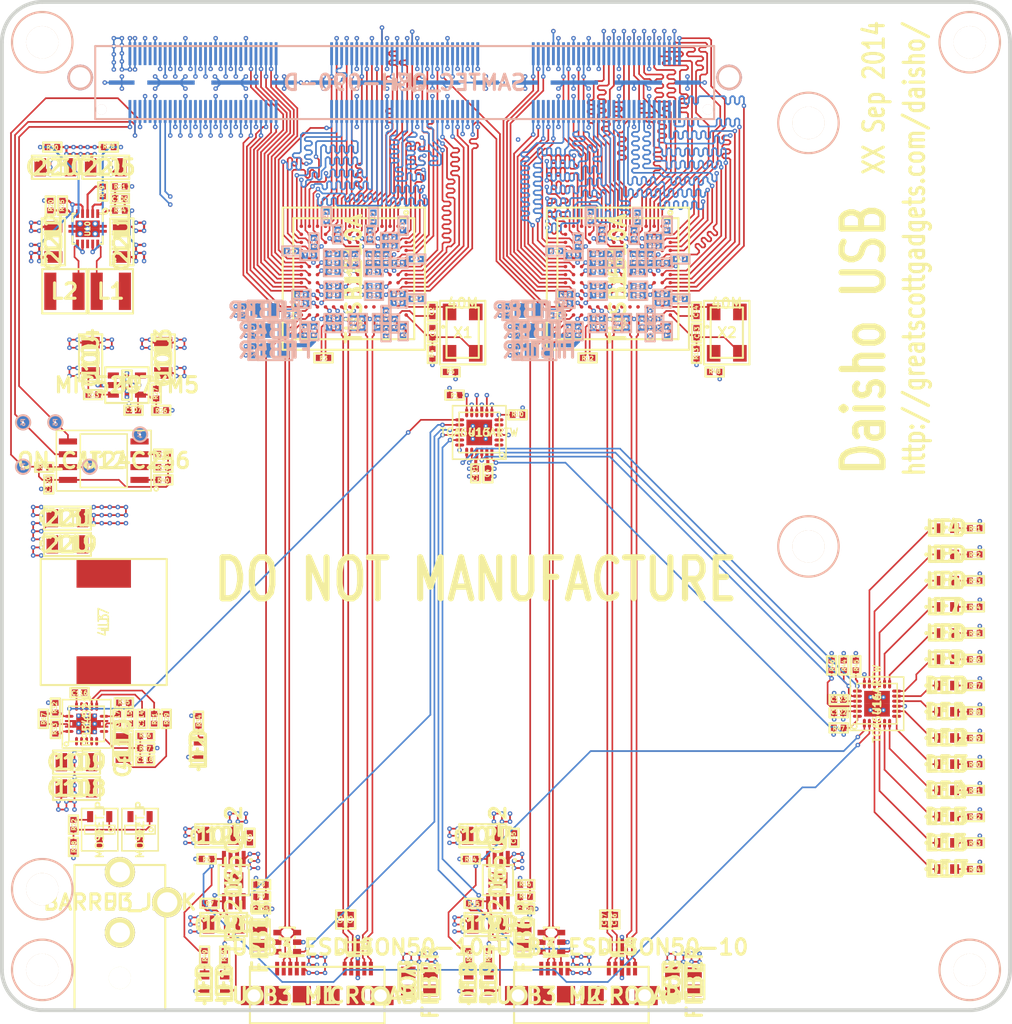
<source format=kicad_pcb>
(kicad_pcb (version 4) (host pcbnew "(2014-09-15 BZR 5136)-product")
  (title_block (date "20 mar 2014"))
  (layers (0 1_top signal) (1 2_gnd power hide) (2 3_inner signal) (3 4_inner signal) (4 5_pwr power hide) (31 6_bot signal) (34 B.Paste user) (35 F.Paste user) (36 B.SilkS user hide) (37 F.SilkS user hide) (38 B.Mask user) (39 F.Mask user) (44 Edge.Cuts user))
  (net 0 "")
  (net 1 /main_board_if/EEPROM_A0)
  (net 2 /main_board_if/EEPROM_A1)
  (net 3 /main_board_if/EEPROM_A2)
  (net 4 /main_board_if/EEPROM_WP)
  (net 5 /main_board_if/FE_I2C_SCL)
  (net 6 /main_board_if/FE_I2C_SDA)
  (net 7 /main_board_if/IO_INT#)
  (net 8 /main_board_if/IO_RESET#)
  (net 9 /main_board_if/IO_SCL)
  (net 10 /main_board_if/IO_SDA)
  (net 11 /main_board_if/USB0_POWER_EN)
  (net 12 /main_board_if/USB0_POWER_FLT#)
  (net 13 /main_board_if/USB0_XI)
  (net 14 /main_board_if/USB1_POWER_EN)
  (net 15 /main_board_if/USB1_POWER_FLT#)
  (net 16 /main_board_if/USB1_XI)
  (net 17 /power/V1P1_FB)
  (net 18 /power/V1P1_SW)
  (net 19 /power/V1P8_FB)
  (net 20 /power/V1P8_SW)
  (net 21 /usb0_interfaces/DM)
  (net 22 /usb0_interfaces/DP)
  (net 23 /usb0_interfaces/ELAS_BUF_MODE)
  (net 24 /usb0_interfaces/ID)
  (net 25 /usb0_interfaces/PCLK)
  (net 26 /usb0_interfaces/PHY_RESETN)
  (net 27 /usb0_interfaces/PHY_STATUS)
  (net 28 /usb0_interfaces/POWER_DOWN0)
  (net 29 /usb0_interfaces/POWER_DOWN1)
  (net 30 /usb0_interfaces/PWRPRESENT)
  (net 31 /usb0_interfaces/RESETN)
  (net 32 /usb0_interfaces/RX_DATA0)
  (net 33 /usb0_interfaces/RX_DATA1)
  (net 34 /usb0_interfaces/RX_DATA10)
  (net 35 /usb0_interfaces/RX_DATA11)
  (net 36 /usb0_interfaces/RX_DATA12)
  (net 37 /usb0_interfaces/RX_DATA13)
  (net 38 /usb0_interfaces/RX_DATA14)
  (net 39 /usb0_interfaces/RX_DATA15)
  (net 40 /usb0_interfaces/RX_DATA2)
  (net 41 /usb0_interfaces/RX_DATA3)
  (net 42 /usb0_interfaces/RX_DATA4)
  (net 43 /usb0_interfaces/RX_DATA5)
  (net 44 /usb0_interfaces/RX_DATA6)
  (net 45 /usb0_interfaces/RX_DATA7)
  (net 46 /usb0_interfaces/RX_DATA8)
  (net 47 /usb0_interfaces/RX_DATA9)
  (net 48 /usb0_interfaces/RX_DATAK0)
  (net 49 /usb0_interfaces/RX_DATAK1)
  (net 50 /usb0_interfaces/RX_ELECIDLE)
  (net 51 /usb0_interfaces/RX_POLARITY)
  (net 52 /usb0_interfaces/RX_STATUS0)
  (net 53 /usb0_interfaces/RX_STATUS1)
  (net 54 /usb0_interfaces/RX_STATUS2)
  (net 55 /usb0_interfaces/RX_TERMINATION)
  (net 56 /usb0_interfaces/RX_VALID)
  (net 57 /usb0_interfaces/SSRXM)
  (net 58 /usb0_interfaces/SSRXP)
  (net 59 /usb0_interfaces/SSTXM)
  (net 60 /usb0_interfaces/SSTXM_C)
  (net 61 /usb0_interfaces/SSTXP)
  (net 62 /usb0_interfaces/SSTXP_C)
  (net 63 /usb0_interfaces/TX_CLK)
  (net 64 /usb0_interfaces/TX_DATA0)
  (net 65 /usb0_interfaces/TX_DATA1)
  (net 66 /usb0_interfaces/TX_DATA10)
  (net 67 /usb0_interfaces/TX_DATA11)
  (net 68 /usb0_interfaces/TX_DATA12)
  (net 69 /usb0_interfaces/TX_DATA13)
  (net 70 /usb0_interfaces/TX_DATA14)
  (net 71 /usb0_interfaces/TX_DATA15)
  (net 72 /usb0_interfaces/TX_DATA2)
  (net 73 /usb0_interfaces/TX_DATA3)
  (net 74 /usb0_interfaces/TX_DATA4)
  (net 75 /usb0_interfaces/TX_DATA5)
  (net 76 /usb0_interfaces/TX_DATA6)
  (net 77 /usb0_interfaces/TX_DATA7)
  (net 78 /usb0_interfaces/TX_DATA8)
  (net 79 /usb0_interfaces/TX_DATA9)
  (net 80 /usb0_interfaces/TX_DATAK0)
  (net 81 /usb0_interfaces/TX_DATAK1)
  (net 82 /usb0_interfaces/TX_DEEMPH0)
  (net 83 /usb0_interfaces/TX_DEEMPH1)
  (net 84 /usb0_interfaces/TX_DETRX_LPBK)
  (net 85 /usb0_interfaces/TX_ELECIDLE)
  (net 86 /usb0_interfaces/TX_MARGIN0)
  (net 87 /usb0_interfaces/TX_MARGIN1)
  (net 88 /usb0_interfaces/TX_MARGIN2)
  (net 89 /usb0_interfaces/TX_ONESZEROS)
  (net 90 /usb0_interfaces/TX_SWING)
  (net 91 /usb0_interfaces/ULPI_CLK)
  (net 92 /usb0_interfaces/ULPI_DATA0)
  (net 93 /usb0_interfaces/ULPI_DATA1)
  (net 94 /usb0_interfaces/ULPI_DATA2)
  (net 95 /usb0_interfaces/ULPI_DATA3)
  (net 96 /usb0_interfaces/ULPI_DATA4)
  (net 97 /usb0_interfaces/ULPI_DATA5)
  (net 98 /usb0_interfaces/ULPI_DATA6)
  (net 99 /usb0_interfaces/ULPI_DATA7)
  (net 100 /usb0_interfaces/ULPI_DIR)
  (net 101 /usb0_interfaces/ULPI_NXT)
  (net 102 /usb0_interfaces/ULPI_STP)
  (net 103 /usb0_interfaces/USB3_SHIELD)
  (net 104 /usb0_interfaces/VBUS)
  (net 105 /usb0_interfaces/VSSOSC)
  (net 106 /usb0_interfaces/XO)
  (net 107 /usb0_power/A1P1)
  (net 108 /usb0_power/A1P8)
  (net 109 /usb0_power/A3P3)
  (net 110 /usb1_interfaces/DM)
  (net 111 /usb1_interfaces/DP)
  (net 112 /usb1_interfaces/ELAS_BUF_MODE)
  (net 113 /usb1_interfaces/ID)
  (net 114 /usb1_interfaces/PCLK)
  (net 115 /usb1_interfaces/PHY_RESETN)
  (net 116 /usb1_interfaces/PHY_STATUS)
  (net 117 /usb1_interfaces/POWER_DOWN0)
  (net 118 /usb1_interfaces/POWER_DOWN1)
  (net 119 /usb1_interfaces/PWRPRESENT)
  (net 120 /usb1_interfaces/RESETN)
  (net 121 /usb1_interfaces/RX_DATA0)
  (net 122 /usb1_interfaces/RX_DATA1)
  (net 123 /usb1_interfaces/RX_DATA10)
  (net 124 /usb1_interfaces/RX_DATA11)
  (net 125 /usb1_interfaces/RX_DATA12)
  (net 126 /usb1_interfaces/RX_DATA13)
  (net 127 /usb1_interfaces/RX_DATA14)
  (net 128 /usb1_interfaces/RX_DATA15)
  (net 129 /usb1_interfaces/RX_DATA2)
  (net 130 /usb1_interfaces/RX_DATA3)
  (net 131 /usb1_interfaces/RX_DATA4)
  (net 132 /usb1_interfaces/RX_DATA5)
  (net 133 /usb1_interfaces/RX_DATA6)
  (net 134 /usb1_interfaces/RX_DATA7)
  (net 135 /usb1_interfaces/RX_DATA8)
  (net 136 /usb1_interfaces/RX_DATA9)
  (net 137 /usb1_interfaces/RX_DATAK0)
  (net 138 /usb1_interfaces/RX_DATAK1)
  (net 139 /usb1_interfaces/RX_ELECIDLE)
  (net 140 /usb1_interfaces/RX_POLARITY)
  (net 141 /usb1_interfaces/RX_STATUS0)
  (net 142 /usb1_interfaces/RX_STATUS1)
  (net 143 /usb1_interfaces/RX_STATUS2)
  (net 144 /usb1_interfaces/RX_TERMINATION)
  (net 145 /usb1_interfaces/RX_VALID)
  (net 146 /usb1_interfaces/SSRXM)
  (net 147 /usb1_interfaces/SSRXP)
  (net 148 /usb1_interfaces/SSTXM)
  (net 149 /usb1_interfaces/SSTXM_C)
  (net 150 /usb1_interfaces/SSTXP)
  (net 151 /usb1_interfaces/SSTXP_C)
  (net 152 /usb1_interfaces/TX_CLK)
  (net 153 /usb1_interfaces/TX_DATA0)
  (net 154 /usb1_interfaces/TX_DATA1)
  (net 155 /usb1_interfaces/TX_DATA10)
  (net 156 /usb1_interfaces/TX_DATA11)
  (net 157 /usb1_interfaces/TX_DATA12)
  (net 158 /usb1_interfaces/TX_DATA13)
  (net 159 /usb1_interfaces/TX_DATA14)
  (net 160 /usb1_interfaces/TX_DATA15)
  (net 161 /usb1_interfaces/TX_DATA2)
  (net 162 /usb1_interfaces/TX_DATA3)
  (net 163 /usb1_interfaces/TX_DATA4)
  (net 164 /usb1_interfaces/TX_DATA5)
  (net 165 /usb1_interfaces/TX_DATA6)
  (net 166 /usb1_interfaces/TX_DATA7)
  (net 167 /usb1_interfaces/TX_DATA8)
  (net 168 /usb1_interfaces/TX_DATA9)
  (net 169 /usb1_interfaces/TX_DATAK0)
  (net 170 /usb1_interfaces/TX_DATAK1)
  (net 171 /usb1_interfaces/TX_DEEMPH0)
  (net 172 /usb1_interfaces/TX_DEEMPH1)
  (net 173 /usb1_interfaces/TX_DETRX_LPBK)
  (net 174 /usb1_interfaces/TX_ELECIDLE)
  (net 175 /usb1_interfaces/TX_MARGIN0)
  (net 176 /usb1_interfaces/TX_MARGIN1)
  (net 177 /usb1_interfaces/TX_MARGIN2)
  (net 178 /usb1_interfaces/TX_ONESZEROS)
  (net 179 /usb1_interfaces/TX_SWING)
  (net 180 /usb1_interfaces/ULPI_CLK)
  (net 181 /usb1_interfaces/ULPI_DATA0)
  (net 182 /usb1_interfaces/ULPI_DATA1)
  (net 183 /usb1_interfaces/ULPI_DATA2)
  (net 184 /usb1_interfaces/ULPI_DATA3)
  (net 185 /usb1_interfaces/ULPI_DATA4)
  (net 186 /usb1_interfaces/ULPI_DATA5)
  (net 187 /usb1_interfaces/ULPI_DATA6)
  (net 188 /usb1_interfaces/ULPI_DATA7)
  (net 189 /usb1_interfaces/ULPI_DIR)
  (net 190 /usb1_interfaces/ULPI_NXT)
  (net 191 /usb1_interfaces/ULPI_STP)
  (net 192 /usb1_interfaces/USB3_SHIELD)
  (net 193 /usb1_interfaces/VBUS)
  (net 194 /usb1_interfaces/VSSOSC)
  (net 195 /usb1_interfaces/XO)
  (net 196 /usb1_power/A1P1)
  (net 197 /usb1_power/A1P8)
  (net 198 /usb1_power/A3P3)
  (net 199 GND)
  (net 200 "Net-(C107-Pad1)")
  (net 201 "Net-(C118-Pad2)")
  (net 202 "Net-(Q1-PadG)")
  (net 203 "Net-(R12-Pad1)")
  (net 204 "Net-(R12-Pad2)")
  (net 205 "Net-(R16-Pad1)")
  (net 206 "Net-(R19-Pad2)")
  (net 207 "Net-(R23-Pad2)")
  (net 208 "Net-(R28-Pad1)")
  (net 209 "Net-(R3-Pad1)")
  (net 210 "Net-(R3-Pad2)")
  (net 211 "Net-(R30-Pad1)")
  (net 212 "Net-(R8-Pad1)")
  (net 213 V1P1)
  (net 214 V1P8)
  (net 215 V3P3D)
  (net 216 VRAW_SW)
  (net 217 "Net-(C114-Pad1)")
  (net 218 "Net-(D2-Pad1)")
  (net 219 "Net-(D1-Pad1)")
  (net 220 "Net-(D3-Pad1)")
  (net 221 "Net-(D4-Pad1)")
  (net 222 "Net-(D5-Pad1)")
  (net 223 "Net-(D6-Pad1)")
  (net 224 "Net-(D7-Pad1)")
  (net 225 "Net-(D8-Pad1)")
  (net 226 "Net-(D9-Pad1)")
  (net 227 "Net-(D10-Pad1)")
  (net 228 "Net-(D11-Pad1)")
  (net 229 "Net-(D12-Pad1)")
  (net 230 "Net-(D13-Pad1)")
  (net 231 "Net-(D14-Pad1)")
  (net 232 "Net-(D15-Pad1)")
  (net 233 "Net-(D16-Pad1)")
  (net 234 "Net-(D17-Pad1)")
  (net 235 "Net-(D18-Pad1)")
  (net 236 "Net-(D19-Pad1)")
  (net 237 /main_board_if/VALT_FE_PWRGD)
  (net 238 "Net-(D17-Pad2)")
  (net 239 "Net-(D16-Pad2)")
  (net 240 "Net-(D15-Pad2)")
  (net 241 "Net-(D14-Pad2)")
  (net 242 "Net-(D13-Pad2)")
  (net 243 "Net-(D12-Pad2)")
  (net 244 "Net-(D11-Pad2)")
  (net 245 "Net-(D10-Pad2)")
  (net 246 "Net-(D9-Pad2)")
  (net 247 "Net-(D8-Pad2)")
  (net 248 "Net-(D7-Pad2)")
  (net 249 "Net-(D6-Pad2)")
  (net 250 "Net-(D5-Pad2)")
  (net 251 "Net-(D4-Pad2)")
  (net 252 /usb0_interfaces/XI)
  (net 253 /usb1_interfaces/XI)
  (net 254 "Net-(R29-Pad2)")
  (net 255 "Net-(R33-Pad2)")
  (net 256 "Net-(C115-Pad1)")
  (net 257 "Net-(C117-Pad1)")
  (net 258 "Net-(C116-Pad1)")
  (net 259 /main_board_if/EEPROM_VCC)
  (net 260 VBUS_REG)
  (net 261 /power/SW_PH)
  (net 262 /power/SW_PVIN)
  (net 263 /usb0_interfaces/VBUS_RAW)
  (net 264 /usb1_interfaces/VBUS_RAW)
  (net 265 /power/DC_IN)
  (module ipc_capc1005x55n:IPC_CAPC1005X55N (layer 1_top) (at 120.2 81.3 90)
    (fp_text reference C1 (at 0 0.0508 90) (layer F.SilkS) (effects (font (size 0.4064 0.4064) (thickness 0.1016))))
    (fp_text value 27P hide)
    (pad 1 smd rect (at -0.44958 0 90) (size 0.61976 0.61976) (layers 1_top F.Paste F.Mask) (net 252 /usb0_interfaces/XI))
    (pad 2 smd rect (at 0.44958 0 90) (size 0.61976 0.61976) (layers 1_top F.Paste F.Mask) (net 105 /usb0_interfaces/VSSOSC))
  )
  (module ipc_capc1005x55n:IPC_CAPC1005X55N (layer 1_top) (at 120.2 79.2 270)
    (fp_text reference C2 (at 0 0.0508 270) (layer F.SilkS) (effects (font (size 0.4064 0.4064) (thickness 0.1016))))
    (fp_text value 27P hide)
    (pad 1 smd rect (at -0.44958 0 270) (size 0.61976 0.61976) (layers 1_top F.Paste F.Mask) (net 106 /usb0_interfaces/XO))
    (pad 2 smd rect (at 0.44958 0 270) (size 0.61976 0.61976) (layers 1_top F.Paste F.Mask) (net 105 /usb0_interfaces/VSSOSC))
  )
  (module ipc_capc1005x55n:IPC_CAPC1005X55N (layer 1_top) (at 102.1 131.4 270)
    (fp_text reference C3 (at 0 0.0508 270) (layer F.SilkS) (effects (font (size 0.4064 0.4064) (thickness 0.1016))))
    (fp_text value 100N hide)
    (pad 1 smd rect (at -0.44958 0 270) (size 0.61976 0.61976) (layers 1_top F.Paste F.Mask) (net 260 VBUS_REG))
    (pad 2 smd rect (at 0.44958 0 270) (size 0.61976 0.61976) (layers 1_top F.Paste F.Mask) (net 199 GND))
  )
  (module ipc_capc1005x55n:IPC_CAPC1005X55N (layer 1_top) (at 125.7 95.25 270)
    (fp_text reference C4 (at 0 0.0508 270) (layer F.SilkS) (effects (font (size 0.4064 0.4064) (thickness 0.1016))))
    (fp_text value 100N hide)
    (pad 1 smd rect (at -0.44958 0 270) (size 0.61976 0.61976) (layers 1_top F.Paste F.Mask) (net 214 V1P8))
    (pad 2 smd rect (at 0.44958 0 270) (size 0.61976 0.61976) (layers 1_top F.Paste F.Mask) (net 199 GND))
  )
  (module ipc_capc1005x55n:IPC_CAPC1005X55N (layer 1_top) (at 112.1 139.5 270)
    (fp_text reference C5 (at 0 0.0508 270) (layer F.SilkS) (effects (font (size 0.4064 0.4064) (thickness 0.1016))))
    (fp_text value 100N hide)
    (pad 1 smd rect (at -0.44958 0 270) (size 0.61976 0.61976) (layers 1_top F.Paste F.Mask) (net 61 /usb0_interfaces/SSTXP))
    (pad 2 smd rect (at 0.44958 0 270) (size 0.61976 0.61976) (layers 1_top F.Paste F.Mask) (net 62 /usb0_interfaces/SSTXP_C))
  )
  (module ipc_capc1005x55n:IPC_CAPC1005X55N (layer 1_top) (at 111.1 139.5 270)
    (fp_text reference C6 (at 0 0.0508 270) (layer F.SilkS) (effects (font (size 0.4064 0.4064) (thickness 0.1016))))
    (fp_text value 100N hide)
    (pad 1 smd rect (at -0.44958 0 270) (size 0.61976 0.61976) (layers 1_top F.Paste F.Mask) (net 59 /usb0_interfaces/SSTXM))
    (pad 2 smd rect (at 0.44958 0 270) (size 0.61976 0.61976) (layers 1_top F.Paste F.Mask) (net 60 /usb0_interfaces/SSTXM_C))
  )
  (module ipc_capc1005x55n:IPC_CAPC1005X55N (layer 6_bot) (at 117.3 70.7 90)
    (fp_text reference C8 (at 0 -0.0508 90) (layer B.SilkS) (effects (font (size 0.4064 0.4064) (thickness 0.1016)) (justify mirror)))
    (fp_text value 100N hide)
    (pad 1 smd rect (at -0.44958 0 90) (size 0.61976 0.61976) (layers 6_bot B.Paste B.Mask) (net 214 V1P8))
    (pad 2 smd rect (at 0.44958 0 90) (size 0.61976 0.61976) (layers 6_bot B.Paste B.Mask) (net 199 GND))
  )
  (module ipc_capc1005x55n:IPC_CAPC1005X55N (layer 6_bot) (at 118.6 74)
    (fp_text reference C9 (at 0 -0.0508) (layer B.SilkS) (effects (font (size 0.4064 0.4064) (thickness 0.1016)) (justify mirror)))
    (fp_text value 100N hide)
    (pad 1 smd rect (at -0.44958 0) (size 0.61976 0.61976) (layers 6_bot B.Paste B.Mask) (net 213 V1P1))
    (pad 2 smd rect (at 0.44958 0) (size 0.61976 0.61976) (layers 6_bot B.Paste B.Mask) (net 199 GND))
  )
  (module ipc_capc1005x55n:IPC_CAPC1005X55N (layer 6_bot) (at 115.6 73.95 270)
    (fp_text reference C10 (at 0 -0.0508 270) (layer B.SilkS) (effects (font (size 0.4064 0.4064) (thickness 0.1016)) (justify mirror)))
    (fp_text value 100N hide)
    (pad 1 smd rect (at -0.44958 0 270) (size 0.61976 0.61976) (layers 6_bot B.Paste B.Mask) (net 214 V1P8))
    (pad 2 smd rect (at 0.44958 0 270) (size 0.61976 0.61976) (layers 6_bot B.Paste B.Mask) (net 199 GND))
  )
  (module ipc_capc1005x55n:IPC_CAPC1005X55N (layer 6_bot) (at 116 72.65 180)
    (fp_text reference C11 (at 0 -0.0508 180) (layer B.SilkS) (effects (font (size 0.4064 0.4064) (thickness 0.1016)) (justify mirror)))
    (fp_text value 100N hide)
    (pad 1 smd rect (at -0.44958 0 180) (size 0.61976 0.61976) (layers 6_bot B.Paste B.Mask) (net 213 V1P1))
    (pad 2 smd rect (at 0.44958 0 180) (size 0.61976 0.61976) (layers 6_bot B.Paste B.Mask) (net 199 GND))
  )
  (module ipc_capc1005x55n:IPC_CAPC1005X55N (layer 6_bot) (at 114.4 76.7 180)
    (fp_text reference C12 (at 0 -0.0508 180) (layer B.SilkS) (effects (font (size 0.4064 0.4064) (thickness 0.1016)) (justify mirror)))
    (fp_text value 100N hide)
    (pad 1 smd rect (at -0.44958 0 180) (size 0.61976 0.61976) (layers 6_bot B.Paste B.Mask) (net 214 V1P8))
    (pad 2 smd rect (at 0.44958 0 180) (size 0.61976 0.61976) (layers 6_bot B.Paste B.Mask) (net 199 GND))
  )
  (module ipc_capc1005x55n:IPC_CAPC1005X55N (layer 6_bot) (at 114.35 69.85 90)
    (fp_text reference C13 (at 0 -0.0508 90) (layer B.SilkS) (effects (font (size 0.4064 0.4064) (thickness 0.1016)) (justify mirror)))
    (fp_text value 100N hide)
    (pad 1 smd rect (at -0.44958 0 90) (size 0.61976 0.61976) (layers 6_bot B.Paste B.Mask) (net 213 V1P1))
    (pad 2 smd rect (at 0.44958 0 90) (size 0.61976 0.61976) (layers 6_bot B.Paste B.Mask) (net 199 GND))
  )
  (module ipc_capc1005x55n:IPC_CAPC1005X55N (layer 6_bot) (at 114.75 73.95 270)
    (fp_text reference C14 (at 0 -0.0508 270) (layer B.SilkS) (effects (font (size 0.4064 0.4064) (thickness 0.1016)) (justify mirror)))
    (fp_text value 100N hide)
    (pad 1 smd rect (at -0.44958 0 270) (size 0.61976 0.61976) (layers 6_bot B.Paste B.Mask) (net 214 V1P8))
    (pad 2 smd rect (at 0.44958 0 270) (size 0.61976 0.61976) (layers 6_bot B.Paste B.Mask) (net 199 GND))
  )
  (module ipc_capc1005x55n:IPC_CAPC1005X55N (layer 6_bot) (at 110.8 71.55 270)
    (fp_text reference C15 (at 0 -0.0508 270) (layer B.SilkS) (effects (font (size 0.4064 0.4064) (thickness 0.1016)) (justify mirror)))
    (fp_text value 100N hide)
    (pad 1 smd rect (at -0.44958 0 270) (size 0.61976 0.61976) (layers 6_bot B.Paste B.Mask) (net 213 V1P1))
    (pad 2 smd rect (at 0.44958 0 270) (size 0.61976 0.61976) (layers 6_bot B.Paste B.Mask) (net 199 GND))
  )
  (module ipc_capc1005x55n:IPC_CAPC1005X55N (layer 6_bot) (at 112.5 73.95 270)
    (fp_text reference C16 (at 0 -0.0508 270) (layer B.SilkS) (effects (font (size 0.4064 0.4064) (thickness 0.1016)) (justify mirror)))
    (fp_text value 100N hide)
    (pad 1 smd rect (at -0.44958 0 270) (size 0.61976 0.61976) (layers 6_bot B.Paste B.Mask) (net 214 V1P8))
    (pad 2 smd rect (at 0.44958 0 270) (size 0.61976 0.61976) (layers 6_bot B.Paste B.Mask) (net 199 GND))
  )
  (module ipc_capc1005x55n:IPC_CAPC1005X55N (layer 6_bot) (at 108 73.65)
    (fp_text reference C17 (at 0 -0.0508) (layer B.SilkS) (effects (font (size 0.4064 0.4064) (thickness 0.1016)) (justify mirror)))
    (fp_text value 100N hide)
    (pad 1 smd rect (at -0.44958 0) (size 0.61976 0.61976) (layers 6_bot B.Paste B.Mask) (net 213 V1P1))
    (pad 2 smd rect (at 0.44958 0) (size 0.61976 0.61976) (layers 6_bot B.Paste B.Mask) (net 199 GND))
  )
  (module ipc_capc1005x55n:IPC_CAPC1005X55N (layer 6_bot) (at 110.35 74.4)
    (fp_text reference C18 (at 0 -0.0508) (layer B.SilkS) (effects (font (size 0.4064 0.4064) (thickness 0.1016)) (justify mirror)))
    (fp_text value 100N hide)
    (pad 1 smd rect (at -0.44958 0) (size 0.61976 0.61976) (layers 6_bot B.Paste B.Mask) (net 214 V1P8))
    (pad 2 smd rect (at 0.44958 0) (size 0.61976 0.61976) (layers 6_bot B.Paste B.Mask) (net 199 GND))
  )
  (module ipc_capc1005x55n:IPC_CAPC1005X55N (layer 6_bot) (at 107.2 78.4 180)
    (fp_text reference C19 (at 0 -0.0508 180) (layer B.SilkS) (effects (font (size 0.4064 0.4064) (thickness 0.1016)) (justify mirror)))
    (fp_text value 100N hide)
    (pad 1 smd rect (at -0.44958 0 180) (size 0.61976 0.61976) (layers 6_bot B.Paste B.Mask) (net 213 V1P1))
    (pad 2 smd rect (at 0.44958 0 180) (size 0.61976 0.61976) (layers 6_bot B.Paste B.Mask) (net 199 GND))
  )
  (module ipc_capc1005x55n:IPC_CAPC1005X55N (layer 6_bot) (at 108.45 72.35 270)
    (fp_text reference C20 (at 0 -0.0508 270) (layer B.SilkS) (effects (font (size 0.4064 0.4064) (thickness 0.1016)) (justify mirror)))
    (fp_text value 100N hide)
    (pad 1 smd rect (at -0.44958 0 270) (size 0.61976 0.61976) (layers 6_bot B.Paste B.Mask) (net 214 V1P8))
    (pad 2 smd rect (at 0.44958 0 270) (size 0.61976 0.61976) (layers 6_bot B.Paste B.Mask) (net 199 GND))
  )
  (module ipc_capc1005x55n:IPC_CAPC1005X55N (layer 6_bot) (at 110.4 79.9)
    (fp_text reference C21 (at 0 -0.0508) (layer B.SilkS) (effects (font (size 0.4064 0.4064) (thickness 0.1016)) (justify mirror)))
    (fp_text value 100N hide)
    (pad 1 smd rect (at -0.44958 0) (size 0.61976 0.61976) (layers 6_bot B.Paste B.Mask) (net 213 V1P1))
    (pad 2 smd rect (at 0.44958 0) (size 0.61976 0.61976) (layers 6_bot B.Paste B.Mask) (net 199 GND))
  )
  (module ipc_capc1005x55n:IPC_CAPC1005X55N (layer 6_bot) (at 110.4 76.7)
    (fp_text reference C22 (at 0 -0.0508) (layer B.SilkS) (effects (font (size 0.4064 0.4064) (thickness 0.1016)) (justify mirror)))
    (fp_text value 100N hide)
    (pad 1 smd rect (at -0.44958 0) (size 0.61976 0.61976) (layers 6_bot B.Paste B.Mask) (net 214 V1P8))
    (pad 2 smd rect (at 0.44958 0) (size 0.61976 0.61976) (layers 6_bot B.Paste B.Mask) (net 199 GND))
  )
  (module ipc_capc1005x55n:IPC_CAPC1005X55N (layer 6_bot) (at 116.85 74.4 180)
    (fp_text reference C23 (at 0 -0.0508 180) (layer B.SilkS) (effects (font (size 0.4064 0.4064) (thickness 0.1016)) (justify mirror)))
    (fp_text value 100N hide)
    (pad 1 smd rect (at -0.44958 0 180) (size 0.61976 0.61976) (layers 6_bot B.Paste B.Mask) (net 213 V1P1))
    (pad 2 smd rect (at 0.44958 0 180) (size 0.61976 0.61976) (layers 6_bot B.Paste B.Mask) (net 199 GND))
  )
  (module ipc_capc1005x55n:IPC_CAPC1005X55N (layer 6_bot) (at 116 71.85 180)
    (fp_text reference C24 (at 0 -0.0508 180) (layer B.SilkS) (effects (font (size 0.4064 0.4064) (thickness 0.1016)) (justify mirror)))
    (fp_text value 100N hide)
    (pad 1 smd rect (at -0.44958 0 180) (size 0.61976 0.61976) (layers 6_bot B.Paste B.Mask) (net 214 V1P8))
    (pad 2 smd rect (at 0.44958 0 180) (size 0.61976 0.61976) (layers 6_bot B.Paste B.Mask) (net 199 GND))
  )
  (module ipc_capc1005x55n:IPC_CAPC1005X55N (layer 6_bot) (at 118.6 77.95)
    (fp_text reference C25 (at 0 -0.0508) (layer B.SilkS) (effects (font (size 0.4064 0.4064) (thickness 0.1016)) (justify mirror)))
    (fp_text value 100N hide)
    (pad 1 smd rect (at -0.44958 0) (size 0.61976 0.61976) (layers 6_bot B.Paste B.Mask) (net 213 V1P1))
    (pad 2 smd rect (at 0.44958 0) (size 0.61976 0.61976) (layers 6_bot B.Paste B.Mask) (net 199 GND))
  )
  (module ipc_capc1005x55n:IPC_CAPC1005X55N (layer 6_bot) (at 114.35 75.25 180)
    (fp_text reference C26 (at 0 -0.0508 180) (layer B.SilkS) (effects (font (size 0.4064 0.4064) (thickness 0.1016)) (justify mirror)))
    (fp_text value 100N hide)
    (pad 1 smd rect (at -0.44958 0 180) (size 0.61976 0.61976) (layers 6_bot B.Paste B.Mask) (net 214 V1P8))
    (pad 2 smd rect (at 0.44958 0 180) (size 0.61976 0.61976) (layers 6_bot B.Paste B.Mask) (net 199 GND))
  )
  (module ipc_capc1005x55n:IPC_CAPC1005X55N (layer 6_bot) (at 116.8 78.35)
    (fp_text reference C27 (at 0 -0.0508) (layer B.SilkS) (effects (font (size 0.4064 0.4064) (thickness 0.1016)) (justify mirror)))
    (fp_text value 100N hide)
    (pad 1 smd rect (at -0.44958 0) (size 0.61976 0.61976) (layers 6_bot B.Paste B.Mask) (net 213 V1P1))
    (pad 2 smd rect (at 0.44958 0) (size 0.61976 0.61976) (layers 6_bot B.Paste B.Mask) (net 199 GND))
  )
  (module ipc_capc1005x55n:IPC_CAPC1005X55N (layer 6_bot) (at 114.4 77.6 180)
    (fp_text reference C28 (at 0 -0.0508 180) (layer B.SilkS) (effects (font (size 0.4064 0.4064) (thickness 0.1016)) (justify mirror)))
    (fp_text value 100N hide)
    (pad 1 smd rect (at -0.44958 0 180) (size 0.61976 0.61976) (layers 6_bot B.Paste B.Mask) (net 214 V1P8))
    (pad 2 smd rect (at 0.44958 0 180) (size 0.61976 0.61976) (layers 6_bot B.Paste B.Mask) (net 199 GND))
  )
  (module ipc_capc1005x55n:IPC_CAPC1005X55N (layer 6_bot) (at 114 71.6 270)
    (fp_text reference C29 (at 0 -0.0508 270) (layer B.SilkS) (effects (font (size 0.4064 0.4064) (thickness 0.1016)) (justify mirror)))
    (fp_text value 100N hide)
    (pad 1 smd rect (at -0.44958 0 270) (size 0.61976 0.61976) (layers 6_bot B.Paste B.Mask) (net 213 V1P1))
    (pad 2 smd rect (at 0.44958 0 270) (size 0.61976 0.61976) (layers 6_bot B.Paste B.Mask) (net 199 GND))
  )
  (module ipc_capc1005x55n:IPC_CAPC1005X55N (layer 6_bot) (at 113.9 73.95 270)
    (fp_text reference C30 (at 0 -0.0508 270) (layer B.SilkS) (effects (font (size 0.4064 0.4064) (thickness 0.1016)) (justify mirror)))
    (fp_text value 100N hide)
    (pad 1 smd rect (at -0.44958 0 270) (size 0.61976 0.61976) (layers 6_bot B.Paste B.Mask) (net 214 V1P8))
    (pad 2 smd rect (at 0.44958 0 270) (size 0.61976 0.61976) (layers 6_bot B.Paste B.Mask) (net 199 GND))
  )
  (module ipc_capc1005x55n:IPC_CAPC1005X55N (layer 6_bot) (at 109.7 69.75 90)
    (fp_text reference C31 (at 0 -0.0508 90) (layer B.SilkS) (effects (font (size 0.4064 0.4064) (thickness 0.1016)) (justify mirror)))
    (fp_text value 100N hide)
    (pad 1 smd rect (at -0.44958 0 90) (size 0.61976 0.61976) (layers 6_bot B.Paste B.Mask) (net 213 V1P1))
    (pad 2 smd rect (at 0.44958 0 90) (size 0.61976 0.61976) (layers 6_bot B.Paste B.Mask) (net 199 GND))
  )
  (module ipc_capc1005x55n:IPC_CAPC1005X55N (layer 6_bot) (at 111.65 73.95 270)
    (fp_text reference C32 (at 0 -0.0508 270) (layer B.SilkS) (effects (font (size 0.4064 0.4064) (thickness 0.1016)) (justify mirror)))
    (fp_text value 100N hide)
    (pad 1 smd rect (at -0.44958 0 270) (size 0.61976 0.61976) (layers 6_bot B.Paste B.Mask) (net 214 V1P8))
    (pad 2 smd rect (at 0.44958 0 270) (size 0.61976 0.61976) (layers 6_bot B.Paste B.Mask) (net 199 GND))
  )
  (module ipc_capc1005x55n:IPC_CAPC1005X55N (layer 6_bot) (at 106.2 73.2 180)
    (fp_text reference C33 (at 0 -0.0508 180) (layer B.SilkS) (effects (font (size 0.4064 0.4064) (thickness 0.1016)) (justify mirror)))
    (fp_text value 100N hide)
    (pad 1 smd rect (at -0.44958 0 180) (size 0.61976 0.61976) (layers 6_bot B.Paste B.Mask) (net 213 V1P1))
    (pad 2 smd rect (at 0.44958 0 180) (size 0.61976 0.61976) (layers 6_bot B.Paste B.Mask) (net 199 GND))
  )
  (module ipc_capc1005x55n:IPC_CAPC1005X55N (layer 6_bot) (at 110.35 73.5)
    (fp_text reference C34 (at 0 -0.0508) (layer B.SilkS) (effects (font (size 0.4064 0.4064) (thickness 0.1016)) (justify mirror)))
    (fp_text value 100N hide)
    (pad 1 smd rect (at -0.44958 0) (size 0.61976 0.61976) (layers 6_bot B.Paste B.Mask) (net 214 V1P8))
    (pad 2 smd rect (at 0.44958 0) (size 0.61976 0.61976) (layers 6_bot B.Paste B.Mask) (net 199 GND))
  )
  (module ipc_capc1005x55n:IPC_CAPC1005X55N (layer 6_bot) (at 107.2 77.5 180)
    (fp_text reference C35 (at 0 -0.0508 180) (layer B.SilkS) (effects (font (size 0.4064 0.4064) (thickness 0.1016)) (justify mirror)))
    (fp_text value 100N hide)
    (pad 1 smd rect (at -0.44958 0 180) (size 0.61976 0.61976) (layers 6_bot B.Paste B.Mask) (net 213 V1P1))
    (pad 2 smd rect (at 0.44958 0 180) (size 0.61976 0.61976) (layers 6_bot B.Paste B.Mask) (net 199 GND))
  )
  (module ipc_capc1005x55n:IPC_CAPC1005X55N (layer 6_bot) (at 110.35 75.25)
    (fp_text reference C36 (at 0 -0.0508) (layer B.SilkS) (effects (font (size 0.4064 0.4064) (thickness 0.1016)) (justify mirror)))
    (fp_text value 100N hide)
    (pad 1 smd rect (at -0.44958 0) (size 0.61976 0.61976) (layers 6_bot B.Paste B.Mask) (net 214 V1P8))
    (pad 2 smd rect (at 0.44958 0) (size 0.61976 0.61976) (layers 6_bot B.Paste B.Mask) (net 199 GND))
  )
  (module ipc_capc1005x55n:IPC_CAPC1005X55N (layer 6_bot) (at 114.75 80.35 270)
    (fp_text reference C37 (at 0 -0.0508 270) (layer B.SilkS) (effects (font (size 0.4064 0.4064) (thickness 0.1016)) (justify mirror)))
    (fp_text value 100N hide)
    (pad 1 smd rect (at -0.44958 0 270) (size 0.61976 0.61976) (layers 6_bot B.Paste B.Mask) (net 213 V1P1))
    (pad 2 smd rect (at 0.44958 0 270) (size 0.61976 0.61976) (layers 6_bot B.Paste B.Mask) (net 199 GND))
  )
  (module ipc_capc1005x55n:IPC_CAPC1005X55N (layer 6_bot) (at 110.4 77.6)
    (fp_text reference C38 (at 0 -0.0508) (layer B.SilkS) (effects (font (size 0.4064 0.4064) (thickness 0.1016)) (justify mirror)))
    (fp_text value 100N hide)
    (pad 1 smd rect (at -0.44958 0) (size 0.61976 0.61976) (layers 6_bot B.Paste B.Mask) (net 214 V1P8))
    (pad 2 smd rect (at 0.44958 0) (size 0.61976 0.61976) (layers 6_bot B.Paste B.Mask) (net 199 GND))
  )
  (module ipc_capc1005x55n:IPC_CAPC1005X55N (layer 6_bot) (at 101.4 79.15 270)
    (fp_text reference C40 (at 0 0.0508 270) (layer B.SilkS) (effects (font (size 0.4064 0.4064) (thickness 0.1016)) (justify mirror)))
    (fp_text value 100N hide)
    (pad 1 smd rect (at -0.44958 0 270) (size 0.61976 0.61976) (layers 6_bot B.Paste B.Mask) (net 215 V3P3D))
    (pad 2 smd rect (at 0.44958 0 270) (size 0.61976 0.61976) (layers 6_bot B.Paste B.Mask) (net 199 GND))
  )
  (module ipc_capc1005x55n:IPC_CAPC1005X55N (layer 6_bot) (at 102.4 81.15 270)
    (fp_text reference C41 (at 0 0.0508 270) (layer B.SilkS) (effects (font (size 0.4064 0.4064) (thickness 0.1016)) (justify mirror)))
    (fp_text value 100N hide)
    (pad 1 smd rect (at -0.44958 0 270) (size 0.61976 0.61976) (layers 6_bot B.Paste B.Mask) (net 214 V1P8))
    (pad 2 smd rect (at 0.44958 0 270) (size 0.61976 0.61976) (layers 6_bot B.Paste B.Mask) (net 199 GND))
  )
  (module ipc_capc1005x55n:IPC_CAPC1005X55N (layer 6_bot) (at 102.4 83.1 270)
    (fp_text reference C42 (at 0 0.0508 270) (layer B.SilkS) (effects (font (size 0.4064 0.4064) (thickness 0.1016)) (justify mirror)))
    (fp_text value 100N hide)
    (pad 1 smd rect (at -0.44958 0 270) (size 0.61976 0.61976) (layers 6_bot B.Paste B.Mask) (net 213 V1P1))
    (pad 2 smd rect (at 0.44958 0 270) (size 0.61976 0.61976) (layers 6_bot B.Paste B.Mask) (net 199 GND))
  )
  (module ipc_capc1005x55n:IPC_CAPC1005X55N (layer 6_bot) (at 106.25 79.6 180)
    (fp_text reference C43 (at 0 -0.0508 180) (layer B.SilkS) (effects (font (size 0.4064 0.4064) (thickness 0.1016)) (justify mirror)))
    (fp_text value 100N hide)
    (pad 1 smd rect (at -0.44958 0 180) (size 0.61976 0.61976) (layers 6_bot B.Paste B.Mask) (net 109 /usb0_power/A3P3))
    (pad 2 smd rect (at 0.44958 0 180) (size 0.61976 0.61976) (layers 6_bot B.Paste B.Mask) (net 199 GND))
  )
  (module ipc_capc1005x55n:IPC_CAPC1005X55N (layer 6_bot) (at 107.55 81.15 90)
    (fp_text reference C44 (at 0 -0.0508 90) (layer B.SilkS) (effects (font (size 0.4064 0.4064) (thickness 0.1016)) (justify mirror)))
    (fp_text value 100N hide)
    (pad 1 smd rect (at -0.44958 0 90) (size 0.61976 0.61976) (layers 6_bot B.Paste B.Mask) (net 108 /usb0_power/A1P8))
    (pad 2 smd rect (at 0.44958 0 90) (size 0.61976 0.61976) (layers 6_bot B.Paste B.Mask) (net 199 GND))
  )
  (module ipc_capc1005x55n:IPC_CAPC1005X55N (layer 6_bot) (at 116.45 80.4 270)
    (fp_text reference C45 (at 0 -0.0508 270) (layer B.SilkS) (effects (font (size 0.4064 0.4064) (thickness 0.1016)) (justify mirror)))
    (fp_text value 100N hide)
    (pad 1 smd rect (at -0.44958 0 270) (size 0.61976 0.61976) (layers 6_bot B.Paste B.Mask) (net 107 /usb0_power/A1P1))
    (pad 2 smd rect (at 0.44958 0 270) (size 0.61976 0.61976) (layers 6_bot B.Paste B.Mask) (net 199 GND))
  )
  (module ipc_capc1005x55n:IPC_CAPC1005X55N (layer 6_bot) (at 117.3 81.15 270)
    (fp_text reference C46 (at 0 -0.0508 270) (layer B.SilkS) (effects (font (size 0.4064 0.4064) (thickness 0.1016)) (justify mirror)))
    (fp_text value 100N hide)
    (pad 1 smd rect (at -0.44958 0 270) (size 0.61976 0.61976) (layers 6_bot B.Paste B.Mask) (net 108 /usb0_power/A1P8))
    (pad 2 smd rect (at 0.44958 0 270) (size 0.61976 0.61976) (layers 6_bot B.Paste B.Mask) (net 199 GND))
  )
  (module ipc_capc1005x55n:IPC_CAPC1005X55N (layer 6_bot) (at 110.4 80.8)
    (fp_text reference C47 (at 0 -0.0508) (layer B.SilkS) (effects (font (size 0.4064 0.4064) (thickness 0.1016)) (justify mirror)))
    (fp_text value 100N hide)
    (pad 1 smd rect (at -0.44958 0) (size 0.61976 0.61976) (layers 6_bot B.Paste B.Mask) (net 107 /usb0_power/A1P1))
    (pad 2 smd rect (at 0.44958 0) (size 0.61976 0.61976) (layers 6_bot B.Paste B.Mask) (net 199 GND))
  )
  (module ipc_capc1005x55n:IPC_CAPC1005X55N (layer 6_bot) (at 116.8 77.5)
    (fp_text reference C48 (at 0 -0.0508) (layer B.SilkS) (effects (font (size 0.4064 0.4064) (thickness 0.1016)) (justify mirror)))
    (fp_text value 100N hide)
    (pad 1 smd rect (at -0.44958 0) (size 0.61976 0.61976) (layers 6_bot B.Paste B.Mask) (net 108 /usb0_power/A1P8))
    (pad 2 smd rect (at 0.44958 0) (size 0.61976 0.61976) (layers 6_bot B.Paste B.Mask) (net 199 GND))
  )
  (module ipc_capc1005x55n:IPC_CAPC1005X55N (layer 6_bot) (at 113.25 80.35 90)
    (fp_text reference C49 (at 0 -0.0508 90) (layer B.SilkS) (effects (font (size 0.4064 0.4064) (thickness 0.1016)) (justify mirror)))
    (fp_text value 100N hide)
    (pad 1 smd rect (at -0.44958 0 90) (size 0.61976 0.61976) (layers 6_bot B.Paste B.Mask) (net 107 /usb0_power/A1P1))
    (pad 2 smd rect (at 0.44958 0 90) (size 0.61976 0.61976) (layers 6_bot B.Paste B.Mask) (net 199 GND))
  )
  (module ipc_capc1005x55n:IPC_CAPC1005X55N (layer 6_bot) (at 112.35 80.35 90)
    (fp_text reference C50 (at 0 -0.0508 90) (layer B.SilkS) (effects (font (size 0.4064 0.4064) (thickness 0.1016)) (justify mirror)))
    (fp_text value 100N hide)
    (pad 1 smd rect (at -0.44958 0 90) (size 0.61976 0.61976) (layers 6_bot B.Paste B.Mask) (net 107 /usb0_power/A1P1))
    (pad 2 smd rect (at 0.44958 0 90) (size 0.61976 0.61976) (layers 6_bot B.Paste B.Mask) (net 199 GND))
  )
  (module ipc_capc1005x55n:IPC_CAPC1005X55N (layer 6_bot) (at 115.6 81.25 270)
    (fp_text reference C51 (at 0 -0.0508 270) (layer B.SilkS) (effects (font (size 0.4064 0.4064) (thickness 0.1016)) (justify mirror)))
    (fp_text value 100N hide)
    (pad 1 smd rect (at -0.44958 0 270) (size 0.61976 0.61976) (layers 6_bot B.Paste B.Mask) (net 107 /usb0_power/A1P1))
    (pad 2 smd rect (at 0.44958 0 270) (size 0.61976 0.61976) (layers 6_bot B.Paste B.Mask) (net 199 GND))
  )
  (module ipc_capc1005x55n:IPC_CAPC1005X55N (layer 6_bot) (at 115.6 79.55 270)
    (fp_text reference C52 (at 0 -0.0508 270) (layer B.SilkS) (effects (font (size 0.4064 0.4064) (thickness 0.1016)) (justify mirror)))
    (fp_text value 100N hide)
    (pad 1 smd rect (at -0.44958 0 270) (size 0.61976 0.61976) (layers 6_bot B.Paste B.Mask) (net 107 /usb0_power/A1P1))
    (pad 2 smd rect (at 0.44958 0 270) (size 0.61976 0.61976) (layers 6_bot B.Paste B.Mask) (net 199 GND))
  )
  (module ipc_capc1005x55n:IPC_CAPC1005X55N (layer 1_top) (at 146.4 81.3 90)
    (fp_text reference C53 (at 0 0.0508 90) (layer F.SilkS) (effects (font (size 0.4064 0.4064) (thickness 0.1016))))
    (fp_text value 27P hide)
    (pad 1 smd rect (at -0.44958 0 90) (size 0.61976 0.61976) (layers 1_top F.Paste F.Mask) (net 253 /usb1_interfaces/XI))
    (pad 2 smd rect (at 0.44958 0 90) (size 0.61976 0.61976) (layers 1_top F.Paste F.Mask) (net 194 /usb1_interfaces/VSSOSC))
  )
  (module ipc_capc1005x55n:IPC_CAPC1005X55N (layer 1_top) (at 146.4 79.2 270)
    (fp_text reference C54 (at 0 0.0508 270) (layer F.SilkS) (effects (font (size 0.4064 0.4064) (thickness 0.1016))))
    (fp_text value 27P hide)
    (pad 1 smd rect (at -0.44958 0 270) (size 0.61976 0.61976) (layers 1_top F.Paste F.Mask) (net 195 /usb1_interfaces/XO))
    (pad 2 smd rect (at 0.44958 0 270) (size 0.61976 0.61976) (layers 1_top F.Paste F.Mask) (net 194 /usb1_interfaces/VSSOSC))
  )
  (module ipc_capc1005x55n:IPC_CAPC1005X55N (layer 1_top) (at 128.3 131.4 270)
    (fp_text reference C55 (at 0 0.0508 270) (layer F.SilkS) (effects (font (size 0.4064 0.4064) (thickness 0.1016))))
    (fp_text value 100N hide)
    (pad 1 smd rect (at -0.44958 0 270) (size 0.61976 0.61976) (layers 1_top F.Paste F.Mask) (net 260 VBUS_REG))
    (pad 2 smd rect (at 0.44958 0 270) (size 0.61976 0.61976) (layers 1_top F.Paste F.Mask) (net 199 GND))
  )
  (module ipc_capc1005x55n:IPC_CAPC1005X55N (layer 1_top) (at 138.3 139.5 270)
    (fp_text reference C56 (at 0 0.0508 270) (layer F.SilkS) (effects (font (size 0.4064 0.4064) (thickness 0.1016))))
    (fp_text value 100N hide)
    (pad 1 smd rect (at -0.44958 0 270) (size 0.61976 0.61976) (layers 1_top F.Paste F.Mask) (net 150 /usb1_interfaces/SSTXP))
    (pad 2 smd rect (at 0.44958 0 270) (size 0.61976 0.61976) (layers 1_top F.Paste F.Mask) (net 151 /usb1_interfaces/SSTXP_C))
  )
  (module ipc_capc1005x55n:IPC_CAPC1005X55N (layer 1_top) (at 137.3 139.5 270)
    (fp_text reference C57 (at 0 0.0508 270) (layer F.SilkS) (effects (font (size 0.4064 0.4064) (thickness 0.1016))))
    (fp_text value 100N hide)
    (pad 1 smd rect (at -0.44958 0 270) (size 0.61976 0.61976) (layers 1_top F.Paste F.Mask) (net 148 /usb1_interfaces/SSTXM))
    (pad 2 smd rect (at 0.44958 0 270) (size 0.61976 0.61976) (layers 1_top F.Paste F.Mask) (net 149 /usb1_interfaces/SSTXM_C))
  )
  (module ipc_capc1005x55n:IPC_CAPC1005X55N (layer 6_bot) (at 143.5 70.7 90)
    (fp_text reference C59 (at 0 -0.0508 90) (layer B.SilkS) (effects (font (size 0.4064 0.4064) (thickness 0.1016)) (justify mirror)))
    (fp_text value 100N hide)
    (pad 1 smd rect (at -0.44958 0 90) (size 0.61976 0.61976) (layers 6_bot B.Paste B.Mask) (net 214 V1P8))
    (pad 2 smd rect (at 0.44958 0 90) (size 0.61976 0.61976) (layers 6_bot B.Paste B.Mask) (net 199 GND))
  )
  (module ipc_capc1005x55n:IPC_CAPC1005X55N (layer 6_bot) (at 135.9 69.75 90)
    (fp_text reference C60 (at 0 -0.0508 90) (layer B.SilkS) (effects (font (size 0.4064 0.4064) (thickness 0.1016)) (justify mirror)))
    (fp_text value 100N hide)
    (pad 1 smd rect (at -0.44958 0 90) (size 0.61976 0.61976) (layers 6_bot B.Paste B.Mask) (net 213 V1P1))
    (pad 2 smd rect (at 0.44958 0 90) (size 0.61976 0.61976) (layers 6_bot B.Paste B.Mask) (net 199 GND))
  )
  (module ipc_capc1005x55n:IPC_CAPC1005X55N (layer 6_bot) (at 134.65 72.35 270)
    (fp_text reference C61 (at 0 -0.0508 270) (layer B.SilkS) (effects (font (size 0.4064 0.4064) (thickness 0.1016)) (justify mirror)))
    (fp_text value 100N hide)
    (pad 1 smd rect (at -0.44958 0 270) (size 0.61976 0.61976) (layers 6_bot B.Paste B.Mask) (net 214 V1P8))
    (pad 2 smd rect (at 0.44958 0 270) (size 0.61976 0.61976) (layers 6_bot B.Paste B.Mask) (net 199 GND))
  )
  (module ipc_capc1005x55n:IPC_CAPC1005X55N (layer 6_bot) (at 140.55 69.85 90)
    (fp_text reference C62 (at 0 -0.0508 90) (layer B.SilkS) (effects (font (size 0.4064 0.4064) (thickness 0.1016)) (justify mirror)))
    (fp_text value 100N hide)
    (pad 1 smd rect (at -0.44958 0 90) (size 0.61976 0.61976) (layers 6_bot B.Paste B.Mask) (net 213 V1P1))
    (pad 2 smd rect (at 0.44958 0 90) (size 0.61976 0.61976) (layers 6_bot B.Paste B.Mask) (net 199 GND))
  )
  (module ipc_capc1005x55n:IPC_CAPC1005X55N (layer 6_bot) (at 142.2 71.85 180)
    (fp_text reference C63 (at 0 -0.0508 180) (layer B.SilkS) (effects (font (size 0.4064 0.4064) (thickness 0.1016)) (justify mirror)))
    (fp_text value 100N hide)
    (pad 1 smd rect (at -0.44958 0 180) (size 0.61976 0.61976) (layers 6_bot B.Paste B.Mask) (net 214 V1P8))
    (pad 2 smd rect (at 0.44958 0 180) (size 0.61976 0.61976) (layers 6_bot B.Paste B.Mask) (net 199 GND))
  )
  (module ipc_capc1005x55n:IPC_CAPC1005X55N (layer 6_bot) (at 137 71.55 270)
    (fp_text reference C64 (at 0 -0.0508 270) (layer B.SilkS) (effects (font (size 0.4064 0.4064) (thickness 0.1016)) (justify mirror)))
    (fp_text value 100N hide)
    (pad 1 smd rect (at -0.44958 0 270) (size 0.61976 0.61976) (layers 6_bot B.Paste B.Mask) (net 213 V1P1))
    (pad 2 smd rect (at 0.44958 0 270) (size 0.61976 0.61976) (layers 6_bot B.Paste B.Mask) (net 199 GND))
  )
  (module ipc_capc1005x55n:IPC_CAPC1005X55N (layer 6_bot) (at 136.55 73.5)
    (fp_text reference C65 (at 0 -0.0508) (layer B.SilkS) (effects (font (size 0.4064 0.4064) (thickness 0.1016)) (justify mirror)))
    (fp_text value 100N hide)
    (pad 1 smd rect (at -0.44958 0) (size 0.61976 0.61976) (layers 6_bot B.Paste B.Mask) (net 214 V1P8))
    (pad 2 smd rect (at 0.44958 0) (size 0.61976 0.61976) (layers 6_bot B.Paste B.Mask) (net 199 GND))
  )
  (module ipc_capc1005x55n:IPC_CAPC1005X55N (layer 6_bot) (at 140.2 71.6 270)
    (fp_text reference C66 (at 0 -0.0508 270) (layer B.SilkS) (effects (font (size 0.4064 0.4064) (thickness 0.1016)) (justify mirror)))
    (fp_text value 100N hide)
    (pad 1 smd rect (at -0.44958 0 270) (size 0.61976 0.61976) (layers 6_bot B.Paste B.Mask) (net 213 V1P1))
    (pad 2 smd rect (at 0.44958 0 270) (size 0.61976 0.61976) (layers 6_bot B.Paste B.Mask) (net 199 GND))
  )
  (module ipc_capc1005x55n:IPC_CAPC1005X55N (layer 6_bot) (at 136.55 74.4)
    (fp_text reference C67 (at 0 -0.0508) (layer B.SilkS) (effects (font (size 0.4064 0.4064) (thickness 0.1016)) (justify mirror)))
    (fp_text value 100N hide)
    (pad 1 smd rect (at -0.44958 0) (size 0.61976 0.61976) (layers 6_bot B.Paste B.Mask) (net 214 V1P8))
    (pad 2 smd rect (at 0.44958 0) (size 0.61976 0.61976) (layers 6_bot B.Paste B.Mask) (net 199 GND))
  )
  (module ipc_capc1005x55n:IPC_CAPC1005X55N (layer 6_bot) (at 142.2 72.65 180)
    (fp_text reference C68 (at 0 -0.0508 180) (layer B.SilkS) (effects (font (size 0.4064 0.4064) (thickness 0.1016)) (justify mirror)))
    (fp_text value 100N hide)
    (pad 1 smd rect (at -0.44958 0 180) (size 0.61976 0.61976) (layers 6_bot B.Paste B.Mask) (net 213 V1P1))
    (pad 2 smd rect (at 0.44958 0 180) (size 0.61976 0.61976) (layers 6_bot B.Paste B.Mask) (net 199 GND))
  )
  (module ipc_capc1005x55n:IPC_CAPC1005X55N (layer 6_bot) (at 137.85 73.95 270)
    (fp_text reference C69 (at 0 -0.0508 270) (layer B.SilkS) (effects (font (size 0.4064 0.4064) (thickness 0.1016)) (justify mirror)))
    (fp_text value 100N hide)
    (pad 1 smd rect (at -0.44958 0 270) (size 0.61976 0.61976) (layers 6_bot B.Paste B.Mask) (net 214 V1P8))
    (pad 2 smd rect (at 0.44958 0 270) (size 0.61976 0.61976) (layers 6_bot B.Paste B.Mask) (net 199 GND))
  )
  (module ipc_capc1005x55n:IPC_CAPC1005X55N (layer 6_bot) (at 132.4 73.2 180)
    (fp_text reference C70 (at 0 -0.0508 180) (layer B.SilkS) (effects (font (size 0.4064 0.4064) (thickness 0.1016)) (justify mirror)))
    (fp_text value 100N hide)
    (pad 1 smd rect (at -0.44958 0 180) (size 0.61976 0.61976) (layers 6_bot B.Paste B.Mask) (net 213 V1P1))
    (pad 2 smd rect (at 0.44958 0 180) (size 0.61976 0.61976) (layers 6_bot B.Paste B.Mask) (net 199 GND))
  )
  (module ipc_capc1005x55n:IPC_CAPC1005X55N (layer 6_bot) (at 138.7 73.95 270)
    (fp_text reference C71 (at 0 -0.0508 270) (layer B.SilkS) (effects (font (size 0.4064 0.4064) (thickness 0.1016)) (justify mirror)))
    (fp_text value 100N hide)
    (pad 1 smd rect (at -0.44958 0 270) (size 0.61976 0.61976) (layers 6_bot B.Paste B.Mask) (net 214 V1P8))
    (pad 2 smd rect (at 0.44958 0 270) (size 0.61976 0.61976) (layers 6_bot B.Paste B.Mask) (net 199 GND))
  )
  (module ipc_capc1005x55n:IPC_CAPC1005X55N (layer 6_bot) (at 134.2 73.65)
    (fp_text reference C72 (at 0 -0.0508) (layer B.SilkS) (effects (font (size 0.4064 0.4064) (thickness 0.1016)) (justify mirror)))
    (fp_text value 100N hide)
    (pad 1 smd rect (at -0.44958 0) (size 0.61976 0.61976) (layers 6_bot B.Paste B.Mask) (net 213 V1P1))
    (pad 2 smd rect (at 0.44958 0) (size 0.61976 0.61976) (layers 6_bot B.Paste B.Mask) (net 199 GND))
  )
  (module ipc_capc1005x55n:IPC_CAPC1005X55N (layer 6_bot) (at 140.1 73.95 270)
    (fp_text reference C73 (at 0 -0.0508 270) (layer B.SilkS) (effects (font (size 0.4064 0.4064) (thickness 0.1016)) (justify mirror)))
    (fp_text value 100N hide)
    (pad 1 smd rect (at -0.44958 0 270) (size 0.61976 0.61976) (layers 6_bot B.Paste B.Mask) (net 214 V1P8))
    (pad 2 smd rect (at 0.44958 0 270) (size 0.61976 0.61976) (layers 6_bot B.Paste B.Mask) (net 199 GND))
  )
  (module ipc_capc1005x55n:IPC_CAPC1005X55N (layer 6_bot) (at 144.8 74)
    (fp_text reference C74 (at 0 -0.0508) (layer B.SilkS) (effects (font (size 0.4064 0.4064) (thickness 0.1016)) (justify mirror)))
    (fp_text value 100N hide)
    (pad 1 smd rect (at -0.44958 0) (size 0.61976 0.61976) (layers 6_bot B.Paste B.Mask) (net 213 V1P1))
    (pad 2 smd rect (at 0.44958 0) (size 0.61976 0.61976) (layers 6_bot B.Paste B.Mask) (net 199 GND))
  )
  (module ipc_capc1005x55n:IPC_CAPC1005X55N (layer 6_bot) (at 140.95 73.95 270)
    (fp_text reference C75 (at 0 -0.0508 270) (layer B.SilkS) (effects (font (size 0.4064 0.4064) (thickness 0.1016)) (justify mirror)))
    (fp_text value 100N hide)
    (pad 1 smd rect (at -0.44958 0 270) (size 0.61976 0.61976) (layers 6_bot B.Paste B.Mask) (net 214 V1P8))
    (pad 2 smd rect (at 0.44958 0 270) (size 0.61976 0.61976) (layers 6_bot B.Paste B.Mask) (net 199 GND))
  )
  (module ipc_capc1005x55n:IPC_CAPC1005X55N (layer 6_bot) (at 140.95 80.35 270)
    (fp_text reference C76 (at 0 -0.0508 270) (layer B.SilkS) (effects (font (size 0.4064 0.4064) (thickness 0.1016)) (justify mirror)))
    (fp_text value 100N hide)
    (pad 1 smd rect (at -0.44958 0 270) (size 0.61976 0.61976) (layers 6_bot B.Paste B.Mask) (net 213 V1P1))
    (pad 2 smd rect (at 0.44958 0 270) (size 0.61976 0.61976) (layers 6_bot B.Paste B.Mask) (net 199 GND))
  )
  (module ipc_capc1005x55n:IPC_CAPC1005X55N (layer 6_bot) (at 141.8 73.95 270)
    (fp_text reference C77 (at 0 -0.0508 270) (layer B.SilkS) (effects (font (size 0.4064 0.4064) (thickness 0.1016)) (justify mirror)))
    (fp_text value 100N hide)
    (pad 1 smd rect (at -0.44958 0 270) (size 0.61976 0.61976) (layers 6_bot B.Paste B.Mask) (net 214 V1P8))
    (pad 2 smd rect (at 0.44958 0 270) (size 0.61976 0.61976) (layers 6_bot B.Paste B.Mask) (net 199 GND))
  )
  (module ipc_capc1005x55n:IPC_CAPC1005X55N (layer 6_bot) (at 136.6 79.9)
    (fp_text reference C78 (at 0 -0.0508) (layer B.SilkS) (effects (font (size 0.4064 0.4064) (thickness 0.1016)) (justify mirror)))
    (fp_text value 100N hide)
    (pad 1 smd rect (at -0.44958 0) (size 0.61976 0.61976) (layers 6_bot B.Paste B.Mask) (net 213 V1P1))
    (pad 2 smd rect (at 0.44958 0) (size 0.61976 0.61976) (layers 6_bot B.Paste B.Mask) (net 199 GND))
  )
  (module ipc_capc1005x55n:IPC_CAPC1005X55N (layer 6_bot) (at 136.55 75.25)
    (fp_text reference C79 (at 0 -0.0508) (layer B.SilkS) (effects (font (size 0.4064 0.4064) (thickness 0.1016)) (justify mirror)))
    (fp_text value 100N hide)
    (pad 1 smd rect (at -0.44958 0) (size 0.61976 0.61976) (layers 6_bot B.Paste B.Mask) (net 214 V1P8))
    (pad 2 smd rect (at 0.44958 0) (size 0.61976 0.61976) (layers 6_bot B.Paste B.Mask) (net 199 GND))
  )
  (module ipc_capc1005x55n:IPC_CAPC1005X55N (layer 6_bot) (at 143.05 74.4 180)
    (fp_text reference C80 (at 0 -0.0508 180) (layer B.SilkS) (effects (font (size 0.4064 0.4064) (thickness 0.1016)) (justify mirror)))
    (fp_text value 100N hide)
    (pad 1 smd rect (at -0.44958 0 180) (size 0.61976 0.61976) (layers 6_bot B.Paste B.Mask) (net 213 V1P1))
    (pad 2 smd rect (at 0.44958 0 180) (size 0.61976 0.61976) (layers 6_bot B.Paste B.Mask) (net 199 GND))
  )
  (module ipc_capc1005x55n:IPC_CAPC1005X55N (layer 6_bot) (at 140.55 75.25 180)
    (fp_text reference C81 (at 0 -0.0508 180) (layer B.SilkS) (effects (font (size 0.4064 0.4064) (thickness 0.1016)) (justify mirror)))
    (fp_text value 100N hide)
    (pad 1 smd rect (at -0.44958 0 180) (size 0.61976 0.61976) (layers 6_bot B.Paste B.Mask) (net 214 V1P8))
    (pad 2 smd rect (at 0.44958 0 180) (size 0.61976 0.61976) (layers 6_bot B.Paste B.Mask) (net 199 GND))
  )
  (module ipc_capc1005x55n:IPC_CAPC1005X55N (layer 6_bot) (at 133.4 77.5 180)
    (fp_text reference C82 (at 0 -0.0508 180) (layer B.SilkS) (effects (font (size 0.4064 0.4064) (thickness 0.1016)) (justify mirror)))
    (fp_text value 100N hide)
    (pad 1 smd rect (at -0.44958 0 180) (size 0.61976 0.61976) (layers 6_bot B.Paste B.Mask) (net 213 V1P1))
    (pad 2 smd rect (at 0.44958 0 180) (size 0.61976 0.61976) (layers 6_bot B.Paste B.Mask) (net 199 GND))
  )
  (module ipc_capc1005x55n:IPC_CAPC1005X55N (layer 6_bot) (at 136.6 76.7)
    (fp_text reference C83 (at 0 -0.0508) (layer B.SilkS) (effects (font (size 0.4064 0.4064) (thickness 0.1016)) (justify mirror)))
    (fp_text value 100N hide)
    (pad 1 smd rect (at -0.44958 0) (size 0.61976 0.61976) (layers 6_bot B.Paste B.Mask) (net 214 V1P8))
    (pad 2 smd rect (at 0.44958 0) (size 0.61976 0.61976) (layers 6_bot B.Paste B.Mask) (net 199 GND))
  )
  (module ipc_capc1005x55n:IPC_CAPC1005X55N (layer 6_bot) (at 133.4 78.4 180)
    (fp_text reference C84 (at 0 -0.0508 180) (layer B.SilkS) (effects (font (size 0.4064 0.4064) (thickness 0.1016)) (justify mirror)))
    (fp_text value 100N hide)
    (pad 1 smd rect (at -0.44958 0 180) (size 0.61976 0.61976) (layers 6_bot B.Paste B.Mask) (net 213 V1P1))
    (pad 2 smd rect (at 0.44958 0 180) (size 0.61976 0.61976) (layers 6_bot B.Paste B.Mask) (net 199 GND))
  )
  (module ipc_capc1005x55n:IPC_CAPC1005X55N (layer 6_bot) (at 140.6 76.7 180)
    (fp_text reference C85 (at 0 -0.0508 180) (layer B.SilkS) (effects (font (size 0.4064 0.4064) (thickness 0.1016)) (justify mirror)))
    (fp_text value 100N hide)
    (pad 1 smd rect (at -0.44958 0 180) (size 0.61976 0.61976) (layers 6_bot B.Paste B.Mask) (net 214 V1P8))
    (pad 2 smd rect (at 0.44958 0 180) (size 0.61976 0.61976) (layers 6_bot B.Paste B.Mask) (net 199 GND))
  )
  (module ipc_capc1005x55n:IPC_CAPC1005X55N (layer 6_bot) (at 144.8 77.95)
    (fp_text reference C86 (at 0 -0.0508) (layer B.SilkS) (effects (font (size 0.4064 0.4064) (thickness 0.1016)) (justify mirror)))
    (fp_text value 100N hide)
    (pad 1 smd rect (at -0.44958 0) (size 0.61976 0.61976) (layers 6_bot B.Paste B.Mask) (net 213 V1P1))
    (pad 2 smd rect (at 0.44958 0) (size 0.61976 0.61976) (layers 6_bot B.Paste B.Mask) (net 199 GND))
  )
  (module ipc_capc1005x55n:IPC_CAPC1005X55N (layer 6_bot) (at 136.6 77.6)
    (fp_text reference C87 (at 0 -0.0508) (layer B.SilkS) (effects (font (size 0.4064 0.4064) (thickness 0.1016)) (justify mirror)))
    (fp_text value 100N hide)
    (pad 1 smd rect (at -0.44958 0) (size 0.61976 0.61976) (layers 6_bot B.Paste B.Mask) (net 214 V1P8))
    (pad 2 smd rect (at 0.44958 0) (size 0.61976 0.61976) (layers 6_bot B.Paste B.Mask) (net 199 GND))
  )
  (module ipc_capc1005x55n:IPC_CAPC1005X55N (layer 6_bot) (at 143 78.35)
    (fp_text reference C88 (at 0 -0.0508) (layer B.SilkS) (effects (font (size 0.4064 0.4064) (thickness 0.1016)) (justify mirror)))
    (fp_text value 100N hide)
    (pad 1 smd rect (at -0.44958 0) (size 0.61976 0.61976) (layers 6_bot B.Paste B.Mask) (net 213 V1P1))
    (pad 2 smd rect (at 0.44958 0) (size 0.61976 0.61976) (layers 6_bot B.Paste B.Mask) (net 199 GND))
  )
  (module ipc_capc1005x55n:IPC_CAPC1005X55N (layer 6_bot) (at 140.6 77.6 180)
    (fp_text reference C89 (at 0 -0.0508 180) (layer B.SilkS) (effects (font (size 0.4064 0.4064) (thickness 0.1016)) (justify mirror)))
    (fp_text value 100N hide)
    (pad 1 smd rect (at -0.44958 0 180) (size 0.61976 0.61976) (layers 6_bot B.Paste B.Mask) (net 214 V1P8))
    (pad 2 smd rect (at 0.44958 0 180) (size 0.61976 0.61976) (layers 6_bot B.Paste B.Mask) (net 199 GND))
  )
  (module ipc_capc1005x55n:IPC_CAPC1005X55N (layer 6_bot) (at 127.6 79.15 270)
    (fp_text reference C91 (at 0 0.0508 270) (layer B.SilkS) (effects (font (size 0.4064 0.4064) (thickness 0.1016)) (justify mirror)))
    (fp_text value 100N hide)
    (pad 1 smd rect (at -0.44958 0 270) (size 0.61976 0.61976) (layers 6_bot B.Paste B.Mask) (net 215 V3P3D))
    (pad 2 smd rect (at 0.44958 0 270) (size 0.61976 0.61976) (layers 6_bot B.Paste B.Mask) (net 199 GND))
  )
  (module ipc_capc1005x55n:IPC_CAPC1005X55N (layer 6_bot) (at 128.6 81.15 270)
    (fp_text reference C92 (at 0 0.0508 270) (layer B.SilkS) (effects (font (size 0.4064 0.4064) (thickness 0.1016)) (justify mirror)))
    (fp_text value 100N hide)
    (pad 1 smd rect (at -0.44958 0 270) (size 0.61976 0.61976) (layers 6_bot B.Paste B.Mask) (net 214 V1P8))
    (pad 2 smd rect (at 0.44958 0 270) (size 0.61976 0.61976) (layers 6_bot B.Paste B.Mask) (net 199 GND))
  )
  (module ipc_capc1005x55n:IPC_CAPC1005X55N (layer 6_bot) (at 128.6 83.1 270)
    (fp_text reference C93 (at 0 0.0508 270) (layer B.SilkS) (effects (font (size 0.4064 0.4064) (thickness 0.1016)) (justify mirror)))
    (fp_text value 100N hide)
    (pad 1 smd rect (at -0.44958 0 270) (size 0.61976 0.61976) (layers 6_bot B.Paste B.Mask) (net 213 V1P1))
    (pad 2 smd rect (at 0.44958 0 270) (size 0.61976 0.61976) (layers 6_bot B.Paste B.Mask) (net 199 GND))
  )
  (module ipc_capc1005x55n:IPC_CAPC1005X55N (layer 6_bot) (at 132.45 79.6 180)
    (fp_text reference C94 (at 0 -0.0508 180) (layer B.SilkS) (effects (font (size 0.4064 0.4064) (thickness 0.1016)) (justify mirror)))
    (fp_text value 100N hide)
    (pad 1 smd rect (at -0.44958 0 180) (size 0.61976 0.61976) (layers 6_bot B.Paste B.Mask) (net 198 /usb1_power/A3P3))
    (pad 2 smd rect (at 0.44958 0 180) (size 0.61976 0.61976) (layers 6_bot B.Paste B.Mask) (net 199 GND))
  )
  (module ipc_capc1005x55n:IPC_CAPC1005X55N (layer 6_bot) (at 143 77.5)
    (fp_text reference C95 (at 0 -0.0508) (layer B.SilkS) (effects (font (size 0.4064 0.4064) (thickness 0.1016)) (justify mirror)))
    (fp_text value 100N hide)
    (pad 1 smd rect (at -0.44958 0) (size 0.61976 0.61976) (layers 6_bot B.Paste B.Mask) (net 197 /usb1_power/A1P8))
    (pad 2 smd rect (at 0.44958 0) (size 0.61976 0.61976) (layers 6_bot B.Paste B.Mask) (net 199 GND))
  )
  (module ipc_capc1005x55n:IPC_CAPC1005X55N (layer 6_bot) (at 139.45 80.35 90)
    (fp_text reference C96 (at 0 -0.0508 90) (layer B.SilkS) (effects (font (size 0.4064 0.4064) (thickness 0.1016)) (justify mirror)))
    (fp_text value 100N hide)
    (pad 1 smd rect (at -0.44958 0 90) (size 0.61976 0.61976) (layers 6_bot B.Paste B.Mask) (net 196 /usb1_power/A1P1))
    (pad 2 smd rect (at 0.44958 0 90) (size 0.61976 0.61976) (layers 6_bot B.Paste B.Mask) (net 199 GND))
  )
  (module ipc_capc1005x55n:IPC_CAPC1005X55N (layer 6_bot) (at 143.5 81.15 270)
    (fp_text reference C97 (at 0 -0.0508 270) (layer B.SilkS) (effects (font (size 0.4064 0.4064) (thickness 0.1016)) (justify mirror)))
    (fp_text value 100N hide)
    (pad 1 smd rect (at -0.44958 0 270) (size 0.61976 0.61976) (layers 6_bot B.Paste B.Mask) (net 197 /usb1_power/A1P8))
    (pad 2 smd rect (at 0.44958 0 270) (size 0.61976 0.61976) (layers 6_bot B.Paste B.Mask) (net 199 GND))
  )
  (module ipc_capc1005x55n:IPC_CAPC1005X55N (layer 6_bot) (at 138.55 80.35 90)
    (fp_text reference C98 (at 0 -0.0508 90) (layer B.SilkS) (effects (font (size 0.4064 0.4064) (thickness 0.1016)) (justify mirror)))
    (fp_text value 100N hide)
    (pad 1 smd rect (at -0.44958 0 90) (size 0.61976 0.61976) (layers 6_bot B.Paste B.Mask) (net 196 /usb1_power/A1P1))
    (pad 2 smd rect (at 0.44958 0 90) (size 0.61976 0.61976) (layers 6_bot B.Paste B.Mask) (net 199 GND))
  )
  (module ipc_capc1005x55n:IPC_CAPC1005X55N (layer 6_bot) (at 133.75 81.15 90)
    (fp_text reference C99 (at 0 -0.0508 90) (layer B.SilkS) (effects (font (size 0.4064 0.4064) (thickness 0.1016)) (justify mirror)))
    (fp_text value 100N hide)
    (pad 1 smd rect (at -0.44958 0 90) (size 0.61976 0.61976) (layers 6_bot B.Paste B.Mask) (net 197 /usb1_power/A1P8))
    (pad 2 smd rect (at 0.44958 0 90) (size 0.61976 0.61976) (layers 6_bot B.Paste B.Mask) (net 199 GND))
  )
  (module ipc_capc1005x55n:IPC_CAPC1005X55N (layer 6_bot) (at 141.8 81.25 270)
    (fp_text reference C100 (at 0 -0.0508 270) (layer B.SilkS) (effects (font (size 0.4064 0.4064) (thickness 0.1016)) (justify mirror)))
    (fp_text value 100N hide)
    (pad 1 smd rect (at -0.44958 0 270) (size 0.61976 0.61976) (layers 6_bot B.Paste B.Mask) (net 196 /usb1_power/A1P1))
    (pad 2 smd rect (at 0.44958 0 270) (size 0.61976 0.61976) (layers 6_bot B.Paste B.Mask) (net 199 GND))
  )
  (module ipc_capc1005x55n:IPC_CAPC1005X55N (layer 6_bot) (at 136.6 80.8)
    (fp_text reference C101 (at 0 -0.0508) (layer B.SilkS) (effects (font (size 0.4064 0.4064) (thickness 0.1016)) (justify mirror)))
    (fp_text value 100N hide)
    (pad 1 smd rect (at -0.44958 0) (size 0.61976 0.61976) (layers 6_bot B.Paste B.Mask) (net 196 /usb1_power/A1P1))
    (pad 2 smd rect (at 0.44958 0) (size 0.61976 0.61976) (layers 6_bot B.Paste B.Mask) (net 199 GND))
  )
  (module ipc_capc1005x55n:IPC_CAPC1005X55N (layer 6_bot) (at 142.65 80.4 270)
    (fp_text reference C102 (at 0 -0.0508 270) (layer B.SilkS) (effects (font (size 0.4064 0.4064) (thickness 0.1016)) (justify mirror)))
    (fp_text value 100N hide)
    (pad 1 smd rect (at -0.44958 0 270) (size 0.61976 0.61976) (layers 6_bot B.Paste B.Mask) (net 196 /usb1_power/A1P1))
    (pad 2 smd rect (at 0.44958 0 270) (size 0.61976 0.61976) (layers 6_bot B.Paste B.Mask) (net 199 GND))
  )
  (module ipc_capc1005x55n:IPC_CAPC1005X55N (layer 6_bot) (at 141.8 79.55 270)
    (fp_text reference C103 (at 0 -0.0508 270) (layer B.SilkS) (effects (font (size 0.4064 0.4064) (thickness 0.1016)) (justify mirror)))
    (fp_text value 100N hide)
    (pad 1 smd rect (at -0.44958 0 270) (size 0.61976 0.61976) (layers 6_bot B.Paste B.Mask) (net 196 /usb1_power/A1P1))
    (pad 2 smd rect (at 0.44958 0 270) (size 0.61976 0.61976) (layers 6_bot B.Paste B.Mask) (net 199 GND))
  )
  (module ipc_capc1005x55n:IPC_CAPC1005X55N (layer 1_top) (at 89.2 68)
    (fp_text reference C106 (at 0 0.0508) (layer F.SilkS) (effects (font (size 0.4064 0.4064) (thickness 0.1016))))
    (fp_text value 33P hide)
    (pad 1 smd rect (at -0.44958 0) (size 0.61976 0.61976) (layers 1_top F.Paste F.Mask) (net 19 /power/V1P8_FB))
    (pad 2 smd rect (at 0.44958 0) (size 0.61976 0.61976) (layers 1_top F.Paste F.Mask) (net 214 V1P8))
  )
  (module ipc_capc1005x55n:IPC_CAPC1005X55N (layer 1_top) (at 90.55 89 180)
    (fp_text reference C107 (at 0 0.0508 180) (layer F.SilkS) (effects (font (size 0.4064 0.4064) (thickness 0.1016))))
    (fp_text value 470P hide)
    (pad 1 smd rect (at -0.44958 0 180) (size 0.61976 0.61976) (layers 1_top F.Paste F.Mask) (net 200 "Net-(C107-Pad1)"))
    (pad 2 smd rect (at 0.44958 0 180) (size 0.61976 0.61976) (layers 1_top F.Paste F.Mask) (net 199 GND))
  )
  (module ipc_capc1005x55n:IPC_CAPC1005X55N (layer 1_top) (at 82.15 96.35 270)
    (fp_text reference C120 (at 0 0.0508 270) (layer F.SilkS) (effects (font (size 0.4064 0.4064) (thickness 0.1016))))
    (fp_text value 100N hide)
    (pad 1 smd rect (at -0.44958 0 270) (size 0.61976 0.61976) (layers 1_top F.Paste F.Mask) (net 259 /main_board_if/EEPROM_VCC))
    (pad 2 smd rect (at 0.44958 0 270) (size 0.61976 0.61976) (layers 1_top F.Paste F.Mask) (net 199 GND))
  )
  (module ipc_capc1005x55n:IPC_CAPC1005X55N (layer 1_top) (at 124.5 95.25 270)
    (fp_text reference C121 (at 0 0.0508 270) (layer F.SilkS) (effects (font (size 0.4064 0.4064) (thickness 0.1016))))
    (fp_text value 100N hide)
    (pad 1 smd rect (at -0.44958 0 270) (size 0.61976 0.61976) (layers 1_top F.Paste F.Mask) (net 214 V1P8))
    (pad 2 smd rect (at 0.44958 0 270) (size 0.61976 0.61976) (layers 1_top F.Paste F.Mask) (net 199 GND))
  )
  (module ipc_capc1005x55n:IPC_CAPC1005X55N (layer 1_top) (at 160.5 119 180)
    (fp_text reference C122 (at 0 0.0508 180) (layer F.SilkS) (effects (font (size 0.4064 0.4064) (thickness 0.1016))))
    (fp_text value 100N hide)
    (pad 1 smd rect (at -0.44958 0 180) (size 0.61976 0.61976) (layers 1_top F.Paste F.Mask) (net 214 V1P8))
    (pad 2 smd rect (at 0.44958 0 180) (size 0.61976 0.61976) (layers 1_top F.Paste F.Mask) (net 199 GND))
  )
  (module ipc_capc1005x55n:IPC_CAPC1005X55N (layer 1_top) (at 160.5 117.7 180)
    (fp_text reference C123 (at 0 0.0508 180) (layer F.SilkS) (effects (font (size 0.4064 0.4064) (thickness 0.1016))))
    (fp_text value 100N hide)
    (pad 1 smd rect (at -0.44958 0 180) (size 0.61976 0.61976) (layers 1_top F.Paste F.Mask) (net 216 VRAW_SW))
    (pad 2 smd rect (at 0.44958 0 180) (size 0.61976 0.61976) (layers 1_top F.Paste F.Mask) (net 199 GND))
  )
  (module ipc_capc1005x55n:IPC_CAPC1005X55N (layer 1_top) (at 103.2 138.45)
    (fp_text reference C125 (at 0 0.0508) (layer F.SilkS) (effects (font (size 0.4064 0.4064) (thickness 0.1016))))
    (fp_text value 100N hide)
    (pad 1 smd rect (at -0.44958 0) (size 0.61976 0.61976) (layers 1_top F.Paste F.Mask) (net 104 /usb0_interfaces/VBUS))
    (pad 2 smd rect (at 0.44958 0) (size 0.61976 0.61976) (layers 1_top F.Paste F.Mask) (net 199 GND))
  )
  (module ipc_capc1005x55n:IPC_CAPC1005X55N (layer 1_top) (at 129.4 138.45)
    (fp_text reference C128 (at 0 0.0508) (layer F.SilkS) (effects (font (size 0.4064 0.4064) (thickness 0.1016))))
    (fp_text value 100N hide)
    (pad 1 smd rect (at -0.44958 0) (size 0.61976 0.61976) (layers 1_top F.Paste F.Mask) (net 193 /usb1_interfaces/VBUS))
    (pad 2 smd rect (at 0.44958 0) (size 0.61976 0.61976) (layers 1_top F.Paste F.Mask) (net 199 GND))
  )
  (module gsg-hole126mil:GSG-HOLE126MIL (layer 6_bot) (at 157.50032 60.50026 180)
    (fp_text reference H1 hide)
    (fp_text value HOLE hide)
    (pad "" np_thru_hole circle (at 0 0 180) (size 3.2004 3.2004) (drill 3.2004) (layers *.Cu *.SilkS *.Mask))
  )
  (module gsg-hole126mil:GSG-HOLE126MIL (layer 6_bot) (at 173.49978 52.5018 180)
    (fp_text reference H2 hide)
    (fp_text value HOLE hide)
    (pad "" np_thru_hole circle (at 0 0 180) (size 3.2004 3.2004) (drill 3.2004) (layers *.Cu *.SilkS *.Mask))
  )
  (module gsg-hole126mil:GSG-HOLE126MIL (layer 6_bot) (at 81.50098 52.5018 180)
    (fp_text reference H4 hide)
    (fp_text value HOLE hide)
    (pad "" np_thru_hole circle (at 0 0 180) (size 3.2004 3.2004) (drill 3.2004) (layers *.Cu *.SilkS *.Mask))
  )
  (module gsg-hole126mil:GSG-HOLE126MIL (layer 6_bot) (at 81.50098 144.5006 180)
    (fp_text reference H5 hide)
    (fp_text value HOLE hide)
    (pad "" np_thru_hole circle (at 0 0 180) (size 3.2004 3.2004) (drill 3.2004) (layers *.Cu *.SilkS *.Mask))
  )
  (module gsg-hole126mil:GSG-HOLE126MIL (layer 6_bot) (at 81.50098 136.4996 180)
    (fp_text reference H6 hide)
    (fp_text value HOLE hide)
    (pad "" np_thru_hole circle (at 0 0 180) (size 3.2004 3.2004) (drill 3.2004) (layers *.Cu *.SilkS *.Mask))
  )
  (module gsg-hole126mil:GSG-HOLE126MIL (layer 6_bot) (at 173.49978 144.5006 180)
    (fp_text reference H7 hide)
    (fp_text value HOLE hide)
    (pad "" np_thru_hole circle (at 0 0 180) (size 3.2004 3.2004) (drill 3.2004) (layers *.Cu *.SilkS *.Mask))
  )
  (module gsg-hole126mil:GSG-HOLE126MIL (layer 6_bot) (at 157.50032 102.5017 180)
    (fp_text reference H8 hide)
    (fp_text value HOLE hide)
    (pad "" np_thru_hole circle (at 0 0 180) (size 3.2004 3.2004) (drill 3.2004) (layers *.Cu *.SilkS *.Mask))
  )
  (module usb3_micro_ab:USB3_MICRO_AB (layer 1_top) (at 109.45 147.05)
    (fp_text reference J1 (at 0 0) (layer F.SilkS) (effects (font (thickness 0.3048))))
    (fp_text value USB3_MICRO_AB (at 0 0) (layer F.SilkS) (effects (font (thickness 0.3048))))
    (pad 1 smd rect (at -4.65074 -2.67462) (size 0.39878 1.34874) (layers 1_top F.Paste F.Mask) (net 263 /usb0_interfaces/VBUS_RAW))
    (pad 2 smd rect (at -4.0005 -2.67462) (size 0.39878 1.34874) (layers 1_top F.Paste F.Mask) (net 21 /usb0_interfaces/DM))
    (pad 3 smd rect (at -3.35026 -2.67462) (size 0.39878 1.34874) (layers 1_top F.Paste F.Mask) (net 22 /usb0_interfaces/DP))
    (pad 4 smd rect (at -2.70002 -2.67462) (size 0.39878 1.34874) (layers 1_top F.Paste F.Mask) (net 24 /usb0_interfaces/ID))
    (pad 5 smd rect (at -2.04978 -2.67462) (size 0.39878 1.34874) (layers 1_top F.Paste F.Mask) (net 199 GND))
    (pad 6 smd rect (at 2.04978 -2.67462) (size 0.39878 1.34874) (layers 1_top F.Paste F.Mask) (net 60 /usb0_interfaces/SSTXM_C))
    (pad 7 smd rect (at 2.70002 -2.67462) (size 0.39878 1.34874) (layers 1_top F.Paste F.Mask) (net 62 /usb0_interfaces/SSTXP_C))
    (pad 8 smd rect (at 3.35026 -2.67462) (size 0.39878 1.34874) (layers 1_top F.Paste F.Mask) (net 199 GND))
    (pad 9 smd rect (at 4.0005 -2.67462) (size 0.39878 1.34874) (layers 1_top F.Paste F.Mask) (net 57 /usb0_interfaces/SSRXM))
    (pad 10 smd rect (at 4.65074 -2.67462) (size 0.39878 1.34874) (layers 1_top F.Paste F.Mask) (net 58 /usb0_interfaces/SSRXP))
    (pad 11 smd rect (at -4.50088 0) (size 1.80086 1.89992) (layers 1_top F.Paste F.Mask) (net 103 /usb0_interfaces/USB3_SHIELD))
    (pad 11 smd rect (at -2.19964 0) (size 1.80086 1.89992) (layers 1_top F.Paste F.Mask) (net 103 /usb0_interfaces/USB3_SHIELD))
    (pad 11 smd rect (at 0.39878 0) (size 2.30124 1.89992) (layers 1_top F.Paste F.Mask) (net 103 /usb0_interfaces/USB3_SHIELD))
    (pad 11 smd rect (at 3.1496 0) (size 1.80086 1.89992) (layers 1_top F.Paste F.Mask) (net 103 /usb0_interfaces/USB3_SHIELD))
    (pad 11 smd rect (at 5.75056 0) (size 2.30124 1.89992) (layers 1_top F.Paste F.Mask) (net 103 /usb0_interfaces/USB3_SHIELD))
    (pad 11 smd rect (at -7.0993 0) (size 2.30124 1.89992) (layers 1_top F.Paste F.Mask) (net 103 /usb0_interfaces/USB3_SHIELD))
    (pad 11 thru_hole circle (at 5.6007 0) (size 1.89992 1.89992) (drill 1.24968) (layers *.Cu *.Mask F.SilkS) (net 103 /usb0_interfaces/USB3_SHIELD))
    (pad 11 thru_hole circle (at -6.94944 0) (size 1.89992 1.89992) (drill 1.24968) (layers *.Cu *.Mask F.SilkS) (net 103 /usb0_interfaces/USB3_SHIELD))
  )
  (module usb3_micro_ab:USB3_MICRO_AB (layer 1_top) (at 135.65 147.05)
    (fp_text reference J2 (at 0 0) (layer F.SilkS) (effects (font (thickness 0.3048))))
    (fp_text value USB3_MICRO_AB (at 0 0) (layer F.SilkS) (effects (font (thickness 0.3048))))
    (pad 1 smd rect (at -4.65074 -2.67462) (size 0.39878 1.34874) (layers 1_top F.Paste F.Mask) (net 264 /usb1_interfaces/VBUS_RAW))
    (pad 2 smd rect (at -4.0005 -2.67462) (size 0.39878 1.34874) (layers 1_top F.Paste F.Mask) (net 110 /usb1_interfaces/DM))
    (pad 3 smd rect (at -3.35026 -2.67462) (size 0.39878 1.34874) (layers 1_top F.Paste F.Mask) (net 111 /usb1_interfaces/DP))
    (pad 4 smd rect (at -2.70002 -2.67462) (size 0.39878 1.34874) (layers 1_top F.Paste F.Mask) (net 113 /usb1_interfaces/ID))
    (pad 5 smd rect (at -2.04978 -2.67462) (size 0.39878 1.34874) (layers 1_top F.Paste F.Mask) (net 199 GND))
    (pad 6 smd rect (at 2.04978 -2.67462) (size 0.39878 1.34874) (layers 1_top F.Paste F.Mask) (net 149 /usb1_interfaces/SSTXM_C))
    (pad 7 smd rect (at 2.70002 -2.67462) (size 0.39878 1.34874) (layers 1_top F.Paste F.Mask) (net 151 /usb1_interfaces/SSTXP_C))
    (pad 8 smd rect (at 3.35026 -2.67462) (size 0.39878 1.34874) (layers 1_top F.Paste F.Mask) (net 199 GND))
    (pad 9 smd rect (at 4.0005 -2.67462) (size 0.39878 1.34874) (layers 1_top F.Paste F.Mask) (net 146 /usb1_interfaces/SSRXM))
    (pad 10 smd rect (at 4.65074 -2.67462) (size 0.39878 1.34874) (layers 1_top F.Paste F.Mask) (net 147 /usb1_interfaces/SSRXP))
    (pad 11 smd rect (at -4.50088 0) (size 1.80086 1.89992) (layers 1_top F.Paste F.Mask) (net 192 /usb1_interfaces/USB3_SHIELD))
    (pad 11 smd rect (at -2.19964 0) (size 1.80086 1.89992) (layers 1_top F.Paste F.Mask) (net 192 /usb1_interfaces/USB3_SHIELD))
    (pad 11 smd rect (at 0.39878 0) (size 2.30124 1.89992) (layers 1_top F.Paste F.Mask) (net 192 /usb1_interfaces/USB3_SHIELD))
    (pad 11 smd rect (at 3.1496 0) (size 1.80086 1.89992) (layers 1_top F.Paste F.Mask) (net 192 /usb1_interfaces/USB3_SHIELD))
    (pad 11 smd rect (at 5.75056 0) (size 2.30124 1.89992) (layers 1_top F.Paste F.Mask) (net 192 /usb1_interfaces/USB3_SHIELD))
    (pad 11 smd rect (at -7.0993 0) (size 2.30124 1.89992) (layers 1_top F.Paste F.Mask) (net 192 /usb1_interfaces/USB3_SHIELD))
    (pad 11 thru_hole circle (at 5.6007 0) (size 1.89992 1.89992) (drill 1.24968) (layers *.Cu *.Mask F.SilkS) (net 192 /usb1_interfaces/USB3_SHIELD))
    (pad 11 thru_hole circle (at -6.94944 0) (size 1.89992 1.89992) (drill 1.24968) (layers *.Cu *.Mask F.SilkS) (net 192 /usb1_interfaces/USB3_SHIELD))
  )
  (module samtec_qsh-090-01-f-d-a:SAMTEC_QSH-090-01-F-D-A (layer 6_bot) (at 117.4496 56.49976)
    (fp_text reference J4 (at 0 0) (layer B.SilkS) (effects (font (thickness 0.3048)) (justify mirror)))
    (fp_text value SAMTEC_QSH-090-D (at 0 0) (layer B.SilkS) (effects (font (thickness 0.3048)) (justify mirror)))
    (pad 1 smd rect (at -27.2542 -2.86512) (size 0.2794 2.27076) (layers 6_bot B.Paste B.Mask) (net 260 VBUS_REG))
    (pad 2 smd rect (at -27.2542 2.86512) (size 0.2794 2.27076) (layers 6_bot B.Paste B.Mask) (net 6 /main_board_if/FE_I2C_SDA))
    (pad 3 smd rect (at -26.75382 -2.86512) (size 0.2794 2.27076) (layers 6_bot B.Paste B.Mask) (net 260 VBUS_REG))
    (pad 4 smd rect (at -26.75382 2.86512) (size 0.2794 2.27076) (layers 6_bot B.Paste B.Mask) (net 5 /main_board_if/FE_I2C_SCL))
    (pad 5 smd rect (at -26.25344 -2.86512) (size 0.2794 2.27076) (layers 6_bot B.Paste B.Mask))
    (pad 6 smd rect (at -26.25344 2.86512) (size 0.2794 2.27076) (layers 6_bot B.Paste B.Mask) (net 259 /main_board_if/EEPROM_VCC))
    (pad 7 smd rect (at -25.75306 -2.86512) (size 0.2794 2.27076) (layers 6_bot B.Paste B.Mask) (net 16 /main_board_if/USB1_XI))
    (pad 8 smd rect (at -25.75306 2.86512) (size 0.2794 2.27076) (layers 6_bot B.Paste B.Mask) (net 13 /main_board_if/USB0_XI))
    (pad 9 smd rect (at -25.25268 -2.86512) (size 0.2794 2.27076) (layers 6_bot B.Paste B.Mask))
    (pad 10 smd rect (at -25.25268 2.86512) (size 0.2794 2.27076) (layers 6_bot B.Paste B.Mask))
    (pad 11 smd rect (at -24.7523 -2.86512) (size 0.2794 2.27076) (layers 6_bot B.Paste B.Mask) (net 216 VRAW_SW))
    (pad 12 smd rect (at -24.7523 2.86512) (size 0.2794 2.27076) (layers 6_bot B.Paste B.Mask) (net 214 V1P8))
    (pad 13 smd rect (at -24.25192 -2.86512) (size 0.2794 2.27076) (layers 6_bot B.Paste B.Mask) (net 9 /main_board_if/IO_SCL))
    (pad 14 smd rect (at -24.25192 2.86512) (size 0.2794 2.27076) (layers 6_bot B.Paste B.Mask) (net 7 /main_board_if/IO_INT#))
    (pad 15 smd rect (at -23.75408 -2.86512) (size 0.2794 2.27076) (layers 6_bot B.Paste B.Mask) (net 10 /main_board_if/IO_SDA))
    (pad 16 smd rect (at -23.75408 2.86512) (size 0.2794 2.27076) (layers 6_bot B.Paste B.Mask) (net 8 /main_board_if/IO_RESET#))
    (pad 17 smd rect (at -23.2537 -2.86512) (size 0.2794 2.27076) (layers 6_bot B.Paste B.Mask) (net 50 /usb0_interfaces/RX_ELECIDLE))
    (pad 18 smd rect (at -23.2537 2.86512) (size 0.2794 2.27076) (layers 6_bot B.Paste B.Mask) (net 88 /usb0_interfaces/TX_MARGIN2))
    (pad 19 smd rect (at -22.75332 -2.86512) (size 0.2794 2.27076) (layers 6_bot B.Paste B.Mask) (net 55 /usb0_interfaces/RX_TERMINATION))
    (pad 20 smd rect (at -22.75332 2.86512) (size 0.2794 2.27076) (layers 6_bot B.Paste B.Mask) (net 87 /usb0_interfaces/TX_MARGIN1))
    (pad 21 smd rect (at -22.25294 -2.86512) (size 0.2794 2.27076) (layers 6_bot B.Paste B.Mask) (net 52 /usb0_interfaces/RX_STATUS0))
    (pad 22 smd rect (at -22.25294 2.86512) (size 0.2794 2.27076) (layers 6_bot B.Paste B.Mask) (net 86 /usb0_interfaces/TX_MARGIN0))
    (pad 23 smd rect (at -21.75256 -2.86512) (size 0.2794 2.27076) (layers 6_bot B.Paste B.Mask) (net 216 VRAW_SW))
    (pad 24 smd rect (at -21.75256 2.86512) (size 0.2794 2.27076) (layers 6_bot B.Paste B.Mask) (net 214 V1P8))
    (pad 25 smd rect (at -21.25218 -2.86512) (size 0.2794 2.27076) (layers 6_bot B.Paste B.Mask) (net 53 /usb0_interfaces/RX_STATUS1))
    (pad 26 smd rect (at -21.25218 2.86512) (size 0.2794 2.27076) (layers 6_bot B.Paste B.Mask) (net 102 /usb0_interfaces/ULPI_STP))
    (pad 27 smd rect (at -20.7518 -2.86512) (size 0.2794 2.27076) (layers 6_bot B.Paste B.Mask) (net 54 /usb0_interfaces/RX_STATUS2))
    (pad 28 smd rect (at -20.7518 2.86512) (size 0.2794 2.27076) (layers 6_bot B.Paste B.Mask) (net 82 /usb0_interfaces/TX_DEEMPH0))
    (pad 29 smd rect (at -20.25396 -2.86512) (size 0.2794 2.27076) (layers 6_bot B.Paste B.Mask) (net 51 /usb0_interfaces/RX_POLARITY))
    (pad 30 smd rect (at -20.25396 2.86512) (size 0.2794 2.27076) (layers 6_bot B.Paste B.Mask) (net 83 /usb0_interfaces/TX_DEEMPH1))
    (pad 31 smd rect (at -19.75358 -2.86512) (size 0.2794 2.27076) (layers 6_bot B.Paste B.Mask) (net 23 /usb0_interfaces/ELAS_BUF_MODE))
    (pad 32 smd rect (at -19.75358 2.86512) (size 0.2794 2.27076) (layers 6_bot B.Paste B.Mask) (net 30 /usb0_interfaces/PWRPRESENT))
    (pad 33 smd rect (at -19.2532 -2.86512) (size 0.2794 2.27076) (layers 6_bot B.Paste B.Mask) (net 172 /usb1_interfaces/TX_DEEMPH1))
    (pad 34 smd rect (at -19.2532 2.86512) (size 0.2794 2.27076) (layers 6_bot B.Paste B.Mask) (net 100 /usb0_interfaces/ULPI_DIR))
    (pad 35 smd rect (at -18.75282 -2.86512) (size 0.2794 2.27076) (layers 6_bot B.Paste B.Mask) (net 216 VRAW_SW))
    (pad 36 smd rect (at -18.75282 2.86512) (size 0.2794 2.27076) (layers 6_bot B.Paste B.Mask) (net 214 V1P8))
    (pad 37 smd rect (at -18.25244 -2.86512) (size 0.2794 2.27076) (layers 6_bot B.Paste B.Mask) (net 171 /usb1_interfaces/TX_DEEMPH0))
    (pad 38 smd rect (at -18.25244 2.86512) (size 0.2794 2.27076) (layers 6_bot B.Paste B.Mask) (net 84 /usb0_interfaces/TX_DETRX_LPBK))
    (pad 39 smd rect (at -17.75206 -2.86512) (size 0.2794 2.27076) (layers 6_bot B.Paste B.Mask) (net 191 /usb1_interfaces/ULPI_STP))
    (pad 40 smd rect (at -17.75206 2.86512) (size 0.2794 2.27076) (layers 6_bot B.Paste B.Mask) (net 90 /usb0_interfaces/TX_SWING))
    (pad 41 smd rect (at -17.25422 -2.86512) (size 0.2794 2.27076) (layers 6_bot B.Paste B.Mask) (net 175 /usb1_interfaces/TX_MARGIN0))
    (pad 42 smd rect (at -17.25422 2.86512) (size 0.2794 2.27076) (layers 6_bot B.Paste B.Mask) (net 27 /usb0_interfaces/PHY_STATUS))
    (pad 43 smd rect (at -16.75384 -2.86512) (size 0.2794 2.27076) (layers 6_bot B.Paste B.Mask) (net 176 /usb1_interfaces/TX_MARGIN1))
    (pad 44 smd rect (at -16.75384 2.86512) (size 0.2794 2.27076) (layers 6_bot B.Paste B.Mask) (net 85 /usb0_interfaces/TX_ELECIDLE))
    (pad 45 smd rect (at -16.25346 -2.86512) (size 0.2794 2.27076) (layers 6_bot B.Paste B.Mask) (net 177 /usb1_interfaces/TX_MARGIN2))
    (pad 46 smd rect (at -16.25346 2.86512) (size 0.2794 2.27076) (layers 6_bot B.Paste B.Mask) (net 28 /usb0_interfaces/POWER_DOWN0))
    (pad 47 smd rect (at -15.75308 -2.86512) (size 0.2794 2.27076) (layers 6_bot B.Paste B.Mask) (net 216 VRAW_SW))
    (pad 48 smd rect (at -15.75308 2.86512) (size 0.2794 2.27076) (layers 6_bot B.Paste B.Mask) (net 214 V1P8))
    (pad 49 smd rect (at -15.2527 -2.86512) (size 0.2794 2.27076) (layers 6_bot B.Paste B.Mask) (net 92 /usb0_interfaces/ULPI_DATA0))
    (pad 50 smd rect (at -15.2527 2.86512) (size 0.2794 2.27076) (layers 6_bot B.Paste B.Mask) (net 101 /usb0_interfaces/ULPI_NXT))
    (pad 51 smd rect (at -14.75232 -2.86512) (size 0.2794 2.27076) (layers 6_bot B.Paste B.Mask) (net 95 /usb0_interfaces/ULPI_DATA3))
    (pad 52 smd rect (at -14.75232 2.86512) (size 0.2794 2.27076) (layers 6_bot B.Paste B.Mask) (net 29 /usb0_interfaces/POWER_DOWN1))
    (pad 53 smd rect (at -14.25194 -2.86512) (size 0.2794 2.27076) (layers 6_bot B.Paste B.Mask) (net 96 /usb0_interfaces/ULPI_DATA4))
    (pad 54 smd rect (at -14.25194 2.86512) (size 0.2794 2.27076) (layers 6_bot B.Paste B.Mask) (net 93 /usb0_interfaces/ULPI_DATA1))
    (pad 55 smd rect (at -13.7541 -2.86512) (size 0.2794 2.27076) (layers 6_bot B.Paste B.Mask) (net 97 /usb0_interfaces/ULPI_DATA5))
    (pad 56 smd rect (at -13.7541 2.86512) (size 0.2794 2.27076) (layers 6_bot B.Paste B.Mask) (net 91 /usb0_interfaces/ULPI_CLK))
    (pad 57 smd rect (at -13.25372 -2.86512) (size 0.2794 2.27076) (layers 6_bot B.Paste B.Mask) (net 98 /usb0_interfaces/ULPI_DATA6))
    (pad 58 smd rect (at -13.25372 2.86512) (size 0.2794 2.27076) (layers 6_bot B.Paste B.Mask))
    (pad 59 smd rect (at -12.75334 -2.86512) (size 0.2794 2.27076) (layers 6_bot B.Paste B.Mask) (net 99 /usb0_interfaces/ULPI_DATA7))
    (pad 60 smd rect (at -12.75334 2.86512) (size 0.2794 2.27076) (layers 6_bot B.Paste B.Mask) (net 94 /usb0_interfaces/ULPI_DATA2))
    (pad A0 smd rect (at -28.067 0) (size 2.54 0.42926) (layers 6_bot B.Paste B.Mask) (net 199 GND))
    (pad A1 smd rect (at -23.1775 0) (size 4.699 0.42926) (layers 6_bot B.Paste B.Mask) (net 199 GND))
    (pad A2 smd rect (at -16.8275 0) (size 4.699 0.42926) (layers 6_bot B.Paste B.Mask) (net 199 GND))
    (pad A3 smd rect (at -11.938 0) (size 2.54 0.42926) (layers 6_bot B.Paste B.Mask) (net 199 GND))
    (pad 61 smd rect (at -7.24916 -2.86512) (size 0.2794 2.27076) (layers 6_bot B.Paste B.Mask) (net 67 /usb0_interfaces/TX_DATA11))
    (pad 62 smd rect (at -7.24916 2.86512) (size 0.2794 2.27076) (layers 6_bot B.Paste B.Mask) (net 64 /usb0_interfaces/TX_DATA0))
    (pad 63 smd rect (at -6.74878 -2.86512) (size 0.2794 2.27076) (layers 6_bot B.Paste B.Mask) (net 66 /usb0_interfaces/TX_DATA10))
    (pad 64 smd rect (at -6.74878 2.86512) (size 0.2794 2.27076) (layers 6_bot B.Paste B.Mask) (net 65 /usb0_interfaces/TX_DATA1))
    (pad 65 smd rect (at -6.25094 -2.86512) (size 0.2794 2.27076) (layers 6_bot B.Paste B.Mask) (net 63 /usb0_interfaces/TX_CLK))
    (pad 66 smd rect (at -6.25094 2.86512) (size 0.2794 2.27076) (layers 6_bot B.Paste B.Mask) (net 72 /usb0_interfaces/TX_DATA2))
    (pad 67 smd rect (at -5.75056 -2.86512) (size 0.2794 2.27076) (layers 6_bot B.Paste B.Mask) (net 80 /usb0_interfaces/TX_DATAK0))
    (pad 68 smd rect (at -5.75056 2.86512) (size 0.2794 2.27076) (layers 6_bot B.Paste B.Mask) (net 73 /usb0_interfaces/TX_DATA3))
    (pad 69 smd rect (at -5.25018 -2.86512) (size 0.2794 2.27076) (layers 6_bot B.Paste B.Mask) (net 68 /usb0_interfaces/TX_DATA12))
    (pad 70 smd rect (at -5.25018 2.86512) (size 0.2794 2.27076) (layers 6_bot B.Paste B.Mask) (net 74 /usb0_interfaces/TX_DATA4))
    (pad 71 smd rect (at -4.7498 -2.86512) (size 0.2794 2.27076) (layers 6_bot B.Paste B.Mask) (net 214 V1P8))
    (pad 72 smd rect (at -4.7498 2.86512) (size 0.2794 2.27076) (layers 6_bot B.Paste B.Mask) (net 214 V1P8))
    (pad 73 smd rect (at -4.24942 -2.86512) (size 0.2794 2.27076) (layers 6_bot B.Paste B.Mask) (net 69 /usb0_interfaces/TX_DATA13))
    (pad 74 smd rect (at -4.24942 2.86512) (size 0.2794 2.27076) (layers 6_bot B.Paste B.Mask) (net 76 /usb0_interfaces/TX_DATA6))
    (pad 75 smd rect (at -3.74904 -2.86512) (size 0.2794 2.27076) (layers 6_bot B.Paste B.Mask) (net 70 /usb0_interfaces/TX_DATA14))
    (pad 76 smd rect (at -3.74904 2.86512) (size 0.2794 2.27076) (layers 6_bot B.Paste B.Mask) (net 75 /usb0_interfaces/TX_DATA5))
    (pad 77 smd rect (at -3.2512 -2.86512) (size 0.2794 2.27076) (layers 6_bot B.Paste B.Mask) (net 81 /usb0_interfaces/TX_DATAK1))
    (pad 78 smd rect (at -3.2512 2.86512) (size 0.2794 2.27076) (layers 6_bot B.Paste B.Mask) (net 77 /usb0_interfaces/TX_DATA7))
    (pad 79 smd rect (at -2.75082 -2.86512) (size 0.2794 2.27076) (layers 6_bot B.Paste B.Mask) (net 71 /usb0_interfaces/TX_DATA15))
    (pad 80 smd rect (at -2.75082 2.86512) (size 0.2794 2.27076) (layers 6_bot B.Paste B.Mask) (net 79 /usb0_interfaces/TX_DATA9))
    (pad 81 smd rect (at -2.25044 -2.86512) (size 0.2794 2.27076) (layers 6_bot B.Paste B.Mask) (net 56 /usb0_interfaces/RX_VALID))
    (pad 82 smd rect (at -2.25044 2.86512) (size 0.2794 2.27076) (layers 6_bot B.Paste B.Mask) (net 78 /usb0_interfaces/TX_DATA8))
    (pad 83 smd rect (at -1.75006 -2.86512) (size 0.2794 2.27076) (layers 6_bot B.Paste B.Mask) (net 214 V1P8))
    (pad 84 smd rect (at -1.75006 2.86512) (size 0.2794 2.27076) (layers 6_bot B.Paste B.Mask) (net 214 V1P8))
    (pad 85 smd rect (at -1.24968 -2.86512) (size 0.2794 2.27076) (layers 6_bot B.Paste B.Mask) (net 32 /usb0_interfaces/RX_DATA0))
    (pad 86 smd rect (at -1.24968 2.86512) (size 0.2794 2.27076) (layers 6_bot B.Paste B.Mask) (net 34 /usb0_interfaces/RX_DATA10))
    (pad 87 smd rect (at -0.7493 -2.86512) (size 0.2794 2.27076) (layers 6_bot B.Paste B.Mask) (net 40 /usb0_interfaces/RX_DATA2))
    (pad 88 smd rect (at -0.7493 2.86512) (size 0.2794 2.27076) (layers 6_bot B.Paste B.Mask) (net 45 /usb0_interfaces/RX_DATA7))
    (pad 89 smd rect (at -0.24892 -2.86512) (size 0.2794 2.27076) (layers 6_bot B.Paste B.Mask) (net 173 /usb1_interfaces/TX_DETRX_LPBK))
    (pad 90 smd rect (at -0.24892 2.86512) (size 0.2794 2.27076) (layers 6_bot B.Paste B.Mask) (net 33 /usb0_interfaces/RX_DATA1))
    (pad 91 smd rect (at 0.24892 -2.86512) (size 0.2794 2.27076) (layers 6_bot B.Paste B.Mask) (net 41 /usb0_interfaces/RX_DATA3))
    (pad 92 smd rect (at 0.24892 2.86512) (size 0.2794 2.27076) (layers 6_bot B.Paste B.Mask) (net 46 /usb0_interfaces/RX_DATA8))
    (pad 93 smd rect (at 0.7493 -2.86512) (size 0.2794 2.27076) (layers 6_bot B.Paste B.Mask) (net 42 /usb0_interfaces/RX_DATA4))
    (pad 94 smd rect (at 0.7493 2.86512) (size 0.2794 2.27076) (layers 6_bot B.Paste B.Mask) (net 44 /usb0_interfaces/RX_DATA6))
    (pad 95 smd rect (at 1.24968 -2.86512) (size 0.2794 2.27076) (layers 6_bot B.Paste B.Mask) (net 214 V1P8))
    (pad 96 smd rect (at 1.24968 2.86512) (size 0.2794 2.27076) (layers 6_bot B.Paste B.Mask) (net 214 V1P8))
    (pad 97 smd rect (at 1.75006 -2.86512) (size 0.2794 2.27076) (layers 6_bot B.Paste B.Mask) (net 47 /usb0_interfaces/RX_DATA9))
    (pad 98 smd rect (at 1.75006 2.86512) (size 0.2794 2.27076) (layers 6_bot B.Paste B.Mask) (net 43 /usb0_interfaces/RX_DATA5))
    (pad 99 smd rect (at 2.25044 -2.86512) (size 0.2794 2.27076) (layers 6_bot B.Paste B.Mask) (net 35 /usb0_interfaces/RX_DATA11))
    (pad 100 smd rect (at 2.25044 2.86512) (size 0.2794 2.27076) (layers 6_bot B.Paste B.Mask) (net 49 /usb0_interfaces/RX_DATAK1))
    (pad 101 smd rect (at 2.75082 -2.86512) (size 0.2794 2.27076) (layers 6_bot B.Paste B.Mask) (net 116 /usb1_interfaces/PHY_STATUS))
    (pad 102 smd rect (at 2.75082 2.86512) (size 0.2794 2.27076) (layers 6_bot B.Paste B.Mask) (net 179 /usb1_interfaces/TX_SWING))
    (pad 103 smd rect (at 3.2512 -2.86512) (size 0.2794 2.27076) (layers 6_bot B.Paste B.Mask) (net 25 /usb0_interfaces/PCLK))
    (pad 104 smd rect (at 3.2512 2.86512) (size 0.2794 2.27076) (layers 6_bot B.Paste B.Mask) (net 48 /usb0_interfaces/RX_DATAK0))
    (pad 105 smd rect (at 3.74904 -2.86512) (size 0.2794 2.27076) (layers 6_bot B.Paste B.Mask) (net 180 /usb1_interfaces/ULPI_CLK))
    (pad 106 smd rect (at 3.74904 2.86512) (size 0.2794 2.27076) (layers 6_bot B.Paste B.Mask) (net 36 /usb0_interfaces/RX_DATA12))
    (pad 107 smd rect (at 4.24942 -2.86512) (size 0.2794 2.27076) (layers 6_bot B.Paste B.Mask) (net 214 V1P8))
    (pad 108 smd rect (at 4.24942 2.86512) (size 0.2794 2.27076) (layers 6_bot B.Paste B.Mask) (net 214 V1P8))
    (pad 109 smd rect (at 4.7498 -2.86512) (size 0.2794 2.27076) (layers 6_bot B.Paste B.Mask) (net 174 /usb1_interfaces/TX_ELECIDLE))
    (pad 110 smd rect (at 4.7498 2.86512) (size 0.2794 2.27076) (layers 6_bot B.Paste B.Mask) (net 37 /usb0_interfaces/RX_DATA13))
    (pad 111 smd rect (at 5.25018 -2.86512) (size 0.2794 2.27076) (layers 6_bot B.Paste B.Mask) (net 117 /usb1_interfaces/POWER_DOWN0))
    (pad 112 smd rect (at 5.25018 2.86512) (size 0.2794 2.27076) (layers 6_bot B.Paste B.Mask) (net 39 /usb0_interfaces/RX_DATA15))
    (pad 113 smd rect (at 5.75056 -2.86512) (size 0.2794 2.27076) (layers 6_bot B.Paste B.Mask) (net 118 /usb1_interfaces/POWER_DOWN1))
    (pad 114 smd rect (at 5.75056 2.86512) (size 0.2794 2.27076) (layers 6_bot B.Paste B.Mask) (net 119 /usb1_interfaces/PWRPRESENT))
    (pad 115 smd rect (at 6.25094 -2.86512) (size 0.2794 2.27076) (layers 6_bot B.Paste B.Mask) (net 139 /usb1_interfaces/RX_ELECIDLE))
    (pad 116 smd rect (at 6.25094 2.86512) (size 0.2794 2.27076) (layers 6_bot B.Paste B.Mask) (net 189 /usb1_interfaces/ULPI_DIR))
    (pad 117 smd rect (at 6.74878 -2.86512) (size 0.2794 2.27076) (layers 6_bot B.Paste B.Mask) (net 144 /usb1_interfaces/RX_TERMINATION))
    (pad 118 smd rect (at 6.74878 2.86512) (size 0.2794 2.27076) (layers 6_bot B.Paste B.Mask) (net 190 /usb1_interfaces/ULPI_NXT))
    (pad 119 smd rect (at 7.24916 -2.86512) (size 0.2794 2.27076) (layers 6_bot B.Paste B.Mask) (net 141 /usb1_interfaces/RX_STATUS0))
    (pad 120 smd rect (at 7.24916 2.86512) (size 0.2794 2.27076) (layers 6_bot B.Paste B.Mask) (net 38 /usb0_interfaces/RX_DATA14))
    (pad B0 smd rect (at -8.0645 0) (size 2.54 0.42926) (layers 6_bot B.Paste B.Mask) (net 199 GND))
    (pad B1 smd rect (at -3.175 0) (size 4.699 0.42926) (layers 6_bot B.Paste B.Mask) (net 199 GND))
    (pad B2 smd rect (at 3.175 0) (size 4.699 0.42926) (layers 6_bot B.Paste B.Mask) (net 199 GND))
    (pad B3 smd rect (at 8.0645 0) (size 2.54 0.42926) (layers 6_bot B.Paste B.Mask) (net 199 GND))
    (pad 121 smd rect (at 12.75334 -2.86512) (size 0.2794 2.27076) (layers 6_bot B.Paste B.Mask) (net 182 /usb1_interfaces/ULPI_DATA1))
    (pad 122 smd rect (at 12.75334 2.86512) (size 0.2794 2.27076) (layers 6_bot B.Paste B.Mask) (net 184 /usb1_interfaces/ULPI_DATA3))
    (pad 123 smd rect (at 13.25372 -2.86512) (size 0.2794 2.27076) (layers 6_bot B.Paste B.Mask) (net 181 /usb1_interfaces/ULPI_DATA0))
    (pad 124 smd rect (at 13.25372 2.86512) (size 0.2794 2.27076) (layers 6_bot B.Paste B.Mask) (net 185 /usb1_interfaces/ULPI_DATA4))
    (pad 125 smd rect (at 13.7541 -2.86512) (size 0.2794 2.27076) (layers 6_bot B.Paste B.Mask) (net 183 /usb1_interfaces/ULPI_DATA2))
    (pad 126 smd rect (at 13.7541 2.86512) (size 0.2794 2.27076) (layers 6_bot B.Paste B.Mask) (net 186 /usb1_interfaces/ULPI_DATA5))
    (pad 127 smd rect (at 14.25194 -2.86512) (size 0.2794 2.27076) (layers 6_bot B.Paste B.Mask) (net 142 /usb1_interfaces/RX_STATUS1))
    (pad 128 smd rect (at 14.25194 2.86512) (size 0.2794 2.27076) (layers 6_bot B.Paste B.Mask) (net 187 /usb1_interfaces/ULPI_DATA6))
    (pad 129 smd rect (at 14.75232 -2.86512) (size 0.2794 2.27076) (layers 6_bot B.Paste B.Mask) (net 140 /usb1_interfaces/RX_POLARITY))
    (pad 130 smd rect (at 14.75232 2.86512) (size 0.2794 2.27076) (layers 6_bot B.Paste B.Mask) (net 188 /usb1_interfaces/ULPI_DATA7))
    (pad 131 smd rect (at 15.2527 -2.86512) (size 0.2794 2.27076) (layers 6_bot B.Paste B.Mask) (net 214 V1P8))
    (pad 132 smd rect (at 15.2527 2.86512) (size 0.2794 2.27076) (layers 6_bot B.Paste B.Mask) (net 214 V1P8))
    (pad 133 smd rect (at 15.75308 -2.86512) (size 0.2794 2.27076) (layers 6_bot B.Paste B.Mask) (net 167 /usb1_interfaces/TX_DATA8))
    (pad 134 smd rect (at 15.75308 2.86512) (size 0.2794 2.27076) (layers 6_bot B.Paste B.Mask) (net 153 /usb1_interfaces/TX_DATA0))
    (pad 135 smd rect (at 16.25346 -2.86512) (size 0.2794 2.27076) (layers 6_bot B.Paste B.Mask) (net 156 /usb1_interfaces/TX_DATA11))
    (pad 136 smd rect (at 16.25346 2.86512) (size 0.2794 2.27076) (layers 6_bot B.Paste B.Mask) (net 154 /usb1_interfaces/TX_DATA1))
    (pad 137 smd rect (at 16.75384 -2.86512) (size 0.2794 2.27076) (layers 6_bot B.Paste B.Mask) (net 112 /usb1_interfaces/ELAS_BUF_MODE))
    (pad 138 smd rect (at 16.75384 2.86512) (size 0.2794 2.27076) (layers 6_bot B.Paste B.Mask) (net 155 /usb1_interfaces/TX_DATA10))
    (pad 139 smd rect (at 17.25422 -2.86512) (size 0.2794 2.27076) (layers 6_bot B.Paste B.Mask) (net 152 /usb1_interfaces/TX_CLK))
    (pad 140 smd rect (at 17.25422 2.86512) (size 0.2794 2.27076) (layers 6_bot B.Paste B.Mask) (net 161 /usb1_interfaces/TX_DATA2))
    (pad 141 smd rect (at 17.75206 -2.86512) (size 0.2794 2.27076) (layers 6_bot B.Paste B.Mask) (net 169 /usb1_interfaces/TX_DATAK0))
    (pad 142 smd rect (at 17.75206 2.86512) (size 0.2794 2.27076) (layers 6_bot B.Paste B.Mask) (net 168 /usb1_interfaces/TX_DATA9))
    (pad 143 smd rect (at 18.25244 -2.86512) (size 0.2794 2.27076) (layers 6_bot B.Paste B.Mask) (net 214 V1P8))
    (pad 144 smd rect (at 18.25244 2.86512) (size 0.2794 2.27076) (layers 6_bot B.Paste B.Mask) (net 214 V1P8))
    (pad 145 smd rect (at 18.75282 -2.86512) (size 0.2794 2.27076) (layers 6_bot B.Paste B.Mask))
    (pad 146 smd rect (at 18.75282 2.86512) (size 0.2794 2.27076) (layers 6_bot B.Paste B.Mask) (net 166 /usb1_interfaces/TX_DATA7))
    (pad 147 smd rect (at 19.2532 -2.86512) (size 0.2794 2.27076) (layers 6_bot B.Paste B.Mask) (net 114 /usb1_interfaces/PCLK))
    (pad 148 smd rect (at 19.2532 2.86512) (size 0.2794 2.27076) (layers 6_bot B.Paste B.Mask) (net 164 /usb1_interfaces/TX_DATA5))
    (pad 149 smd rect (at 19.75358 -2.86512) (size 0.2794 2.27076) (layers 6_bot B.Paste B.Mask) (net 157 /usb1_interfaces/TX_DATA12))
    (pad 150 smd rect (at 19.75358 2.86512) (size 0.2794 2.27076) (layers 6_bot B.Paste B.Mask) (net 165 /usb1_interfaces/TX_DATA6))
    (pad 151 smd rect (at 20.25396 -2.86512) (size 0.2794 2.27076) (layers 6_bot B.Paste B.Mask) (net 158 /usb1_interfaces/TX_DATA13))
    (pad 152 smd rect (at 20.25396 2.86512) (size 0.2794 2.27076) (layers 6_bot B.Paste B.Mask) (net 163 /usb1_interfaces/TX_DATA4))
    (pad 153 smd rect (at 20.7518 -2.86512) (size 0.2794 2.27076) (layers 6_bot B.Paste B.Mask) (net 159 /usb1_interfaces/TX_DATA14))
    (pad 154 smd rect (at 20.7518 2.86512) (size 0.2794 2.27076) (layers 6_bot B.Paste B.Mask) (net 162 /usb1_interfaces/TX_DATA3))
    (pad 155 smd rect (at 21.25218 -2.86512) (size 0.2794 2.27076) (layers 6_bot B.Paste B.Mask) (net 214 V1P8))
    (pad 156 smd rect (at 21.25218 2.86512) (size 0.2794 2.27076) (layers 6_bot B.Paste B.Mask) (net 214 V1P8))
    (pad 157 smd rect (at 21.75256 -2.86512) (size 0.2794 2.27076) (layers 6_bot B.Paste B.Mask) (net 170 /usb1_interfaces/TX_DATAK1))
    (pad 158 smd rect (at 21.75256 2.86512) (size 0.2794 2.27076) (layers 6_bot B.Paste B.Mask) (net 134 /usb1_interfaces/RX_DATA7))
    (pad 159 smd rect (at 22.25294 -2.86512) (size 0.2794 2.27076) (layers 6_bot B.Paste B.Mask) (net 160 /usb1_interfaces/TX_DATA15))
    (pad 160 smd rect (at 22.25294 2.86512) (size 0.2794 2.27076) (layers 6_bot B.Paste B.Mask) (net 123 /usb1_interfaces/RX_DATA10))
    (pad 161 smd rect (at 22.75332 -2.86512) (size 0.2794 2.27076) (layers 6_bot B.Paste B.Mask) (net 145 /usb1_interfaces/RX_VALID))
    (pad 162 smd rect (at 22.75332 2.86512) (size 0.2794 2.27076) (layers 6_bot B.Paste B.Mask) (net 143 /usb1_interfaces/RX_STATUS2))
    (pad 163 smd rect (at 23.2537 -2.86512) (size 0.2794 2.27076) (layers 6_bot B.Paste B.Mask) (net 121 /usb1_interfaces/RX_DATA0))
    (pad 164 smd rect (at 23.2537 2.86512) (size 0.2794 2.27076) (layers 6_bot B.Paste B.Mask) (net 136 /usb1_interfaces/RX_DATA9))
    (pad 165 smd rect (at 23.75408 -2.86512) (size 0.2794 2.27076) (layers 6_bot B.Paste B.Mask) (net 129 /usb1_interfaces/RX_DATA2))
    (pad 166 smd rect (at 23.75408 2.86512) (size 0.2794 2.27076) (layers 6_bot B.Paste B.Mask) (net 124 /usb1_interfaces/RX_DATA11))
    (pad 167 smd rect (at 24.25192 -2.86512) (size 0.2794 2.27076) (layers 6_bot B.Paste B.Mask) (net 214 V1P8))
    (pad 168 smd rect (at 24.25192 2.86512) (size 0.2794 2.27076) (layers 6_bot B.Paste B.Mask) (net 214 V1P8))
    (pad 169 smd rect (at 24.7523 -2.86512) (size 0.2794 2.27076) (layers 6_bot B.Paste B.Mask) (net 122 /usb1_interfaces/RX_DATA1))
    (pad 170 smd rect (at 24.7523 2.86512) (size 0.2794 2.27076) (layers 6_bot B.Paste B.Mask) (net 138 /usb1_interfaces/RX_DATAK1))
    (pad 171 smd rect (at 25.25268 -2.86512) (size 0.2794 2.27076) (layers 6_bot B.Paste B.Mask) (net 130 /usb1_interfaces/RX_DATA3))
    (pad 172 smd rect (at 25.25268 2.86512) (size 0.2794 2.27076) (layers 6_bot B.Paste B.Mask) (net 137 /usb1_interfaces/RX_DATAK0))
    (pad 173 smd rect (at 25.75306 -2.86512) (size 0.2794 2.27076) (layers 6_bot B.Paste B.Mask) (net 131 /usb1_interfaces/RX_DATA4))
    (pad 174 smd rect (at 25.75306 2.86512) (size 0.2794 2.27076) (layers 6_bot B.Paste B.Mask) (net 125 /usb1_interfaces/RX_DATA12))
    (pad 175 smd rect (at 26.25344 -2.86512) (size 0.2794 2.27076) (layers 6_bot B.Paste B.Mask) (net 132 /usb1_interfaces/RX_DATA5))
    (pad 176 smd rect (at 26.25344 2.86512) (size 0.2794 2.27076) (layers 6_bot B.Paste B.Mask) (net 126 /usb1_interfaces/RX_DATA13))
    (pad 177 smd rect (at 26.75382 -2.86512) (size 0.2794 2.27076) (layers 6_bot B.Paste B.Mask) (net 133 /usb1_interfaces/RX_DATA6))
    (pad 178 smd rect (at 26.75382 2.86512) (size 0.2794 2.27076) (layers 6_bot B.Paste B.Mask) (net 128 /usb1_interfaces/RX_DATA15))
    (pad 179 smd rect (at 27.2542 -2.86512) (size 0.2794 2.27076) (layers 6_bot B.Paste B.Mask) (net 135 /usb1_interfaces/RX_DATA8))
    (pad 180 smd rect (at 27.2542 2.86512) (size 0.2794 2.27076) (layers 6_bot B.Paste B.Mask) (net 127 /usb1_interfaces/RX_DATA14))
    (pad C0 smd rect (at 11.938 0) (size 2.54 0.42926) (layers 6_bot B.Paste B.Mask) (net 199 GND))
    (pad C1 smd rect (at 16.8275 0) (size 4.699 0.42926) (layers 6_bot B.Paste B.Mask) (net 199 GND))
    (pad C2 smd rect (at 23.1775 0) (size 4.699 0.42926) (layers 6_bot B.Paste B.Mask) (net 199 GND))
    (pad C3 smd rect (at 28.067 0) (size 2.54 0.42926) (layers 6_bot B.Paste B.Mask) (net 199 GND))
    (pad "" np_thru_hole circle (at -30.06598 2.66954) (size 1.02108 1.02108) (drill 1.02108) (layers *.Cu *.Mask B.SilkS))
    (pad "" np_thru_hole circle (at 30.06598 2.66954) (size 1.02108 1.02108) (drill 1.02108) (layers *.Cu *.Mask B.SilkS))
    (pad "" thru_hole circle (at -32.17926 -0.51054) (size 2.53746 2.53746) (drill 2.02946) (layers *.Cu *.Mask B.SilkS))
    (pad "" thru_hole circle (at 32.17926 -0.51054) (size 2.53746 2.53746) (drill 2.02946) (layers *.Cu *.Mask B.SilkS))
  )
  (module ipc_resc1005x40n:IPC_RESC1005X40N (layer 1_top) (at 122.4 87.5)
    (fp_text reference R1 (at 0 0.0508) (layer F.SilkS) (effects (font (size 0.4064 0.4064) (thickness 0.1016))))
    (fp_text value 10K hide)
    (pad 1 smd rect (at -0.48006 0) (size 0.56896 0.61976) (layers 1_top F.Paste F.Mask) (net 199 GND))
    (pad 2 smd rect (at 0.48006 0) (size 0.56896 0.61976) (layers 1_top F.Paste F.Mask) (net 31 /usb0_interfaces/RESETN))
  )
  (module ipc_resc1005x40n:IPC_RESC1005X40N (layer 1_top) (at 109.4 83.8)
    (fp_text reference R3 (at 0 0.0508) (layer F.SilkS) (effects (font (size 0.4064 0.4064) (thickness 0.1016))))
    (fp_text value 10K hide)
    (pad 1 smd rect (at -0.48006 0) (size 0.56896 0.61976) (layers 1_top F.Paste F.Mask) (net 209 "Net-(R3-Pad1)"))
    (pad 2 smd rect (at 0.48006 0) (size 0.56896 0.61976) (layers 1_top F.Paste F.Mask) (net 210 "Net-(R3-Pad2)"))
  )
  (module ipc_resc1005x40n:IPC_RESC1005X40N (layer 1_top) (at 120.2 83.4 270)
    (fp_text reference R4 (at 0 0.0508 270) (layer F.SilkS) (effects (font (size 0.4064 0.4064) (thickness 0.1016))))
    (fp_text value DNI hide)
    (pad 1 smd rect (at -0.48006 0 270) (size 0.56896 0.61976) (layers 1_top F.Paste F.Mask) (net 252 /usb0_interfaces/XI))
    (pad 2 smd rect (at 0.48006 0 270) (size 0.56896 0.61976) (layers 1_top F.Paste F.Mask) (net 13 /main_board_if/USB0_XI))
  )
  (module ipc_resc1005x40n:IPC_RESC1005X40N (layer 1_top) (at 122 85.2 180)
    (fp_text reference R5 (at 0 0.0508 180) (layer F.SilkS) (effects (font (size 0.4064 0.4064) (thickness 0.1016))))
    (fp_text value DNI hide)
    (pad 1 smd rect (at -0.48006 0 180) (size 0.56896 0.61976) (layers 1_top F.Paste F.Mask) (net 199 GND))
    (pad 2 smd rect (at 0.48006 0 180) (size 0.56896 0.61976) (layers 1_top F.Paste F.Mask) (net 105 /usb0_interfaces/VSSOSC))
  )
  (module ipc_resc1005x40n:IPC_RESC1005X40N (layer 1_top) (at 97.8 133.5)
    (fp_text reference R6 (at 0 0.0508) (layer F.SilkS) (effects (font (size 0.4064 0.4064) (thickness 0.1016))))
    (fp_text value 10K hide)
    (pad 1 smd rect (at -0.48006 0) (size 0.56896 0.61976) (layers 1_top F.Paste F.Mask) (net 199 GND))
    (pad 2 smd rect (at 0.48006 0) (size 0.56896 0.61976) (layers 1_top F.Paste F.Mask) (net 11 /main_board_if/USB0_POWER_EN))
  )
  (module ipc_resc1005x40n:IPC_RESC1005X40N (layer 1_top) (at 98.1 137.9)
    (fp_text reference R7 (at 0 0.0508) (layer F.SilkS) (effects (font (size 0.4064 0.4064) (thickness 0.1016))))
    (fp_text value 10K hide)
    (pad 1 smd rect (at -0.48006 0) (size 0.56896 0.61976) (layers 1_top F.Paste F.Mask) (net 216 VRAW_SW))
    (pad 2 smd rect (at 0.48006 0) (size 0.56896 0.61976) (layers 1_top F.Paste F.Mask) (net 12 /main_board_if/USB0_POWER_FLT#))
  )
  (module ipc_resc1005x40n:IPC_RESC1005X40N (layer 1_top) (at 103.2 136.05 180)
    (fp_text reference R8 (at 0 0.0508 180) (layer F.SilkS) (effects (font (size 0.4064 0.4064) (thickness 0.1016))))
    (fp_text value 10K hide)
    (pad 1 smd rect (at -0.48006 0 180) (size 0.56896 0.61976) (layers 1_top F.Paste F.Mask) (net 212 "Net-(R8-Pad1)"))
    (pad 2 smd rect (at 0.48006 0 180) (size 0.56896 0.61976) (layers 1_top F.Paste F.Mask) (net 199 GND))
  )
  (module ipc_resc1005x40n:IPC_RESC1005X40N (layer 1_top) (at 103.2 137.25 180)
    (fp_text reference R9 (at 0 0.0508 180) (layer F.SilkS) (effects (font (size 0.4064 0.4064) (thickness 0.1016))))
    (fp_text value 90K9 hide)
    (pad 1 smd rect (at -0.48006 0 180) (size 0.56896 0.61976) (layers 1_top F.Paste F.Mask) (net 212 "Net-(R8-Pad1)"))
    (pad 2 smd rect (at 0.48006 0 180) (size 0.56896 0.61976) (layers 1_top F.Paste F.Mask) (net 104 /usb0_interfaces/VBUS))
  )
  (module ipc_resc1005x40n:IPC_RESC1005X40N (layer 1_top) (at 128.65 89.45 180)
    (fp_text reference R10 (at 0 0.0508 180) (layer F.SilkS) (effects (font (size 0.4064 0.4064) (thickness 0.1016))))
    (fp_text value 10K hide)
    (pad 1 smd rect (at -0.48006 0 180) (size 0.56896 0.61976) (layers 1_top F.Paste F.Mask) (net 199 GND))
    (pad 2 smd rect (at 0.48006 0 180) (size 0.56896 0.61976) (layers 1_top F.Paste F.Mask) (net 120 /usb1_interfaces/RESETN))
  )
  (module ipc_resc1005x40n:IPC_RESC1005X40N (layer 1_top) (at 135.6 83.8)
    (fp_text reference R12 (at 0 0.0508) (layer F.SilkS) (effects (font (size 0.4064 0.4064) (thickness 0.1016))))
    (fp_text value 10K hide)
    (pad 1 smd rect (at -0.48006 0) (size 0.56896 0.61976) (layers 1_top F.Paste F.Mask) (net 203 "Net-(R12-Pad1)"))
    (pad 2 smd rect (at 0.48006 0) (size 0.56896 0.61976) (layers 1_top F.Paste F.Mask) (net 204 "Net-(R12-Pad2)"))
  )
  (module ipc_resc1005x40n:IPC_RESC1005X40N (layer 1_top) (at 146.4 83.4 270)
    (fp_text reference R13 (at 0 0.0508 270) (layer F.SilkS) (effects (font (size 0.4064 0.4064) (thickness 0.1016))))
    (fp_text value DNI hide)
    (pad 1 smd rect (at -0.48006 0 270) (size 0.56896 0.61976) (layers 1_top F.Paste F.Mask) (net 253 /usb1_interfaces/XI))
    (pad 2 smd rect (at 0.48006 0 270) (size 0.56896 0.61976) (layers 1_top F.Paste F.Mask) (net 16 /main_board_if/USB1_XI))
  )
  (module ipc_resc1005x40n:IPC_RESC1005X40N (layer 1_top) (at 124 133.5)
    (fp_text reference R14 (at 0 0.0508) (layer F.SilkS) (effects (font (size 0.4064 0.4064) (thickness 0.1016))))
    (fp_text value 10K hide)
    (pad 1 smd rect (at -0.48006 0) (size 0.56896 0.61976) (layers 1_top F.Paste F.Mask) (net 199 GND))
    (pad 2 smd rect (at 0.48006 0) (size 0.56896 0.61976) (layers 1_top F.Paste F.Mask) (net 14 /main_board_if/USB1_POWER_EN))
  )
  (module ipc_resc1005x40n:IPC_RESC1005X40N (layer 1_top) (at 124.3 137.9)
    (fp_text reference R15 (at 0 0.0508) (layer F.SilkS) (effects (font (size 0.4064 0.4064) (thickness 0.1016))))
    (fp_text value 10K hide)
    (pad 1 smd rect (at -0.48006 0) (size 0.56896 0.61976) (layers 1_top F.Paste F.Mask) (net 216 VRAW_SW))
    (pad 2 smd rect (at 0.48006 0) (size 0.56896 0.61976) (layers 1_top F.Paste F.Mask) (net 15 /main_board_if/USB1_POWER_FLT#))
  )
  (module ipc_resc1005x40n:IPC_RESC1005X40N (layer 1_top) (at 129.4 136.05 180)
    (fp_text reference R16 (at 0 0.0508 180) (layer F.SilkS) (effects (font (size 0.4064 0.4064) (thickness 0.1016))))
    (fp_text value 10K hide)
    (pad 1 smd rect (at -0.48006 0 180) (size 0.56896 0.61976) (layers 1_top F.Paste F.Mask) (net 205 "Net-(R16-Pad1)"))
    (pad 2 smd rect (at 0.48006 0 180) (size 0.56896 0.61976) (layers 1_top F.Paste F.Mask) (net 199 GND))
  )
  (module ipc_resc1005x40n:IPC_RESC1005X40N (layer 1_top) (at 129.4 137.25 180)
    (fp_text reference R17 (at 0 0.0508 180) (layer F.SilkS) (effects (font (size 0.4064 0.4064) (thickness 0.1016))))
    (fp_text value 90K9 hide)
    (pad 1 smd rect (at -0.48006 0 180) (size 0.56896 0.61976) (layers 1_top F.Paste F.Mask) (net 205 "Net-(R16-Pad1)"))
    (pad 2 smd rect (at 0.48006 0 180) (size 0.56896 0.61976) (layers 1_top F.Paste F.Mask) (net 193 /usb1_interfaces/VBUS))
  )
  (module ipc_resc1005x40n:IPC_RESC1005X40N (layer 1_top) (at 84.6 132.3 90)
    (fp_text reference R18 (at 0 0.0508 90) (layer F.SilkS) (effects (font (size 0.4064 0.4064) (thickness 0.1016))))
    (fp_text value ? hide)
    (pad 1 smd rect (at -0.48006 0 90) (size 0.56896 0.61976) (layers 1_top F.Paste F.Mask) (net 199 GND))
    (pad 2 smd rect (at 0.48006 0 90) (size 0.56896 0.61976) (layers 1_top F.Paste F.Mask) (net 202 "Net-(Q1-PadG)"))
  )
  (module ipc_resc1005x40n:IPC_RESC1005X40N (layer 1_top) (at 87.5 67.3 270)
    (fp_text reference R19 (at 0 0.0508 270) (layer F.SilkS) (effects (font (size 0.4064 0.4064) (thickness 0.1016))))
    (fp_text value 10K hide)
    (pad 1 smd rect (at -0.48006 0 270) (size 0.56896 0.61976) (layers 1_top F.Paste F.Mask) (net 216 VRAW_SW))
    (pad 2 smd rect (at 0.48006 0 270) (size 0.56896 0.61976) (layers 1_top F.Paste F.Mask) (net 206 "Net-(R19-Pad2)"))
  )
  (module ipc_resc1005x40n:IPC_RESC1005X40N (layer 1_top) (at 82.3 68.7 90)
    (fp_text reference R20 (at 0 0.0508 90) (layer F.SilkS) (effects (font (size 0.4064 0.4064) (thickness 0.1016))))
    (fp_text value 165K hide)
    (pad 1 smd rect (at -0.48006 0 90) (size 0.56896 0.61976) (layers 1_top F.Paste F.Mask) (net 17 /power/V1P1_FB))
    (pad 2 smd rect (at 0.48006 0 90) (size 0.56896 0.61976) (layers 1_top F.Paste F.Mask) (net 199 GND))
  )
  (module ipc_resc1005x40n:IPC_RESC1005X40N (layer 1_top) (at 89.2 66.8)
    (fp_text reference R21 (at 0 0.0508) (layer F.SilkS) (effects (font (size 0.4064 0.4064) (thickness 0.1016))))
    (fp_text value ? hide)
    (pad 1 smd rect (at -0.48006 0) (size 0.56896 0.61976) (layers 1_top F.Paste F.Mask) (net 19 /power/V1P8_FB))
    (pad 2 smd rect (at 0.48006 0) (size 0.56896 0.61976) (layers 1_top F.Paste F.Mask) (net 199 GND))
  )
  (module ipc_resc1005x40n:IPC_RESC1005X40N (layer 1_top) (at 84.6 130.1 90)
    (fp_text reference R22 (at 0 0.0508 90) (layer F.SilkS) (effects (font (size 0.4064 0.4064) (thickness 0.1016))))
    (fp_text value ? hide)
    (pad 1 smd rect (at -0.48006 0 90) (size 0.56896 0.61976) (layers 1_top F.Paste F.Mask) (net 202 "Net-(Q1-PadG)"))
    (pad 2 smd rect (at 0.48006 0 90) (size 0.56896 0.61976) (layers 1_top F.Paste F.Mask) (net 262 /power/SW_PVIN))
  )
  (module ipc_resc1005x40n:IPC_RESC1005X40N (layer 1_top) (at 86.55 87.45)
    (fp_text reference R23 (at 0 0.0508) (layer F.SilkS) (effects (font (size 0.4064 0.4064) (thickness 0.1016))))
    (fp_text value 0R hide)
    (pad 1 smd rect (at -0.48006 0) (size 0.56896 0.61976) (layers 1_top F.Paste F.Mask) (net 216 VRAW_SW))
    (pad 2 smd rect (at 0.48006 0) (size 0.56896 0.61976) (layers 1_top F.Paste F.Mask) (net 207 "Net-(R23-Pad2)"))
  )
  (module ipc_resc1005x40n:IPC_RESC1005X40N (layer 1_top) (at 89.2 69.2 180)
    (fp_text reference R24 (at 0 0.0508 180) (layer F.SilkS) (effects (font (size 0.4064 0.4064) (thickness 0.1016))))
    (fp_text value ? hide)
    (pad 1 smd rect (at -0.48006 0 180) (size 0.56896 0.61976) (layers 1_top F.Paste F.Mask) (net 214 V1P8))
    (pad 2 smd rect (at 0.48006 0 180) (size 0.56896 0.61976) (layers 1_top F.Paste F.Mask) (net 19 /power/V1P8_FB))
  )
  (module ipc_resc1005x40n:IPC_RESC1005X40N (layer 1_top) (at 83.5 68.7 270)
    (fp_text reference R25 (at 0 0.0508 270) (layer F.SilkS) (effects (font (size 0.4064 0.4064) (thickness 0.1016))))
    (fp_text value 137K hide)
    (pad 1 smd rect (at -0.48006 0 270) (size 0.56896 0.61976) (layers 1_top F.Paste F.Mask) (net 213 V1P1))
    (pad 2 smd rect (at 0.48006 0 270) (size 0.56896 0.61976) (layers 1_top F.Paste F.Mask) (net 17 /power/V1P1_FB))
  )
  (module ipc_resc1005x40n:IPC_RESC1005X40N (layer 1_top) (at 93.3 89)
    (fp_text reference R26 (at 0 0.0508) (layer F.SilkS) (effects (font (size 0.4064 0.4064) (thickness 0.1016))))
    (fp_text value 174K hide)
    (pad 1 smd rect (at -0.48006 0) (size 0.56896 0.61976) (layers 1_top F.Paste F.Mask) (net 200 "Net-(C107-Pad1)"))
    (pad 2 smd rect (at 0.48006 0) (size 0.56896 0.61976) (layers 1_top F.Paste F.Mask) (net 199 GND))
  )
  (module ipc_resc1005x40n:IPC_RESC1005X40N (layer 1_top) (at 92.8 87.35 270)
    (fp_text reference R27 (at 0 0.0508 270) (layer F.SilkS) (effects (font (size 0.4064 0.4064) (thickness 0.1016))))
    (fp_text value 105K hide)
    (pad 1 smd rect (at -0.48006 0 270) (size 0.56896 0.61976) (layers 1_top F.Paste F.Mask) (net 215 V3P3D))
    (pad 2 smd rect (at 0.48006 0 270) (size 0.56896 0.61976) (layers 1_top F.Paste F.Mask) (net 200 "Net-(C107-Pad1)"))
  )
  (module ipc_resc1005x40n:IPC_RESC1005X40N (layer 1_top) (at 88.1 62.9 180)
    (fp_text reference R28 (at 0 0.0508 180) (layer F.SilkS) (effects (font (size 0.4064 0.4064) (thickness 0.1016))))
    (fp_text value 0R hide)
    (pad 1 smd rect (at -0.48006 0 180) (size 0.56896 0.61976) (layers 1_top F.Paste F.Mask) (net 208 "Net-(R28-Pad1)"))
    (pad 2 smd rect (at 0.48006 0 180) (size 0.56896 0.61976) (layers 1_top F.Paste F.Mask) (net 216 VRAW_SW))
  )
  (module ipc_resc1005x40n:IPC_RESC1005X40N (layer 1_top) (at 82.5 62.9)
    (fp_text reference R30 (at 0 0.0508) (layer F.SilkS) (effects (font (size 0.4064 0.4064) (thickness 0.1016))))
    (fp_text value 0R hide)
    (pad 1 smd rect (at -0.48006 0) (size 0.56896 0.61976) (layers 1_top F.Paste F.Mask) (net 211 "Net-(R30-Pad1)"))
    (pad 2 smd rect (at 0.48006 0) (size 0.56896 0.61976) (layers 1_top F.Paste F.Mask) (net 216 VRAW_SW))
  )
  (module ipc_resc1005x40n:IPC_RESC1005X40N (layer 1_top) (at 97 119.8 90)
    (fp_text reference R34 (at 0 0.0508 90) (layer F.SilkS) (effects (font (size 0.4064 0.4064) (thickness 0.1016))))
    (fp_text value 1K hide)
    (pad 1 smd rect (at -0.48006 0 90) (size 0.56896 0.61976) (layers 1_top F.Paste F.Mask) (net 218 "Net-(D2-Pad1)"))
    (pad 2 smd rect (at 0.48006 0 90) (size 0.56896 0.61976) (layers 1_top F.Paste F.Mask) (net 260 VBUS_REG))
  )
  (module ipc_resc1005x40n:IPC_RESC1005X40N (layer 1_top) (at 93.5 93.35)
    (fp_text reference R38 (at 0 0.0508) (layer F.SilkS) (effects (font (size 0.4064 0.4064) (thickness 0.1016))))
    (fp_text value DNI hide)
    (pad 1 smd rect (at -0.48006 0) (size 0.56896 0.61976) (layers 1_top F.Paste F.Mask) (net 3 /main_board_if/EEPROM_A2))
    (pad 2 smd rect (at 0.48006 0) (size 0.56896 0.61976) (layers 1_top F.Paste F.Mask) (net 259 /main_board_if/EEPROM_VCC))
  )
  (module ipc_resc1005x40n:IPC_RESC1005X40N (layer 1_top) (at 93.5 94.65)
    (fp_text reference R39 (at 0 0.0508) (layer F.SilkS) (effects (font (size 0.4064 0.4064) (thickness 0.1016))))
    (fp_text value DNI hide)
    (pad 1 smd rect (at -0.48006 0) (size 0.56896 0.61976) (layers 1_top F.Paste F.Mask) (net 2 /main_board_if/EEPROM_A1))
    (pad 2 smd rect (at 0.48006 0) (size 0.56896 0.61976) (layers 1_top F.Paste F.Mask) (net 259 /main_board_if/EEPROM_VCC))
  )
  (module ipc_resc1005x40n:IPC_RESC1005X40N (layer 1_top) (at 93.5 95.9)
    (fp_text reference R40 (at 0 0.0508) (layer F.SilkS) (effects (font (size 0.4064 0.4064) (thickness 0.1016))))
    (fp_text value DNI hide)
    (pad 1 smd rect (at -0.48006 0) (size 0.56896 0.61976) (layers 1_top F.Paste F.Mask) (net 1 /main_board_if/EEPROM_A0))
    (pad 2 smd rect (at 0.48006 0) (size 0.56896 0.61976) (layers 1_top F.Paste F.Mask) (net 259 /main_board_if/EEPROM_VCC))
  )
  (module ipc_resc1005x40n:IPC_RESC1005X40N (layer 1_top) (at 81.7 94.65 180)
    (fp_text reference R41 (at 0 0.0508 180) (layer F.SilkS) (effects (font (size 0.4064 0.4064) (thickness 0.1016))))
    (fp_text value DNI hide)
    (pad 1 smd rect (at -0.48006 0 180) (size 0.56896 0.61976) (layers 1_top F.Paste F.Mask) (net 4 /main_board_if/EEPROM_WP))
    (pad 2 smd rect (at 0.48006 0 180) (size 0.56896 0.61976) (layers 1_top F.Paste F.Mask) (net 259 /main_board_if/EEPROM_VCC))
  )
  (module ipc_resc1005x40n:IPC_RESC1005X40N (layer 1_top) (at 161 114.3 90)
    (fp_text reference R44 (at 0 0.0508 90) (layer F.SilkS) (effects (font (size 0.4064 0.4064) (thickness 0.1016))))
    (fp_text value 10K hide)
    (pad 1 smd rect (at -0.48006 0 90) (size 0.56896 0.61976) (layers 1_top F.Paste F.Mask) (net 10 /main_board_if/IO_SDA))
    (pad 2 smd rect (at 0.48006 0 90) (size 0.56896 0.61976) (layers 1_top F.Paste F.Mask) (net 214 V1P8))
  )
  (module ipc_resc1005x40n:IPC_RESC1005X40N (layer 1_top) (at 162.2 114.3 90)
    (fp_text reference R45 (at 0 0.0508 90) (layer F.SilkS) (effects (font (size 0.4064 0.4064) (thickness 0.1016))))
    (fp_text value 10K hide)
    (pad 1 smd rect (at -0.48006 0 90) (size 0.56896 0.61976) (layers 1_top F.Paste F.Mask) (net 9 /main_board_if/IO_SCL))
    (pad 2 smd rect (at 0.48006 0 90) (size 0.56896 0.61976) (layers 1_top F.Paste F.Mask) (net 214 V1P8))
  )
  (module ipc_resc1005x40n:IPC_RESC1005X40N (layer 1_top) (at 159.8 114.3 90)
    (fp_text reference R46 (at 0 0.0508 90) (layer F.SilkS) (effects (font (size 0.4064 0.4064) (thickness 0.1016))))
    (fp_text value 10K hide)
    (pad 1 smd rect (at -0.48006 0 90) (size 0.56896 0.61976) (layers 1_top F.Paste F.Mask) (net 7 /main_board_if/IO_INT#))
    (pad 2 smd rect (at 0.48006 0 90) (size 0.56896 0.61976) (layers 1_top F.Paste F.Mask) (net 214 V1P8))
  )
  (module ipc_resc1005x40n:IPC_RESC1005X40N (layer 1_top) (at 160.5 120.5)
    (fp_text reference R47 (at 0 0.0508) (layer F.SilkS) (effects (font (size 0.4064 0.4064) (thickness 0.1016))))
    (fp_text value 10K hide)
    (pad 1 smd rect (at -0.48006 0) (size 0.56896 0.61976) (layers 1_top F.Paste F.Mask) (net 199 GND))
    (pad 2 smd rect (at 0.48006 0) (size 0.56896 0.61976) (layers 1_top F.Paste F.Mask) (net 8 /main_board_if/IO_RESET#))
  )
  (module ipc_resc1005x40n:IPC_RESC1005X40N (layer 1_top) (at 148.2 85.2 180)
    (fp_text reference R48 (at 0 0.0508 180) (layer F.SilkS) (effects (font (size 0.4064 0.4064) (thickness 0.1016))))
    (fp_text value DNI hide)
    (pad 1 smd rect (at -0.48006 0 180) (size 0.56896 0.61976) (layers 1_top F.Paste F.Mask) (net 199 GND))
    (pad 2 smd rect (at 0.48006 0 180) (size 0.56896 0.61976) (layers 1_top F.Paste F.Mask) (net 194 /usb1_interfaces/VSSOSC))
  )
  (module ipc_resc1005x40n:IPC_RESC1005X40N (layer 1_top) (at 97.6 143.1 90)
    (fp_text reference R49 (at 0 0.0508 90) (layer F.SilkS) (effects (font (size 0.4064 0.4064) (thickness 0.1016))))
    (fp_text value 1K hide)
    (pad 1 smd rect (at -0.48006 0 90) (size 0.56896 0.61976) (layers 1_top F.Paste F.Mask) (net 219 "Net-(D1-Pad1)"))
    (pad 2 smd rect (at 0.48006 0 90) (size 0.56896 0.61976) (layers 1_top F.Paste F.Mask) (net 11 /main_board_if/USB0_POWER_EN))
  )
  (module ipc_resc1005x40n:IPC_RESC1005X40N (layer 1_top) (at 99.6 143.1 270)
    (fp_text reference R50 (at 0 0.0508 270) (layer F.SilkS) (effects (font (size 0.4064 0.4064) (thickness 0.1016))))
    (fp_text value 1K hide)
    (pad 1 smd rect (at -0.48006 0 270) (size 0.56896 0.61976) (layers 1_top F.Paste F.Mask) (net 216 VRAW_SW))
    (pad 2 smd rect (at 0.48006 0 270) (size 0.56896 0.61976) (layers 1_top F.Paste F.Mask) (net 220 "Net-(D3-Pad1)"))
  )
  (module ipc_resc1005x40n:IPC_RESC1005X40N (layer 1_top) (at 174 100.7)
    (fp_text reference R51 (at 0 0.0508) (layer F.SilkS) (effects (font (size 0.4064 0.4064) (thickness 0.1016))))
    (fp_text value 1K hide)
    (pad 1 smd rect (at -0.48006 0) (size 0.56896 0.61976) (layers 1_top F.Paste F.Mask) (net 221 "Net-(D4-Pad1)"))
    (pad 2 smd rect (at 0.48006 0) (size 0.56896 0.61976) (layers 1_top F.Paste F.Mask) (net 216 VRAW_SW))
  )
  (module ipc_resc1005x40n:IPC_RESC1005X40N (layer 1_top) (at 174 103.3)
    (fp_text reference R52 (at 0 0.0508) (layer F.SilkS) (effects (font (size 0.4064 0.4064) (thickness 0.1016))))
    (fp_text value 1K hide)
    (pad 1 smd rect (at -0.48006 0) (size 0.56896 0.61976) (layers 1_top F.Paste F.Mask) (net 222 "Net-(D5-Pad1)"))
    (pad 2 smd rect (at 0.48006 0) (size 0.56896 0.61976) (layers 1_top F.Paste F.Mask) (net 216 VRAW_SW))
  )
  (module ipc_resc1005x40n:IPC_RESC1005X40N (layer 1_top) (at 174 105.9)
    (fp_text reference R53 (at 0 0.0508) (layer F.SilkS) (effects (font (size 0.4064 0.4064) (thickness 0.1016))))
    (fp_text value 1K hide)
    (pad 1 smd rect (at -0.48006 0) (size 0.56896 0.61976) (layers 1_top F.Paste F.Mask) (net 223 "Net-(D6-Pad1)"))
    (pad 2 smd rect (at 0.48006 0) (size 0.56896 0.61976) (layers 1_top F.Paste F.Mask) (net 216 VRAW_SW))
  )
  (module ipc_resc1005x40n:IPC_RESC1005X40N (layer 1_top) (at 174 108.5)
    (fp_text reference R54 (at 0 0.0508) (layer F.SilkS) (effects (font (size 0.4064 0.4064) (thickness 0.1016))))
    (fp_text value 1K hide)
    (pad 1 smd rect (at -0.48006 0) (size 0.56896 0.61976) (layers 1_top F.Paste F.Mask) (net 224 "Net-(D7-Pad1)"))
    (pad 2 smd rect (at 0.48006 0) (size 0.56896 0.61976) (layers 1_top F.Paste F.Mask) (net 216 VRAW_SW))
  )
  (module ipc_resc1005x40n:IPC_RESC1005X40N (layer 1_top) (at 174 111.1)
    (fp_text reference R55 (at 0 0.0508) (layer F.SilkS) (effects (font (size 0.4064 0.4064) (thickness 0.1016))))
    (fp_text value 1K hide)
    (pad 1 smd rect (at -0.48006 0) (size 0.56896 0.61976) (layers 1_top F.Paste F.Mask) (net 225 "Net-(D8-Pad1)"))
    (pad 2 smd rect (at 0.48006 0) (size 0.56896 0.61976) (layers 1_top F.Paste F.Mask) (net 216 VRAW_SW))
  )
  (module ipc_resc1005x40n:IPC_RESC1005X40N (layer 1_top) (at 174 113.7)
    (fp_text reference R56 (at 0 0.0508) (layer F.SilkS) (effects (font (size 0.4064 0.4064) (thickness 0.1016))))
    (fp_text value 1K hide)
    (pad 1 smd rect (at -0.48006 0) (size 0.56896 0.61976) (layers 1_top F.Paste F.Mask) (net 226 "Net-(D9-Pad1)"))
    (pad 2 smd rect (at 0.48006 0) (size 0.56896 0.61976) (layers 1_top F.Paste F.Mask) (net 216 VRAW_SW))
  )
  (module ipc_resc1005x40n:IPC_RESC1005X40N (layer 1_top) (at 174 116.3)
    (fp_text reference R57 (at 0 0.0508) (layer F.SilkS) (effects (font (size 0.4064 0.4064) (thickness 0.1016))))
    (fp_text value 1K hide)
    (pad 1 smd rect (at -0.48006 0) (size 0.56896 0.61976) (layers 1_top F.Paste F.Mask) (net 227 "Net-(D10-Pad1)"))
    (pad 2 smd rect (at 0.48006 0) (size 0.56896 0.61976) (layers 1_top F.Paste F.Mask) (net 216 VRAW_SW))
  )
  (module ipc_resc1005x40n:IPC_RESC1005X40N (layer 1_top) (at 174 118.9)
    (fp_text reference R58 (at 0 0.0508) (layer F.SilkS) (effects (font (size 0.4064 0.4064) (thickness 0.1016))))
    (fp_text value 1K hide)
    (pad 1 smd rect (at -0.48006 0) (size 0.56896 0.61976) (layers 1_top F.Paste F.Mask) (net 228 "Net-(D11-Pad1)"))
    (pad 2 smd rect (at 0.48006 0) (size 0.56896 0.61976) (layers 1_top F.Paste F.Mask) (net 216 VRAW_SW))
  )
  (module ipc_resc1005x40n:IPC_RESC1005X40N (layer 1_top) (at 174 121.5)
    (fp_text reference R59 (at 0 0.0508) (layer F.SilkS) (effects (font (size 0.4064 0.4064) (thickness 0.1016))))
    (fp_text value 1K hide)
    (pad 1 smd rect (at -0.48006 0) (size 0.56896 0.61976) (layers 1_top F.Paste F.Mask) (net 229 "Net-(D12-Pad1)"))
    (pad 2 smd rect (at 0.48006 0) (size 0.56896 0.61976) (layers 1_top F.Paste F.Mask) (net 216 VRAW_SW))
  )
  (module ipc_resc1005x40n:IPC_RESC1005X40N (layer 1_top) (at 174 124.1)
    (fp_text reference R60 (at 0 0.0508) (layer F.SilkS) (effects (font (size 0.4064 0.4064) (thickness 0.1016))))
    (fp_text value 1K hide)
    (pad 1 smd rect (at -0.48006 0) (size 0.56896 0.61976) (layers 1_top F.Paste F.Mask) (net 230 "Net-(D13-Pad1)"))
    (pad 2 smd rect (at 0.48006 0) (size 0.56896 0.61976) (layers 1_top F.Paste F.Mask) (net 216 VRAW_SW))
  )
  (module ipc_resc1005x40n:IPC_RESC1005X40N (layer 1_top) (at 174 126.7)
    (fp_text reference R61 (at 0 0.0508) (layer F.SilkS) (effects (font (size 0.4064 0.4064) (thickness 0.1016))))
    (fp_text value 1K hide)
    (pad 1 smd rect (at -0.48006 0) (size 0.56896 0.61976) (layers 1_top F.Paste F.Mask) (net 231 "Net-(D14-Pad1)"))
    (pad 2 smd rect (at 0.48006 0) (size 0.56896 0.61976) (layers 1_top F.Paste F.Mask) (net 216 VRAW_SW))
  )
  (module ipc_resc1005x40n:IPC_RESC1005X40N (layer 1_top) (at 174 129.3)
    (fp_text reference R62 (at 0 0.0508) (layer F.SilkS) (effects (font (size 0.4064 0.4064) (thickness 0.1016))))
    (fp_text value 1K hide)
    (pad 1 smd rect (at -0.48006 0) (size 0.56896 0.61976) (layers 1_top F.Paste F.Mask) (net 232 "Net-(D15-Pad1)"))
    (pad 2 smd rect (at 0.48006 0) (size 0.56896 0.61976) (layers 1_top F.Paste F.Mask) (net 216 VRAW_SW))
  )
  (module ipc_resc1005x40n:IPC_RESC1005X40N (layer 1_top) (at 174 131.9)
    (fp_text reference R63 (at 0 0.0508) (layer F.SilkS) (effects (font (size 0.4064 0.4064) (thickness 0.1016))))
    (fp_text value 1K hide)
    (pad 1 smd rect (at -0.48006 0) (size 0.56896 0.61976) (layers 1_top F.Paste F.Mask) (net 233 "Net-(D16-Pad1)"))
    (pad 2 smd rect (at 0.48006 0) (size 0.56896 0.61976) (layers 1_top F.Paste F.Mask) (net 216 VRAW_SW))
  )
  (module ipc_resc1005x40n:IPC_RESC1005X40N (layer 1_top) (at 174 134.5)
    (fp_text reference R64 (at 0 0.0508) (layer F.SilkS) (effects (font (size 0.4064 0.4064) (thickness 0.1016))))
    (fp_text value 1K hide)
    (pad 1 smd rect (at -0.48006 0) (size 0.56896 0.61976) (layers 1_top F.Paste F.Mask) (net 234 "Net-(D17-Pad1)"))
    (pad 2 smd rect (at 0.48006 0) (size 0.56896 0.61976) (layers 1_top F.Paste F.Mask) (net 216 VRAW_SW))
  )
  (module ipc_resc1005x40n:IPC_RESC1005X40N (layer 1_top) (at 123.8 143.1 90)
    (fp_text reference R65 (at 0 0.0508 90) (layer F.SilkS) (effects (font (size 0.4064 0.4064) (thickness 0.1016))))
    (fp_text value 1K hide)
    (pad 1 smd rect (at -0.48006 0 90) (size 0.56896 0.61976) (layers 1_top F.Paste F.Mask) (net 235 "Net-(D18-Pad1)"))
    (pad 2 smd rect (at 0.48006 0 90) (size 0.56896 0.61976) (layers 1_top F.Paste F.Mask) (net 14 /main_board_if/USB1_POWER_EN))
  )
  (module ipc_resc1005x40n:IPC_RESC1005X40N (layer 1_top) (at 125.8 143.1 270)
    (fp_text reference R66 (at 0 0.0508 270) (layer F.SilkS) (effects (font (size 0.4064 0.4064) (thickness 0.1016))))
    (fp_text value 1K hide)
    (pad 1 smd rect (at -0.48006 0 270) (size 0.56896 0.61976) (layers 1_top F.Paste F.Mask) (net 216 VRAW_SW))
    (pad 2 smd rect (at 0.48006 0 270) (size 0.56896 0.61976) (layers 1_top F.Paste F.Mask) (net 236 "Net-(D19-Pad1)"))
  )
  (module ipc_bga175c80p14x14_1200x1200x140:IPC_BGA175C80P14X14_1200X1200X140 (layer 1_top) (at 112.4 75.95 270)
    (fp_text reference U1 (at 0 0 270) (layer F.SilkS) (effects (font (thickness 0.3048))))
    (fp_text value TUSB1310A (at 0 0 270) (layer F.SilkS) (effects (font (thickness 0.3048))))
    (pad A2 smd circle (at -4.39928 -5.19938 270) (size 0.35052 0.35052) (layers 1_top F.Paste F.Mask) (net 44 /usb0_interfaces/RX_DATA6))
    (pad A3 smd circle (at -3.59918 -5.19938 270) (size 0.35052 0.35052) (layers 1_top F.Paste F.Mask) (net 45 /usb0_interfaces/RX_DATA7))
    (pad A4 smd circle (at -2.79908 -5.19938 270) (size 0.35052 0.35052) (layers 1_top F.Paste F.Mask) (net 47 /usb0_interfaces/RX_DATA9))
    (pad A5 smd circle (at -1.99898 -5.19938 270) (size 0.35052 0.35052) (layers 1_top F.Paste F.Mask) (net 213 V1P1))
    (pad A6 smd circle (at -1.19888 -5.19938 270) (size 0.35052 0.35052) (layers 1_top F.Paste F.Mask) (net 25 /usb0_interfaces/PCLK))
    (pad A7 smd circle (at -0.39878 -5.19938 270) (size 0.35052 0.35052) (layers 1_top F.Paste F.Mask) (net 48 /usb0_interfaces/RX_DATAK0))
    (pad A8 smd circle (at 0.39878 -5.19938 270) (size 0.35052 0.35052) (layers 1_top F.Paste F.Mask) (net 37 /usb0_interfaces/RX_DATA13))
    (pad A9 smd circle (at 1.19888 -5.19938 270) (size 0.35052 0.35052) (layers 1_top F.Paste F.Mask) (net 38 /usb0_interfaces/RX_DATA14))
    (pad A10 smd circle (at 1.99898 -5.19938 270) (size 0.35052 0.35052) (layers 1_top F.Paste F.Mask) (net 213 V1P1))
    (pad A11 smd circle (at 2.79908 -5.19938 270) (size 0.35052 0.35052) (layers 1_top F.Paste F.Mask) (net 106 /usb0_interfaces/XO))
    (pad A12 smd circle (at 3.59918 -5.19938 270) (size 0.35052 0.35052) (layers 1_top F.Paste F.Mask) (net 252 /usb0_interfaces/XI))
    (pad A13 smd circle (at 4.39928 -5.19938 270) (size 0.35052 0.35052) (layers 1_top F.Paste F.Mask) (net 108 /usb0_power/A1P8))
    (pad A14 smd circle (at 5.19938 -5.19938 270) (size 0.35052 0.35052) (layers 1_top F.Paste F.Mask))
    (pad B1 smd circle (at -5.19938 -4.39928 270) (size 0.35052 0.35052) (layers 1_top F.Paste F.Mask) (net 43 /usb0_interfaces/RX_DATA5))
    (pad B2 smd circle (at -4.39928 -4.39928 270) (size 0.35052 0.35052) (layers 1_top F.Paste F.Mask) (net 214 V1P8))
    (pad B3 smd circle (at -3.59918 -4.39928 270) (size 0.35052 0.35052) (layers 1_top F.Paste F.Mask) (net 46 /usb0_interfaces/RX_DATA8))
    (pad B4 smd circle (at -2.79908 -4.39928 270) (size 0.35052 0.35052) (layers 1_top F.Paste F.Mask) (net 34 /usb0_interfaces/RX_DATA10))
    (pad B5 smd circle (at -1.99898 -4.39928 270) (size 0.35052 0.35052) (layers 1_top F.Paste F.Mask) (net 35 /usb0_interfaces/RX_DATA11))
    (pad B6 smd circle (at -1.19888 -4.39928 270) (size 0.35052 0.35052) (layers 1_top F.Paste F.Mask) (net 213 V1P1))
    (pad B7 smd circle (at -0.39878 -4.39928 270) (size 0.35052 0.35052) (layers 1_top F.Paste F.Mask) (net 49 /usb0_interfaces/RX_DATAK1))
    (pad B8 smd circle (at 0.39878 -4.39928 270) (size 0.35052 0.35052) (layers 1_top F.Paste F.Mask) (net 36 /usb0_interfaces/RX_DATA12))
    (pad B9 smd circle (at 1.19888 -4.39928 270) (size 0.35052 0.35052) (layers 1_top F.Paste F.Mask) (net 39 /usb0_interfaces/RX_DATA15))
    (pad B10 smd circle (at 1.99898 -4.39928 270) (size 0.35052 0.35052) (layers 1_top F.Paste F.Mask) (net 213 V1P1))
    (pad B11 smd circle (at 2.79908 -4.39928 270) (size 0.35052 0.35052) (layers 1_top F.Paste F.Mask) (net 199 GND))
    (pad B12 smd circle (at 3.59918 -4.39928 270) (size 0.35052 0.35052) (layers 1_top F.Paste F.Mask) (net 105 /usb0_interfaces/VSSOSC))
    (pad B13 smd circle (at 4.39928 -4.39928 270) (size 0.35052 0.35052) (layers 1_top F.Paste F.Mask) (net 199 GND))
    (pad B14 smd circle (at 5.19938 -4.39928 270) (size 0.35052 0.35052) (layers 1_top F.Paste F.Mask) (net 199 GND))
    (pad C1 smd circle (at -5.19938 -3.59918 270) (size 0.35052 0.35052) (layers 1_top F.Paste F.Mask) (net 41 /usb0_interfaces/RX_DATA3))
    (pad C2 smd circle (at -4.39928 -3.59918 270) (size 0.35052 0.35052) (layers 1_top F.Paste F.Mask) (net 42 /usb0_interfaces/RX_DATA4))
    (pad C3 smd circle (at -3.59918 -3.59918 270) (size 0.35052 0.35052) (layers 1_top F.Paste F.Mask) (net 214 V1P8))
    (pad C4 smd circle (at -2.79908 -3.59918 270) (size 0.35052 0.35052) (layers 1_top F.Paste F.Mask) (net 213 V1P1))
    (pad C5 smd circle (at -1.99898 -3.59918 270) (size 0.35052 0.35052) (layers 1_top F.Paste F.Mask) (net 52 /usb0_interfaces/RX_STATUS0))
    (pad C6 smd circle (at -1.19888 -3.59918 270) (size 0.35052 0.35052) (layers 1_top F.Paste F.Mask) (net 53 /usb0_interfaces/RX_STATUS1))
    (pad C7 smd circle (at -0.39878 -3.59918 270) (size 0.35052 0.35052) (layers 1_top F.Paste F.Mask) (net 54 /usb0_interfaces/RX_STATUS2))
    (pad C8 smd circle (at 0.39878 -3.59918 270) (size 0.35052 0.35052) (layers 1_top F.Paste F.Mask) (net 51 /usb0_interfaces/RX_POLARITY))
    (pad C9 smd circle (at 1.19888 -3.59918 270) (size 0.35052 0.35052) (layers 1_top F.Paste F.Mask) (net 23 /usb0_interfaces/ELAS_BUF_MODE))
    (pad C10 smd circle (at 1.99898 -3.59918 270) (size 0.35052 0.35052) (layers 1_top F.Paste F.Mask) (net 108 /usb0_power/A1P8))
    (pad C11 smd circle (at 2.79908 -3.59918 270) (size 0.35052 0.35052) (layers 1_top F.Paste F.Mask) (net 107 /usb0_power/A1P1))
    (pad C12 smd circle (at 3.59918 -3.59918 270) (size 0.35052 0.35052) (layers 1_top F.Paste F.Mask) (net 107 /usb0_power/A1P1))
    (pad C13 smd circle (at 4.39928 -3.59918 270) (size 0.35052 0.35052) (layers 1_top F.Paste F.Mask))
    (pad C14 smd circle (at 5.19938 -3.59918 270) (size 0.35052 0.35052) (layers 1_top F.Paste F.Mask))
    (pad D1 smd circle (at -5.19938 -2.79908 270) (size 0.35052 0.35052) (layers 1_top F.Paste F.Mask) (net 40 /usb0_interfaces/RX_DATA2))
    (pad D2 smd circle (at -4.39928 -2.79908 270) (size 0.35052 0.35052) (layers 1_top F.Paste F.Mask) (net 33 /usb0_interfaces/RX_DATA1))
    (pad D3 smd circle (at -3.59918 -2.79908 270) (size 0.35052 0.35052) (layers 1_top F.Paste F.Mask) (net 55 /usb0_interfaces/RX_TERMINATION))
    (pad D4 smd circle (at -2.79908 -2.79908 270) (size 0.35052 0.35052) (layers 1_top F.Paste F.Mask) (net 214 V1P8))
    (pad D5 smd circle (at -1.99898 -2.79908 270) (size 0.35052 0.35052) (layers 1_top F.Paste F.Mask))
    (pad D6 smd circle (at -1.19888 -2.79908 270) (size 0.35052 0.35052) (layers 1_top F.Paste F.Mask))
    (pad D7 smd circle (at -0.39878 -2.79908 270) (size 0.35052 0.35052) (layers 1_top F.Paste F.Mask) (net 214 V1P8))
    (pad D8 smd circle (at 0.39878 -2.79908 270) (size 0.35052 0.35052) (layers 1_top F.Paste F.Mask) (net 214 V1P8))
    (pad D9 smd circle (at 1.19888 -2.79908 270) (size 0.35052 0.35052) (layers 1_top F.Paste F.Mask) (net 214 V1P8))
    (pad D10 smd circle (at 1.99898 -2.79908 270) (size 0.35052 0.35052) (layers 1_top F.Paste F.Mask))
    (pad D11 smd circle (at 2.79908 -2.79908 270) (size 0.35052 0.35052) (layers 1_top F.Paste F.Mask))
    (pad D12 smd circle (at 3.59918 -2.79908 270) (size 0.35052 0.35052) (layers 1_top F.Paste F.Mask) (net 199 GND))
    (pad D13 smd circle (at 4.39928 -2.79908 270) (size 0.35052 0.35052) (layers 1_top F.Paste F.Mask) (net 213 V1P1))
    (pad D14 smd circle (at 5.19938 -2.79908 270) (size 0.35052 0.35052) (layers 1_top F.Paste F.Mask) (net 107 /usb0_power/A1P1))
    (pad E1 smd circle (at -5.19938 -1.99898 270) (size 0.35052 0.35052) (layers 1_top F.Paste F.Mask) (net 213 V1P1))
    (pad E2 smd circle (at -4.39928 -1.99898 270) (size 0.35052 0.35052) (layers 1_top F.Paste F.Mask) (net 32 /usb0_interfaces/RX_DATA0))
    (pad E3 smd circle (at -3.59918 -1.99898 270) (size 0.35052 0.35052) (layers 1_top F.Paste F.Mask) (net 27 /usb0_interfaces/PHY_STATUS))
    (pad E4 smd circle (at -2.79908 -1.99898 270) (size 0.35052 0.35052) (layers 1_top F.Paste F.Mask) (net 214 V1P8))
    (pad E11 smd circle (at 2.79908 -1.99898 270) (size 0.35052 0.35052) (layers 1_top F.Paste F.Mask))
    (pad E12 smd circle (at 3.59918 -1.99898 270) (size 0.35052 0.35052) (layers 1_top F.Paste F.Mask))
    (pad E13 smd circle (at 4.39928 -1.99898 270) (size 0.35052 0.35052) (layers 1_top F.Paste F.Mask) (net 199 GND))
    (pad E14 smd circle (at 5.19938 -1.99898 270) (size 0.35052 0.35052) (layers 1_top F.Paste F.Mask) (net 58 /usb0_interfaces/SSRXP))
    (pad F1 smd circle (at -5.19938 -1.19888 270) (size 0.35052 0.35052) (layers 1_top F.Paste F.Mask) (net 56 /usb0_interfaces/RX_VALID))
    (pad F2 smd circle (at -4.39928 -1.19888 270) (size 0.35052 0.35052) (layers 1_top F.Paste F.Mask) (net 213 V1P1))
    (pad F3 smd circle (at -3.59918 -1.19888 270) (size 0.35052 0.35052) (layers 1_top F.Paste F.Mask) (net 50 /usb0_interfaces/RX_ELECIDLE))
    (pad F4 smd circle (at -2.79908 -1.19888 270) (size 0.35052 0.35052) (layers 1_top F.Paste F.Mask) (net 214 V1P8))
    (pad F6 smd circle (at -1.19888 -1.19888 270) (size 0.35052 0.35052) (layers 1_top F.Paste F.Mask) (net 199 GND))
    (pad F7 smd circle (at -0.39878 -1.19888 270) (size 0.35052 0.35052) (layers 1_top F.Paste F.Mask) (net 199 GND))
    (pad F8 smd circle (at 0.39878 -1.19888 270) (size 0.35052 0.35052) (layers 1_top F.Paste F.Mask) (net 199 GND))
    (pad F9 smd circle (at 1.19888 -1.19888 270) (size 0.35052 0.35052) (layers 1_top F.Paste F.Mask) (net 199 GND))
    (pad F11 smd circle (at 2.79908 -1.19888 270) (size 0.35052 0.35052) (layers 1_top F.Paste F.Mask))
    (pad F12 smd circle (at 3.59918 -1.19888 270) (size 0.35052 0.35052) (layers 1_top F.Paste F.Mask) (net 199 GND))
    (pad F13 smd circle (at 4.39928 -1.19888 270) (size 0.35052 0.35052) (layers 1_top F.Paste F.Mask) (net 199 GND))
    (pad F14 smd circle (at 5.19938 -1.19888 270) (size 0.35052 0.35052) (layers 1_top F.Paste F.Mask) (net 57 /usb0_interfaces/SSRXM))
    (pad G1 smd circle (at -5.19938 -0.39878 270) (size 0.35052 0.35052) (layers 1_top F.Paste F.Mask) (net 81 /usb0_interfaces/TX_DATAK1))
    (pad G2 smd circle (at -4.39928 -0.39878 270) (size 0.35052 0.35052) (layers 1_top F.Paste F.Mask) (net 71 /usb0_interfaces/TX_DATA15))
    (pad G3 smd circle (at -3.59918 -0.39878 270) (size 0.35052 0.35052) (layers 1_top F.Paste F.Mask) (net 29 /usb0_interfaces/POWER_DOWN1))
    (pad G4 smd circle (at -2.79908 -0.39878 270) (size 0.35052 0.35052) (layers 1_top F.Paste F.Mask) (net 214 V1P8))
    (pad G6 smd circle (at -1.19888 -0.39878 270) (size 0.35052 0.35052) (layers 1_top F.Paste F.Mask) (net 199 GND))
    (pad G7 smd circle (at -0.39878 -0.39878 270) (size 0.35052 0.35052) (layers 1_top F.Paste F.Mask) (net 199 GND))
    (pad G8 smd circle (at 0.39878 -0.39878 270) (size 0.35052 0.35052) (layers 1_top F.Paste F.Mask) (net 199 GND))
    (pad G9 smd circle (at 1.19888 -0.39878 270) (size 0.35052 0.35052) (layers 1_top F.Paste F.Mask) (net 199 GND))
    (pad G11 smd circle (at 2.79908 -0.39878 270) (size 0.35052 0.35052) (layers 1_top F.Paste F.Mask))
    (pad G12 smd circle (at 3.59918 -0.39878 270) (size 0.35052 0.35052) (layers 1_top F.Paste F.Mask) (net 199 GND))
    (pad G13 smd circle (at 4.39928 -0.39878 270) (size 0.35052 0.35052) (layers 1_top F.Paste F.Mask) (net 107 /usb0_power/A1P1))
    (pad G14 smd circle (at 5.19938 -0.39878 270) (size 0.35052 0.35052) (layers 1_top F.Paste F.Mask) (net 107 /usb0_power/A1P1))
    (pad H1 smd circle (at -5.19938 0.39878 270) (size 0.35052 0.35052) (layers 1_top F.Paste F.Mask) (net 69 /usb0_interfaces/TX_DATA13))
    (pad H2 smd circle (at -4.39928 0.39878 270) (size 0.35052 0.35052) (layers 1_top F.Paste F.Mask) (net 70 /usb0_interfaces/TX_DATA14))
    (pad H3 smd circle (at -3.59918 0.39878 270) (size 0.35052 0.35052) (layers 1_top F.Paste F.Mask) (net 28 /usb0_interfaces/POWER_DOWN0))
    (pad H4 smd circle (at -2.79908 0.39878 270) (size 0.35052 0.35052) (layers 1_top F.Paste F.Mask) (net 214 V1P8))
    (pad H6 smd circle (at -1.19888 0.39878 270) (size 0.35052 0.35052) (layers 1_top F.Paste F.Mask) (net 199 GND))
    (pad H7 smd circle (at -0.39878 0.39878 270) (size 0.35052 0.35052) (layers 1_top F.Paste F.Mask) (net 199 GND))
    (pad H8 smd circle (at 0.39878 0.39878 270) (size 0.35052 0.35052) (layers 1_top F.Paste F.Mask) (net 199 GND))
    (pad H9 smd circle (at 1.19888 0.39878 270) (size 0.35052 0.35052) (layers 1_top F.Paste F.Mask) (net 199 GND))
    (pad H11 smd circle (at 2.79908 0.39878 270) (size 0.35052 0.35052) (layers 1_top F.Paste F.Mask) (net 30 /usb0_interfaces/PWRPRESENT))
    (pad H12 smd circle (at 3.59918 0.39878 270) (size 0.35052 0.35052) (layers 1_top F.Paste F.Mask))
    (pad H13 smd circle (at 4.39928 0.39878 270) (size 0.35052 0.35052) (layers 1_top F.Paste F.Mask) (net 199 GND))
    (pad H14 smd circle (at 5.19938 0.39878 270) (size 0.35052 0.35052) (layers 1_top F.Paste F.Mask) (net 61 /usb0_interfaces/SSTXP))
    (pad J1 smd circle (at -5.19938 1.19888 270) (size 0.35052 0.35052) (layers 1_top F.Paste F.Mask) (net 80 /usb0_interfaces/TX_DATAK0))
    (pad J2 smd circle (at -4.39928 1.19888 270) (size 0.35052 0.35052) (layers 1_top F.Paste F.Mask) (net 68 /usb0_interfaces/TX_DATA12))
    (pad J3 smd circle (at -3.59918 1.19888 270) (size 0.35052 0.35052) (layers 1_top F.Paste F.Mask) (net 26 /usb0_interfaces/PHY_RESETN))
    (pad J4 smd circle (at -2.79908 1.19888 270) (size 0.35052 0.35052) (layers 1_top F.Paste F.Mask))
    (pad J6 smd circle (at -1.19888 1.19888 270) (size 0.35052 0.35052) (layers 1_top F.Paste F.Mask) (net 199 GND))
    (pad J7 smd circle (at -0.39878 1.19888 270) (size 0.35052 0.35052) (layers 1_top F.Paste F.Mask) (net 199 GND))
    (pad J8 smd circle (at 0.39878 1.19888 270) (size 0.35052 0.35052) (layers 1_top F.Paste F.Mask) (net 199 GND))
    (pad J9 smd circle (at 1.19888 1.19888 270) (size 0.35052 0.35052) (layers 1_top F.Paste F.Mask) (net 199 GND))
    (pad J11 smd circle (at 2.79908 1.19888 270) (size 0.35052 0.35052) (layers 1_top F.Paste F.Mask) (net 31 /usb0_interfaces/RESETN))
    (pad J12 smd circle (at 3.59918 1.19888 270) (size 0.35052 0.35052) (layers 1_top F.Paste F.Mask))
    (pad J13 smd circle (at 4.39928 1.19888 270) (size 0.35052 0.35052) (layers 1_top F.Paste F.Mask) (net 199 GND))
    (pad J14 smd circle (at 5.19938 1.19888 270) (size 0.35052 0.35052) (layers 1_top F.Paste F.Mask) (net 59 /usb0_interfaces/SSTXM))
    (pad K1 smd circle (at -5.19938 1.99898 270) (size 0.35052 0.35052) (layers 1_top F.Paste F.Mask) (net 63 /usb0_interfaces/TX_CLK))
    (pad K2 smd circle (at -4.39928 1.99898 270) (size 0.35052 0.35052) (layers 1_top F.Paste F.Mask) (net 213 V1P1))
    (pad K3 smd circle (at -3.59918 1.99898 270) (size 0.35052 0.35052) (layers 1_top F.Paste F.Mask) (net 85 /usb0_interfaces/TX_ELECIDLE))
    (pad K4 smd circle (at -2.79908 1.99898 270) (size 0.35052 0.35052) (layers 1_top F.Paste F.Mask))
    (pad K11 smd circle (at 2.79908 1.99898 270) (size 0.35052 0.35052) (layers 1_top F.Paste F.Mask) (net 83 /usb0_interfaces/TX_DEEMPH1))
    (pad K12 smd circle (at 3.59918 1.99898 270) (size 0.35052 0.35052) (layers 1_top F.Paste F.Mask) (net 199 GND))
    (pad K13 smd circle (at 4.39928 1.99898 270) (size 0.35052 0.35052) (layers 1_top F.Paste F.Mask) (net 213 V1P1))
    (pad K14 smd circle (at 5.19938 1.99898 270) (size 0.35052 0.35052) (layers 1_top F.Paste F.Mask) (net 107 /usb0_power/A1P1))
    (pad L1 smd circle (at -5.19938 2.79908 270) (size 0.35052 0.35052) (layers 1_top F.Paste F.Mask) (net 213 V1P1))
    (pad L2 smd circle (at -4.39928 2.79908 270) (size 0.35052 0.35052) (layers 1_top F.Paste F.Mask) (net 66 /usb0_interfaces/TX_DATA10))
    (pad L3 smd circle (at -3.59918 2.79908 270) (size 0.35052 0.35052) (layers 1_top F.Paste F.Mask) (net 67 /usb0_interfaces/TX_DATA11))
    (pad L4 smd circle (at -2.79908 2.79908 270) (size 0.35052 0.35052) (layers 1_top F.Paste F.Mask) (net 214 V1P8))
    (pad L5 smd circle (at -1.99898 2.79908 270) (size 0.35052 0.35052) (layers 1_top F.Paste F.Mask) (net 214 V1P8))
    (pad L6 smd circle (at -1.19888 2.79908 270) (size 0.35052 0.35052) (layers 1_top F.Paste F.Mask))
    (pad L7 smd circle (at -0.39878 2.79908 270) (size 0.35052 0.35052) (layers 1_top F.Paste F.Mask) (net 214 V1P8))
    (pad L8 smd circle (at 0.39878 2.79908 270) (size 0.35052 0.35052) (layers 1_top F.Paste F.Mask) (net 214 V1P8))
    (pad L9 smd circle (at 1.19888 2.79908 270) (size 0.35052 0.35052) (layers 1_top F.Paste F.Mask) (net 214 V1P8))
    (pad L10 smd circle (at 1.99898 2.79908 270) (size 0.35052 0.35052) (layers 1_top F.Paste F.Mask) (net 214 V1P8))
    (pad L11 smd circle (at 2.79908 2.79908 270) (size 0.35052 0.35052) (layers 1_top F.Paste F.Mask) (net 82 /usb0_interfaces/TX_DEEMPH0))
    (pad L12 smd circle (at 3.59918 2.79908 270) (size 0.35052 0.35052) (layers 1_top F.Paste F.Mask) (net 199 GND))
    (pad L13 smd circle (at 4.39928 2.79908 270) (size 0.35052 0.35052) (layers 1_top F.Paste F.Mask) (net 209 "Net-(R3-Pad1)"))
    (pad L14 smd circle (at 5.19938 2.79908 270) (size 0.35052 0.35052) (layers 1_top F.Paste F.Mask) (net 210 "Net-(R3-Pad2)"))
    (pad M1 smd circle (at -5.19938 3.59918 270) (size 0.35052 0.35052) (layers 1_top F.Paste F.Mask) (net 78 /usb0_interfaces/TX_DATA8))
    (pad M2 smd circle (at -4.39928 3.59918 270) (size 0.35052 0.35052) (layers 1_top F.Paste F.Mask) (net 79 /usb0_interfaces/TX_DATA9))
    (pad M3 smd circle (at -3.59918 3.59918 270) (size 0.35052 0.35052) (layers 1_top F.Paste F.Mask) (net 214 V1P8))
    (pad M4 smd circle (at -2.79908 3.59918 270) (size 0.35052 0.35052) (layers 1_top F.Paste F.Mask) (net 89 /usb0_interfaces/TX_ONESZEROS))
    (pad M5 smd circle (at -1.99898 3.59918 270) (size 0.35052 0.35052) (layers 1_top F.Paste F.Mask) (net 90 /usb0_interfaces/TX_SWING))
    (pad M6 smd circle (at -1.19888 3.59918 270) (size 0.35052 0.35052) (layers 1_top F.Paste F.Mask) (net 84 /usb0_interfaces/TX_DETRX_LPBK))
    (pad M7 smd circle (at -0.39878 3.59918 270) (size 0.35052 0.35052) (layers 1_top F.Paste F.Mask) (net 100 /usb0_interfaces/ULPI_DIR))
    (pad M8 smd circle (at 0.39878 3.59918 270) (size 0.35052 0.35052) (layers 1_top F.Paste F.Mask) (net 102 /usb0_interfaces/ULPI_STP))
    (pad M9 smd circle (at 1.19888 3.59918 270) (size 0.35052 0.35052) (layers 1_top F.Paste F.Mask) (net 86 /usb0_interfaces/TX_MARGIN0))
    (pad M10 smd circle (at 1.99898 3.59918 270) (size 0.35052 0.35052) (layers 1_top F.Paste F.Mask) (net 87 /usb0_interfaces/TX_MARGIN1))
    (pad M11 smd circle (at 2.79908 3.59918 270) (size 0.35052 0.35052) (layers 1_top F.Paste F.Mask) (net 88 /usb0_interfaces/TX_MARGIN2))
    (pad M12 smd circle (at 3.59918 3.59918 270) (size 0.35052 0.35052) (layers 1_top F.Paste F.Mask) (net 199 GND))
    (pad M13 smd circle (at 4.39928 3.59918 270) (size 0.35052 0.35052) (layers 1_top F.Paste F.Mask) (net 199 GND))
    (pad M14 smd circle (at 5.19938 3.59918 270) (size 0.35052 0.35052) (layers 1_top F.Paste F.Mask) (net 107 /usb0_power/A1P1))
    (pad N1 smd circle (at -5.19938 4.39928 270) (size 0.35052 0.35052) (layers 1_top F.Paste F.Mask) (net 77 /usb0_interfaces/TX_DATA7))
    (pad N2 smd circle (at -4.39928 4.39928 270) (size 0.35052 0.35052) (layers 1_top F.Paste F.Mask) (net 75 /usb0_interfaces/TX_DATA5))
    (pad N3 smd circle (at -3.59918 4.39928 270) (size 0.35052 0.35052) (layers 1_top F.Paste F.Mask) (net 73 /usb0_interfaces/TX_DATA3))
    (pad N4 smd circle (at -2.79908 4.39928 270) (size 0.35052 0.35052) (layers 1_top F.Paste F.Mask) (net 65 /usb0_interfaces/TX_DATA1))
    (pad N5 smd circle (at -1.99898 4.39928 270) (size 0.35052 0.35052) (layers 1_top F.Paste F.Mask) (net 213 V1P1))
    (pad N6 smd circle (at -1.19888 4.39928 270) (size 0.35052 0.35052) (layers 1_top F.Paste F.Mask) (net 99 /usb0_interfaces/ULPI_DATA7))
    (pad N7 smd circle (at -0.39878 4.39928 270) (size 0.35052 0.35052) (layers 1_top F.Paste F.Mask) (net 97 /usb0_interfaces/ULPI_DATA5))
    (pad N8 smd circle (at 0.39878 4.39928 270) (size 0.35052 0.35052) (layers 1_top F.Paste F.Mask) (net 95 /usb0_interfaces/ULPI_DATA3))
    (pad N9 smd circle (at 1.19888 4.39928 270) (size 0.35052 0.35052) (layers 1_top F.Paste F.Mask) (net 92 /usb0_interfaces/ULPI_DATA0))
    (pad N10 smd circle (at 1.99898 4.39928 270) (size 0.35052 0.35052) (layers 1_top F.Paste F.Mask) (net 213 V1P1))
    (pad N11 smd circle (at 2.79908 4.39928 270) (size 0.35052 0.35052) (layers 1_top F.Paste F.Mask) (net 101 /usb0_interfaces/ULPI_NXT))
    (pad N12 smd circle (at 3.59918 4.39928 270) (size 0.35052 0.35052) (layers 1_top F.Paste F.Mask) (net 212 "Net-(R8-Pad1)"))
    (pad N13 smd circle (at 4.39928 4.39928 270) (size 0.35052 0.35052) (layers 1_top F.Paste F.Mask) (net 199 GND))
    (pad N14 smd circle (at 5.19938 4.39928 270) (size 0.35052 0.35052) (layers 1_top F.Paste F.Mask) (net 108 /usb0_power/A1P8))
    (pad P1 smd circle (at -5.19938 5.19938 270) (size 0.35052 0.35052) (layers 1_top F.Paste F.Mask) (net 76 /usb0_interfaces/TX_DATA6))
    (pad P2 smd circle (at -4.39928 5.19938 270) (size 0.35052 0.35052) (layers 1_top F.Paste F.Mask) (net 74 /usb0_interfaces/TX_DATA4))
    (pad P3 smd circle (at -3.59918 5.19938 270) (size 0.35052 0.35052) (layers 1_top F.Paste F.Mask) (net 72 /usb0_interfaces/TX_DATA2))
    (pad P4 smd circle (at -2.79908 5.19938 270) (size 0.35052 0.35052) (layers 1_top F.Paste F.Mask) (net 213 V1P1))
    (pad P5 smd circle (at -1.99898 5.19938 270) (size 0.35052 0.35052) (layers 1_top F.Paste F.Mask) (net 64 /usb0_interfaces/TX_DATA0))
    (pad P6 smd circle (at -1.19888 5.19938 270) (size 0.35052 0.35052) (layers 1_top F.Paste F.Mask) (net 98 /usb0_interfaces/ULPI_DATA6))
    (pad P7 smd circle (at -0.39878 5.19938 270) (size 0.35052 0.35052) (layers 1_top F.Paste F.Mask) (net 96 /usb0_interfaces/ULPI_DATA4))
    (pad P8 smd circle (at 0.39878 5.19938 270) (size 0.35052 0.35052) (layers 1_top F.Paste F.Mask) (net 94 /usb0_interfaces/ULPI_DATA2))
    (pad P9 smd circle (at 1.19888 5.19938 270) (size 0.35052 0.35052) (layers 1_top F.Paste F.Mask) (net 93 /usb0_interfaces/ULPI_DATA1))
    (pad P10 smd circle (at 1.99898 5.19938 270) (size 0.35052 0.35052) (layers 1_top F.Paste F.Mask) (net 213 V1P1))
    (pad P11 smd circle (at 2.79908 5.19938 270) (size 0.35052 0.35052) (layers 1_top F.Paste F.Mask) (net 91 /usb0_interfaces/ULPI_CLK))
    (pad P12 smd circle (at 3.59918 5.19938 270) (size 0.35052 0.35052) (layers 1_top F.Paste F.Mask) (net 109 /usb0_power/A3P3))
    (pad P13 smd circle (at 4.39928 5.19938 270) (size 0.35052 0.35052) (layers 1_top F.Paste F.Mask) (net 21 /usb0_interfaces/DM))
    (pad P14 smd circle (at 5.19938 5.19938 270) (size 0.35052 0.35052) (layers 1_top F.Paste F.Mask) (net 22 /usb0_interfaces/DP))
  )
  (module ti_dgn_s-pdso-g8:TI_DGN_S-PDSO-G8 (layer 1_top) (at 100.5 135.6 270)
    (fp_text reference U2 (at 0 0 270) (layer F.SilkS) (effects (font (thickness 0.3048))))
    (fp_text value TPS2065C-2 (at 0 0 270) (layer F.SilkS) (effects (font (thickness 0.3048))))
    (pad 1 smd rect (at -2.10058 -0.97536 270) (size 1.6002 0.39878) (layers 1_top F.Paste F.Mask) (net 199 GND))
    (pad 2 smd rect (at -2.10058 -0.32512 270) (size 1.6002 0.39878) (layers 1_top F.Paste F.Mask) (net 260 VBUS_REG))
    (pad 3 smd rect (at -2.10058 0.32512 270) (size 1.6002 0.39878) (layers 1_top F.Paste F.Mask) (net 260 VBUS_REG))
    (pad 4 smd rect (at -2.10058 0.97536 270) (size 1.6002 0.39878) (layers 1_top F.Paste F.Mask) (net 11 /main_board_if/USB0_POWER_EN))
    (pad 5 smd rect (at 2.10058 0.97536 270) (size 1.6002 0.39878) (layers 1_top F.Paste F.Mask) (net 12 /main_board_if/USB0_POWER_FLT#))
    (pad 6 smd rect (at 2.10058 0.32512 270) (size 1.6002 0.39878) (layers 1_top F.Paste F.Mask) (net 104 /usb0_interfaces/VBUS))
    (pad 7 smd rect (at 2.10058 -0.32512 270) (size 1.6002 0.39878) (layers 1_top F.Paste F.Mask) (net 104 /usb0_interfaces/VBUS))
    (pad 8 smd rect (at 2.10058 -0.97536 270) (size 1.6002 0.39878) (layers 1_top F.Paste F.Mask) (net 104 /usb0_interfaces/VBUS))
    (pad 9 smd rect (at 0 0 270) (size 1.56972 1.88976) (layers 1_top F.Paste F.Mask) (net 199 GND))
    (pad 9 thru_hole circle (at -0.44958 -0.59944 270) (size 0.44958 0.44958) (drill 0.2032) (layers *.Cu *.Mask F.SilkS) (net 199 GND))
    (pad 9 thru_hole circle (at 0.44958 -0.59944 270) (size 0.44958 0.44958) (drill 0.2032) (layers *.Cu *.Mask F.SilkS) (net 199 GND))
    (pad 9 thru_hole circle (at 0 0 270) (size 0.44958 0.44958) (drill 0.2032) (layers *.Cu *.Mask F.SilkS) (net 199 GND))
    (pad 9 thru_hole circle (at -0.44958 0.59944 270) (size 0.44958 0.44958) (drill 0.2032) (layers *.Cu *.Mask F.SilkS) (net 199 GND))
    (pad 9 thru_hole circle (at 0.44958 0.59944 270) (size 0.44958 0.44958) (drill 0.2032) (layers *.Cu *.Mask F.SilkS) (net 199 GND))
  )
  (module gsg-sot457:GSG-SOT457 (layer 1_top) (at 105.8 141.75 90)
    (fp_text reference U3 (at 0 0 90) (layer F.SilkS) (effects (font (size 0.508 0.508) (thickness 0.127))))
    (fp_text value GSG-IP4220CZ6 hide)
    (pad 1 smd rect (at -0.94996 0.97536 90) (size 0.55118 0.8001) (layers 1_top F.Paste F.Mask) (net 24 /usb0_interfaces/ID))
    (pad 2 smd rect (at 0 0.97536 90) (size 0.55118 0.8001) (layers 1_top F.Paste F.Mask) (net 199 GND))
    (pad 3 smd rect (at 0.94996 0.97536 90) (size 0.55118 0.8001) (layers 1_top F.Paste F.Mask) (net 22 /usb0_interfaces/DP))
    (pad 4 smd rect (at 0.94996 -0.97536 90) (size 0.55118 0.8001) (layers 1_top F.Paste F.Mask) (net 21 /usb0_interfaces/DM))
    (pad 5 smd rect (at 0 -0.97536 90) (size 0.55118 0.8001) (layers 1_top F.Paste F.Mask) (net 263 /usb0_interfaces/VBUS_RAW))
    (pad 6 smd rect (at -0.94996 -0.97536 90) (size 0.55118 0.8001) (layers 1_top F.Paste F.Mask))
  )
  (module usb3_esd_son50-10:USB3_ESD_SON50-10 (layer 1_top) (at 112.8 142.25)
    (fp_text reference U4 (at 0 0) (layer F.SilkS) (effects (font (thickness 0.3048))))
    (fp_text value USB3_ESD_SON50-10 (at 0 0) (layer F.SilkS) (effects (font (thickness 0.3048))))
    (pad 1 smd rect (at -1.00076 0.43688) (size 0.20066 0.67564) (layers 1_top F.Paste F.Mask) (net 60 /usb0_interfaces/SSTXM_C))
    (pad 2 smd rect (at -0.50038 0.43688) (size 0.20066 0.67564) (layers 1_top F.Paste F.Mask) (net 62 /usb0_interfaces/SSTXP_C))
    (pad 3 smd rect (at 0 0) (size 0.39878 1.5494) (layers 1_top F.Paste F.Mask) (net 199 GND))
    (pad 4 smd rect (at 0.50038 0.43688) (size 0.20066 0.67564) (layers 1_top F.Paste F.Mask) (net 57 /usb0_interfaces/SSRXM))
    (pad 5 smd rect (at 1.00076 0.43688) (size 0.20066 0.67564) (layers 1_top F.Paste F.Mask) (net 58 /usb0_interfaces/SSRXP))
    (pad 5 smd rect (at 1.00076 -0.43688) (size 0.20066 0.67564) (layers 1_top F.Paste F.Mask) (net 58 /usb0_interfaces/SSRXP))
    (pad 4 smd rect (at 0.50038 -0.43688) (size 0.20066 0.67564) (layers 1_top F.Paste F.Mask) (net 57 /usb0_interfaces/SSRXM))
    (pad 2 smd rect (at -0.50038 -0.43688) (size 0.20066 0.67564) (layers 1_top F.Paste F.Mask) (net 62 /usb0_interfaces/SSTXP_C))
    (pad 1 smd rect (at -1.00076 -0.43688) (size 0.20066 0.67564) (layers 1_top F.Paste F.Mask) (net 60 /usb0_interfaces/SSTXM_C))
  )
  (module ipc_bga175c80p14x14_1200x1200x140:IPC_BGA175C80P14X14_1200X1200X140 (layer 1_top) (at 138.6 75.95 270)
    (fp_text reference U5 (at 0 0 270) (layer F.SilkS) (effects (font (thickness 0.3048))))
    (fp_text value TUSB1310A (at 0 0 270) (layer F.SilkS) (effects (font (thickness 0.3048))))
    (pad A2 smd circle (at -4.39928 -5.19938 270) (size 0.35052 0.35052) (layers 1_top F.Paste F.Mask) (net 133 /usb1_interfaces/RX_DATA6))
    (pad A3 smd circle (at -3.59918 -5.19938 270) (size 0.35052 0.35052) (layers 1_top F.Paste F.Mask) (net 134 /usb1_interfaces/RX_DATA7))
    (pad A4 smd circle (at -2.79908 -5.19938 270) (size 0.35052 0.35052) (layers 1_top F.Paste F.Mask) (net 136 /usb1_interfaces/RX_DATA9))
    (pad A5 smd circle (at -1.99898 -5.19938 270) (size 0.35052 0.35052) (layers 1_top F.Paste F.Mask) (net 213 V1P1))
    (pad A6 smd circle (at -1.19888 -5.19938 270) (size 0.35052 0.35052) (layers 1_top F.Paste F.Mask) (net 114 /usb1_interfaces/PCLK))
    (pad A7 smd circle (at -0.39878 -5.19938 270) (size 0.35052 0.35052) (layers 1_top F.Paste F.Mask) (net 137 /usb1_interfaces/RX_DATAK0))
    (pad A8 smd circle (at 0.39878 -5.19938 270) (size 0.35052 0.35052) (layers 1_top F.Paste F.Mask) (net 126 /usb1_interfaces/RX_DATA13))
    (pad A9 smd circle (at 1.19888 -5.19938 270) (size 0.35052 0.35052) (layers 1_top F.Paste F.Mask) (net 127 /usb1_interfaces/RX_DATA14))
    (pad A10 smd circle (at 1.99898 -5.19938 270) (size 0.35052 0.35052) (layers 1_top F.Paste F.Mask) (net 213 V1P1))
    (pad A11 smd circle (at 2.79908 -5.19938 270) (size 0.35052 0.35052) (layers 1_top F.Paste F.Mask) (net 195 /usb1_interfaces/XO))
    (pad A12 smd circle (at 3.59918 -5.19938 270) (size 0.35052 0.35052) (layers 1_top F.Paste F.Mask) (net 253 /usb1_interfaces/XI))
    (pad A13 smd circle (at 4.39928 -5.19938 270) (size 0.35052 0.35052) (layers 1_top F.Paste F.Mask) (net 197 /usb1_power/A1P8))
    (pad A14 smd circle (at 5.19938 -5.19938 270) (size 0.35052 0.35052) (layers 1_top F.Paste F.Mask))
    (pad B1 smd circle (at -5.19938 -4.39928 270) (size 0.35052 0.35052) (layers 1_top F.Paste F.Mask) (net 132 /usb1_interfaces/RX_DATA5))
    (pad B2 smd circle (at -4.39928 -4.39928 270) (size 0.35052 0.35052) (layers 1_top F.Paste F.Mask) (net 214 V1P8))
    (pad B3 smd circle (at -3.59918 -4.39928 270) (size 0.35052 0.35052) (layers 1_top F.Paste F.Mask) (net 135 /usb1_interfaces/RX_DATA8))
    (pad B4 smd circle (at -2.79908 -4.39928 270) (size 0.35052 0.35052) (layers 1_top F.Paste F.Mask) (net 123 /usb1_interfaces/RX_DATA10))
    (pad B5 smd circle (at -1.99898 -4.39928 270) (size 0.35052 0.35052) (layers 1_top F.Paste F.Mask) (net 124 /usb1_interfaces/RX_DATA11))
    (pad B6 smd circle (at -1.19888 -4.39928 270) (size 0.35052 0.35052) (layers 1_top F.Paste F.Mask) (net 213 V1P1))
    (pad B7 smd circle (at -0.39878 -4.39928 270) (size 0.35052 0.35052) (layers 1_top F.Paste F.Mask) (net 138 /usb1_interfaces/RX_DATAK1))
    (pad B8 smd circle (at 0.39878 -4.39928 270) (size 0.35052 0.35052) (layers 1_top F.Paste F.Mask) (net 125 /usb1_interfaces/RX_DATA12))
    (pad B9 smd circle (at 1.19888 -4.39928 270) (size 0.35052 0.35052) (layers 1_top F.Paste F.Mask) (net 128 /usb1_interfaces/RX_DATA15))
    (pad B10 smd circle (at 1.99898 -4.39928 270) (size 0.35052 0.35052) (layers 1_top F.Paste F.Mask) (net 213 V1P1))
    (pad B11 smd circle (at 2.79908 -4.39928 270) (size 0.35052 0.35052) (layers 1_top F.Paste F.Mask) (net 199 GND))
    (pad B12 smd circle (at 3.59918 -4.39928 270) (size 0.35052 0.35052) (layers 1_top F.Paste F.Mask) (net 194 /usb1_interfaces/VSSOSC))
    (pad B13 smd circle (at 4.39928 -4.39928 270) (size 0.35052 0.35052) (layers 1_top F.Paste F.Mask) (net 199 GND))
    (pad B14 smd circle (at 5.19938 -4.39928 270) (size 0.35052 0.35052) (layers 1_top F.Paste F.Mask) (net 199 GND))
    (pad C1 smd circle (at -5.19938 -3.59918 270) (size 0.35052 0.35052) (layers 1_top F.Paste F.Mask) (net 130 /usb1_interfaces/RX_DATA3))
    (pad C2 smd circle (at -4.39928 -3.59918 270) (size 0.35052 0.35052) (layers 1_top F.Paste F.Mask) (net 131 /usb1_interfaces/RX_DATA4))
    (pad C3 smd circle (at -3.59918 -3.59918 270) (size 0.35052 0.35052) (layers 1_top F.Paste F.Mask) (net 214 V1P8))
    (pad C4 smd circle (at -2.79908 -3.59918 270) (size 0.35052 0.35052) (layers 1_top F.Paste F.Mask) (net 213 V1P1))
    (pad C5 smd circle (at -1.99898 -3.59918 270) (size 0.35052 0.35052) (layers 1_top F.Paste F.Mask) (net 141 /usb1_interfaces/RX_STATUS0))
    (pad C6 smd circle (at -1.19888 -3.59918 270) (size 0.35052 0.35052) (layers 1_top F.Paste F.Mask) (net 142 /usb1_interfaces/RX_STATUS1))
    (pad C7 smd circle (at -0.39878 -3.59918 270) (size 0.35052 0.35052) (layers 1_top F.Paste F.Mask) (net 143 /usb1_interfaces/RX_STATUS2))
    (pad C8 smd circle (at 0.39878 -3.59918 270) (size 0.35052 0.35052) (layers 1_top F.Paste F.Mask) (net 140 /usb1_interfaces/RX_POLARITY))
    (pad C9 smd circle (at 1.19888 -3.59918 270) (size 0.35052 0.35052) (layers 1_top F.Paste F.Mask) (net 112 /usb1_interfaces/ELAS_BUF_MODE))
    (pad C10 smd circle (at 1.99898 -3.59918 270) (size 0.35052 0.35052) (layers 1_top F.Paste F.Mask) (net 197 /usb1_power/A1P8))
    (pad C11 smd circle (at 2.79908 -3.59918 270) (size 0.35052 0.35052) (layers 1_top F.Paste F.Mask) (net 196 /usb1_power/A1P1))
    (pad C12 smd circle (at 3.59918 -3.59918 270) (size 0.35052 0.35052) (layers 1_top F.Paste F.Mask) (net 196 /usb1_power/A1P1))
    (pad C13 smd circle (at 4.39928 -3.59918 270) (size 0.35052 0.35052) (layers 1_top F.Paste F.Mask))
    (pad C14 smd circle (at 5.19938 -3.59918 270) (size 0.35052 0.35052) (layers 1_top F.Paste F.Mask))
    (pad D1 smd circle (at -5.19938 -2.79908 270) (size 0.35052 0.35052) (layers 1_top F.Paste F.Mask) (net 129 /usb1_interfaces/RX_DATA2))
    (pad D2 smd circle (at -4.39928 -2.79908 270) (size 0.35052 0.35052) (layers 1_top F.Paste F.Mask) (net 122 /usb1_interfaces/RX_DATA1))
    (pad D3 smd circle (at -3.59918 -2.79908 270) (size 0.35052 0.35052) (layers 1_top F.Paste F.Mask) (net 144 /usb1_interfaces/RX_TERMINATION))
    (pad D4 smd circle (at -2.79908 -2.79908 270) (size 0.35052 0.35052) (layers 1_top F.Paste F.Mask) (net 214 V1P8))
    (pad D5 smd circle (at -1.99898 -2.79908 270) (size 0.35052 0.35052) (layers 1_top F.Paste F.Mask))
    (pad D6 smd circle (at -1.19888 -2.79908 270) (size 0.35052 0.35052) (layers 1_top F.Paste F.Mask))
    (pad D7 smd circle (at -0.39878 -2.79908 270) (size 0.35052 0.35052) (layers 1_top F.Paste F.Mask) (net 214 V1P8))
    (pad D8 smd circle (at 0.39878 -2.79908 270) (size 0.35052 0.35052) (layers 1_top F.Paste F.Mask) (net 214 V1P8))
    (pad D9 smd circle (at 1.19888 -2.79908 270) (size 0.35052 0.35052) (layers 1_top F.Paste F.Mask) (net 214 V1P8))
    (pad D10 smd circle (at 1.99898 -2.79908 270) (size 0.35052 0.35052) (layers 1_top F.Paste F.Mask))
    (pad D11 smd circle (at 2.79908 -2.79908 270) (size 0.35052 0.35052) (layers 1_top F.Paste F.Mask))
    (pad D12 smd circle (at 3.59918 -2.79908 270) (size 0.35052 0.35052) (layers 1_top F.Paste F.Mask) (net 199 GND))
    (pad D13 smd circle (at 4.39928 -2.79908 270) (size 0.35052 0.35052) (layers 1_top F.Paste F.Mask) (net 213 V1P1))
    (pad D14 smd circle (at 5.19938 -2.79908 270) (size 0.35052 0.35052) (layers 1_top F.Paste F.Mask) (net 196 /usb1_power/A1P1))
    (pad E1 smd circle (at -5.19938 -1.99898 270) (size 0.35052 0.35052) (layers 1_top F.Paste F.Mask) (net 213 V1P1))
    (pad E2 smd circle (at -4.39928 -1.99898 270) (size 0.35052 0.35052) (layers 1_top F.Paste F.Mask) (net 121 /usb1_interfaces/RX_DATA0))
    (pad E3 smd circle (at -3.59918 -1.99898 270) (size 0.35052 0.35052) (layers 1_top F.Paste F.Mask) (net 116 /usb1_interfaces/PHY_STATUS))
    (pad E4 smd circle (at -2.79908 -1.99898 270) (size 0.35052 0.35052) (layers 1_top F.Paste F.Mask) (net 214 V1P8))
    (pad E11 smd circle (at 2.79908 -1.99898 270) (size 0.35052 0.35052) (layers 1_top F.Paste F.Mask))
    (pad E12 smd circle (at 3.59918 -1.99898 270) (size 0.35052 0.35052) (layers 1_top F.Paste F.Mask))
    (pad E13 smd circle (at 4.39928 -1.99898 270) (size 0.35052 0.35052) (layers 1_top F.Paste F.Mask) (net 199 GND))
    (pad E14 smd circle (at 5.19938 -1.99898 270) (size 0.35052 0.35052) (layers 1_top F.Paste F.Mask) (net 147 /usb1_interfaces/SSRXP))
    (pad F1 smd circle (at -5.19938 -1.19888 270) (size 0.35052 0.35052) (layers 1_top F.Paste F.Mask) (net 145 /usb1_interfaces/RX_VALID))
    (pad F2 smd circle (at -4.39928 -1.19888 270) (size 0.35052 0.35052) (layers 1_top F.Paste F.Mask) (net 213 V1P1))
    (pad F3 smd circle (at -3.59918 -1.19888 270) (size 0.35052 0.35052) (layers 1_top F.Paste F.Mask) (net 139 /usb1_interfaces/RX_ELECIDLE))
    (pad F4 smd circle (at -2.79908 -1.19888 270) (size 0.35052 0.35052) (layers 1_top F.Paste F.Mask) (net 214 V1P8))
    (pad F6 smd circle (at -1.19888 -1.19888 270) (size 0.35052 0.35052) (layers 1_top F.Paste F.Mask) (net 199 GND))
    (pad F7 smd circle (at -0.39878 -1.19888 270) (size 0.35052 0.35052) (layers 1_top F.Paste F.Mask) (net 199 GND))
    (pad F8 smd circle (at 0.39878 -1.19888 270) (size 0.35052 0.35052) (layers 1_top F.Paste F.Mask) (net 199 GND))
    (pad F9 smd circle (at 1.19888 -1.19888 270) (size 0.35052 0.35052) (layers 1_top F.Paste F.Mask) (net 199 GND))
    (pad F11 smd circle (at 2.79908 -1.19888 270) (size 0.35052 0.35052) (layers 1_top F.Paste F.Mask))
    (pad F12 smd circle (at 3.59918 -1.19888 270) (size 0.35052 0.35052) (layers 1_top F.Paste F.Mask) (net 199 GND))
    (pad F13 smd circle (at 4.39928 -1.19888 270) (size 0.35052 0.35052) (layers 1_top F.Paste F.Mask) (net 199 GND))
    (pad F14 smd circle (at 5.19938 -1.19888 270) (size 0.35052 0.35052) (layers 1_top F.Paste F.Mask) (net 146 /usb1_interfaces/SSRXM))
    (pad G1 smd circle (at -5.19938 -0.39878 270) (size 0.35052 0.35052) (layers 1_top F.Paste F.Mask) (net 170 /usb1_interfaces/TX_DATAK1))
    (pad G2 smd circle (at -4.39928 -0.39878 270) (size 0.35052 0.35052) (layers 1_top F.Paste F.Mask) (net 160 /usb1_interfaces/TX_DATA15))
    (pad G3 smd circle (at -3.59918 -0.39878 270) (size 0.35052 0.35052) (layers 1_top F.Paste F.Mask) (net 118 /usb1_interfaces/POWER_DOWN1))
    (pad G4 smd circle (at -2.79908 -0.39878 270) (size 0.35052 0.35052) (layers 1_top F.Paste F.Mask) (net 214 V1P8))
    (pad G6 smd circle (at -1.19888 -0.39878 270) (size 0.35052 0.35052) (layers 1_top F.Paste F.Mask) (net 199 GND))
    (pad G7 smd circle (at -0.39878 -0.39878 270) (size 0.35052 0.35052) (layers 1_top F.Paste F.Mask) (net 199 GND))
    (pad G8 smd circle (at 0.39878 -0.39878 270) (size 0.35052 0.35052) (layers 1_top F.Paste F.Mask) (net 199 GND))
    (pad G9 smd circle (at 1.19888 -0.39878 270) (size 0.35052 0.35052) (layers 1_top F.Paste F.Mask) (net 199 GND))
    (pad G11 smd circle (at 2.79908 -0.39878 270) (size 0.35052 0.35052) (layers 1_top F.Paste F.Mask))
    (pad G12 smd circle (at 3.59918 -0.39878 270) (size 0.35052 0.35052) (layers 1_top F.Paste F.Mask) (net 199 GND))
    (pad G13 smd circle (at 4.39928 -0.39878 270) (size 0.35052 0.35052) (layers 1_top F.Paste F.Mask) (net 196 /usb1_power/A1P1))
    (pad G14 smd circle (at 5.19938 -0.39878 270) (size 0.35052 0.35052) (layers 1_top F.Paste F.Mask) (net 196 /usb1_power/A1P1))
    (pad H1 smd circle (at -5.19938 0.39878 270) (size 0.35052 0.35052) (layers 1_top F.Paste F.Mask) (net 158 /usb1_interfaces/TX_DATA13))
    (pad H2 smd circle (at -4.39928 0.39878 270) (size 0.35052 0.35052) (layers 1_top F.Paste F.Mask) (net 159 /usb1_interfaces/TX_DATA14))
    (pad H3 smd circle (at -3.59918 0.39878 270) (size 0.35052 0.35052) (layers 1_top F.Paste F.Mask) (net 117 /usb1_interfaces/POWER_DOWN0))
    (pad H4 smd circle (at -2.79908 0.39878 270) (size 0.35052 0.35052) (layers 1_top F.Paste F.Mask) (net 214 V1P8))
    (pad H6 smd circle (at -1.19888 0.39878 270) (size 0.35052 0.35052) (layers 1_top F.Paste F.Mask) (net 199 GND))
    (pad H7 smd circle (at -0.39878 0.39878 270) (size 0.35052 0.35052) (layers 1_top F.Paste F.Mask) (net 199 GND))
    (pad H8 smd circle (at 0.39878 0.39878 270) (size 0.35052 0.35052) (layers 1_top F.Paste F.Mask) (net 199 GND))
    (pad H9 smd circle (at 1.19888 0.39878 270) (size 0.35052 0.35052) (layers 1_top F.Paste F.Mask) (net 199 GND))
    (pad H11 smd circle (at 2.79908 0.39878 270) (size 0.35052 0.35052) (layers 1_top F.Paste F.Mask) (net 119 /usb1_interfaces/PWRPRESENT))
    (pad H12 smd circle (at 3.59918 0.39878 270) (size 0.35052 0.35052) (layers 1_top F.Paste F.Mask))
    (pad H13 smd circle (at 4.39928 0.39878 270) (size 0.35052 0.35052) (layers 1_top F.Paste F.Mask) (net 199 GND))
    (pad H14 smd circle (at 5.19938 0.39878 270) (size 0.35052 0.35052) (layers 1_top F.Paste F.Mask) (net 150 /usb1_interfaces/SSTXP))
    (pad J1 smd circle (at -5.19938 1.19888 270) (size 0.35052 0.35052) (layers 1_top F.Paste F.Mask) (net 169 /usb1_interfaces/TX_DATAK0))
    (pad J2 smd circle (at -4.39928 1.19888 270) (size 0.35052 0.35052) (layers 1_top F.Paste F.Mask) (net 157 /usb1_interfaces/TX_DATA12))
    (pad J3 smd circle (at -3.59918 1.19888 270) (size 0.35052 0.35052) (layers 1_top F.Paste F.Mask) (net 115 /usb1_interfaces/PHY_RESETN))
    (pad J4 smd circle (at -2.79908 1.19888 270) (size 0.35052 0.35052) (layers 1_top F.Paste F.Mask))
    (pad J6 smd circle (at -1.19888 1.19888 270) (size 0.35052 0.35052) (layers 1_top F.Paste F.Mask) (net 199 GND))
    (pad J7 smd circle (at -0.39878 1.19888 270) (size 0.35052 0.35052) (layers 1_top F.Paste F.Mask) (net 199 GND))
    (pad J8 smd circle (at 0.39878 1.19888 270) (size 0.35052 0.35052) (layers 1_top F.Paste F.Mask) (net 199 GND))
    (pad J9 smd circle (at 1.19888 1.19888 270) (size 0.35052 0.35052) (layers 1_top F.Paste F.Mask) (net 199 GND))
    (pad J11 smd circle (at 2.79908 1.19888 270) (size 0.35052 0.35052) (layers 1_top F.Paste F.Mask) (net 120 /usb1_interfaces/RESETN))
    (pad J12 smd circle (at 3.59918 1.19888 270) (size 0.35052 0.35052) (layers 1_top F.Paste F.Mask))
    (pad J13 smd circle (at 4.39928 1.19888 270) (size 0.35052 0.35052) (layers 1_top F.Paste F.Mask) (net 199 GND))
    (pad J14 smd circle (at 5.19938 1.19888 270) (size 0.35052 0.35052) (layers 1_top F.Paste F.Mask) (net 148 /usb1_interfaces/SSTXM))
    (pad K1 smd circle (at -5.19938 1.99898 270) (size 0.35052 0.35052) (layers 1_top F.Paste F.Mask) (net 152 /usb1_interfaces/TX_CLK))
    (pad K2 smd circle (at -4.39928 1.99898 270) (size 0.35052 0.35052) (layers 1_top F.Paste F.Mask) (net 213 V1P1))
    (pad K3 smd circle (at -3.59918 1.99898 270) (size 0.35052 0.35052) (layers 1_top F.Paste F.Mask) (net 174 /usb1_interfaces/TX_ELECIDLE))
    (pad K4 smd circle (at -2.79908 1.99898 270) (size 0.35052 0.35052) (layers 1_top F.Paste F.Mask))
    (pad K11 smd circle (at 2.79908 1.99898 270) (size 0.35052 0.35052) (layers 1_top F.Paste F.Mask) (net 172 /usb1_interfaces/TX_DEEMPH1))
    (pad K12 smd circle (at 3.59918 1.99898 270) (size 0.35052 0.35052) (layers 1_top F.Paste F.Mask) (net 199 GND))
    (pad K13 smd circle (at 4.39928 1.99898 270) (size 0.35052 0.35052) (layers 1_top F.Paste F.Mask) (net 213 V1P1))
    (pad K14 smd circle (at 5.19938 1.99898 270) (size 0.35052 0.35052) (layers 1_top F.Paste F.Mask) (net 196 /usb1_power/A1P1))
    (pad L1 smd circle (at -5.19938 2.79908 270) (size 0.35052 0.35052) (layers 1_top F.Paste F.Mask) (net 213 V1P1))
    (pad L2 smd circle (at -4.39928 2.79908 270) (size 0.35052 0.35052) (layers 1_top F.Paste F.Mask) (net 155 /usb1_interfaces/TX_DATA10))
    (pad L3 smd circle (at -3.59918 2.79908 270) (size 0.35052 0.35052) (layers 1_top F.Paste F.Mask) (net 156 /usb1_interfaces/TX_DATA11))
    (pad L4 smd circle (at -2.79908 2.79908 270) (size 0.35052 0.35052) (layers 1_top F.Paste F.Mask) (net 214 V1P8))
    (pad L5 smd circle (at -1.99898 2.79908 270) (size 0.35052 0.35052) (layers 1_top F.Paste F.Mask) (net 214 V1P8))
    (pad L6 smd circle (at -1.19888 2.79908 270) (size 0.35052 0.35052) (layers 1_top F.Paste F.Mask))
    (pad L7 smd circle (at -0.39878 2.79908 270) (size 0.35052 0.35052) (layers 1_top F.Paste F.Mask) (net 214 V1P8))
    (pad L8 smd circle (at 0.39878 2.79908 270) (size 0.35052 0.35052) (layers 1_top F.Paste F.Mask) (net 214 V1P8))
    (pad L9 smd circle (at 1.19888 2.79908 270) (size 0.35052 0.35052) (layers 1_top F.Paste F.Mask) (net 214 V1P8))
    (pad L10 smd circle (at 1.99898 2.79908 270) (size 0.35052 0.35052) (layers 1_top F.Paste F.Mask) (net 214 V1P8))
    (pad L11 smd circle (at 2.79908 2.79908 270) (size 0.35052 0.35052) (layers 1_top F.Paste F.Mask) (net 171 /usb1_interfaces/TX_DEEMPH0))
    (pad L12 smd circle (at 3.59918 2.79908 270) (size 0.35052 0.35052) (layers 1_top F.Paste F.Mask) (net 199 GND))
    (pad L13 smd circle (at 4.39928 2.79908 270) (size 0.35052 0.35052) (layers 1_top F.Paste F.Mask) (net 203 "Net-(R12-Pad1)"))
    (pad L14 smd circle (at 5.19938 2.79908 270) (size 0.35052 0.35052) (layers 1_top F.Paste F.Mask) (net 204 "Net-(R12-Pad2)"))
    (pad M1 smd circle (at -5.19938 3.59918 270) (size 0.35052 0.35052) (layers 1_top F.Paste F.Mask) (net 167 /usb1_interfaces/TX_DATA8))
    (pad M2 smd circle (at -4.39928 3.59918 270) (size 0.35052 0.35052) (layers 1_top F.Paste F.Mask) (net 168 /usb1_interfaces/TX_DATA9))
    (pad M3 smd circle (at -3.59918 3.59918 270) (size 0.35052 0.35052) (layers 1_top F.Paste F.Mask) (net 214 V1P8))
    (pad M4 smd circle (at -2.79908 3.59918 270) (size 0.35052 0.35052) (layers 1_top F.Paste F.Mask) (net 178 /usb1_interfaces/TX_ONESZEROS))
    (pad M5 smd circle (at -1.99898 3.59918 270) (size 0.35052 0.35052) (layers 1_top F.Paste F.Mask) (net 179 /usb1_interfaces/TX_SWING))
    (pad M6 smd circle (at -1.19888 3.59918 270) (size 0.35052 0.35052) (layers 1_top F.Paste F.Mask) (net 173 /usb1_interfaces/TX_DETRX_LPBK))
    (pad M7 smd circle (at -0.39878 3.59918 270) (size 0.35052 0.35052) (layers 1_top F.Paste F.Mask) (net 189 /usb1_interfaces/ULPI_DIR))
    (pad M8 smd circle (at 0.39878 3.59918 270) (size 0.35052 0.35052) (layers 1_top F.Paste F.Mask) (net 191 /usb1_interfaces/ULPI_STP))
    (pad M9 smd circle (at 1.19888 3.59918 270) (size 0.35052 0.35052) (layers 1_top F.Paste F.Mask) (net 175 /usb1_interfaces/TX_MARGIN0))
    (pad M10 smd circle (at 1.99898 3.59918 270) (size 0.35052 0.35052) (layers 1_top F.Paste F.Mask) (net 176 /usb1_interfaces/TX_MARGIN1))
    (pad M11 smd circle (at 2.79908 3.59918 270) (size 0.35052 0.35052) (layers 1_top F.Paste F.Mask) (net 177 /usb1_interfaces/TX_MARGIN2))
    (pad M12 smd circle (at 3.59918 3.59918 270) (size 0.35052 0.35052) (layers 1_top F.Paste F.Mask) (net 199 GND))
    (pad M13 smd circle (at 4.39928 3.59918 270) (size 0.35052 0.35052) (layers 1_top F.Paste F.Mask) (net 199 GND))
    (pad M14 smd circle (at 5.19938 3.59918 270) (size 0.35052 0.35052) (layers 1_top F.Paste F.Mask) (net 196 /usb1_power/A1P1))
    (pad N1 smd circle (at -5.19938 4.39928 270) (size 0.35052 0.35052) (layers 1_top F.Paste F.Mask) (net 166 /usb1_interfaces/TX_DATA7))
    (pad N2 smd circle (at -4.39928 4.39928 270) (size 0.35052 0.35052) (layers 1_top F.Paste F.Mask) (net 164 /usb1_interfaces/TX_DATA5))
    (pad N3 smd circle (at -3.59918 4.39928 270) (size 0.35052 0.35052) (layers 1_top F.Paste F.Mask) (net 162 /usb1_interfaces/TX_DATA3))
    (pad N4 smd circle (at -2.79908 4.39928 270) (size 0.35052 0.35052) (layers 1_top F.Paste F.Mask) (net 154 /usb1_interfaces/TX_DATA1))
    (pad N5 smd circle (at -1.99898 4.39928 270) (size 0.35052 0.35052) (layers 1_top F.Paste F.Mask) (net 213 V1P1))
    (pad N6 smd circle (at -1.19888 4.39928 270) (size 0.35052 0.35052) (layers 1_top F.Paste F.Mask) (net 188 /usb1_interfaces/ULPI_DATA7))
    (pad N7 smd circle (at -0.39878 4.39928 270) (size 0.35052 0.35052) (layers 1_top F.Paste F.Mask) (net 186 /usb1_interfaces/ULPI_DATA5))
    (pad N8 smd circle (at 0.39878 4.39928 270) (size 0.35052 0.35052) (layers 1_top F.Paste F.Mask) (net 184 /usb1_interfaces/ULPI_DATA3))
    (pad N9 smd circle (at 1.19888 4.39928 270) (size 0.35052 0.35052) (layers 1_top F.Paste F.Mask) (net 181 /usb1_interfaces/ULPI_DATA0))
    (pad N10 smd circle (at 1.99898 4.39928 270) (size 0.35052 0.35052) (layers 1_top F.Paste F.Mask) (net 213 V1P1))
    (pad N11 smd circle (at 2.79908 4.39928 270) (size 0.35052 0.35052) (layers 1_top F.Paste F.Mask) (net 190 /usb1_interfaces/ULPI_NXT))
    (pad N12 smd circle (at 3.59918 4.39928 270) (size 0.35052 0.35052) (layers 1_top F.Paste F.Mask) (net 205 "Net-(R16-Pad1)"))
    (pad N13 smd circle (at 4.39928 4.39928 270) (size 0.35052 0.35052) (layers 1_top F.Paste F.Mask) (net 199 GND))
    (pad N14 smd circle (at 5.19938 4.39928 270) (size 0.35052 0.35052) (layers 1_top F.Paste F.Mask) (net 197 /usb1_power/A1P8))
    (pad P1 smd circle (at -5.19938 5.19938 270) (size 0.35052 0.35052) (layers 1_top F.Paste F.Mask) (net 165 /usb1_interfaces/TX_DATA6))
    (pad P2 smd circle (at -4.39928 5.19938 270) (size 0.35052 0.35052) (layers 1_top F.Paste F.Mask) (net 163 /usb1_interfaces/TX_DATA4))
    (pad P3 smd circle (at -3.59918 5.19938 270) (size 0.35052 0.35052) (layers 1_top F.Paste F.Mask) (net 161 /usb1_interfaces/TX_DATA2))
    (pad P4 smd circle (at -2.79908 5.19938 270) (size 0.35052 0.35052) (layers 1_top F.Paste F.Mask) (net 213 V1P1))
    (pad P5 smd circle (at -1.99898 5.19938 270) (size 0.35052 0.35052) (layers 1_top F.Paste F.Mask) (net 153 /usb1_interfaces/TX_DATA0))
    (pad P6 smd circle (at -1.19888 5.19938 270) (size 0.35052 0.35052) (layers 1_top F.Paste F.Mask) (net 187 /usb1_interfaces/ULPI_DATA6))
    (pad P7 smd circle (at -0.39878 5.19938 270) (size 0.35052 0.35052) (layers 1_top F.Paste F.Mask) (net 185 /usb1_interfaces/ULPI_DATA4))
    (pad P8 smd circle (at 0.39878 5.19938 270) (size 0.35052 0.35052) (layers 1_top F.Paste F.Mask) (net 183 /usb1_interfaces/ULPI_DATA2))
    (pad P9 smd circle (at 1.19888 5.19938 270) (size 0.35052 0.35052) (layers 1_top F.Paste F.Mask) (net 182 /usb1_interfaces/ULPI_DATA1))
    (pad P10 smd circle (at 1.99898 5.19938 270) (size 0.35052 0.35052) (layers 1_top F.Paste F.Mask) (net 213 V1P1))
    (pad P11 smd circle (at 2.79908 5.19938 270) (size 0.35052 0.35052) (layers 1_top F.Paste F.Mask) (net 180 /usb1_interfaces/ULPI_CLK))
    (pad P12 smd circle (at 3.59918 5.19938 270) (size 0.35052 0.35052) (layers 1_top F.Paste F.Mask) (net 198 /usb1_power/A3P3))
    (pad P13 smd circle (at 4.39928 5.19938 270) (size 0.35052 0.35052) (layers 1_top F.Paste F.Mask) (net 110 /usb1_interfaces/DM))
    (pad P14 smd circle (at 5.19938 5.19938 270) (size 0.35052 0.35052) (layers 1_top F.Paste F.Mask) (net 111 /usb1_interfaces/DP))
  )
  (module ti_dgn_s-pdso-g8:TI_DGN_S-PDSO-G8 (layer 1_top) (at 126.7 135.6 270)
    (fp_text reference U6 (at 0 0 270) (layer F.SilkS) (effects (font (thickness 0.3048))))
    (fp_text value TPS2065C-2 (at 0 0 270) (layer F.SilkS) (effects (font (thickness 0.3048))))
    (pad 1 smd rect (at -2.10058 -0.97536 270) (size 1.6002 0.39878) (layers 1_top F.Paste F.Mask) (net 199 GND))
    (pad 2 smd rect (at -2.10058 -0.32512 270) (size 1.6002 0.39878) (layers 1_top F.Paste F.Mask) (net 260 VBUS_REG))
    (pad 3 smd rect (at -2.10058 0.32512 270) (size 1.6002 0.39878) (layers 1_top F.Paste F.Mask) (net 260 VBUS_REG))
    (pad 4 smd rect (at -2.10058 0.97536 270) (size 1.6002 0.39878) (layers 1_top F.Paste F.Mask) (net 14 /main_board_if/USB1_POWER_EN))
    (pad 5 smd rect (at 2.10058 0.97536 270) (size 1.6002 0.39878) (layers 1_top F.Paste F.Mask) (net 15 /main_board_if/USB1_POWER_FLT#))
    (pad 6 smd rect (at 2.10058 0.32512 270) (size 1.6002 0.39878) (layers 1_top F.Paste F.Mask) (net 193 /usb1_interfaces/VBUS))
    (pad 7 smd rect (at 2.10058 -0.32512 270) (size 1.6002 0.39878) (layers 1_top F.Paste F.Mask) (net 193 /usb1_interfaces/VBUS))
    (pad 8 smd rect (at 2.10058 -0.97536 270) (size 1.6002 0.39878) (layers 1_top F.Paste F.Mask) (net 193 /usb1_interfaces/VBUS))
    (pad 9 smd rect (at 0 0 270) (size 1.56972 1.88976) (layers 1_top F.Paste F.Mask) (net 199 GND))
    (pad 9 thru_hole circle (at -0.44958 -0.59944 270) (size 0.44958 0.44958) (drill 0.2032) (layers *.Cu *.Mask F.SilkS) (net 199 GND))
    (pad 9 thru_hole circle (at 0.44958 -0.59944 270) (size 0.44958 0.44958) (drill 0.2032) (layers *.Cu *.Mask F.SilkS) (net 199 GND))
    (pad 9 thru_hole circle (at 0 0 270) (size 0.44958 0.44958) (drill 0.2032) (layers *.Cu *.Mask F.SilkS) (net 199 GND))
    (pad 9 thru_hole circle (at -0.44958 0.59944 270) (size 0.44958 0.44958) (drill 0.2032) (layers *.Cu *.Mask F.SilkS) (net 199 GND))
    (pad 9 thru_hole circle (at 0.44958 0.59944 270) (size 0.44958 0.44958) (drill 0.2032) (layers *.Cu *.Mask F.SilkS) (net 199 GND))
  )
  (module gsg-sot457:GSG-SOT457 (layer 1_top) (at 132 141.75 90)
    (fp_text reference U7 (at 0 0 90) (layer F.SilkS) (effects (font (size 0.508 0.508) (thickness 0.127))))
    (fp_text value GSG-IP4220CZ6 hide)
    (pad 1 smd rect (at -0.94996 0.97536 90) (size 0.55118 0.8001) (layers 1_top F.Paste F.Mask) (net 113 /usb1_interfaces/ID))
    (pad 2 smd rect (at 0 0.97536 90) (size 0.55118 0.8001) (layers 1_top F.Paste F.Mask) (net 199 GND))
    (pad 3 smd rect (at 0.94996 0.97536 90) (size 0.55118 0.8001) (layers 1_top F.Paste F.Mask) (net 111 /usb1_interfaces/DP))
    (pad 4 smd rect (at 0.94996 -0.97536 90) (size 0.55118 0.8001) (layers 1_top F.Paste F.Mask) (net 110 /usb1_interfaces/DM))
    (pad 5 smd rect (at 0 -0.97536 90) (size 0.55118 0.8001) (layers 1_top F.Paste F.Mask) (net 264 /usb1_interfaces/VBUS_RAW))
    (pad 6 smd rect (at -0.94996 -0.97536 90) (size 0.55118 0.8001) (layers 1_top F.Paste F.Mask))
  )
  (module usb3_esd_son50-10:USB3_ESD_SON50-10 (layer 1_top) (at 139 142.25)
    (fp_text reference U8 (at 0 0) (layer F.SilkS) (effects (font (thickness 0.3048))))
    (fp_text value USB3_ESD_SON50-10 (at 0 0) (layer F.SilkS) (effects (font (thickness 0.3048))))
    (pad 1 smd rect (at -1.00076 0.43688) (size 0.20066 0.67564) (layers 1_top F.Paste F.Mask) (net 149 /usb1_interfaces/SSTXM_C))
    (pad 2 smd rect (at -0.50038 0.43688) (size 0.20066 0.67564) (layers 1_top F.Paste F.Mask) (net 151 /usb1_interfaces/SSTXP_C))
    (pad 3 smd rect (at 0 0) (size 0.39878 1.5494) (layers 1_top F.Paste F.Mask) (net 199 GND))
    (pad 4 smd rect (at 0.50038 0.43688) (size 0.20066 0.67564) (layers 1_top F.Paste F.Mask) (net 146 /usb1_interfaces/SSRXM))
    (pad 5 smd rect (at 1.00076 0.43688) (size 0.20066 0.67564) (layers 1_top F.Paste F.Mask) (net 147 /usb1_interfaces/SSRXP))
    (pad 5 smd rect (at 1.00076 -0.43688) (size 0.20066 0.67564) (layers 1_top F.Paste F.Mask) (net 147 /usb1_interfaces/SSRXP))
    (pad 4 smd rect (at 0.50038 -0.43688) (size 0.20066 0.67564) (layers 1_top F.Paste F.Mask) (net 146 /usb1_interfaces/SSRXM))
    (pad 2 smd rect (at -0.50038 -0.43688) (size 0.20066 0.67564) (layers 1_top F.Paste F.Mask) (net 151 /usb1_interfaces/SSTXP_C))
    (pad 1 smd rect (at -1.00076 -0.43688) (size 0.20066 0.67564) (layers 1_top F.Paste F.Mask) (net 149 /usb1_interfaces/SSTXM_C))
  )
  (module ipc_sot95p280x110-5n:IPC_SOT95P280X110-5N (layer 1_top) (at 89.9 86.5)
    (fp_text reference U9 (at 0 0) (layer F.SilkS) (effects (font (thickness 0.3048))))
    (fp_text value MIC5207YM5 (at 0 0) (layer F.SilkS) (effects (font (thickness 0.3048))))
    (pad 1 smd rect (at -1.34874 -0.94996) (size 1.09982 0.59944) (layers 1_top F.Paste F.Mask) (net 216 VRAW_SW))
    (pad 2 smd rect (at -1.34874 0) (size 1.09982 0.59944) (layers 1_top F.Paste F.Mask) (net 199 GND))
    (pad 3 smd rect (at -1.34874 0.94996) (size 1.09982 0.59944) (layers 1_top F.Paste F.Mask) (net 207 "Net-(R23-Pad2)"))
    (pad 4 smd rect (at 1.34874 0.94996) (size 1.09982 0.59944) (layers 1_top F.Paste F.Mask) (net 200 "Net-(C107-Pad1)"))
    (pad 5 smd rect (at 1.34874 -0.94996) (size 1.09982 0.59944) (layers 1_top F.Paste F.Mask) (net 215 V3P3D))
  )
  (module ti_drc_s-pvson-n10:TI_DRC_S-PVSON-N10 (layer 1_top) (at 86 71 270)
    (fp_text reference U10 (at 0 0 270) (layer F.SilkS) (effects (font (size 0.50038 0.50038) (thickness 0.12446))))
    (fp_text value TPS62420 hide)
    (pad 1 smd rect (at -1.50114 -1.00076 270) (size 0.8509 0.2794) (layers 1_top F.Paste F.Mask) (net 19 /power/V1P8_FB))
    (pad 2 smd rect (at -1.50114 -0.50038 270) (size 0.8509 0.2794) (layers 1_top F.Paste F.Mask) (net 206 "Net-(R19-Pad2)"))
    (pad 3 smd rect (at -1.50114 0 270) (size 0.8509 0.2794) (layers 1_top F.Paste F.Mask) (net 216 VRAW_SW))
    (pad 4 smd rect (at -1.50114 0.50038 270) (size 0.8509 0.2794) (layers 1_top F.Paste F.Mask) (net 213 V1P1))
    (pad 5 smd rect (at -1.50114 1.00076 270) (size 0.8509 0.2794) (layers 1_top F.Paste F.Mask) (net 17 /power/V1P1_FB))
    (pad 6 smd rect (at 1.50114 1.00076 270) (size 0.8509 0.2794) (layers 1_top F.Paste F.Mask) (net 18 /power/V1P1_SW))
    (pad 7 smd rect (at 1.50114 0.50038 270) (size 0.8509 0.2794) (layers 1_top F.Paste F.Mask) (net 211 "Net-(R30-Pad1)"))
    (pad 8 smd rect (at 1.50114 0 270) (size 0.8509 0.2794) (layers 1_top F.Paste F.Mask) (net 199 GND))
    (pad 9 smd rect (at 1.50114 -0.50038 270) (size 0.8509 0.2794) (layers 1_top F.Paste F.Mask) (net 208 "Net-(R28-Pad1)"))
    (pad 10 smd rect (at 1.50114 -1.00076 270) (size 0.8509 0.2794) (layers 1_top F.Paste F.Mask) (net 20 /power/V1P8_SW))
    (pad 0 smd rect (at 0.41148 0.59944 270) (size 0.82296 1.19888) (layers 1_top F.Paste F.Mask) (net 199 GND))
    (pad 0 smd rect (at 0.41148 -0.59944 270) (size 0.82296 1.19888) (layers 1_top F.Paste F.Mask) (net 199 GND))
    (pad 0 smd rect (at -0.41148 -0.59944 270) (size 0.82296 1.19888) (layers 1_top F.Paste F.Mask) (net 199 GND))
    (pad 0 smd rect (at -0.41148 0.59944 270) (size 0.82296 1.19888) (layers 1_top F.Paste F.Mask) (net 199 GND))
    (pad 0 smd rect (at 0.24892 -1.5494 270) (size 0.2794 0.70104) (layers 1_top F.Paste F.Mask) (net 199 GND))
    (pad 0 smd rect (at -0.24892 -1.5494 270) (size 0.2794 0.70104) (layers 1_top F.Paste F.Mask) (net 199 GND))
    (pad 0 smd rect (at -0.24892 1.5494 270) (size 0.2794 0.70104) (layers 1_top F.Paste F.Mask) (net 199 GND))
    (pad 0 smd rect (at 0.24892 1.5494 270) (size 0.2794 0.70104) (layers 1_top F.Paste F.Mask) (net 199 GND))
    (pad 0 thru_hole circle (at 0 0 270) (size 0.5842 0.5842) (drill 0.3302) (layers *.Cu *.Mask) (net 199 GND))
    (pad 0 thru_hole circle (at 0.50038 -0.7493 270) (size 0.5842 0.5842) (drill 0.3302) (layers *.Cu *.Mask) (net 199 GND))
    (pad 0 thru_hole circle (at -0.50038 -0.7493 270) (size 0.5842 0.5842) (drill 0.3302) (layers *.Cu *.Mask) (net 199 GND))
    (pad 0 thru_hole circle (at -0.50038 0.7493 270) (size 0.5842 0.5842) (drill 0.3302) (layers *.Cu *.Mask) (net 199 GND))
    (pad 0 thru_hole circle (at 0.50038 0.7493 270) (size 0.5842 0.5842) (drill 0.3302) (layers *.Cu *.Mask) (net 199 GND))
  )
  (module ipc_osccc320x500x105-4n:IPC_OSCCC320X500X105-4N (layer 1_top) (at 123.2 81.3)
    (fp_text reference X1 (at 0.0254 0) (layer F.SilkS) (effects (font (size 1.00076 1.00076) (thickness 0.2032))))
    (fp_text value 40M (at 0 -2.90068) (layer F.SilkS) (effects (font (size 1.00076 1.00076) (thickness 0.2032))))
    (pad 1 smd rect (at -1.30048 -2.04978) (size 1.34874 1.651) (layers 1_top F.Paste F.Mask) (net 106 /usb0_interfaces/XO))
    (pad 2 smd rect (at -1.30048 2.04978) (size 1.34874 1.651) (layers 1_top F.Paste F.Mask) (net 105 /usb0_interfaces/VSSOSC))
    (pad 3 smd rect (at 1.30048 2.04978) (size 1.34874 1.651) (layers 1_top F.Paste F.Mask) (net 252 /usb0_interfaces/XI))
    (pad 4 smd rect (at 1.30048 -2.04978) (size 1.34874 1.651) (layers 1_top F.Paste F.Mask) (net 105 /usb0_interfaces/VSSOSC))
  )
  (module ipc_osccc320x500x105-4n:IPC_OSCCC320X500X105-4N (layer 1_top) (at 149.4 81.3)
    (fp_text reference X2 (at 0.0254 0) (layer F.SilkS) (effects (font (size 1.00076 1.00076) (thickness 0.2032))))
    (fp_text value 40M (at 0 -2.90068) (layer F.SilkS) (effects (font (size 1.00076 1.00076) (thickness 0.2032))))
    (pad 1 smd rect (at -1.30048 -2.04978) (size 1.34874 1.651) (layers 1_top F.Paste F.Mask) (net 195 /usb1_interfaces/XO))
    (pad 2 smd rect (at -1.30048 2.04978) (size 1.34874 1.651) (layers 1_top F.Paste F.Mask) (net 194 /usb1_interfaces/VSSOSC))
    (pad 3 smd rect (at 1.30048 2.04978) (size 1.34874 1.651) (layers 1_top F.Paste F.Mask) (net 253 /usb1_interfaces/XI))
    (pad 4 smd rect (at 1.30048 -2.04978) (size 1.34874 1.651) (layers 1_top F.Paste F.Mask) (net 194 /usb1_interfaces/VSSOSC))
  )
  (module ipc_ledc1608x60n:IPC_LEDC1608X60N (layer 1_top) (at 97.6 145.8 90)
    (fp_text reference D1 (at 0 0 90) (layer F.SilkS) (effects (font (thickness 0.3048))))
    (fp_text value LED (at 0 0 90) (layer F.SilkS) (effects (font (thickness 0.3048))))
    (pad 2 smd rect (at -0.8001 0 90) (size 0.89916 0.94996) (layers 1_top F.Paste F.Mask) (net 199 GND))
    (pad 1 smd rect (at 0.8001 0 90) (size 0.89916 0.94996) (layers 1_top F.Paste F.Mask) (net 219 "Net-(D1-Pad1)"))
  )
  (module ipc_ledc1608x60n:IPC_LEDC1608X60N (layer 1_top) (at 97 122.6 90)
    (fp_text reference D2 (at 0 0 90) (layer F.SilkS) (effects (font (thickness 0.3048))))
    (fp_text value LED (at 0 0 90) (layer F.SilkS) (effects (font (thickness 0.3048))))
    (pad 2 smd rect (at -0.8001 0 90) (size 0.89916 0.94996) (layers 1_top F.Paste F.Mask) (net 199 GND))
    (pad 1 smd rect (at 0.8001 0 90) (size 0.89916 0.94996) (layers 1_top F.Paste F.Mask) (net 218 "Net-(D2-Pad1)"))
  )
  (module ipc_ledc1608x60n:IPC_LEDC1608X60N (layer 1_top) (at 99.6 145.8 90)
    (fp_text reference D3 (at 0 0 90) (layer F.SilkS) (effects (font (thickness 0.3048))))
    (fp_text value LED (at 0 0 90) (layer F.SilkS) (effects (font (thickness 0.3048))))
    (pad 2 smd rect (at -0.8001 0 90) (size 0.89916 0.94996) (layers 1_top F.Paste F.Mask) (net 12 /main_board_if/USB0_POWER_FLT#))
    (pad 1 smd rect (at 0.8001 0 90) (size 0.89916 0.94996) (layers 1_top F.Paste F.Mask) (net 220 "Net-(D3-Pad1)"))
  )
  (module ipc_ledc1608x60n:IPC_LEDC1608X60N (layer 1_top) (at 171.2 100.7)
    (fp_text reference D4 (at 0 0) (layer F.SilkS) (effects (font (thickness 0.3048))))
    (fp_text value LED (at 0 0) (layer F.SilkS) (effects (font (thickness 0.3048))))
    (pad 2 smd rect (at -0.8001 0) (size 0.89916 0.94996) (layers 1_top F.Paste F.Mask) (net 251 "Net-(D4-Pad2)"))
    (pad 1 smd rect (at 0.8001 0) (size 0.89916 0.94996) (layers 1_top F.Paste F.Mask) (net 221 "Net-(D4-Pad1)"))
  )
  (module ipc_ledc1608x60n:IPC_LEDC1608X60N (layer 1_top) (at 171.2 103.3)
    (fp_text reference D5 (at 0 0) (layer F.SilkS) (effects (font (thickness 0.3048))))
    (fp_text value LED (at 0 0) (layer F.SilkS) (effects (font (thickness 0.3048))))
    (pad 2 smd rect (at -0.8001 0) (size 0.89916 0.94996) (layers 1_top F.Paste F.Mask) (net 250 "Net-(D5-Pad2)"))
    (pad 1 smd rect (at 0.8001 0) (size 0.89916 0.94996) (layers 1_top F.Paste F.Mask) (net 222 "Net-(D5-Pad1)"))
  )
  (module ipc_ledc1608x60n:IPC_LEDC1608X60N (layer 1_top) (at 171.2 105.9)
    (fp_text reference D6 (at 0 0) (layer F.SilkS) (effects (font (thickness 0.3048))))
    (fp_text value LED (at 0 0) (layer F.SilkS) (effects (font (thickness 0.3048))))
    (pad 2 smd rect (at -0.8001 0) (size 0.89916 0.94996) (layers 1_top F.Paste F.Mask) (net 249 "Net-(D6-Pad2)"))
    (pad 1 smd rect (at 0.8001 0) (size 0.89916 0.94996) (layers 1_top F.Paste F.Mask) (net 223 "Net-(D6-Pad1)"))
  )
  (module ipc_ledc1608x60n:IPC_LEDC1608X60N (layer 1_top) (at 171.2 108.5)
    (fp_text reference D7 (at 0 0) (layer F.SilkS) (effects (font (thickness 0.3048))))
    (fp_text value LED (at 0 0) (layer F.SilkS) (effects (font (thickness 0.3048))))
    (pad 2 smd rect (at -0.8001 0) (size 0.89916 0.94996) (layers 1_top F.Paste F.Mask) (net 248 "Net-(D7-Pad2)"))
    (pad 1 smd rect (at 0.8001 0) (size 0.89916 0.94996) (layers 1_top F.Paste F.Mask) (net 224 "Net-(D7-Pad1)"))
  )
  (module ipc_ledc1608x60n:IPC_LEDC1608X60N (layer 1_top) (at 171.2 111.1)
    (fp_text reference D8 (at 0 0) (layer F.SilkS) (effects (font (thickness 0.3048))))
    (fp_text value LED (at 0 0) (layer F.SilkS) (effects (font (thickness 0.3048))))
    (pad 2 smd rect (at -0.8001 0) (size 0.89916 0.94996) (layers 1_top F.Paste F.Mask) (net 247 "Net-(D8-Pad2)"))
    (pad 1 smd rect (at 0.8001 0) (size 0.89916 0.94996) (layers 1_top F.Paste F.Mask) (net 225 "Net-(D8-Pad1)"))
  )
  (module ipc_ledc1608x60n:IPC_LEDC1608X60N (layer 1_top) (at 171.2 113.7)
    (fp_text reference D9 (at 0 0) (layer F.SilkS) (effects (font (thickness 0.3048))))
    (fp_text value LED (at 0 0) (layer F.SilkS) (effects (font (thickness 0.3048))))
    (pad 2 smd rect (at -0.8001 0) (size 0.89916 0.94996) (layers 1_top F.Paste F.Mask) (net 246 "Net-(D9-Pad2)"))
    (pad 1 smd rect (at 0.8001 0) (size 0.89916 0.94996) (layers 1_top F.Paste F.Mask) (net 226 "Net-(D9-Pad1)"))
  )
  (module ipc_ledc1608x60n:IPC_LEDC1608X60N (layer 1_top) (at 171.2 116.3)
    (fp_text reference D10 (at 0 0) (layer F.SilkS) (effects (font (thickness 0.3048))))
    (fp_text value LED (at 0 0) (layer F.SilkS) (effects (font (thickness 0.3048))))
    (pad 2 smd rect (at -0.8001 0) (size 0.89916 0.94996) (layers 1_top F.Paste F.Mask) (net 245 "Net-(D10-Pad2)"))
    (pad 1 smd rect (at 0.8001 0) (size 0.89916 0.94996) (layers 1_top F.Paste F.Mask) (net 227 "Net-(D10-Pad1)"))
  )
  (module ipc_ledc1608x60n:IPC_LEDC1608X60N (layer 1_top) (at 171.2 118.9)
    (fp_text reference D11 (at 0 0) (layer F.SilkS) (effects (font (thickness 0.3048))))
    (fp_text value LED (at 0 0) (layer F.SilkS) (effects (font (thickness 0.3048))))
    (pad 2 smd rect (at -0.8001 0) (size 0.89916 0.94996) (layers 1_top F.Paste F.Mask) (net 244 "Net-(D11-Pad2)"))
    (pad 1 smd rect (at 0.8001 0) (size 0.89916 0.94996) (layers 1_top F.Paste F.Mask) (net 228 "Net-(D11-Pad1)"))
  )
  (module ipc_ledc1608x60n:IPC_LEDC1608X60N (layer 1_top) (at 171.2 121.5)
    (fp_text reference D12 (at 0 0) (layer F.SilkS) (effects (font (thickness 0.3048))))
    (fp_text value LED (at 0 0) (layer F.SilkS) (effects (font (thickness 0.3048))))
    (pad 2 smd rect (at -0.8001 0) (size 0.89916 0.94996) (layers 1_top F.Paste F.Mask) (net 243 "Net-(D12-Pad2)"))
    (pad 1 smd rect (at 0.8001 0) (size 0.89916 0.94996) (layers 1_top F.Paste F.Mask) (net 229 "Net-(D12-Pad1)"))
  )
  (module ipc_ledc1608x60n:IPC_LEDC1608X60N (layer 1_top) (at 171.2 124.1)
    (fp_text reference D13 (at 0 0) (layer F.SilkS) (effects (font (thickness 0.3048))))
    (fp_text value LED (at 0 0) (layer F.SilkS) (effects (font (thickness 0.3048))))
    (pad 2 smd rect (at -0.8001 0) (size 0.89916 0.94996) (layers 1_top F.Paste F.Mask) (net 242 "Net-(D13-Pad2)"))
    (pad 1 smd rect (at 0.8001 0) (size 0.89916 0.94996) (layers 1_top F.Paste F.Mask) (net 230 "Net-(D13-Pad1)"))
  )
  (module ipc_ledc1608x60n:IPC_LEDC1608X60N (layer 1_top) (at 171.2 126.7)
    (fp_text reference D14 (at 0 0) (layer F.SilkS) (effects (font (thickness 0.3048))))
    (fp_text value LED (at 0 0) (layer F.SilkS) (effects (font (thickness 0.3048))))
    (pad 2 smd rect (at -0.8001 0) (size 0.89916 0.94996) (layers 1_top F.Paste F.Mask) (net 241 "Net-(D14-Pad2)"))
    (pad 1 smd rect (at 0.8001 0) (size 0.89916 0.94996) (layers 1_top F.Paste F.Mask) (net 231 "Net-(D14-Pad1)"))
  )
  (module ipc_ledc1608x60n:IPC_LEDC1608X60N (layer 1_top) (at 171.2 129.3)
    (fp_text reference D15 (at 0 0) (layer F.SilkS) (effects (font (thickness 0.3048))))
    (fp_text value LED (at 0 0) (layer F.SilkS) (effects (font (thickness 0.3048))))
    (pad 2 smd rect (at -0.8001 0) (size 0.89916 0.94996) (layers 1_top F.Paste F.Mask) (net 240 "Net-(D15-Pad2)"))
    (pad 1 smd rect (at 0.8001 0) (size 0.89916 0.94996) (layers 1_top F.Paste F.Mask) (net 232 "Net-(D15-Pad1)"))
  )
  (module ipc_ledc1608x60n:IPC_LEDC1608X60N (layer 1_top) (at 171.2 131.9)
    (fp_text reference D16 (at 0 0) (layer F.SilkS) (effects (font (thickness 0.3048))))
    (fp_text value LED (at 0 0) (layer F.SilkS) (effects (font (thickness 0.3048))))
    (pad 2 smd rect (at -0.8001 0) (size 0.89916 0.94996) (layers 1_top F.Paste F.Mask) (net 239 "Net-(D16-Pad2)"))
    (pad 1 smd rect (at 0.8001 0) (size 0.89916 0.94996) (layers 1_top F.Paste F.Mask) (net 233 "Net-(D16-Pad1)"))
  )
  (module ipc_ledc1608x60n:IPC_LEDC1608X60N (layer 1_top) (at 171.2 134.5)
    (fp_text reference D17 (at 0 0) (layer F.SilkS) (effects (font (thickness 0.3048))))
    (fp_text value LED (at 0 0) (layer F.SilkS) (effects (font (thickness 0.3048))))
    (pad 2 smd rect (at -0.8001 0) (size 0.89916 0.94996) (layers 1_top F.Paste F.Mask) (net 238 "Net-(D17-Pad2)"))
    (pad 1 smd rect (at 0.8001 0) (size 0.89916 0.94996) (layers 1_top F.Paste F.Mask) (net 234 "Net-(D17-Pad1)"))
  )
  (module ipc_ledc1608x60n:IPC_LEDC1608X60N (layer 1_top) (at 123.8 145.8 90)
    (fp_text reference D18 (at 0 0 90) (layer F.SilkS) (effects (font (thickness 0.3048))))
    (fp_text value LED (at 0 0 90) (layer F.SilkS) (effects (font (thickness 0.3048))))
    (pad 2 smd rect (at -0.8001 0 90) (size 0.89916 0.94996) (layers 1_top F.Paste F.Mask) (net 199 GND))
    (pad 1 smd rect (at 0.8001 0 90) (size 0.89916 0.94996) (layers 1_top F.Paste F.Mask) (net 235 "Net-(D18-Pad1)"))
  )
  (module ipc_ledc1608x60n:IPC_LEDC1608X60N (layer 1_top) (at 125.8 145.8 90)
    (fp_text reference D19 (at 0 0 90) (layer F.SilkS) (effects (font (thickness 0.3048))))
    (fp_text value LED (at 0 0 90) (layer F.SilkS) (effects (font (thickness 0.3048))))
    (pad 2 smd rect (at -0.8001 0 90) (size 0.89916 0.94996) (layers 1_top F.Paste F.Mask) (net 15 /main_board_if/USB1_POWER_FLT#))
    (pad 1 smd rect (at 0.8001 0 90) (size 0.89916 0.94996) (layers 1_top F.Paste F.Mask) (net 236 "Net-(D19-Pad1)"))
  )
  (module ti:ti_rtw_s-pwqfn-n24 (layer 1_top) (at 164.3 118.1 90)
    (fp_text reference U14 (at 0 0 90) (layer F.SilkS) (effects (font (size 0.762 0.762) (thickness 0.1524))))
    (fp_text value TCA6416ARTW (at 0 0 90) (layer F.SilkS) (effects (font (size 0.762 0.762) (thickness 0.1524))))
    (pad 1 smd oval (at -1.95 -1.25 90) (size 0.9 0.3) (layers 1_top F.Paste F.Mask) (net 14 /main_board_if/USB1_POWER_EN))
    (pad 2 smd oval (at -1.95 -0.75 90) (size 0.9 0.3) (layers 1_top F.Paste F.Mask) (net 11 /main_board_if/USB0_POWER_EN))
    (pad 3 smd oval (at -1.95 -0.25 90) (size 0.9 0.3) (layers 1_top F.Paste F.Mask) (net 238 "Net-(D17-Pad2)"))
    (pad 4 smd oval (at -1.95 0.25 90) (size 0.9 0.3) (layers 1_top F.Paste F.Mask) (net 239 "Net-(D16-Pad2)"))
    (pad 5 smd oval (at -1.95 0.75 90) (size 0.9 0.3) (layers 1_top F.Paste F.Mask) (net 240 "Net-(D15-Pad2)"))
    (pad 6 smd oval (at -1.95 1.25 90) (size 0.9 0.3) (layers 1_top F.Paste F.Mask) (net 241 "Net-(D14-Pad2)"))
    (pad 7 smd oval (at -1.25 1.95 180) (size 0.9 0.3) (layers 1_top F.Paste F.Mask) (net 242 "Net-(D13-Pad2)"))
    (pad 8 smd oval (at -0.75 1.95 180) (size 0.9 0.3) (layers 1_top F.Paste F.Mask) (net 243 "Net-(D12-Pad2)"))
    (pad 9 smd oval (at -0.25 1.95 180) (size 0.9 0.3) (layers 1_top F.Paste F.Mask) (net 199 GND))
    (pad 10 smd oval (at 0.25 1.95 180) (size 0.9 0.3) (layers 1_top F.Paste F.Mask) (net 244 "Net-(D11-Pad2)"))
    (pad 11 smd oval (at 0.75 1.95 180) (size 0.9 0.3) (layers 1_top F.Paste F.Mask) (net 245 "Net-(D10-Pad2)"))
    (pad 12 smd oval (at 1.25 1.95 180) (size 0.9 0.3) (layers 1_top F.Paste F.Mask) (net 246 "Net-(D9-Pad2)"))
    (pad 13 smd oval (at 1.95 1.25 270) (size 0.9 0.3) (layers 1_top F.Paste F.Mask) (net 247 "Net-(D8-Pad2)"))
    (pad 14 smd oval (at 1.95 0.75 270) (size 0.9 0.3) (layers 1_top F.Paste F.Mask) (net 248 "Net-(D7-Pad2)"))
    (pad 15 smd oval (at 1.95 0.25 270) (size 0.9 0.3) (layers 1_top F.Paste F.Mask) (net 249 "Net-(D6-Pad2)"))
    (pad 16 smd oval (at 1.95 -0.25 270) (size 0.9 0.3) (layers 1_top F.Paste F.Mask) (net 250 "Net-(D5-Pad2)"))
    (pad 17 smd oval (at 1.95 -0.75 270) (size 0.9 0.3) (layers 1_top F.Paste F.Mask) (net 251 "Net-(D4-Pad2)"))
    (pad 18 smd oval (at 1.95 -1.25 270) (size 0.9 0.3) (layers 1_top F.Paste F.Mask) (net 214 V1P8))
    (pad 19 smd oval (at 1.25 -1.95) (size 0.9 0.3) (layers 1_top F.Paste F.Mask) (net 9 /main_board_if/IO_SCL))
    (pad 20 smd oval (at 0.75 -1.95) (size 0.9 0.3) (layers 1_top F.Paste F.Mask) (net 10 /main_board_if/IO_SDA))
    (pad 21 smd oval (at 0.25 -1.95) (size 0.9 0.3) (layers 1_top F.Paste F.Mask) (net 216 VRAW_SW))
    (pad 22 smd oval (at -0.25 -1.95) (size 0.9 0.3) (layers 1_top F.Paste F.Mask) (net 7 /main_board_if/IO_INT#))
    (pad 23 smd oval (at -0.75 -1.95) (size 0.9 0.3) (layers 1_top F.Paste F.Mask) (net 214 V1P8))
    (pad 24 smd oval (at -1.25 -1.95) (size 0.9 0.3) (layers 1_top F.Paste F.Mask) (net 8 /main_board_if/IO_RESET#))
    (pad 25 smd rect (at -0.6375 -0.6375 90) (size 1.275 1.275) (layers 1_top F.Paste F.Mask) (net 199 GND))
    (pad 25 smd rect (at 0.6375 -0.6375 90) (size 1.275 1.275) (layers 1_top F.Paste F.Mask) (net 199 GND))
    (pad 25 smd rect (at -0.6375 0.6375 90) (size 1.275 1.275) (layers 1_top F.Paste F.Mask) (net 199 GND))
    (pad 25 smd rect (at 0.6375 0.6375 90) (size 1.275 1.275) (layers 1_top F.Paste F.Mask) (net 199 GND))
  )
  (module ti:ti_rtw_s-pwqfn-n24 (layer 1_top) (at 124.85 91.2 180)
    (fp_text reference U13 (at 0 0 180) (layer F.SilkS) (effects (font (size 0.762 0.762) (thickness 0.1524))))
    (fp_text value TCA6416ARTW (at 0 0 180) (layer F.SilkS) (effects (font (size 0.762 0.762) (thickness 0.1524))))
    (pad 1 smd oval (at -1.95 -1.25 180) (size 0.9 0.3) (layers 1_top F.Paste F.Mask))
    (pad 2 smd oval (at -1.95 -0.75 180) (size 0.9 0.3) (layers 1_top F.Paste F.Mask))
    (pad 3 smd oval (at -1.95 -0.25 180) (size 0.9 0.3) (layers 1_top F.Paste F.Mask) (net 260 VBUS_REG))
    (pad 4 smd oval (at -1.95 0.25 180) (size 0.9 0.3) (layers 1_top F.Paste F.Mask))
    (pad 5 smd oval (at -1.95 0.75 180) (size 0.9 0.3) (layers 1_top F.Paste F.Mask))
    (pad 6 smd oval (at -1.95 1.25 180) (size 0.9 0.3) (layers 1_top F.Paste F.Mask) (net 120 /usb1_interfaces/RESETN))
    (pad 7 smd oval (at -1.25 1.95 270) (size 0.9 0.3) (layers 1_top F.Paste F.Mask) (net 115 /usb1_interfaces/PHY_RESETN))
    (pad 8 smd oval (at -0.75 1.95 270) (size 0.9 0.3) (layers 1_top F.Paste F.Mask) (net 178 /usb1_interfaces/TX_ONESZEROS))
    (pad 9 smd oval (at -0.25 1.95 270) (size 0.9 0.3) (layers 1_top F.Paste F.Mask) (net 199 GND))
    (pad 10 smd oval (at 0.25 1.95 270) (size 0.9 0.3) (layers 1_top F.Paste F.Mask) (net 26 /usb0_interfaces/PHY_RESETN))
    (pad 11 smd oval (at 0.75 1.95 270) (size 0.9 0.3) (layers 1_top F.Paste F.Mask) (net 89 /usb0_interfaces/TX_ONESZEROS))
    (pad 12 smd oval (at 1.25 1.95 270) (size 0.9 0.3) (layers 1_top F.Paste F.Mask) (net 31 /usb0_interfaces/RESETN))
    (pad 13 smd oval (at 1.95 1.25) (size 0.9 0.3) (layers 1_top F.Paste F.Mask) (net 237 /main_board_if/VALT_FE_PWRGD))
    (pad 14 smd oval (at 1.95 0.75) (size 0.9 0.3) (layers 1_top F.Paste F.Mask) (net 12 /main_board_if/USB0_POWER_FLT#))
    (pad 15 smd oval (at 1.95 0.25) (size 0.9 0.3) (layers 1_top F.Paste F.Mask) (net 24 /usb0_interfaces/ID))
    (pad 16 smd oval (at 1.95 -0.25) (size 0.9 0.3) (layers 1_top F.Paste F.Mask) (net 113 /usb1_interfaces/ID))
    (pad 17 smd oval (at 1.95 -0.75) (size 0.9 0.3) (layers 1_top F.Paste F.Mask) (net 15 /main_board_if/USB1_POWER_FLT#))
    (pad 18 smd oval (at 1.95 -1.25) (size 0.9 0.3) (layers 1_top F.Paste F.Mask) (net 199 GND))
    (pad 19 smd oval (at 1.25 -1.95 90) (size 0.9 0.3) (layers 1_top F.Paste F.Mask) (net 9 /main_board_if/IO_SCL))
    (pad 20 smd oval (at 0.75 -1.95 90) (size 0.9 0.3) (layers 1_top F.Paste F.Mask) (net 10 /main_board_if/IO_SDA))
    (pad 21 smd oval (at 0.25 -1.95 90) (size 0.9 0.3) (layers 1_top F.Paste F.Mask) (net 214 V1P8))
    (pad 22 smd oval (at -0.25 -1.95 90) (size 0.9 0.3) (layers 1_top F.Paste F.Mask) (net 7 /main_board_if/IO_INT#))
    (pad 23 smd oval (at -0.75 -1.95 90) (size 0.9 0.3) (layers 1_top F.Paste F.Mask) (net 214 V1P8))
    (pad 24 smd oval (at -1.25 -1.95 90) (size 0.9 0.3) (layers 1_top F.Paste F.Mask) (net 8 /main_board_if/IO_RESET#))
    (pad 25 smd rect (at -0.6375 -0.6375 180) (size 1.275 1.275) (layers 1_top F.Paste F.Mask) (net 199 GND))
    (pad 25 smd rect (at 0.6375 -0.6375 180) (size 1.275 1.275) (layers 1_top F.Paste F.Mask) (net 199 GND))
    (pad 25 smd rect (at -0.6375 0.6375 180) (size 1.275 1.275) (layers 1_top F.Paste F.Mask) (net 199 GND))
    (pad 25 smd rect (at 0.6375 0.6375 180) (size 1.275 1.275) (layers 1_top F.Paste F.Mask) (net 199 GND))
  )
  (module ipc_capc2012x140n:IPC_CAPC2012X140N (layer 1_top) (at 117.8 145.65 90)
    (fp_text reference C7 (at 0 0 90) (layer F.SilkS) (effects (font (thickness 0.3048))))
    (fp_text value 10N (at 0 0 90) (layer F.SilkS) (effects (font (thickness 0.3048))))
    (pad 1 smd rect (at -0.89916 0 90) (size 1.15062 1.45034) (layers 1_top F.Paste F.Mask) (net 103 /usb0_interfaces/USB3_SHIELD))
    (pad 2 smd rect (at 0.89916 0 90) (size 1.15062 1.45034) (layers 1_top F.Paste F.Mask) (net 199 GND))
  )
  (module ipc_capc2012x140n:IPC_CAPC2012X140N (layer 1_top) (at 144 145.65 90)
    (fp_text reference C58 (at 0 0 90) (layer F.SilkS) (effects (font (thickness 0.3048))))
    (fp_text value 10N (at 0 0 90) (layer F.SilkS) (effects (font (thickness 0.3048))))
    (pad 1 smd rect (at -0.89916 0 90) (size 1.15062 1.45034) (layers 1_top F.Paste F.Mask) (net 192 /usb1_interfaces/USB3_SHIELD))
    (pad 2 smd rect (at 0.89916 0 90) (size 1.15062 1.45034) (layers 1_top F.Paste F.Mask) (net 199 GND))
  )
  (module ipc_indc2012x130n:IPC_INDC2012X130N (layer 1_top) (at 103.1 141.2 270)
    (fp_text reference FB1 (at 0 0 270) (layer F.SilkS) (effects (font (thickness 0.3048))))
    (fp_text value FILTER (at 0 0 270) (layer F.SilkS) (effects (font (thickness 0.3048))))
    (pad 1 smd rect (at -0.8509 0 270) (size 1.19888 1.45034) (layers 1_top F.Paste F.Mask) (net 104 /usb0_interfaces/VBUS))
    (pad 2 smd rect (at 0.8509 0 270) (size 1.19888 1.45034) (layers 1_top F.Paste F.Mask) (net 263 /usb0_interfaces/VBUS_RAW))
  )
  (module ipc_indc2012x130n:IPC_INDC2012X130N (layer 1_top) (at 120 145.7 270)
    (fp_text reference FB2 (at 0 0 270) (layer F.SilkS) (effects (font (thickness 0.3048))))
    (fp_text value FILTER (at 0 0 270) (layer F.SilkS) (effects (font (thickness 0.3048))))
    (pad 1 smd rect (at -0.8509 0 270) (size 1.19888 1.45034) (layers 1_top F.Paste F.Mask) (net 199 GND))
    (pad 2 smd rect (at 0.8509 0 270) (size 1.19888 1.45034) (layers 1_top F.Paste F.Mask) (net 103 /usb0_interfaces/USB3_SHIELD))
  )
  (module ipc_indc2012x130n:IPC_INDC2012X130N (layer 6_bot) (at 103.6 79.1)
    (fp_text reference FB3 (at 0 0) (layer B.SilkS) (effects (font (thickness 0.3048)) (justify mirror)))
    (fp_text value FILTER (at 0 0) (layer B.SilkS) (effects (font (thickness 0.3048)) (justify mirror)))
    (pad 1 smd rect (at -0.8509 0) (size 1.19888 1.45034) (layers 6_bot B.Paste B.Mask) (net 215 V3P3D))
    (pad 2 smd rect (at 0.8509 0) (size 1.19888 1.45034) (layers 6_bot B.Paste B.Mask) (net 109 /usb0_power/A3P3))
  )
  (module ipc_indc2012x130n:IPC_INDC2012X130N (layer 6_bot) (at 104.6 81.1)
    (fp_text reference FB4 (at 0 0) (layer B.SilkS) (effects (font (thickness 0.3048)) (justify mirror)))
    (fp_text value FILTER (at 0 0) (layer B.SilkS) (effects (font (thickness 0.3048)) (justify mirror)))
    (pad 1 smd rect (at -0.8509 0) (size 1.19888 1.45034) (layers 6_bot B.Paste B.Mask) (net 214 V1P8))
    (pad 2 smd rect (at 0.8509 0) (size 1.19888 1.45034) (layers 6_bot B.Paste B.Mask) (net 108 /usb0_power/A1P8))
  )
  (module ipc_indc2012x130n:IPC_INDC2012X130N (layer 6_bot) (at 104.6 83.05)
    (fp_text reference FB5 (at 0 0) (layer B.SilkS) (effects (font (thickness 0.3048)) (justify mirror)))
    (fp_text value FILTER (at 0 0) (layer B.SilkS) (effects (font (thickness 0.3048)) (justify mirror)))
    (pad 1 smd rect (at -0.8509 0) (size 1.19888 1.45034) (layers 6_bot B.Paste B.Mask) (net 213 V1P1))
    (pad 2 smd rect (at 0.8509 0) (size 1.19888 1.45034) (layers 6_bot B.Paste B.Mask) (net 107 /usb0_power/A1P1))
  )
  (module ipc_indc2012x130n:IPC_INDC2012X130N (layer 1_top) (at 129.3 141.2 270)
    (fp_text reference FB6 (at 0 0 270) (layer F.SilkS) (effects (font (thickness 0.3048))))
    (fp_text value FILTER (at 0 0 270) (layer F.SilkS) (effects (font (thickness 0.3048))))
    (pad 1 smd rect (at -0.8509 0 270) (size 1.19888 1.45034) (layers 1_top F.Paste F.Mask) (net 193 /usb1_interfaces/VBUS))
    (pad 2 smd rect (at 0.8509 0 270) (size 1.19888 1.45034) (layers 1_top F.Paste F.Mask) (net 264 /usb1_interfaces/VBUS_RAW))
  )
  (module ipc_indc2012x130n:IPC_INDC2012X130N (layer 1_top) (at 146.2 145.7 270)
    (fp_text reference FB7 (at 0 0 270) (layer F.SilkS) (effects (font (thickness 0.3048))))
    (fp_text value FILTER (at 0 0 270) (layer F.SilkS) (effects (font (thickness 0.3048))))
    (pad 1 smd rect (at -0.8509 0 270) (size 1.19888 1.45034) (layers 1_top F.Paste F.Mask) (net 199 GND))
    (pad 2 smd rect (at 0.8509 0 270) (size 1.19888 1.45034) (layers 1_top F.Paste F.Mask) (net 192 /usb1_interfaces/USB3_SHIELD))
  )
  (module ipc_indc2012x130n:IPC_INDC2012X130N (layer 6_bot) (at 129.8 79.1)
    (fp_text reference FB8 (at 0 0) (layer B.SilkS) (effects (font (thickness 0.3048)) (justify mirror)))
    (fp_text value FILTER (at 0 0) (layer B.SilkS) (effects (font (thickness 0.3048)) (justify mirror)))
    (pad 1 smd rect (at -0.8509 0) (size 1.19888 1.45034) (layers 6_bot B.Paste B.Mask) (net 215 V3P3D))
    (pad 2 smd rect (at 0.8509 0) (size 1.19888 1.45034) (layers 6_bot B.Paste B.Mask) (net 198 /usb1_power/A3P3))
  )
  (module ipc_indc2012x130n:IPC_INDC2012X130N (layer 6_bot) (at 130.8 81.1)
    (fp_text reference FB9 (at 0 0) (layer B.SilkS) (effects (font (thickness 0.3048)) (justify mirror)))
    (fp_text value FILTER (at 0 0) (layer B.SilkS) (effects (font (thickness 0.3048)) (justify mirror)))
    (pad 1 smd rect (at -0.8509 0) (size 1.19888 1.45034) (layers 6_bot B.Paste B.Mask) (net 214 V1P8))
    (pad 2 smd rect (at 0.8509 0) (size 1.19888 1.45034) (layers 6_bot B.Paste B.Mask) (net 197 /usb1_power/A1P8))
  )
  (module ipc_indc2012x130n:IPC_INDC2012X130N (layer 6_bot) (at 130.8 83.05)
    (fp_text reference FB10 (at 0 0) (layer B.SilkS) (effects (font (thickness 0.3048)) (justify mirror)))
    (fp_text value FILTER (at 0 0) (layer B.SilkS) (effects (font (thickness 0.3048)) (justify mirror)))
    (pad 1 smd rect (at -0.8509 0) (size 1.19888 1.45034) (layers 6_bot B.Paste B.Mask) (net 213 V1P1))
    (pad 2 smd rect (at 0.8509 0) (size 1.19888 1.45034) (layers 6_bot B.Paste B.Mask) (net 196 /usb1_power/A1P1))
  )
  (module cui_pj-102_h:CUI_PJ-102[AB]H (layer 1_top) (at 89.2 137.8 180)
    (fp_text reference J3 (at 0 0 180) (layer F.SilkS) (effects (font (thickness 0.3048))))
    (fp_text value BARREL_JACK (at 0 0 180) (layer F.SilkS) (effects (font (thickness 0.3048))))
    (pad 1 thru_hole circle (at 0 2.99974 180) (size 2.99974 2.99974) (drill 1.99898) (layers *.Cu *.Mask F.SilkS) (net 265 /power/DC_IN))
    (pad 2 thru_hole circle (at 0 -2.99974 180) (size 2.99974 2.99974) (drill 1.99898) (layers *.Cu *.Mask F.SilkS) (net 199 GND))
    (pad 3 thru_hole circle (at -4.699 0 180) (size 2.99974 2.99974) (drill 1.99898) (layers *.Cu *.Mask F.SilkS))
    (pad "" np_thru_hole circle (at 0 -7.50062 180) (size 2.19964 2.19964) (drill 2.19964) (layers *.Cu *.Mask F.SilkS))
  )
  (module ipc_sot:IPC_SOT95P280X125-3N_GSD (layer 1_top) (at 87.2 130.6 270)
    (fp_text reference Q1 (at 0 0 270) (layer F.SilkS) (effects (font (size 0.762 0.762) (thickness 0.1524))))
    (fp_text value MOSFET_P (at 0 0 270) (layer F.SilkS) (effects (font (size 0.762 0.762) (thickness 0.1524))))
    (pad G smd rect (at -1.3 -0.95 270) (size 1.1 0.6) (layers 1_top F.Paste F.Mask) (net 202 "Net-(Q1-PadG)"))
    (pad S smd rect (at -1.3 0.95 270) (size 1.1 0.6) (layers 1_top F.Paste F.Mask) (net 262 /power/SW_PVIN))
    (pad D smd rect (at 1.3 0 270) (size 1.1 0.6) (layers 1_top F.Paste F.Mask) (net 265 /power/DC_IN))
  )
  (module ipc_sot:IPC_SOT95P280X125-3N_GSD (layer 1_top) (at 91.2 130.6 270)
    (fp_text reference Q2 (at 0 0 270) (layer F.SilkS) (effects (font (size 0.762 0.762) (thickness 0.1524))))
    (fp_text value MOSFET_P (at 0 0 270) (layer F.SilkS) (effects (font (size 0.762 0.762) (thickness 0.1524))))
    (pad G smd rect (at -1.3 -0.95 270) (size 1.1 0.6) (layers 1_top F.Paste F.Mask) (net 202 "Net-(Q1-PadG)"))
    (pad S smd rect (at -1.3 0.95 270) (size 1.1 0.6) (layers 1_top F.Paste F.Mask) (net 262 /power/SW_PVIN))
    (pad D smd rect (at 1.3 0 270) (size 1.1 0.6) (layers 1_top F.Paste F.Mask) (net 265 /power/DC_IN))
  )
  (module ipc_capc2012x140n:IPC_CAPC2012X140N (layer 1_top) (at 89.5 122.5 90)
    (fp_text reference C110 (at 0 0 90) (layer F.SilkS) (effects (font (thickness 0.3048))))
    (fp_text value 4U7 (at 0 0 90) (layer F.SilkS) (effects (font (thickness 0.3048))))
    (pad 1 smd rect (at -0.89916 0 90) (size 1.15062 1.45034) (layers 1_top F.Paste F.Mask) (net 262 /power/SW_PVIN))
    (pad 2 smd rect (at 0.89916 0 90) (size 1.15062 1.45034) (layers 1_top F.Paste F.Mask) (net 199 GND))
  )
  (module bourns:BOURNS_SRR1260 (layer 1_top) (at 87.6 110 270)
    (fp_text reference L3 (at 0 0 270) (layer F.SilkS))
    (fp_text value 4U7 (at 0 0 270) (layer F.SilkS))
    (pad 1 smd rect (at -4.85 0 270) (size 2.9 5.4) (layers 1_top F.Paste F.Mask) (net 260 VBUS_REG))
    (pad 2 smd rect (at 4.85 0 270) (size 2.9 5.4) (layers 1_top F.Paste F.Mask) (net 261 /power/SW_PH))
  )
  (module ipc_capc3216x180n:IPC_CAPC3216X180N (layer 1_top) (at 84.9 126.5 180)
    (fp_text reference C108 (at 0 0 180) (layer F.SilkS) (effects (font (thickness 0.3048))))
    (fp_text value 10U (at 0 0 180) (layer F.SilkS) (effects (font (thickness 0.3048))))
    (pad 1 smd rect (at -1.50114 0 180) (size 1.15062 1.80086) (layers 1_top F.Paste F.Mask) (net 262 /power/SW_PVIN))
    (pad 2 smd rect (at 1.50114 0 180) (size 1.15062 1.80086) (layers 1_top F.Paste F.Mask) (net 199 GND))
  )
  (module ipc_capc3216x180n:IPC_CAPC3216X180N (layer 1_top) (at 84.9 123.9 180)
    (fp_text reference C109 (at 0 0 180) (layer F.SilkS) (effects (font (thickness 0.3048))))
    (fp_text value 10U (at 0 0 180) (layer F.SilkS) (effects (font (thickness 0.3048))))
    (pad 1 smd rect (at -1.50114 0 180) (size 1.15062 1.80086) (layers 1_top F.Paste F.Mask) (net 262 /power/SW_PVIN))
    (pad 2 smd rect (at 1.50114 0 180) (size 1.15062 1.80086) (layers 1_top F.Paste F.Mask) (net 199 GND))
  )
  (module ipc_capc3216x180n:IPC_CAPC3216X180N (layer 1_top) (at 86.3 83.8 90)
    (fp_text reference C104 (at 0 0 90) (layer F.SilkS) (effects (font (thickness 0.3048))))
    (fp_text value 10U (at 0 0 90) (layer F.SilkS) (effects (font (thickness 0.3048))))
    (pad 1 smd rect (at -1.50114 0 90) (size 1.15062 1.80086) (layers 1_top F.Paste F.Mask) (net 216 VRAW_SW))
    (pad 2 smd rect (at 1.50114 0 90) (size 1.15062 1.80086) (layers 1_top F.Paste F.Mask) (net 199 GND))
  )
  (module ipc_capc3216x180n:IPC_CAPC3216X180N (layer 1_top) (at 87.8 64.9)
    (fp_text reference C105 (at 0 0) (layer F.SilkS) (effects (font (thickness 0.3048))))
    (fp_text value 22U (at 0 0) (layer F.SilkS) (effects (font (thickness 0.3048))))
    (pad 1 smd rect (at -1.50114 0) (size 1.15062 1.80086) (layers 1_top F.Paste F.Mask) (net 216 VRAW_SW))
    (pad 2 smd rect (at 1.50114 0) (size 1.15062 1.80086) (layers 1_top F.Paste F.Mask) (net 199 GND))
  )
  (module ipc_capc3216x180n:IPC_CAPC3216X180N (layer 1_top) (at 89.4 72.3 90)
    (fp_text reference C111 (at 0 0 90) (layer F.SilkS) (effects (font (thickness 0.3048))))
    (fp_text value 22U (at 0 0 90) (layer F.SilkS) (effects (font (thickness 0.3048))))
    (pad 1 smd rect (at -1.50114 0 90) (size 1.15062 1.80086) (layers 1_top F.Paste F.Mask) (net 214 V1P8))
    (pad 2 smd rect (at 1.50114 0 90) (size 1.15062 1.80086) (layers 1_top F.Paste F.Mask) (net 199 GND))
  )
  (module ipc_capc3216x180n:IPC_CAPC3216X180N (layer 1_top) (at 82.6 72.3 270)
    (fp_text reference C112 (at 0 0 270) (layer F.SilkS) (effects (font (thickness 0.3048))))
    (fp_text value 22U (at 0 0 270) (layer F.SilkS) (effects (font (thickness 0.3048))))
    (pad 1 smd rect (at -1.50114 0 270) (size 1.15062 1.80086) (layers 1_top F.Paste F.Mask) (net 199 GND))
    (pad 2 smd rect (at 1.50114 0 270) (size 1.15062 1.80086) (layers 1_top F.Paste F.Mask) (net 213 V1P1))
  )
  (module ipc_capc3216x180n:IPC_CAPC3216X180N (layer 1_top) (at 93.5 83.8 90)
    (fp_text reference C113 (at 0 0 90) (layer F.SilkS) (effects (font (thickness 0.3048))))
    (fp_text value 10U (at 0 0 90) (layer F.SilkS) (effects (font (thickness 0.3048))))
    (pad 1 smd rect (at -1.50114 0 90) (size 1.15062 1.80086) (layers 1_top F.Paste F.Mask) (net 215 V3P3D))
    (pad 2 smd rect (at 1.50114 0 90) (size 1.15062 1.80086) (layers 1_top F.Paste F.Mask) (net 199 GND))
  )
  (module ipc_capc1005x55n:IPC_CAPC1005X55N (layer 1_top) (at 91.4 119.6 270)
    (fp_text reference C114 (at 0 0.0508 270) (layer F.SilkS) (effects (font (size 0.4064 0.4064) (thickness 0.1016))))
    (fp_text value 22N hide)
    (pad 1 smd rect (at -0.44958 0 270) (size 0.61976 0.61976) (layers 1_top F.Paste F.Mask) (net 217 "Net-(C114-Pad1)"))
    (pad 2 smd rect (at 0.44958 0 270) (size 0.61976 0.61976) (layers 1_top F.Paste F.Mask) (net 199 GND))
  )
  (module ipc_capc1005x55n:IPC_CAPC1005X55N (layer 1_top) (at 90.2 119.6 270)
    (fp_text reference C115 (at 0 0.0508 270) (layer F.SilkS) (effects (font (size 0.4064 0.4064) (thickness 0.1016))))
    (fp_text value 27N hide)
    (pad 1 smd rect (at -0.44958 0 270) (size 0.61976 0.61976) (layers 1_top F.Paste F.Mask) (net 256 "Net-(C115-Pad1)"))
    (pad 2 smd rect (at 0.44958 0 270) (size 0.61976 0.61976) (layers 1_top F.Paste F.Mask) (net 199 GND))
  )
  (module ipc_capc1005x55n:IPC_CAPC1005X55N (layer 1_top) (at 85.2 117)
    (fp_text reference C116 (at 0 0.0508) (layer F.SilkS) (effects (font (size 0.4064 0.4064) (thickness 0.1016))))
    (fp_text value 100N hide)
    (pad 1 smd rect (at -0.44958 0) (size 0.61976 0.61976) (layers 1_top F.Paste F.Mask) (net 258 "Net-(C116-Pad1)"))
    (pad 2 smd rect (at 0.44958 0) (size 0.61976 0.61976) (layers 1_top F.Paste F.Mask) (net 261 /power/SW_PH))
  )
  (module ipc_capc1005x55n:IPC_CAPC1005X55N (layer 1_top) (at 89 119.6 270)
    (fp_text reference C117 (at 0 0.0508 270) (layer F.SilkS) (effects (font (size 0.4064 0.4064) (thickness 0.1016))))
    (fp_text value 330P hide)
    (pad 1 smd rect (at -0.44958 0 270) (size 0.61976 0.61976) (layers 1_top F.Paste F.Mask) (net 257 "Net-(C117-Pad1)"))
    (pad 2 smd rect (at 0.44958 0 270) (size 0.61976 0.61976) (layers 1_top F.Paste F.Mask) (net 199 GND))
  )
  (module ipc_capc1005x55n:IPC_CAPC1005X55N (layer 1_top) (at 91.7 123.7 180)
    (fp_text reference C118 (at 0 0.0508 180) (layer F.SilkS) (effects (font (size 0.4064 0.4064) (thickness 0.1016))))
    (fp_text value 470P hide)
    (pad 1 smd rect (at -0.44958 0 180) (size 0.61976 0.61976) (layers 1_top F.Paste F.Mask) (net 260 VBUS_REG))
    (pad 2 smd rect (at 0.44958 0 180) (size 0.61976 0.61976) (layers 1_top F.Paste F.Mask) (net 201 "Net-(C118-Pad2)"))
  )
  (module ipc_capc3216x180n:IPC_CAPC3216X180N (layer 1_top) (at 84 102.3 180)
    (fp_text reference C119 (at 0 0 180) (layer F.SilkS) (effects (font (thickness 0.3048))))
    (fp_text value 22U (at 0 0 180) (layer F.SilkS) (effects (font (thickness 0.3048))))
    (pad 1 smd rect (at -1.50114 0 180) (size 1.15062 1.80086) (layers 1_top F.Paste F.Mask) (net 260 VBUS_REG))
    (pad 2 smd rect (at 1.50114 0 180) (size 1.15062 1.80086) (layers 1_top F.Paste F.Mask) (net 199 GND))
  )
  (module ipc_capc3216x180n:IPC_CAPC3216X180N (layer 1_top) (at 99 131.2 180)
    (fp_text reference C124 (at 0 0 180) (layer F.SilkS) (effects (font (thickness 0.3048))))
    (fp_text value 10U (at 0 0 180) (layer F.SilkS) (effects (font (thickness 0.3048))))
    (pad 1 smd rect (at -1.50114 0 180) (size 1.15062 1.80086) (layers 1_top F.Paste F.Mask) (net 260 VBUS_REG))
    (pad 2 smd rect (at 1.50114 0 180) (size 1.15062 1.80086) (layers 1_top F.Paste F.Mask) (net 199 GND))
  )
  (module ipc_capc3216x180n:IPC_CAPC3216X180N (layer 1_top) (at 125.2 131.2 180)
    (fp_text reference C127 (at 0 0 180) (layer F.SilkS) (effects (font (thickness 0.3048))))
    (fp_text value 10U (at 0 0 180) (layer F.SilkS) (effects (font (thickness 0.3048))))
    (pad 1 smd rect (at -1.50114 0 180) (size 1.15062 1.80086) (layers 1_top F.Paste F.Mask) (net 260 VBUS_REG))
    (pad 2 smd rect (at 1.50114 0 180) (size 1.15062 1.80086) (layers 1_top F.Paste F.Mask) (net 199 GND))
  )
  (module gsg-nrg4026:GSG-NRG4026 (layer 1_top) (at 88.3 77.2 180)
    (fp_text reference L1 (at 0 0 180) (layer F.SilkS) (effects (font (thickness 0.3048))))
    (fp_text value 4U7 hide)
    (pad 1 smd rect (at -1.39954 0 180) (size 1.19888 3.70078) (layers 1_top F.Paste F.Mask) (net 214 V1P8))
    (pad 2 smd rect (at 1.39954 0 180) (size 1.19888 3.70078) (layers 1_top F.Paste F.Mask) (net 20 /power/V1P8_SW))
  )
  (module gsg-nrg4026:GSG-NRG4026 (layer 1_top) (at 83.7 77.2 180)
    (fp_text reference L2 (at 0 0 180) (layer F.SilkS) (effects (font (thickness 0.3048))))
    (fp_text value 4U7 hide)
    (pad 1 smd rect (at -1.39954 0 180) (size 1.19888 3.70078) (layers 1_top F.Paste F.Mask) (net 18 /power/V1P1_SW))
    (pad 2 smd rect (at 1.39954 0 180) (size 1.19888 3.70078) (layers 1_top F.Paste F.Mask) (net 213 V1P1))
  )
  (module gsg-testpoint-50mil:GSG-TESTPOINT-50MIL (layer 6_bot) (at 91.2 91.4 270)
    (fp_text reference P4 (at 0 0 270) (layer B.SilkS) (effects (font (size 0.381 0.381) (thickness 0.09652)) (justify mirror)))
    (fp_text value CONN_1 hide)
    (pad 1 smd circle (at 0 0 270) (size 1.27 1.27) (layers 6_bot B.Mask) (net 199 GND))
  )
  (module gsg-testpoint-50mil:GSG-TESTPOINT-50MIL (layer 6_bot) (at 82.8 90.2 270)
    (fp_text reference P5 (at 0 0 270) (layer B.SilkS) (effects (font (size 0.381 0.381) (thickness 0.09652)) (justify mirror)))
    (fp_text value CONN_1 hide)
    (pad 1 smd circle (at 0 0 270) (size 1.27 1.27) (layers 6_bot B.Mask) (net 6 /main_board_if/FE_I2C_SDA))
  )
  (module gsg-testpoint-50mil:GSG-TESTPOINT-50MIL (layer 6_bot) (at 79.6 90.2 270)
    (fp_text reference P6 (at 0 0 270) (layer B.SilkS) (effects (font (size 0.381 0.381) (thickness 0.09652)) (justify mirror)))
    (fp_text value CONN_1 hide)
    (pad 1 smd circle (at 0 0 270) (size 1.27 1.27) (layers 6_bot B.Mask) (net 5 /main_board_if/FE_I2C_SCL))
  )
  (module gsg-testpoint-50mil:GSG-TESTPOINT-50MIL (layer 6_bot) (at 86.2 94.6 270)
    (fp_text reference P7 (at 0 0 270) (layer B.SilkS) (effects (font (size 0.381 0.381) (thickness 0.09652)) (justify mirror)))
    (fp_text value CONN_1 hide)
    (pad 1 smd circle (at 0 0 270) (size 1.27 1.27) (layers 6_bot B.Mask) (net 4 /main_board_if/EEPROM_WP))
  )
  (module gsg-testpoint-50mil:GSG-TESTPOINT-50MIL (layer 6_bot) (at 79.6 94.6 270)
    (fp_text reference P8 (at 0 0 270) (layer B.SilkS) (effects (font (size 0.381 0.381) (thickness 0.09652)) (justify mirror)))
    (fp_text value CONN_1 hide)
    (pad 1 smd circle (at 0 0 270) (size 1.27 1.27) (layers 6_bot B.Mask) (net 259 /main_board_if/EEPROM_VCC))
  )
  (module ipc_resc1005x40n:IPC_RESC1005X40N (layer 1_top) (at 93.8 119.6 90)
    (fp_text reference R29 (at 0 0.0508 90) (layer F.SilkS) (effects (font (size 0.4064 0.4064) (thickness 0.1016))))
    (fp_text value 22K hide)
    (pad 1 smd rect (at -0.48006 0 90) (size 0.56896 0.61976) (layers 1_top F.Paste F.Mask) (net 262 /power/SW_PVIN))
    (pad 2 smd rect (at 0.48006 0 90) (size 0.56896 0.61976) (layers 1_top F.Paste F.Mask) (net 254 "Net-(R29-Pad2)"))
  )
  (module ipc_resc1005x40n:IPC_RESC1005X40N (layer 1_top) (at 92.6 119.6 90)
    (fp_text reference R31 (at 0 0.0508 90) (layer F.SilkS) (effects (font (size 0.4064 0.4064) (thickness 0.1016))))
    (fp_text value 9K53 hide)
    (pad 1 smd rect (at -0.48006 0 90) (size 0.56896 0.61976) (layers 1_top F.Paste F.Mask) (net 199 GND))
    (pad 2 smd rect (at 0.48006 0 90) (size 0.56896 0.61976) (layers 1_top F.Paste F.Mask) (net 254 "Net-(R29-Pad2)"))
  )
  (module ipc_resc1005x40n:IPC_RESC1005X40N (layer 1_top) (at 82.8 118.5 270)
    (fp_text reference R32 (at 0 0.0508 270) (layer F.SilkS) (effects (font (size 0.4064 0.4064) (thickness 0.1016))))
    (fp_text value 49K9 hide)
    (pad 1 smd rect (at -0.48006 0 270) (size 0.56896 0.61976) (layers 1_top F.Paste F.Mask) (net 216 VRAW_SW))
    (pad 2 smd rect (at 0.48006 0 270) (size 0.56896 0.61976) (layers 1_top F.Paste F.Mask) (net 237 /main_board_if/VALT_FE_PWRGD))
  )
  (module ipc_resc1005x40n:IPC_RESC1005X40N (layer 1_top) (at 82.8 120.6 270)
    (fp_text reference R33 (at 0 0.0508 270) (layer F.SilkS) (effects (font (size 0.4064 0.4064) (thickness 0.1016))))
    (fp_text value 86K6 hide)
    (pad 1 smd rect (at -0.48006 0 270) (size 0.56896 0.61976) (layers 1_top F.Paste F.Mask) (net 199 GND))
    (pad 2 smd rect (at 0.48006 0 270) (size 0.56896 0.61976) (layers 1_top F.Paste F.Mask) (net 255 "Net-(R33-Pad2)"))
  )
  (module ipc_resc1005x40n:IPC_RESC1005X40N (layer 1_top) (at 89.6 118 180)
    (fp_text reference R35 (at 0 0.0508 180) (layer F.SilkS) (effects (font (size 0.4064 0.4064) (thickness 0.1016))))
    (fp_text value 715R hide)
    (pad 1 smd rect (at -0.48006 0 180) (size 0.56896 0.61976) (layers 1_top F.Paste F.Mask) (net 256 "Net-(C115-Pad1)"))
    (pad 2 smd rect (at 0.48006 0 180) (size 0.56896 0.61976) (layers 1_top F.Paste F.Mask) (net 257 "Net-(C117-Pad1)"))
  )
  (module ipc_resc1005x40n:IPC_RESC1005X40N (layer 1_top) (at 91.7 121.3 180)
    (fp_text reference R36 (at 0 0.0508 180) (layer F.SilkS) (effects (font (size 0.4064 0.4064) (thickness 0.1016))))
    (fp_text value 2K21 hide)
    (pad 1 smd rect (at -0.48006 0 180) (size 0.56896 0.61976) (layers 1_top F.Paste F.Mask) (net 199 GND))
    (pad 2 smd rect (at 0.48006 0 180) (size 0.56896 0.61976) (layers 1_top F.Paste F.Mask) (net 201 "Net-(C118-Pad2)"))
  )
  (module ipc_resc1005x40n:IPC_RESC1005X40N (layer 1_top) (at 91.7 122.5)
    (fp_text reference R37 (at 0 0.0508) (layer F.SilkS) (effects (font (size 0.4064 0.4064) (thickness 0.1016))))
    (fp_text value 16K5 hide)
    (pad 1 smd rect (at -0.48006 0) (size 0.56896 0.61976) (layers 1_top F.Paste F.Mask) (net 201 "Net-(C118-Pad2)"))
    (pad 2 smd rect (at 0.48006 0) (size 0.56896 0.61976) (layers 1_top F.Paste F.Mask) (net 260 VBUS_REG))
  )
  (module ipc_resc1005x40n:IPC_RESC1005X40N (layer 1_top) (at 81.6 119.6 90)
    (fp_text reference R67 (at 0 0.0508 90) (layer F.SilkS) (effects (font (size 0.4064 0.4064) (thickness 0.1016))))
    (fp_text value 1M hide)
    (pad 1 smd rect (at -0.48006 0 90) (size 0.56896 0.61976) (layers 1_top F.Paste F.Mask) (net 199 GND))
    (pad 2 smd rect (at 0.48006 0 90) (size 0.56896 0.61976) (layers 1_top F.Paste F.Mask) (net 237 /main_board_if/VALT_FE_PWRGD))
  )
  (module ti:TI_RHL_S-PVQFN-N14 (layer 1_top) (at 85.9 120.1 90)
    (fp_text reference U11 (at 0 0 90) (layer F.SilkS) (effects (font (size 0.762 0.762) (thickness 0.1524))))
    (fp_text value TPS54821 (at 0 0 90) (layer F.SilkS) (effects (font (size 0.762 0.762) (thickness 0.1524))))
    (pad 15 smd rect (at 0.5125 -0.5125) (size 1.025 1.025) (layers 1_top F.Paste F.Mask) (net 199 GND))
    (pad 15 smd rect (at -0.5125 -0.5125) (size 1.025 1.025) (layers 1_top F.Paste F.Mask) (net 199 GND))
    (pad 15 smd rect (at 0.5125 0.5125) (size 1.025 1.025) (layers 1_top F.Paste F.Mask) (net 199 GND))
    (pad 15 smd rect (at -0.5125 0.5125) (size 1.025 1.025) (layers 1_top F.Paste F.Mask) (net 199 GND))
    (pad 15 smd rect (at 0.275 -1.6875) (size 0.925 0.2) (layers 1_top F.Paste F.Mask) (net 199 GND))
    (pad 15 smd rect (at -0.275 -1.6875) (size 0.925 0.2) (layers 1_top F.Paste F.Mask) (net 199 GND))
    (pad 15 smd rect (at 0.275 1.6875) (size 0.925 0.2) (layers 1_top F.Paste F.Mask) (net 199 GND))
    (pad 15 smd rect (at -0.275 1.6875) (size 0.925 0.2) (layers 1_top F.Paste F.Mask) (net 199 GND))
    (pad 15 smd rect (at 0 -1.225) (size 0.4 0.75) (layers 1_top F.Mask) (net 199 GND))
    (pad 15 smd rect (at 0 1.225) (size 0.4 0.75) (layers 1_top F.Mask) (net 199 GND))
    (pad 1 smd oval (at -0.75 -1.725) (size 0.85 0.28) (layers 1_top F.Paste F.Mask) (net 255 "Net-(R33-Pad2)"))
    (pad 7 smd oval (at -0.75 1.725 180) (size 0.85 0.28) (layers 1_top F.Paste F.Mask) (net 201 "Net-(C118-Pad2)"))
    (pad 8 smd oval (at 0.75 1.725 180) (size 0.85 0.28) (layers 1_top F.Paste F.Mask) (net 257 "Net-(C117-Pad1)"))
    (pad 14 smd oval (at 0.75 -1.725) (size 0.85 0.28) (layers 1_top F.Paste F.Mask) (net 237 /main_board_if/VALT_FE_PWRGD))
    (pad 2 smd oval (at -1.725 -1 90) (size 0.85 0.28) (layers 1_top F.Paste F.Mask) (net 199 GND))
    (pad 3 smd oval (at -1.725 -0.5 90) (size 0.85 0.28) (layers 1_top F.Paste F.Mask) (net 199 GND))
    (pad 4 smd oval (at -1.725 0 90) (size 0.85 0.28) (layers 1_top F.Paste F.Mask) (net 262 /power/SW_PVIN))
    (pad 5 smd oval (at -1.725 0.5 90) (size 0.85 0.28) (layers 1_top F.Paste F.Mask) (net 262 /power/SW_PVIN))
    (pad 6 smd oval (at -1.725 1 90) (size 0.85 0.28) (layers 1_top F.Paste F.Mask) (net 262 /power/SW_PVIN))
    (pad 9 smd oval (at 1.725 1 270) (size 0.85 0.28) (layers 1_top F.Paste F.Mask) (net 217 "Net-(C114-Pad1)"))
    (pad 10 smd oval (at 1.725 0.5 270) (size 0.85 0.28) (layers 1_top F.Paste F.Mask) (net 254 "Net-(R29-Pad2)"))
    (pad 11 smd oval (at 1.725 0 270) (size 0.85 0.28) (layers 1_top F.Paste F.Mask) (net 261 /power/SW_PH))
    (pad 12 smd oval (at 1.725 -0.5 270) (size 0.85 0.28) (layers 1_top F.Paste F.Mask) (net 261 /power/SW_PH))
    (pad 13 smd oval (at 1.725 -1 270) (size 0.85 0.28) (layers 1_top F.Paste F.Mask) (net 258 "Net-(C116-Pad1)"))
  )
  (module ipc_capc3216x180n:IPC_CAPC3216X180N (layer 1_top) (at 82.8 64.9 180)
    (fp_text reference C130 (at 0 0 180) (layer F.SilkS) (effects (font (thickness 0.3048))))
    (fp_text value 22U (at 0 0 180) (layer F.SilkS) (effects (font (thickness 0.3048))))
    (pad 1 smd rect (at -1.50114 0 180) (size 1.15062 1.80086) (layers 1_top F.Paste F.Mask) (net 216 VRAW_SW))
    (pad 2 smd rect (at 1.50114 0 180) (size 1.15062 1.80086) (layers 1_top F.Paste F.Mask) (net 199 GND))
  )
  (module ipc_capc1005x55n:IPC_CAPC1005X55N (layer 6_bot) (at 108.45 81.15 90)
    (fp_text reference C39 (at 0 0.0508 90) (layer B.SilkS) (effects (font (size 0.4064 0.4064) (thickness 0.1016)) (justify mirror)))
    (fp_text value 1U hide)
    (pad 1 smd rect (at -0.44958 0 90) (size 0.61976 0.61976) (layers 6_bot B.Paste B.Mask) (net 107 /usb0_power/A1P1))
    (pad 2 smd rect (at 0.44958 0 90) (size 0.61976 0.61976) (layers 6_bot B.Paste B.Mask) (net 199 GND))
  )
  (module ipc_capc1005x55n:IPC_CAPC1005X55N (layer 6_bot) (at 134.65 81.15 90)
    (fp_text reference C90 (at 0 0.0508 90) (layer B.SilkS) (effects (font (size 0.4064 0.4064) (thickness 0.1016)) (justify mirror)))
    (fp_text value 1U hide)
    (pad 1 smd rect (at -0.44958 0 90) (size 0.61976 0.61976) (layers 6_bot B.Paste B.Mask) (net 196 /usb1_power/A1P1))
    (pad 2 smd rect (at 0.44958 0 90) (size 0.61976 0.61976) (layers 6_bot B.Paste B.Mask) (net 199 GND))
  )
  (module ipc_capc3216x180n:IPC_CAPC3216X180N (layer 1_top) (at 84 99.7 180)
    (fp_text reference C131 (at 0 0 180) (layer F.SilkS) (effects (font (thickness 0.3048))))
    (fp_text value 22U (at 0 0 180) (layer F.SilkS) (effects (font (thickness 0.3048))))
    (pad 1 smd rect (at -1.50114 0 180) (size 1.15062 1.80086) (layers 1_top F.Paste F.Mask) (net 260 VBUS_REG))
    (pad 2 smd rect (at 1.50114 0 180) (size 1.15062 1.80086) (layers 1_top F.Paste F.Mask) (net 199 GND))
  )
  (module ipc_soic:IPC_SOIC127P780X205-8N (layer 1_top) (at 87.6 94 180)
    (fp_text reference U12 (at 0 0 180) (layer F.SilkS) (effects (font (thickness 0.3048))))
    (fp_text value ON_CAT24C256 (at 0 0 180) (layer F.SilkS) (effects (font (thickness 0.3048))))
    (pad 1 smd rect (at -3.55092 -1.905 180) (size 1.80086 0.59944) (layers 1_top F.Paste F.Mask) (net 1 /main_board_if/EEPROM_A0))
    (pad 2 smd rect (at -3.55092 -0.635 180) (size 1.80086 0.59944) (layers 1_top F.Paste F.Mask) (net 2 /main_board_if/EEPROM_A1))
    (pad 3 smd rect (at -3.55092 0.635 180) (size 1.80086 0.59944) (layers 1_top F.Paste F.Mask) (net 3 /main_board_if/EEPROM_A2))
    (pad 4 smd rect (at -3.55092 1.905 180) (size 1.80086 0.59944) (layers 1_top F.Paste F.Mask) (net 199 GND))
    (pad 5 smd rect (at 3.55092 1.905 180) (size 1.80086 0.59944) (layers 1_top F.Paste F.Mask) (net 6 /main_board_if/FE_I2C_SDA))
    (pad 6 smd rect (at 3.55092 0.635 180) (size 1.80086 0.59944) (layers 1_top F.Paste F.Mask) (net 5 /main_board_if/FE_I2C_SCL))
    (pad 7 smd rect (at 3.55092 -0.635 180) (size 1.80086 0.59944) (layers 1_top F.Paste F.Mask) (net 4 /main_board_if/EEPROM_WP))
    (pad 8 smd rect (at 3.55092 -1.905 180) (size 1.80086 0.59944) (layers 1_top F.Paste F.Mask) (net 259 /main_board_if/EEPROM_VCC))
  )
  (module ipc_capc3216x180n:IPC_CAPC3216X180N (layer 1_top) (at 99.5 140 180)
    (fp_text reference C126 (at 0 0 180) (layer F.SilkS) (effects (font (thickness 0.3048))))
    (fp_text value 10U (at 0 0 180) (layer F.SilkS) (effects (font (thickness 0.3048))))
    (pad 1 smd rect (at -1.50114 0 180) (size 1.15062 1.80086) (layers 1_top F.Paste F.Mask) (net 104 /usb0_interfaces/VBUS))
    (pad 2 smd rect (at 1.50114 0 180) (size 1.15062 1.80086) (layers 1_top F.Paste F.Mask) (net 199 GND))
  )
  (module ipc_capc3216x180n:IPC_CAPC3216X180N (layer 1_top) (at 125.7 140 180)
    (fp_text reference C129 (at 0 0 180) (layer F.SilkS) (effects (font (thickness 0.3048))))
    (fp_text value 10U (at 0 0 180) (layer F.SilkS) (effects (font (thickness 0.3048))))
    (pad 1 smd rect (at -1.50114 0 180) (size 1.15062 1.80086) (layers 1_top F.Paste F.Mask) (net 193 /usb1_interfaces/VBUS))
    (pad 2 smd rect (at 1.50114 0 180) (size 1.15062 1.80086) (layers 1_top F.Paste F.Mask) (net 199 GND))
  )
  (gr_text "DO NOT MANUFACTURE" (at 124.5 105.8) (layer F.SilkS) (effects (font (size 4.064 3.048) (thickness 0.6096))))
  (gr_line (start 177.50028 144.5006) (end 177.50028 52.5018) (angle 90) (layer Edge.Cuts) (width 0.381))
  (gr_line (start 81.50098 148.5011) (end 173.49978 148.5011) (angle 90) (layer Edge.Cuts) (width 0.381))
  (gr_line (start 77.50048 52.5018) (end 77.50048 144.5006) (angle 90) (layer Edge.Cuts) (width 0.381))
  (gr_line (start 173.49978 48.5013) (end 81.50098 48.5013) (angle 90) (layer Edge.Cuts) (width 0.381))
  (gr_arc (start 173.49978 52.5018) (end 177.50028 52.5018) (angle -90) (layer Edge.Cuts) (width 0.381))
  (gr_arc (start 81.50098 144.5006) (end 77.50048 144.5006) (angle -90) (layer Edge.Cuts) (width 0.381))
  (gr_arc (start 173.49978 144.5006) (end 173.49978 148.5011) (angle -90) (layer Edge.Cuts) (width 0.381))
  (gr_arc (start 81.50098 52.5018) (end 81.50098 48.5013) (angle -90) (layer Edge.Cuts) (width 0.381))
  (gr_text http://greatscottgadgets.com/daisho/ (at 168 73 90) (layer F.SilkS) (effects (font (size 2.032 1.524) (thickness 0.3048))))
  (gr_text "XX Sep 2014" (at 164 58 90) (layer F.SilkS) (effects (font (size 2.032 1.524) (thickness 0.3048))))
  (gr_text "Daisho USB" (at 163 82 90) (layer F.SilkS) (effects (font (size 4.064 3.048) (thickness 0.6096))))
  (via (at 128.69926 62.15126) (size 0.44958) (layers 1_top 6_bot) (net 0))
  (segment (start 128.69926 62.14872) (end 128.69926 62.15126) (width 0.1651) (layer 6_bot) (net 0))
  (segment (start 93.01494 95.905) (end 93.01994 95.9) (width 0.1651) (layer 1_top) (net 1))
  (segment (start 91.15092 95.905) (end 93.01494 95.905) (width 0.1651) (layer 1_top) (net 1))
  (segment (start 93.00494 94.635) (end 93.01994 94.65) (width 0.1651) (layer 1_top) (net 2))
  (segment (start 91.15092 94.635) (end 93.00494 94.635) (width 0.1651) (layer 1_top) (net 2))
  (segment (start 93.00494 93.365) (end 93.01994 93.35) (width 0.1651) (layer 1_top) (net 3))
  (segment (start 91.15092 93.365) (end 93.00494 93.365) (width 0.1651) (layer 1_top) (net 3))
  (segment (start 82.19506 94.635) (end 82.18006 94.65) (width 0.1651) (layer 1_top) (net 4))
  (segment (start 84.04908 94.635) (end 82.19506 94.635) (width 0.1651) (layer 1_top) (net 4))
  (segment (start 86.165 94.635) (end 86.2 94.6) (width 0.1651) (layer 1_top) (net 4))
  (via (at 86.2 94.6) (size 0.44958) (layers 1_top 6_bot) (net 4))
  (segment (start 84.04908 94.635) (end 86.165 94.635) (width 0.1651) (layer 1_top) (net 4))
  (segment (start 90.7 61.75) (end 90.7 60.7) (width 0.1651) (layer 1_top) (net 5))
  (segment (start 78.8 61.7) (end 80.1 60.4) (width 0.1651) (layer 1_top) (net 5))
  (segment (start 90.69578 61.74578) (end 90.7 61.75) (width 0.1651) (layer 6_bot) (net 5))
  (via (at 90.7 61.75) (size 0.44958) (layers 1_top 6_bot) (net 5))
  (segment (start 90.69578 59.36488) (end 90.69578 61.74578) (width 0.1651) (layer 6_bot) (net 5))
  (segment (start 90.4 60.4) (end 80.1 60.4) (width 0.1651) (layer 1_top) (net 5))
  (segment (start 90.7 60.7) (end 90.4 60.4) (width 0.1651) (layer 1_top) (net 5))
  (segment (start 78.8 61.7) (end 78.8 89.4) (width 0.1651) (layer 1_top) (net 5))
  (segment (start 79.6 90.2) (end 78.8 89.4) (width 0.1651) (layer 1_top) (net 5))
  (segment (start 82.765 93.365) (end 79.6 90.2) (width 0.1651) (layer 1_top) (net 5))
  (segment (start 84.04908 93.365) (end 82.765 93.365) (width 0.1651) (layer 1_top) (net 5))
  (via (at 79.6 90.2) (size 0.44958) (layers 1_top 6_bot) (net 5))
  (segment (start 84.04908 91.44908) (end 84.04908 92.095) (width 0.1651) (layer 1_top) (net 6))
  (segment (start 90.2 60.9) (end 80.2 60.9) (width 0.1651) (layer 1_top) (net 6))
  (segment (start 79.2 86.6) (end 79.2 61.9) (width 0.1651) (layer 1_top) (net 6))
  (segment (start 79.2 61.9) (end 80.2 60.9) (width 0.1651) (layer 1_top) (net 6))
  (segment (start 90.1954 60.8954) (end 90.2 60.9) (width 0.1651) (layer 6_bot) (net 6))
  (via (at 90.2 60.9) (size 0.44958) (layers 1_top 6_bot) (net 6))
  (segment (start 90.1954 59.36488) (end 90.1954 60.8954) (width 0.1651) (layer 6_bot) (net 6))
  (segment (start 82.8 90.2) (end 84.04908 91.44908) (width 0.1651) (layer 1_top) (net 6))
  (segment (start 79.2 86.6) (end 82.8 90.2) (width 0.1651) (layer 1_top) (net 6))
  (via (at 82.8 90.2) (size 0.44958) (layers 1_top 6_bot) (net 6))
  (via (at 125.1 93.95) (size 0.44958) (layers 1_top 6_bot) (net 7))
  (segment (start 125.1 93.15) (end 125.1 93.95) (width 0.1651) (layer 1_top) (net 7))
  (segment (start 93.19768 67.59768) (end 94.2 68.6) (width 0.1651) (layer 6_bot) (net 7))
  (via (at 94.2 68.6) (size 0.44958) (layers 1_top 6_bot) (net 7))
  (segment (start 93.19768 67.59768) (end 93.19768 59.36488) (width 0.1651) (layer 6_bot) (net 7))
  (segment (start 159.65 118.35) (end 159.4 118.1) (width 0.1651) (layer 1_top) (net 7))
  (segment (start 159.4 118.1) (end 159.4 116) (width 0.1651) (layer 1_top) (net 7))
  (segment (start 159.4 116) (end 159.8 115.6) (width 0.1651) (layer 1_top) (net 7))
  (segment (start 159.8 115.6) (end 159.8 114.78006) (width 0.1651) (layer 1_top) (net 7))
  (segment (start 162.35 118.35) (end 159.65 118.35) (width 0.1651) (layer 1_top) (net 7))
  (segment (start 137.8 93.6) (end 125.45 93.6) (width 0.1651) (layer 6_bot) (net 7))
  (segment (start 125.45 93.6) (end 125.1 93.95) (width 0.1651) (layer 6_bot) (net 7))
  (via (at 159.8 115.6) (size 0.44958) (layers 1_top 6_bot) (net 7))
  (segment (start 159.8 115.6) (end 137.8 93.6) (width 0.1651) (layer 6_bot) (net 7))
  (via (at 126.5 94.2) (size 0.44958) (layers 1_top 6_bot) (net 8))
  (segment (start 126.1 93.8) (end 126.5 94.2) (width 0.1651) (layer 1_top) (net 8))
  (segment (start 126.1 93.15) (end 126.1 93.8) (width 0.1651) (layer 1_top) (net 8))
  (segment (start 93.69552 67.29552) (end 93.69552 59.36488) (width 0.1651) (layer 6_bot) (net 8))
  (via (at 94.2 67.8) (size 0.44958) (layers 1_top 6_bot) (net 8))
  (segment (start 93.69552 67.29552) (end 94.2 67.8) (width 0.1651) (layer 6_bot) (net 8))
  (segment (start 162.35 119.75) (end 161.6 120.5) (width 0.1651) (layer 1_top) (net 8))
  (segment (start 161.6 120.5) (end 160.98006 120.5) (width 0.1651) (layer 1_top) (net 8))
  (segment (start 162.35 119.35) (end 162.35 119.75) (width 0.1651) (layer 1_top) (net 8))
  (segment (start 160.25 120.4) (end 159.6 120.4) (width 0.1651) (layer 6_bot) (net 8))
  (segment (start 159.6 120.4) (end 133.4 94.2) (width 0.1651) (layer 6_bot) (net 8))
  (segment (start 133.4 94.2) (end 126.5 94.2) (width 0.1651) (layer 6_bot) (net 8))
  (segment (start 160.98006 121.13006) (end 161 121.15) (width 0.1651) (layer 1_top) (net 8))
  (via (at 161 121.15) (size 0.44958) (layers 1_top 6_bot) (net 8))
  (segment (start 160.98006 120.5) (end 160.98006 121.13006) (width 0.1651) (layer 1_top) (net 8))
  (segment (start 161 121.15) (end 160.25 120.4) (width 0.1651) (layer 6_bot) (net 8))
  (segment (start 123.6 93.8) (end 123.2 94.2) (width 0.1651) (layer 1_top) (net 9))
  (via (at 123.2 94.2) (size 0.44958) (layers 1_top 6_bot) (net 9))
  (segment (start 123.6 93.15) (end 123.6 93.8) (width 0.1651) (layer 1_top) (net 9))
  (segment (start 93.19768 55.14768) (end 93.19768 53.63464) (width 0.1651) (layer 6_bot) (net 9))
  (via (at 93.2 55.15) (size 0.44958) (layers 1_top 6_bot) (net 9))
  (segment (start 93.19768 55.14768) (end 93.2 55.15) (width 0.1651) (layer 6_bot) (net 9))
  (segment (start 162.2 115.7) (end 162.35 115.85) (width 0.1651) (layer 1_top) (net 9))
  (segment (start 162.35 115.85) (end 162.35 116.35) (width 0.1651) (layer 1_top) (net 9))
  (segment (start 162.35 116.35) (end 162.35 116.85) (width 0.1651) (layer 1_top) (net 9))
  (segment (start 162.2 114.78006) (end 162.2 115.7) (width 0.1651) (layer 1_top) (net 9))
  (segment (start 138.8 92.8) (end 124.6 92.8) (width 0.1651) (layer 6_bot) (net 9))
  (segment (start 124.6 92.8) (end 123.2 94.2) (width 0.1651) (layer 6_bot) (net 9))
  (via (at 162.35 116.35) (size 0.44958) (layers 1_top 6_bot) (net 9))
  (segment (start 162.35 116.35) (end 138.8 92.8) (width 0.1651) (layer 6_bot) (net 9))
  (via (at 123.85 94.2) (size 0.44958) (layers 1_top 6_bot) (net 10))
  (segment (start 124.1 93.95) (end 123.85 94.2) (width 0.1651) (layer 1_top) (net 10))
  (segment (start 124.1 93.15) (end 124.1 93.95) (width 0.1651) (layer 1_top) (net 10))
  (segment (start 93.69552 55.89552) (end 93.69552 53.63464) (width 0.1651) (layer 6_bot) (net 10))
  (via (at 93.7 55.9) (size 0.44958) (layers 1_top 6_bot) (net 10))
  (segment (start 93.69552 55.89552) (end 93.7 55.9) (width 0.1651) (layer 6_bot) (net 10))
  (segment (start 161 115.85) (end 161.5 116.35) (width 0.1651) (layer 1_top) (net 10))
  (segment (start 161.8 117.35) (end 162.35 117.35) (width 0.1651) (layer 1_top) (net 10))
  (segment (start 161.5 117.05) (end 161.5 116.35) (width 0.1651) (layer 1_top) (net 10))
  (segment (start 161.8 117.35) (end 161.5 117.05) (width 0.1651) (layer 1_top) (net 10))
  (segment (start 161 114.78006) (end 161 115.85) (width 0.1651) (layer 1_top) (net 10))
  (segment (start 138.35 93.2) (end 124.85 93.2) (width 0.1651) (layer 6_bot) (net 10))
  (segment (start 124.85 93.2) (end 123.85 94.2) (width 0.1651) (layer 6_bot) (net 10))
  (via (at 161.5 116.35) (size 0.44958) (layers 1_top 6_bot) (net 10))
  (segment (start 161.5 116.35) (end 138.35 93.2) (width 0.1651) (layer 6_bot) (net 10))
  (segment (start 98.28064 133.49942) (end 99.52464 133.49942) (width 0.1651) (layer 1_top) (net 11))
  (segment (start 98.3 134.2) (end 98.3 136.1) (width 0.1651) (layer 1_top) (net 11))
  (segment (start 98.3 136.1) (end 95.6 138.8) (width 0.1651) (layer 1_top) (net 11))
  (segment (start 97.01994 142.61994) (end 97.6 142.61994) (width 0.1651) (layer 1_top) (net 11))
  (segment (start 95.6 141.2) (end 95.6 138.8) (width 0.1651) (layer 1_top) (net 11))
  (segment (start 97.01994 142.61994) (end 95.6 141.2) (width 0.1651) (layer 1_top) (net 11))
  (segment (start 98.3 133.51994) (end 98.3 134.2) (width 0.1651) (layer 1_top) (net 11))
  (segment (start 98.28006 133.5) (end 98.3 133.51994) (width 0.1651) (layer 1_top) (net 11))
  (segment (start 162.4 122.2) (end 158.2 126.4) (width 0.1651) (layer 6_bot) (net 11))
  (segment (start 163.55 121.05) (end 162.4 122.2) (width 0.1651) (layer 1_top) (net 11))
  (via (at 162.4 122.2) (size 0.44958) (layers 1_top 6_bot) (net 11))
  (segment (start 163.55 121.05) (end 163.55 120.05) (width 0.1651) (layer 1_top) (net 11))
  (segment (start 98.3 134.2) (end 97.5 135) (width 0.1651) (layer 6_bot) (net 11))
  (via (at 98.3 134.2) (size 0.44958) (layers 1_top 6_bot) (net 11))
  (segment (start 137.6 145.7) (end 156.9 126.4) (width 0.1651) (layer 6_bot) (net 11))
  (segment (start 133.5 145.7) (end 137.6 145.7) (width 0.1651) (layer 6_bot) (net 11))
  (segment (start 132.3 144.5) (end 133.5 145.7) (width 0.1651) (layer 6_bot) (net 11))
  (segment (start 111.6 144.5) (end 132.3 144.5) (width 0.1651) (layer 6_bot) (net 11))
  (segment (start 110.4 145.7) (end 111.6 144.5) (width 0.1651) (layer 6_bot) (net 11))
  (segment (start 105.3 145.7) (end 110.4 145.7) (width 0.1651) (layer 6_bot) (net 11))
  (segment (start 97.5 137.9) (end 105.3 145.7) (width 0.1651) (layer 6_bot) (net 11))
  (segment (start 97.5 135) (end 97.5 137.9) (width 0.1651) (layer 6_bot) (net 11))
  (segment (start 158.2 126.4) (end 156.9 126.4) (width 0.1651) (layer 6_bot) (net 11))
  (segment (start 99.52464 137.70058) (end 99.52464 138.72464) (width 0.1651) (layer 1_top) (net 12))
  (segment (start 100.3999 146.6001) (end 99.6 146.6001) (width 0.1651) (layer 1_top) (net 12))
  (segment (start 100.7 146.3) (end 100.3999 146.6001) (width 0.1651) (layer 1_top) (net 12))
  (segment (start 100.7 141.8) (end 100.7 146.3) (width 0.1651) (layer 1_top) (net 12))
  (segment (start 100 141.1) (end 100.7 141.8) (width 0.1651) (layer 1_top) (net 12))
  (segment (start 100 139.2) (end 100 141.1) (width 0.1651) (layer 1_top) (net 12))
  (segment (start 99.52464 138.72464) (end 100 139.2) (width 0.1651) (layer 1_top) (net 12))
  (segment (start 99.52464 137.70058) (end 98.77948 137.70058) (width 0.1651) (layer 1_top) (net 12))
  (segment (start 98.77948 137.70058) (end 98.58006 137.9) (width 0.1651) (layer 1_top) (net 12))
  (segment (start 98.58006 137.9) (end 98.6 137.88006) (width 0.1651) (layer 1_top) (net 12))
  (segment (start 98.6 137.1) (end 102.1 137.1) (width 0.1651) (layer 6_bot) (net 12))
  (via (at 98.6 137.1) (size 0.44958) (layers 1_top 6_bot) (net 12))
  (segment (start 98.6 137.88006) (end 98.6 137.1) (width 0.1651) (layer 1_top) (net 12))
  (segment (start 102.1 137.1) (end 120 119.2) (width 0.1651) (layer 6_bot) (net 12))
  (segment (start 120.75 90.45) (end 120 91.2) (width 0.1651) (layer 6_bot) (net 12))
  (segment (start 120 91.2) (end 120 119.2) (width 0.1651) (layer 6_bot) (net 12))
  (segment (start 122.9 90.45) (end 121.2 90.45) (width 0.1651) (layer 1_top) (net 12))
  (via (at 121.2 90.45) (size 0.44958) (layers 1_top 6_bot) (net 12))
  (segment (start 121.2 90.45) (end 120.75 90.45) (width 0.1651) (layer 6_bot) (net 12))
  (segment (start 91.69654 57.85346) (end 91.7 57.85) (width 0.1651) (layer 6_bot) (net 13))
  (via (at 91.7 57.85) (size 0.44958) (layers 1_top 6_bot) (net 13))
  (segment (start 91.69654 57.85346) (end 91.69654 59.36488) (width 0.1651) (layer 6_bot) (net 13))
  (via (at 120.2 84.5) (size 0.44958) (layers 1_top 6_bot) (net 13))
  (segment (start 120.2 83.88006) (end 120.2 84.5) (width 0.1651) (layer 1_top) (net 13))
  (segment (start 125.72406 133.5) (end 125.72464 133.49942) (width 0.1651) (layer 1_top) (net 14))
  (segment (start 124.48006 133.5) (end 125.72406 133.5) (width 0.1651) (layer 1_top) (net 14))
  (segment (start 124.5 134.2) (end 124.5 136.1) (width 0.1651) (layer 1_top) (net 14))
  (segment (start 124.5 136.1) (end 121.8 138.8) (width 0.1651) (layer 1_top) (net 14))
  (segment (start 123.21994 142.61994) (end 121.8 141.2) (width 0.1651) (layer 1_top) (net 14))
  (segment (start 121.8 141.2) (end 121.8 138.8) (width 0.1651) (layer 1_top) (net 14))
  (segment (start 123.8 142.61994) (end 123.21994 142.61994) (width 0.1651) (layer 1_top) (net 14))
  (segment (start 124.5 133.51994) (end 124.5 134.2) (width 0.1651) (layer 1_top) (net 14))
  (segment (start 124.48006 133.5) (end 124.5 133.51994) (width 0.1651) (layer 1_top) (net 14))
  (segment (start 135.9 122.8) (end 161 122.8) (width 0.1651) (layer 6_bot) (net 14))
  (segment (start 161 122.8) (end 162.4 121.4) (width 0.1651) (layer 6_bot) (net 14))
  (segment (start 163.05 120.75) (end 162.4 121.4) (width 0.1651) (layer 1_top) (net 14))
  (via (at 162.4 121.4) (size 0.44958) (layers 1_top 6_bot) (net 14))
  (segment (start 163.05 120.75) (end 163.05 120.05) (width 0.1651) (layer 1_top) (net 14))
  (via (at 124.5 134.2) (size 0.44958) (layers 1_top 6_bot) (net 14))
  (segment (start 124.5 134.2) (end 135.9 122.8) (width 0.1651) (layer 6_bot) (net 14))
  (segment (start 124.78006 137.9) (end 124.97948 137.70058) (width 0.1651) (layer 1_top) (net 15))
  (segment (start 124.97948 137.70058) (end 125.72464 137.70058) (width 0.1651) (layer 1_top) (net 15))
  (segment (start 125.8 146.6001) (end 126.5999 146.6001) (width 0.1651) (layer 1_top) (net 15))
  (segment (start 125.72464 138.72464) (end 125.72464 137.70058) (width 0.1651) (layer 1_top) (net 15))
  (segment (start 126.2 139.2) (end 125.72464 138.72464) (width 0.1651) (layer 1_top) (net 15))
  (segment (start 126.2 141.1) (end 126.2 139.2) (width 0.1651) (layer 1_top) (net 15))
  (segment (start 126.9 141.8) (end 126.2 141.1) (width 0.1651) (layer 1_top) (net 15))
  (segment (start 126.9 146.3) (end 126.9 141.8) (width 0.1651) (layer 1_top) (net 15))
  (segment (start 126.5999 146.6001) (end 126.9 146.3) (width 0.1651) (layer 1_top) (net 15))
  (segment (start 124.78006 137.9) (end 124.8 137.88006) (width 0.1651) (layer 1_top) (net 15))
  (segment (start 121.95 91.95) (end 122.9 91.95) (width 0.1651) (layer 1_top) (net 15))
  (via (at 121.95 91.95) (size 0.44958) (layers 1_top 6_bot) (net 15))
  (segment (start 124.8 137.1) (end 121.2 133.5) (width 0.1651) (layer 6_bot) (net 15))
  (via (at 124.8 137.1) (size 0.44958) (layers 1_top 6_bot) (net 15))
  (segment (start 124.8 137.88006) (end 124.8 137.1) (width 0.1651) (layer 1_top) (net 15))
  (segment (start 121.2 92.7) (end 121.95 91.95) (width 0.1651) (layer 6_bot) (net 15))
  (segment (start 121.2 133.5) (end 121.2 92.7) (width 0.1651) (layer 6_bot) (net 15))
  (segment (start 91.69654 52.10346) (end 91.7 52.1) (width 0.1651) (layer 6_bot) (net 16))
  (via (at 91.7 52.1) (size 0.44958) (layers 1_top 6_bot) (net 16))
  (segment (start 91.69654 52.10346) (end 91.69654 53.63464) (width 0.1651) (layer 6_bot) (net 16))
  (via (at 146.4 84.5) (size 0.44958) (layers 1_top 6_bot) (net 16))
  (segment (start 146.4 83.88006) (end 146.4 84.5) (width 0.1651) (layer 1_top) (net 16))
  (segment (start 83.5 69.18006) (end 82.3 69.18006) (width 0.2032) (layer 1_top) (net 17))
  (segment (start 84.99924 69.49886) (end 84.39886 69.49886) (width 0.2032) (layer 1_top) (net 17))
  (segment (start 84.08006 69.18006) (end 83.5 69.18006) (width 0.2032) (layer 1_top) (net 17))
  (segment (start 84.39886 69.49886) (end 84.08006 69.18006) (width 0.2032) (layer 1_top) (net 17))
  (segment (start 85.09954 74.19954) (end 84.7 73.8) (width 0.1651) (layer 1_top) (net 18))
  (segment (start 84.7 73.8) (end 84.7 72.80038) (width 0.1651) (layer 1_top) (net 18))
  (segment (start 84.7 72.80038) (end 84.99924 72.50114) (width 0.1651) (layer 1_top) (net 18))
  (segment (start 85.09954 77.2) (end 85.09954 74.19954) (width 0.1651) (layer 1_top) (net 18))
  (segment (start 88.71994 66.8) (end 88.71994 67.96952) (width 0.2032) (layer 1_top) (net 19))
  (segment (start 88.71994 67.96952) (end 88.75042 68) (width 0.2032) (layer 1_top) (net 19))
  (segment (start 88.71994 69.2) (end 88.71994 68.03048) (width 0.2032) (layer 1_top) (net 19))
  (segment (start 88.71994 68.03048) (end 88.75042 68) (width 0.2032) (layer 1_top) (net 19))
  (segment (start 87.00076 69.49886) (end 87.60114 69.49886) (width 0.2032) (layer 1_top) (net 19))
  (segment (start 87.9 69.2) (end 88.71994 69.2) (width 0.2032) (layer 1_top) (net 19))
  (segment (start 87.60114 69.49886) (end 87.9 69.2) (width 0.2032) (layer 1_top) (net 19))
  (segment (start 86.90046 74.19954) (end 87.3 73.8) (width 0.1651) (layer 1_top) (net 20))
  (segment (start 87.3 73.8) (end 87.3 72.80038) (width 0.1651) (layer 1_top) (net 20))
  (segment (start 87.3 72.80038) (end 87.00076 72.50114) (width 0.1651) (layer 1_top) (net 20))
  (segment (start 86.90046 77.2) (end 86.90046 74.19954) (width 0.1651) (layer 1_top) (net 20))
  (segment (start 104.95004 140.80004) (end 104.82464 140.80004) (width 0.1651) (layer 1_top) (net 21))
  (segment (start 105.6 143.3) (end 105.6 141.45) (width 0.1651) (layer 1_top) (net 21))
  (segment (start 105.44852 143.45148) (end 105.6 143.3) (width 0.1651) (layer 1_top) (net 21))
  (segment (start 105.6 141.45) (end 104.95004 140.80004) (width 0.1651) (layer 1_top) (net 21))
  (segment (start 105.44852 144.37366) (end 105.44852 143.45148) (width 0.1651) (layer 1_top) (net 21))
  (segment (start 104.82464 140.80004) (end 104.94996 140.80004) (width 0.1651) (layer 1_top) (net 21))
  (segment (start 105.6 140.15) (end 104.94996 140.80004) (width 0.1651) (layer 1_top) (net 21))
  (segment (start 107.20062 80.34928) (end 105.6 81.9499) (width 0.1651) (layer 1_top) (net 21))
  (segment (start 105.6 140.15) (end 105.6 81.9499) (width 0.1651) (layer 1_top) (net 21))
  (segment (start 106.64996 140.80004) (end 106.77536 140.80004) (width 0.1651) (layer 1_top) (net 22))
  (segment (start 106 141.45) (end 106.64996 140.80004) (width 0.1651) (layer 1_top) (net 22))
  (segment (start 106 143.35) (end 106 141.45) (width 0.1651) (layer 1_top) (net 22))
  (segment (start 106.09876 143.44876) (end 106 143.35) (width 0.1651) (layer 1_top) (net 22))
  (segment (start 106.09876 144.37366) (end 106.09876 143.44876) (width 0.1651) (layer 1_top) (net 22))
  (segment (start 106.77536 140.80004) (end 106.65004 140.80004) (width 0.1651) (layer 1_top) (net 22))
  (segment (start 106 140.15) (end 106.65004 140.80004) (width 0.1651) (layer 1_top) (net 22))
  (segment (start 107.20062 81.14938) (end 106 82.35) (width 0.1651) (layer 1_top) (net 22))
  (segment (start 106 140.15) (end 106 82.35) (width 0.1651) (layer 1_top) (net 22))
  (via (at 97.7 55.9) (size 0.44958) (layers 1_top 6_bot) (net 23))
  (segment (start 97.69602 53.63464) (end 97.69602 55.89602) (width 0.1651) (layer 6_bot) (net 23))
  (segment (start 97.69602 55.89602) (end 97.7 55.9) (width 0.1651) (layer 6_bot) (net 23))
  (via (at 115.6 77.55) (size 0.44958) (layers 1_top 6_bot) (net 23))
  (segment (start 115.6 77.55) (end 115.99918 77.15082) (width 0.1651) (layer 1_top) (net 23))
  (segment (start 115.99918 77.14888) (end 115.99918 77.15082) (width 0.1651) (layer 1_top) (net 23))
  (segment (start 115.99918 77.14888) (end 116.00112 77.14888) (width 0.1651) (layer 1_top) (net 23))
  (segment (start 106.749 142.72632) (end 106.77536 142.69996) (width 0.1651) (layer 1_top) (net 24))
  (segment (start 106.74998 142.72534) (end 106.77536 142.69996) (width 0.1651) (layer 1_top) (net 24))
  (segment (start 106.74998 144.37538) (end 106.74998 142.72534) (width 0.1651) (layer 1_top) (net 24))
  (segment (start 121.05 90.95) (end 120.4 91.6) (width 0.1651) (layer 6_bot) (net 24))
  (segment (start 120.4 91.6) (end 120.4 129.8) (width 0.1651) (layer 6_bot) (net 24))
  (segment (start 121.95 90.95) (end 122.9 90.95) (width 0.1651) (layer 1_top) (net 24))
  (via (at 121.95 90.95) (size 0.44958) (layers 1_top 6_bot) (net 24))
  (segment (start 107.8 142.4) (end 120.4 129.8) (width 0.1651) (layer 6_bot) (net 24))
  (segment (start 107.50004 142.69996) (end 107.8 142.4) (width 0.1651) (layer 1_top) (net 24))
  (via (at 107.8 142.4) (size 0.44958) (layers 1_top 6_bot) (net 24))
  (segment (start 106.77536 142.69996) (end 107.50004 142.69996) (width 0.1651) (layer 1_top) (net 24))
  (segment (start 121.95 90.95) (end 121.05 90.95) (width 0.1651) (layer 6_bot) (net 24))
  (segment (start 120.7008 55.15102) (end 120.7008 53.63464) (width 0.1651) (layer 6_bot) (net 25))
  (segment (start 119.0482 74.7522) (end 120.7008 73.0996) (width 0.1651) (layer 1_top) (net 25))
  (segment (start 120.7008 73.0996) (end 120.7008 55.15102) (width 0.1651) (layer 1_top) (net 25))
  (via (at 120.7008 55.15102) (size 0.44958) (layers 1_top 6_bot) (net 25))
  (segment (start 117.59946 74.7522) (end 119.0482 74.7522) (width 0.1651) (layer 1_top) (net 25))
  (segment (start 111.20112 72.35082) (end 111.6003 72.75) (width 0.1651) (layer 1_top) (net 26))
  (via (at 113.2 72.75) (size 0.44958) (layers 1_top 6_bot) (net 26))
  (segment (start 111.6003 72.75) (end 113.2 72.75) (width 0.1651) (layer 1_top) (net 26))
  (via (at 124.6 87.5) (size 0.44958) (layers 1_top 6_bot) (net 26))
  (segment (start 124.6 87.5) (end 124.6 89.25) (width 0.1651) (layer 1_top) (net 26))
  (segment (start 100.19538 59.36488) (end 100.19538 61.74538) (width 0.1651) (layer 6_bot) (net 27))
  (via (at 100.2 61.75) (size 0.44958) (layers 1_top 6_bot) (net 27))
  (segment (start 100.19538 61.74538) (end 100.2 61.75) (width 0.1651) (layer 6_bot) (net 27))
  (via (at 114.8 72.75) (size 0.44958) (layers 1_top 6_bot) (net 27))
  (segment (start 114.8 72.75) (end 114.40082 72.35082) (width 0.1651) (layer 1_top) (net 27))
  (segment (start 114.39898 72.35082) (end 114.40082 72.35082) (width 0.1651) (layer 1_top) (net 27))
  (segment (start 101.19614 61.74614) (end 101.2 61.75) (width 0.1651) (layer 6_bot) (net 28))
  (via (at 101.2 61.75) (size 0.44958) (layers 1_top 6_bot) (net 28))
  (segment (start 101.19614 59.36488) (end 101.19614 61.74614) (width 0.1651) (layer 6_bot) (net 28))
  (segment (start 111.6 71.95) (end 112.00082 72.35082) (width 0.1651) (layer 1_top) (net 28))
  (via (at 111.6 71.95) (size 0.44958) (layers 1_top 6_bot) (net 28))
  (segment (start 112.00122 72.35082) (end 112.00082 72.35082) (width 0.1651) (layer 1_top) (net 28))
  (segment (start 102.69728 60.89728) (end 102.7 60.9) (width 0.1651) (layer 6_bot) (net 29))
  (via (at 102.7 60.9) (size 0.44958) (layers 1_top 6_bot) (net 29))
  (segment (start 102.69728 59.36488) (end 102.69728 60.89728) (width 0.1651) (layer 6_bot) (net 29))
  (segment (start 112.4 71.95) (end 112.79878 72.34878) (width 0.1651) (layer 1_top) (net 29))
  (via (at 112.4 71.95) (size 0.44958) (layers 1_top 6_bot) (net 29))
  (segment (start 112.79878 72.35082) (end 112.79878 72.34878) (width 0.1651) (layer 1_top) (net 29))
  (via (at 97.7 60.9) (size 0.44958) (layers 1_top 6_bot) (net 30))
  (segment (start 97.7 59.36886) (end 97.7 60.9) (width 0.1651) (layer 6_bot) (net 30))
  (segment (start 112.4 79.14786) (end 112.4 79.15) (width 0.1651) (layer 1_top) (net 30))
  (via (at 112.4 79.15) (size 0.44958) (layers 1_top 6_bot) (net 30))
  (segment (start 112.4 79.14786) (end 112.00122 78.74908) (width 0.1651) (layer 1_top) (net 30))
  (segment (start 97.69602 59.36488) (end 97.7 59.36886) (width 0.1651) (layer 6_bot) (net 30))
  (segment (start 123.6 87.5) (end 122.88006 87.5) (width 0.1651) (layer 1_top) (net 31))
  (via (at 111.6 79.15) (size 0.44958) (layers 1_top 6_bot) (net 31))
  (segment (start 111.20112 78.74908) (end 111.6 79.14796) (width 0.1651) (layer 1_top) (net 31))
  (segment (start 111.6 79.14796) (end 111.6 79.15) (width 0.1651) (layer 1_top) (net 31))
  (via (at 123.6 87.5) (size 0.44958) (layers 1_top 6_bot) (net 31))
  (segment (start 123.6 87.5) (end 123.6 89.25) (width 0.1651) (layer 1_top) (net 31))
  (segment (start 116.25072 60.59932) (end 116.09832 60.44946) (width 0.1651) (layer 1_top) (net 32))
  (segment (start 115.60048 59.25058) (end 115.75034 59.10072) (width 0.1651) (layer 1_top) (net 32))
  (via (at 116.19992 55.90032) (size 0.44958) (layers 1_top 6_bot) (net 32))
  (segment (start 115.60048 60.2996) (end 115.60048 60.14974) (width 0.1651) (layer 1_top) (net 32))
  (segment (start 115.60048 61.70168) (end 116.25072 61.0489) (width 0.1651) (layer 1_top) (net 32))
  (segment (start 116.25072 59.85002) (end 116.25072 59.70016) (width 0.1651) (layer 1_top) (net 32))
  (segment (start 115.75034 56.34736) (end 115.60048 56.1975) (width 0.1651) (layer 1_top) (net 32))
  (segment (start 116.19992 53.63464) (end 116.19992 55.90032) (width 0.1651) (layer 6_bot) (net 32))
  (segment (start 116.10086 59.5503) (end 115.75034 59.5503) (width 0.1651) (layer 1_top) (net 32))
  (segment (start 115.75034 59.99988) (end 116.10086 59.99988) (width 0.1651) (layer 1_top) (net 32))
  (segment (start 116.19992 55.90032) (end 115.75034 55.90032) (width 0.1651) (layer 1_top) (net 32))
  (segment (start 115.75034 59.5503) (end 115.60048 59.40044) (width 0.1651) (layer 1_top) (net 32))
  (segment (start 115.60048 59.40044) (end 115.60048 59.25058) (width 0.1651) (layer 1_top) (net 32))
  (segment (start 114.80292 71.14794) (end 114.39906 71.5518) (width 0.1651) (layer 1_top) (net 32))
  (segment (start 116.25072 59.70016) (end 116.10086 59.5503) (width 0.1651) (layer 1_top) (net 32))
  (segment (start 115.60048 60.14974) (end 115.75034 59.99988) (width 0.1651) (layer 1_top) (net 32))
  (segment (start 115.75034 60.44946) (end 115.60048 60.2996) (width 0.1651) (layer 1_top) (net 32))
  (segment (start 114.80292 71.14794) (end 114.80292 68.24726) (width 0.1651) (layer 1_top) (net 32))
  (segment (start 116.25072 58.95086) (end 116.25072 56.49976) (width 0.1651) (layer 1_top) (net 32))
  (segment (start 115.60048 67.4497) (end 115.60048 61.70168) (width 0.1651) (layer 1_top) (net 32))
  (segment (start 115.60048 56.05018) (end 115.60048 56.1975) (width 0.1651) (layer 1_top) (net 32))
  (segment (start 116.25072 56.49976) (end 116.10086 56.3499) (width 0.1651) (layer 1_top) (net 32))
  (segment (start 116.10086 59.10072) (end 116.25072 58.95086) (width 0.1651) (layer 1_top) (net 32))
  (segment (start 116.10086 56.3499) (end 115.75034 56.34736) (width 0.1651) (layer 1_top) (net 32))
  (segment (start 116.09832 60.44946) (end 115.75034 60.44946) (width 0.1651) (layer 1_top) (net 32))
  (segment (start 116.25072 61.0489) (end 116.25072 60.59932) (width 0.1651) (layer 1_top) (net 32))
  (segment (start 115.75034 59.10072) (end 116.10086 59.10072) (width 0.1651) (layer 1_top) (net 32))
  (segment (start 114.80292 68.24726) (end 115.60048 67.4497) (width 0.1651) (layer 1_top) (net 32))
  (segment (start 115.75034 55.90032) (end 115.60048 56.05018) (width 0.1651) (layer 1_top) (net 32))
  (segment (start 116.10086 59.99988) (end 116.25072 59.85002) (width 0.1651) (layer 1_top) (net 32))
  (segment (start 116.40058 62.14872) (end 117.20068 61.34862) (width 0.1651) (layer 1_top) (net 33))
  (segment (start 115.60048 71.15048) (end 115.60048 68.54952) (width 0.1651) (layer 1_top) (net 33))
  (segment (start 115.60048 68.54952) (end 116.40058 67.74942) (width 0.1651) (layer 1_top) (net 33))
  (segment (start 116.40058 67.74942) (end 116.40058 62.14872) (width 0.1651) (layer 1_top) (net 33))
  (segment (start 115.60048 71.15048) (end 115.19916 71.5518) (width 0.1651) (layer 1_top) (net 33))
  (via (at 117.20068 57.0992) (size 0.44958) (layers 1_top 6_bot) (net 33))
  (segment (start 117.20068 59.36488) (end 117.20068 57.0992) (width 0.1651) (layer 6_bot) (net 33))
  (segment (start 117.20068 57.0992) (end 117.20068 61.34862) (width 0.1651) (layer 1_top) (net 33))
  (segment (start 117.89918 68.04914) (end 118.04904 67.89928) (width 0.1651) (layer 6_bot) (net 34))
  (segment (start 118.15064 72.75068) (end 119.40032 71.501) (width 0.1651) (layer 1_top) (net 34))
  (segment (start 119.25046 68.54952) (end 119.40032 68.69938) (width 0.1651) (layer 6_bot) (net 34))
  (segment (start 118.34876 68.54698) (end 118.50116 68.69938) (width 0.1651) (layer 6_bot) (net 34))
  (via (at 119.40032 67.79768) (size 0.44958) (layers 1_top 6_bot) (net 34))
  (segment (start 118.04904 67.89928) (end 118.1989 67.89928) (width 0.1651) (layer 6_bot) (net 34))
  (segment (start 117.20068 72.75068) (end 116.79936 73.152) (width 0.1651) (layer 1_top) (net 34))
  (segment (start 115.80114 68.69938) (end 115.951 68.69938) (width 0.1651) (layer 6_bot) (net 34))
  (segment (start 119.25046 68.29806) (end 119.25046 68.54952) (width 0.1651) (layer 6_bot) (net 34))
  (segment (start 115.64874 68.54698) (end 115.80114 68.69938) (width 0.1651) (layer 6_bot) (net 34))
  (segment (start 116.04752 61.35116) (end 115.7986 61.35116) (width 0.1651) (layer 6_bot) (net 34))
  (segment (start 116.19992 59.36488) (end 116.19992 61.19876) (width 0.1651) (layer 6_bot) (net 34))
  (segment (start 119.40032 67.79768) (end 119.40032 71.501) (width 0.1651) (layer 1_top) (net 34))
  (segment (start 116.25072 67.90182) (end 116.40058 67.90182) (width 0.1651) (layer 6_bot) (net 34))
  (segment (start 116.10086 68.05168) (end 116.25072 67.90182) (width 0.1651) (layer 6_bot) (net 34))
  (segment (start 117.89918 68.54952) (end 117.89918 68.04914) (width 0.1651) (layer 6_bot) (net 34))
  (segment (start 117.59946 68.69938) (end 117.74932 68.69938) (width 0.1651) (layer 6_bot) (net 34))
  (segment (start 115.64874 61.50102) (end 115.64874 68.54698) (width 0.1651) (layer 6_bot) (net 34))
  (segment (start 115.7986 61.35116) (end 115.64874 61.50102) (width 0.1651) (layer 6_bot) (net 34))
  (segment (start 119.70004 68.54952) (end 119.70004 68.0974) (width 0.1651) (layer 6_bot) (net 34))
  (segment (start 118.34876 68.04914) (end 118.34876 68.54698) (width 0.1651) (layer 6_bot) (net 34))
  (segment (start 119.70004 68.0974) (end 119.40032 67.79768) (width 0.1651) (layer 6_bot) (net 34))
  (segment (start 118.95074 68.1482) (end 118.80088 68.29806) (width 0.1651) (layer 6_bot) (net 34))
  (segment (start 116.55044 68.05168) (end 116.55044 68.54952) (width 0.1651) (layer 6_bot) (net 34))
  (segment (start 117.14988 67.89928) (end 117.29974 67.89928) (width 0.1651) (layer 6_bot) (net 34))
  (segment (start 115.951 68.69938) (end 116.10086 68.54952) (width 0.1651) (layer 6_bot) (net 34))
  (segment (start 116.7003 68.69938) (end 116.85016 68.69938) (width 0.1651) (layer 6_bot) (net 34))
  (segment (start 117.00002 68.04914) (end 117.14988 67.89928) (width 0.1651) (layer 6_bot) (net 34))
  (segment (start 118.95074 68.1482) (end 119.1006 68.1482) (width 0.1651) (layer 6_bot) (net 34))
  (segment (start 119.1006 68.1482) (end 119.25046 68.29806) (width 0.1651) (layer 6_bot) (net 34))
  (segment (start 117.4496 68.04914) (end 117.4496 68.54952) (width 0.1651) (layer 6_bot) (net 34))
  (segment (start 117.29974 67.89928) (end 117.4496 68.04914) (width 0.1651) (layer 6_bot) (net 34))
  (segment (start 116.85016 68.69938) (end 117.00002 68.54952) (width 0.1651) (layer 6_bot) (net 34))
  (segment (start 119.40032 68.69938) (end 119.55018 68.69938) (width 0.1651) (layer 6_bot) (net 34))
  (segment (start 116.10086 68.54952) (end 116.10086 68.05168) (width 0.1651) (layer 6_bot) (net 34))
  (segment (start 117.20068 72.75068) (end 118.15064 72.75068) (width 0.1651) (layer 1_top) (net 34))
  (segment (start 116.40058 67.90182) (end 116.55044 68.05168) (width 0.1651) (layer 6_bot) (net 34))
  (segment (start 117.4496 68.54952) (end 117.59946 68.69938) (width 0.1651) (layer 6_bot) (net 34))
  (segment (start 118.50116 68.69938) (end 118.65102 68.69938) (width 0.1651) (layer 6_bot) (net 34))
  (segment (start 118.80088 68.29806) (end 118.80088 68.54952) (width 0.1651) (layer 6_bot) (net 34))
  (segment (start 119.55018 68.69938) (end 119.70004 68.54952) (width 0.1651) (layer 6_bot) (net 34))
  (segment (start 117.74932 68.69938) (end 117.89918 68.54952) (width 0.1651) (layer 6_bot) (net 34))
  (segment (start 116.19992 61.19876) (end 116.04752 61.35116) (width 0.1651) (layer 6_bot) (net 34))
  (segment (start 118.1989 67.89928) (end 118.34876 68.04914) (width 0.1651) (layer 6_bot) (net 34))
  (segment (start 118.65102 68.69938) (end 118.80088 68.54952) (width 0.1651) (layer 6_bot) (net 34))
  (segment (start 117.00002 68.54952) (end 117.00002 68.04914) (width 0.1651) (layer 6_bot) (net 34))
  (segment (start 116.55044 68.54952) (end 116.7003 68.69938) (width 0.1651) (layer 6_bot) (net 34))
  (segment (start 120.29948 60.44946) (end 120.29948 60.2996) (width 0.1651) (layer 1_top) (net 35))
  (segment (start 120.29948 60.2996) (end 120.14962 60.14974) (width 0.1651) (layer 1_top) (net 35))
  (segment (start 119.8499 60.14974) (end 119.70004 59.99988) (width 0.1651) (layer 1_top) (net 35))
  (segment (start 118.45036 73.55078) (end 120.29948 71.70166) (width 0.1651) (layer 1_top) (net 35))
  (segment (start 119.70004 60.90158) (end 119.70004 60.74918) (width 0.1651) (layer 1_top) (net 35))
  (segment (start 120.29948 61.2013) (end 120.14962 61.05144) (width 0.1651) (layer 1_top) (net 35))
  (segment (start 120.14962 60.59932) (end 120.29948 60.44946) (width 0.1651) (layer 1_top) (net 35))
  (segment (start 117.20068 73.55078) (end 116.79936 73.9521) (width 0.1651) (layer 1_top) (net 35))
  (segment (start 119.8499 60.59932) (end 120.14962 60.59932) (width 0.1651) (layer 1_top) (net 35))
  (segment (start 120.14962 60.14974) (end 119.8499 60.14974) (width 0.1651) (layer 1_top) (net 35))
  (segment (start 120.29948 71.70166) (end 120.29948 61.2013) (width 0.1651) (layer 1_top) (net 35))
  (segment (start 119.70004 59.99988) (end 119.70004 55.15102) (width 0.1651) (layer 1_top) (net 35))
  (segment (start 119.8499 61.05144) (end 119.70004 60.90158) (width 0.1651) (layer 1_top) (net 35))
  (segment (start 119.70004 60.74918) (end 119.8499 60.59932) (width 0.1651) (layer 1_top) (net 35))
  (via (at 119.70004 55.15102) (size 0.44958) (layers 1_top 6_bot) (net 35))
  (segment (start 119.70004 53.63464) (end 119.70004 55.15102) (width 0.1651) (layer 6_bot) (net 35))
  (segment (start 117.20068 73.55078) (end 118.45036 73.55078) (width 0.1651) (layer 1_top) (net 35))
  (segment (start 120.14962 61.05144) (end 119.8499 61.05144) (width 0.1651) (layer 1_top) (net 35))
  (segment (start 122.1994 64.3509) (end 122.04954 64.50076) (width 0.1651) (layer 1_top) (net 36))
  (segment (start 122.04954 64.65062) (end 122.1994 64.80048) (width 0.1651) (layer 1_top) (net 36))
  (segment (start 122.69978 65.25006) (end 122.1994 65.25006) (width 0.1651) (layer 1_top) (net 36))
  (segment (start 116.79936 76.34986) (end 117.19814 75.95108) (width 0.1651) (layer 1_top) (net 36))
  (segment (start 122.84964 63.14948) (end 122.69978 62.99962) (width 0.1651) (layer 1_top) (net 36))
  (segment (start 122.69978 63.89878) (end 122.1994 63.89878) (width 0.1651) (layer 1_top) (net 36))
  (segment (start 122.84964 64.20104) (end 122.69978 64.3509) (width 0.1651) (layer 1_top) (net 36))
  (segment (start 122.1994 63.4492) (end 122.69978 63.4492) (width 0.1651) (layer 1_top) (net 36))
  (segment (start 122.1994 63.89878) (end 122.04954 63.74892) (width 0.1651) (layer 1_top) (net 36))
  (segment (start 121.19864 61.89726) (end 121.19864 59.36488) (width 0.1651) (layer 6_bot) (net 36))
  (segment (start 122.04954 63.59906) (end 122.1994 63.4492) (width 0.1651) (layer 1_top) (net 36))
  (segment (start 117.19814 75.95108) (end 119.49778 75.95108) (width 0.1651) (layer 1_top) (net 36))
  (segment (start 122.84964 65.1002) (end 122.69978 65.25006) (width 0.1651) (layer 1_top) (net 36))
  (segment (start 122.1994 64.80048) (end 122.70232 64.80048) (width 0.1651) (layer 1_top) (net 36))
  (segment (start 122.84964 64.20104) (end 122.84964 64.04864) (width 0.1651) (layer 1_top) (net 36))
  (segment (start 119.49778 75.95108) (end 122.849602 72.599258) (width 0.1651) (layer 1_top) (net 36))
  (segment (start 122.04954 65.39992) (end 122.04954 65.54978) (width 0.1651) (layer 1_top) (net 36))
  (segment (start 122.69978 62.99962) (end 122.301 62.99962) (width 0.1651) (layer 1_top) (net 36))
  (segment (start 122.70232 64.80048) (end 122.84964 64.9478) (width 0.1651) (layer 1_top) (net 36))
  (segment (start 122.84964 65.1002) (end 122.84964 64.9478) (width 0.1651) (layer 1_top) (net 36))
  (segment (start 122.1994 65.25006) (end 122.04954 65.39992) (width 0.1651) (layer 1_top) (net 36))
  (segment (start 122.69978 64.3509) (end 122.1994 64.3509) (width 0.1651) (layer 1_top) (net 36))
  (segment (start 122.85218 65.85204) (end 122.849602 72.599258) (width 0.1651) (layer 1_top) (net 36))
  (segment (start 122.84964 63.29934) (end 122.84964 63.14948) (width 0.1651) (layer 1_top) (net 36))
  (segment (start 122.301 62.99962) (end 121.20118 61.8998) (width 0.1651) (layer 1_top) (net 36))
  (segment (start 122.04954 63.74892) (end 122.04954 63.59906) (width 0.1651) (layer 1_top) (net 36))
  (segment (start 122.69978 63.4492) (end 122.84964 63.29934) (width 0.1651) (layer 1_top) (net 36))
  (segment (start 122.1994 65.69964) (end 122.69978 65.69964) (width 0.1651) (layer 1_top) (net 36))
  (segment (start 122.04954 64.50076) (end 122.04954 64.65062) (width 0.1651) (layer 1_top) (net 36))
  (segment (start 122.84964 64.04864) (end 122.69978 63.89878) (width 0.1651) (layer 1_top) (net 36))
  (segment (start 122.301 62.99962) (end 122.29846 62.99962) (width 0.1651) (layer 1_top) (net 36))
  (segment (start 122.04954 65.54978) (end 122.1994 65.69964) (width 0.1651) (layer 1_top) (net 36))
  (segment (start 122.69978 65.69964) (end 122.85218 65.85204) (width 0.1651) (layer 1_top) (net 36))
  (via (at 121.20118 61.8998) (size 0.44958) (layers 1_top 6_bot) (net 36))
  (segment (start 121.19864 61.89726) (end 121.20118 61.8998) (width 0.1651) (layer 6_bot) (net 36))
  (segment (start 122.1994 61.84754) (end 123.29922 62.94736) (width 0.1651) (layer 1_top) (net 37))
  (via (at 122.1994 61.85008) (size 0.44958) (layers 1_top 6_bot) (net 37))
  (segment (start 123.29922 62.94736) (end 123.29922 72.70082) (width 0.1651) (layer 1_top) (net 37))
  (segment (start 119.65272 76.34732) (end 117.602 76.34732) (width 0.1651) (layer 1_top) (net 37))
  (segment (start 119.65272 76.34732) (end 123.29922 72.70082) (width 0.1651) (layer 1_top) (net 37))
  (segment (start 122.1994 61.85008) (end 122.1994 61.84754) (width 0.1651) (layer 1_top) (net 37))
  (segment (start 122.1994 59.36488) (end 122.1994 61.85008) (width 0.1651) (layer 6_bot) (net 37))
  (segment (start 124.5489 62.55192) (end 124.69876 62.70178) (width 0.1651) (layer 1_top) (net 38))
  (segment (start 124.69876 60.89904) (end 124.69876 59.36488) (width 0.1651) (layer 6_bot) (net 38))
  (via (at 124.69876 60.89904) (size 0.44958) (layers 1_top 6_bot) (net 38))
  (segment (start 124.69876 61.9474) (end 124.5489 62.09726) (width 0.1651) (layer 1_top) (net 38))
  (segment (start 124.69876 62.70178) (end 124.69876 62.85164) (width 0.1651) (layer 1_top) (net 38))
  (segment (start 124.05106 62.55192) (end 124.5489 62.55192) (width 0.1651) (layer 1_top) (net 38))
  (segment (start 123.9012 62.40206) (end 124.05106 62.55192) (width 0.1651) (layer 1_top) (net 38))
  (segment (start 124.5489 63.0015) (end 124.29744 63.0015) (width 0.1651) (layer 1_top) (net 38))
  (segment (start 124.05106 62.09726) (end 123.9012 62.24712) (width 0.1651) (layer 1_top) (net 38))
  (segment (start 117.59946 77.14996) (end 119.95244 77.14996) (width 0.1651) (layer 1_top) (net 38))
  (segment (start 123.9012 62.24712) (end 123.9012 62.40206) (width 0.1651) (layer 1_top) (net 38))
  (segment (start 124.69876 62.85164) (end 124.5489 63.0015) (width 0.1651) (layer 1_top) (net 38))
  (segment (start 124.69876 60.89904) (end 124.69876 61.9474) (width 0.1651) (layer 1_top) (net 38))
  (segment (start 124.15012 63.14882) (end 124.15012 72.95228) (width 0.1651) (layer 1_top) (net 38))
  (segment (start 124.15012 72.95228) (end 119.95244 77.14996) (width 0.1651) (layer 1_top) (net 38))
  (segment (start 124.5489 62.09726) (end 124.05106 62.09726) (width 0.1651) (layer 1_top) (net 38))
  (segment (start 124.29744 63.0015) (end 124.15012 63.14882) (width 0.1651) (layer 1_top) (net 38))
  (segment (start 119.80512 76.75118) (end 123.7488 72.8075) (width 0.1651) (layer 1_top) (net 39))
  (segment (start 122.69978 61.74674) (end 122.69978 60.89904) (width 0.1651) (layer 1_top) (net 39))
  (segment (start 123.7488 62.79576) (end 122.69978 61.74674) (width 0.1651) (layer 1_top) (net 39))
  (segment (start 123.7488 72.8075) (end 123.7488 62.79576) (width 0.1651) (layer 1_top) (net 39))
  (via (at 122.69978 60.89904) (size 0.44958) (layers 1_top 6_bot) (net 39))
  (segment (start 116.79936 77.14996) (end 117.19814 76.75118) (width 0.1651) (layer 1_top) (net 39))
  (segment (start 117.19814 76.75118) (end 119.80512 76.75118) (width 0.1651) (layer 1_top) (net 39))
  (segment (start 122.69978 60.89904) (end 122.69978 59.36488) (width 0.1651) (layer 6_bot) (net 39))
  (segment (start 115.9002 53.70068) (end 115.9002 53.55082) (width 0.1651) (layer 1_top) (net 40))
  (segment (start 115.9002 54.44998) (end 116.05006 54.30012) (width 0.1651) (layer 1_top) (net 40))
  (segment (start 116.7003 52.10048) (end 116.7003 53.63464) (width 0.1651) (layer 6_bot) (net 40))
  (segment (start 116.55044 53.40096) (end 116.7003 53.2511) (width 0.1651) (layer 1_top) (net 40))
  (segment (start 116.05006 54.7497) (end 115.9002 54.59984) (width 0.1651) (layer 1_top) (net 40))
  (via (at 116.7003 52.10048) (size 0.44958) (layers 1_top 6_bot) (net 40))
  (segment (start 116.55044 54.30012) (end 116.7003 54.15026) (width 0.1651) (layer 1_top) (net 40))
  (segment (start 116.55044 54.7497) (end 116.05006 54.7497) (width 0.1651) (layer 1_top) (net 40))
  (segment (start 115.9002 53.55082) (end 116.05006 53.40096) (width 0.1651) (layer 1_top) (net 40))
  (segment (start 115.99926 67.59956) (end 115.19916 68.39966) (width 0.1651) (layer 1_top) (net 40))
  (segment (start 116.05006 53.85054) (end 115.9002 53.70068) (width 0.1651) (layer 1_top) (net 40))
  (segment (start 116.7003 54.0004) (end 116.55044 53.85054) (width 0.1651) (layer 1_top) (net 40))
  (segment (start 115.99926 61.85154) (end 115.99926 67.59956) (width 0.1651) (layer 1_top) (net 40))
  (segment (start 116.7003 54.15026) (end 116.7003 54.0004) (width 0.1651) (layer 1_top) (net 40))
  (segment (start 116.55044 53.85054) (end 116.05006 53.85054) (width 0.1651) (layer 1_top) (net 40))
  (segment (start 116.7003 53.2511) (end 116.7003 52.10048) (width 0.1651) (layer 1_top) (net 40))
  (segment (start 115.19916 70.7517) (end 115.19916 68.39966) (width 0.1651) (layer 1_top) (net 40))
  (segment (start 116.7003 61.1505) (end 115.99926 61.85154) (width 0.1651) (layer 1_top) (net 40))
  (segment (start 116.7003 54.89956) (end 116.55044 54.7497) (width 0.1651) (layer 1_top) (net 40))
  (segment (start 116.7003 61.1505) (end 116.7003 54.89956) (width 0.1651) (layer 1_top) (net 40))
  (segment (start 116.05006 54.30012) (end 116.55044 54.30012) (width 0.1651) (layer 1_top) (net 40))
  (segment (start 115.9002 54.59984) (end 115.9002 54.44998) (width 0.1651) (layer 1_top) (net 40))
  (segment (start 116.05006 53.40096) (end 116.55044 53.40096) (width 0.1651) (layer 1_top) (net 40))
  (via (at 117.70106 52.10048) (size 0.44958) (layers 1_top 6_bot) (net 41))
  (segment (start 117.70106 54.89956) (end 117.5512 54.7497) (width 0.1651) (layer 1_top) (net 41))
  (segment (start 117.10162 54.30012) (end 117.54866 54.30012) (width 0.1651) (layer 1_top) (net 41))
  (segment (start 117.70106 52.10048) (end 117.70106 53.6321) (width 0.1651) (layer 6_bot) (net 41))
  (segment (start 116.95176 54.59984) (end 116.95176 54.44998) (width 0.1651) (layer 1_top) (net 41))
  (segment (start 117.10162 54.7497) (end 116.95176 54.59984) (width 0.1651) (layer 1_top) (net 41))
  (segment (start 117.70106 54.14772) (end 117.70106 52.10048) (width 0.1651) (layer 1_top) (net 41))
  (segment (start 116.79936 67.89928) (end 116.79936 62.30112) (width 0.1651) (layer 1_top) (net 41))
  (segment (start 117.70106 61.39942) (end 117.70106 54.89956) (width 0.1651) (layer 1_top) (net 41))
  (segment (start 115.99926 70.7517) (end 115.99926 68.69938) (width 0.1651) (layer 1_top) (net 41))
  (segment (start 117.70106 53.6321) (end 117.69852 53.63464) (width 0.1651) (layer 6_bot) (net 41))
  (segment (start 116.95176 54.44998) (end 117.10162 54.30012) (width 0.1651) (layer 1_top) (net 41))
  (segment (start 117.54866 54.30012) (end 117.70106 54.14772) (width 0.1651) (layer 1_top) (net 41))
  (segment (start 117.5512 54.7497) (end 117.10162 54.7497) (width 0.1651) (layer 1_top) (net 41))
  (segment (start 116.79936 62.30112) (end 117.70106 61.39942) (width 0.1651) (layer 1_top) (net 41))
  (segment (start 115.99926 68.69938) (end 116.79936 67.89928) (width 0.1651) (layer 1_top) (net 41))
  (segment (start 118.1989 61.45022) (end 118.1989 51.45024) (width 0.1651) (layer 1_top) (net 42))
  (segment (start 116.40058 71.15048) (end 116.40058 68.84924) (width 0.1651) (layer 1_top) (net 42))
  (segment (start 117.20068 62.44844) (end 118.1989 61.45022) (width 0.1651) (layer 1_top) (net 42))
  (segment (start 115.99926 71.5518) (end 116.40058 71.15048) (width 0.1651) (layer 1_top) (net 42))
  (segment (start 118.1989 51.45024) (end 118.1989 53.63464) (width 0.1651) (layer 6_bot) (net 42))
  (segment (start 116.40058 68.84924) (end 117.20068 68.04914) (width 0.1651) (layer 1_top) (net 42))
  (via (at 118.1989 51.45024) (size 0.44958) (layers 1_top 6_bot) (net 42))
  (segment (start 117.20068 68.04914) (end 117.20068 62.44844) (width 0.1651) (layer 1_top) (net 42))
  (segment (start 120.55094 63.79972) (end 120.20042 63.79972) (width 0.1651) (layer 6_bot) (net 43))
  (segment (start 118.50116 63.10122) (end 118.50116 62.60084) (width 0.1651) (layer 1_top) (net 43))
  (segment (start 116.79936 69.0499) (end 116.95176 68.8975) (width 0.1651) (layer 1_top) (net 43))
  (segment (start 119.45112 62.25286) (end 119.14886 61.9506) (width 0.1651) (layer 6_bot) (net 43))
  (segment (start 120.05056 63.4492) (end 119.9007 63.29934) (width 0.1651) (layer 6_bot) (net 43))
  (segment (start 118.50116 62.60084) (end 118.65102 62.45098) (width 0.1651) (layer 1_top) (net 43))
  (segment (start 120.55094 64.25184) (end 120.7008 64.10198) (width 0.1651) (layer 6_bot) (net 43))
  (segment (start 118.80088 62.99962) (end 118.95074 62.84976) (width 0.1651) (layer 6_bot) (net 43))
  (segment (start 120.7008 64.10198) (end 120.7008 63.94958) (width 0.1651) (layer 6_bot) (net 43))
  (segment (start 117.45214 68.8975) (end 117.59946 68.75018) (width 0.1651) (layer 1_top) (net 43))
  (segment (start 118.95074 62.84976) (end 119.30126 62.84976) (width 0.1651) (layer 6_bot) (net 43))
  (segment (start 119.40032 62.20206) (end 119.14886 61.9506) (width 0.1651) (layer 1_top) (net 43))
  (segment (start 120.05056 63.64986) (end 120.05056 63.4492) (width 0.1651) (layer 6_bot) (net 43))
  (segment (start 116.95176 68.8975) (end 117.45214 68.8975) (width 0.1651) (layer 1_top) (net 43))
  (segment (start 118.95074 63.29934) (end 118.80088 63.14948) (width 0.1651) (layer 6_bot) (net 43))
  (segment (start 118.04904 62.60084) (end 118.04904 63.10122) (width 0.1651) (layer 1_top) (net 43))
  (segment (start 119.9007 64.55156) (end 119.9007 64.39916) (width 0.1651) (layer 6_bot) (net 43))
  (segment (start 118.1989 63.25108) (end 118.3513 63.25108) (width 0.1651) (layer 1_top) (net 43))
  (segment (start 119.8499 61.54928) (end 119.8499 62.49924) (width 0.1651) (layer 6_bot) (net 43))
  (segment (start 119.25046 63.25108) (end 119.40032 63.10122) (width 0.1651) (layer 1_top) (net 43))
  (segment (start 118.95074 62.60084) (end 118.95074 63.10122) (width 0.1651) (layer 1_top) (net 43))
  (segment (start 120.7008 63.94958) (end 120.55094 63.79972) (width 0.1651) (layer 6_bot) (net 43))
  (segment (start 121.04878 64.55156) (end 121.04878 63.69812) (width 0.1651) (layer 6_bot) (net 43))
  (segment (start 119.40032 63.10122) (end 119.40032 62.20206) (width 0.1651) (layer 1_top) (net 43))
  (segment (start 118.80088 63.14948) (end 118.80088 62.99962) (width 0.1651) (layer 6_bot) (net 43))
  (segment (start 120.05056 64.70142) (end 119.9007 64.55156) (width 0.1651) (layer 6_bot) (net 43))
  (segment (start 119.34952 61.39942) (end 119.70004 61.39942) (width 0.1651) (layer 6_bot) (net 43))
  (segment (start 120.89892 64.70142) (end 120.05056 64.70142) (width 0.1651) (layer 6_bot) (net 43))
  (segment (start 121.04878 63.69812) (end 119.8499 62.49924) (width 0.1651) (layer 6_bot) (net 43))
  (segment (start 118.3513 63.25108) (end 118.50116 63.10122) (width 0.1651) (layer 1_top) (net 43))
  (segment (start 116.79936 69.0499) (end 116.79936 70.7517) (width 0.1651) (layer 1_top) (net 43))
  (segment (start 120.05056 64.2493) (end 120.55094 64.25184) (width 0.1651) (layer 6_bot) (net 43))
  (segment (start 121.04878 64.55156) (end 120.89892 64.70142) (width 0.1651) (layer 6_bot) (net 43))
  (segment (start 118.80088 62.45098) (end 118.95074 62.60084) (width 0.1651) (layer 1_top) (net 43))
  (segment (start 119.19966 59.36488) (end 119.19966 61.24956) (width 0.1651) (layer 6_bot) (net 43))
  (segment (start 119.9007 64.39916) (end 120.05056 64.2493) (width 0.1651) (layer 6_bot) (net 43))
  (segment (start 120.20042 63.79972) (end 120.05056 63.64986) (width 0.1651) (layer 6_bot) (net 43))
  (via (at 119.14886 61.9506) (size 0.44958) (layers 1_top 6_bot) (net 43))
  (segment (start 117.74932 62.45098) (end 117.89918 62.45098) (width 0.1651) (layer 1_top) (net 43))
  (segment (start 119.45112 62.6999) (end 119.45112 62.25286) (width 0.1651) (layer 6_bot) (net 43))
  (segment (start 118.95074 63.10122) (end 119.1006 63.25108) (width 0.1651) (layer 1_top) (net 43))
  (segment (start 119.70004 61.39942) (end 119.8499 61.54928) (width 0.1651) (layer 6_bot) (net 43))
  (segment (start 118.04904 63.10122) (end 118.1989 63.25108) (width 0.1651) (layer 1_top) (net 43))
  (segment (start 118.65102 62.45098) (end 118.80088 62.45098) (width 0.1651) (layer 1_top) (net 43))
  (segment (start 117.59946 68.75018) (end 117.59946 62.60084) (width 0.1651) (layer 1_top) (net 43))
  (segment (start 119.30126 62.84976) (end 119.45112 62.6999) (width 0.1651) (layer 6_bot) (net 43))
  (segment (start 119.9007 63.29934) (end 118.95074 63.29934) (width 0.1651) (layer 6_bot) (net 43))
  (segment (start 119.19966 61.24956) (end 119.34952 61.39942) (width 0.1651) (layer 6_bot) (net 43))
  (segment (start 117.89918 62.45098) (end 118.04904 62.60084) (width 0.1651) (layer 1_top) (net 43))
  (segment (start 117.59946 62.60084) (end 117.74932 62.45098) (width 0.1651) (layer 1_top) (net 43))
  (segment (start 119.1006 63.25108) (end 119.25046 63.25108) (width 0.1651) (layer 1_top) (net 43))
  (segment (start 117.65026 63.10122) (end 117.80012 63.25108) (width 0.1651) (layer 6_bot) (net 44))
  (segment (start 118.50116 63.90132) (end 118.50116 64.55156) (width 0.1651) (layer 1_top) (net 44))
  (segment (start 117.80012 63.25108) (end 118.30304 63.25108) (width 0.1651) (layer 6_bot) (net 44))
  (segment (start 118.05158 63.89878) (end 118.1989 63.75146) (width 0.1651) (layer 1_top) (net 44))
  (segment (start 117.79504 64.1477) (end 118.29796 64.1477) (width 0.1651) (layer 6_bot) (net 44))
  (segment (start 118.50116 61.45022) (end 118.3513 61.45022) (width 0.1651) (layer 6_bot) (net 44))
  (segment (start 118.84914 64.09944) (end 118.84914 63.89878) (width 0.1651) (layer 6_bot) (net 44))
  (segment (start 118.3005 62.79896) (end 117.80012 62.79896) (width 0.1651) (layer 6_bot) (net 44))
  (segment (start 118.80088 64.69888) (end 119.30126 64.69888) (width 0.1651) (layer 6_bot) (net 44))
  (segment (start 118.30304 63.25108) (end 118.45036 63.3984) (width 0.1651) (layer 6_bot) (net 44))
  (segment (start 119.30126 64.2493) (end 119.0498 64.2493) (width 0.1651) (layer 1_top) (net 44))
  (segment (start 117.65026 62.04966) (end 117.65026 62.19952) (width 0.1651) (layer 6_bot) (net 44))
  (segment (start 117.80012 61.8998) (end 118.50116 61.8998) (width 0.1651) (layer 6_bot) (net 44))
  (segment (start 118.29796 64.1477) (end 118.45036 64.3001) (width 0.1651) (layer 6_bot) (net 44))
  (segment (start 117.65026 63.85052) (end 117.65026 64.00292) (width 0.1651) (layer 6_bot) (net 44))
  (segment (start 117.65026 64.90462) (end 117.79758 65.05194) (width 0.1651) (layer 6_bot) (net 44))
  (segment (start 118.65102 61.60008) (end 118.50116 61.45022) (width 0.1651) (layer 6_bot) (net 44))
  (segment (start 117.80012 62.79896) (end 117.65026 62.94882) (width 0.1651) (layer 6_bot) (net 44))
  (segment (start 118.84914 63.89878) (end 118.999 63.74892) (width 0.1651) (layer 6_bot) (net 44))
  (segment (start 118.05158 63.89878) (end 118.05158 71.09968) (width 0.1651) (layer 1_top) (net 44))
  (segment (start 117.79758 65.05194) (end 118.44782 65.05194) (width 0.1651) (layer 6_bot) (net 44))
  (segment (start 118.45036 63.3984) (end 118.45036 63.54826) (width 0.1651) (layer 6_bot) (net 44))
  (segment (start 118.65102 61.74994) (end 118.65102 61.60008) (width 0.1651) (layer 6_bot) (net 44))
  (segment (start 119.30126 64.2493) (end 118.999 64.2493) (width 0.1651) (layer 6_bot) (net 44))
  (segment (start 118.999 63.74892) (end 119.40032 63.74892) (width 0.1651) (layer 6_bot) (net 44))
  (segment (start 118.30304 64.59982) (end 117.80012 64.59982) (width 0.1651) (layer 6_bot) (net 44))
  (segment (start 119.29872 64.70142) (end 119.45112 64.54902) (width 0.1651) (layer 1_top) (net 44))
  (segment (start 117.65026 62.94882) (end 117.65026 63.10122) (width 0.1651) (layer 6_bot) (net 44))
  (segment (start 118.29796 63.70066) (end 117.80012 63.70066) (width 0.1651) (layer 6_bot) (net 44))
  (segment (start 118.65102 64.70142) (end 119.29872 64.70142) (width 0.1651) (layer 1_top) (net 44))
  (segment (start 117.80012 61.8998) (end 117.65026 62.04966) (width 0.1651) (layer 6_bot) (net 44))
  (segment (start 117.65026 62.19952) (end 117.80012 62.34938) (width 0.1651) (layer 6_bot) (net 44))
  (segment (start 118.3513 61.45022) (end 118.1989 61.30036) (width 0.1651) (layer 6_bot) (net 44))
  (segment (start 118.45036 64.3001) (end 118.45036 64.4525) (width 0.1651) (layer 6_bot) (net 44))
  (segment (start 119.0498 64.2493) (end 118.89994 64.09944) (width 0.1651) (layer 1_top) (net 44))
  (via (at 119.40032 63.74892) (size 0.44958) (layers 1_top 6_bot) (net 44))
  (segment (start 118.45036 63.54826) (end 118.29796 63.70066) (width 0.1651) (layer 6_bot) (net 44))
  (segment (start 118.3513 63.75146) (end 118.50116 63.90132) (width 0.1651) (layer 1_top) (net 44))
  (segment (start 117.65026 64.00292) (end 117.79504 64.1477) (width 0.1651) (layer 6_bot) (net 44))
  (segment (start 117.80012 62.34938) (end 118.3005 62.34938) (width 0.1651) (layer 6_bot) (net 44))
  (segment (start 119.0498 63.74892) (end 119.40032 63.74892) (width 0.1651) (layer 1_top) (net 44))
  (segment (start 119.45112 64.39916) (end 119.30126 64.2493) (width 0.1651) (layer 1_top) (net 44))
  (segment (start 119.45112 64.39916) (end 119.30126 64.2493) (width 0.1651) (layer 6_bot) (net 44))
  (segment (start 117.65026 64.74968) (end 117.65026 64.90462) (width 0.1651) (layer 6_bot) (net 44))
  (segment (start 119.45112 64.54902) (end 119.45112 64.39916) (width 0.1651) (layer 1_top) (net 44))
  (segment (start 118.89994 63.89878) (end 119.0498 63.74892) (width 0.1651) (layer 1_top) (net 44))
  (segment (start 118.3005 62.34938) (end 118.45036 62.49924) (width 0.1651) (layer 6_bot) (net 44))
  (segment (start 118.1989 63.75146) (end 118.3513 63.75146) (width 0.1651) (layer 1_top) (net 44))
  (segment (start 118.50116 61.8998) (end 118.65102 61.74994) (width 0.1651) (layer 6_bot) (net 44))
  (segment (start 118.45036 64.4525) (end 118.30304 64.59982) (width 0.1651) (layer 6_bot) (net 44))
  (segment (start 118.05158 71.09968) (end 117.59946 71.5518) (width 0.1651) (layer 1_top) (net 44))
  (segment (start 118.44782 65.05194) (end 118.80088 64.69888) (width 0.1651) (layer 6_bot) (net 44))
  (segment (start 118.45036 62.49924) (end 118.45036 62.6491) (width 0.1651) (layer 6_bot) (net 44))
  (segment (start 118.45036 62.6491) (end 118.3005 62.79896) (width 0.1651) (layer 6_bot) (net 44))
  (segment (start 119.30126 64.69888) (end 119.45112 64.54902) (width 0.1651) (layer 6_bot) (net 44))
  (segment (start 118.50116 64.55156) (end 118.65102 64.70142) (width 0.1651) (layer 1_top) (net 44))
  (segment (start 118.1989 59.36488) (end 118.1989 61.30036) (width 0.1651) (layer 6_bot) (net 44))
  (segment (start 118.89994 64.09944) (end 118.89994 63.89878) (width 0.1651) (layer 1_top) (net 44))
  (segment (start 117.80012 64.59982) (end 117.65026 64.74968) (width 0.1651) (layer 6_bot) (net 44))
  (segment (start 119.45112 64.54902) (end 119.45112 64.39916) (width 0.1651) (layer 6_bot) (net 44))
  (segment (start 117.80012 63.70066) (end 117.65026 63.85052) (width 0.1651) (layer 6_bot) (net 44))
  (segment (start 118.999 64.2493) (end 118.84914 64.09944) (width 0.1651) (layer 6_bot) (net 44))
  (segment (start 116.85016 63.25108) (end 116.85016 63.40094) (width 0.1651) (layer 6_bot) (net 45))
  (segment (start 117.89918 66.85026) (end 117.89918 67.35064) (width 0.1651) (layer 6_bot) (net 45))
  (segment (start 116.7003 64.00038) (end 116.85016 64.15024) (width 0.1651) (layer 6_bot) (net 45))
  (segment (start 116.85016 63.40094) (end 116.7003 63.5508) (width 0.1651) (layer 6_bot) (net 45))
  (segment (start 117.74932 66.7004) (end 117.89918 66.85026) (width 0.1651) (layer 6_bot) (net 45))
  (segment (start 116.19992 62.6491) (end 116.05006 62.79896) (width 0.1651) (layer 6_bot) (net 45))
  (segment (start 116.7003 66.7004) (end 116.85016 66.7004) (width 0.1651) (layer 6_bot) (net 45))
  (segment (start 116.55044 61.74994) (end 116.19992 61.74994) (width 0.1651) (layer 6_bot) (net 45))
  (segment (start 118.34876 67.35064) (end 118.34876 66.8528) (width 0.1651) (layer 6_bot) (net 45))
  (segment (start 117.29974 67.5005) (end 117.4496 67.35064) (width 0.1651) (layer 6_bot) (net 45))
  (segment (start 117.89918 67.35064) (end 118.04904 67.5005) (width 0.1651) (layer 6_bot) (net 45))
  (segment (start 116.55044 66.85026) (end 116.7003 66.7004) (width 0.1651) (layer 6_bot) (net 45))
  (segment (start 116.19992 61.74994) (end 116.05006 61.8998) (width 0.1651) (layer 6_bot) (net 45))
  (segment (start 117.59946 66.7004) (end 117.74932 66.7004) (width 0.1651) (layer 6_bot) (net 45))
  (segment (start 117.00002 66.85026) (end 117.00002 67.35064) (width 0.1651) (layer 6_bot) (net 45))
  (segment (start 116.85016 62.34938) (end 116.85016 62.49924) (width 0.1651) (layer 6_bot) (net 45))
  (segment (start 119.25046 66.85026) (end 118.95074 67.14998) (width 0.1651) (layer 1_top) (net 45))
  (segment (start 118.80088 66.85026) (end 118.80088 67.29984) (width 0.1651) (layer 6_bot) (net 45))
  (segment (start 116.7003 59.36488) (end 116.7003 61.60008) (width 0.1651) (layer 6_bot) (net 45))
  (segment (start 116.19992 64.44996) (end 116.10086 64.54902) (width 0.1651) (layer 6_bot) (net 45))
  (segment (start 116.7003 63.5508) (end 116.19992 63.5508) (width 0.1651) (layer 6_bot) (net 45))
  (segment (start 116.25072 67.5005) (end 116.40058 67.5005) (width 0.1651) (layer 6_bot) (net 45))
  (segment (start 116.09832 67.3481) (end 116.10086 67.35064) (width 0.1651) (layer 6_bot) (net 45))
  (segment (start 116.40058 67.5005) (end 116.55044 67.35064) (width 0.1651) (layer 6_bot) (net 45))
  (segment (start 116.7003 63.10122) (end 116.85016 63.25108) (width 0.1651) (layer 6_bot) (net 45))
  (segment (start 117.14988 67.5005) (end 117.29974 67.5005) (width 0.1651) (layer 6_bot) (net 45))
  (segment (start 119.1006 67.4497) (end 119.25046 67.29984) (width 0.1651) (layer 6_bot) (net 45))
  (via (at 119.25046 66.85026) (size 0.44958) (layers 1_top 6_bot) (net 45))
  (segment (start 116.19992 63.5508) (end 116.05006 63.70066) (width 0.1651) (layer 6_bot) (net 45))
  (segment (start 116.19992 62.19952) (end 116.7003 62.19952) (width 0.1651) (layer 6_bot) (net 45))
  (segment (start 118.04904 67.5005) (end 118.1989 67.5005) (width 0.1651) (layer 6_bot) (net 45))
  (segment (start 116.05006 61.8998) (end 116.05006 62.04966) (width 0.1651) (layer 6_bot) (net 45))
  (segment (start 117.4496 67.35064) (end 117.4496 66.85026) (width 0.1651) (layer 6_bot) (net 45))
  (segment (start 116.7003 62.6491) (end 116.19992 62.6491) (width 0.1651) (layer 6_bot) (net 45))
  (segment (start 116.7003 62.19952) (end 116.85016 62.34938) (width 0.1651) (layer 6_bot) (net 45))
  (segment (start 118.34876 66.8528) (end 118.50116 66.7004) (width 0.1651) (layer 6_bot) (net 45))
  (segment (start 118.1989 67.5005) (end 118.34876 67.35064) (width 0.1651) (layer 6_bot) (net 45))
  (segment (start 116.7003 64.44996) (end 116.19992 64.44996) (width 0.1651) (layer 6_bot) (net 45))
  (segment (start 116.85016 66.7004) (end 117.00002 66.85026) (width 0.1651) (layer 6_bot) (net 45))
  (segment (start 118.50116 66.7004) (end 118.65102 66.7004) (width 0.1651) (layer 6_bot) (net 45))
  (segment (start 116.10086 64.54902) (end 116.10086 67.35064) (width 0.1651) (layer 6_bot) (net 45))
  (segment (start 118.95074 67.14998) (end 118.95074 71.3994) (width 0.1651) (layer 1_top) (net 45))
  (segment (start 116.05006 62.95136) (end 116.19992 63.10122) (width 0.1651) (layer 6_bot) (net 45))
  (segment (start 116.05006 63.70066) (end 116.05006 63.85052) (width 0.1651) (layer 6_bot) (net 45))
  (segment (start 116.19992 63.10122) (end 116.7003 63.10122) (width 0.1651) (layer 6_bot) (net 45))
  (segment (start 116.85016 62.49924) (end 116.7003 62.6491) (width 0.1651) (layer 6_bot) (net 45))
  (segment (start 116.19992 64.00038) (end 116.7003 64.00038) (width 0.1651) (layer 6_bot) (net 45))
  (segment (start 119.25046 67.29984) (end 119.25046 66.85026) (width 0.1651) (layer 6_bot) (net 45))
  (segment (start 116.05006 62.79896) (end 116.05006 62.95136) (width 0.1651) (layer 6_bot) (net 45))
  (segment (start 117.99824 72.3519) (end 118.95074 71.3994) (width 0.1651) (layer 1_top) (net 45))
  (segment (start 116.85016 64.3001) (end 116.7003 64.44996) (width 0.1651) (layer 6_bot) (net 45))
  (segment (start 117.00002 67.35064) (end 117.14988 67.5005) (width 0.1651) (layer 6_bot) (net 45))
  (segment (start 116.05006 62.04966) (end 116.19992 62.19952) (width 0.1651) (layer 6_bot) (net 45))
  (segment (start 116.7003 61.60008) (end 116.55044 61.74994) (width 0.1651) (layer 6_bot) (net 45))
  (segment (start 116.55044 67.35064) (end 116.55044 66.85026) (width 0.1651) (layer 6_bot) (net 45))
  (segment (start 116.10086 67.35064) (end 116.25072 67.5005) (width 0.1651) (layer 6_bot) (net 45))
  (segment (start 118.65102 66.7004) (end 118.80088 66.85026) (width 0.1651) (layer 6_bot) (net 45))
  (segment (start 116.85016 64.15024) (end 116.85016 64.3001) (width 0.1651) (layer 6_bot) (net 45))
  (segment (start 118.80088 67.29984) (end 118.95074 67.4497) (width 0.1651) (layer 6_bot) (net 45))
  (segment (start 118.95074 67.4497) (end 119.1006 67.4497) (width 0.1651) (layer 6_bot) (net 45))
  (segment (start 116.05006 63.85052) (end 116.19992 64.00038) (width 0.1651) (layer 6_bot) (net 45))
  (segment (start 117.99824 72.3519) (end 117.59946 72.3519) (width 0.1651) (layer 1_top) (net 45))
  (segment (start 117.4496 66.85026) (end 117.59946 66.7004) (width 0.1651) (layer 6_bot) (net 45))
  (segment (start 118.89994 65.45072) (end 119.0498 65.60058) (width 0.1651) (layer 6_bot) (net 46))
  (segment (start 118.50116 66.49974) (end 118.50116 71.30034) (width 0.1651) (layer 1_top) (net 46))
  (segment (start 119.19966 66.25082) (end 119.34952 66.25082) (width 0.1651) (layer 6_bot) (net 46))
  (segment (start 116.49964 65.9511) (end 116.49964 66.10096) (width 0.1651) (layer 6_bot) (net 46))
  (segment (start 118.75008 65.45072) (end 118.89994 65.45072) (width 0.1651) (layer 6_bot) (net 46))
  (via (at 119.30126 65.151) (size 0.44958) (layers 1_top 6_bot) (net 46))
  (segment (start 116.6495 66.25082) (end 117.5512 66.25082) (width 0.1651) (layer 6_bot) (net 46))
  (segment (start 118.00078 65.45072) (end 118.15064 65.60058) (width 0.1651) (layer 6_bot) (net 46))
  (segment (start 117.85092 71.95058) (end 118.50116 71.30034) (width 0.1651) (layer 1_top) (net 46))
  (segment (start 117.70106 66.10096) (end 117.70106 65.60058) (width 0.1651) (layer 6_bot) (net 46))
  (segment (start 117.24894 61.49848) (end 117.24894 64.75222) (width 0.1651) (layer 6_bot) (net 46))
  (segment (start 119.30126 66.20002) (end 119.14886 66.35242) (width 0.1651) (layer 1_top) (net 46))
  (segment (start 119.49938 65.34912) (end 119.30126 65.151) (width 0.1651) (layer 6_bot) (net 46))
  (segment (start 118.3005 66.25082) (end 118.45036 66.25082) (width 0.1651) (layer 6_bot) (net 46))
  (segment (start 117.5512 61.35116) (end 117.3988 61.34862) (width 0.1651) (layer 6_bot) (net 46))
  (segment (start 116.49964 65.0494) (end 116.49964 65.19926) (width 0.1651) (layer 6_bot) (net 46))
  (segment (start 118.15064 65.60058) (end 118.15064 66.10096) (width 0.1651) (layer 6_bot) (net 46))
  (segment (start 116.6495 65.34912) (end 117.14988 65.34912) (width 0.1651) (layer 6_bot) (net 46))
  (segment (start 118.50116 65.30086) (end 118.50116 65.45072) (width 0.1651) (layer 1_top) (net 46))
  (segment (start 118.60022 65.60058) (end 118.75008 65.45072) (width 0.1651) (layer 6_bot) (net 46))
  (segment (start 117.14988 65.80124) (end 116.6495 65.80124) (width 0.1651) (layer 6_bot) (net 46))
  (segment (start 116.6495 64.89954) (end 116.49964 65.0494) (width 0.1651) (layer 6_bot) (net 46))
  (segment (start 119.49938 66.10096) (end 119.49938 65.34912) (width 0.1651) (layer 6_bot) (net 46))
  (segment (start 118.65102 66.35242) (end 118.50116 66.49974) (width 0.1651) (layer 1_top) (net 46))
  (segment (start 117.70106 65.60058) (end 117.85092 65.45072) (width 0.1651) (layer 6_bot) (net 46))
  (segment (start 117.5512 66.25082) (end 117.70106 66.10096) (width 0.1651) (layer 6_bot) (net 46))
  (segment (start 119.0498 65.60058) (end 119.0498 66.10096) (width 0.1651) (layer 6_bot) (net 46))
  (segment (start 118.60022 66.10096) (end 118.60022 65.60058) (width 0.1651) (layer 6_bot) (net 46))
  (segment (start 117.24894 64.75222) (end 117.10162 64.89954) (width 0.1651) (layer 6_bot) (net 46))
  (segment (start 117.69852 59.36488) (end 117.69852 61.20384) (width 0.1651) (layer 6_bot) (net 46))
  (segment (start 118.45036 66.25082) (end 118.60022 66.10096) (width 0.1651) (layer 6_bot) (net 46))
  (segment (start 117.14988 65.34912) (end 117.29974 65.49898) (width 0.1651) (layer 6_bot) (net 46))
  (segment (start 118.65102 65.151) (end 118.50116 65.30086) (width 0.1651) (layer 1_top) (net 46))
  (segment (start 119.1514 65.60058) (end 119.30126 65.75044) (width 0.1651) (layer 1_top) (net 46))
  (segment (start 116.49964 65.19926) (end 116.6495 65.34912) (width 0.1651) (layer 6_bot) (net 46))
  (segment (start 116.49964 66.10096) (end 116.6495 66.25082) (width 0.1651) (layer 6_bot) (net 46))
  (segment (start 118.65102 65.60058) (end 119.1514 65.60058) (width 0.1651) (layer 1_top) (net 46))
  (segment (start 117.29974 65.49898) (end 117.29974 65.65138) (width 0.1651) (layer 6_bot) (net 46))
  (segment (start 116.6495 65.80124) (end 116.49964 65.9511) (width 0.1651) (layer 6_bot) (net 46))
  (segment (start 119.14886 66.35242) (end 118.65102 66.35242) (width 0.1651) (layer 1_top) (net 46))
  (segment (start 117.29974 65.65138) (end 117.14988 65.80124) (width 0.1651) (layer 6_bot) (net 46))
  (segment (start 117.69852 61.20384) (end 117.5512 61.35116) (width 0.1651) (layer 6_bot) (net 46))
  (segment (start 117.3988 61.34862) (end 117.24894 61.49848) (width 0.1651) (layer 6_bot) (net 46))
  (segment (start 119.30126 65.151) (end 118.65102 65.151) (width 0.1651) (layer 1_top) (net 46))
  (segment (start 119.30126 65.75044) (end 119.30126 66.20002) (width 0.1651) (layer 1_top) (net 46))
  (segment (start 119.34952 66.25082) (end 119.49938 66.10096) (width 0.1651) (layer 6_bot) (net 46))
  (segment (start 116.79936 72.3519) (end 117.20068 71.95058) (width 0.1651) (layer 1_top) (net 46))
  (segment (start 118.50116 65.45072) (end 118.65102 65.60058) (width 0.1651) (layer 1_top) (net 46))
  (segment (start 119.0498 66.10096) (end 119.19966 66.25082) (width 0.1651) (layer 6_bot) (net 46))
  (segment (start 118.15064 66.10096) (end 118.3005 66.25082) (width 0.1651) (layer 6_bot) (net 46))
  (segment (start 117.10162 64.89954) (end 116.6495 64.89954) (width 0.1651) (layer 6_bot) (net 46))
  (segment (start 117.20068 71.95058) (end 117.85092 71.95058) (width 0.1651) (layer 1_top) (net 46))
  (segment (start 117.85092 65.45072) (end 118.00078 65.45072) (width 0.1651) (layer 6_bot) (net 46))
  (segment (start 119.8499 61.60008) (end 119.70004 61.45022) (width 0.1651) (layer 1_top) (net 47))
  (segment (start 119.19966 61.30036) (end 119.19966 56.49976) (width 0.1651) (layer 1_top) (net 47))
  (segment (start 119.19966 53.63464) (end 119.19966 55.90032) (width 0.1651) (layer 6_bot) (net 47))
  (segment (start 119.34952 61.45022) (end 119.19966 61.30036) (width 0.1651) (layer 1_top) (net 47))
  (segment (start 119.8499 71.60006) (end 119.8499 61.60008) (width 0.1651) (layer 1_top) (net 47))
  (segment (start 119.70004 61.45022) (end 119.34952 61.45022) (width 0.1651) (layer 1_top) (net 47))
  (segment (start 118.65102 56.20004) (end 118.80088 56.3499) (width 0.1651) (layer 1_top) (net 47))
  (via (at 119.19966 55.90032) (size 0.44958) (layers 1_top 6_bot) (net 47))
  (segment (start 119.0498 56.3499) (end 118.80088 56.3499) (width 0.1651) (layer 1_top) (net 47))
  (segment (start 118.29796 73.152) (end 117.59946 73.152) (width 0.1651) (layer 1_top) (net 47))
  (segment (start 119.19966 56.49976) (end 119.0498 56.3499) (width 0.1651) (layer 1_top) (net 47))
  (segment (start 118.65102 56.05018) (end 118.65102 56.20004) (width 0.1651) (layer 1_top) (net 47))
  (segment (start 119.19966 55.90032) (end 118.80088 55.90032) (width 0.1651) (layer 1_top) (net 47))
  (segment (start 118.29796 73.152) (end 119.8499 71.60006) (width 0.1651) (layer 1_top) (net 47))
  (segment (start 118.80088 55.90032) (end 118.65102 56.05018) (width 0.1651) (layer 1_top) (net 47))
  (segment (start 122.40006 67.2973) (end 122.24766 67.4497) (width 0.1651) (layer 1_top) (net 48))
  (segment (start 121.59996 66.85026) (end 121.6025 66.69786) (width 0.1651) (layer 1_top) (net 48))
  (segment (start 121.65076 65.9511) (end 121.80062 66.10096) (width 0.1651) (layer 1_top) (net 48))
  (segment (start 122.40006 72.39762) (end 122.047 72.75068) (width 0.1651) (layer 1_top) (net 48))
  (segment (start 122.24766 66.55054) (end 121.74982 66.55054) (width 0.1651) (layer 1_top) (net 48))
  (segment (start 121.80062 66.10096) (end 122.2502 66.10096) (width 0.1651) (layer 1_top) (net 48))
  (segment (start 122.40006 67.14998) (end 122.40006 67.2973) (width 0.1651) (layer 1_top) (net 48))
  (segment (start 121.75236 67.4497) (end 121.6025 67.59956) (width 0.1651) (layer 1_top) (net 48))
  (segment (start 121.59996 72.90054) (end 121.59996 73.30026) (width 0.1651) (layer 1_top) (net 48))
  (segment (start 121.65076 65.9511) (end 121.65076 62.99962) (width 0.1651) (layer 1_top) (net 48))
  (segment (start 121.65076 62.99962) (end 121.20118 62.55004) (width 0.1651) (layer 1_top) (net 48))
  (segment (start 121.59996 66.85026) (end 121.74982 67.00012) (width 0.1651) (layer 1_top) (net 48))
  (segment (start 122.4026 68.04914) (end 122.40006 72.39762) (width 0.1651) (layer 1_top) (net 48))
  (segment (start 122.40006 66.39814) (end 122.24766 66.55054) (width 0.1651) (layer 1_top) (net 48))
  (segment (start 121.59996 67.74942) (end 121.74982 67.89928) (width 0.1651) (layer 1_top) (net 48))
  (via (at 121.20118 62.55004) (size 0.44958) (layers 1_top 6_bot) (net 48))
  (segment (start 122.24766 67.4497) (end 121.75236 67.4497) (width 0.1651) (layer 1_top) (net 48))
  (segment (start 117.59946 75.5523) (end 119.345488 75.5523) (width 0.1651) (layer 1_top) (net 48))
  (segment (start 122.2502 66.10096) (end 122.40006 66.25082) (width 0.1651) (layer 1_top) (net 48))
  (segment (start 122.2502 67.00012) (end 122.40006 67.14998) (width 0.1651) (layer 1_top) (net 48))
  (segment (start 121.74982 66.55054) (end 121.6025 66.69786) (width 0.1651) (layer 1_top) (net 48))
  (segment (start 121.59996 73.30026) (end 119.345488 75.5523) (width 0.1651) (layer 1_top) (net 48))
  (segment (start 122.25274 67.89928) (end 122.4026 68.04914) (width 0.1651) (layer 1_top) (net 48))
  (segment (start 121.59996 67.74942) (end 121.6025 67.59956) (width 0.1651) (layer 1_top) (net 48))
  (segment (start 122.40006 66.25082) (end 122.40006 66.39814) (width 0.1651) (layer 1_top) (net 48))
  (segment (start 122.047 72.75068) (end 121.74982 72.75068) (width 0.1651) (layer 1_top) (net 48))
  (segment (start 120.7008 62.04966) (end 120.7008 59.36488) (width 0.1651) (layer 6_bot) (net 48))
  (segment (start 121.74982 67.00012) (end 122.2502 67.00012) (width 0.1651) (layer 1_top) (net 48))
  (segment (start 121.74982 67.89928) (end 122.25274 67.89928) (width 0.1651) (layer 1_top) (net 48))
  (segment (start 121.74982 72.75068) (end 121.59996 72.90054) (width 0.1651) (layer 1_top) (net 48))
  (segment (start 120.7008 62.04966) (end 121.20118 62.55004) (width 0.1651) (layer 6_bot) (net 48))
  (segment (start 121.3485 68.3006) (end 121.85142 68.3006) (width 0.1651) (layer 1_top) (net 49))
  (segment (start 120.25122 61.0997) (end 120.25122 62.25032) (width 0.1651) (layer 6_bot) (net 49))
  (segment (start 121.85142 71.4502) (end 122.00128 71.30034) (width 0.1651) (layer 1_top) (net 49))
  (segment (start 119.70004 60.79744) (end 119.70004 59.36488) (width 0.1651) (layer 6_bot) (net 49))
  (segment (start 122.00128 70.24878) (end 122.00128 70.40118) (width 0.1651) (layer 1_top) (net 49))
  (segment (start 121.19864 70.85076) (end 121.3485 71.00062) (width 0.1651) (layer 1_top) (net 49))
  (segment (start 121.20118 68.15328) (end 121.3485 68.3006) (width 0.1651) (layer 1_top) (net 49))
  (segment (start 121.35104 71.4502) (end 121.20118 71.60006) (width 0.1651) (layer 1_top) (net 49))
  (segment (start 121.85142 71.4502) (end 121.35104 71.4502) (width 0.1651) (layer 1_top) (net 49))
  (segment (start 121.20118 73.14532) (end 121.20118 72.49922) (width 0.1651) (layer 1_top) (net 49))
  (segment (start 121.85142 69.64934) (end 121.3485 69.64934) (width 0.1651) (layer 1_top) (net 49))
  (segment (start 121.20118 73.14532) (end 119.197939 75.15098) (width 0.1651) (layer 1_top) (net 49))
  (segment (start 122.00128 71.15048) (end 122.00128 71.30034) (width 0.1651) (layer 1_top) (net 49))
  (segment (start 121.84888 71.89978) (end 121.99874 72.04964) (width 0.1651) (layer 1_top) (net 49))
  (segment (start 121.85142 70.55104) (end 121.3485 70.55104) (width 0.1651) (layer 1_top) (net 49))
  (segment (start 121.19864 69.0499) (end 121.3485 69.19976) (width 0.1651) (layer 1_top) (net 49))
  (segment (start 121.3485 70.55104) (end 121.20118 70.69836) (width 0.1651) (layer 1_top) (net 49))
  (segment (start 121.84888 68.75018) (end 121.3485 68.75018) (width 0.1651) (layer 1_top) (net 49))
  (segment (start 122.00128 69.49948) (end 121.85142 69.64934) (width 0.1651) (layer 1_top) (net 49))
  (segment (start 121.85142 71.00062) (end 122.00128 71.15048) (width 0.1651) (layer 1_top) (net 49))
  (segment (start 121.35104 72.34936) (end 121.20118 72.49922) (width 0.1651) (layer 1_top) (net 49))
  (segment (start 121.19864 69.7992) (end 121.19864 69.94906) (width 0.1651) (layer 1_top) (net 49))
  (segment (start 121.3485 70.09892) (end 121.85142 70.09892) (width 0.1651) (layer 1_top) (net 49))
  (segment (start 121.19864 68.90004) (end 121.19864 69.0499) (width 0.1651) (layer 1_top) (net 49))
  (segment (start 122.00128 69.34962) (end 122.00128 69.49948) (width 0.1651) (layer 1_top) (net 49))
  (segment (start 121.99874 72.1995) (end 121.84888 72.34936) (width 0.1651) (layer 1_top) (net 49))
  (segment (start 120.10136 60.94984) (end 120.25122 61.0997) (width 0.1651) (layer 6_bot) (net 49))
  (segment (start 121.35104 71.89978) (end 121.84888 71.89978) (width 0.1651) (layer 1_top) (net 49))
  (segment (start 119.70004 60.79744) (end 119.85244 60.94984) (width 0.1651) (layer 6_bot) (net 49))
  (segment (start 121.84888 72.34936) (end 121.35104 72.34936) (width 0.1651) (layer 1_top) (net 49))
  (segment (start 122.00128 70.40118) (end 121.85142 70.55104) (width 0.1651) (layer 1_top) (net 49))
  (segment (start 121.20118 63.20028) (end 121.20118 68.15328) (width 0.1651) (layer 1_top) (net 49))
  (segment (start 121.20118 71.74992) (end 121.35104 71.89978) (width 0.1651) (layer 1_top) (net 49))
  (segment (start 121.85142 68.3006) (end 122.00128 68.45046) (width 0.1651) (layer 1_top) (net 49))
  (segment (start 121.3485 69.64934) (end 121.19864 69.7992) (width 0.1651) (layer 1_top) (net 49))
  (segment (start 122.00128 68.45046) (end 121.99874 68.60032) (width 0.1651) (layer 1_top) (net 49))
  (segment (start 121.20118 70.69836) (end 121.19864 70.85076) (width 0.1651) (layer 1_top) (net 49))
  (segment (start 121.85142 69.19976) (end 122.00128 69.34962) (width 0.1651) (layer 1_top) (net 49))
  (segment (start 121.3485 69.19976) (end 121.85142 69.19976) (width 0.1651) (layer 1_top) (net 49))
  (segment (start 121.3485 68.75018) (end 121.19864 68.90004) (width 0.1651) (layer 1_top) (net 49))
  (segment (start 119.85244 60.94984) (end 120.10136 60.94984) (width 0.1651) (layer 6_bot) (net 49))
  (segment (start 121.3485 71.00062) (end 121.85142 71.00062) (width 0.1651) (layer 1_top) (net 49))
  (segment (start 121.99874 72.04964) (end 121.99874 72.1995) (width 0.1651) (layer 1_top) (net 49))
  (segment (start 121.99874 68.60032) (end 121.84888 68.75018) (width 0.1651) (layer 1_top) (net 49))
  (segment (start 116.79936 75.5523) (end 117.20068 75.15098) (width 0.1651) (layer 1_top) (net 49))
  (segment (start 119.197939 75.15098) (end 117.20068 75.15098) (width 0.1651) (layer 1_top) (net 49))
  (segment (start 121.20118 71.74992) (end 121.20118 71.60006) (width 0.1651) (layer 1_top) (net 49))
  (via (at 121.20118 63.20028) (size 0.44958) (layers 1_top 6_bot) (net 49))
  (segment (start 121.85142 70.09892) (end 122.00128 70.24878) (width 0.1651) (layer 1_top) (net 49))
  (segment (start 121.19864 69.94906) (end 121.3485 70.09892) (width 0.1651) (layer 1_top) (net 49))
  (segment (start 120.25122 62.25032) (end 121.20118 63.20028) (width 0.1651) (layer 6_bot) (net 49))
  (segment (start 94.1959 55.1459) (end 94.2 55.15) (width 0.1651) (layer 6_bot) (net 50))
  (via (at 94.2 55.15) (size 0.44958) (layers 1_top 6_bot) (net 50))
  (segment (start 94.1959 53.63464) (end 94.1959 55.1459) (width 0.1651) (layer 6_bot) (net 50))
  (segment (start 113.2 71.95) (end 113.59888 72.34888) (width 0.1651) (layer 1_top) (net 50))
  (via (at 113.2 71.95) (size 0.44958) (layers 1_top 6_bot) (net 50))
  (segment (start 113.59888 72.35082) (end 113.59888 72.34888) (width 0.1651) (layer 1_top) (net 50))
  (segment (start 115.99918 76.35082) (end 115.6 76.75) (width 0.1651) (layer 1_top) (net 51))
  (via (at 115.6 76.75) (size 0.44958) (layers 1_top 6_bot) (net 51))
  (segment (start 97.19564 55.14564) (end 97.2 55.15) (width 0.1651) (layer 6_bot) (net 51))
  (via (at 97.2 55.15) (size 0.44958) (layers 1_top 6_bot) (net 51))
  (segment (start 97.19564 55.14564) (end 97.19564 53.63464) (width 0.1651) (layer 6_bot) (net 51))
  (segment (start 115.99918 76.34878) (end 115.99918 76.35082) (width 0.1651) (layer 1_top) (net 51))
  (via (at 116.4 73.55) (size 0.44958) (layers 1_top 6_bot) (net 52))
  (segment (start 115.99918 73.95082) (end 116.4 73.55) (width 0.1651) (layer 1_top) (net 52))
  (segment (start 95.19666 55.14666) (end 95.2 55.15) (width 0.1651) (layer 6_bot) (net 52))
  (via (at 95.2 55.15) (size 0.44958) (layers 1_top 6_bot) (net 52))
  (segment (start 95.19666 55.14666) (end 95.19666 53.63464) (width 0.1651) (layer 6_bot) (net 52))
  (segment (start 115.99918 73.95102) (end 115.99918 73.95082) (width 0.1651) (layer 1_top) (net 52))
  (via (at 116.4 75.15) (size 0.44958) (layers 1_top 6_bot) (net 53))
  (segment (start 116.00112 74.75112) (end 116.4 75.15) (width 0.1651) (layer 1_top) (net 53))
  (segment (start 96.19742 55.14742) (end 96.2 55.15) (width 0.1651) (layer 6_bot) (net 53))
  (via (at 96.2 55.15) (size 0.44958) (layers 1_top 6_bot) (net 53))
  (segment (start 96.19742 55.14742) (end 96.19742 53.63464) (width 0.1651) (layer 6_bot) (net 53))
  (segment (start 115.99918 74.75112) (end 116.00112 74.75112) (width 0.1651) (layer 1_top) (net 53))
  (segment (start 96.6978 55.8978) (end 96.7 55.9) (width 0.1651) (layer 6_bot) (net 54))
  (via (at 96.7 55.9) (size 0.44958) (layers 1_top 6_bot) (net 54))
  (segment (start 96.6978 53.63464) (end 96.6978 55.8978) (width 0.1651) (layer 6_bot) (net 54))
  (segment (start 115.6 75.15) (end 115.99918 75.54918) (width 0.1651) (layer 1_top) (net 54))
  (via (at 115.6 75.15) (size 0.44958) (layers 1_top 6_bot) (net 54))
  (segment (start 115.99918 75.55122) (end 115.99918 75.54918) (width 0.1651) (layer 1_top) (net 54))
  (segment (start 115.19908 72.34908) (end 114.8 71.95) (width 0.1651) (layer 1_top) (net 55))
  (via (at 114.8 71.95) (size 0.44958) (layers 1_top 6_bot) (net 55))
  (segment (start 94.69628 55.89628) (end 94.7 55.9) (width 0.1651) (layer 6_bot) (net 55))
  (via (at 94.7 55.9) (size 0.44958) (layers 1_top 6_bot) (net 55))
  (segment (start 94.69628 55.89628) (end 94.69628 53.63464) (width 0.1651) (layer 6_bot) (net 55))
  (segment (start 115.19908 72.35082) (end 115.19908 72.34908) (width 0.1651) (layer 1_top) (net 55))
  (segment (start 115.19916 51.04892) (end 115.19916 53.63464) (width 0.1651) (layer 6_bot) (net 56))
  (segment (start 113.59896 70.7517) (end 113.59896 68.90004) (width 0.1651) (layer 1_top) (net 56))
  (via (at 115.19916 51.04892) (size 0.44958) (layers 1_top 6_bot) (net 56))
  (segment (start 115.19916 67.29984) (end 115.19916 51.04892) (width 0.1651) (layer 1_top) (net 56))
  (segment (start 113.59896 68.90004) (end 115.19916 67.29984) (width 0.1651) (layer 1_top) (net 56))
  (segment (start 113.44952 143.44952) (end 113.30038 143.30038) (width 0.1651) (layer 1_top) (net 57))
  (segment (start 113.30038 143.30038) (end 113.30038 142.68688) (width 0.1651) (layer 1_top) (net 57))
  (segment (start 113.44952 144.37366) (end 113.44952 143.44952) (width 0.1651) (layer 1_top) (net 57))
  (segment (start 113.75 81.7) (end 113.75 140.6) (width 0.1651) (layer 1_top) (net 57))
  (segment (start 113.59888 81.54888) (end 113.75 81.7) (width 0.1651) (layer 1_top) (net 57))
  (segment (start 113.30038 141.81312) (end 113.30038 141.04962) (width 0.1651) (layer 1_top) (net 57))
  (segment (start 113.30038 141.04962) (end 113.75 140.6) (width 0.1651) (layer 1_top) (net 57))
  (segment (start 113.59888 81.14938) (end 113.59888 81.54888) (width 0.1651) (layer 1_top) (net 57))
  (segment (start 113.30038 142.68688) (end 113.30038 141.81312) (width 0.1651) (layer 1_top) (net 57))
  (segment (start 114.09976 143.49976) (end 113.80076 143.20076) (width 0.1651) (layer 1_top) (net 58))
  (segment (start 113.80076 143.20076) (end 113.80076 142.68688) (width 0.1651) (layer 1_top) (net 58))
  (segment (start 114.09976 144.37366) (end 114.09976 143.49976) (width 0.1651) (layer 1_top) (net 58))
  (segment (start 113.80076 141.24924) (end 113.80076 141.81312) (width 0.1651) (layer 1_top) (net 58))
  (segment (start 114.25 140.8) (end 113.80076 141.24924) (width 0.1651) (layer 1_top) (net 58))
  (segment (start 114.25 81.7) (end 114.25 140.8) (width 0.1651) (layer 1_top) (net 58))
  (segment (start 114.39898 81.55102) (end 114.25 81.7) (width 0.1651) (layer 1_top) (net 58))
  (segment (start 114.39898 81.14938) (end 114.39898 81.55102) (width 0.1651) (layer 1_top) (net 58))
  (segment (start 113.80076 142.68688) (end 113.80076 141.81312) (width 0.1651) (layer 1_top) (net 58))
  (segment (start 111.35 138.80042) (end 111.1 139.05042) (width 0.1651) (layer 1_top) (net 59))
  (segment (start 111.20112 81.55112) (end 111.35 81.7) (width 0.1651) (layer 1_top) (net 59))
  (segment (start 111.35 81.7) (end 111.35 138.80042) (width 0.1651) (layer 1_top) (net 59))
  (segment (start 111.20112 81.14938) (end 111.20112 81.55112) (width 0.1651) (layer 1_top) (net 59))
  (segment (start 111.4988 143.5012) (end 111.79924 143.20076) (width 0.1651) (layer 1_top) (net 60))
  (segment (start 111.79924 143.20076) (end 111.79924 142.68688) (width 0.1651) (layer 1_top) (net 60))
  (segment (start 111.4988 144.37366) (end 111.4988 143.5012) (width 0.1651) (layer 1_top) (net 60))
  (segment (start 111.35 140.8) (end 111.79924 141.24924) (width 0.1651) (layer 1_top) (net 60))
  (segment (start 111.79924 141.24924) (end 111.79924 141.81312) (width 0.1651) (layer 1_top) (net 60))
  (segment (start 111.35 140.19958) (end 111.35 140.8) (width 0.1651) (layer 1_top) (net 60))
  (segment (start 111.1 139.94958) (end 111.35 140.19958) (width 0.1651) (layer 1_top) (net 60))
  (segment (start 111.79924 142.68688) (end 111.79924 141.81312) (width 0.1651) (layer 1_top) (net 60))
  (segment (start 112.00122 81.54878) (end 112.00122 81.14938) (width 0.1651) (layer 1_top) (net 61))
  (segment (start 111.85 81.7) (end 112.00122 81.54878) (width 0.1651) (layer 1_top) (net 61))
  (segment (start 111.85 138.80042) (end 111.85 81.7) (width 0.1651) (layer 1_top) (net 61))
  (segment (start 112.1 139.05042) (end 111.85 138.80042) (width 0.1651) (layer 1_top) (net 61))
  (segment (start 112.14904 143.45096) (end 112.29962 143.30038) (width 0.1651) (layer 1_top) (net 62))
  (segment (start 112.29962 143.30038) (end 112.29962 142.68688) (width 0.1651) (layer 1_top) (net 62))
  (segment (start 112.14904 144.37366) (end 112.14904 143.45096) (width 0.1651) (layer 1_top) (net 62))
  (segment (start 111.85 140.6) (end 112.29962 141.04962) (width 0.1651) (layer 1_top) (net 62))
  (segment (start 112.29962 141.04962) (end 112.29962 141.81312) (width 0.1651) (layer 1_top) (net 62))
  (segment (start 111.85 140.19958) (end 111.85 140.6) (width 0.1651) (layer 1_top) (net 62))
  (segment (start 112.1 139.94958) (end 111.85 140.19958) (width 0.1651) (layer 1_top) (net 62))
  (segment (start 112.29962 142.68688) (end 112.29962 141.81312) (width 0.1651) (layer 1_top) (net 62))
  (segment (start 111.19866 54.95036) (end 111.19866 53.63464) (width 0.1651) (layer 6_bot) (net 63))
  (segment (start 111.19866 54.95036) (end 111.0488 55.10022) (width 0.1651) (layer 6_bot) (net 63))
  (segment (start 110.69828 55.39994) (end 110.84814 55.5498) (width 0.1651) (layer 6_bot) (net 63))
  (segment (start 111.35106 55.99938) (end 111.2012 56.14924) (width 0.1651) (layer 6_bot) (net 63))
  (segment (start 111.2012 56.49976) (end 111.2012 67.4497) (width 0.1651) (layer 1_top) (net 63))
  (segment (start 110.84814 55.10022) (end 110.69828 55.25008) (width 0.1651) (layer 6_bot) (net 63))
  (segment (start 111.69904 55.84952) (end 111.54918 55.99938) (width 0.1651) (layer 6_bot) (net 63))
  (segment (start 111.2012 67.4497) (end 110.79988 67.85102) (width 0.1651) (layer 1_top) (net 63))
  (segment (start 111.54918 55.5498) (end 111.69904 55.69966) (width 0.1651) (layer 6_bot) (net 63))
  (segment (start 111.2012 56.14924) (end 111.2012 56.49976) (width 0.1651) (layer 6_bot) (net 63))
  (segment (start 110.4011 70.7517) (end 110.79988 70.35292) (width 0.1651) (layer 1_top) (net 63))
  (segment (start 110.79988 70.35292) (end 110.79988 67.85102) (width 0.1651) (layer 1_top) (net 63))
  (segment (start 110.69828 55.25008) (end 110.69828 55.39994) (width 0.1651) (layer 6_bot) (net 63))
  (via (at 111.2012 56.49976) (size 0.44958) (layers 1_top 6_bot) (net 63))
  (segment (start 111.0488 55.10022) (end 110.84814 55.10022) (width 0.1651) (layer 6_bot) (net 63))
  (segment (start 111.54918 55.99938) (end 111.35106 55.99938) (width 0.1651) (layer 6_bot) (net 63))
  (segment (start 110.84814 55.5498) (end 111.54918 55.5498) (width 0.1651) (layer 6_bot) (net 63))
  (segment (start 111.69904 55.69966) (end 111.69904 55.84952) (width 0.1651) (layer 6_bot) (net 63))
  (segment (start 107.2007 73.9521) (end 105.8021 73.9521) (width 0.1651) (layer 1_top) (net 64))
  (segment (start 105.8021 73.9521) (end 104.95026 73.10026) (width 0.1651) (layer 1_top) (net 64))
  (segment (start 104.95026 73.10026) (end 104.95026 64.15024) (width 0.1651) (layer 1_top) (net 64))
  (segment (start 104.95026 64.15024) (end 108.09986 61.00064) (width 0.1651) (layer 1_top) (net 64))
  (segment (start 108.09986 61.00064) (end 109.70006 61.00064) (width 0.1651) (layer 1_top) (net 64))
  (segment (start 109.70006 61.00064) (end 110.05058 61.00064) (width 0.1651) (layer 6_bot) (net 64))
  (segment (start 110.20044 60.85078) (end 110.20044 59.36488) (width 0.1651) (layer 6_bot) (net 64))
  (via (at 109.70006 61.00064) (size 0.44958) (layers 1_top 6_bot) (net 64))
  (segment (start 110.05058 61.00064) (end 110.20044 60.85078) (width 0.1651) (layer 6_bot) (net 64))
  (segment (start 106.25074 65.00114) (end 106.10088 65.151) (width 0.1651) (layer 6_bot) (net 65))
  (segment (start 106.3498 63.79972) (end 106.3498 63.64986) (width 0.1651) (layer 6_bot) (net 65))
  (segment (start 106.4006 64.3509) (end 106.25074 64.50076) (width 0.1651) (layer 6_bot) (net 65))
  (segment (start 107.34548 61.50102) (end 107.1499 61.6966) (width 0.1651) (layer 6_bot) (net 65))
  (segment (start 106.49966 63.94958) (end 106.3498 63.79972) (width 0.1651) (layer 6_bot) (net 65))
  (segment (start 106.70032 65.00114) (end 106.70032 64.50076) (width 0.1651) (layer 6_bot) (net 65))
  (segment (start 106.70032 64.50076) (end 106.55046 64.3509) (width 0.1651) (layer 6_bot) (net 65))
  (segment (start 107.1499 64.09944) (end 107.1499 65.00114) (width 0.1651) (layer 6_bot) (net 65))
  (segment (start 106.25074 64.50076) (end 106.25074 65.00114) (width 0.1651) (layer 6_bot) (net 65))
  (segment (start 105.39984 71.59752) (end 105.39984 64.3509) (width 0.1651) (layer 1_top) (net 65))
  (segment (start 105.64876 64.3509) (end 105.39984 64.3509) (width 0.1651) (layer 6_bot) (net 65))
  (segment (start 107.00004 65.151) (end 106.85018 65.151) (width 0.1651) (layer 6_bot) (net 65))
  (segment (start 107.1499 65.00114) (end 107.00004 65.151) (width 0.1651) (layer 6_bot) (net 65))
  (segment (start 106.553 72.75068) (end 105.39984 71.59752) (width 0.1651) (layer 1_top) (net 65))
  (segment (start 107.60456 72.75068) (end 106.553 72.75068) (width 0.1651) (layer 1_top) (net 65))
  (segment (start 106.85018 65.151) (end 106.70032 65.00114) (width 0.1651) (layer 6_bot) (net 65))
  (segment (start 110.70082 61.35116) (end 110.55096 61.50102) (width 0.1651) (layer 6_bot) (net 65))
  (segment (start 105.95102 65.151) (end 105.80116 65.00114) (width 0.1651) (layer 6_bot) (net 65))
  (segment (start 107.00004 63.5) (end 107.1499 63.35014) (width 0.1651) (layer 6_bot) (net 65))
  (segment (start 106.3498 63.64986) (end 106.49966 63.5) (width 0.1651) (layer 6_bot) (net 65))
  (segment (start 107.1499 61.6966) (end 107.1499 63.35014) (width 0.1651) (layer 6_bot) (net 65))
  (segment (start 108.00334 73.14946) (end 107.60456 72.75068) (width 0.1651) (layer 1_top) (net 65))
  (via (at 105.39984 64.3509) (size 0.44958) (layers 1_top 6_bot) (net 65))
  (segment (start 105.80116 64.5033) (end 105.64876 64.3509) (width 0.1651) (layer 6_bot) (net 65))
  (segment (start 106.55046 64.3509) (end 106.4006 64.3509) (width 0.1651) (layer 6_bot) (net 65))
  (segment (start 106.10088 65.151) (end 105.95102 65.151) (width 0.1651) (layer 6_bot) (net 65))
  (segment (start 107.1499 64.09944) (end 107.00004 63.94958) (width 0.1651) (layer 6_bot) (net 65))
  (segment (start 105.80116 65.00114) (end 105.80116 64.5033) (width 0.1651) (layer 6_bot) (net 65))
  (segment (start 106.49966 63.5) (end 107.00004 63.5) (width 0.1651) (layer 6_bot) (net 65))
  (segment (start 110.70082 59.36488) (end 110.70082 61.35116) (width 0.1651) (layer 6_bot) (net 65))
  (segment (start 107.00004 63.94958) (end 106.49966 63.94958) (width 0.1651) (layer 6_bot) (net 65))
  (segment (start 110.55096 61.50102) (end 107.34548 61.50102) (width 0.1651) (layer 6_bot) (net 65))
  (segment (start 110.70082 52.10048) (end 110.70082 53.63464) (width 0.1651) (layer 6_bot) (net 66))
  (segment (start 110.00232 71.15048) (end 110.00232 70.55104) (width 0.1651) (layer 1_top) (net 66))
  (segment (start 110.4011 67.69862) (end 110.70082 67.3989) (width 0.1651) (layer 1_top) (net 66))
  (segment (start 110.00232 70.55104) (end 110.4011 70.15226) (width 0.1651) (layer 1_top) (net 66))
  (segment (start 110.4011 70.15226) (end 110.4011 67.69862) (width 0.1651) (layer 1_top) (net 66))
  (via (at 110.70082 52.10048) (size 0.44958) (layers 1_top 6_bot) (net 66))
  (segment (start 110.70082 67.3989) (end 110.70082 52.10048) (width 0.1651) (layer 1_top) (net 66))
  (segment (start 109.601 71.5518) (end 110.00232 71.15048) (width 0.1651) (layer 1_top) (net 66))
  (segment (start 110.00232 71.15048) (end 110.00486 71.14794) (width 0.1651) (layer 1_top) (net 66))
  (segment (start 109.601 72.3519) (end 109.19968 71.95058) (width 0.1651) (layer 1_top) (net 67))
  (segment (start 110.20044 55.90032) (end 110.20044 53.63464) (width 0.1651) (layer 6_bot) (net 67))
  (via (at 110.20044 55.90032) (size 0.44958) (layers 1_top 6_bot) (net 67))
  (segment (start 110.20044 55.90032) (end 110.20044 67.35064) (width 0.1651) (layer 1_top) (net 67))
  (segment (start 110.20044 67.35064) (end 109.19968 68.3514) (width 0.1651) (layer 1_top) (net 67))
  (segment (start 109.19968 68.3514) (end 109.19968 71.95058) (width 0.1651) (layer 1_top) (net 67))
  (segment (start 112.19942 67.5513) (end 112.19942 55.90032) (width 0.1651) (layer 1_top) (net 68))
  (segment (start 111.60252 71.15048) (end 111.60252 68.1482) (width 0.1651) (layer 1_top) (net 68))
  (segment (start 111.60252 71.15048) (end 111.2012 71.5518) (width 0.1651) (layer 1_top) (net 68))
  (via (at 112.19942 55.90032) (size 0.44958) (layers 1_top 6_bot) (net 68))
  (segment (start 112.19942 53.63464) (end 112.19942 55.90032) (width 0.1651) (layer 6_bot) (net 68))
  (segment (start 111.60252 68.1482) (end 112.19942 67.5513) (width 0.1651) (layer 1_top) (net 68))
  (segment (start 112.60074 65.75044) (end 112.60074 65.60058) (width 0.1651) (layer 1_top) (net 69))
  (segment (start 113.05032 65.45072) (end 113.20018 65.30086) (width 0.1651) (layer 1_top) (net 69))
  (segment (start 113.05032 65.00114) (end 112.75314 65.00114) (width 0.1651) (layer 1_top) (net 69))
  (segment (start 112.7506 65.9003) (end 112.60074 65.75044) (width 0.1651) (layer 1_top) (net 69))
  (segment (start 113.05286 64.54902) (end 113.20018 64.4017) (width 0.1651) (layer 1_top) (net 69))
  (segment (start 112.7506 66.34988) (end 113.05032 66.34988) (width 0.1651) (layer 1_top) (net 69))
  (segment (start 112.60074 66.49974) (end 112.7506 66.34988) (width 0.1651) (layer 1_top) (net 69))
  (segment (start 113.05032 66.34988) (end 113.20018 66.20002) (width 0.1651) (layer 1_top) (net 69))
  (segment (start 112.7506 66.79946) (end 112.60074 66.6496) (width 0.1651) (layer 1_top) (net 69))
  (segment (start 113.20018 53.63464) (end 113.20018 55.90032) (width 0.1651) (layer 6_bot) (net 69))
  (segment (start 113.05032 65.9003) (end 112.7506 65.9003) (width 0.1651) (layer 1_top) (net 69))
  (segment (start 112.60074 64.69888) (end 112.7506 64.54902) (width 0.1651) (layer 1_top) (net 69))
  (segment (start 112.60074 65.60058) (end 112.7506 65.45072) (width 0.1651) (layer 1_top) (net 69))
  (segment (start 113.20018 55.90032) (end 113.20018 64.4017) (width 0.1651) (layer 1_top) (net 69))
  (segment (start 113.20018 66.94932) (end 113.20018 67.09664) (width 0.1651) (layer 1_top) (net 69))
  (segment (start 112.7506 64.54902) (end 113.05286 64.54902) (width 0.1651) (layer 1_top) (net 69))
  (segment (start 113.05032 66.79946) (end 112.7506 66.79946) (width 0.1651) (layer 1_top) (net 69))
  (segment (start 113.20018 66.05016) (end 113.20018 66.20002) (width 0.1651) (layer 1_top) (net 69))
  (segment (start 112.0013 68.29552) (end 112.0013 70.7517) (width 0.1651) (layer 1_top) (net 69))
  (segment (start 113.20018 65.151) (end 113.20018 65.30086) (width 0.1651) (layer 1_top) (net 69))
  (segment (start 112.7506 65.45072) (end 113.05032 65.45072) (width 0.1651) (layer 1_top) (net 69))
  (via (at 113.20018 55.90032) (size 0.44958) (layers 1_top 6_bot) (net 69))
  (segment (start 112.0013 68.29552) (end 113.20018 67.09664) (width 0.1651) (layer 1_top) (net 69))
  (segment (start 112.75314 65.00114) (end 112.60074 64.84874) (width 0.1651) (layer 1_top) (net 69))
  (segment (start 113.20018 65.151) (end 113.05032 65.00114) (width 0.1651) (layer 1_top) (net 69))
  (segment (start 113.20018 66.05016) (end 113.05032 65.9003) (width 0.1651) (layer 1_top) (net 69))
  (segment (start 112.60074 64.84874) (end 112.60074 64.69888) (width 0.1651) (layer 1_top) (net 69))
  (segment (start 113.20018 66.94932) (end 113.05032 66.79946) (width 0.1651) (layer 1_top) (net 69))
  (segment (start 112.60074 66.6496) (end 112.60074 66.49974) (width 0.1651) (layer 1_top) (net 69))
  (segment (start 112.0013 71.5518) (end 112.40262 71.15048) (width 0.1651) (layer 1_top) (net 70))
  (segment (start 112.40262 71.15048) (end 112.40262 68.44538) (width 0.1651) (layer 1_top) (net 70))
  (segment (start 113.70056 67.14744) (end 113.70056 55.15102) (width 0.1651) (layer 1_top) (net 70))
  (segment (start 112.40262 68.44538) (end 113.70056 67.14744) (width 0.1651) (layer 1_top) (net 70))
  (via (at 113.70056 55.15102) (size 0.44958) (layers 1_top 6_bot) (net 70))
  (segment (start 113.70056 55.15102) (end 113.70056 53.63464) (width 0.1651) (layer 6_bot) (net 70))
  (segment (start 113.20272 71.14794) (end 112.79886 71.5518) (width 0.1651) (layer 1_top) (net 71))
  (segment (start 114.69878 55.15102) (end 114.69878 67.2465) (width 0.1651) (layer 1_top) (net 71))
  (segment (start 114.69878 53.63464) (end 114.69878 55.15102) (width 0.1651) (layer 6_bot) (net 71))
  (via (at 114.69878 55.15102) (size 0.44958) (layers 1_top 6_bot) (net 71))
  (segment (start 113.20272 68.74256) (end 114.69878 67.2465) (width 0.1651) (layer 1_top) (net 71))
  (segment (start 113.20272 71.14794) (end 113.20272 68.74256) (width 0.1651) (layer 1_top) (net 71))
  (segment (start 107.55122 63.94958) (end 107.70108 64.09944) (width 0.1651) (layer 6_bot) (net 72))
  (segment (start 107.70108 61.8998) (end 107.55122 62.04966) (width 0.1651) (layer 6_bot) (net 72))
  (segment (start 111.19866 59.36488) (end 111.19866 61.74994) (width 0.1651) (layer 6_bot) (net 72))
  (via (at 107.70108 64.54902) (size 0.44958) (layers 1_top 6_bot) (net 72))
  (segment (start 111.0488 61.8998) (end 107.70108 61.8998) (width 0.1651) (layer 6_bot) (net 72))
  (segment (start 111.19866 61.74994) (end 111.0488 61.8998) (width 0.1651) (layer 6_bot) (net 72))
  (segment (start 108.09986 62.7507) (end 107.70108 62.7507) (width 0.1651) (layer 6_bot) (net 72))
  (segment (start 107.55122 62.04966) (end 107.55122 62.19952) (width 0.1651) (layer 6_bot) (net 72))
  (segment (start 106.14914 63.94958) (end 106.299 64.09944) (width 0.1651) (layer 1_top) (net 72))
  (segment (start 108.24972 63.5) (end 108.09986 63.64986) (width 0.1651) (layer 6_bot) (net 72))
  (segment (start 106.299 64.59982) (end 106.44886 64.74968) (width 0.1651) (layer 1_top) (net 72))
  (segment (start 107.70108 63.64986) (end 107.55122 63.79972) (width 0.1651) (layer 6_bot) (net 72))
  (segment (start 106.75112 64.09944) (end 106.90098 63.94958) (width 0.1651) (layer 1_top) (net 72))
  (segment (start 108.24972 64.39916) (end 108.09986 64.54902) (width 0.1651) (layer 6_bot) (net 72))
  (segment (start 108.09986 63.64986) (end 107.70108 63.64986) (width 0.1651) (layer 6_bot) (net 72))
  (segment (start 107.65282 62.30112) (end 108.09986 62.30112) (width 0.1651) (layer 6_bot) (net 72))
  (segment (start 107.55122 62.90056) (end 107.55122 63.05042) (width 0.1651) (layer 6_bot) (net 72))
  (segment (start 108.09986 64.09944) (end 108.24972 64.2493) (width 0.1651) (layer 6_bot) (net 72))
  (segment (start 106.90098 63.94958) (end 107.05084 63.94958) (width 0.1651) (layer 1_top) (net 72))
  (segment (start 107.70108 63.20028) (end 108.09986 63.20028) (width 0.1651) (layer 6_bot) (net 72))
  (segment (start 107.70108 62.7507) (end 107.55122 62.90056) (width 0.1651) (layer 6_bot) (net 72))
  (segment (start 106.75112 72.34936) (end 105.84942 71.44766) (width 0.1651) (layer 1_top) (net 72))
  (segment (start 106.60126 64.74968) (end 106.75112 64.59982) (width 0.1651) (layer 1_top) (net 72))
  (segment (start 108.09986 64.54902) (end 107.70108 64.54902) (width 0.1651) (layer 6_bot) (net 72))
  (segment (start 107.35056 64.54902) (end 107.70108 64.54902) (width 0.1651) (layer 1_top) (net 72))
  (segment (start 105.84942 71.44766) (end 105.84942 64.09944) (width 0.1651) (layer 1_top) (net 72))
  (segment (start 108.24972 62.60084) (end 108.09986 62.7507) (width 0.1651) (layer 6_bot) (net 72))
  (segment (start 106.299 64.09944) (end 106.299 64.59982) (width 0.1651) (layer 1_top) (net 72))
  (segment (start 108.24972 64.2493) (end 108.24972 64.39916) (width 0.1651) (layer 6_bot) (net 72))
  (segment (start 108.24972 63.35014) (end 108.24972 63.5) (width 0.1651) (layer 6_bot) (net 72))
  (segment (start 108.09986 63.20028) (end 108.24972 63.35014) (width 0.1651) (layer 6_bot) (net 72))
  (segment (start 107.55122 63.79972) (end 107.55122 63.94958) (width 0.1651) (layer 6_bot) (net 72))
  (segment (start 105.84942 64.09944) (end 105.99928 63.94958) (width 0.1651) (layer 1_top) (net 72))
  (segment (start 107.70108 64.09944) (end 108.09986 64.09944) (width 0.1651) (layer 6_bot) (net 72))
  (segment (start 107.20324 72.34936) (end 106.75112 72.34936) (width 0.1651) (layer 1_top) (net 72))
  (segment (start 107.05084 63.94958) (end 107.2007 64.09944) (width 0.1651) (layer 1_top) (net 72))
  (segment (start 108.09986 62.30112) (end 108.24972 62.45098) (width 0.1651) (layer 6_bot) (net 72))
  (segment (start 108.24972 62.45098) (end 108.24972 62.60084) (width 0.1651) (layer 6_bot) (net 72))
  (segment (start 106.75112 64.59982) (end 106.75112 64.09944) (width 0.1651) (layer 1_top) (net 72))
  (segment (start 107.55122 62.19952) (end 107.65282 62.30112) (width 0.1651) (layer 6_bot) (net 72))
  (segment (start 107.2007 64.39916) (end 107.35056 64.54902) (width 0.1651) (layer 1_top) (net 72))
  (segment (start 106.44886 64.74968) (end 106.60126 64.74968) (width 0.1651) (layer 1_top) (net 72))
  (segment (start 107.2007 64.09944) (end 107.2007 64.39916) (width 0.1651) (layer 1_top) (net 72))
  (segment (start 107.55122 63.05042) (end 107.70108 63.20028) (width 0.1651) (layer 6_bot) (net 72))
  (segment (start 105.99928 63.94958) (end 106.14914 63.94958) (width 0.1651) (layer 1_top) (net 72))
  (via (at 108.65104 63.85052) (size 0.44958) (layers 1_top 6_bot) (net 73))
  (segment (start 108.00334 72.34936) (end 107.60456 71.95058) (width 0.1651) (layer 1_top) (net 73))
  (segment (start 106.44886 65.151) (end 107.44962 65.151) (width 0.1651) (layer 1_top) (net 73))
  (segment (start 108.19892 65.151) (end 108.35132 65.151) (width 0.1651) (layer 1_top) (net 73))
  (segment (start 108.95076 64.15024) (end 108.65104 63.85052) (width 0.1651) (layer 1_top) (net 73))
  (segment (start 108.50118 65.30086) (end 108.50118 65.80124) (width 0.1651) (layer 1_top) (net 73))
  (segment (start 111.69904 62.15126) (end 111.54918 62.30112) (width 0.1651) (layer 6_bot) (net 73))
  (segment (start 107.8992 65.9511) (end 108.04906 65.80124) (width 0.1651) (layer 1_top) (net 73))
  (segment (start 111.69904 62.15126) (end 111.69904 59.36488) (width 0.1651) (layer 6_bot) (net 73))
  (segment (start 106.30154 65.29832) (end 106.44886 65.151) (width 0.1651) (layer 1_top) (net 73))
  (segment (start 108.8009 65.9511) (end 108.95076 65.80124) (width 0.1651) (layer 1_top) (net 73))
  (segment (start 106.95432 71.95058) (end 106.30154 71.2978) (width 0.1651) (layer 1_top) (net 73))
  (segment (start 108.50118 65.80124) (end 108.65104 65.9511) (width 0.1651) (layer 1_top) (net 73))
  (segment (start 107.59948 65.30086) (end 107.59948 65.80124) (width 0.1651) (layer 1_top) (net 73))
  (segment (start 106.30154 71.2978) (end 106.30154 65.29832) (width 0.1651) (layer 1_top) (net 73))
  (segment (start 107.60456 71.95058) (end 106.95432 71.95058) (width 0.1651) (layer 1_top) (net 73))
  (segment (start 107.59948 65.80124) (end 107.74934 65.9511) (width 0.1651) (layer 1_top) (net 73))
  (segment (start 108.65104 62.44844) (end 108.79836 62.30112) (width 0.1651) (layer 6_bot) (net 73))
  (segment (start 108.04906 65.80124) (end 108.04906 65.30086) (width 0.1651) (layer 1_top) (net 73))
  (segment (start 108.04906 65.30086) (end 108.19892 65.151) (width 0.1651) (layer 1_top) (net 73))
  (segment (start 108.65104 63.85052) (end 108.65104 62.44844) (width 0.1651) (layer 6_bot) (net 73))
  (segment (start 108.95076 65.80124) (end 108.95076 64.15024) (width 0.1651) (layer 1_top) (net 73))
  (segment (start 108.65104 65.9511) (end 108.8009 65.9511) (width 0.1651) (layer 1_top) (net 73))
  (segment (start 111.54918 62.30112) (end 108.79836 62.30112) (width 0.1651) (layer 6_bot) (net 73))
  (segment (start 107.74934 65.9511) (end 107.8992 65.9511) (width 0.1651) (layer 1_top) (net 73))
  (segment (start 108.35132 65.151) (end 108.50118 65.30086) (width 0.1651) (layer 1_top) (net 73))
  (segment (start 107.44962 65.151) (end 107.59948 65.30086) (width 0.1651) (layer 1_top) (net 73))
  (segment (start 110.55096 63.35014) (end 110.55096 62.84976) (width 0.1651) (layer 6_bot) (net 74))
  (segment (start 111.45012 63.35014) (end 111.45012 62.84976) (width 0.1651) (layer 6_bot) (net 74))
  (segment (start 110.09884 63.35014) (end 109.94898 63.5) (width 0.1651) (layer 6_bot) (net 74))
  (segment (start 108.00334 64.95034) (end 107.85094 65.10274) (width 0.1651) (layer 6_bot) (net 74))
  (segment (start 109.14888 62.90056) (end 109.14888 64.75222) (width 0.1651) (layer 6_bot) (net 74))
  (segment (start 111.8997 63.35014) (end 111.74984 63.5) (width 0.1651) (layer 6_bot) (net 74))
  (segment (start 107.70108 65.69964) (end 106.75112 65.69964) (width 0.1651) (layer 6_bot) (net 74))
  (segment (start 109.94898 63.5) (end 109.79912 63.5) (width 0.1651) (layer 6_bot) (net 74))
  (segment (start 112.19942 62.6999) (end 112.04956 62.6999) (width 0.1651) (layer 6_bot) (net 74))
  (segment (start 112.49914 63.5) (end 112.34928 63.35014) (width 0.1651) (layer 6_bot) (net 74))
  (segment (start 111.74984 63.5) (end 111.59998 63.5) (width 0.1651) (layer 6_bot) (net 74))
  (segment (start 110.4011 62.6999) (end 110.2487 62.6999) (width 0.1651) (layer 6_bot) (net 74))
  (segment (start 110.70082 63.5) (end 110.55096 63.35014) (width 0.1651) (layer 6_bot) (net 74))
  (segment (start 111.45012 62.84976) (end 111.30026 62.6999) (width 0.1651) (layer 6_bot) (net 74))
  (segment (start 106.75112 71.10222) (end 106.75112 65.69964) (width 0.1651) (layer 1_top) (net 74))
  (segment (start 109.79912 63.5) (end 109.64926 63.35014) (width 0.1651) (layer 6_bot) (net 74))
  (segment (start 108.95076 64.95034) (end 108.00334 64.95034) (width 0.1651) (layer 6_bot) (net 74))
  (segment (start 109.4994 62.6999) (end 109.34954 62.6999) (width 0.1651) (layer 6_bot) (net 74))
  (segment (start 112.79886 62.45098) (end 112.79886 63.35014) (width 0.1651) (layer 6_bot) (net 74))
  (segment (start 110.85068 63.5) (end 110.70082 63.5) (width 0.1651) (layer 6_bot) (net 74))
  (segment (start 112.34928 62.29858) (end 112.649 62.29858) (width 0.1651) (layer 6_bot) (net 74))
  (segment (start 109.64926 63.35014) (end 109.64926 62.84976) (width 0.1651) (layer 6_bot) (net 74))
  (segment (start 107.85094 65.54978) (end 107.70108 65.69964) (width 0.1651) (layer 6_bot) (net 74))
  (segment (start 109.64926 62.84976) (end 109.4994 62.6999) (width 0.1651) (layer 6_bot) (net 74))
  (segment (start 112.79886 63.35014) (end 112.649 63.5) (width 0.1651) (layer 6_bot) (net 74))
  (via (at 106.75112 65.69964) (size 0.44958) (layers 1_top 6_bot) (net 74))
  (segment (start 111.8997 62.84976) (end 111.8997 63.35014) (width 0.1651) (layer 6_bot) (net 74))
  (segment (start 110.09884 62.84976) (end 110.09884 63.35014) (width 0.1651) (layer 6_bot) (net 74))
  (segment (start 111.59998 63.5) (end 111.45012 63.35014) (width 0.1651) (layer 6_bot) (net 74))
  (segment (start 112.19942 62.15126) (end 112.34928 62.29858) (width 0.1651) (layer 6_bot) (net 74))
  (segment (start 111.30026 62.6999) (end 111.1504 62.6999) (width 0.1651) (layer 6_bot) (net 74))
  (segment (start 112.649 62.29858) (end 112.79886 62.45098) (width 0.1651) (layer 6_bot) (net 74))
  (segment (start 109.14888 64.75222) (end 108.95076 64.95034) (width 0.1651) (layer 6_bot) (net 74))
  (segment (start 107.85094 65.10274) (end 107.85094 65.54978) (width 0.1651) (layer 6_bot) (net 74))
  (segment (start 112.34928 62.84976) (end 112.19942 62.6999) (width 0.1651) (layer 6_bot) (net 74))
  (segment (start 112.19942 59.36488) (end 112.19942 62.15126) (width 0.1651) (layer 6_bot) (net 74))
  (segment (start 112.649 63.5) (end 112.49914 63.5) (width 0.1651) (layer 6_bot) (net 74))
  (segment (start 111.00054 63.35014) (end 110.85068 63.5) (width 0.1651) (layer 6_bot) (net 74))
  (segment (start 111.1504 62.6999) (end 111.00054 62.84976) (width 0.1651) (layer 6_bot) (net 74))
  (segment (start 110.55096 62.84976) (end 110.4011 62.6999) (width 0.1651) (layer 6_bot) (net 74))
  (segment (start 109.34954 62.6999) (end 109.14888 62.90056) (width 0.1651) (layer 6_bot) (net 74))
  (segment (start 110.2487 62.6999) (end 110.09884 62.84976) (width 0.1651) (layer 6_bot) (net 74))
  (segment (start 111.00054 62.84976) (end 111.00054 63.35014) (width 0.1651) (layer 6_bot) (net 74))
  (segment (start 112.04956 62.6999) (end 111.8997 62.84976) (width 0.1651) (layer 6_bot) (net 74))
  (segment (start 107.2007 71.5518) (end 106.75112 71.10222) (width 0.1651) (layer 1_top) (net 74))
  (segment (start 112.34928 63.35014) (end 112.34928 62.84976) (width 0.1651) (layer 6_bot) (net 74))
  (segment (start 110.55096 65.75044) (end 110.55096 65.25006) (width 0.1651) (layer 6_bot) (net 75))
  (segment (start 111.59998 65.9003) (end 111.45012 65.75044) (width 0.1651) (layer 6_bot) (net 75))
  (segment (start 110.4011 65.1002) (end 110.2487 65.1002) (width 0.1651) (layer 6_bot) (net 75))
  (segment (start 110.09884 65.25006) (end 110.09884 65.75044) (width 0.1651) (layer 6_bot) (net 75))
  (segment (start 110.70082 65.9003) (end 110.55096 65.75044) (width 0.1651) (layer 6_bot) (net 75))
  (segment (start 112.34928 65.25006) (end 112.19942 65.1002) (width 0.1651) (layer 6_bot) (net 75))
  (segment (start 107.59948 66.84772) (end 107.59948 71.15048) (width 0.1651) (layer 1_top) (net 75))
  (segment (start 108.0008 71.5518) (end 107.59948 71.15048) (width 0.1651) (layer 1_top) (net 75))
  (via (at 109.64926 65.49898) (size 0.44958) (layers 1_top 6_bot) (net 75))
  (segment (start 108.09732 66.34988) (end 108.79836 66.34988) (width 0.1651) (layer 1_top) (net 75))
  (segment (start 113.10112 65.1002) (end 112.94872 65.1002) (width 0.1651) (layer 6_bot) (net 75))
  (segment (start 112.649 65.9003) (end 112.49914 65.9003) (width 0.1651) (layer 6_bot) (net 75))
  (segment (start 110.85068 65.9003) (end 110.70082 65.9003) (width 0.1651) (layer 6_bot) (net 75))
  (segment (start 112.34928 65.75044) (end 112.34928 65.25006) (width 0.1651) (layer 6_bot) (net 75))
  (segment (start 111.30026 65.1002) (end 111.1504 65.1002) (width 0.1651) (layer 6_bot) (net 75))
  (segment (start 111.74984 65.9003) (end 111.59998 65.9003) (width 0.1651) (layer 6_bot) (net 75))
  (segment (start 109.79912 65.9003) (end 109.64926 65.75044) (width 0.1651) (layer 6_bot) (net 75))
  (segment (start 111.00054 65.75044) (end 110.85068 65.9003) (width 0.1651) (layer 6_bot) (net 75))
  (segment (start 112.04956 65.1002) (end 111.8997 65.25006) (width 0.1651) (layer 6_bot) (net 75))
  (segment (start 112.79886 65.25006) (end 112.79886 65.75044) (width 0.1651) (layer 6_bot) (net 75))
  (segment (start 113.25098 65.25006) (end 113.10112 65.1002) (width 0.1651) (layer 6_bot) (net 75))
  (segment (start 113.70056 59.36488) (end 113.70056 65.75044) (width 0.1651) (layer 6_bot) (net 75))
  (segment (start 112.94872 65.1002) (end 112.79886 65.25006) (width 0.1651) (layer 6_bot) (net 75))
  (segment (start 111.1504 65.1002) (end 111.00054 65.25006) (width 0.1651) (layer 6_bot) (net 75))
  (segment (start 110.2487 65.1002) (end 110.09884 65.25006) (width 0.1651) (layer 6_bot) (net 75))
  (segment (start 111.45012 65.75044) (end 111.45012 65.25006) (width 0.1651) (layer 6_bot) (net 75))
  (segment (start 107.59948 66.84772) (end 108.09732 66.34988) (width 0.1651) (layer 1_top) (net 75))
  (segment (start 112.19942 65.1002) (end 112.04956 65.1002) (width 0.1651) (layer 6_bot) (net 75))
  (segment (start 109.94898 65.9003) (end 109.79912 65.9003) (width 0.1651) (layer 6_bot) (net 75))
  (segment (start 109.64926 65.75044) (end 109.64926 65.49898) (width 0.1651) (layer 6_bot) (net 75))
  (segment (start 112.79886 65.75044) (end 112.649 65.9003) (width 0.1651) (layer 6_bot) (net 75))
  (segment (start 111.8997 65.25006) (end 111.8997 65.75044) (width 0.1651) (layer 6_bot) (net 75))
  (segment (start 113.70056 65.75044) (end 113.5507 65.9003) (width 0.1651) (layer 6_bot) (net 75))
  (segment (start 109.50194 66.34734) (end 109.64926 66.20002) (width 0.1651) (layer 1_top) (net 75))
  (segment (start 111.45012 65.25006) (end 111.30026 65.1002) (width 0.1651) (layer 6_bot) (net 75))
  (segment (start 113.5507 65.9003) (end 113.40084 65.9003) (width 0.1651) (layer 6_bot) (net 75))
  (segment (start 110.55096 65.25006) (end 110.4011 65.1002) (width 0.1651) (layer 6_bot) (net 75))
  (segment (start 113.25098 65.75044) (end 113.25098 65.25006) (width 0.1651) (layer 6_bot) (net 75))
  (segment (start 111.00054 65.25006) (end 111.00054 65.75044) (width 0.1651) (layer 6_bot) (net 75))
  (segment (start 110.09884 65.75044) (end 109.94898 65.9003) (width 0.1651) (layer 6_bot) (net 75))
  (segment (start 112.49914 65.9003) (end 112.34928 65.75044) (width 0.1651) (layer 6_bot) (net 75))
  (segment (start 108.8009 66.34734) (end 109.50194 66.34734) (width 0.1651) (layer 1_top) (net 75))
  (segment (start 109.64926 66.20002) (end 109.64926 65.49898) (width 0.1651) (layer 1_top) (net 75))
  (segment (start 111.8997 65.75044) (end 111.74984 65.9003) (width 0.1651) (layer 6_bot) (net 75))
  (segment (start 113.40084 65.9003) (end 113.25098 65.75044) (width 0.1651) (layer 6_bot) (net 75))
  (segment (start 108.79836 66.34988) (end 108.8009 66.34734) (width 0.1651) (layer 1_top) (net 75))
  (via (at 107.2007 66.14922) (size 0.44958) (layers 1_top 6_bot) (net 76))
  (segment (start 111.24946 64.69888) (end 111.0996 64.69888) (width 0.1651) (layer 6_bot) (net 76))
  (segment (start 107.2007 66.14922) (end 107.2007 70.7517) (width 0.1651) (layer 1_top) (net 76))
  (segment (start 109.04982 66.14922) (end 108.89996 66.14922) (width 0.1651) (layer 6_bot) (net 76))
  (segment (start 108.60024 65.34912) (end 108.45038 65.34912) (width 0.1651) (layer 6_bot) (net 76))
  (segment (start 107.65028 66.7004) (end 107.65028 66.30162) (width 0.1651) (layer 6_bot) (net 76))
  (segment (start 109.19968 65.30086) (end 109.19968 65.99936) (width 0.1651) (layer 6_bot) (net 76))
  (segment (start 108.7501 65.99936) (end 108.7501 65.49898) (width 0.1651) (layer 6_bot) (net 76))
  (segment (start 113.20018 64.54902) (end 113.05032 64.69888) (width 0.1651) (layer 6_bot) (net 76))
  (segment (start 112.45342 63.89878) (end 112.30102 64.05118) (width 0.1651) (layer 6_bot) (net 76))
  (segment (start 111.8489 64.54902) (end 111.8489 64.04864) (width 0.1651) (layer 6_bot) (net 76))
  (segment (start 109.601 64.05118) (end 109.601 64.89954) (width 0.1651) (layer 6_bot) (net 76))
  (segment (start 107.65028 66.30162) (end 107.80268 66.14922) (width 0.1651) (layer 6_bot) (net 76))
  (segment (start 110.79988 63.89878) (end 110.65002 63.89878) (width 0.1651) (layer 6_bot) (net 76))
  (segment (start 110.94974 64.04864) (end 110.79988 63.89878) (width 0.1651) (layer 6_bot) (net 76))
  (segment (start 112.7506 64.54902) (end 112.7506 64.04864) (width 0.1651) (layer 6_bot) (net 76))
  (segment (start 108.45038 65.34912) (end 108.30052 65.49898) (width 0.1651) (layer 6_bot) (net 76))
  (segment (start 113.20018 59.36488) (end 113.20018 64.54902) (width 0.1651) (layer 6_bot) (net 76))
  (segment (start 110.3503 64.69888) (end 110.20044 64.69888) (width 0.1651) (layer 6_bot) (net 76))
  (segment (start 111.99876 64.69888) (end 111.8489 64.54902) (width 0.1651) (layer 6_bot) (net 76))
  (segment (start 108.15066 66.14922) (end 107.80268 66.14922) (width 0.1651) (layer 6_bot) (net 76))
  (segment (start 112.30102 64.05118) (end 112.30102 64.54902) (width 0.1651) (layer 6_bot) (net 76))
  (segment (start 109.601 64.89954) (end 109.19968 65.30086) (width 0.1651) (layer 6_bot) (net 76))
  (segment (start 113.05032 64.69888) (end 112.90046 64.69888) (width 0.1651) (layer 6_bot) (net 76))
  (segment (start 111.55172 63.89878) (end 111.39932 64.05118) (width 0.1651) (layer 6_bot) (net 76))
  (segment (start 108.30052 65.99936) (end 108.15066 66.14922) (width 0.1651) (layer 6_bot) (net 76))
  (segment (start 112.90046 64.69888) (end 112.7506 64.54902) (width 0.1651) (layer 6_bot) (net 76))
  (segment (start 107.2007 66.14922) (end 107.2007 66.7004) (width 0.1651) (layer 6_bot) (net 76))
  (segment (start 111.0996 64.69888) (end 110.94974 64.54902) (width 0.1651) (layer 6_bot) (net 76))
  (segment (start 111.39932 64.05118) (end 111.39932 64.54902) (width 0.1651) (layer 6_bot) (net 76))
  (segment (start 110.94974 64.54902) (end 110.94974 64.04864) (width 0.1651) (layer 6_bot) (net 76))
  (segment (start 110.20044 64.69888) (end 110.05058 64.54902) (width 0.1651) (layer 6_bot) (net 76))
  (segment (start 110.50016 64.04864) (end 110.50016 64.54902) (width 0.1651) (layer 6_bot) (net 76))
  (segment (start 110.05058 64.04864) (end 109.90072 63.89878) (width 0.1651) (layer 6_bot) (net 76))
  (segment (start 112.60074 63.89878) (end 112.45342 63.89878) (width 0.1651) (layer 6_bot) (net 76))
  (segment (start 111.8489 64.04864) (end 111.69904 63.89878) (width 0.1651) (layer 6_bot) (net 76))
  (segment (start 108.89996 66.14922) (end 108.7501 65.99936) (width 0.1651) (layer 6_bot) (net 76))
  (segment (start 112.15116 64.69888) (end 111.99876 64.69888) (width 0.1651) (layer 6_bot) (net 76))
  (segment (start 109.7534 63.89878) (end 109.601 64.05118) (width 0.1651) (layer 6_bot) (net 76))
  (segment (start 110.50016 64.54902) (end 110.3503 64.69888) (width 0.1651) (layer 6_bot) (net 76))
  (segment (start 111.39932 64.54902) (end 111.24946 64.69888) (width 0.1651) (layer 6_bot) (net 76))
  (segment (start 109.90072 63.89878) (end 109.7534 63.89878) (width 0.1651) (layer 6_bot) (net 76))
  (segment (start 109.19968 65.99936) (end 109.04982 66.14922) (width 0.1651) (layer 6_bot) (net 76))
  (segment (start 110.65002 63.89878) (end 110.50016 64.04864) (width 0.1651) (layer 6_bot) (net 76))
  (segment (start 107.35056 66.85026) (end 107.50042 66.85026) (width 0.1651) (layer 6_bot) (net 76))
  (segment (start 108.30052 65.49898) (end 108.30052 65.99936) (width 0.1651) (layer 6_bot) (net 76))
  (segment (start 112.30102 64.54902) (end 112.15116 64.69888) (width 0.1651) (layer 6_bot) (net 76))
  (segment (start 110.05058 64.54902) (end 110.05058 64.04864) (width 0.1651) (layer 6_bot) (net 76))
  (segment (start 112.7506 64.04864) (end 112.60074 63.89878) (width 0.1651) (layer 6_bot) (net 76))
  (segment (start 108.7501 65.49898) (end 108.60024 65.34912) (width 0.1651) (layer 6_bot) (net 76))
  (segment (start 107.50042 66.85026) (end 107.65028 66.7004) (width 0.1651) (layer 6_bot) (net 76))
  (segment (start 107.2007 66.7004) (end 107.35056 66.85026) (width 0.1651) (layer 6_bot) (net 76))
  (segment (start 111.69904 63.89878) (end 111.55172 63.89878) (width 0.1651) (layer 6_bot) (net 76))
  (segment (start 112.30102 67.09918) (end 112.14862 67.09918) (width 0.1651) (layer 6_bot) (net 77))
  (via (at 108.30052 66.79946) (size 0.44958) (layers 1_top 6_bot) (net 77))
  (segment (start 112.90046 66.94932) (end 112.90046 66.44894) (width 0.1651) (layer 6_bot) (net 77))
  (segment (start 113.64976 66.29908) (end 113.4999 66.29908) (width 0.1651) (layer 6_bot) (net 77))
  (segment (start 109.90072 66.29908) (end 109.75086 66.44894) (width 0.1651) (layer 6_bot) (net 77))
  (segment (start 110.05058 66.29908) (end 109.90072 66.29908) (width 0.1651) (layer 6_bot) (net 77))
  (segment (start 108.0008 67.09918) (end 108.30052 66.79946) (width 0.1651) (layer 1_top) (net 77))
  (segment (start 109.4486 67.09918) (end 109.29874 66.94932) (width 0.1651) (layer 6_bot) (net 77))
  (segment (start 110.65002 66.94932) (end 110.50016 67.09918) (width 0.1651) (layer 6_bot) (net 77))
  (segment (start 112.90046 66.44894) (end 112.7506 66.29908) (width 0.1651) (layer 6_bot) (net 77))
  (segment (start 111.54918 66.94932) (end 111.39932 67.09918) (width 0.1651) (layer 6_bot) (net 77))
  (segment (start 109.75086 66.44894) (end 109.75086 66.94932) (width 0.1651) (layer 6_bot) (net 77))
  (segment (start 114.1984 67.00012) (end 114.09934 67.09918) (width 0.1651) (layer 6_bot) (net 77))
  (segment (start 112.7506 66.29908) (end 112.60074 66.29908) (width 0.1651) (layer 6_bot) (net 77))
  (segment (start 111.0996 66.94932) (end 111.0996 66.44894) (width 0.1651) (layer 6_bot) (net 77))
  (segment (start 111.0996 66.44894) (end 110.94974 66.29908) (width 0.1651) (layer 6_bot) (net 77))
  (segment (start 113.05032 67.09918) (end 112.90046 66.94932) (width 0.1651) (layer 6_bot) (net 77))
  (segment (start 114.09934 67.09918) (end 113.94948 67.09918) (width 0.1651) (layer 6_bot) (net 77))
  (segment (start 111.39932 67.09918) (end 111.24946 67.09918) (width 0.1651) (layer 6_bot) (net 77))
  (segment (start 109.15142 66.55054) (end 109.29874 66.69786) (width 0.1651) (layer 6_bot) (net 77))
  (segment (start 113.35004 66.94932) (end 113.20018 67.09918) (width 0.1651) (layer 6_bot) (net 77))
  (segment (start 113.94948 67.09918) (end 113.79962 66.94932) (width 0.1651) (layer 6_bot) (net 77))
  (segment (start 114.1984 67.00012) (end 114.1984 59.36488) (width 0.1651) (layer 6_bot) (net 77))
  (segment (start 113.79962 66.44894) (end 113.64976 66.29908) (width 0.1651) (layer 6_bot) (net 77))
  (segment (start 110.3503 67.09918) (end 110.20044 66.94932) (width 0.1651) (layer 6_bot) (net 77))
  (segment (start 111.8489 66.29908) (end 111.69904 66.29908) (width 0.1651) (layer 6_bot) (net 77))
  (segment (start 110.65002 66.44894) (end 110.65002 66.94932) (width 0.1651) (layer 6_bot) (net 77))
  (segment (start 113.4999 66.29908) (end 113.35004 66.44894) (width 0.1651) (layer 6_bot) (net 77))
  (segment (start 109.29874 66.94932) (end 109.29874 66.69786) (width 0.1651) (layer 6_bot) (net 77))
  (segment (start 113.35004 66.44894) (end 113.35004 66.94932) (width 0.1651) (layer 6_bot) (net 77))
  (segment (start 113.20018 67.09918) (end 113.05032 67.09918) (width 0.1651) (layer 6_bot) (net 77))
  (segment (start 109.75086 66.94932) (end 109.601 67.09918) (width 0.1651) (layer 6_bot) (net 77))
  (segment (start 108.0008 70.7517) (end 108.0008 67.09918) (width 0.1651) (layer 1_top) (net 77))
  (segment (start 110.20044 66.94932) (end 110.20044 66.44894) (width 0.1651) (layer 6_bot) (net 77))
  (segment (start 110.50016 67.09918) (end 110.3503 67.09918) (width 0.1651) (layer 6_bot) (net 77))
  (segment (start 109.601 67.09918) (end 109.4486 67.09918) (width 0.1651) (layer 6_bot) (net 77))
  (segment (start 113.79962 66.94932) (end 113.79962 66.44894) (width 0.1651) (layer 6_bot) (net 77))
  (segment (start 110.20044 66.44894) (end 110.05058 66.29908) (width 0.1651) (layer 6_bot) (net 77))
  (segment (start 108.54944 66.55054) (end 109.15142 66.55054) (width 0.1651) (layer 6_bot) (net 77))
  (segment (start 112.45088 66.44894) (end 112.45088 66.94932) (width 0.1651) (layer 6_bot) (net 77))
  (segment (start 108.30052 66.79946) (end 108.54944 66.55054) (width 0.1651) (layer 6_bot) (net 77))
  (segment (start 111.99876 66.94932) (end 111.99876 66.44894) (width 0.1651) (layer 6_bot) (net 77))
  (segment (start 112.60074 66.29908) (end 112.45088 66.44894) (width 0.1651) (layer 6_bot) (net 77))
  (segment (start 110.94974 66.29908) (end 110.79988 66.29908) (width 0.1651) (layer 6_bot) (net 77))
  (segment (start 111.54918 66.44894) (end 111.54918 66.94932) (width 0.1651) (layer 6_bot) (net 77))
  (segment (start 111.99876 66.44894) (end 111.8489 66.29908) (width 0.1651) (layer 6_bot) (net 77))
  (segment (start 111.69904 66.29908) (end 111.54918 66.44894) (width 0.1651) (layer 6_bot) (net 77))
  (segment (start 112.45088 66.94932) (end 112.30102 67.09918) (width 0.1651) (layer 6_bot) (net 77))
  (segment (start 110.79988 66.29908) (end 110.65002 66.44894) (width 0.1651) (layer 6_bot) (net 77))
  (segment (start 111.24946 67.09918) (end 111.0996 66.94932) (width 0.1651) (layer 6_bot) (net 77))
  (segment (start 112.14862 67.09918) (end 111.99876 66.94932) (width 0.1651) (layer 6_bot) (net 77))
  (segment (start 108.84916 68.54952) (end 108.99902 68.69938) (width 0.1651) (layer 6_bot) (net 78))
  (segment (start 115.0493 68.69938) (end 115.19916 68.54952) (width 0.1651) (layer 6_bot) (net 78))
  (segment (start 110.05058 68.69938) (end 110.20044 68.54952) (width 0.1651) (layer 6_bot) (net 78))
  (via (at 108.84916 67.70116) (size 0.44958) (layers 1_top 6_bot) (net 78))
  (segment (start 110.79988 68.69938) (end 115.0493 68.69938) (width 0.1651) (layer 6_bot) (net 78))
  (segment (start 108.8009 68.1482) (end 108.84916 68.09994) (width 0.1651) (layer 1_top) (net 78))
  (segment (start 109.29874 68.54952) (end 109.29874 68.05168) (width 0.1651) (layer 6_bot) (net 78))
  (segment (start 109.45114 67.89928) (end 109.601 67.89928) (width 0.1651) (layer 6_bot) (net 78))
  (segment (start 108.84916 67.70116) (end 108.84916 68.54952) (width 0.1651) (layer 6_bot) (net 78))
  (segment (start 110.20044 68.04914) (end 110.3503 67.89928) (width 0.1651) (layer 6_bot) (net 78))
  (segment (start 108.8009 70.7517) (end 108.8009 68.1482) (width 0.1651) (layer 1_top) (net 78))
  (segment (start 109.90072 68.69938) (end 110.05058 68.69938) (width 0.1651) (layer 6_bot) (net 78))
  (segment (start 110.65002 68.54952) (end 110.79988 68.69938) (width 0.1651) (layer 6_bot) (net 78))
  (segment (start 108.99902 68.69938) (end 109.14888 68.69938) (width 0.1651) (layer 6_bot) (net 78))
  (segment (start 110.65002 68.04914) (end 110.65002 68.54952) (width 0.1651) (layer 6_bot) (net 78))
  (segment (start 115.19916 68.54952) (end 115.19916 59.36488) (width 0.1651) (layer 6_bot) (net 78))
  (segment (start 110.20044 68.54952) (end 110.20044 68.04914) (width 0.1651) (layer 6_bot) (net 78))
  (segment (start 109.75086 68.04914) (end 109.75086 68.54952) (width 0.1651) (layer 6_bot) (net 78))
  (segment (start 110.50016 67.89928) (end 110.65002 68.04914) (width 0.1651) (layer 6_bot) (net 78))
  (segment (start 109.75086 68.54952) (end 109.90072 68.69938) (width 0.1651) (layer 6_bot) (net 78))
  (segment (start 110.3503 67.89928) (end 110.50016 67.89928) (width 0.1651) (layer 6_bot) (net 78))
  (segment (start 109.29874 68.05168) (end 109.45114 67.89928) (width 0.1651) (layer 6_bot) (net 78))
  (segment (start 109.601 67.89928) (end 109.75086 68.04914) (width 0.1651) (layer 6_bot) (net 78))
  (segment (start 109.14888 68.69938) (end 109.29874 68.54952) (width 0.1651) (layer 6_bot) (net 78))
  (segment (start 108.84916 68.09994) (end 108.84916 67.70116) (width 0.1651) (layer 1_top) (net 78))
  (segment (start 114.2492 67.64782) (end 114.09934 67.49796) (width 0.1651) (layer 6_bot) (net 79))
  (segment (start 112.45088 67.65036) (end 112.30102 67.5005) (width 0.1651) (layer 6_bot) (net 79))
  (segment (start 111.99876 68.15074) (end 111.8489 68.3006) (width 0.1651) (layer 6_bot) (net 79))
  (segment (start 113.05032 67.5005) (end 112.90046 67.65036) (width 0.1651) (layer 6_bot) (net 79))
  (via (at 108.84916 67.05092) (size 0.44958) (layers 1_top 6_bot) (net 79))
  (segment (start 113.4999 68.3006) (end 113.35004 68.15074) (width 0.1651) (layer 6_bot) (net 79))
  (segment (start 113.64976 68.3006) (end 113.4999 68.3006) (width 0.1651) (layer 6_bot) (net 79))
  (segment (start 111.54918 67.65036) (end 111.39932 67.5005) (width 0.1651) (layer 6_bot) (net 79))
  (segment (start 112.30102 67.5005) (end 112.14862 67.5005) (width 0.1651) (layer 6_bot) (net 79))
  (segment (start 112.90046 67.65036) (end 112.90046 68.15074) (width 0.1651) (layer 6_bot) (net 79))
  (segment (start 111.99876 67.65036) (end 111.99876 68.15074) (width 0.1651) (layer 6_bot) (net 79))
  (segment (start 112.90046 68.15074) (end 112.7506 68.3006) (width 0.1651) (layer 6_bot) (net 79))
  (segment (start 114.39906 68.3006) (end 114.2492 68.15074) (width 0.1651) (layer 6_bot) (net 79))
  (segment (start 112.45088 68.15074) (end 112.45088 67.65036) (width 0.1651) (layer 6_bot) (net 79))
  (segment (start 114.09934 67.49796) (end 113.95202 67.49796) (width 0.1651) (layer 6_bot) (net 79))
  (segment (start 113.79962 68.15074) (end 113.64976 68.3006) (width 0.1651) (layer 6_bot) (net 79))
  (segment (start 112.7506 68.3006) (end 112.60074 68.3006) (width 0.1651) (layer 6_bot) (net 79))
  (segment (start 111.54918 68.15074) (end 111.54918 67.65036) (width 0.1651) (layer 6_bot) (net 79))
  (segment (start 113.79962 67.65036) (end 113.79962 68.15074) (width 0.1651) (layer 6_bot) (net 79))
  (segment (start 111.39932 67.5005) (end 109.29874 67.5005) (width 0.1651) (layer 6_bot) (net 79))
  (segment (start 111.8489 68.3006) (end 111.69904 68.3006) (width 0.1651) (layer 6_bot) (net 79))
  (segment (start 108.84916 67.05092) (end 108.39958 67.5005) (width 0.1651) (layer 1_top) (net 79))
  (segment (start 114.69878 59.36488) (end 114.69878 68.15074) (width 0.1651) (layer 6_bot) (net 79))
  (segment (start 108.8009 71.5518) (end 108.39958 71.15048) (width 0.1651) (layer 1_top) (net 79))
  (segment (start 112.14862 67.5005) (end 111.99876 67.65036) (width 0.1651) (layer 6_bot) (net 79))
  (segment (start 112.60074 68.3006) (end 112.45088 68.15074) (width 0.1651) (layer 6_bot) (net 79))
  (segment (start 111.69904 68.3006) (end 111.54918 68.15074) (width 0.1651) (layer 6_bot) (net 79))
  (segment (start 114.2492 68.15074) (end 114.2492 67.64782) (width 0.1651) (layer 6_bot) (net 79))
  (segment (start 114.54892 68.3006) (end 114.39906 68.3006) (width 0.1651) (layer 6_bot) (net 79))
  (segment (start 113.95202 67.49796) (end 113.79962 67.65036) (width 0.1651) (layer 6_bot) (net 79))
  (segment (start 113.35004 68.15074) (end 113.35004 67.65036) (width 0.1651) (layer 6_bot) (net 79))
  (segment (start 108.39958 67.5005) (end 108.39958 71.15048) (width 0.1651) (layer 1_top) (net 79))
  (segment (start 109.29874 67.5005) (end 108.84916 67.05092) (width 0.1651) (layer 6_bot) (net 79))
  (segment (start 113.35004 67.65036) (end 113.20018 67.5005) (width 0.1651) (layer 6_bot) (net 79))
  (segment (start 114.69878 68.15074) (end 114.54892 68.3006) (width 0.1651) (layer 6_bot) (net 79))
  (segment (start 113.20018 67.5005) (end 113.05032 67.5005) (width 0.1651) (layer 6_bot) (net 79))
  (via (at 111.69904 52.10048) (size 0.44958) (layers 1_top 6_bot) (net 80))
  (segment (start 111.2012 67.99834) (end 111.69904 67.5005) (width 0.1651) (layer 1_top) (net 80))
  (segment (start 111.69904 67.5005) (end 111.69904 52.10048) (width 0.1651) (layer 1_top) (net 80))
  (segment (start 111.69904 52.10048) (end 111.69904 53.63464) (width 0.1651) (layer 6_bot) (net 80))
  (segment (start 111.2012 70.7517) (end 111.2012 67.99834) (width 0.1651) (layer 1_top) (net 80))
  (segment (start 114.20094 67.1957) (end 114.20094 52.10048) (width 0.1651) (layer 1_top) (net 81))
  (segment (start 114.1984 53.63464) (end 114.1984 52.10302) (width 0.1651) (layer 6_bot) (net 81))
  (segment (start 112.79886 68.59778) (end 114.20094 67.1957) (width 0.1651) (layer 1_top) (net 81))
  (segment (start 114.1984 52.10302) (end 114.20094 52.10048) (width 0.1651) (layer 6_bot) (net 81))
  (via (at 114.20094 52.10048) (size 0.44958) (layers 1_top 6_bot) (net 81))
  (segment (start 112.79886 68.59778) (end 112.79886 70.7517) (width 0.1651) (layer 1_top) (net 81))
  (via (at 96.7 60.9) (size 0.44958) (layers 1_top 6_bot) (net 82))
  (segment (start 96.7 59.36708) (end 96.7 60.9) (width 0.1651) (layer 6_bot) (net 82))
  (segment (start 110 79.14816) (end 110 79.15) (width 0.1651) (layer 1_top) (net 82))
  (via (at 110 79.15) (size 0.44958) (layers 1_top 6_bot) (net 82))
  (segment (start 110 79.14816) (end 109.60092 78.74908) (width 0.1651) (layer 1_top) (net 82))
  (segment (start 96.6978 59.36488) (end 96.7 59.36708) (width 0.1651) (layer 6_bot) (net 82))
  (via (at 97.2 61.75) (size 0.44958) (layers 1_top 6_bot) (net 83))
  (segment (start 97.2 59.36924) (end 97.2 61.75) (width 0.1651) (layer 6_bot) (net 83))
  (segment (start 110.8 79.14806) (end 110.40102 78.74908) (width 0.1651) (layer 1_top) (net 83))
  (via (at 110.8 79.15) (size 0.44958) (layers 1_top 6_bot) (net 83))
  (segment (start 110.8 79.14806) (end 110.8 79.15) (width 0.1651) (layer 1_top) (net 83))
  (segment (start 97.19564 59.36488) (end 97.2 59.36924) (width 0.1651) (layer 6_bot) (net 83))
  (segment (start 99.19716 59.36488) (end 99.19716 61.74716) (width 0.1651) (layer 6_bot) (net 84))
  (via (at 99.2 61.75) (size 0.44958) (layers 1_top 6_bot) (net 84))
  (segment (start 99.19716 61.74716) (end 99.2 61.75) (width 0.1651) (layer 6_bot) (net 84))
  (segment (start 109.2 74.35194) (end 108.80082 74.75112) (width 0.1651) (layer 1_top) (net 84))
  (via (at 109.2 74.35) (size 0.44958) (layers 1_top 6_bot) (net 84))
  (segment (start 109.2 74.35194) (end 109.2 74.35) (width 0.1651) (layer 1_top) (net 84))
  (segment (start 110.0002 71.95) (end 110 71.95) (width 0.1651) (layer 1_top) (net 85))
  (via (at 110 71.95) (size 0.44958) (layers 1_top 6_bot) (net 85))
  (segment (start 110.40102 72.35082) (end 110.0002 71.95) (width 0.1651) (layer 1_top) (net 85))
  (segment (start 100.69576 60.89576) (end 100.7 60.9) (width 0.1651) (layer 6_bot) (net 85))
  (via (at 100.7 60.9) (size 0.44958) (layers 1_top 6_bot) (net 85))
  (segment (start 100.69576 60.89576) (end 100.69576 59.36488) (width 0.1651) (layer 6_bot) (net 85))
  (segment (start 109.2 77.54806) (end 109.2 77.55) (width 0.1651) (layer 1_top) (net 86))
  (via (at 109.2 77.55) (size 0.44958) (layers 1_top 6_bot) (net 86))
  (segment (start 108.80082 77.14888) (end 109.2 77.54806) (width 0.1651) (layer 1_top) (net 86))
  (via (at 95.2 61.75) (size 0.44958) (layers 1_top 6_bot) (net 86))
  (segment (start 95.2 61.75) (end 95.2 59.36822) (width 0.1651) (layer 6_bot) (net 86))
  (segment (start 95.19666 59.36488) (end 95.2 59.36822) (width 0.1651) (layer 6_bot) (net 86))
  (segment (start 108.40184 77.55) (end 108.4 77.55) (width 0.1651) (layer 1_top) (net 87))
  (via (at 108.4 77.55) (size 0.44958) (layers 1_top 6_bot) (net 87))
  (segment (start 108.80082 77.94898) (end 108.40184 77.55) (width 0.1651) (layer 1_top) (net 87))
  (via (at 94.7 60.9) (size 0.44958) (layers 1_top 6_bot) (net 87))
  (segment (start 94.7 60.9) (end 94.7 59.3686) (width 0.1651) (layer 6_bot) (net 87))
  (segment (start 94.69628 59.36488) (end 94.7 59.3686) (width 0.1651) (layer 6_bot) (net 87))
  (segment (start 94.1959 59.36488) (end 94.2 59.36898) (width 0.1651) (layer 6_bot) (net 88))
  (segment (start 108.40174 78.35) (end 108.80082 78.74908) (width 0.1651) (layer 1_top) (net 88))
  (via (at 108.4 78.35) (size 0.44958) (layers 1_top 6_bot) (net 88))
  (segment (start 108.40174 78.35) (end 108.4 78.35) (width 0.1651) (layer 1_top) (net 88))
  (segment (start 94.2 59.36898) (end 94.2 61.75) (width 0.1651) (layer 6_bot) (net 88))
  (via (at 94.2 61.75) (size 0.44958) (layers 1_top 6_bot) (net 88))
  (segment (start 108.80082 73.15092) (end 109.2 72.75174) (width 0.1651) (layer 1_top) (net 89))
  (via (at 109.2 72.75) (size 0.44958) (layers 1_top 6_bot) (net 89))
  (segment (start 109.2 72.75174) (end 109.2 72.75) (width 0.1651) (layer 1_top) (net 89))
  (via (at 124.1 88.45) (size 0.44958) (layers 1_top 6_bot) (net 89))
  (segment (start 124.1 88.45) (end 124.1 89.25) (width 0.1651) (layer 1_top) (net 89))
  (segment (start 108.80082 73.95102) (end 108.40184 74.35) (width 0.1651) (layer 1_top) (net 90))
  (via (at 108.4 74.35) (size 0.44958) (layers 1_top 6_bot) (net 90))
  (segment (start 108.40184 74.35) (end 108.4 74.35) (width 0.1651) (layer 1_top) (net 90))
  (segment (start 99.69754 60.89754) (end 99.7 60.9) (width 0.1651) (layer 6_bot) (net 90))
  (via (at 99.7 60.9) (size 0.44958) (layers 1_top 6_bot) (net 90))
  (segment (start 99.69754 60.89754) (end 99.69754 59.36488) (width 0.1651) (layer 6_bot) (net 90))
  (segment (start 103.7 60.9) (end 103.4 60.9) (width 0.1651) (layer 1_top) (net 91))
  (segment (start 105.19908 78.74908) (end 101.8 75.35) (width 0.1651) (layer 1_top) (net 91))
  (segment (start 101.8 75.35) (end 101.8 62.85) (width 0.1651) (layer 1_top) (net 91))
  (segment (start 107.20062 78.74908) (end 105.19908 78.74908) (width 0.1651) (layer 1_top) (net 91))
  (segment (start 103.6955 60.8955) (end 103.7 60.9) (width 0.1651) (layer 6_bot) (net 91))
  (via (at 103.7 60.9) (size 0.44958) (layers 1_top 6_bot) (net 91))
  (segment (start 103.6955 60.8955) (end 103.6955 59.36488) (width 0.1651) (layer 6_bot) (net 91))
  (segment (start 102.7 61.95) (end 101.8 62.85) (width 0.1651) (layer 1_top) (net 91))
  (segment (start 102.7 61.6) (end 102.7 61.95) (width 0.1651) (layer 1_top) (net 91))
  (segment (start 103.4 60.9) (end 102.7 61.6) (width 0.1651) (layer 1_top) (net 91))
  (segment (start 107.60184 76.75) (end 104.4 76.75) (width 0.1651) (layer 1_top) (net 92))
  (segment (start 104.4 76.75) (end 102.5 74.85) (width 0.1651) (layer 1_top) (net 92))
  (segment (start 102.5 63.15) (end 104.2 61.45) (width 0.1651) (layer 1_top) (net 92))
  (segment (start 104.2 61.45) (end 104.2 58.95) (width 0.1651) (layer 1_top) (net 92))
  (segment (start 102.1969 55.1469) (end 102.2 55.15) (width 0.1651) (layer 6_bot) (net 92))
  (via (at 102.2 55.15) (size 0.44958) (layers 1_top 6_bot) (net 92))
  (segment (start 102.1969 55.1469) (end 102.1969 53.63464) (width 0.1651) (layer 6_bot) (net 92))
  (segment (start 102.2 56.95) (end 102.2 55.15) (width 0.1651) (layer 1_top) (net 92))
  (segment (start 104.2 58.95) (end 102.2 56.95) (width 0.1651) (layer 1_top) (net 92))
  (segment (start 102.5 74.85) (end 102.5 63.15) (width 0.1651) (layer 1_top) (net 92))
  (segment (start 108.00072 77.14888) (end 107.60184 76.75) (width 0.1651) (layer 1_top) (net 92))
  (segment (start 102.15 75.1) (end 102.15 63) (width 0.1651) (layer 1_top) (net 93))
  (segment (start 103.19766 61.74766) (end 103.2 61.75) (width 0.1651) (layer 6_bot) (net 93))
  (via (at 103.2 61.75) (size 0.44958) (layers 1_top 6_bot) (net 93))
  (segment (start 103.19766 59.36488) (end 103.19766 61.74766) (width 0.1651) (layer 6_bot) (net 93))
  (segment (start 104.19888 77.14888) (end 102.15 75.1) (width 0.1651) (layer 1_top) (net 93))
  (segment (start 104.19996 77.14996) (end 104.19888 77.14888) (width 0.1651) (layer 1_top) (net 93))
  (segment (start 103.2 61.95) (end 103.2 61.75) (width 0.1651) (layer 1_top) (net 93))
  (segment (start 102.15 63) (end 103.2 61.95) (width 0.1651) (layer 1_top) (net 93))
  (segment (start 107.20062 77.14888) (end 104.19888 77.14888) (width 0.1651) (layer 1_top) (net 93))
  (segment (start 104.69626 60.89626) (end 104.69626 59.36488) (width 0.1651) (layer 6_bot) (net 94))
  (via (at 104.7 60.9) (size 0.44958) (layers 1_top 6_bot) (net 94))
  (segment (start 104.69626 60.89626) (end 104.7 60.9) (width 0.1651) (layer 6_bot) (net 94))
  (segment (start 102.85 74.6) (end 102.85 63.25) (width 0.1651) (layer 1_top) (net 94))
  (segment (start 104.59878 76.34878) (end 102.85 74.6) (width 0.1651) (layer 1_top) (net 94))
  (segment (start 104.59986 76.34986) (end 104.59878 76.34878) (width 0.1651) (layer 1_top) (net 94))
  (segment (start 102.85 63.25) (end 104.7 61.4) (width 0.1651) (layer 1_top) (net 94))
  (segment (start 104.7 61.4) (end 104.7 60.9) (width 0.1651) (layer 1_top) (net 94))
  (segment (start 107.20062 76.34878) (end 104.59878 76.34878) (width 0.1651) (layer 1_top) (net 94))
  (segment (start 107.60194 75.95) (end 104.813104 75.95) (width 0.1651) (layer 1_top) (net 95))
  (segment (start 104.813104 75.95) (end 103.2 74.336896) (width 0.1651) (layer 1_top) (net 95))
  (segment (start 103.2 74.336896) (end 103.2 63.4) (width 0.1651) (layer 1_top) (net 95))
  (segment (start 102.69728 55.89728) (end 102.7 55.9) (width 0.1651) (layer 6_bot) (net 95))
  (via (at 102.7 55.9) (size 0.44958) (layers 1_top 6_bot) (net 95))
  (segment (start 102.69728 55.89728) (end 102.69728 53.63464) (width 0.1651) (layer 6_bot) (net 95))
  (segment (start 102.7 56.95) (end 102.7 55.9) (width 0.1651) (layer 1_top) (net 95))
  (segment (start 105.4 59.65) (end 102.7 56.95) (width 0.1651) (layer 1_top) (net 95))
  (segment (start 103.2 63.4) (end 105.4 61.2) (width 0.1651) (layer 1_top) (net 95))
  (segment (start 105.4 61.2) (end 105.4 59.65) (width 0.1651) (layer 1_top) (net 95))
  (segment (start 108.00072 76.34878) (end 107.60194 75.95) (width 0.1651) (layer 1_top) (net 95))
  (segment (start 105.75 61.35) (end 105.75 59.5) (width 0.1651) (layer 1_top) (net 96))
  (segment (start 103.55 63.55) (end 105.75 61.35) (width 0.1651) (layer 1_top) (net 96))
  (segment (start 105.75 59.5) (end 103.2 56.95) (width 0.1651) (layer 1_top) (net 96))
  (segment (start 103.2 56.95) (end 103.2 55.15) (width 0.1651) (layer 1_top) (net 96))
  (segment (start 105.014324 75.55122) (end 103.55 74.086896) (width 0.1651) (layer 1_top) (net 96))
  (segment (start 105.015404 75.5523) (end 105.014324 75.55122) (width 0.1651) (layer 1_top) (net 96))
  (segment (start 103.19766 55.14766) (end 103.19766 53.63464) (width 0.1651) (layer 6_bot) (net 96))
  (via (at 103.2 55.15) (size 0.44958) (layers 1_top 6_bot) (net 96))
  (segment (start 103.19766 55.14766) (end 103.2 55.15) (width 0.1651) (layer 6_bot) (net 96))
  (segment (start 103.55 74.086896) (end 103.55 63.55) (width 0.1651) (layer 1_top) (net 96))
  (segment (start 107.20062 75.55122) (end 105.014324 75.55122) (width 0.1651) (layer 1_top) (net 96))
  (segment (start 107.5995 75.15) (end 105.2 75.15) (width 0.1651) (layer 1_top) (net 97))
  (segment (start 105.2 75.15) (end 103.9 73.85) (width 0.1651) (layer 1_top) (net 97))
  (segment (start 103.9 73.85) (end 103.9 63.7) (width 0.1651) (layer 1_top) (net 97))
  (segment (start 103.6955 55.8955) (end 103.7 55.9) (width 0.1651) (layer 6_bot) (net 97))
  (via (at 103.7 55.9) (size 0.44958) (layers 1_top 6_bot) (net 97))
  (segment (start 103.6955 55.8955) (end 103.6955 53.63464) (width 0.1651) (layer 6_bot) (net 97))
  (segment (start 103.7 56.95) (end 103.7 55.9) (width 0.1651) (layer 1_top) (net 97))
  (segment (start 106.1 59.35) (end 103.7 56.95) (width 0.1651) (layer 1_top) (net 97))
  (segment (start 103.9 63.7) (end 106.1 61.5) (width 0.1651) (layer 1_top) (net 97))
  (segment (start 106.1 61.5) (end 106.1 59.35) (width 0.1651) (layer 1_top) (net 97))
  (segment (start 108.00072 75.55122) (end 107.5995 75.15) (width 0.1651) (layer 1_top) (net 97))
  (segment (start 106.45 61.65) (end 106.45 59.2) (width 0.1651) (layer 1_top) (net 98))
  (segment (start 104.2 56.95) (end 106.45 59.2) (width 0.1651) (layer 1_top) (net 98))
  (segment (start 106.45 61.65) (end 104.25 63.85) (width 0.1651) (layer 1_top) (net 98))
  (segment (start 105.40112 74.75112) (end 104.25 73.6) (width 0.1651) (layer 1_top) (net 98))
  (segment (start 105.4022 74.7522) (end 105.40112 74.75112) (width 0.1651) (layer 1_top) (net 98))
  (segment (start 104.25 73.6) (end 104.25 63.85) (width 0.1651) (layer 1_top) (net 98))
  (segment (start 104.19588 55.14588) (end 104.19588 53.63464) (width 0.1651) (layer 6_bot) (net 98))
  (via (at 104.2 55.15) (size 0.44958) (layers 1_top 6_bot) (net 98))
  (segment (start 104.19588 55.14588) (end 104.2 55.15) (width 0.1651) (layer 6_bot) (net 98))
  (segment (start 104.2 55.15) (end 104.2 56.95) (width 0.1651) (layer 1_top) (net 98))
  (segment (start 107.20062 74.75112) (end 105.40112 74.75112) (width 0.1651) (layer 1_top) (net 98))
  (segment (start 107.5996 74.35) (end 105.6 74.35) (width 0.1651) (layer 1_top) (net 99))
  (segment (start 105.6 74.35) (end 104.6 73.35) (width 0.1651) (layer 1_top) (net 99))
  (segment (start 104.6 73.35) (end 104.6 64) (width 0.1651) (layer 1_top) (net 99))
  (segment (start 104.69626 55.89626) (end 104.7 55.9) (width 0.1651) (layer 6_bot) (net 99))
  (via (at 104.7 55.9) (size 0.44958) (layers 1_top 6_bot) (net 99))
  (segment (start 104.69626 55.89626) (end 104.69626 53.63464) (width 0.1651) (layer 6_bot) (net 99))
  (segment (start 104.7 56.95) (end 104.7 55.9) (width 0.1651) (layer 1_top) (net 99))
  (segment (start 106.8 59.05) (end 104.7 56.95) (width 0.1651) (layer 1_top) (net 99))
  (segment (start 104.6 64) (end 106.8 61.8) (width 0.1651) (layer 1_top) (net 99))
  (segment (start 106.8 61.8) (end 106.8 59.05) (width 0.1651) (layer 1_top) (net 99))
  (segment (start 108.00072 74.75112) (end 107.5996 74.35) (width 0.1651) (layer 1_top) (net 99))
  (segment (start 108.80082 75.55122) (end 109.2 75.15204) (width 0.1651) (layer 1_top) (net 100))
  (via (at 109.2 75.15) (size 0.44958) (layers 1_top 6_bot) (net 100))
  (segment (start 109.2 75.15204) (end 109.2 75.15) (width 0.1651) (layer 1_top) (net 100))
  (via (at 98.2 61.75) (size 0.44958) (layers 1_top 6_bot) (net 100))
  (segment (start 98.2 61.75) (end 98.2 59.36848) (width 0.1651) (layer 6_bot) (net 100))
  (segment (start 98.1964 59.36488) (end 98.2 59.36848) (width 0.1651) (layer 6_bot) (net 100))
  (segment (start 101.45 75.6) (end 101.45 62.5) (width 0.1651) (layer 1_top) (net 101))
  (segment (start 108.00072 78.74908) (end 107.5998 79.15) (width 0.1651) (layer 1_top) (net 101))
  (segment (start 105 79.15) (end 101.45 75.6) (width 0.1651) (layer 1_top) (net 101))
  (segment (start 107.5998 79.15) (end 105 79.15) (width 0.1651) (layer 1_top) (net 101))
  (segment (start 102.1969 61.7469) (end 102.2 61.75) (width 0.1651) (layer 6_bot) (net 101))
  (via (at 102.2 61.75) (size 0.44958) (layers 1_top 6_bot) (net 101))
  (segment (start 102.1969 61.7469) (end 102.1969 59.36488) (width 0.1651) (layer 6_bot) (net 101))
  (segment (start 101.45 62.5) (end 102.2 61.75) (width 0.1651) (layer 1_top) (net 101))
  (segment (start 109.2 76.74796) (end 109.2 76.75) (width 0.1651) (layer 1_top) (net 102))
  (via (at 109.2 76.75) (size 0.44958) (layers 1_top 6_bot) (net 102))
  (segment (start 108.80082 76.34878) (end 109.2 76.74796) (width 0.1651) (layer 1_top) (net 102))
  (via (at 96.2 61.75) (size 0.44958) (layers 1_top 6_bot) (net 102))
  (segment (start 96.2 61.75) (end 96.2 59.36746) (width 0.1651) (layer 6_bot) (net 102))
  (segment (start 96.19742 59.36488) (end 96.2 59.36746) (width 0.1651) (layer 6_bot) (net 102))
  (segment (start 102.71994 137.25) (end 102.71994 138.41952) (width 0.1651) (layer 1_top) (net 104))
  (segment (start 102.71994 138.41952) (end 102.75042 138.45) (width 0.1651) (layer 1_top) (net 104))
  (segment (start 117.19846 79.15) (end 117.95 79.15) (width 0.1651) (layer 1_top) (net 105))
  (segment (start 117.95 79.15) (end 118.44958 79.64958) (width 0.1651) (layer 1_top) (net 105))
  (segment (start 118.44958 79.64958) (end 120.2 79.64958) (width 0.1651) (layer 1_top) (net 105))
  (segment (start 116.79928 79.54918) (end 117.19846 79.15) (width 0.1651) (layer 1_top) (net 105))
  (segment (start 117.59938 78.74908) (end 120.19866 78.74908) (width 0.1651) (layer 1_top) (net 106))
  (segment (start 120.19866 78.74908) (end 120.2 78.75042) (width 0.1651) (layer 1_top) (net 106))
  (segment (start 121.39972 78.75042) (end 121.89952 79.25022) (width 0.1651) (layer 1_top) (net 106))
  (segment (start 120.2 78.75042) (end 121.39972 78.75042) (width 0.1651) (layer 1_top) (net 106))
  (segment (start 108.80082 81.14938) (end 108.4002 81.55) (width 0.1651) (layer 1_top) (net 107))
  (via (at 108.4 81.55) (size 0.44958) (layers 1_top 6_bot) (net 107))
  (segment (start 108.4002 81.55) (end 108.4 81.55) (width 0.1651) (layer 1_top) (net 107))
  (segment (start 110.40102 81.14938) (end 110.00164 80.75) (width 0.1651) (layer 1_top) (net 107))
  (via (at 110 80.75) (size 0.44958) (layers 1_top 6_bot) (net 107))
  (segment (start 110.00164 80.75) (end 110 80.75) (width 0.1651) (layer 1_top) (net 107))
  (segment (start 112.79878 80.34928) (end 112.4 80.74806) (width 0.1651) (layer 1_top) (net 107))
  (via (at 112.4 80.75) (size 0.44958) (layers 1_top 6_bot) (net 107))
  (segment (start 112.4 80.74806) (end 112.4 80.75) (width 0.1651) (layer 1_top) (net 107))
  (segment (start 112.79878 81.14938) (end 113.19816 80.75) (width 0.1651) (layer 1_top) (net 107))
  (via (at 113.2 80.75) (size 0.44958) (layers 1_top 6_bot) (net 107))
  (segment (start 113.19816 80.75) (end 113.2 80.75) (width 0.1651) (layer 1_top) (net 107))
  (segment (start 115.19908 81.14938) (end 115.20062 81.14938) (width 0.1651) (layer 1_top) (net 107))
  (segment (start 115.20062 81.14938) (end 115.6 80.75) (width 0.1651) (layer 1_top) (net 107))
  (via (at 115.6 80.75) (size 0.44958) (layers 1_top 6_bot) (net 107))
  (segment (start 115.99918 79.54918) (end 116.4 79.95) (width 0.1651) (layer 1_top) (net 107))
  (via (at 116.4 79.95) (size 0.44958) (layers 1_top 6_bot) (net 107))
  (segment (start 115.99918 78.74908) (end 115.99918 78.75082) (width 0.1651) (layer 1_top) (net 107))
  (segment (start 115.99918 78.75082) (end 115.6 79.15) (width 0.1651) (layer 1_top) (net 107))
  (via (at 115.6 79.15) (size 0.44958) (layers 1_top 6_bot) (net 107))
  (segment (start 105.9509 82.55) (end 105.4509 83.05) (width 0.4064) (layer 6_bot) (net 107))
  (segment (start 108.45 82.15) (end 108.05 82.55) (width 0.4064) (layer 6_bot) (net 107))
  (segment (start 108.05 82.55) (end 105.9509 82.55) (width 0.4064) (layer 6_bot) (net 107))
  (segment (start 108.45 81.59958) (end 108.45 82.15) (width 0.4064) (layer 6_bot) (net 107))
  (segment (start 108.00072 81.14938) (end 107.6001 81.55) (width 0.1651) (layer 1_top) (net 108))
  (via (at 107.6 81.55) (size 0.44958) (layers 1_top 6_bot) (net 108))
  (segment (start 107.6001 81.55) (end 107.6 81.55) (width 0.1651) (layer 1_top) (net 108))
  (segment (start 115.99918 77.94898) (end 116.00102 77.94898) (width 0.1651) (layer 1_top) (net 108))
  (segment (start 116.00102 77.94898) (end 116.4 77.55) (width 0.1651) (layer 1_top) (net 108))
  (via (at 116.4 77.55) (size 0.44958) (layers 1_top 6_bot) (net 108))
  (segment (start 117.59938 80.34928) (end 117.59938 80.35062) (width 0.1651) (layer 1_top) (net 108))
  (segment (start 117.59938 80.35062) (end 117.2 80.75) (width 0.1651) (layer 1_top) (net 108))
  (via (at 117.2 80.75) (size 0.44958) (layers 1_top 6_bot) (net 108))
  (segment (start 105.95048 81.59958) (end 105.4509 81.1) (width 0.4064) (layer 6_bot) (net 108))
  (segment (start 107.55 81.59958) (end 105.95048 81.59958) (width 0.4064) (layer 6_bot) (net 108))
  (segment (start 107.20062 79.54918) (end 106.75082 79.54918) (width 0.1651) (layer 1_top) (net 109))
  (via (at 106.7 79.6) (size 0.44958) (layers 1_top 6_bot) (net 109))
  (segment (start 106.75082 79.54918) (end 106.7 79.6) (width 0.1651) (layer 1_top) (net 109))
  (segment (start 104.5509 79) (end 104.4509 79.1) (width 0.1651) (layer 6_bot) (net 109))
  (segment (start 106.69958 79.14958) (end 106.55 79) (width 0.1651) (layer 6_bot) (net 109))
  (segment (start 106.55 79) (end 104.5509 79) (width 0.1651) (layer 6_bot) (net 109))
  (segment (start 106.69958 79.6) (end 106.69958 79.14958) (width 0.1651) (layer 6_bot) (net 109))
  (segment (start 133.40062 80.34928) (end 131.8 81.9499) (width 0.1651) (layer 1_top) (net 110))
  (segment (start 131.02464 140.80004) (end 131.14996 140.80004) (width 0.1651) (layer 1_top) (net 110))
  (segment (start 131.02464 140.80004) (end 131.20004 140.80004) (width 0.1651) (layer 1_top) (net 110))
  (segment (start 131.15004 140.80004) (end 131.02464 140.80004) (width 0.1651) (layer 1_top) (net 110))
  (segment (start 131.15004 140.80004) (end 131.02464 140.80004) (width 0.1651) (layer 1_top) (net 110))
  (segment (start 131.6495 143.5005) (end 131.8 143.35) (width 0.1651) (layer 1_top) (net 110))
  (segment (start 131.8 143.35) (end 131.8 141.45) (width 0.1651) (layer 1_top) (net 110))
  (segment (start 131.8 141.45) (end 131.15004 140.80004) (width 0.1651) (layer 1_top) (net 110))
  (segment (start 131.6495 144.37538) (end 131.6495 143.5005) (width 0.1651) (layer 1_top) (net 110))
  (segment (start 131.8 140.15) (end 131.14996 140.80004) (width 0.1651) (layer 1_top) (net 110))
  (segment (start 131.8 140.15) (end 131.8 81.9499) (width 0.1651) (layer 1_top) (net 110))
  (segment (start 133.40062 81.14938) (end 132.15 82.4) (width 0.1651) (layer 1_top) (net 111))
  (segment (start 132.97536 140.80004) (end 132.90004 140.80004) (width 0.1651) (layer 1_top) (net 111))
  (segment (start 132.97536 140.80004) (end 132.74996 140.80004) (width 0.1651) (layer 1_top) (net 111))
  (segment (start 132.84996 140.80004) (end 132.97536 140.80004) (width 0.1651) (layer 1_top) (net 111))
  (segment (start 132.29974 143.44974) (end 132.2 143.35) (width 0.1651) (layer 1_top) (net 111))
  (segment (start 132.2 143.35) (end 132.2 141.45) (width 0.1651) (layer 1_top) (net 111))
  (segment (start 132.2 141.45) (end 132.84996 140.80004) (width 0.1651) (layer 1_top) (net 111))
  (segment (start 132.29974 144.37538) (end 132.29974 143.44974) (width 0.1651) (layer 1_top) (net 111))
  (segment (start 132.15 140.15) (end 132.80004 140.80004) (width 0.1651) (layer 1_top) (net 111))
  (segment (start 132.15 140.15) (end 132.15 82.4) (width 0.1651) (layer 1_top) (net 111))
  (segment (start 134.20344 52.10344) (end 134.2 52.1) (width 0.1651) (layer 6_bot) (net 112))
  (via (at 134.2 52.1) (size 0.44958) (layers 1_top 6_bot) (net 112))
  (segment (start 134.20344 53.63464) (end 134.20344 52.10344) (width 0.1651) (layer 6_bot) (net 112))
  (via (at 141.8 77.55) (size 0.44958) (layers 1_top 6_bot) (net 112))
  (segment (start 141.8 77.55) (end 142.19918 77.15082) (width 0.1651) (layer 1_top) (net 112))
  (segment (start 142.19918 77.14888) (end 142.19918 77.15082) (width 0.1651) (layer 1_top) (net 112))
  (segment (start 132.94998 142.72534) (end 132.97536 142.69996) (width 0.1651) (layer 1_top) (net 113))
  (segment (start 132.94998 144.37538) (end 132.94998 142.72534) (width 0.1651) (layer 1_top) (net 113))
  (segment (start 121.2 91.45) (end 122.9 91.45) (width 0.1651) (layer 1_top) (net 113))
  (via (at 121.2 91.45) (size 0.44958) (layers 1_top 6_bot) (net 113))
  (segment (start 132.97536 142.69996) (end 133.70004 142.69996) (width 0.1651) (layer 1_top) (net 113))
  (via (at 134 142.4) (size 0.44958) (layers 1_top 6_bot) (net 113))
  (segment (start 133.70004 142.69996) (end 134 142.4) (width 0.1651) (layer 1_top) (net 113))
  (segment (start 128.6 142.4) (end 120.8 134.6) (width 0.1651) (layer 6_bot) (net 113))
  (segment (start 134 142.4) (end 128.6 142.4) (width 0.1651) (layer 6_bot) (net 113))
  (segment (start 120.8 91.85) (end 120.8 134.6) (width 0.1651) (layer 6_bot) (net 113))
  (segment (start 121.2 91.45) (end 120.8 91.85) (width 0.1651) (layer 6_bot) (net 113))
  (segment (start 143.79938 74.75112) (end 144.29888 74.75112) (width 0.1651) (layer 1_top) (net 114))
  (segment (start 136.7028 55.14848) (end 136.7028 53.63464) (width 0.1651) (layer 6_bot) (net 114))
  (via (at 136.70026 55.15102) (size 0.44958) (layers 1_top 6_bot) (net 114))
  (segment (start 136.7028 55.14848) (end 136.70026 55.15102) (width 0.1651) (layer 6_bot) (net 114))
  (via (at 144.35 74.7) (size 0.44958) (layers 1_top 6_bot) (net 114))
  (segment (start 144.29888 74.75112) (end 144.35 74.7) (width 0.1651) (layer 1_top) (net 114))
  (segment (start 137.40112 72.35082) (end 137.40112 72.35112) (width 0.1651) (layer 1_top) (net 115))
  (segment (start 126.1 88.45) (end 126.1 89.25) (width 0.1651) (layer 1_top) (net 115))
  (via (at 126.1 88.45) (size 0.44958) (layers 1_top 6_bot) (net 115))
  (via (at 139.4 72.75) (size 0.44958) (layers 1_top 6_bot) (net 115))
  (segment (start 137.8 72.75) (end 139.4 72.75) (width 0.1651) (layer 1_top) (net 115))
  (segment (start 137.40112 72.35112) (end 137.8 72.75) (width 0.1651) (layer 1_top) (net 115))
  (via (at 120.20042 55.90032) (size 0.44958) (layers 1_top 6_bot) (net 116))
  (segment (start 120.20042 53.63464) (end 120.20042 55.90032) (width 0.1651) (layer 6_bot) (net 116))
  (via (at 141 72.75) (size 0.44958) (layers 1_top 6_bot) (net 116))
  (segment (start 141 72.75) (end 140.60082 72.35082) (width 0.1651) (layer 1_top) (net 116))
  (segment (start 140.59898 72.35082) (end 140.60082 72.35082) (width 0.1651) (layer 1_top) (net 116))
  (via (at 122.69978 55.15102) (size 0.44958) (layers 1_top 6_bot) (net 117))
  (segment (start 122.69978 53.63464) (end 122.69978 55.15102) (width 0.1651) (layer 6_bot) (net 117))
  (segment (start 137.8004 71.95) (end 137.8 71.95) (width 0.1651) (layer 1_top) (net 117))
  (via (at 137.8 71.95) (size 0.44958) (layers 1_top 6_bot) (net 117))
  (segment (start 137.8004 71.95) (end 138.20122 72.35082) (width 0.1651) (layer 1_top) (net 117))
  (segment (start 123.20016 53.63464) (end 123.20016 55.90032) (width 0.1651) (layer 6_bot) (net 118))
  (via (at 123.20016 55.90032) (size 0.44958) (layers 1_top 6_bot) (net 118))
  (via (at 138.6 71.95) (size 0.44958) (layers 1_top 6_bot) (net 118))
  (segment (start 138.6 71.95) (end 138.99878 72.34878) (width 0.1651) (layer 1_top) (net 118))
  (segment (start 138.99878 72.35082) (end 138.99878 72.34878) (width 0.1651) (layer 1_top) (net 118))
  (segment (start 123.20016 59.36488) (end 123.20016 61.59984) (width 0.1651) (layer 6_bot) (net 119))
  (via (at 123.2 61.6) (size 0.44958) (layers 1_top 6_bot) (net 119))
  (segment (start 123.20016 61.59984) (end 123.2 61.6) (width 0.1651) (layer 6_bot) (net 119))
  (segment (start 138.6 79.14786) (end 138.6 79.15) (width 0.1651) (layer 1_top) (net 119))
  (via (at 138.6 79.15) (size 0.44958) (layers 1_top 6_bot) (net 119))
  (segment (start 138.6 79.14786) (end 138.20122 78.74908) (width 0.1651) (layer 1_top) (net 119))
  (segment (start 128.16994 89.45) (end 126.8 89.45) (width 0.1651) (layer 1_top) (net 120))
  (segment (start 126.8 89.45) (end 126.8 89.95) (width 0.1651) (layer 1_top) (net 120))
  (segment (start 137.40112 78.74908) (end 137.40112 78.75112) (width 0.1651) (layer 1_top) (net 120))
  (via (at 126.8 89.45) (size 0.44958) (layers 1_top 6_bot) (net 120))
  (segment (start 137.8 79.15) (end 137.40112 78.75112) (width 0.1651) (layer 1_top) (net 120))
  (via (at 137.8 79.15) (size 0.44958) (layers 1_top 6_bot) (net 120))
  (segment (start 142.75308 61.99886) (end 142.60068 62.15126) (width 0.1651) (layer 1_top) (net 121))
  (segment (start 141.74978 56.14924) (end 141.1986 56.14924) (width 0.1651) (layer 1_top) (net 121))
  (segment (start 143.40078 61.849) (end 143.25092 61.99886) (width 0.1651) (layer 1_top) (net 121))
  (segment (start 142.60068 60.3504) (end 142.60068 60.50026) (width 0.1651) (layer 1_top) (net 121))
  (segment (start 140.7033 53.63464) (end 140.7033 52.10302) (width 0.1651) (layer 6_bot) (net 121))
  (segment (start 143.40078 61.70168) (end 143.40078 61.849) (width 0.1651) (layer 1_top) (net 121))
  (segment (start 141.30274 56.59882) (end 141.74978 56.59882) (width 0.1651) (layer 1_top) (net 121))
  (segment (start 142.60068 62.15126) (end 142.60068 62.30112) (width 0.1651) (layer 1_top) (net 121))
  (segment (start 143.40078 60.79998) (end 143.40078 60.94984) (width 0.1651) (layer 1_top) (net 121))
  (segment (start 143.25092 62.45098) (end 143.40078 62.60084) (width 0.1651) (layer 1_top) (net 121))
  (segment (start 142.75054 60.20054) (end 142.60068 60.3504) (width 0.1651) (layer 1_top) (net 121))
  (segment (start 143.25092 60.65012) (end 143.40078 60.79998) (width 0.1651) (layer 1_top) (net 121))
  (segment (start 143.40078 65.14846) (end 141.00048 67.54876) (width 0.1651) (layer 1_top) (net 121))
  (segment (start 143.25092 61.99886) (end 142.75308 61.99886) (width 0.1651) (layer 1_top) (net 121))
  (segment (start 141.89964 56.44896) (end 141.89964 56.2991) (width 0.1651) (layer 1_top) (net 121))
  (segment (start 141.00048 67.54876) (end 141.00048 71.15048) (width 0.1651) (layer 1_top) (net 121))
  (segment (start 141.15034 56.75122) (end 141.15034 58.0517) (width 0.1651) (layer 1_top) (net 121))
  (segment (start 143.24838 61.54928) (end 143.40078 61.70168) (width 0.1651) (layer 1_top) (net 121))
  (via (at 140.70076 52.10048) (size 0.44958) (layers 1_top 6_bot) (net 121))
  (segment (start 141.15034 56.75122) (end 141.30274 56.59882) (width 0.1651) (layer 1_top) (net 121))
  (segment (start 141.74978 56.59882) (end 141.89964 56.44896) (width 0.1651) (layer 1_top) (net 121))
  (segment (start 143.40078 59.90082) (end 143.40078 60.05068) (width 0.1651) (layer 1_top) (net 121))
  (segment (start 142.60068 61.39942) (end 142.75054 61.54928) (width 0.1651) (layer 1_top) (net 121))
  (segment (start 141.89964 56.2991) (end 141.74978 56.14924) (width 0.1651) (layer 1_top) (net 121))
  (segment (start 143.40078 60.05068) (end 143.25092 60.20054) (width 0.1651) (layer 1_top) (net 121))
  (segment (start 143.25092 59.75096) (end 143.40078 59.90082) (width 0.1651) (layer 1_top) (net 121))
  (segment (start 142.75054 60.65012) (end 143.25092 60.65012) (width 0.1651) (layer 1_top) (net 121))
  (segment (start 143.25092 61.0997) (end 142.75054 61.0997) (width 0.1651) (layer 1_top) (net 121))
  (segment (start 142.75054 61.54928) (end 143.24838 61.54928) (width 0.1651) (layer 1_top) (net 121))
  (segment (start 143.40078 60.94984) (end 143.25092 61.0997) (width 0.1651) (layer 1_top) (net 121))
  (segment (start 142.75054 62.45098) (end 143.25092 62.45098) (width 0.1651) (layer 1_top) (net 121))
  (segment (start 142.60068 61.24956) (end 142.60068 61.39942) (width 0.1651) (layer 1_top) (net 121))
  (segment (start 142.8496 59.75096) (end 143.25092 59.75096) (width 0.1651) (layer 1_top) (net 121))
  (segment (start 142.60068 60.50026) (end 142.75054 60.65012) (width 0.1651) (layer 1_top) (net 121))
  (segment (start 140.70076 55.6514) (end 140.70076 52.10048) (width 0.1651) (layer 1_top) (net 121))
  (segment (start 141.1986 56.14924) (end 140.70076 55.6514) (width 0.1651) (layer 1_top) (net 121))
  (segment (start 142.60068 62.30112) (end 142.75054 62.45098) (width 0.1651) (layer 1_top) (net 121))
  (segment (start 142.75054 61.0997) (end 142.60068 61.24956) (width 0.1651) (layer 1_top) (net 121))
  (segment (start 143.25092 60.20054) (end 142.75054 60.20054) (width 0.1651) (layer 1_top) (net 121))
  (segment (start 141.15034 58.0517) (end 142.8496 59.75096) (width 0.1651) (layer 1_top) (net 121))
  (segment (start 143.40078 62.60084) (end 143.40078 65.14846) (width 0.1651) (layer 1_top) (net 121))
  (segment (start 141.00048 71.15048) (end 140.59916 71.5518) (width 0.1651) (layer 1_top) (net 121))
  (segment (start 140.70076 52.10048) (end 140.7033 52.10302) (width 0.1651) (layer 6_bot) (net 121))
  (segment (start 143.6497 57.50052) (end 143.49984 57.65038) (width 0.1651) (layer 1_top) (net 122))
  (segment (start 142.19936 55.00116) (end 142.44828 55.25008) (width 0.1651) (layer 1_top) (net 122))
  (segment (start 143.49984 57.65038) (end 143.49984 57.80024) (width 0.1651) (layer 1_top) (net 122))
  (segment (start 143.6497 57.9501) (end 144.15008 57.9501) (width 0.1651) (layer 1_top) (net 122))
  (segment (start 144.29994 56.44896) (end 144.15008 56.59882) (width 0.1651) (layer 1_top) (net 122))
  (segment (start 143.49984 57.80024) (end 143.6497 57.9501) (width 0.1651) (layer 1_top) (net 122))
  (segment (start 143.49984 55.84952) (end 143.49984 55.99938) (width 0.1651) (layer 1_top) (net 122))
  (segment (start 142.19936 55.00116) (end 142.19936 51.39944) (width 0.1651) (layer 1_top) (net 122))
  (via (at 142.19936 51.39944) (size 0.44958) (layers 1_top 6_bot) (net 122))
  (segment (start 142.44828 55.25008) (end 144.15008 55.25008) (width 0.1651) (layer 1_top) (net 122))
  (segment (start 144.15008 56.14924) (end 144.29994 56.2991) (width 0.1651) (layer 1_top) (net 122))
  (segment (start 143.49984 56.90108) (end 143.6497 57.05094) (width 0.1651) (layer 1_top) (net 122))
  (segment (start 143.6497 57.05094) (end 144.15008 57.05094) (width 0.1651) (layer 1_top) (net 122))
  (segment (start 143.65224 56.59882) (end 143.49984 56.75122) (width 0.1651) (layer 1_top) (net 122))
  (segment (start 144.29994 55.39994) (end 144.29994 55.5498) (width 0.1651) (layer 1_top) (net 122))
  (segment (start 144.15008 57.05094) (end 144.29994 57.2008) (width 0.1651) (layer 1_top) (net 122))
  (segment (start 144.15008 56.59882) (end 143.65224 56.59882) (width 0.1651) (layer 1_top) (net 122))
  (segment (start 142.2019 53.63464) (end 142.2019 51.40198) (width 0.1651) (layer 6_bot) (net 122))
  (segment (start 144.15008 57.9501) (end 144.29994 58.09996) (width 0.1651) (layer 1_top) (net 122))
  (segment (start 141.80058 71.15048) (end 141.80058 68.04914) (width 0.1651) (layer 1_top) (net 122))
  (segment (start 144.15008 55.69966) (end 143.6497 55.69966) (width 0.1651) (layer 1_top) (net 122))
  (segment (start 144.29994 57.2008) (end 144.29994 57.35066) (width 0.1651) (layer 1_top) (net 122))
  (segment (start 144.29994 57.35066) (end 144.15008 57.50052) (width 0.1651) (layer 1_top) (net 122))
  (segment (start 143.6497 55.69966) (end 143.49984 55.84952) (width 0.1651) (layer 1_top) (net 122))
  (segment (start 144.29994 55.5498) (end 144.15008 55.69966) (width 0.1651) (layer 1_top) (net 122))
  (segment (start 143.49984 55.99938) (end 143.6497 56.14924) (width 0.1651) (layer 1_top) (net 122))
  (segment (start 143.49984 56.75122) (end 143.49984 56.90108) (width 0.1651) (layer 1_top) (net 122))
  (segment (start 144.29994 58.09996) (end 144.29994 65.54978) (width 0.1651) (layer 1_top) (net 122))
  (segment (start 144.15008 55.25008) (end 144.29994 55.39994) (width 0.1651) (layer 1_top) (net 122))
  (segment (start 141.80058 71.15048) (end 141.39926 71.5518) (width 0.1651) (layer 1_top) (net 122))
  (segment (start 144.15008 57.50052) (end 143.6497 57.50052) (width 0.1651) (layer 1_top) (net 122))
  (segment (start 144.29994 56.2991) (end 144.29994 56.44896) (width 0.1651) (layer 1_top) (net 122))
  (segment (start 143.6497 56.14924) (end 144.15008 56.14924) (width 0.1651) (layer 1_top) (net 122))
  (segment (start 142.19936 51.39944) (end 142.2019 51.40198) (width 0.1651) (layer 6_bot) (net 122))
  (segment (start 144.29994 65.54978) (end 141.80058 68.04914) (width 0.1651) (layer 1_top) (net 122))
  (segment (start 139.7508 66.6496) (end 139.90066 66.6496) (width 0.1651) (layer 6_bot) (net 123))
  (segment (start 144.89938 72.75068) (end 147.50034 70.14972) (width 0.1651) (layer 1_top) (net 123))
  (segment (start 140.05052 65.99936) (end 140.20038 65.8495) (width 0.1651) (layer 6_bot) (net 123))
  (segment (start 142.30096 66.49974) (end 142.45082 66.6496) (width 0.1651) (layer 6_bot) (net 123))
  (segment (start 140.5001 66.49974) (end 140.64996 66.6496) (width 0.1651) (layer 6_bot) (net 123))
  (segment (start 143.20012 67.70116) (end 143.34998 67.85102) (width 0.1651) (layer 6_bot) (net 123))
  (segment (start 144.54886 67.20332) (end 144.70126 67.05092) (width 0.1651) (layer 6_bot) (net 123))
  (segment (start 145.75028 67.05092) (end 145.90014 67.20078) (width 0.1651) (layer 6_bot) (net 123))
  (segment (start 145.00098 67.20078) (end 145.00098 67.70116) (width 0.1651) (layer 6_bot) (net 123))
  (segment (start 143.20012 66.49974) (end 143.20012 67.70116) (width 0.1651) (layer 6_bot) (net 123))
  (segment (start 145.00098 67.70116) (end 145.15084 67.85102) (width 0.1651) (layer 6_bot) (net 123))
  (segment (start 139.90066 66.6496) (end 140.05052 66.49974) (width 0.1651) (layer 6_bot) (net 123))
  (segment (start 141.2494 65.8495) (end 141.39926 65.99936) (width 0.1651) (layer 6_bot) (net 123))
  (segment (start 143.49984 67.85102) (end 143.6497 67.70116) (width 0.1651) (layer 6_bot) (net 123))
  (segment (start 145.60042 67.05092) (end 145.75028 67.05092) (width 0.1651) (layer 6_bot) (net 123))
  (segment (start 143.6497 67.70116) (end 143.6497 67.19824) (width 0.1651) (layer 6_bot) (net 123))
  (segment (start 146.7993 67.20078) (end 146.7993 67.70116) (width 0.1651) (layer 6_bot) (net 123))
  (via (at 147.50034 67.14998) (size 0.44958) (layers 1_top 6_bot) (net 123))
  (segment (start 141.39926 65.99936) (end 141.39926 66.49974) (width 0.1651) (layer 6_bot) (net 123))
  (segment (start 147.50034 70.14972) (end 147.50034 67.14998) (width 0.1651) (layer 1_top) (net 123))
  (segment (start 140.5001 65.99936) (end 140.5001 66.49974) (width 0.1651) (layer 6_bot) (net 123))
  (segment (start 140.79982 66.6496) (end 140.94968 66.49974) (width 0.1651) (layer 6_bot) (net 123))
  (segment (start 146.19986 67.85102) (end 146.34972 67.70116) (width 0.1651) (layer 6_bot) (net 123))
  (segment (start 144.09928 67.70116) (end 144.24914 67.85102) (width 0.1651) (layer 6_bot) (net 123))
  (segment (start 142.9004 66.34988) (end 143.05026 66.34988) (width 0.1651) (layer 6_bot) (net 123))
  (segment (start 142.99946 73.152) (end 143.40078 72.75068) (width 0.1651) (layer 1_top) (net 123))
  (segment (start 144.09928 67.20078) (end 144.09928 67.70116) (width 0.1651) (layer 6_bot) (net 123))
  (segment (start 143.79956 67.04838) (end 143.94688 67.04838) (width 0.1651) (layer 6_bot) (net 123))
  (segment (start 144.85112 67.05092) (end 145.00098 67.20078) (width 0.1651) (layer 6_bot) (net 123))
  (segment (start 145.45056 67.70116) (end 145.45056 67.20078) (width 0.1651) (layer 6_bot) (net 123))
  (segment (start 146.34972 67.70116) (end 146.34972 67.20078) (width 0.1651) (layer 6_bot) (net 123))
  (segment (start 146.34972 67.20078) (end 146.49958 67.05092) (width 0.1651) (layer 6_bot) (net 123))
  (segment (start 141.09954 65.8495) (end 141.2494 65.8495) (width 0.1651) (layer 6_bot) (net 123))
  (segment (start 146.94916 67.85102) (end 147.09902 67.85102) (width 0.1651) (layer 6_bot) (net 123))
  (segment (start 141.84884 66.49974) (end 141.84884 66.0019) (width 0.1651) (layer 6_bot) (net 123))
  (segment (start 139.60094 66.49974) (end 139.7508 66.6496) (width 0.1651) (layer 6_bot) (net 123))
  (segment (start 140.94968 65.99936) (end 141.09954 65.8495) (width 0.1651) (layer 6_bot) (net 123))
  (segment (start 142.00124 65.8495) (end 142.1511 65.8495) (width 0.1651) (layer 6_bot) (net 123))
  (segment (start 146.49958 67.05092) (end 146.64944 67.05092) (width 0.1651) (layer 6_bot) (net 123))
  (segment (start 139.70254 60.84824) (end 139.70254 59.36488) (width 0.1651) (layer 6_bot) (net 123))
  (segment (start 140.94968 66.49974) (end 140.94968 65.99936) (width 0.1651) (layer 6_bot) (net 123))
  (segment (start 142.30096 65.99936) (end 142.30096 66.49974) (width 0.1651) (layer 6_bot) (net 123))
  (segment (start 139.70254 60.84824) (end 139.60094 60.94984) (width 0.1651) (layer 6_bot) (net 123))
  (segment (start 142.45082 66.6496) (end 142.60068 66.6496) (width 0.1651) (layer 6_bot) (net 123))
  (segment (start 142.60068 66.6496) (end 142.9004 66.34988) (width 0.1651) (layer 6_bot) (net 123))
  (segment (start 147.24888 67.70116) (end 147.24888 67.40144) (width 0.1651) (layer 6_bot) (net 123))
  (segment (start 145.15084 67.85102) (end 145.3007 67.85102) (width 0.1651) (layer 6_bot) (net 123))
  (segment (start 143.6497 67.19824) (end 143.79956 67.04838) (width 0.1651) (layer 6_bot) (net 123))
  (segment (start 146.7993 67.70116) (end 146.94916 67.85102) (width 0.1651) (layer 6_bot) (net 123))
  (segment (start 141.69898 66.6496) (end 141.84884 66.49974) (width 0.1651) (layer 6_bot) (net 123))
  (segment (start 143.94688 67.04838) (end 144.09928 67.20078) (width 0.1651) (layer 6_bot) (net 123))
  (segment (start 146.05 67.85102) (end 146.19986 67.85102) (width 0.1651) (layer 6_bot) (net 123))
  (segment (start 144.399 67.85102) (end 144.54886 67.70116) (width 0.1651) (layer 6_bot) (net 123))
  (segment (start 147.09902 67.85102) (end 147.24888 67.70116) (width 0.1651) (layer 6_bot) (net 123))
  (segment (start 146.64944 67.05092) (end 146.7993 67.20078) (width 0.1651) (layer 6_bot) (net 123))
  (segment (start 145.3007 67.85102) (end 145.45056 67.70116) (width 0.1651) (layer 6_bot) (net 123))
  (segment (start 143.34998 67.85102) (end 143.49984 67.85102) (width 0.1651) (layer 6_bot) (net 123))
  (segment (start 140.35024 65.8495) (end 140.5001 65.99936) (width 0.1651) (layer 6_bot) (net 123))
  (segment (start 140.64996 66.6496) (end 140.79982 66.6496) (width 0.1651) (layer 6_bot) (net 123))
  (segment (start 145.90014 67.20078) (end 145.90014 67.70116) (width 0.1651) (layer 6_bot) (net 123))
  (segment (start 140.05052 66.49974) (end 140.05052 65.99936) (width 0.1651) (layer 6_bot) (net 123))
  (segment (start 141.39926 66.49974) (end 141.54912 66.6496) (width 0.1651) (layer 6_bot) (net 123))
  (segment (start 139.60094 60.94984) (end 139.60094 66.49974) (width 0.1651) (layer 6_bot) (net 123))
  (segment (start 144.70126 67.05092) (end 144.85112 67.05092) (width 0.1651) (layer 6_bot) (net 123))
  (segment (start 140.20038 65.8495) (end 140.35024 65.8495) (width 0.1651) (layer 6_bot) (net 123))
  (segment (start 147.24888 67.40144) (end 147.50034 67.14998) (width 0.1651) (layer 6_bot) (net 123))
  (segment (start 143.40078 72.75068) (end 144.89938 72.75068) (width 0.1651) (layer 1_top) (net 123))
  (segment (start 143.05026 66.34988) (end 143.20012 66.49974) (width 0.1651) (layer 6_bot) (net 123))
  (segment (start 141.84884 66.0019) (end 142.00124 65.8495) (width 0.1651) (layer 6_bot) (net 123))
  (segment (start 145.90014 67.70116) (end 146.05 67.85102) (width 0.1651) (layer 6_bot) (net 123))
  (segment (start 142.1511 65.8495) (end 142.30096 65.99936) (width 0.1651) (layer 6_bot) (net 123))
  (segment (start 144.54886 67.70116) (end 144.54886 67.20332) (width 0.1651) (layer 6_bot) (net 123))
  (segment (start 141.54912 66.6496) (end 141.69898 66.6496) (width 0.1651) (layer 6_bot) (net 123))
  (segment (start 144.24914 67.85102) (end 144.399 67.85102) (width 0.1651) (layer 6_bot) (net 123))
  (segment (start 145.45056 67.20078) (end 145.60042 67.05092) (width 0.1651) (layer 6_bot) (net 123))
  (segment (start 146.9517 72.84974) (end 146.60118 72.49922) (width 0.1651) (layer 1_top) (net 124))
  (segment (start 141.09954 64.69888) (end 141.09954 64.85128) (width 0.1651) (layer 6_bot) (net 124))
  (segment (start 141.20368 61.24702) (end 141.20368 59.36488) (width 0.1651) (layer 6_bot) (net 124))
  (segment (start 141.10462 63.94958) (end 141.25448 64.09944) (width 0.1651) (layer 6_bot) (net 124))
  (segment (start 148.15058 71.65086) (end 147.80006 71.30034) (width 0.1651) (layer 1_top) (net 124))
  (segment (start 141.65072 63.20028) (end 141.80058 63.35014) (width 0.1651) (layer 6_bot) (net 124))
  (segment (start 142.99946 73.9521) (end 143.40078 73.55078) (width 0.1651) (layer 1_top) (net 124))
  (segment (start 148.35124 71.65086) (end 148.15058 71.65086) (width 0.1651) (layer 1_top) (net 124))
  (segment (start 146.29892 72.79894) (end 146.65198 73.152) (width 0.1651) (layer 1_top) (net 124))
  (segment (start 148.4503 71.5518) (end 148.35124 71.65086) (width 0.1651) (layer 1_top) (net 124))
  (segment (start 141.25194 63.20028) (end 141.65072 63.20028) (width 0.1651) (layer 6_bot) (net 124))
  (segment (start 148.10232 70.79996) (end 148.10232 70.99808) (width 0.1651) (layer 1_top) (net 124))
  (segment (start 147.85086 72.1487) (end 147.74926 72.2503) (width 0.1651) (layer 1_top) (net 124))
  (segment (start 141.25448 64.09944) (end 141.65072 64.09944) (width 0.1651) (layer 6_bot) (net 124))
  (segment (start 148.09978 66.30162) (end 147.94992 66.15176) (width 0.1651) (layer 6_bot) (net 124))
  (segment (start 147.50034 71.60006) (end 147.85086 71.95058) (width 0.1651) (layer 1_top) (net 124))
  (segment (start 141.65072 61.39942) (end 141.80058 61.54928) (width 0.1651) (layer 6_bot) (net 124))
  (segment (start 148.10232 70.99808) (end 148.4503 71.3486) (width 0.1651) (layer 1_top) (net 124))
  (segment (start 141.2494 62.7507) (end 141.10462 62.89548) (width 0.1651) (layer 6_bot) (net 124))
  (segment (start 141.65072 61.849) (end 141.25194 61.849) (width 0.1651) (layer 6_bot) (net 124))
  (segment (start 146.60118 72.49922) (end 146.40052 72.49922) (width 0.1651) (layer 1_top) (net 124))
  (segment (start 146.99996 71.89978) (end 146.9009 71.99884) (width 0.1651) (layer 1_top) (net 124))
  (segment (start 141.10462 62.15126) (end 141.25448 62.30112) (width 0.1651) (layer 6_bot) (net 124))
  (segment (start 141.80058 64.2493) (end 141.80058 64.39916) (width 0.1651) (layer 6_bot) (net 124))
  (segment (start 147.55114 72.2503) (end 147.20062 71.89978) (width 0.1651) (layer 1_top) (net 124))
  (segment (start 141.2494 64.54902) (end 141.09954 64.69888) (width 0.1651) (layer 6_bot) (net 124))
  (segment (start 141.80058 63.5) (end 141.65072 63.64986) (width 0.1651) (layer 6_bot) (net 124))
  (segment (start 147.94992 65.65138) (end 147.74926 65.45072) (width 0.1651) (layer 6_bot) (net 124))
  (segment (start 141.65072 62.7507) (end 141.2494 62.7507) (width 0.1651) (layer 6_bot) (net 124))
  (segment (start 141.80058 64.39916) (end 141.65072 64.54902) (width 0.1651) (layer 6_bot) (net 124))
  (segment (start 147.5994 71.30034) (end 147.50034 71.3994) (width 0.1651) (layer 1_top) (net 124))
  (segment (start 146.40052 72.49922) (end 146.29892 72.60082) (width 0.1651) (layer 1_top) (net 124))
  (segment (start 141.65072 64.09944) (end 141.80058 64.2493) (width 0.1651) (layer 6_bot) (net 124))
  (segment (start 147.74926 65.45072) (end 143.40078 65.45072) (width 0.1651) (layer 6_bot) (net 124))
  (segment (start 141.10208 63.05042) (end 141.25194 63.20028) (width 0.1651) (layer 6_bot) (net 124))
  (segment (start 141.80058 62.45098) (end 141.80058 62.60084) (width 0.1651) (layer 6_bot) (net 124))
  (segment (start 141.09954 64.85128) (end 141.2494 65.00114) (width 0.1651) (layer 6_bot) (net 124))
  (via (at 148.3995 65.49898) (size 0.44958) (layers 1_top 6_bot) (net 124))
  (segment (start 147.50034 71.3994) (end 147.50034 71.60006) (width 0.1651) (layer 1_top) (net 124))
  (segment (start 147.94992 66.15176) (end 147.94992 65.65138) (width 0.1651) (layer 6_bot) (net 124))
  (segment (start 147.24888 72.55002) (end 147.24888 72.75068) (width 0.1651) (layer 1_top) (net 124))
  (segment (start 147.24888 72.75068) (end 147.14982 72.84974) (width 0.1651) (layer 1_top) (net 124))
  (segment (start 147.80006 71.30034) (end 147.5994 71.30034) (width 0.1651) (layer 1_top) (net 124))
  (segment (start 148.3995 66.15176) (end 148.24964 66.30162) (width 0.1651) (layer 6_bot) (net 124))
  (segment (start 146.65198 73.34758) (end 146.44878 73.55078) (width 0.1651) (layer 1_top) (net 124))
  (segment (start 146.29892 72.60082) (end 146.29892 72.79894) (width 0.1651) (layer 1_top) (net 124))
  (segment (start 141.10462 63.79718) (end 141.10462 63.94958) (width 0.1651) (layer 6_bot) (net 124))
  (segment (start 147.20062 71.89978) (end 146.99996 71.89978) (width 0.1651) (layer 1_top) (net 124))
  (segment (start 146.9009 72.20204) (end 147.24888 72.55002) (width 0.1651) (layer 1_top) (net 124))
  (segment (start 146.9009 71.99884) (end 146.9009 72.20204) (width 0.1651) (layer 1_top) (net 124))
  (segment (start 141.10462 62.89548) (end 141.10208 63.05042) (width 0.1651) (layer 6_bot) (net 124))
  (segment (start 141.20368 61.24702) (end 141.35608 61.39942) (width 0.1651) (layer 6_bot) (net 124))
  (segment (start 147.74926 72.2503) (end 147.55114 72.2503) (width 0.1651) (layer 1_top) (net 124))
  (segment (start 141.10462 61.99632) (end 141.10462 62.15126) (width 0.1651) (layer 6_bot) (net 124))
  (segment (start 141.35608 61.39942) (end 141.65072 61.39942) (width 0.1651) (layer 6_bot) (net 124))
  (segment (start 148.3995 70.50024) (end 148.10232 70.79996) (width 0.1651) (layer 1_top) (net 124))
  (segment (start 148.4503 71.3486) (end 148.4503 71.5518) (width 0.1651) (layer 1_top) (net 124))
  (segment (start 146.65198 73.152) (end 146.65198 73.34758) (width 0.1651) (layer 1_top) (net 124))
  (segment (start 141.25194 63.64986) (end 141.10462 63.79718) (width 0.1651) (layer 6_bot) (net 124))
  (segment (start 141.80058 63.35014) (end 141.80058 63.5) (width 0.1651) (layer 6_bot) (net 124))
  (segment (start 148.24964 66.30162) (end 148.09978 66.30162) (width 0.1651) (layer 6_bot) (net 124))
  (segment (start 141.65072 64.54902) (end 141.2494 64.54902) (width 0.1651) (layer 6_bot) (net 124))
  (segment (start 141.80058 61.54928) (end 141.80058 61.69914) (width 0.1651) (layer 6_bot) (net 124))
  (segment (start 143.40078 65.45072) (end 142.9512 65.00114) (width 0.1651) (layer 6_bot) (net 124))
  (segment (start 143.40078 73.55078) (end 146.44878 73.55078) (width 0.1651) (layer 1_top) (net 124))
  (segment (start 141.2494 65.00114) (end 142.9512 65.00114) (width 0.1651) (layer 6_bot) (net 124))
  (segment (start 141.25448 62.30112) (end 141.65072 62.30112) (width 0.1651) (layer 6_bot) (net 124))
  (segment (start 141.80058 62.60084) (end 141.65072 62.7507) (width 0.1651) (layer 6_bot) (net 124))
  (segment (start 141.65072 62.30112) (end 141.80058 62.45098) (width 0.1651) (layer 6_bot) (net 124))
  (segment (start 141.65072 63.64986) (end 141.25194 63.64986) (width 0.1651) (layer 6_bot) (net 124))
  (segment (start 148.3995 65.49898) (end 148.3995 70.50024) (width 0.1651) (layer 1_top) (net 124))
  (segment (start 148.3995 65.49898) (end 148.3995 66.15176) (width 0.1651) (layer 6_bot) (net 124))
  (segment (start 147.85086 71.95058) (end 147.85086 72.1487) (width 0.1651) (layer 1_top) (net 124))
  (segment (start 141.25194 61.849) (end 141.10462 61.99632) (width 0.1651) (layer 6_bot) (net 124))
  (segment (start 141.80058 61.69914) (end 141.65072 61.849) (width 0.1651) (layer 6_bot) (net 124))
  (segment (start 147.14982 72.84974) (end 146.9517 72.84974) (width 0.1651) (layer 1_top) (net 124))
  (segment (start 149.10054 63.5508) (end 148.95068 63.70066) (width 0.1651) (layer 1_top) (net 125))
  (segment (start 149.75078 61.74994) (end 149.098 61.74994) (width 0.1651) (layer 1_top) (net 125))
  (segment (start 143.20266 62.40018) (end 143.35252 62.55004) (width 0.1651) (layer 6_bot) (net 125))
  (segment (start 149.59838 62.19952) (end 149.74824 62.34938) (width 0.1651) (layer 1_top) (net 125))
  (segment (start 149.10054 62.6491) (end 148.95068 62.79896) (width 0.1651) (layer 1_top) (net 125))
  (segment (start 149.75078 72.10044) (end 145.90014 75.95108) (width 0.1651) (layer 1_top) (net 125))
  (segment (start 143.20266 62.40018) (end 143.20266 59.36488) (width 0.1651) (layer 6_bot) (net 125))
  (segment (start 149.10054 64.00038) (end 149.60092 64.00038) (width 0.1651) (layer 1_top) (net 125))
  (segment (start 148.95068 63.70066) (end 148.95068 63.85052) (width 0.1651) (layer 1_top) (net 125))
  (segment (start 143.00454 76.34986) (end 143.40332 75.95108) (width 0.1651) (layer 1_top) (net 125))
  (segment (start 149.10054 62.40018) (end 149.10054 61.8998) (width 0.1651) (layer 6_bot) (net 125))
  (segment (start 149.10054 61.8998) (end 149.2504 61.74994) (width 0.1651) (layer 6_bot) (net 125))
  (segment (start 148.95068 62.55004) (end 149.10054 62.40018) (width 0.1651) (layer 6_bot) (net 125))
  (segment (start 149.60092 63.5508) (end 149.10054 63.5508) (width 0.1651) (layer 1_top) (net 125))
  (segment (start 149.74824 62.34938) (end 149.75078 62.49924) (width 0.1651) (layer 1_top) (net 125))
  (segment (start 149.098 62.19952) (end 149.59838 62.19952) (width 0.1651) (layer 1_top) (net 125))
  (segment (start 149.75078 63.25108) (end 149.75078 63.40094) (width 0.1651) (layer 1_top) (net 125))
  (segment (start 149.2504 61.74994) (end 149.75078 61.74994) (width 0.1651) (layer 6_bot) (net 125))
  (segment (start 148.95068 63.85052) (end 149.10054 64.00038) (width 0.1651) (layer 1_top) (net 125))
  (segment (start 149.098 61.74994) (end 148.94814 61.8998) (width 0.1651) (layer 1_top) (net 125))
  (segment (start 149.60092 64.00038) (end 149.75078 64.15024) (width 0.1651) (layer 1_top) (net 125))
  (segment (start 148.04898 62.55004) (end 148.19884 62.40018) (width 0.1651) (layer 6_bot) (net 125))
  (segment (start 148.65096 61.8998) (end 148.65096 62.40018) (width 0.1651) (layer 6_bot) (net 125))
  (segment (start 149.60092 63.10122) (end 149.75078 63.25108) (width 0.1651) (layer 1_top) (net 125))
  (segment (start 149.10308 63.10122) (end 149.60092 63.10122) (width 0.1651) (layer 1_top) (net 125))
  (segment (start 148.95068 62.79896) (end 148.95068 62.94882) (width 0.1651) (layer 1_top) (net 125))
  (segment (start 148.94814 61.8998) (end 148.94814 62.04966) (width 0.1651) (layer 1_top) (net 125))
  (via (at 149.75078 61.74994) (size 0.44958) (layers 1_top 6_bot) (net 125))
  (segment (start 149.60092 62.6491) (end 149.10054 62.6491) (width 0.1651) (layer 1_top) (net 125))
  (segment (start 149.75078 63.40094) (end 149.60092 63.5508) (width 0.1651) (layer 1_top) (net 125))
  (segment (start 149.75078 64.15024) (end 149.75078 72.10044) (width 0.1651) (layer 1_top) (net 125))
  (segment (start 148.35124 61.74994) (end 148.5011 61.74994) (width 0.1651) (layer 6_bot) (net 125))
  (segment (start 148.19884 61.90234) (end 148.35124 61.74994) (width 0.1651) (layer 6_bot) (net 125))
  (segment (start 143.35252 62.55004) (end 148.04898 62.55004) (width 0.1651) (layer 6_bot) (net 125))
  (segment (start 148.80082 62.55004) (end 148.95068 62.55004) (width 0.1651) (layer 6_bot) (net 125))
  (segment (start 148.19884 62.40018) (end 148.19884 61.90234) (width 0.1651) (layer 6_bot) (net 125))
  (segment (start 149.75078 62.49924) (end 149.60092 62.6491) (width 0.1651) (layer 1_top) (net 125))
  (segment (start 143.40332 75.95108) (end 145.90014 75.95108) (width 0.1651) (layer 1_top) (net 125))
  (segment (start 148.94814 62.04966) (end 149.098 62.19952) (width 0.1651) (layer 1_top) (net 125))
  (segment (start 148.95068 62.94882) (end 149.10308 63.10122) (width 0.1651) (layer 1_top) (net 125))
  (segment (start 148.65096 62.40018) (end 148.80082 62.55004) (width 0.1651) (layer 6_bot) (net 125))
  (segment (start 148.5011 61.74994) (end 148.65096 61.8998) (width 0.1651) (layer 6_bot) (net 125))
  (segment (start 146.40052 61.45022) (end 146.40052 61.9506) (width 0.1651) (layer 6_bot) (net 126))
  (segment (start 145.65122 62.10046) (end 145.80108 62.10046) (width 0.1651) (layer 6_bot) (net 126))
  (segment (start 146.40052 61.9506) (end 146.55038 62.10046) (width 0.1651) (layer 6_bot) (net 126))
  (segment (start 144.74952 62.10046) (end 144.89938 62.10046) (width 0.1651) (layer 6_bot) (net 126))
  (via (at 150.20036 61.30036) (size 0.44958) (layers 1_top 6_bot) (net 126))
  (segment (start 145.80108 62.10046) (end 145.95094 61.9506) (width 0.1651) (layer 6_bot) (net 126))
  (segment (start 150.20036 72.3011) (end 150.20036 61.30036) (width 0.1651) (layer 1_top) (net 126))
  (segment (start 145.04924 61.45022) (end 145.1991 61.30036) (width 0.1651) (layer 6_bot) (net 126))
  (segment (start 146.1008 61.30036) (end 146.25066 61.30036) (width 0.1651) (layer 6_bot) (net 126))
  (segment (start 147.29968 61.45022) (end 147.29968 61.9506) (width 0.1651) (layer 6_bot) (net 126))
  (segment (start 143.70304 61.95314) (end 143.70304 59.36488) (width 0.1651) (layer 6_bot) (net 126))
  (segment (start 143.85036 62.10046) (end 143.99768 62.10046) (width 0.1651) (layer 6_bot) (net 126))
  (segment (start 143.79956 76.34986) (end 146.1516 76.34986) (width 0.1651) (layer 1_top) (net 126))
  (segment (start 146.8501 61.45022) (end 146.99996 61.30036) (width 0.1651) (layer 6_bot) (net 126))
  (segment (start 145.95094 61.9506) (end 145.95094 61.45022) (width 0.1651) (layer 6_bot) (net 126))
  (segment (start 145.1991 61.30036) (end 145.34896 61.30036) (width 0.1651) (layer 6_bot) (net 126))
  (segment (start 145.49882 61.94806) (end 145.65122 62.10046) (width 0.1651) (layer 6_bot) (net 126))
  (segment (start 146.8501 61.9506) (end 146.8501 61.45022) (width 0.1651) (layer 6_bot) (net 126))
  (segment (start 147.14982 61.30036) (end 147.29968 61.45022) (width 0.1651) (layer 6_bot) (net 126))
  (segment (start 143.99768 62.10046) (end 144.15008 61.94806) (width 0.1651) (layer 6_bot) (net 126))
  (segment (start 147.74926 61.9506) (end 147.74926 61.45022) (width 0.1651) (layer 6_bot) (net 126))
  (segment (start 146.99996 61.30036) (end 147.14982 61.30036) (width 0.1651) (layer 6_bot) (net 126))
  (segment (start 147.29968 61.9506) (end 147.44954 62.10046) (width 0.1651) (layer 6_bot) (net 126))
  (segment (start 145.34896 61.30036) (end 145.49882 61.45022) (width 0.1651) (layer 6_bot) (net 126))
  (segment (start 144.59966 61.45022) (end 144.59966 61.9506) (width 0.1651) (layer 6_bot) (net 126))
  (segment (start 143.70304 61.95314) (end 143.85036 62.10046) (width 0.1651) (layer 6_bot) (net 126))
  (segment (start 145.04924 61.9506) (end 145.04924 61.45022) (width 0.1651) (layer 6_bot) (net 126))
  (segment (start 144.15008 61.94806) (end 144.15008 61.45276) (width 0.1651) (layer 6_bot) (net 126))
  (segment (start 146.1516 76.34986) (end 150.20036 72.3011) (width 0.1651) (layer 1_top) (net 126))
  (segment (start 144.89938 62.10046) (end 145.04924 61.9506) (width 0.1651) (layer 6_bot) (net 126))
  (segment (start 147.44954 62.10046) (end 147.5994 62.10046) (width 0.1651) (layer 6_bot) (net 126))
  (segment (start 144.45234 61.3029) (end 144.59966 61.45022) (width 0.1651) (layer 6_bot) (net 126))
  (segment (start 144.15008 61.45276) (end 144.29994 61.3029) (width 0.1651) (layer 6_bot) (net 126))
  (segment (start 145.49882 61.45022) (end 145.49882 61.94806) (width 0.1651) (layer 6_bot) (net 126))
  (segment (start 147.5994 62.10046) (end 147.74926 61.9506) (width 0.1651) (layer 6_bot) (net 126))
  (segment (start 146.25066 61.30036) (end 146.40052 61.45022) (width 0.1651) (layer 6_bot) (net 126))
  (segment (start 144.29994 61.3029) (end 144.45234 61.3029) (width 0.1651) (layer 6_bot) (net 126))
  (segment (start 147.89912 61.30036) (end 150.20036 61.30036) (width 0.1651) (layer 6_bot) (net 126))
  (segment (start 146.55038 62.10046) (end 146.70024 62.10046) (width 0.1651) (layer 6_bot) (net 126))
  (segment (start 146.70024 62.10046) (end 146.8501 61.9506) (width 0.1651) (layer 6_bot) (net 126))
  (segment (start 147.74926 61.45022) (end 147.89912 61.30036) (width 0.1651) (layer 6_bot) (net 126))
  (segment (start 144.59966 61.9506) (end 144.74952 62.10046) (width 0.1651) (layer 6_bot) (net 126))
  (segment (start 145.95094 61.45022) (end 146.1008 61.30036) (width 0.1651) (layer 6_bot) (net 126))
  (segment (start 149.75078 58.0009) (end 149.74824 58.50128) (width 0.1651) (layer 6_bot) (net 127))
  (segment (start 149.45106 58.65114) (end 149.29866 58.49874) (width 0.1651) (layer 6_bot) (net 127))
  (segment (start 150.2029 58.49874) (end 150.3553 58.65114) (width 0.1651) (layer 6_bot) (net 127))
  (segment (start 145.34896 58.65114) (end 145.49882 58.65114) (width 0.1651) (layer 6_bot) (net 127))
  (segment (start 150.3553 58.65114) (end 150.50008 58.65114) (width 0.1651) (layer 6_bot) (net 127))
  (segment (start 149.59838 58.65114) (end 149.45106 58.65114) (width 0.1651) (layer 6_bot) (net 127))
  (segment (start 151.09952 57.99836) (end 151.09952 58.801) (width 0.1651) (layer 6_bot) (net 127))
  (segment (start 145.1991 58.50128) (end 145.34896 58.65114) (width 0.1651) (layer 6_bot) (net 127))
  (segment (start 150.0505 57.85104) (end 150.20036 58.0009) (width 0.1651) (layer 6_bot) (net 127))
  (segment (start 150.65248 58.49874) (end 150.65248 58.0009) (width 0.1651) (layer 6_bot) (net 127))
  (segment (start 149.74824 58.50128) (end 149.59838 58.65114) (width 0.1651) (layer 6_bot) (net 127))
  (segment (start 149.90064 57.85104) (end 149.75078 58.0009) (width 0.1651) (layer 6_bot) (net 127))
  (segment (start 150.9522 57.85104) (end 151.09952 57.99836) (width 0.1651) (layer 6_bot) (net 127))
  (segment (start 146.1008 58.0009) (end 146.1008 58.50128) (width 0.1651) (layer 6_bot) (net 127))
  (segment (start 149.3012 57.99836) (end 149.15388 57.85104) (width 0.1651) (layer 6_bot) (net 127))
  (via (at 151.09952 58.801) (size 0.44958) (layers 1_top 6_bot) (net 127))
  (segment (start 150.20036 58.0009) (end 150.2029 58.49874) (width 0.1651) (layer 6_bot) (net 127))
  (segment (start 145.79854 57.85104) (end 145.95094 57.85104) (width 0.1651) (layer 6_bot) (net 127))
  (segment (start 146.55038 58.0009) (end 146.70024 57.85104) (width 0.1651) (layer 6_bot) (net 127))
  (segment (start 144.7038 57.99836) (end 144.85112 57.85104) (width 0.1651) (layer 6_bot) (net 127))
  (segment (start 145.95094 57.85104) (end 146.1008 58.0009) (width 0.1651) (layer 6_bot) (net 127))
  (segment (start 145.65122 57.99836) (end 145.79854 57.85104) (width 0.1651) (layer 6_bot) (net 127))
  (segment (start 150.65248 58.0009) (end 150.80234 57.85104) (width 0.1651) (layer 6_bot) (net 127))
  (segment (start 145.65122 58.49874) (end 145.65122 57.99836) (width 0.1651) (layer 6_bot) (net 127))
  (segment (start 151.09952 58.801) (end 151.09952 72.70242) (width 0.1651) (layer 1_top) (net 127))
  (segment (start 146.65198 77.14996) (end 143.79956 77.14996) (width 0.1651) (layer 1_top) (net 127))
  (segment (start 150.50008 58.65114) (end 150.65248 58.49874) (width 0.1651) (layer 6_bot) (net 127))
  (segment (start 144.85112 57.85104) (end 145.04924 57.85104) (width 0.1651) (layer 6_bot) (net 127))
  (segment (start 146.25066 58.65114) (end 146.39798 58.65114) (width 0.1651) (layer 6_bot) (net 127))
  (segment (start 145.04924 57.85104) (end 145.1991 58.0009) (width 0.1651) (layer 6_bot) (net 127))
  (segment (start 151.09952 57.99836) (end 151.10206 58.0009) (width 0.1651) (layer 6_bot) (net 127))
  (segment (start 145.1991 58.0009) (end 145.1991 58.50128) (width 0.1651) (layer 6_bot) (net 127))
  (segment (start 146.39798 58.65114) (end 146.55038 58.49874) (width 0.1651) (layer 6_bot) (net 127))
  (segment (start 151.09952 72.70242) (end 146.65198 77.14996) (width 0.1651) (layer 1_top) (net 127))
  (segment (start 144.7038 59.36488) (end 144.7038 57.99836) (width 0.1651) (layer 6_bot) (net 127))
  (segment (start 149.29866 58.49874) (end 149.3012 57.99836) (width 0.1651) (layer 6_bot) (net 127))
  (segment (start 146.70024 57.85104) (end 149.15388 57.85104) (width 0.1651) (layer 6_bot) (net 127))
  (segment (start 149.90064 57.85104) (end 150.0505 57.85104) (width 0.1651) (layer 6_bot) (net 127))
  (segment (start 146.1008 58.50128) (end 146.25066 58.65114) (width 0.1651) (layer 6_bot) (net 127))
  (segment (start 150.80234 57.85104) (end 150.9522 57.85104) (width 0.1651) (layer 6_bot) (net 127))
  (segment (start 145.49882 58.65114) (end 145.65122 58.49874) (width 0.1651) (layer 6_bot) (net 127))
  (segment (start 146.55038 58.49874) (end 146.55038 58.0009) (width 0.1651) (layer 6_bot) (net 127))
  (segment (start 150.50008 60.05068) (end 150.35022 60.05068) (width 0.1651) (layer 6_bot) (net 128))
  (segment (start 148.54936 60.05068) (end 148.3995 60.20054) (width 0.1651) (layer 6_bot) (net 128))
  (segment (start 148.3995 60.70092) (end 148.24964 60.85078) (width 0.1651) (layer 6_bot) (net 128))
  (segment (start 150.20036 60.70092) (end 150.0505 60.85078) (width 0.1651) (layer 6_bot) (net 128))
  (segment (start 145.95094 60.85078) (end 146.1008 60.70092) (width 0.1651) (layer 6_bot) (net 128))
  (segment (start 145.65122 60.70092) (end 145.80108 60.85078) (width 0.1651) (layer 6_bot) (net 128))
  (segment (start 145.80108 60.85078) (end 145.95094 60.85078) (width 0.1651) (layer 6_bot) (net 128))
  (segment (start 143.00454 77.14996) (end 143.40332 76.75118) (width 0.1651) (layer 1_top) (net 128))
  (segment (start 149.45106 60.05068) (end 149.3012 60.20054) (width 0.1651) (layer 6_bot) (net 128))
  (segment (start 149.75078 60.70092) (end 149.75078 60.20054) (width 0.1651) (layer 6_bot) (net 128))
  (segment (start 150.64994 60.20054) (end 150.50008 60.05068) (width 0.1651) (layer 6_bot) (net 128))
  (segment (start 146.1008 60.70092) (end 146.1008 60.198) (width 0.1651) (layer 6_bot) (net 128))
  (segment (start 144.20342 60.70346) (end 144.35074 60.85078) (width 0.1651) (layer 6_bot) (net 128))
  (segment (start 149.90064 60.85078) (end 149.75078 60.70092) (width 0.1651) (layer 6_bot) (net 128))
  (segment (start 146.40052 60.04814) (end 146.55038 60.198) (width 0.1651) (layer 6_bot) (net 128))
  (segment (start 150.64994 60.89904) (end 150.64994 60.20054) (width 0.1651) (layer 6_bot) (net 128))
  (segment (start 149.60092 60.05068) (end 149.45106 60.05068) (width 0.1651) (layer 6_bot) (net 128))
  (segment (start 144.20342 60.70346) (end 144.20342 59.36488) (width 0.1651) (layer 6_bot) (net 128))
  (segment (start 145.50136 60.05068) (end 145.65122 60.20054) (width 0.1651) (layer 6_bot) (net 128))
  (segment (start 149.15134 60.85078) (end 149.3012 60.70092) (width 0.1651) (layer 6_bot) (net 128))
  (via (at 150.64994 60.89904) (size 0.44958) (layers 1_top 6_bot) (net 128))
  (segment (start 150.20036 60.20054) (end 150.20036 60.70092) (width 0.1651) (layer 6_bot) (net 128))
  (segment (start 150.64994 72.49668) (end 146.39544 76.75118) (width 0.1651) (layer 1_top) (net 128))
  (segment (start 146.70024 60.85078) (end 148.24964 60.85078) (width 0.1651) (layer 6_bot) (net 128))
  (segment (start 148.69922 60.05068) (end 148.54936 60.05068) (width 0.1651) (layer 6_bot) (net 128))
  (segment (start 148.99894 60.85078) (end 149.15134 60.85078) (width 0.1651) (layer 6_bot) (net 128))
  (segment (start 146.1008 60.198) (end 146.25066 60.04814) (width 0.1651) (layer 6_bot) (net 128))
  (segment (start 149.75078 60.20054) (end 149.60092 60.05068) (width 0.1651) (layer 6_bot) (net 128))
  (segment (start 143.40332 76.75118) (end 146.39544 76.75118) (width 0.1651) (layer 1_top) (net 128))
  (segment (start 150.35022 60.05068) (end 150.20036 60.20054) (width 0.1651) (layer 6_bot) (net 128))
  (segment (start 148.84908 60.70092) (end 148.84908 60.20054) (width 0.1651) (layer 6_bot) (net 128))
  (segment (start 146.25066 60.04814) (end 146.40052 60.04814) (width 0.1651) (layer 6_bot) (net 128))
  (segment (start 146.55038 60.198) (end 146.55038 60.70092) (width 0.1651) (layer 6_bot) (net 128))
  (segment (start 145.1991 60.20054) (end 145.34896 60.05068) (width 0.1651) (layer 6_bot) (net 128))
  (segment (start 145.34896 60.05068) (end 145.50136 60.05068) (width 0.1651) (layer 6_bot) (net 128))
  (segment (start 148.84908 60.20054) (end 148.69922 60.05068) (width 0.1651) (layer 6_bot) (net 128))
  (segment (start 150.0505 60.85078) (end 149.90064 60.85078) (width 0.1651) (layer 6_bot) (net 128))
  (segment (start 148.99894 60.85078) (end 148.84908 60.70092) (width 0.1651) (layer 6_bot) (net 128))
  (segment (start 145.65122 60.20054) (end 145.65122 60.70092) (width 0.1651) (layer 6_bot) (net 128))
  (segment (start 150.64994 60.89904) (end 150.64994 72.49668) (width 0.1651) (layer 1_top) (net 128))
  (segment (start 146.55038 60.70092) (end 146.70024 60.85078) (width 0.1651) (layer 6_bot) (net 128))
  (segment (start 144.35074 60.85078) (end 145.04924 60.85078) (width 0.1651) (layer 6_bot) (net 128))
  (segment (start 145.04924 60.85078) (end 145.1991 60.70092) (width 0.1651) (layer 6_bot) (net 128))
  (segment (start 145.1991 60.70092) (end 145.1991 60.20054) (width 0.1651) (layer 6_bot) (net 128))
  (segment (start 148.3995 60.20054) (end 148.3995 60.70092) (width 0.1651) (layer 6_bot) (net 128))
  (segment (start 149.3012 60.20054) (end 149.3012 60.70092) (width 0.1651) (layer 6_bot) (net 128))
  (segment (start 141.20114 51.39944) (end 141.20114 55.499) (width 0.1651) (layer 1_top) (net 129))
  (segment (start 143.10106 56.75122) (end 143.10106 56.90108) (width 0.1651) (layer 1_top) (net 129))
  (segment (start 142.30096 58.24982) (end 142.45082 58.39968) (width 0.1651) (layer 1_top) (net 129))
  (segment (start 143.10106 57.65038) (end 143.10106 57.80024) (width 0.1651) (layer 1_top) (net 129))
  (segment (start 143.10106 57.80024) (end 142.9512 57.9501) (width 0.1651) (layer 1_top) (net 129))
  (segment (start 141.39926 67.80022) (end 141.39926 70.7517) (width 0.1651) (layer 1_top) (net 129))
  (segment (start 143.10106 55.84952) (end 143.10106 55.99938) (width 0.1651) (layer 1_top) (net 129))
  (segment (start 142.9512 56.14924) (end 142.45082 56.14924) (width 0.1651) (layer 1_top) (net 129))
  (segment (start 143.10106 55.99938) (end 142.9512 56.14924) (width 0.1651) (layer 1_top) (net 129))
  (segment (start 143.85036 58.54954) (end 143.85036 58.6994) (width 0.1651) (layer 1_top) (net 129))
  (segment (start 143.69796 59.29884) (end 143.85036 59.45124) (width 0.1651) (layer 1_top) (net 129))
  (segment (start 143.10106 56.90108) (end 142.9512 57.05094) (width 0.1651) (layer 1_top) (net 129))
  (segment (start 143.85036 58.6994) (end 143.7005 58.84926) (width 0.1651) (layer 1_top) (net 129))
  (segment (start 141.20368 53.63464) (end 141.20368 51.40198) (width 0.1651) (layer 6_bot) (net 129))
  (via (at 141.20114 51.39944) (size 0.44958) (layers 1_top 6_bot) (net 129))
  (segment (start 142.30096 57.35066) (end 142.45082 57.50052) (width 0.1651) (layer 1_top) (net 129))
  (segment (start 141.4018 55.69966) (end 142.9512 55.69966) (width 0.1651) (layer 1_top) (net 129))
  (segment (start 142.9512 57.9501) (end 142.45082 57.9501) (width 0.1651) (layer 1_top) (net 129))
  (segment (start 142.45082 56.59882) (end 142.94866 56.59882) (width 0.1651) (layer 1_top) (net 129))
  (segment (start 141.20114 55.499) (end 141.4018 55.69966) (width 0.1651) (layer 1_top) (net 129))
  (segment (start 141.20114 51.39944) (end 141.20368 51.40198) (width 0.1651) (layer 6_bot) (net 129))
  (segment (start 142.9512 57.50052) (end 143.10106 57.65038) (width 0.1651) (layer 1_top) (net 129))
  (segment (start 143.7005 58.39968) (end 143.85036 58.54954) (width 0.1651) (layer 1_top) (net 129))
  (segment (start 142.45082 57.50052) (end 142.9512 57.50052) (width 0.1651) (layer 1_top) (net 129))
  (segment (start 142.9512 57.05094) (end 142.45082 57.05094) (width 0.1651) (layer 1_top) (net 129))
  (segment (start 142.30096 56.44896) (end 142.45082 56.59882) (width 0.1651) (layer 1_top) (net 129))
  (segment (start 142.9512 55.69966) (end 143.10106 55.84952) (width 0.1651) (layer 1_top) (net 129))
  (segment (start 143.20012 58.84926) (end 143.05026 58.99912) (width 0.1651) (layer 1_top) (net 129))
  (segment (start 142.30096 56.2991) (end 142.30096 56.44896) (width 0.1651) (layer 1_top) (net 129))
  (segment (start 142.45082 58.39968) (end 143.7005 58.39968) (width 0.1651) (layer 1_top) (net 129))
  (segment (start 143.7005 58.84926) (end 143.20012 58.84926) (width 0.1651) (layer 1_top) (net 129))
  (segment (start 142.45082 56.14924) (end 142.30096 56.2991) (width 0.1651) (layer 1_top) (net 129))
  (segment (start 143.85036 65.34912) (end 141.39926 67.80022) (width 0.1651) (layer 1_top) (net 129))
  (segment (start 142.94866 56.59882) (end 143.10106 56.75122) (width 0.1651) (layer 1_top) (net 129))
  (segment (start 142.30096 58.09996) (end 142.30096 58.24982) (width 0.1651) (layer 1_top) (net 129))
  (segment (start 142.45082 57.9501) (end 142.30096 58.09996) (width 0.1651) (layer 1_top) (net 129))
  (segment (start 143.85036 59.45124) (end 143.85036 65.34912) (width 0.1651) (layer 1_top) (net 129))
  (segment (start 142.30096 57.2008) (end 142.30096 57.35066) (width 0.1651) (layer 1_top) (net 129))
  (segment (start 142.45082 57.05094) (end 142.30096 57.2008) (width 0.1651) (layer 1_top) (net 129))
  (segment (start 143.05026 59.14898) (end 143.20012 59.29884) (width 0.1651) (layer 1_top) (net 129))
  (segment (start 143.20012 59.29884) (end 143.69796 59.29884) (width 0.1651) (layer 1_top) (net 129))
  (segment (start 143.05026 58.99912) (end 143.05026 59.14898) (width 0.1651) (layer 1_top) (net 129))
  (segment (start 144.74952 59.14898) (end 144.74952 59.30138) (width 0.1651) (layer 1_top) (net 130))
  (segment (start 143.20012 54.35092) (end 143.05026 54.50078) (width 0.1651) (layer 1_top) (net 130))
  (segment (start 145.54962 58.84926) (end 145.39976 58.99912) (width 0.1651) (layer 1_top) (net 130))
  (segment (start 142.8496 53.8988) (end 143.69796 53.8988) (width 0.1651) (layer 1_top) (net 130))
  (segment (start 143.85036 54.20106) (end 143.7005 54.35092) (width 0.1651) (layer 1_top) (net 130))
  (segment (start 144.89938 57.65038) (end 145.39976 57.65038) (width 0.1651) (layer 1_top) (net 130))
  (via (at 142.69974 52.10048) (size 0.44958) (layers 1_top 6_bot) (net 130))
  (segment (start 145.39976 58.54954) (end 145.54962 58.6994) (width 0.1651) (layer 1_top) (net 130))
  (segment (start 145.54962 59.6011) (end 145.54962 64.95034) (width 0.1651) (layer 1_top) (net 130))
  (segment (start 144.89938 58.99912) (end 144.74952 59.14898) (width 0.1651) (layer 1_top) (net 130))
  (segment (start 144.74952 55.39994) (end 144.74952 57.50052) (width 0.1651) (layer 1_top) (net 130))
  (segment (start 145.54962 54.95036) (end 145.54962 55.10022) (width 0.1651) (layer 1_top) (net 130))
  (segment (start 145.54962 58.6994) (end 145.54962 58.84926) (width 0.1651) (layer 1_top) (net 130))
  (segment (start 145.39976 54.8005) (end 145.54962 54.95036) (width 0.1651) (layer 1_top) (net 130))
  (segment (start 143.05026 54.65064) (end 143.20012 54.8005) (width 0.1651) (layer 1_top) (net 130))
  (segment (start 142.69974 53.74894) (end 142.8496 53.8988) (width 0.1651) (layer 1_top) (net 130))
  (segment (start 144.89938 58.54954) (end 145.39976 58.54954) (width 0.1651) (layer 1_top) (net 130))
  (segment (start 145.54962 55.10022) (end 145.39976 55.25008) (width 0.1651) (layer 1_top) (net 130))
  (segment (start 144.89938 55.25008) (end 144.74952 55.39994) (width 0.1651) (layer 1_top) (net 130))
  (segment (start 145.39976 58.09996) (end 144.89938 58.09996) (width 0.1651) (layer 1_top) (net 130))
  (segment (start 144.89938 58.09996) (end 144.74952 58.24982) (width 0.1651) (layer 1_top) (net 130))
  (segment (start 145.54962 64.95034) (end 142.19936 68.3006) (width 0.1651) (layer 1_top) (net 130))
  (segment (start 142.69974 52.10048) (end 142.70228 52.10302) (width 0.1651) (layer 6_bot) (net 130))
  (segment (start 144.74952 58.39968) (end 144.89938 58.54954) (width 0.1651) (layer 1_top) (net 130))
  (segment (start 144.74952 58.24982) (end 144.74952 58.39968) (width 0.1651) (layer 1_top) (net 130))
  (segment (start 143.20012 54.8005) (end 145.39976 54.8005) (width 0.1651) (layer 1_top) (net 130))
  (segment (start 142.69974 53.74894) (end 142.69974 52.10048) (width 0.1651) (layer 1_top) (net 130))
  (segment (start 143.7005 54.35092) (end 143.20012 54.35092) (width 0.1651) (layer 1_top) (net 130))
  (segment (start 145.39976 59.45124) (end 145.54962 59.6011) (width 0.1651) (layer 1_top) (net 130))
  (segment (start 145.39976 55.25008) (end 144.89938 55.25008) (width 0.1651) (layer 1_top) (net 130))
  (segment (start 145.54962 57.9501) (end 145.39976 58.09996) (width 0.1651) (layer 1_top) (net 130))
  (segment (start 144.89938 59.45124) (end 145.39976 59.45124) (width 0.1651) (layer 1_top) (net 130))
  (segment (start 142.19936 70.7517) (end 142.19936 68.3006) (width 0.1651) (layer 1_top) (net 130))
  (segment (start 145.39976 57.65038) (end 145.54962 57.80024) (width 0.1651) (layer 1_top) (net 130))
  (segment (start 142.70228 52.10302) (end 142.70228 53.63464) (width 0.1651) (layer 6_bot) (net 130))
  (segment (start 145.39976 58.99912) (end 144.89938 58.99912) (width 0.1651) (layer 1_top) (net 130))
  (segment (start 143.85036 54.0512) (end 143.85036 54.20106) (width 0.1651) (layer 1_top) (net 130))
  (segment (start 144.74952 57.50052) (end 144.89938 57.65038) (width 0.1651) (layer 1_top) (net 130))
  (segment (start 144.74952 59.30138) (end 144.89938 59.45124) (width 0.1651) (layer 1_top) (net 130))
  (segment (start 143.05026 54.50078) (end 143.05026 54.65064) (width 0.1651) (layer 1_top) (net 130))
  (segment (start 145.54962 57.80024) (end 145.54962 57.9501) (width 0.1651) (layer 1_top) (net 130))
  (segment (start 143.69796 53.8988) (end 143.85036 54.0512) (width 0.1651) (layer 1_top) (net 130))
  (segment (start 143.20012 51.39944) (end 143.20266 51.40198) (width 0.1651) (layer 6_bot) (net 131))
  (segment (start 145.04924 53.74894) (end 144.89938 53.8988) (width 0.1651) (layer 1_top) (net 131))
  (segment (start 144.24914 54.20106) (end 144.399 54.35092) (width 0.1651) (layer 1_top) (net 131))
  (segment (start 145.04924 53.59908) (end 145.04924 53.74894) (width 0.1651) (layer 1_top) (net 131))
  (segment (start 145.9484 54.50078) (end 145.9484 65.20434) (width 0.1651) (layer 1_top) (net 131))
  (via (at 143.20012 51.39944) (size 0.44958) (layers 1_top 6_bot) (net 131))
  (segment (start 145.79854 54.35092) (end 145.9484 54.50078) (width 0.1651) (layer 1_top) (net 131))
  (segment (start 144.89938 53.8988) (end 144.40154 53.8988) (width 0.1651) (layer 1_top) (net 131))
  (segment (start 143.20012 53.29936) (end 143.20012 51.39944) (width 0.1651) (layer 1_top) (net 131))
  (segment (start 143.20266 51.40198) (end 143.20266 53.63464) (width 0.1651) (layer 6_bot) (net 131))
  (segment (start 144.89938 53.44922) (end 145.04924 53.59908) (width 0.1651) (layer 1_top) (net 131))
  (segment (start 144.40154 53.8988) (end 144.24914 54.0512) (width 0.1651) (layer 1_top) (net 131))
  (segment (start 143.34998 53.44922) (end 144.89938 53.44922) (width 0.1651) (layer 1_top) (net 131))
  (segment (start 142.19936 71.5518) (end 142.60068 71.15048) (width 0.1651) (layer 1_top) (net 131))
  (segment (start 144.399 54.35092) (end 145.79854 54.35092) (width 0.1651) (layer 1_top) (net 131))
  (segment (start 142.60068 68.55206) (end 145.9484 65.20434) (width 0.1651) (layer 1_top) (net 131))
  (segment (start 144.24914 54.0512) (end 144.24914 54.20106) (width 0.1651) (layer 1_top) (net 131))
  (segment (start 142.60068 71.15048) (end 142.60068 68.55206) (width 0.1651) (layer 1_top) (net 131))
  (segment (start 143.20012 53.29936) (end 143.34998 53.44922) (width 0.1651) (layer 1_top) (net 131))
  (segment (start 145.45056 53.74894) (end 145.60042 53.8988) (width 0.1651) (layer 1_top) (net 132))
  (segment (start 146.1008 53.44922) (end 145.60042 53.44922) (width 0.1651) (layer 1_top) (net 132))
  (segment (start 143.7005 52.84978) (end 143.85036 52.99964) (width 0.1651) (layer 1_top) (net 132))
  (segment (start 146.50212 54.35092) (end 146.35226 54.50078) (width 0.1651) (layer 1_top) (net 132))
  (segment (start 147.05076 54.0512) (end 147.05076 54.20106) (width 0.1651) (layer 1_top) (net 132))
  (segment (start 147.5994 60.74918) (end 147.5994 64.20104) (width 0.1651) (layer 1_top) (net 132))
  (segment (start 142.99946 70.7517) (end 142.99946 68.80098) (width 0.1651) (layer 1_top) (net 132))
  (segment (start 146.25066 53.1495) (end 146.25066 53.29936) (width 0.1651) (layer 1_top) (net 132))
  (segment (start 146.89836 53.8988) (end 147.05076 54.0512) (width 0.1651) (layer 1_top) (net 132))
  (segment (start 146.35226 54.50078) (end 146.35226 54.65064) (width 0.1651) (layer 1_top) (net 132))
  (segment (start 143.70304 52.10302) (end 143.70304 53.63464) (width 0.1651) (layer 6_bot) (net 132))
  (segment (start 147.05076 54.20106) (end 146.9009 54.35092) (width 0.1651) (layer 1_top) (net 132))
  (segment (start 145.60042 53.8988) (end 146.89836 53.8988) (width 0.1651) (layer 1_top) (net 132))
  (segment (start 146.35226 54.65064) (end 146.50212 54.8005) (width 0.1651) (layer 1_top) (net 132))
  (segment (start 147.05076 54.95036) (end 147.05076 55.10022) (width 0.1651) (layer 1_top) (net 132))
  (segment (start 147.05076 55.10022) (end 146.9009 55.25008) (width 0.1651) (layer 1_top) (net 132))
  (segment (start 146.34972 59.4995) (end 147.5994 60.74918) (width 0.1651) (layer 1_top) (net 132))
  (segment (start 146.34972 55.40248) (end 146.34972 59.4995) (width 0.1651) (layer 1_top) (net 132))
  (segment (start 146.9009 54.8005) (end 147.05076 54.95036) (width 0.1651) (layer 1_top) (net 132))
  (segment (start 145.60042 53.44922) (end 145.45056 53.59908) (width 0.1651) (layer 1_top) (net 132))
  (segment (start 146.50212 54.8005) (end 146.9009 54.8005) (width 0.1651) (layer 1_top) (net 132))
  (segment (start 146.1008 52.99964) (end 146.25066 53.1495) (width 0.1651) (layer 1_top) (net 132))
  (segment (start 146.50212 55.25008) (end 146.34972 55.40248) (width 0.1651) (layer 1_top) (net 132))
  (segment (start 146.9009 55.25008) (end 146.50212 55.25008) (width 0.1651) (layer 1_top) (net 132))
  (segment (start 146.25066 53.29936) (end 146.1008 53.44922) (width 0.1651) (layer 1_top) (net 132))
  (segment (start 143.7005 52.10048) (end 143.70304 52.10302) (width 0.1651) (layer 6_bot) (net 132))
  (segment (start 143.7005 52.84978) (end 143.7005 52.10048) (width 0.1651) (layer 1_top) (net 132))
  (via (at 143.7005 52.10048) (size 0.44958) (layers 1_top 6_bot) (net 132))
  (segment (start 143.85036 52.99964) (end 146.1008 52.99964) (width 0.1651) (layer 1_top) (net 132))
  (segment (start 147.5994 64.20104) (end 142.99946 68.80098) (width 0.1651) (layer 1_top) (net 132))
  (segment (start 146.9009 54.35092) (end 146.50212 54.35092) (width 0.1651) (layer 1_top) (net 132))
  (segment (start 145.45056 53.59908) (end 145.45056 53.74894) (width 0.1651) (layer 1_top) (net 132))
  (segment (start 148.75002 58.84926) (end 146.75104 56.85028) (width 0.1651) (layer 1_top) (net 133))
  (segment (start 147.44954 52.84978) (end 147.44954 52.69992) (width 0.1651) (layer 1_top) (net 133))
  (segment (start 146.14906 69.55028) (end 146.14906 66.29908) (width 0.1651) (layer 1_top) (net 133))
  (segment (start 146.75104 55.84952) (end 146.89836 55.7022) (width 0.1651) (layer 1_top) (net 133))
  (segment (start 146.80184 53.45176) (end 146.64944 53.29936) (width 0.1651) (layer 1_top) (net 133))
  (segment (start 148.75002 60.74664) (end 148.75002 58.84926) (width 0.1651) (layer 1_top) (net 133))
  (segment (start 147.29968 52.55006) (end 144.35328 52.55006) (width 0.1651) (layer 1_top) (net 133))
  (segment (start 148.04898 64.39916) (end 148.04898 61.44768) (width 0.1651) (layer 1_top) (net 133))
  (segment (start 146.89836 55.7022) (end 147.29968 55.69966) (width 0.1651) (layer 1_top) (net 133))
  (segment (start 146.14906 66.29908) (end 148.04898 64.39916) (width 0.1651) (layer 1_top) (net 133))
  (via (at 144.20088 51.39944) (size 0.44958) (layers 1_top 6_bot) (net 133))
  (segment (start 146.64944 53.15204) (end 146.7993 53.00218) (width 0.1651) (layer 1_top) (net 133))
  (segment (start 147.44954 53.60162) (end 147.29968 53.45176) (width 0.1651) (layer 1_top) (net 133))
  (segment (start 147.29968 53.45176) (end 146.80184 53.45176) (width 0.1651) (layer 1_top) (net 133))
  (segment (start 144.20342 51.40198) (end 144.20342 53.63464) (width 0.1651) (layer 6_bot) (net 133))
  (segment (start 147.44954 52.69992) (end 147.29968 52.55006) (width 0.1651) (layer 1_top) (net 133))
  (segment (start 147.44954 53.60162) (end 147.44954 55.5498) (width 0.1651) (layer 1_top) (net 133))
  (segment (start 143.79956 71.5518) (end 144.14754 71.5518) (width 0.1651) (layer 1_top) (net 133))
  (segment (start 144.35328 52.55006) (end 144.20088 52.39766) (width 0.1651) (layer 1_top) (net 133))
  (segment (start 144.20088 51.39944) (end 144.20342 51.40198) (width 0.1651) (layer 6_bot) (net 133))
  (segment (start 146.7993 53.00218) (end 147.29968 52.99964) (width 0.1651) (layer 1_top) (net 133))
  (segment (start 147.29968 52.99964) (end 147.44954 52.84978) (width 0.1651) (layer 1_top) (net 133))
  (segment (start 146.75104 56.85028) (end 146.75104 55.84952) (width 0.1651) (layer 1_top) (net 133))
  (segment (start 144.14754 71.5518) (end 146.14906 69.55028) (width 0.1651) (layer 1_top) (net 133))
  (segment (start 144.20088 52.39766) (end 144.20088 51.39944) (width 0.1651) (layer 1_top) (net 133))
  (segment (start 147.29968 55.69966) (end 147.44954 55.5498) (width 0.1651) (layer 1_top) (net 133))
  (segment (start 146.64944 53.29936) (end 146.64944 53.15204) (width 0.1651) (layer 1_top) (net 133))
  (segment (start 148.04898 61.44768) (end 148.75002 60.74664) (width 0.1651) (layer 1_top) (net 133))
  (segment (start 141.45006 67.70116) (end 141.45006 67.20078) (width 0.1651) (layer 6_bot) (net 134))
  (segment (start 140.5509 67.20078) (end 140.70076 67.05092) (width 0.1651) (layer 6_bot) (net 134))
  (via (at 147.05076 68.3006) (size 0.44958) (layers 1_top 6_bot) (net 134))
  (segment (start 140.40104 67.85102) (end 140.5509 67.70116) (width 0.1651) (layer 6_bot) (net 134))
  (segment (start 145.65122 69.0499) (end 145.80108 69.0499) (width 0.1651) (layer 6_bot) (net 134))
  (segment (start 139.6492 67.19824) (end 139.79906 67.04838) (width 0.1651) (layer 6_bot) (net 134))
  (segment (start 140.25118 67.85102) (end 140.40104 67.85102) (width 0.1651) (layer 6_bot) (net 134))
  (segment (start 145.1991 68.2498) (end 145.34896 68.2498) (width 0.1651) (layer 6_bot) (net 134))
  (segment (start 140.85062 67.05092) (end 141.00048 67.20078) (width 0.1651) (layer 6_bot) (net 134))
  (segment (start 143.10106 69.0499) (end 143.25092 68.90004) (width 0.1651) (layer 6_bot) (net 134))
  (segment (start 147.05076 68.3006) (end 147.05076 69.94906) (width 0.1651) (layer 1_top) (net 134))
  (segment (start 144.15008 68.39966) (end 144.29994 68.2498) (width 0.1651) (layer 6_bot) (net 134))
  (segment (start 139.34948 67.85102) (end 139.19962 67.70116) (width 0.1651) (layer 6_bot) (net 134))
  (segment (start 144.15008 68.90004) (end 144.15008 68.39966) (width 0.1651) (layer 6_bot) (net 134))
  (segment (start 141.15034 67.85102) (end 141.3002 67.85102) (width 0.1651) (layer 6_bot) (net 134))
  (segment (start 141.74978 67.05092) (end 141.89964 67.20078) (width 0.1651) (layer 6_bot) (net 134))
  (segment (start 144.74952 69.0499) (end 144.89938 69.0499) (width 0.1651) (layer 6_bot) (net 134))
  (segment (start 145.04924 68.90004) (end 145.04924 68.39966) (width 0.1651) (layer 6_bot) (net 134))
  (segment (start 141.00048 67.20078) (end 141.00048 67.70116) (width 0.1651) (layer 6_bot) (net 134))
  (segment (start 139.20216 59.36488) (end 139.19962 59.36742) (width 0.1651) (layer 6_bot) (net 134))
  (segment (start 143.7005 68.39966) (end 143.7005 68.90004) (width 0.1651) (layer 6_bot) (net 134))
  (segment (start 147.05076 68.90004) (end 147.05076 68.3006) (width 0.1651) (layer 6_bot) (net 134))
  (segment (start 141.45006 67.20078) (end 141.59992 67.05092) (width 0.1651) (layer 6_bot) (net 134))
  (segment (start 142.64894 67.05092) (end 142.7988 67.20078) (width 0.1651) (layer 6_bot) (net 134))
  (segment (start 146.9009 69.0499) (end 147.05076 68.90004) (width 0.1651) (layer 6_bot) (net 134))
  (segment (start 146.25066 68.2498) (end 146.40052 68.39966) (width 0.1651) (layer 6_bot) (net 134))
  (segment (start 144.89938 69.0499) (end 145.04924 68.90004) (width 0.1651) (layer 6_bot) (net 134))
  (segment (start 141.3002 67.85102) (end 141.45006 67.70116) (width 0.1651) (layer 6_bot) (net 134))
  (segment (start 146.40052 68.39966) (end 146.40052 68.90004) (width 0.1651) (layer 6_bot) (net 134))
  (segment (start 142.49908 67.05092) (end 142.64894 67.05092) (width 0.1651) (layer 6_bot) (net 134))
  (segment (start 145.95094 68.39966) (end 146.1008 68.2498) (width 0.1651) (layer 6_bot) (net 134))
  (segment (start 142.7988 67.20078) (end 142.7988 68.8975) (width 0.1651) (layer 6_bot) (net 134))
  (segment (start 146.55038 69.0499) (end 146.9009 69.0499) (width 0.1651) (layer 6_bot) (net 134))
  (segment (start 141.00048 67.70116) (end 141.15034 67.85102) (width 0.1651) (layer 6_bot) (net 134))
  (segment (start 140.5509 67.70116) (end 140.5509 67.20078) (width 0.1651) (layer 6_bot) (net 134))
  (segment (start 146.1008 68.2498) (end 146.25066 68.2498) (width 0.1651) (layer 6_bot) (net 134))
  (segment (start 145.49882 68.8975) (end 145.65122 69.0499) (width 0.1651) (layer 6_bot) (net 134))
  (segment (start 143.85036 69.0499) (end 144.00022 69.0499) (width 0.1651) (layer 6_bot) (net 134))
  (segment (start 139.4968 67.85102) (end 139.34948 67.85102) (width 0.1651) (layer 6_bot) (net 134))
  (segment (start 143.7005 68.90004) (end 143.85036 69.0499) (width 0.1651) (layer 6_bot) (net 134))
  (segment (start 143.55064 68.2498) (end 143.7005 68.39966) (width 0.1651) (layer 6_bot) (net 134))
  (segment (start 142.34922 67.70116) (end 142.34922 67.20078) (width 0.1651) (layer 6_bot) (net 134))
  (segment (start 140.09878 67.69862) (end 140.25118 67.85102) (width 0.1651) (layer 6_bot) (net 134))
  (segment (start 139.19962 67.70116) (end 139.19962 59.36742) (width 0.1651) (layer 6_bot) (net 134))
  (segment (start 144.59966 68.90004) (end 144.74952 69.0499) (width 0.1651) (layer 6_bot) (net 134))
  (segment (start 144.64792 72.3519) (end 147.05076 69.94906) (width 0.1651) (layer 1_top) (net 134))
  (segment (start 144.29994 68.2498) (end 144.4498 68.2498) (width 0.1651) (layer 6_bot) (net 134))
  (segment (start 141.89964 67.20078) (end 141.89964 67.70116) (width 0.1651) (layer 6_bot) (net 134))
  (segment (start 139.6492 67.69862) (end 139.6492 67.19824) (width 0.1651) (layer 6_bot) (net 134))
  (segment (start 143.25092 68.4022) (end 143.40332 68.2498) (width 0.1651) (layer 6_bot) (net 134))
  (segment (start 144.59966 68.39966) (end 144.59966 68.90004) (width 0.1651) (layer 6_bot) (net 134))
  (segment (start 146.40052 68.90004) (end 146.55038 69.0499) (width 0.1651) (layer 6_bot) (net 134))
  (segment (start 139.94638 67.04838) (end 140.09878 67.20078) (width 0.1651) (layer 6_bot) (net 134))
  (segment (start 145.95094 68.90004) (end 145.95094 68.39966) (width 0.1651) (layer 6_bot) (net 134))
  (segment (start 142.0495 67.85102) (end 142.19936 67.85102) (width 0.1651) (layer 6_bot) (net 134))
  (segment (start 145.34896 68.2498) (end 145.49882 68.39966) (width 0.1651) (layer 6_bot) (net 134))
  (segment (start 143.40332 68.2498) (end 143.55064 68.2498) (width 0.1651) (layer 6_bot) (net 134))
  (segment (start 145.49882 68.39966) (end 145.49882 68.8975) (width 0.1651) (layer 6_bot) (net 134))
  (segment (start 143.25092 68.90004) (end 143.25092 68.4022) (width 0.1651) (layer 6_bot) (net 134))
  (segment (start 141.89964 67.70116) (end 142.0495 67.85102) (width 0.1651) (layer 6_bot) (net 134))
  (segment (start 142.19936 67.85102) (end 142.34922 67.70116) (width 0.1651) (layer 6_bot) (net 134))
  (segment (start 145.80108 69.0499) (end 145.95094 68.90004) (width 0.1651) (layer 6_bot) (net 134))
  (segment (start 144.00022 69.0499) (end 144.15008 68.90004) (width 0.1651) (layer 6_bot) (net 134))
  (segment (start 142.9512 69.0499) (end 143.10106 69.0499) (width 0.1651) (layer 6_bot) (net 134))
  (segment (start 144.4498 68.2498) (end 144.59966 68.39966) (width 0.1651) (layer 6_bot) (net 134))
  (segment (start 140.09878 67.20078) (end 140.09878 67.69862) (width 0.1651) (layer 6_bot) (net 134))
  (segment (start 139.79906 67.04838) (end 139.94638 67.04838) (width 0.1651) (layer 6_bot) (net 134))
  (segment (start 142.34922 67.20078) (end 142.49908 67.05092) (width 0.1651) (layer 6_bot) (net 134))
  (segment (start 145.04924 68.39966) (end 145.1991 68.2498) (width 0.1651) (layer 6_bot) (net 134))
  (segment (start 140.70076 67.05092) (end 140.85062 67.05092) (width 0.1651) (layer 6_bot) (net 134))
  (segment (start 142.7988 68.8975) (end 142.9512 69.0499) (width 0.1651) (layer 6_bot) (net 134))
  (segment (start 144.64792 72.3519) (end 143.79956 72.3519) (width 0.1651) (layer 1_top) (net 134))
  (segment (start 141.59992 67.05092) (end 141.74978 67.05092) (width 0.1651) (layer 6_bot) (net 134))
  (segment (start 139.6492 67.69862) (end 139.4968 67.85102) (width 0.1651) (layer 6_bot) (net 134))
  (segment (start 147.65274 52.10048) (end 144.70126 52.10048) (width 0.1651) (layer 1_top) (net 135))
  (via (at 144.70126 52.10048) (size 0.44958) (layers 1_top 6_bot) (net 135))
  (segment (start 147.65274 52.10048) (end 147.85086 52.2986) (width 0.1651) (layer 1_top) (net 135))
  (segment (start 143.40332 71.95058) (end 144.399 71.95058) (width 0.1651) (layer 1_top) (net 135))
  (segment (start 149.1996 58.19902) (end 147.85086 56.85028) (width 0.1651) (layer 1_top) (net 135))
  (segment (start 148.5011 61.65088) (end 149.1996 60.95238) (width 0.1651) (layer 1_top) (net 135))
  (segment (start 148.5011 61.65088) (end 148.5011 64.59982) (width 0.1651) (layer 1_top) (net 135))
  (segment (start 144.399 71.95058) (end 146.60118 69.7484) (width 0.1651) (layer 1_top) (net 135))
  (segment (start 148.5011 64.59982) (end 146.60118 66.49974) (width 0.1651) (layer 1_top) (net 135))
  (segment (start 146.60118 69.7484) (end 146.60118 66.49974) (width 0.1651) (layer 1_top) (net 135))
  (segment (start 143.002 72.3519) (end 143.40332 71.95058) (width 0.1651) (layer 1_top) (net 135))
  (segment (start 149.1996 60.95238) (end 149.1996 58.19902) (width 0.1651) (layer 1_top) (net 135))
  (segment (start 147.85086 52.2986) (end 147.85086 56.85028) (width 0.1651) (layer 1_top) (net 135))
  (segment (start 144.70126 52.10048) (end 144.7038 52.10302) (width 0.1651) (layer 6_bot) (net 135))
  (segment (start 144.7038 52.10302) (end 144.7038 53.63464) (width 0.1651) (layer 6_bot) (net 135))
  (segment (start 147.20062 65.8495) (end 147.05076 65.99936) (width 0.1651) (layer 6_bot) (net 136))
  (segment (start 143.79956 73.152) (end 145.1483 73.152) (width 0.1651) (layer 1_top) (net 136))
  (segment (start 144.35074 65.99936) (end 144.35074 66.4972) (width 0.1651) (layer 6_bot) (net 136))
  (segment (start 145.2499 65.99936) (end 145.2499 66.4972) (width 0.1651) (layer 6_bot) (net 136))
  (segment (start 144.5006 65.8495) (end 144.35074 65.99936) (width 0.1651) (layer 6_bot) (net 136))
  (segment (start 140.70076 63.05042) (end 140.5509 63.20028) (width 0.1651) (layer 6_bot) (net 136))
  (segment (start 147.94992 66.7512) (end 147.50034 66.30162) (width 0.1651) (layer 6_bot) (net 136))
  (segment (start 146.60118 66.0019) (end 146.44878 65.8495) (width 0.1651) (layer 6_bot) (net 136))
  (segment (start 140.5509 64.09944) (end 140.14958 64.09944) (width 0.1651) (layer 6_bot) (net 136))
  (segment (start 140.70076 63.94958) (end 140.5509 64.09944) (width 0.1651) (layer 6_bot) (net 136))
  (segment (start 140.5509 61.39942) (end 140.14958 61.39942) (width 0.1651) (layer 6_bot) (net 136))
  (segment (start 140.5509 63.20028) (end 140.14958 63.20028) (width 0.1651) (layer 6_bot) (net 136))
  (segment (start 140.7033 59.36488) (end 140.7033 61.24702) (width 0.1651) (layer 6_bot) (net 136))
  (segment (start 144.05102 66.6496) (end 143.90116 66.49974) (width 0.1651) (layer 6_bot) (net 136))
  (segment (start 140.14958 65.45072) (end 142.748 65.45072) (width 0.1651) (layer 6_bot) (net 136))
  (segment (start 147.05076 66.4972) (end 146.89836 66.6496) (width 0.1651) (layer 6_bot) (net 136))
  (segment (start 143.90116 66.49974) (end 143.90116 66.0019) (width 0.1651) (layer 6_bot) (net 136))
  (segment (start 146.75104 66.6496) (end 146.60118 66.49974) (width 0.1651) (layer 6_bot) (net 136))
  (segment (start 140.70076 63.79972) (end 140.70076 63.94958) (width 0.1651) (layer 6_bot) (net 136))
  (segment (start 145.84934 66.6496) (end 145.69948 66.49974) (width 0.1651) (layer 6_bot) (net 136))
  (segment (start 140.14958 61.39942) (end 139.99972 61.54928) (width 0.1651) (layer 6_bot) (net 136))
  (segment (start 145.54962 65.8495) (end 145.39976 65.8495) (width 0.1651) (layer 6_bot) (net 136))
  (segment (start 145.1483 73.152) (end 147.94992 70.35038) (width 0.1651) (layer 1_top) (net 136))
  (segment (start 139.99972 63.5) (end 140.14958 63.64986) (width 0.1651) (layer 6_bot) (net 136))
  (segment (start 139.99972 62.45098) (end 139.99972 62.60084) (width 0.1651) (layer 6_bot) (net 136))
  (segment (start 146.14906 65.99936) (end 146.14906 66.49974) (width 0.1651) (layer 6_bot) (net 136))
  (segment (start 146.44878 65.8495) (end 146.29892 65.8495) (width 0.1651) (layer 6_bot) (net 136))
  (segment (start 140.14958 63.64986) (end 140.5509 63.64986) (width 0.1651) (layer 6_bot) (net 136))
  (segment (start 147.35048 65.85204) (end 147.20062 65.8495) (width 0.1651) (layer 6_bot) (net 136))
  (segment (start 145.2499 66.4972) (end 145.0975 66.6496) (width 0.1651) (layer 6_bot) (net 136))
  (segment (start 140.70076 62.90056) (end 140.70076 63.05042) (width 0.1651) (layer 6_bot) (net 136))
  (segment (start 144.95018 66.6496) (end 144.80032 66.49974) (width 0.1651) (layer 6_bot) (net 136))
  (segment (start 139.99972 64.39916) (end 140.14958 64.54902) (width 0.1651) (layer 6_bot) (net 136))
  (segment (start 144.35074 66.4972) (end 144.19834 66.6496) (width 0.1651) (layer 6_bot) (net 136))
  (segment (start 145.9992 66.6496) (end 145.84934 66.6496) (width 0.1651) (layer 6_bot) (net 136))
  (segment (start 139.99972 65.151) (end 139.99972 65.30086) (width 0.1651) (layer 6_bot) (net 136))
  (segment (start 139.99972 63.35014) (end 139.99972 63.5) (width 0.1651) (layer 6_bot) (net 136))
  (segment (start 140.70076 61.99886) (end 140.70076 62.15126) (width 0.1651) (layer 6_bot) (net 136))
  (segment (start 139.99972 65.30086) (end 140.14958 65.45072) (width 0.1651) (layer 6_bot) (net 136))
  (segment (start 140.70076 64.85128) (end 140.5509 65.00114) (width 0.1651) (layer 6_bot) (net 136))
  (segment (start 145.69948 66.49974) (end 145.69948 65.99936) (width 0.1651) (layer 6_bot) (net 136))
  (segment (start 140.5509 65.00114) (end 140.14958 65.00114) (width 0.1651) (layer 6_bot) (net 136))
  (segment (start 147.50034 66.30162) (end 147.50034 66.0019) (width 0.1651) (layer 6_bot) (net 136))
  (segment (start 146.60118 66.49974) (end 146.60118 66.0019) (width 0.1651) (layer 6_bot) (net 136))
  (segment (start 144.65046 65.8495) (end 144.5006 65.8495) (width 0.1651) (layer 6_bot) (net 136))
  (segment (start 140.14958 65.00114) (end 139.99972 65.151) (width 0.1651) (layer 6_bot) (net 136))
  (segment (start 145.0975 66.6496) (end 144.95018 66.6496) (width 0.1651) (layer 6_bot) (net 136))
  (segment (start 147.50034 66.0019) (end 147.35048 65.85204) (width 0.1651) (layer 6_bot) (net 136))
  (segment (start 140.5509 63.64986) (end 140.70076 63.79972) (width 0.1651) (layer 6_bot) (net 136))
  (segment (start 140.70076 64.69888) (end 140.70076 64.85128) (width 0.1651) (layer 6_bot) (net 136))
  (segment (start 140.14958 62.30112) (end 139.99972 62.45098) (width 0.1651) (layer 6_bot) (net 136))
  (segment (start 140.70076 62.15126) (end 140.5509 62.30112) (width 0.1651) (layer 6_bot) (net 136))
  (segment (start 145.69948 65.99936) (end 145.54962 65.8495) (width 0.1651) (layer 6_bot) (net 136))
  (segment (start 140.5509 62.30112) (end 140.14958 62.30112) (width 0.1651) (layer 6_bot) (net 136))
  (segment (start 145.39976 65.8495) (end 145.2499 65.99936) (width 0.1651) (layer 6_bot) (net 136))
  (segment (start 140.5509 62.7507) (end 140.70076 62.90056) (width 0.1651) (layer 6_bot) (net 136))
  (segment (start 140.14958 61.849) (end 140.5509 61.849) (width 0.1651) (layer 6_bot) (net 136))
  (segment (start 144.80032 66.49974) (end 144.80032 65.99936) (width 0.1651) (layer 6_bot) (net 136))
  (segment (start 143.90116 66.0019) (end 143.74876 65.8495) (width 0.1651) (layer 6_bot) (net 136))
  (segment (start 143.74876 65.8495) (end 143.14678 65.8495) (width 0.1651) (layer 6_bot) (net 136))
  (segment (start 144.19834 66.6496) (end 144.05102 66.6496) (width 0.1651) (layer 6_bot) (net 136))
  (segment (start 140.5509 64.54902) (end 140.70076 64.69888) (width 0.1651) (layer 6_bot) (net 136))
  (segment (start 140.14958 63.20028) (end 139.99972 63.35014) (width 0.1651) (layer 6_bot) (net 136))
  (segment (start 144.80032 65.99936) (end 144.65046 65.8495) (width 0.1651) (layer 6_bot) (net 136))
  (segment (start 140.14958 64.54902) (end 140.5509 64.54902) (width 0.1651) (layer 6_bot) (net 136))
  (segment (start 147.94992 70.35038) (end 147.94992 66.7512) (width 0.1651) (layer 1_top) (net 136))
  (segment (start 140.14958 62.7507) (end 140.5509 62.7507) (width 0.1651) (layer 6_bot) (net 136))
  (segment (start 139.99972 61.69914) (end 140.14958 61.849) (width 0.1651) (layer 6_bot) (net 136))
  (segment (start 143.14678 65.8495) (end 142.748 65.45072) (width 0.1651) (layer 6_bot) (net 136))
  (segment (start 140.14958 64.09944) (end 139.99972 64.2493) (width 0.1651) (layer 6_bot) (net 136))
  (segment (start 140.5509 61.849) (end 140.70076 61.99886) (width 0.1651) (layer 6_bot) (net 136))
  (segment (start 146.14906 66.49974) (end 145.9992 66.6496) (width 0.1651) (layer 6_bot) (net 136))
  (segment (start 146.29892 65.8495) (end 146.14906 65.99936) (width 0.1651) (layer 6_bot) (net 136))
  (segment (start 147.05076 65.99936) (end 147.05076 66.4972) (width 0.1651) (layer 6_bot) (net 136))
  (segment (start 140.7033 61.24702) (end 140.5509 61.39942) (width 0.1651) (layer 6_bot) (net 136))
  (segment (start 139.99972 61.54928) (end 139.99972 61.69914) (width 0.1651) (layer 6_bot) (net 136))
  (segment (start 139.99972 62.60084) (end 140.14958 62.7507) (width 0.1651) (layer 6_bot) (net 136))
  (segment (start 139.99972 64.2493) (end 139.99972 64.39916) (width 0.1651) (layer 6_bot) (net 136))
  (segment (start 146.89836 66.6496) (end 146.75104 66.6496) (width 0.1651) (layer 6_bot) (net 136))
  (via (at 147.94992 66.7512) (size 0.44958) (layers 1_top 6_bot) (net 136))
  (segment (start 143.5989 62.99962) (end 143.44904 63.14948) (width 0.1651) (layer 6_bot) (net 137))
  (segment (start 148.3995 63.14948) (end 148.24964 62.99962) (width 0.1651) (layer 6_bot) (net 137))
  (segment (start 148.09978 62.99962) (end 147.94992 63.14948) (width 0.1651) (layer 6_bot) (net 137))
  (segment (start 145.69948 63.14948) (end 145.54962 62.99962) (width 0.1651) (layer 6_bot) (net 137))
  (via (at 149.3012 64.44996) (size 0.44958) (layers 1_top 6_bot) (net 137))
  (segment (start 143.90116 63.15202) (end 143.74876 62.99962) (width 0.1651) (layer 6_bot) (net 137))
  (segment (start 145.10004 63.80226) (end 144.95018 63.79972) (width 0.1651) (layer 6_bot) (net 137))
  (segment (start 143.79956 75.5523) (end 145.6436 75.5523) (width 0.1651) (layer 1_top) (net 137))
  (segment (start 142.70228 62.84976) (end 142.70228 59.36488) (width 0.1651) (layer 6_bot) (net 137))
  (segment (start 148.84908 63.14948) (end 148.84908 63.64986) (width 0.1651) (layer 6_bot) (net 137))
  (segment (start 142.99946 63.14694) (end 142.70228 62.84976) (width 0.1651) (layer 6_bot) (net 137))
  (segment (start 149.3012 71.8947) (end 145.6436 75.5523) (width 0.1651) (layer 1_top) (net 137))
  (segment (start 147.05076 63.14948) (end 147.05076 63.64986) (width 0.1651) (layer 6_bot) (net 137))
  (segment (start 144.5006 62.99962) (end 144.64792 62.99962) (width 0.1651) (layer 6_bot) (net 137))
  (segment (start 143.44904 63.14948) (end 143.44904 63.64986) (width 0.1651) (layer 6_bot) (net 137))
  (segment (start 143.5989 62.99962) (end 143.74876 62.99962) (width 0.1651) (layer 6_bot) (net 137))
  (segment (start 147.80006 63.79972) (end 147.6502 63.79972) (width 0.1651) (layer 6_bot) (net 137))
  (segment (start 146.9009 63.79972) (end 146.75104 63.79972) (width 0.1651) (layer 6_bot) (net 137))
  (segment (start 144.20088 63.79972) (end 144.05102 63.80226) (width 0.1651) (layer 6_bot) (net 137))
  (segment (start 143.90116 63.6524) (end 143.90116 63.15202) (width 0.1651) (layer 6_bot) (net 137))
  (segment (start 143.29918 63.79972) (end 143.14932 63.79972) (width 0.1651) (layer 6_bot) (net 137))
  (segment (start 145.39976 62.99962) (end 145.54962 62.99962) (width 0.1651) (layer 6_bot) (net 137))
  (segment (start 146.14906 63.14948) (end 146.14906 63.64986) (width 0.1651) (layer 6_bot) (net 137))
  (segment (start 148.99894 62.99962) (end 148.84908 63.14948) (width 0.1651) (layer 6_bot) (net 137))
  (segment (start 147.94992 63.14948) (end 147.94992 63.64986) (width 0.1651) (layer 6_bot) (net 137))
  (segment (start 145.39976 62.99962) (end 145.2499 63.14948) (width 0.1651) (layer 6_bot) (net 137))
  (segment (start 144.05102 63.80226) (end 143.90116 63.6524) (width 0.1651) (layer 6_bot) (net 137))
  (segment (start 147.05076 63.64986) (end 146.9009 63.79972) (width 0.1651) (layer 6_bot) (net 137))
  (segment (start 149.3012 64.44996) (end 149.3012 71.8947) (width 0.1651) (layer 1_top) (net 137))
  (segment (start 143.14932 63.79972) (end 142.99946 63.64986) (width 0.1651) (layer 6_bot) (net 137))
  (segment (start 148.54936 63.79972) (end 148.3995 63.64986) (width 0.1651) (layer 6_bot) (net 137))
  (segment (start 142.99946 63.64986) (end 142.99946 63.14694) (width 0.1651) (layer 6_bot) (net 137))
  (segment (start 145.9992 63.79972) (end 145.84934 63.79972) (width 0.1651) (layer 6_bot) (net 137))
  (segment (start 146.29892 62.99962) (end 146.44878 62.99962) (width 0.1651) (layer 6_bot) (net 137))
  (segment (start 146.60118 63.64986) (end 146.60118 63.15202) (width 0.1651) (layer 6_bot) (net 137))
  (segment (start 146.60118 63.15202) (end 146.44878 62.99962) (width 0.1651) (layer 6_bot) (net 137))
  (segment (start 148.84908 63.64986) (end 148.69922 63.79972) (width 0.1651) (layer 6_bot) (net 137))
  (segment (start 147.6502 63.79972) (end 147.50034 63.64986) (width 0.1651) (layer 6_bot) (net 137))
  (segment (start 144.80032 63.64986) (end 144.80032 63.15202) (width 0.1651) (layer 6_bot) (net 137))
  (segment (start 145.84934 63.79972) (end 145.69948 63.64986) (width 0.1651) (layer 6_bot) (net 137))
  (segment (start 147.94992 63.64986) (end 147.80006 63.79972) (width 0.1651) (layer 6_bot) (net 137))
  (segment (start 145.69948 63.64986) (end 145.69948 63.14948) (width 0.1651) (layer 6_bot) (net 137))
  (segment (start 144.80032 63.15202) (end 144.64792 62.99962) (width 0.1651) (layer 6_bot) (net 137))
  (segment (start 146.75104 63.79972) (end 146.60118 63.64986) (width 0.1651) (layer 6_bot) (net 137))
  (segment (start 149.3012 63.14948) (end 149.3012 64.44996) (width 0.1651) (layer 6_bot) (net 137))
  (segment (start 149.15134 62.99962) (end 149.3012 63.14948) (width 0.1651) (layer 6_bot) (net 137))
  (segment (start 148.3995 63.64986) (end 148.3995 63.14948) (width 0.1651) (layer 6_bot) (net 137))
  (segment (start 145.2499 63.14948) (end 145.2499 63.6524) (width 0.1651) (layer 6_bot) (net 137))
  (segment (start 144.35074 63.64986) (end 144.20088 63.79972) (width 0.1651) (layer 6_bot) (net 137))
  (segment (start 147.50034 63.64986) (end 147.50034 63.15202) (width 0.1651) (layer 6_bot) (net 137))
  (segment (start 146.29892 62.99962) (end 146.14906 63.14948) (width 0.1651) (layer 6_bot) (net 137))
  (segment (start 144.5006 62.99962) (end 144.35074 63.14948) (width 0.1651) (layer 6_bot) (net 137))
  (segment (start 147.50034 63.15202) (end 147.34794 62.99962) (width 0.1651) (layer 6_bot) (net 137))
  (segment (start 148.99894 62.99962) (end 149.15134 62.99962) (width 0.1651) (layer 6_bot) (net 137))
  (segment (start 144.95018 63.79972) (end 144.80032 63.64986) (width 0.1651) (layer 6_bot) (net 137))
  (segment (start 144.35074 63.14948) (end 144.35074 63.64986) (width 0.1651) (layer 6_bot) (net 137))
  (segment (start 145.2499 63.6524) (end 145.10004 63.80226) (width 0.1651) (layer 6_bot) (net 137))
  (segment (start 148.09978 62.99962) (end 148.24964 62.99962) (width 0.1651) (layer 6_bot) (net 137))
  (segment (start 146.14906 63.64986) (end 145.9992 63.79972) (width 0.1651) (layer 6_bot) (net 137))
  (segment (start 143.44904 63.64986) (end 143.29918 63.79972) (width 0.1651) (layer 6_bot) (net 137))
  (segment (start 147.20062 62.99962) (end 147.34794 62.99962) (width 0.1651) (layer 6_bot) (net 137))
  (segment (start 147.20062 62.99962) (end 147.05076 63.14948) (width 0.1651) (layer 6_bot) (net 137))
  (segment (start 148.69922 63.79972) (end 148.54936 63.79972) (width 0.1651) (layer 6_bot) (net 137))
  (segment (start 146.75104 64.2493) (end 146.60118 64.39916) (width 0.1651) (layer 6_bot) (net 138))
  (segment (start 143.5989 65.0494) (end 143.44904 64.89954) (width 0.1651) (layer 6_bot) (net 138))
  (segment (start 148.84908 64.39916) (end 148.84908 64.89954) (width 0.1651) (layer 6_bot) (net 138))
  (segment (start 145.2499 64.90208) (end 145.2499 64.39916) (width 0.1651) (layer 6_bot) (net 138))
  (segment (start 145.54962 65.05194) (end 145.39976 65.05194) (width 0.1651) (layer 6_bot) (net 138))
  (segment (start 146.29892 65.05194) (end 146.14906 64.90208) (width 0.1651) (layer 6_bot) (net 138))
  (segment (start 147.50034 64.39916) (end 147.50034 64.90208) (width 0.1651) (layer 6_bot) (net 138))
  (segment (start 147.05076 64.39916) (end 146.9009 64.2493) (width 0.1651) (layer 6_bot) (net 138))
  (segment (start 147.6502 64.2493) (end 147.80006 64.2493) (width 0.1651) (layer 6_bot) (net 138))
  (segment (start 148.3995 64.90208) (end 148.24964 65.05194) (width 0.1651) (layer 6_bot) (net 138))
  (segment (start 144.35074 64.39916) (end 144.20088 64.2493) (width 0.1651) (layer 6_bot) (net 138))
  (segment (start 148.54936 64.2493) (end 148.69922 64.2493) (width 0.1651) (layer 6_bot) (net 138))
  (segment (start 142.34922 64.25184) (end 143.30172 64.2493) (width 0.1651) (layer 6_bot) (net 138))
  (segment (start 147.50034 64.90208) (end 147.35048 65.05194) (width 0.1651) (layer 6_bot) (net 138))
  (segment (start 145.39976 65.05194) (end 145.2499 64.90208) (width 0.1651) (layer 6_bot) (net 138))
  (segment (start 142.34922 64.25184) (end 142.2019 64.10452) (width 0.1651) (layer 6_bot) (net 138))
  (segment (start 144.05102 64.2493) (end 144.20088 64.2493) (width 0.1651) (layer 6_bot) (net 138))
  (segment (start 148.69922 64.2493) (end 148.84908 64.39916) (width 0.1651) (layer 6_bot) (net 138))
  (segment (start 148.84908 71.69912) (end 145.39722 75.15098) (width 0.1651) (layer 1_top) (net 138))
  (segment (start 143.40332 75.15098) (end 145.39722 75.15098) (width 0.1651) (layer 1_top) (net 138))
  (segment (start 147.94992 64.39916) (end 147.80006 64.2493) (width 0.1651) (layer 6_bot) (net 138))
  (segment (start 144.80032 64.39916) (end 144.80032 64.90208) (width 0.1651) (layer 6_bot) (net 138))
  (segment (start 146.44878 65.05194) (end 146.29892 65.05194) (width 0.1651) (layer 6_bot) (net 138))
  (segment (start 148.84908 64.89954) (end 148.84908 71.69912) (width 0.1651) (layer 1_top) (net 138))
  (segment (start 143.44904 64.39662) (end 143.30172 64.2493) (width 0.1651) (layer 6_bot) (net 138))
  (segment (start 148.54936 64.2493) (end 148.3995 64.39916) (width 0.1651) (layer 6_bot) (net 138))
  (segment (start 147.35048 65.05194) (end 147.20062 65.0494) (width 0.1651) (layer 6_bot) (net 138))
  (segment (start 142.2019 59.36488) (end 142.2019 64.10452) (width 0.1651) (layer 6_bot) (net 138))
  (segment (start 146.60118 64.89954) (end 146.44878 65.05194) (width 0.1651) (layer 6_bot) (net 138))
  (segment (start 148.09978 65.0494) (end 147.94992 64.89954) (width 0.1651) (layer 6_bot) (net 138))
  (segment (start 145.69948 64.90208) (end 145.54962 65.05194) (width 0.1651) (layer 6_bot) (net 138))
  (via (at 148.84908 64.89954) (size 0.44958) (layers 1_top 6_bot) (net 138))
  (segment (start 144.95018 64.2493) (end 144.80032 64.39916) (width 0.1651) (layer 6_bot) (net 138))
  (segment (start 145.2499 64.39916) (end 145.10004 64.2493) (width 0.1651) (layer 6_bot) (net 138))
  (segment (start 147.05076 64.89954) (end 147.05076 64.39916) (width 0.1651) (layer 6_bot) (net 138))
  (segment (start 143.002 75.5523) (end 143.40332 75.15098) (width 0.1651) (layer 1_top) (net 138))
  (segment (start 143.74876 65.05194) (end 143.5989 65.0494) (width 0.1651) (layer 6_bot) (net 138))
  (segment (start 147.94992 64.89954) (end 147.94992 64.39916) (width 0.1651) (layer 6_bot) (net 138))
  (segment (start 144.95018 64.2493) (end 145.10004 64.2493) (width 0.1651) (layer 6_bot) (net 138))
  (segment (start 144.05102 64.2493) (end 143.90116 64.39916) (width 0.1651) (layer 6_bot) (net 138))
  (segment (start 148.3995 64.39916) (end 148.3995 64.90208) (width 0.1651) (layer 6_bot) (net 138))
  (segment (start 147.20062 65.0494) (end 147.05076 64.89954) (width 0.1651) (layer 6_bot) (net 138))
  (segment (start 147.6502 64.2493) (end 147.50034 64.39916) (width 0.1651) (layer 6_bot) (net 138))
  (segment (start 144.5006 65.05194) (end 144.35074 64.90208) (width 0.1651) (layer 6_bot) (net 138))
  (segment (start 148.24964 65.05194) (end 148.09978 65.0494) (width 0.1651) (layer 6_bot) (net 138))
  (segment (start 146.14906 64.39662) (end 146.00174 64.2493) (width 0.1651) (layer 6_bot) (net 138))
  (segment (start 144.35074 64.90208) (end 144.35074 64.39916) (width 0.1651) (layer 6_bot) (net 138))
  (segment (start 146.75104 64.2493) (end 146.9009 64.2493) (width 0.1651) (layer 6_bot) (net 138))
  (segment (start 146.60118 64.39916) (end 146.60118 64.89954) (width 0.1651) (layer 6_bot) (net 138))
  (segment (start 144.65046 65.05194) (end 144.5006 65.05194) (width 0.1651) (layer 6_bot) (net 138))
  (segment (start 145.69948 64.39916) (end 145.69948 64.90208) (width 0.1651) (layer 6_bot) (net 138))
  (segment (start 143.90116 64.89954) (end 143.74876 65.05194) (width 0.1651) (layer 6_bot) (net 138))
  (segment (start 143.90116 64.39916) (end 143.90116 64.89954) (width 0.1651) (layer 6_bot) (net 138))
  (segment (start 143.44904 64.89954) (end 143.44904 64.39662) (width 0.1651) (layer 6_bot) (net 138))
  (segment (start 145.84934 64.2493) (end 146.00174 64.2493) (width 0.1651) (layer 6_bot) (net 138))
  (segment (start 145.84934 64.2493) (end 145.69948 64.39916) (width 0.1651) (layer 6_bot) (net 138))
  (segment (start 144.80032 64.90208) (end 144.65046 65.05194) (width 0.1651) (layer 6_bot) (net 138))
  (segment (start 146.14906 64.90208) (end 146.14906 64.39662) (width 0.1651) (layer 6_bot) (net 138))
  (via (at 123.70054 55.15102) (size 0.44958) (layers 1_top 6_bot) (net 139))
  (segment (start 123.70054 53.63464) (end 123.70054 55.15102) (width 0.1651) (layer 6_bot) (net 139))
  (via (at 139.4 71.95) (size 0.44958) (layers 1_top 6_bot) (net 139))
  (segment (start 139.4 71.95) (end 139.79888 72.34888) (width 0.1651) (layer 1_top) (net 139))
  (segment (start 139.79888 72.35082) (end 139.79888 72.34888) (width 0.1651) (layer 1_top) (net 139))
  (segment (start 142.19918 76.34878) (end 142.19918 76.35082) (width 0.1651) (layer 1_top) (net 140))
  (segment (start 132.20192 51.40192) (end 132.20192 53.63464) (width 0.1651) (layer 6_bot) (net 140))
  (via (at 132.2 51.4) (size 0.44958) (layers 1_top 6_bot) (net 140))
  (segment (start 132.20192 51.40192) (end 132.2 51.4) (width 0.1651) (layer 6_bot) (net 140))
  (segment (start 142.19918 76.35082) (end 141.8 76.75) (width 0.1651) (layer 1_top) (net 140))
  (via (at 141.8 76.75) (size 0.44958) (layers 1_top 6_bot) (net 140))
  (segment (start 124.69876 53.63464) (end 124.69876 55.14876) (width 0.1651) (layer 6_bot) (net 141))
  (segment (start 124.69876 55.14876) (end 124.7 55.15) (width 0.1651) (layer 6_bot) (net 141))
  (via (at 124.7 55.15) (size 0.44958) (layers 1_top 6_bot) (net 141))
  (via (at 142.6 73.55) (size 0.44958) (layers 1_top 6_bot) (net 141))
  (segment (start 142.6 73.55) (end 142.19918 73.95082) (width 0.1651) (layer 1_top) (net 141))
  (segment (start 142.19918 73.95102) (end 142.19918 73.95082) (width 0.1651) (layer 1_top) (net 141))
  (segment (start 142.19918 74.75112) (end 142.20112 74.75112) (width 0.1651) (layer 1_top) (net 142))
  (segment (start 142.6 75.15) (end 142.20112 74.75112) (width 0.1651) (layer 1_top) (net 142))
  (via (at 142.6 75.15) (size 0.44958) (layers 1_top 6_bot) (net 142))
  (segment (start 131.70154 55.14848) (end 131.699 55.15102) (width 0.1651) (layer 6_bot) (net 142))
  (segment (start 131.70154 53.63464) (end 131.70154 55.14848) (width 0.1651) (layer 6_bot) (net 142))
  (via (at 131.699 55.15102) (size 0.44958) (layers 1_top 6_bot) (net 142))
  (segment (start 142.19918 75.55122) (end 142.19918 75.54918) (width 0.1651) (layer 1_top) (net 143))
  (segment (start 140.20292 60.89708) (end 140.20292 59.36488) (width 0.1651) (layer 6_bot) (net 143))
  (via (at 140.2 60.9) (size 0.44958) (layers 1_top 6_bot) (net 143))
  (segment (start 140.20292 60.89708) (end 140.2 60.9) (width 0.1651) (layer 6_bot) (net 143))
  (segment (start 142.19918 75.54918) (end 141.8 75.15) (width 0.1651) (layer 1_top) (net 143))
  (via (at 141.8 75.15) (size 0.44958) (layers 1_top 6_bot) (net 143))
  (via (at 141 71.95) (size 0.44958) (layers 1_top 6_bot) (net 144))
  (segment (start 141.39908 72.34908) (end 141 71.95) (width 0.1651) (layer 1_top) (net 144))
  (via (at 124.20092 55.90032) (size 0.44958) (layers 1_top 6_bot) (net 144))
  (segment (start 124.20092 55.90032) (end 124.19838 55.89778) (width 0.1651) (layer 6_bot) (net 144))
  (segment (start 124.19838 55.89778) (end 124.19838 53.63464) (width 0.1651) (layer 6_bot) (net 144))
  (segment (start 141.39908 72.35082) (end 141.39908 72.34908) (width 0.1651) (layer 1_top) (net 144))
  (segment (start 142.1511 63.70066) (end 142.30096 63.85052) (width 0.1651) (layer 1_top) (net 145))
  (segment (start 142.30096 63.85052) (end 142.80134 63.85052) (width 0.1651) (layer 1_top) (net 145))
  (segment (start 142.1511 59.80176) (end 142.00124 59.95162) (width 0.1651) (layer 1_top) (net 145))
  (segment (start 140.70076 59.19978) (end 140.85062 59.04992) (width 0.1651) (layer 1_top) (net 145))
  (segment (start 140.20038 55.80126) (end 140.70076 56.30164) (width 0.1651) (layer 1_top) (net 145))
  (segment (start 142.1511 64.44996) (end 142.1511 64.59982) (width 0.1651) (layer 1_top) (net 145))
  (segment (start 141.25194 58.90006) (end 141.25194 58.7502) (width 0.1651) (layer 1_top) (net 145))
  (segment (start 140.85062 59.04992) (end 141.10208 59.04992) (width 0.1651) (layer 1_top) (net 145))
  (segment (start 141.25194 58.7502) (end 141.10208 58.60034) (width 0.1651) (layer 1_top) (net 145))
  (segment (start 140.20292 53.63464) (end 140.20292 51.40198) (width 0.1651) (layer 6_bot) (net 145))
  (segment (start 139.79906 70.7517) (end 139.79906 68.10248) (width 0.1651) (layer 1_top) (net 145))
  (segment (start 142.30096 63.40094) (end 142.1511 63.5508) (width 0.1651) (layer 1_top) (net 145))
  (segment (start 142.8496 65.05194) (end 142.70228 65.19926) (width 0.1651) (layer 1_top) (net 145))
  (segment (start 140.20038 55.80126) (end 140.20038 51.39944) (width 0.1651) (layer 1_top) (net 145))
  (segment (start 141.351 60.25134) (end 141.49832 60.39866) (width 0.1651) (layer 1_top) (net 145))
  (segment (start 142.9512 64.00038) (end 142.9512 64.15024) (width 0.1651) (layer 1_top) (net 145))
  (segment (start 142.70228 65.19926) (end 142.30096 65.19926) (width 0.1651) (layer 1_top) (net 145))
  (segment (start 141.49832 60.39866) (end 141.9987 60.39866) (width 0.1651) (layer 1_top) (net 145))
  (segment (start 142.1511 63.5508) (end 142.1511 63.70066) (width 0.1651) (layer 1_top) (net 145))
  (segment (start 142.9512 63.10122) (end 142.9512 63.24854) (width 0.1651) (layer 1_top) (net 145))
  (segment (start 142.1511 65.34912) (end 142.1511 65.75044) (width 0.1651) (layer 1_top) (net 145))
  (segment (start 142.1511 60.55106) (end 142.1511 62.79896) (width 0.1651) (layer 1_top) (net 145))
  (segment (start 140.70076 59.34964) (end 140.85062 59.4995) (width 0.1651) (layer 1_top) (net 145))
  (segment (start 142.1511 59.64936) (end 142.1511 59.80176) (width 0.1651) (layer 1_top) (net 145))
  (segment (start 141.9987 60.39866) (end 142.1511 60.55106) (width 0.1651) (layer 1_top) (net 145))
  (segment (start 142.9512 64.15024) (end 142.80134 64.3001) (width 0.1651) (layer 1_top) (net 145))
  (segment (start 142.30096 62.94882) (end 142.7988 62.94882) (width 0.1651) (layer 1_top) (net 145))
  (via (at 140.20038 51.39944) (size 0.44958) (layers 1_top 6_bot) (net 145))
  (segment (start 140.70076 59.19978) (end 140.70076 59.34964) (width 0.1651) (layer 1_top) (net 145))
  (segment (start 142.1511 65.75044) (end 139.79906 68.10248) (width 0.1651) (layer 1_top) (net 145))
  (segment (start 142.1511 62.79896) (end 142.30096 62.94882) (width 0.1651) (layer 1_top) (net 145))
  (segment (start 142.7988 62.94882) (end 142.9512 63.10122) (width 0.1651) (layer 1_top) (net 145))
  (segment (start 142.8496 64.89954) (end 142.8496 65.05194) (width 0.1651) (layer 1_top) (net 145))
  (segment (start 142.7988 63.40094) (end 142.30096 63.40094) (width 0.1651) (layer 1_top) (net 145))
  (segment (start 142.80134 63.85052) (end 142.9512 64.00038) (width 0.1651) (layer 1_top) (net 145))
  (segment (start 140.70076 56.30164) (end 140.70076 58.45048) (width 0.1651) (layer 1_top) (net 145))
  (segment (start 142.1511 64.59982) (end 142.30096 64.74968) (width 0.1651) (layer 1_top) (net 145))
  (segment (start 142.00124 59.4995) (end 142.1511 59.64936) (width 0.1651) (layer 1_top) (net 145))
  (segment (start 141.351 60.09894) (end 141.351 60.25134) (width 0.1651) (layer 1_top) (net 145))
  (segment (start 140.20038 51.39944) (end 140.20292 51.40198) (width 0.1651) (layer 6_bot) (net 145))
  (segment (start 142.30096 64.3001) (end 142.1511 64.44996) (width 0.1651) (layer 1_top) (net 145))
  (segment (start 142.69974 64.74968) (end 142.8496 64.89954) (width 0.1651) (layer 1_top) (net 145))
  (segment (start 142.30096 64.74968) (end 142.69974 64.74968) (width 0.1651) (layer 1_top) (net 145))
  (segment (start 140.85062 59.4995) (end 142.00124 59.4995) (width 0.1651) (layer 1_top) (net 145))
  (segment (start 141.10208 58.60034) (end 140.85062 58.60034) (width 0.1651) (layer 1_top) (net 145))
  (segment (start 142.80134 64.3001) (end 142.30096 64.3001) (width 0.1651) (layer 1_top) (net 145))
  (segment (start 140.85062 58.60034) (end 140.70076 58.45048) (width 0.1651) (layer 1_top) (net 145))
  (segment (start 142.30096 65.19926) (end 142.1511 65.34912) (width 0.1651) (layer 1_top) (net 145))
  (segment (start 141.10208 59.04992) (end 141.25194 58.90006) (width 0.1651) (layer 1_top) (net 145))
  (segment (start 142.9512 63.24854) (end 142.7988 63.40094) (width 0.1651) (layer 1_top) (net 145))
  (segment (start 142.00124 59.95162) (end 141.50086 59.94908) (width 0.1651) (layer 1_top) (net 145))
  (segment (start 141.50086 59.94908) (end 141.351 60.09894) (width 0.1651) (layer 1_top) (net 145))
  (segment (start 139.6505 144.37538) (end 139.6505 143.4505) (width 0.1651) (layer 1_top) (net 146))
  (segment (start 139.50038 143.30038) (end 139.50038 142.68688) (width 0.1651) (layer 1_top) (net 146))
  (segment (start 139.6505 143.4505) (end 139.50038 143.30038) (width 0.1651) (layer 1_top) (net 146))
  (segment (start 139.79888 81.54888) (end 139.79888 81.14938) (width 0.1651) (layer 1_top) (net 146))
  (segment (start 139.95 81.7) (end 139.79888 81.54888) (width 0.1651) (layer 1_top) (net 146))
  (segment (start 139.95 140.6) (end 139.95 81.7) (width 0.1651) (layer 1_top) (net 146))
  (segment (start 139.50038 141.04962) (end 139.95 140.6) (width 0.1651) (layer 1_top) (net 146))
  (segment (start 139.50038 141.81312) (end 139.50038 141.04962) (width 0.1651) (layer 1_top) (net 146))
  (segment (start 139.50038 142.68688) (end 139.50038 141.81312) (width 0.1651) (layer 1_top) (net 146))
  (segment (start 140.30074 144.37538) (end 140.30074 143.50074) (width 0.1651) (layer 1_top) (net 147))
  (segment (start 140.00076 143.20076) (end 140.00076 142.68688) (width 0.1651) (layer 1_top) (net 147))
  (segment (start 140.30074 143.50074) (end 140.00076 143.20076) (width 0.1651) (layer 1_top) (net 147))
  (segment (start 140.00076 141.24924) (end 140.00076 141.81312) (width 0.1651) (layer 1_top) (net 147))
  (segment (start 140.45 140.8) (end 140.00076 141.24924) (width 0.1651) (layer 1_top) (net 147))
  (segment (start 140.45 81.7) (end 140.45 140.8) (width 0.1651) (layer 1_top) (net 147))
  (segment (start 140.59898 81.55102) (end 140.45 81.7) (width 0.1651) (layer 1_top) (net 147))
  (segment (start 140.59898 81.14938) (end 140.59898 81.55102) (width 0.1651) (layer 1_top) (net 147))
  (segment (start 140.00076 142.68688) (end 140.00076 141.81312) (width 0.1651) (layer 1_top) (net 147))
  (segment (start 137.55 138.80042) (end 137.3 139.05042) (width 0.1651) (layer 1_top) (net 148))
  (segment (start 137.40112 81.55112) (end 137.55 81.7) (width 0.1651) (layer 1_top) (net 148))
  (segment (start 137.55 81.7) (end 137.55 138.80042) (width 0.1651) (layer 1_top) (net 148))
  (segment (start 137.40112 81.14938) (end 137.40112 81.55112) (width 0.1651) (layer 1_top) (net 148))
  (segment (start 137.69978 144.37538) (end 137.69978 143.50022) (width 0.1651) (layer 1_top) (net 149))
  (segment (start 137.99924 143.20076) (end 137.99924 142.68688) (width 0.1651) (layer 1_top) (net 149))
  (segment (start 137.69978 143.50022) (end 137.99924 143.20076) (width 0.1651) (layer 1_top) (net 149))
  (segment (start 137.55 140.8) (end 137.99924 141.24924) (width 0.1651) (layer 1_top) (net 149))
  (segment (start 137.99924 141.24924) (end 137.99924 141.81312) (width 0.1651) (layer 1_top) (net 149))
  (segment (start 137.55 140.19958) (end 137.55 140.8) (width 0.1651) (layer 1_top) (net 149))
  (segment (start 137.3 139.94958) (end 137.55 140.19958) (width 0.1651) (layer 1_top) (net 149))
  (segment (start 137.99924 142.68688) (end 137.99924 141.81312) (width 0.1651) (layer 1_top) (net 149))
  (segment (start 138.20122 81.54878) (end 138.20122 81.14938) (width 0.1651) (layer 1_top) (net 150))
  (segment (start 138.05 81.7) (end 138.20122 81.54878) (width 0.1651) (layer 1_top) (net 150))
  (segment (start 138.05 138.80042) (end 138.05 81.7) (width 0.1651) (layer 1_top) (net 150))
  (segment (start 138.3 139.05042) (end 138.05 138.80042) (width 0.1651) (layer 1_top) (net 150))
  (segment (start 138.35002 144.37538) (end 138.35002 143.44998) (width 0.1651) (layer 1_top) (net 151))
  (segment (start 138.49962 143.30038) (end 138.49962 142.68688) (width 0.1651) (layer 1_top) (net 151))
  (segment (start 138.35002 143.44998) (end 138.49962 143.30038) (width 0.1651) (layer 1_top) (net 151))
  (segment (start 138.05 140.6) (end 138.49962 141.04962) (width 0.1651) (layer 1_top) (net 151))
  (segment (start 138.49962 141.04962) (end 138.49962 141.81312) (width 0.1651) (layer 1_top) (net 151))
  (segment (start 138.05 140.19958) (end 138.05 140.6) (width 0.1651) (layer 1_top) (net 151))
  (segment (start 138.3 139.94958) (end 138.05 140.19958) (width 0.1651) (layer 1_top) (net 151))
  (segment (start 138.49962 142.68688) (end 138.49962 141.81312) (width 0.1651) (layer 1_top) (net 151))
  (segment (start 134.69874 61.80074) (end 134.69874 55.15102) (width 0.1651) (layer 1_top) (net 152))
  (segment (start 136.19988 63.30188) (end 136.19988 66.99758) (width 0.1651) (layer 1_top) (net 152))
  (segment (start 134.70382 55.14594) (end 134.70382 53.63464) (width 0.1651) (layer 6_bot) (net 152))
  (segment (start 136.99998 70.35292) (end 136.99998 67.79768) (width 0.1651) (layer 1_top) (net 152))
  (via (at 134.69874 55.15102) (size 0.44958) (layers 1_top 6_bot) (net 152))
  (segment (start 136.6012 70.7517) (end 136.99998 70.35292) (width 0.1651) (layer 1_top) (net 152))
  (segment (start 134.70382 55.14594) (end 134.69874 55.15102) (width 0.1651) (layer 6_bot) (net 152))
  (segment (start 136.19988 66.99758) (end 136.99998 67.79768) (width 0.1651) (layer 1_top) (net 152))
  (segment (start 136.19988 63.30188) (end 134.69874 61.80074) (width 0.1651) (layer 1_top) (net 152))
  (segment (start 129.79908 64.89954) (end 129.79908 65.0494) (width 0.1651) (layer 6_bot) (net 153))
  (segment (start 129.64922 65.19926) (end 129.14884 65.19926) (width 0.1651) (layer 6_bot) (net 153))
  (segment (start 129.19964 68.80098) (end 129.04978 68.95084) (width 0.1651) (layer 6_bot) (net 153))
  (segment (start 130.15214 70.65264) (end 130.15214 72.40016) (width 0.1651) (layer 1_top) (net 153))
  (segment (start 129.64922 64.74968) (end 129.79908 64.89954) (width 0.1651) (layer 6_bot) (net 153))
  (segment (start 129.14884 65.64884) (end 129.64668 65.64884) (width 0.1651) (layer 6_bot) (net 153))
  (segment (start 129.79908 65.0494) (end 129.64922 65.19926) (width 0.1651) (layer 6_bot) (net 153))
  (segment (start 129.79908 68.50126) (end 129.79908 68.65112) (width 0.1651) (layer 6_bot) (net 153))
  (segment (start 129.65176 63.40094) (end 129.14884 63.40094) (width 0.1651) (layer 6_bot) (net 153))
  (segment (start 133.20268 62.34176) (end 133.0452 62.49924) (width 0.1651) (layer 6_bot) (net 153))
  (segment (start 128.99898 67.29984) (end 129.14884 67.4497) (width 0.1651) (layer 6_bot) (net 153))
  (segment (start 129.19964 69.25056) (end 129.64922 69.25056) (width 0.1651) (layer 6_bot) (net 153))
  (segment (start 129.14884 67.00012) (end 128.99898 67.14998) (width 0.1651) (layer 6_bot) (net 153))
  (segment (start 128.99898 63.70066) (end 129.14884 63.85052) (width 0.1651) (layer 6_bot) (net 153))
  (segment (start 129.04978 68.95084) (end 129.04978 69.1007) (width 0.1651) (layer 6_bot) (net 153))
  (segment (start 129.64922 66.10096) (end 129.14884 66.10096) (width 0.1651) (layer 6_bot) (net 153))
  (segment (start 129.79908 69.40042) (end 129.79908 69.55028) (width 0.1651) (layer 6_bot) (net 153))
  (segment (start 128.99898 65.49898) (end 129.14884 65.64884) (width 0.1651) (layer 6_bot) (net 153))
  (segment (start 129.14884 66.10096) (end 128.99898 66.25082) (width 0.1651) (layer 6_bot) (net 153))
  (segment (start 129.79908 64.00038) (end 129.79908 64.15024) (width 0.1651) (layer 6_bot) (net 153))
  (segment (start 129.79908 69.55028) (end 129.64922 69.70014) (width 0.1651) (layer 6_bot) (net 153))
  (segment (start 129.79908 68.65112) (end 129.64922 68.80098) (width 0.1651) (layer 6_bot) (net 153))
  (segment (start 129.79908 64.15024) (end 129.64922 64.3001) (width 0.1651) (layer 6_bot) (net 153))
  (segment (start 129.14884 67.89928) (end 128.99898 68.04914) (width 0.1651) (layer 6_bot) (net 153))
  (segment (start 129.64922 68.80098) (end 129.19964 68.80098) (width 0.1651) (layer 6_bot) (net 153))
  (segment (start 129.79908 65.9511) (end 129.64922 66.10096) (width 0.1651) (layer 6_bot) (net 153))
  (segment (start 129.79908 67.74942) (end 129.64922 67.89928) (width 0.1651) (layer 6_bot) (net 153))
  (segment (start 129.64922 63.85052) (end 129.79908 64.00038) (width 0.1651) (layer 6_bot) (net 153))
  (segment (start 129.14884 63.85052) (end 129.64922 63.85052) (width 0.1651) (layer 6_bot) (net 153))
  (segment (start 128.99898 67.14998) (end 128.99898 67.29984) (width 0.1651) (layer 6_bot) (net 153))
  (segment (start 128.99898 66.25082) (end 128.99898 66.40068) (width 0.1651) (layer 6_bot) (net 153))
  (segment (start 129.14884 67.4497) (end 129.64922 67.4497) (width 0.1651) (layer 6_bot) (net 153))
  (segment (start 129.64922 67.89928) (end 129.14884 67.89928) (width 0.1651) (layer 6_bot) (net 153))
  (segment (start 129.19964 70.14972) (end 129.64922 70.14972) (width 0.1651) (layer 6_bot) (net 153))
  (segment (start 129.79908 66.7004) (end 129.79908 66.85026) (width 0.1651) (layer 6_bot) (net 153))
  (segment (start 129.64922 70.14972) (end 130.1496 70.6501) (width 0.1651) (layer 6_bot) (net 153))
  (segment (start 128.99898 64.44996) (end 128.99898 64.59982) (width 0.1651) (layer 6_bot) (net 153))
  (segment (start 128.99898 66.40068) (end 129.14884 66.55054) (width 0.1651) (layer 6_bot) (net 153))
  (segment (start 129.04978 69.1007) (end 129.19964 69.25056) (width 0.1651) (layer 6_bot) (net 153))
  (segment (start 131.70408 73.9521) (end 130.15214 72.40016) (width 0.1651) (layer 1_top) (net 153))
  (segment (start 129.04978 69.85) (end 129.04978 69.99986) (width 0.1651) (layer 6_bot) (net 153))
  (segment (start 128.99898 65.34912) (end 128.99898 65.49898) (width 0.1651) (layer 6_bot) (net 153))
  (segment (start 129.14884 66.55054) (end 129.64922 66.55054) (width 0.1651) (layer 6_bot) (net 153))
  (segment (start 129.64668 65.64884) (end 129.79908 65.80124) (width 0.1651) (layer 6_bot) (net 153))
  (segment (start 129.65176 63.40094) (end 130.55346 62.49924) (width 0.1651) (layer 6_bot) (net 153))
  (segment (start 133.20268 59.36488) (end 133.20268 62.34176) (width 0.1651) (layer 6_bot) (net 153))
  (segment (start 129.64668 68.34886) (end 129.79908 68.50126) (width 0.1651) (layer 6_bot) (net 153))
  (segment (start 129.14884 65.19926) (end 128.99898 65.34912) (width 0.1651) (layer 6_bot) (net 153))
  (segment (start 128.99898 64.59982) (end 129.14884 64.74968) (width 0.1651) (layer 6_bot) (net 153))
  (segment (start 129.19964 69.70014) (end 129.04978 69.85) (width 0.1651) (layer 6_bot) (net 153))
  (segment (start 128.99898 68.04914) (end 128.99898 68.15074) (width 0.1651) (layer 6_bot) (net 153))
  (segment (start 129.79908 65.80124) (end 129.79908 65.9511) (width 0.1651) (layer 6_bot) (net 153))
  (segment (start 129.64922 64.3001) (end 129.14884 64.3001) (width 0.1651) (layer 6_bot) (net 153))
  (segment (start 133.0452 62.49924) (end 130.55346 62.49924) (width 0.1651) (layer 6_bot) (net 153))
  (segment (start 129.04978 69.99986) (end 129.19964 70.14972) (width 0.1651) (layer 6_bot) (net 153))
  (segment (start 129.64922 66.55054) (end 129.79908 66.7004) (width 0.1651) (layer 6_bot) (net 153))
  (segment (start 129.14884 64.74968) (end 129.64922 64.74968) (width 0.1651) (layer 6_bot) (net 153))
  (segment (start 129.14884 64.3001) (end 128.99898 64.44996) (width 0.1651) (layer 6_bot) (net 153))
  (segment (start 128.99898 68.15074) (end 129.1971 68.34886) (width 0.1651) (layer 6_bot) (net 153))
  (via (at 130.1496 70.6501) (size 0.44958) (layers 1_top 6_bot) (net 153))
  (segment (start 129.64922 69.70014) (end 129.19964 69.70014) (width 0.1651) (layer 6_bot) (net 153))
  (segment (start 129.1971 68.34886) (end 129.64668 68.34886) (width 0.1651) (layer 6_bot) (net 153))
  (segment (start 128.99898 63.5508) (end 128.99898 63.70066) (width 0.1651) (layer 6_bot) (net 153))
  (segment (start 129.64922 69.25056) (end 129.79908 69.40042) (width 0.1651) (layer 6_bot) (net 153))
  (segment (start 130.1496 70.6501) (end 130.15214 70.65264) (width 0.1651) (layer 1_top) (net 153))
  (segment (start 129.64922 67.4497) (end 129.79908 67.59956) (width 0.1651) (layer 6_bot) (net 153))
  (segment (start 129.79908 67.59956) (end 129.79908 67.74942) (width 0.1651) (layer 6_bot) (net 153))
  (segment (start 129.14884 63.40094) (end 128.99898 63.5508) (width 0.1651) (layer 6_bot) (net 153))
  (segment (start 129.64922 67.00012) (end 129.14884 67.00012) (width 0.1651) (layer 6_bot) (net 153))
  (segment (start 133.4008 73.9521) (end 131.70408 73.9521) (width 0.1651) (layer 1_top) (net 153))
  (segment (start 129.79908 66.85026) (end 129.64922 67.00012) (width 0.1651) (layer 6_bot) (net 153))
  (segment (start 131.04876 64.3509) (end 130.8989 64.50076) (width 0.1651) (layer 6_bot) (net 154))
  (segment (start 130.40106 68.09994) (end 130.2512 68.2498) (width 0.1651) (layer 6_bot) (net 154))
  (segment (start 130.8989 67.65036) (end 131.04876 67.80022) (width 0.1651) (layer 6_bot) (net 154))
  (segment (start 130.2512 68.2498) (end 130.2512 68.39966) (width 0.1651) (layer 6_bot) (net 154))
  (segment (start 133.35 63.59906) (end 133.20014 63.74892) (width 0.1651) (layer 6_bot) (net 154))
  (segment (start 133.70306 59.36488) (end 133.70306 62.79642) (width 0.1651) (layer 6_bot) (net 154))
  (segment (start 130.2512 69.30136) (end 130.40106 69.45122) (width 0.1651) (layer 6_bot) (net 154))
  (segment (start 130.8989 65.8495) (end 131.04876 65.99936) (width 0.1651) (layer 6_bot) (net 154))
  (segment (start 130.40106 64.50076) (end 130.2512 64.65062) (width 0.1651) (layer 6_bot) (net 154))
  (segment (start 130.8989 68.54952) (end 131.04876 68.69938) (width 0.1651) (layer 6_bot) (net 154))
  (segment (start 131.04876 66.14922) (end 131.04876 66.15176) (width 0.1651) (layer 6_bot) (net 154))
  (segment (start 130.40106 64.95034) (end 130.8989 64.95034) (width 0.1651) (layer 6_bot) (net 154))
  (segment (start 130.40106 65.39992) (end 130.2512 65.54978) (width 0.1651) (layer 6_bot) (net 154))
  (segment (start 130.8989 67.20078) (end 130.40106 67.20078) (width 0.1651) (layer 6_bot) (net 154))
  (segment (start 130.2512 67.35064) (end 130.2512 67.5005) (width 0.1651) (layer 6_bot) (net 154))
  (segment (start 131.70154 62.94882) (end 131.54914 63.10122) (width 0.1651) (layer 6_bot) (net 154))
  (segment (start 131.04876 67.80022) (end 131.04876 67.95008) (width 0.1651) (layer 6_bot) (net 154))
  (segment (start 130.2512 66.44894) (end 130.2512 66.60134) (width 0.1651) (layer 6_bot) (net 154))
  (segment (start 131.04876 65.99936) (end 131.04876 66.14922) (width 0.1651) (layer 6_bot) (net 154))
  (segment (start 132.45084 63.59906) (end 132.30098 63.74892) (width 0.1651) (layer 6_bot) (net 154))
  (segment (start 130.9497 62.94882) (end 130.80238 62.94882) (width 0.1651) (layer 6_bot) (net 154))
  (via (at 130.64998 70.14972) (size 0.44958) (layers 1_top 6_bot) (net 154))
  (segment (start 131.04876 68.69938) (end 131.04876 68.84924) (width 0.1651) (layer 6_bot) (net 154))
  (segment (start 130.40106 69.45122) (end 130.8989 69.45122) (width 0.1651) (layer 6_bot) (net 154))
  (segment (start 131.04876 69.75094) (end 130.64998 70.14972) (width 0.1651) (layer 6_bot) (net 154))
  (segment (start 130.40106 65.8495) (end 130.8989 65.8495) (width 0.1651) (layer 6_bot) (net 154))
  (segment (start 130.64998 63.10122) (end 130.64998 63.80226) (width 0.1651) (layer 6_bot) (net 154))
  (segment (start 130.2512 66.60134) (end 130.40106 66.7512) (width 0.1651) (layer 6_bot) (net 154))
  (segment (start 133.20014 63.74892) (end 133.05028 63.74892) (width 0.1651) (layer 6_bot) (net 154))
  (segment (start 131.54914 63.10122) (end 131.54914 63.59906) (width 0.1651) (layer 6_bot) (net 154))
  (segment (start 130.2512 65.69964) (end 130.40106 65.8495) (width 0.1651) (layer 6_bot) (net 154))
  (segment (start 130.2512 64.80048) (end 130.40106 64.95034) (width 0.1651) (layer 6_bot) (net 154))
  (segment (start 130.40106 68.9991) (end 130.2512 69.14896) (width 0.1651) (layer 6_bot) (net 154))
  (segment (start 131.24942 72.75068) (end 130.64998 72.15124) (width 0.1651) (layer 1_top) (net 154))
  (segment (start 132.90042 63.09868) (end 132.75056 62.94882) (width 0.1651) (layer 6_bot) (net 154))
  (segment (start 131.84886 62.94882) (end 131.70154 62.94882) (width 0.1651) (layer 6_bot) (net 154))
  (segment (start 133.79958 72.75068) (end 131.24942 72.75068) (width 0.1651) (layer 1_top) (net 154))
  (segment (start 131.04876 66.90106) (end 131.04876 67.05092) (width 0.1651) (layer 6_bot) (net 154))
  (segment (start 132.00126 63.10122) (end 131.84886 62.94882) (width 0.1651) (layer 6_bot) (net 154))
  (segment (start 132.15112 63.74892) (end 132.00126 63.59906) (width 0.1651) (layer 6_bot) (net 154))
  (segment (start 132.30098 63.74892) (end 132.15112 63.74892) (width 0.1651) (layer 6_bot) (net 154))
  (segment (start 131.24942 63.74892) (end 131.09956 63.59906) (width 0.1651) (layer 6_bot) (net 154))
  (segment (start 130.2512 64.65062) (end 130.2512 64.80048) (width 0.1651) (layer 6_bot) (net 154))
  (segment (start 130.80238 62.94882) (end 130.64998 63.10122) (width 0.1651) (layer 6_bot) (net 154))
  (segment (start 132.75056 62.94882) (end 132.60324 62.94882) (width 0.1651) (layer 6_bot) (net 154))
  (segment (start 131.54914 63.59906) (end 131.39928 63.74892) (width 0.1651) (layer 6_bot) (net 154))
  (segment (start 131.04876 66.14922) (end 130.8989 66.29908) (width 0.1651) (layer 6_bot) (net 154))
  (segment (start 132.00126 63.59906) (end 132.00126 63.10122) (width 0.1651) (layer 6_bot) (net 154))
  (segment (start 130.40106 66.29908) (end 130.2512 66.44894) (width 0.1651) (layer 6_bot) (net 154))
  (segment (start 130.64998 70.14972) (end 130.64998 72.15124) (width 0.1651) (layer 1_top) (net 154))
  (segment (start 130.8989 66.7512) (end 131.04876 66.90106) (width 0.1651) (layer 6_bot) (net 154))
  (segment (start 133.05028 63.74892) (end 132.90042 63.59906) (width 0.1651) (layer 6_bot) (net 154))
  (segment (start 131.04876 67.05092) (end 130.8989 67.20078) (width 0.1651) (layer 6_bot) (net 154))
  (segment (start 130.2512 67.5005) (end 130.40106 67.65036) (width 0.1651) (layer 6_bot) (net 154))
  (segment (start 131.04876 65.1002) (end 131.04876 65.25006) (width 0.1651) (layer 6_bot) (net 154))
  (segment (start 130.40106 67.20078) (end 130.2512 67.35064) (width 0.1651) (layer 6_bot) (net 154))
  (segment (start 131.04876 67.95008) (end 130.8989 68.09994) (width 0.1651) (layer 6_bot) (net 154))
  (segment (start 133.70306 62.79642) (end 133.35 63.14948) (width 0.1651) (layer 6_bot) (net 154))
  (segment (start 130.8989 65.39992) (end 130.40106 65.39992) (width 0.1651) (layer 6_bot) (net 154))
  (segment (start 130.40106 67.65036) (end 130.8989 67.65036) (width 0.1651) (layer 6_bot) (net 154))
  (segment (start 130.8989 68.09994) (end 130.40106 68.09994) (width 0.1651) (layer 6_bot) (net 154))
  (segment (start 130.8989 69.45122) (end 131.04876 69.60108) (width 0.1651) (layer 6_bot) (net 154))
  (segment (start 130.8989 68.9991) (end 130.40106 68.9991) (width 0.1651) (layer 6_bot) (net 154))
  (segment (start 133.35 63.14948) (end 133.35 63.59906) (width 0.1651) (layer 6_bot) (net 154))
  (segment (start 130.2512 69.14896) (end 130.2512 69.30136) (width 0.1651) (layer 6_bot) (net 154))
  (segment (start 131.04876 65.25006) (end 130.8989 65.39992) (width 0.1651) (layer 6_bot) (net 154))
  (segment (start 130.40106 68.54952) (end 130.8989 68.54952) (width 0.1651) (layer 6_bot) (net 154))
  (segment (start 131.39928 63.74892) (end 131.24942 63.74892) (width 0.1651) (layer 6_bot) (net 154))
  (segment (start 130.8989 66.29908) (end 130.40106 66.29908) (width 0.1651) (layer 6_bot) (net 154))
  (segment (start 132.90042 63.59906) (end 132.90042 63.09868) (width 0.1651) (layer 6_bot) (net 154))
  (segment (start 130.40106 66.7512) (end 130.8989 66.7512) (width 0.1651) (layer 6_bot) (net 154))
  (segment (start 130.8989 64.95034) (end 131.04876 65.1002) (width 0.1651) (layer 6_bot) (net 154))
  (segment (start 130.8989 64.50076) (end 130.40106 64.50076) (width 0.1651) (layer 6_bot) (net 154))
  (segment (start 130.2512 68.39966) (end 130.40106 68.54952) (width 0.1651) (layer 6_bot) (net 154))
  (segment (start 132.60324 62.94882) (end 132.45084 63.10122) (width 0.1651) (layer 6_bot) (net 154))
  (segment (start 131.09956 63.59906) (end 131.09956 63.09868) (width 0.1651) (layer 6_bot) (net 154))
  (segment (start 131.09956 63.09868) (end 130.9497 62.94882) (width 0.1651) (layer 6_bot) (net 154))
  (segment (start 130.64998 63.80226) (end 131.04876 64.20104) (width 0.1651) (layer 6_bot) (net 154))
  (segment (start 132.45084 63.10122) (end 132.45084 63.59906) (width 0.1651) (layer 6_bot) (net 154))
  (segment (start 131.04876 64.20104) (end 131.04876 64.3509) (width 0.1651) (layer 6_bot) (net 154))
  (segment (start 131.04876 68.84924) (end 130.8989 68.9991) (width 0.1651) (layer 6_bot) (net 154))
  (segment (start 130.2512 65.54978) (end 130.2512 65.69964) (width 0.1651) (layer 6_bot) (net 154))
  (segment (start 131.04876 69.60108) (end 131.04876 69.75094) (width 0.1651) (layer 6_bot) (net 154))
  (segment (start 133.79958 72.75068) (end 134.2009 73.152) (width 0.1651) (layer 1_top) (net 154))
  (segment (start 136.6012 68.84924) (end 136.45134 68.69938) (width 0.1651) (layer 1_top) (net 155))
  (segment (start 135.79856 68.54952) (end 135.79856 68.39966) (width 0.1651) (layer 1_top) (net 155))
  (segment (start 136.19988 70.5485) (end 136.6012 70.14718) (width 0.1651) (layer 1_top) (net 155))
  (segment (start 135.94842 68.2498) (end 136.4488 68.2498) (width 0.1651) (layer 1_top) (net 155))
  (segment (start 136.6012 67.95008) (end 136.45134 67.80022) (width 0.1651) (layer 1_top) (net 155))
  (segment (start 136.19988 71.15302) (end 136.19988 70.5485) (width 0.1651) (layer 1_top) (net 155))
  (via (at 134.2009 57.85104) (size 0.44958) (layers 1_top 6_bot) (net 155))
  (segment (start 136.4488 68.2498) (end 136.6012 68.0974) (width 0.1651) (layer 1_top) (net 155))
  (segment (start 135.79856 68.39966) (end 135.94842 68.2498) (width 0.1651) (layer 1_top) (net 155))
  (segment (start 134.20344 59.36488) (end 134.20344 57.80278) (width 0.1651) (layer 6_bot) (net 155))
  (segment (start 136.45134 67.80022) (end 135.94842 67.79768) (width 0.1651) (layer 1_top) (net 155))
  (segment (start 134.20344 57.80278) (end 134.2009 57.85104) (width 0.1651) (layer 6_bot) (net 155))
  (segment (start 136.6012 70.14718) (end 136.6012 68.84924) (width 0.1651) (layer 1_top) (net 155))
  (segment (start 134.2009 57.85104) (end 134.2009 61.85408) (width 0.1651) (layer 1_top) (net 155))
  (segment (start 136.45134 68.69938) (end 135.94842 68.69938) (width 0.1651) (layer 1_top) (net 155))
  (segment (start 135.8011 63.45174) (end 134.2009 61.85408) (width 0.1651) (layer 1_top) (net 155))
  (segment (start 136.6012 67.95008) (end 136.6012 68.0974) (width 0.1651) (layer 1_top) (net 155))
  (segment (start 135.94842 67.79768) (end 135.79856 67.64782) (width 0.1651) (layer 1_top) (net 155))
  (segment (start 135.94842 68.69938) (end 135.79856 68.54952) (width 0.1651) (layer 1_top) (net 155))
  (segment (start 136.19988 71.15302) (end 135.8011 71.5518) (width 0.1651) (layer 1_top) (net 155))
  (segment (start 135.79856 67.64782) (end 135.8011 63.45174) (width 0.1651) (layer 1_top) (net 155))
  (segment (start 133.70052 61.90234) (end 133.70052 55.15102) (width 0.1651) (layer 1_top) (net 156))
  (segment (start 135.39978 71.95058) (end 135.39978 63.6016) (width 0.1651) (layer 1_top) (net 156))
  (segment (start 135.8011 72.3519) (end 135.39978 71.95058) (width 0.1651) (layer 1_top) (net 156))
  (segment (start 135.39978 63.6016) (end 133.70052 61.90234) (width 0.1651) (layer 1_top) (net 156))
  (via (at 133.70052 55.15102) (size 0.44958) (layers 1_top 6_bot) (net 156))
  (segment (start 133.70306 55.14848) (end 133.70306 53.63464) (width 0.1651) (layer 6_bot) (net 156))
  (segment (start 133.70306 55.14848) (end 133.70052 55.15102) (width 0.1651) (layer 6_bot) (net 156))
  (via (at 137.20064 51.39944) (size 0.44958) (layers 1_top 6_bot) (net 157))
  (segment (start 136.19988 58.8518) (end 136.19988 59.00166) (width 0.1651) (layer 1_top) (net 157))
  (segment (start 135.75284 58.24982) (end 136.05002 58.24982) (width 0.1651) (layer 1_top) (net 157))
  (segment (start 137.4013 71.5518) (end 137.80008 71.15302) (width 0.1651) (layer 1_top) (net 157))
  (segment (start 135.75538 59.6011) (end 135.60298 59.4487) (width 0.1651) (layer 1_top) (net 157))
  (segment (start 136.05256 59.14898) (end 136.19988 59.00166) (width 0.1651) (layer 1_top) (net 157))
  (segment (start 136.99998 63.00216) (end 136.99998 66.70294) (width 0.1651) (layer 1_top) (net 157))
  (segment (start 136.19988 59.75096) (end 136.19988 59.90082) (width 0.1651) (layer 1_top) (net 157))
  (segment (start 135.60298 60.3504) (end 135.60298 60.20308) (width 0.1651) (layer 1_top) (net 157))
  (segment (start 136.19988 58.09996) (end 136.05002 58.24982) (width 0.1651) (layer 1_top) (net 157))
  (segment (start 136.19988 60.65012) (end 136.05002 60.50026) (width 0.1651) (layer 1_top) (net 157))
  (segment (start 136.19988 62.20206) (end 136.99998 63.00216) (width 0.1651) (layer 1_top) (net 157))
  (segment (start 136.05002 60.50026) (end 135.75284 60.50026) (width 0.1651) (layer 1_top) (net 157))
  (segment (start 135.60298 58.54954) (end 135.60298 58.39968) (width 0.1651) (layer 1_top) (net 157))
  (segment (start 135.75284 60.50026) (end 135.60298 60.3504) (width 0.1651) (layer 1_top) (net 157))
  (segment (start 135.75538 58.70194) (end 135.60298 58.54954) (width 0.1651) (layer 1_top) (net 157))
  (segment (start 137.20064 51.39944) (end 137.20064 56.20004) (width 0.1651) (layer 1_top) (net 157))
  (segment (start 137.20318 51.40198) (end 137.20318 53.63464) (width 0.1651) (layer 6_bot) (net 157))
  (segment (start 135.60298 59.4487) (end 135.60298 59.30138) (width 0.1651) (layer 1_top) (net 157))
  (segment (start 136.19988 58.8518) (end 136.05002 58.70194) (width 0.1651) (layer 1_top) (net 157))
  (segment (start 136.19988 56.5023) (end 136.19988 58.09996) (width 0.1651) (layer 1_top) (net 157))
  (segment (start 136.34974 56.35244) (end 136.19988 56.5023) (width 0.1651) (layer 1_top) (net 157))
  (segment (start 135.75284 60.05322) (end 136.05002 60.05068) (width 0.1651) (layer 1_top) (net 157))
  (segment (start 136.99998 66.70294) (end 137.80008 67.50304) (width 0.1651) (layer 1_top) (net 157))
  (segment (start 136.05002 58.70194) (end 135.75538 58.70194) (width 0.1651) (layer 1_top) (net 157))
  (segment (start 135.60298 60.20308) (end 135.75284 60.05322) (width 0.1651) (layer 1_top) (net 157))
  (segment (start 135.75284 59.15152) (end 136.05256 59.14898) (width 0.1651) (layer 1_top) (net 157))
  (segment (start 135.60298 59.30138) (end 135.75284 59.15152) (width 0.1651) (layer 1_top) (net 157))
  (segment (start 137.80008 71.15302) (end 137.80008 67.50304) (width 0.1651) (layer 1_top) (net 157))
  (segment (start 136.05002 59.6011) (end 135.75538 59.6011) (width 0.1651) (layer 1_top) (net 157))
  (segment (start 136.19988 59.75096) (end 136.05002 59.6011) (width 0.1651) (layer 1_top) (net 157))
  (segment (start 137.04824 56.35244) (end 137.20064 56.20004) (width 0.1651) (layer 1_top) (net 157))
  (segment (start 137.20318 51.40198) (end 137.20064 51.39944) (width 0.1651) (layer 6_bot) (net 157))
  (segment (start 135.60298 58.39968) (end 135.75284 58.24982) (width 0.1651) (layer 1_top) (net 157))
  (segment (start 137.04824 56.35244) (end 136.34974 56.35244) (width 0.1651) (layer 1_top) (net 157))
  (segment (start 136.05002 60.05068) (end 136.19988 59.90082) (width 0.1651) (layer 1_top) (net 157))
  (segment (start 136.19988 60.65012) (end 136.19988 62.20206) (width 0.1651) (layer 1_top) (net 157))
  (segment (start 137.70356 52.10302) (end 137.70356 53.63464) (width 0.1651) (layer 6_bot) (net 158))
  (segment (start 136.59866 59.80176) (end 136.6012 59.79922) (width 0.1651) (layer 1_top) (net 158))
  (segment (start 137.2489 58.15076) (end 137.39876 58.30062) (width 0.1651) (layer 1_top) (net 158))
  (segment (start 136.6012 57.85104) (end 136.6012 58.0009) (width 0.1651) (layer 1_top) (net 158))
  (segment (start 137.39876 66.548) (end 137.39876 62.84976) (width 0.1651) (layer 1_top) (net 158))
  (segment (start 137.39876 59.34964) (end 137.2489 59.4995) (width 0.1651) (layer 1_top) (net 158))
  (via (at 137.70102 52.10048) (size 0.44958) (layers 1_top 6_bot) (net 158))
  (segment (start 137.24636 59.04992) (end 137.39622 59.19978) (width 0.1651) (layer 1_top) (net 158))
  (segment (start 136.6012 56.94934) (end 136.59866 57.0992) (width 0.1651) (layer 1_top) (net 158))
  (segment (start 136.59866 57.0992) (end 136.74852 57.24906) (width 0.1651) (layer 1_top) (net 158))
  (segment (start 137.2489 59.4995) (end 136.75106 59.4995) (width 0.1651) (layer 1_top) (net 158))
  (segment (start 137.70102 56.65216) (end 137.70102 52.10048) (width 0.1651) (layer 1_top) (net 158))
  (segment (start 136.6012 58.0009) (end 136.75106 58.15076) (width 0.1651) (layer 1_top) (net 158))
  (segment (start 136.75106 58.60034) (end 136.6012 58.7502) (width 0.1651) (layer 1_top) (net 158))
  (segment (start 137.2489 57.24906) (end 137.4013 57.39892) (width 0.1651) (layer 1_top) (net 158))
  (segment (start 137.5537 56.79948) (end 136.75106 56.79948) (width 0.1651) (layer 1_top) (net 158))
  (segment (start 136.75106 56.79948) (end 136.6012 56.94934) (width 0.1651) (layer 1_top) (net 158))
  (segment (start 137.4013 57.39892) (end 137.4013 57.55132) (width 0.1651) (layer 1_top) (net 158))
  (segment (start 137.2489 58.60034) (end 136.75106 58.60034) (width 0.1651) (layer 1_top) (net 158))
  (segment (start 136.59866 62.04966) (end 136.59866 59.80176) (width 0.1651) (layer 1_top) (net 158))
  (segment (start 137.70102 56.65216) (end 137.5537 56.79948) (width 0.1651) (layer 1_top) (net 158))
  (segment (start 136.6012 59.64936) (end 136.6012 59.79922) (width 0.1651) (layer 1_top) (net 158))
  (segment (start 137.39876 62.84976) (end 136.59866 62.04966) (width 0.1651) (layer 1_top) (net 158))
  (segment (start 137.39622 59.19978) (end 137.39876 59.34964) (width 0.1651) (layer 1_top) (net 158))
  (segment (start 136.6012 58.90006) (end 136.75106 59.04992) (width 0.1651) (layer 1_top) (net 158))
  (segment (start 136.75106 59.04992) (end 137.24636 59.04992) (width 0.1651) (layer 1_top) (net 158))
  (segment (start 136.75106 57.70118) (end 136.6012 57.85104) (width 0.1651) (layer 1_top) (net 158))
  (segment (start 137.4013 57.55132) (end 137.2489 57.70118) (width 0.1651) (layer 1_top) (net 158))
  (segment (start 136.6012 58.7502) (end 136.6012 58.90006) (width 0.1651) (layer 1_top) (net 158))
  (segment (start 137.70102 52.10048) (end 137.70356 52.10302) (width 0.1651) (layer 6_bot) (net 158))
  (segment (start 137.39876 58.45048) (end 137.2489 58.60034) (width 0.1651) (layer 1_top) (net 158))
  (segment (start 138.2014 70.7517) (end 138.2014 67.35064) (width 0.1651) (layer 1_top) (net 158))
  (segment (start 137.2489 57.70118) (end 136.75106 57.70118) (width 0.1651) (layer 1_top) (net 158))
  (segment (start 136.74852 57.24906) (end 137.2489 57.24906) (width 0.1651) (layer 1_top) (net 158))
  (segment (start 136.75106 59.4995) (end 136.6012 59.64936) (width 0.1651) (layer 1_top) (net 158))
  (segment (start 136.75106 58.15076) (end 137.2489 58.15076) (width 0.1651) (layer 1_top) (net 158))
  (segment (start 137.39876 58.30062) (end 137.39876 58.45048) (width 0.1651) (layer 1_top) (net 158))
  (segment (start 138.2014 67.35064) (end 137.39876 66.548) (width 0.1651) (layer 1_top) (net 158))
  (segment (start 136.99998 61.00064) (end 136.99998 61.1505) (width 0.1651) (layer 1_top) (net 159))
  (segment (start 137.80008 59.79922) (end 137.65022 59.94908) (width 0.1651) (layer 1_top) (net 159))
  (segment (start 136.99998 61.1505) (end 137.14984 61.30036) (width 0.1651) (layer 1_top) (net 159))
  (segment (start 137.00252 60.24626) (end 137.15746 60.4012) (width 0.1651) (layer 1_top) (net 159))
  (segment (start 137.65022 61.74994) (end 137.2997 61.74994) (width 0.1651) (layer 1_top) (net 159))
  (segment (start 138.19886 51.39944) (end 138.2014 51.40198) (width 0.1651) (layer 6_bot) (net 159))
  (segment (start 137.2997 61.74994) (end 137.14984 61.8998) (width 0.1651) (layer 1_top) (net 159))
  (segment (start 138.19886 56.79948) (end 138.19886 51.39944) (width 0.1651) (layer 1_top) (net 159))
  (segment (start 137.80008 59.79922) (end 137.80008 57.19826) (width 0.1651) (layer 1_top) (net 159))
  (segment (start 137.14984 61.8998) (end 137.14984 62.04966) (width 0.1651) (layer 1_top) (net 159))
  (segment (start 137.80008 61.60008) (end 137.65022 61.74994) (width 0.1651) (layer 1_top) (net 159))
  (segment (start 137.65022 59.94908) (end 137.15238 59.94908) (width 0.1651) (layer 1_top) (net 159))
  (segment (start 137.80008 60.70092) (end 137.80008 60.54852) (width 0.1651) (layer 1_top) (net 159))
  (segment (start 137.80008 61.60008) (end 137.80008 61.45022) (width 0.1651) (layer 1_top) (net 159))
  (segment (start 138.2014 71.5518) (end 138.60018 71.15302) (width 0.1651) (layer 1_top) (net 159))
  (segment (start 137.14984 62.04966) (end 137.80008 62.6999) (width 0.1651) (layer 1_top) (net 159))
  (segment (start 138.60018 71.15302) (end 138.60018 67.19824) (width 0.1651) (layer 1_top) (net 159))
  (segment (start 137.00252 60.09894) (end 137.00252 60.24626) (width 0.1651) (layer 1_top) (net 159))
  (segment (start 137.14984 60.85078) (end 136.99998 61.00064) (width 0.1651) (layer 1_top) (net 159))
  (segment (start 137.65022 61.30036) (end 137.80008 61.45022) (width 0.1651) (layer 1_top) (net 159))
  (segment (start 137.65022 60.85078) (end 137.14984 60.85078) (width 0.1651) (layer 1_top) (net 159))
  (segment (start 137.80008 60.70092) (end 137.65022 60.85078) (width 0.1651) (layer 1_top) (net 159))
  (segment (start 138.2014 51.40198) (end 138.2014 53.63464) (width 0.1651) (layer 6_bot) (net 159))
  (segment (start 138.59764 67.19824) (end 137.80008 66.40068) (width 0.1651) (layer 1_top) (net 159))
  (segment (start 137.65276 60.4012) (end 137.80008 60.54852) (width 0.1651) (layer 1_top) (net 159))
  (segment (start 137.80008 66.40068) (end 137.80008 62.6999) (width 0.1651) (layer 1_top) (net 159))
  (segment (start 137.80008 57.19826) (end 138.19886 56.79948) (width 0.1651) (layer 1_top) (net 159))
  (via (at 138.19886 51.39944) (size 0.44958) (layers 1_top 6_bot) (net 159))
  (segment (start 137.15746 60.4012) (end 137.65276 60.4012) (width 0.1651) (layer 1_top) (net 159))
  (segment (start 137.15238 59.94908) (end 137.00252 60.09894) (width 0.1651) (layer 1_top) (net 159))
  (segment (start 137.14984 61.30036) (end 137.65022 61.30036) (width 0.1651) (layer 1_top) (net 159))
  (segment (start 139.25042 64.15024) (end 138.75004 64.15024) (width 0.1651) (layer 1_top) (net 160))
  (segment (start 138.75004 63.70066) (end 139.25042 63.70066) (width 0.1651) (layer 1_top) (net 160))
  (segment (start 138.60018 66.10096) (end 139.40028 66.90106) (width 0.1651) (layer 1_top) (net 160))
  (segment (start 139.19962 61.24956) (end 138.99896 61.45022) (width 0.1651) (layer 1_top) (net 160))
  (segment (start 139.7 52.10048) (end 139.70254 52.10302) (width 0.1651) (layer 6_bot) (net 160))
  (via (at 139.7 52.10048) (size 0.44958) (layers 1_top 6_bot) (net 160))
  (segment (start 139.40028 62.04966) (end 139.40028 62.19952) (width 0.1651) (layer 1_top) (net 160))
  (segment (start 139.40028 62.94882) (end 139.40028 63.10122) (width 0.1651) (layer 1_top) (net 160))
  (segment (start 138.75004 63.25108) (end 138.60018 63.40094) (width 0.1651) (layer 1_top) (net 160))
  (segment (start 139.7 60.15228) (end 139.7 52.10048) (width 0.1651) (layer 1_top) (net 160))
  (segment (start 138.60018 63.5508) (end 138.75004 63.70066) (width 0.1651) (layer 1_top) (net 160))
  (segment (start 138.60018 61.74994) (end 138.75004 61.8998) (width 0.1651) (layer 1_top) (net 160))
  (segment (start 139.25042 61.8998) (end 139.40028 62.04966) (width 0.1651) (layer 1_top) (net 160))
  (segment (start 138.60018 62.49924) (end 138.60018 62.6491) (width 0.1651) (layer 1_top) (net 160))
  (segment (start 138.60018 61.60008) (end 138.60018 61.74994) (width 0.1651) (layer 1_top) (net 160))
  (segment (start 139.25042 62.34938) (end 138.75004 62.34938) (width 0.1651) (layer 1_top) (net 160))
  (segment (start 138.60018 63.40094) (end 138.60018 63.5508) (width 0.1651) (layer 1_top) (net 160))
  (segment (start 139.7 60.15228) (end 139.19962 60.65266) (width 0.1651) (layer 1_top) (net 160))
  (segment (start 138.60018 62.6491) (end 138.75004 62.79896) (width 0.1651) (layer 1_top) (net 160))
  (segment (start 139.40028 63.85052) (end 139.40028 64.00038) (width 0.1651) (layer 1_top) (net 160))
  (segment (start 139.40028 62.19952) (end 139.25042 62.34938) (width 0.1651) (layer 1_top) (net 160))
  (segment (start 139.40028 63.10122) (end 139.25042 63.25108) (width 0.1651) (layer 1_top) (net 160))
  (segment (start 139.40028 64.00038) (end 139.25042 64.15024) (width 0.1651) (layer 1_top) (net 160))
  (segment (start 138.75004 61.8998) (end 139.25042 61.8998) (width 0.1651) (layer 1_top) (net 160))
  (segment (start 138.99896 61.45022) (end 138.75004 61.45022) (width 0.1651) (layer 1_top) (net 160))
  (segment (start 139.25042 62.79896) (end 139.40028 62.94882) (width 0.1651) (layer 1_top) (net 160))
  (segment (start 139.70254 52.10302) (end 139.70254 53.63464) (width 0.1651) (layer 6_bot) (net 160))
  (segment (start 138.99896 71.5518) (end 139.40028 71.15048) (width 0.1651) (layer 1_top) (net 160))
  (segment (start 138.75004 61.45022) (end 138.60018 61.60008) (width 0.1651) (layer 1_top) (net 160))
  (segment (start 139.19962 61.24956) (end 139.19962 60.65266) (width 0.1651) (layer 1_top) (net 160))
  (segment (start 138.75004 64.15024) (end 138.60018 64.3001) (width 0.1651) (layer 1_top) (net 160))
  (segment (start 138.75004 62.79896) (end 139.25042 62.79896) (width 0.1651) (layer 1_top) (net 160))
  (segment (start 139.40028 66.90106) (end 139.40028 71.15048) (width 0.1651) (layer 1_top) (net 160))
  (segment (start 139.25042 63.25108) (end 138.75004 63.25108) (width 0.1651) (layer 1_top) (net 160))
  (segment (start 138.75004 62.34938) (end 138.60018 62.49924) (width 0.1651) (layer 1_top) (net 160))
  (segment (start 139.25042 63.70066) (end 139.40028 63.85052) (width 0.1651) (layer 1_top) (net 160))
  (segment (start 138.60018 64.3001) (end 138.60018 66.10096) (width 0.1651) (layer 1_top) (net 160))
  (segment (start 131.24942 63.69812) (end 131.84632 63.69812) (width 0.1651) (layer 1_top) (net 161))
  (segment (start 133.94944 63.20028) (end 133.79958 63.35014) (width 0.1651) (layer 6_bot) (net 161))
  (segment (start 134.29996 62.7507) (end 135.001 62.7507) (width 0.1651) (layer 6_bot) (net 161))
  (segment (start 135.15086 61.849) (end 135.30072 61.99886) (width 0.1651) (layer 6_bot) (net 161))
  (segment (start 134.29996 61.39942) (end 134.1501 61.54928) (width 0.1651) (layer 6_bot) (net 161))
  (segment (start 135.001 63.85052) (end 134.8486 63.85052) (width 0.1651) (layer 6_bot) (net 161))
  (segment (start 134.29996 62.30112) (end 134.1501 62.45098) (width 0.1651) (layer 6_bot) (net 161))
  (segment (start 134.50316 61.39942) (end 134.29996 61.39942) (width 0.1651) (layer 6_bot) (net 161))
  (segment (start 133.94944 65.0494) (end 134.39902 65.0494) (width 0.1651) (layer 1_top) (net 161))
  (segment (start 132.75056 63.70066) (end 132.90042 63.85052) (width 0.1651) (layer 1_top) (net 161))
  (segment (start 132.15112 64.50076) (end 132.30098 64.50076) (width 0.1651) (layer 1_top) (net 161))
  (segment (start 133.64972 63.70066) (end 133.79958 63.85052) (width 0.1651) (layer 1_top) (net 161))
  (via (at 134.24916 63.74892) (size 0.44958) (layers 1_top 6_bot) (net 161))
  (segment (start 133.94944 63.74892) (end 134.24916 63.74892) (width 0.1651) (layer 6_bot) (net 161))
  (segment (start 134.1501 61.54928) (end 134.1501 61.69914) (width 0.1651) (layer 6_bot) (net 161))
  (segment (start 134.8486 63.85052) (end 134.69874 63.70066) (width 0.1651) (layer 6_bot) (net 161))
  (segment (start 132.00126 63.85306) (end 132.00126 64.3509) (width 0.1651) (layer 1_top) (net 161))
  (segment (start 133.49986 63.70066) (end 133.64972 63.70066) (width 0.1651) (layer 1_top) (net 161))
  (segment (start 133.79958 63.35014) (end 133.80212 63.6016) (width 0.1651) (layer 6_bot) (net 161))
  (segment (start 132.30098 64.50076) (end 132.45338 64.3509) (width 0.1651) (layer 1_top) (net 161))
  (segment (start 134.1501 62.60084) (end 134.29996 62.7507) (width 0.1651) (layer 6_bot) (net 161))
  (segment (start 134.24916 63.74892) (end 134.24916 64.44996) (width 0.1651) (layer 1_top) (net 161))
  (segment (start 133.80212 63.6016) (end 133.94944 63.74892) (width 0.1651) (layer 6_bot) (net 161))
  (segment (start 134.1501 62.45098) (end 134.1501 62.60084) (width 0.1651) (layer 6_bot) (net 161))
  (segment (start 132.00126 64.3509) (end 132.15112 64.50076) (width 0.1651) (layer 1_top) (net 161))
  (segment (start 134.70382 59.36488) (end 134.70382 61.19876) (width 0.1651) (layer 6_bot) (net 161))
  (segment (start 133.35 63.85052) (end 133.49986 63.70066) (width 0.1651) (layer 1_top) (net 161))
  (segment (start 131.50088 72.3519) (end 133.4008 72.3519) (width 0.1651) (layer 1_top) (net 161))
  (segment (start 134.70382 61.19876) (end 134.50316 61.39942) (width 0.1651) (layer 6_bot) (net 161))
  (segment (start 134.54888 64.89954) (end 134.54888 64.74968) (width 0.1651) (layer 1_top) (net 161))
  (segment (start 135.15086 62.30112) (end 134.29996 62.30112) (width 0.1651) (layer 6_bot) (net 161))
  (segment (start 135.15086 62.90056) (end 135.15086 63.70066) (width 0.1651) (layer 6_bot) (net 161))
  (segment (start 133.79958 63.85052) (end 133.79958 64.89954) (width 0.1651) (layer 1_top) (net 161))
  (segment (start 131.50088 72.3519) (end 131.09956 71.95058) (width 0.1651) (layer 1_top) (net 161))
  (segment (start 134.39902 65.0494) (end 134.54888 64.89954) (width 0.1651) (layer 1_top) (net 161))
  (segment (start 133.79958 64.89954) (end 133.94944 65.0494) (width 0.1651) (layer 1_top) (net 161))
  (segment (start 134.29996 61.849) (end 135.15086 61.849) (width 0.1651) (layer 6_bot) (net 161))
  (segment (start 132.6007 63.70066) (end 132.75056 63.70066) (width 0.1651) (layer 1_top) (net 161))
  (segment (start 135.001 62.7507) (end 135.15086 62.90056) (width 0.1651) (layer 6_bot) (net 161))
  (segment (start 134.1501 61.69914) (end 134.29996 61.849) (width 0.1651) (layer 6_bot) (net 161))
  (segment (start 132.45338 64.3509) (end 132.45338 63.85052) (width 0.1651) (layer 1_top) (net 161))
  (segment (start 132.90042 63.85052) (end 132.90042 64.3509) (width 0.1651) (layer 1_top) (net 161))
  (segment (start 134.54888 64.74968) (end 134.24916 64.44996) (width 0.1651) (layer 1_top) (net 161))
  (segment (start 135.15086 63.70066) (end 135.001 63.85052) (width 0.1651) (layer 6_bot) (net 161))
  (segment (start 135.30072 61.99886) (end 135.30072 62.15126) (width 0.1651) (layer 6_bot) (net 161))
  (segment (start 133.35 64.3509) (end 133.35 63.85052) (width 0.1651) (layer 1_top) (net 161))
  (segment (start 134.54888 63.20028) (end 133.94944 63.20028) (width 0.1651) (layer 6_bot) (net 161))
  (segment (start 132.90042 64.3509) (end 133.05028 64.50076) (width 0.1651) (layer 1_top) (net 161))
  (segment (start 133.05028 64.50076) (end 133.20014 64.50076) (width 0.1651) (layer 1_top) (net 161))
  (segment (start 134.69874 63.35014) (end 134.54888 63.20028) (width 0.1651) (layer 6_bot) (net 161))
  (segment (start 133.20014 64.50076) (end 133.35 64.3509) (width 0.1651) (layer 1_top) (net 161))
  (segment (start 131.09956 71.95058) (end 131.09956 63.84798) (width 0.1651) (layer 1_top) (net 161))
  (segment (start 132.45338 63.85052) (end 132.6007 63.70066) (width 0.1651) (layer 1_top) (net 161))
  (segment (start 135.30072 62.15126) (end 135.15086 62.30112) (width 0.1651) (layer 6_bot) (net 161))
  (segment (start 134.69874 63.70066) (end 134.69874 63.35014) (width 0.1651) (layer 6_bot) (net 161))
  (segment (start 131.84632 63.69812) (end 132.00126 63.85306) (width 0.1651) (layer 1_top) (net 161))
  (segment (start 131.09956 63.84798) (end 131.24942 63.69812) (width 0.1651) (layer 1_top) (net 161))
  (segment (start 138.19886 59.36742) (end 138.2014 59.36488) (width 0.1651) (layer 6_bot) (net 162))
  (segment (start 134.60112 70.44944) (end 134.75 70.30056) (width 0.1651) (layer 6_bot) (net 162))
  (segment (start 136.4 68.7) (end 135.05 68.7) (width 0.1651) (layer 6_bot) (net 162))
  (segment (start 138.75004 68.1) (end 138.90004 68.25) (width 0.1651) (layer 6_bot) (net 162))
  (segment (start 138.9 68.7) (end 138.75004 68.84996) (width 0.1651) (layer 6_bot) (net 162))
  (segment (start 139.6 68.7) (end 138.9 68.7) (width 0.1651) (layer 6_bot) (net 162))
  (segment (start 139.75 68.55) (end 139.6 68.7) (width 0.1651) (layer 6_bot) (net 162))
  (segment (start 139.75 68.4) (end 139.75 68.55) (width 0.1651) (layer 6_bot) (net 162))
  (segment (start 139.6 68.25) (end 139.75 68.4) (width 0.1651) (layer 6_bot) (net 162))
  (segment (start 138.90004 68.25) (end 139.6 68.25) (width 0.1651) (layer 6_bot) (net 162))
  (segment (start 138.60122 70.35) (end 136.7 70.35) (width 0.1651) (layer 6_bot) (net 162))
  (segment (start 136.7 70.35) (end 136.55 70.2) (width 0.1651) (layer 6_bot) (net 162))
  (segment (start 136.55 70.2) (end 136.55 68.85) (width 0.1651) (layer 6_bot) (net 162))
  (segment (start 136.55 68.85) (end 136.4 68.7) (width 0.1651) (layer 6_bot) (net 162))
  (segment (start 138.19886 61.0997) (end 138.2014 61.0997) (width 0.1651) (layer 6_bot) (net 162))
  (segment (start 138.2014 61.0997) (end 138.75004 61.64834) (width 0.1651) (layer 6_bot) (net 162))
  (segment (start 138.19886 61.0997) (end 138.19886 59.36742) (width 0.1651) (layer 6_bot) (net 162))
  (segment (start 138.75004 61.64834) (end 138.75004 68.1) (width 0.1651) (layer 6_bot) (net 162))
  (segment (start 138.75004 69.74996) (end 138.75004 70.20118) (width 0.1651) (layer 6_bot) (net 162))
  (segment (start 138.75004 70.20118) (end 138.60122 70.35) (width 0.1651) (layer 6_bot) (net 162))
  (segment (start 134.75 69) (end 134.75 70.30056) (width 0.1651) (layer 6_bot) (net 162))
  (segment (start 135.05 68.7) (end 134.75 69) (width 0.1651) (layer 6_bot) (net 162))
  (segment (start 131.89712 71.35114) (end 132.04952 71.19874) (width 0.1651) (layer 6_bot) (net 162))
  (segment (start 131.7498 71.95058) (end 131.59994 71.80072) (width 0.1651) (layer 1_top) (net 162))
  (segment (start 134.2009 72.3519) (end 133.79958 71.95058) (width 0.1651) (layer 1_top) (net 162))
  (segment (start 133.79958 71.95058) (end 131.7498 71.95058) (width 0.1651) (layer 1_top) (net 162))
  (segment (start 132.95122 70.60184) (end 133.10362 70.44944) (width 0.1651) (layer 6_bot) (net 162))
  (segment (start 132.95122 70.60184) (end 132.95122 71.09968) (width 0.1651) (layer 6_bot) (net 162))
  (segment (start 132.80136 71.24954) (end 132.95122 71.09968) (width 0.1651) (layer 6_bot) (net 162))
  (segment (start 132.4991 71.09968) (end 132.64896 71.24954) (width 0.1651) (layer 6_bot) (net 162))
  (segment (start 132.4991 70.5993) (end 132.4991 71.09968) (width 0.1651) (layer 6_bot) (net 162))
  (segment (start 132.64896 71.24954) (end 132.80136 71.24954) (width 0.1651) (layer 6_bot) (net 162))
  (segment (start 131.59994 70.89902) (end 131.59994 71.20128) (width 0.1651) (layer 6_bot) (net 162))
  (segment (start 132.04952 70.5993) (end 132.19938 70.44944) (width 0.1651) (layer 6_bot) (net 162))
  (segment (start 132.34924 70.44944) (end 132.4991 70.5993) (width 0.1651) (layer 6_bot) (net 162))
  (segment (start 132.04952 71.19874) (end 132.04952 70.5993) (width 0.1651) (layer 6_bot) (net 162))
  (via (at 131.59994 70.89902) (size 0.44958) (layers 1_top 6_bot) (net 162))
  (segment (start 131.59994 71.20128) (end 131.7498 71.35114) (width 0.1651) (layer 6_bot) (net 162))
  (segment (start 131.59994 71.80072) (end 131.59994 70.89902) (width 0.1651) (layer 1_top) (net 162))
  (segment (start 131.7498 71.35114) (end 131.89712 71.35114) (width 0.1651) (layer 6_bot) (net 162))
  (segment (start 132.19938 70.44944) (end 132.34924 70.44944) (width 0.1651) (layer 6_bot) (net 162))
  (segment (start 133.10362 70.44944) (end 134.60112 70.44944) (width 0.1651) (layer 6_bot) (net 162))
  (segment (start 138.75004 69.00004) (end 138.9 69.15) (width 0.1651) (layer 6_bot) (net 162))
  (segment (start 138.9 69.15) (end 139.6 69.15) (width 0.1651) (layer 6_bot) (net 162))
  (segment (start 139.6 69.15) (end 139.75 69.3) (width 0.1651) (layer 6_bot) (net 162))
  (segment (start 139.75 69.3) (end 139.75 69.45) (width 0.1651) (layer 6_bot) (net 162))
  (segment (start 139.75 69.45) (end 139.6 69.6) (width 0.1651) (layer 6_bot) (net 162))
  (segment (start 139.6 69.6) (end 138.9 69.6) (width 0.1651) (layer 6_bot) (net 162))
  (segment (start 138.9 69.6) (end 138.75004 69.74996) (width 0.1651) (layer 6_bot) (net 162))
  (segment (start 138.75004 68.84996) (end 138.75004 69.00004) (width 0.1651) (layer 6_bot) (net 162))
  (segment (start 133.85038 69.85) (end 133.85038 69.34962) (width 0.1651) (layer 6_bot) (net 163))
  (segment (start 133.4008 69.85) (end 133.25094 69.99986) (width 0.1651) (layer 6_bot) (net 163))
  (segment (start 132.4991 71.3486) (end 132.34924 71.49846) (width 0.1651) (layer 1_top) (net 163))
  (segment (start 132.34924 69.99986) (end 132.19938 69.99986) (width 0.1651) (layer 6_bot) (net 163))
  (segment (start 134.00024 69.99986) (end 133.85038 69.85) (width 0.1651) (layer 6_bot) (net 163))
  (segment (start 132.4991 70.85076) (end 132.4991 71.3486) (width 0.1651) (layer 1_top) (net 163))
  (segment (start 131.59994 69.34962) (end 131.59994 70.25132) (width 0.1651) (layer 6_bot) (net 163))
  (segment (start 133.70052 69.19976) (end 133.55066 69.19976) (width 0.1651) (layer 6_bot) (net 163))
  (segment (start 133.25094 69.99986) (end 133.10108 69.99986) (width 0.1651) (layer 6_bot) (net 163))
  (segment (start 132.95122 70.85076) (end 132.79882 70.69836) (width 0.1651) (layer 1_top) (net 163))
  (segment (start 132.95122 71.3994) (end 132.95122 70.85076) (width 0.1651) (layer 1_top) (net 163))
  (segment (start 132.04952 69.85) (end 132.04952 69.34962) (width 0.1651) (layer 6_bot) (net 163))
  (segment (start 131.89966 69.19976) (end 131.7498 69.19976) (width 0.1651) (layer 6_bot) (net 163))
  (segment (start 133.10362 71.5518) (end 132.95122 71.3994) (width 0.1651) (layer 1_top) (net 163))
  (via (at 131.59994 70.25132) (size 0.44958) (layers 1_top 6_bot) (net 163))
  (segment (start 132.34924 71.49846) (end 132.19938 71.501) (width 0.1651) (layer 1_top) (net 163))
  (segment (start 133.55066 69.19976) (end 133.4008 69.34962) (width 0.1651) (layer 6_bot) (net 163))
  (segment (start 132.79882 69.19976) (end 132.64896 69.19976) (width 0.1651) (layer 6_bot) (net 163))
  (segment (start 133.4008 69.34962) (end 133.4008 69.85) (width 0.1651) (layer 6_bot) (net 163))
  (segment (start 133.10108 69.99986) (end 132.95122 69.85) (width 0.1651) (layer 6_bot) (net 163))
  (segment (start 132.4991 69.34962) (end 132.4991 69.85) (width 0.1651) (layer 6_bot) (net 163))
  (segment (start 132.4991 69.85) (end 132.34924 69.99986) (width 0.1651) (layer 6_bot) (net 163))
  (segment (start 132.95122 69.35216) (end 132.79882 69.19976) (width 0.1651) (layer 6_bot) (net 163))
  (segment (start 132.95122 69.85) (end 132.95122 69.35216) (width 0.1651) (layer 6_bot) (net 163))
  (segment (start 132.04952 70.7009) (end 131.59994 70.25132) (width 0.1651) (layer 1_top) (net 163))
  (segment (start 132.19938 69.99986) (end 132.04952 69.85) (width 0.1651) (layer 6_bot) (net 163))
  (segment (start 132.79882 70.69836) (end 132.64896 70.7009) (width 0.1651) (layer 1_top) (net 163))
  (segment (start 132.64896 70.7009) (end 132.4991 70.85076) (width 0.1651) (layer 1_top) (net 163))
  (segment (start 133.10362 71.5518) (end 133.4008 71.5518) (width 0.1651) (layer 1_top) (net 163))
  (segment (start 131.7498 69.19976) (end 131.59994 69.34962) (width 0.1651) (layer 6_bot) (net 163))
  (segment (start 132.04952 71.35114) (end 132.04952 70.7009) (width 0.1651) (layer 1_top) (net 163))
  (segment (start 132.04952 69.34962) (end 131.89966 69.19976) (width 0.1651) (layer 6_bot) (net 163))
  (segment (start 133.85038 69.34962) (end 133.70052 69.19976) (width 0.1651) (layer 6_bot) (net 163))
  (segment (start 132.64896 69.19976) (end 132.4991 69.34962) (width 0.1651) (layer 6_bot) (net 163))
  (segment (start 132.19938 71.501) (end 132.04952 71.35114) (width 0.1651) (layer 1_top) (net 163))
  (segment (start 138.30046 61.85154) (end 138.30046 69.79954) (width 0.1651) (layer 6_bot) (net 163))
  (segment (start 137.70356 59.36488) (end 137.70356 61.25464) (width 0.1651) (layer 6_bot) (net 163))
  (segment (start 137.70356 61.25464) (end 138.30046 61.85154) (width 0.1651) (layer 6_bot) (net 163))
  (segment (start 137.1 69.95) (end 136.95 69.8) (width 0.1651) (layer 6_bot) (net 163))
  (segment (start 137.25 69.95) (end 137.1 69.95) (width 0.1651) (layer 6_bot) (net 163))
  (segment (start 137.4 69.8) (end 137.25 69.95) (width 0.1651) (layer 6_bot) (net 163))
  (segment (start 137.4 69.35) (end 137.4 69.8) (width 0.1651) (layer 6_bot) (net 163))
  (segment (start 137.55 69.2) (end 137.4 69.35) (width 0.1651) (layer 6_bot) (net 163))
  (segment (start 137.7 69.2) (end 137.55 69.2) (width 0.1651) (layer 6_bot) (net 163))
  (segment (start 137.85 69.35) (end 137.7 69.2) (width 0.1651) (layer 6_bot) (net 163))
  (segment (start 137.85 69.8) (end 137.85 69.35) (width 0.1651) (layer 6_bot) (net 163))
  (segment (start 138 69.95) (end 137.85 69.8) (width 0.1651) (layer 6_bot) (net 163))
  (segment (start 138.15 69.95) (end 138 69.95) (width 0.1651) (layer 6_bot) (net 163))
  (segment (start 138.30046 69.79954) (end 138.15 69.95) (width 0.1651) (layer 6_bot) (net 163))
  (segment (start 136.95 69.8) (end 136.95 68.7) (width 0.1651) (layer 6_bot) (net 163))
  (segment (start 136.95 68.7) (end 136.60126 68.35126) (width 0.1651) (layer 6_bot) (net 163))
  (segment (start 134.00024 69.99986) (end 134.15 69.99986) (width 0.1651) (layer 6_bot) (net 163))
  (segment (start 134.3 69.84986) (end 134.3 68.7) (width 0.1651) (layer 6_bot) (net 163))
  (segment (start 134.3 68.7) (end 134.64874 68.35126) (width 0.1651) (layer 6_bot) (net 163))
  (segment (start 134.64874 68.35126) (end 136.60126 68.35126) (width 0.1651) (layer 6_bot) (net 163))
  (segment (start 134.15 69.99986) (end 134.3 69.84986) (width 0.1651) (layer 6_bot) (net 163))
  (segment (start 133.05028 66.7004) (end 132.90042 66.85026) (width 0.1651) (layer 6_bot) (net 164))
  (segment (start 134.39902 67.5005) (end 134.24916 67.35064) (width 0.1651) (layer 6_bot) (net 164))
  (segment (start 134.2009 71.5518) (end 133.79958 71.15048) (width 0.1651) (layer 1_top) (net 164))
  (segment (start 132.99948 68.90004) (end 132.84962 68.75018) (width 0.1651) (layer 1_top) (net 164))
  (segment (start 133.94944 66.7004) (end 133.79958 66.85026) (width 0.1651) (layer 6_bot) (net 164))
  (segment (start 132.90042 67.35064) (end 132.75056 67.5005) (width 0.1651) (layer 6_bot) (net 164))
  (segment (start 131.54914 67.3989) (end 131.54914 66.85026) (width 0.1651) (layer 1_top) (net 164))
  (segment (start 133.79958 66.85026) (end 133.79958 67.35064) (width 0.1651) (layer 6_bot) (net 164))
  (segment (start 133.49986 68.45046) (end 133.64972 68.3006) (width 0.1651) (layer 1_top) (net 164))
  (segment (start 133.35 67.35064) (end 133.35 66.85026) (width 0.1651) (layer 6_bot) (net 164))
  (segment (start 132.99948 69.7992) (end 132.84962 69.64934) (width 0.1651) (layer 1_top) (net 164))
  (segment (start 133.49986 69.34962) (end 133.64972 69.19976) (width 0.1651) (layer 1_top) (net 164))
  (segment (start 133.59892 69.7992) (end 132.99948 69.7992) (width 0.1651) (layer 1_top) (net 164))
  (segment (start 132.84962 69.64934) (end 132.84962 69.49948) (width 0.1651) (layer 1_top) (net 164))
  (segment (start 137.2489 66.74946) (end 137.09904 66.74946) (width 0.1651) (layer 6_bot) (net 164))
  (segment (start 132.6007 67.5005) (end 132.45084 67.35064) (width 0.1651) (layer 6_bot) (net 164))
  (segment (start 132.44576 67.54876) (end 131.699 67.54876) (width 0.1651) (layer 1_top) (net 164))
  (segment (start 132.45084 66.85026) (end 132.30098 66.7004) (width 0.1651) (layer 6_bot) (net 164))
  (segment (start 135.60044 66.09922) (end 135.60044 66.5996) (width 0.1651) (layer 6_bot) (net 164))
  (segment (start 136.64946 65.94936) (end 136.4996 66.09922) (width 0.1651) (layer 6_bot) (net 164))
  (segment (start 137.39876 66.5996) (end 137.2489 66.74946) (width 0.1651) (layer 6_bot) (net 164))
  (segment (start 135.7503 65.94936) (end 135.60044 66.09922) (width 0.1651) (layer 6_bot) (net 164))
  (segment (start 136.19988 66.74946) (end 136.05002 66.5996) (width 0.1651) (layer 6_bot) (net 164))
  (segment (start 132.75056 67.5005) (end 132.6007 67.5005) (width 0.1651) (layer 6_bot) (net 164))
  (segment (start 137.39876 62.24524) (end 137.39876 66.5996) (width 0.1651) (layer 6_bot) (net 164))
  (segment (start 136.94918 66.5996) (end 136.94918 66.09922) (width 0.1651) (layer 6_bot) (net 164))
  (segment (start 135.90016 65.94936) (end 135.7503 65.94936) (width 0.1651) (layer 6_bot) (net 164))
  (segment (start 136.4996 66.09922) (end 136.4996 66.5996) (width 0.1651) (layer 6_bot) (net 164))
  (segment (start 136.05002 66.5996) (end 136.05002 66.09922) (width 0.1651) (layer 6_bot) (net 164))
  (segment (start 131.54914 67.3481) (end 131.54914 66.85026) (width 0.1651) (layer 6_bot) (net 164))
  (segment (start 132.15112 66.7004) (end 132.00126 66.85026) (width 0.1651) (layer 6_bot) (net 164))
  (via (at 131.54914 66.85026) (size 0.44958) (layers 1_top 6_bot) (net 164))
  (segment (start 134.0993 66.7004) (end 133.94944 66.7004) (width 0.1651) (layer 6_bot) (net 164))
  (segment (start 133.79958 71.15048) (end 133.79958 69.99986) (width 0.1651) (layer 1_top) (net 164))
  (segment (start 132.89788 68.00088) (end 132.44576 67.54876) (width 0.1651) (layer 1_top) (net 164))
  (segment (start 133.64972 67.5005) (end 133.49986 67.5005) (width 0.1651) (layer 6_bot) (net 164))
  (segment (start 133.49986 68.90004) (end 132.99948 68.90004) (width 0.1651) (layer 1_top) (net 164))
  (segment (start 134.24916 67.35064) (end 134.24916 66.85026) (width 0.1651) (layer 6_bot) (net 164))
  (segment (start 135.45058 66.74946) (end 134.85114 66.74946) (width 0.1651) (layer 6_bot) (net 164))
  (segment (start 132.84962 69.49948) (end 132.99948 69.34962) (width 0.1651) (layer 1_top) (net 164))
  (segment (start 133.64972 68.15074) (end 133.49986 68.00088) (width 0.1651) (layer 1_top) (net 164))
  (segment (start 134.24916 66.85026) (end 134.0993 66.7004) (width 0.1651) (layer 6_bot) (net 164))
  (segment (start 136.7028 61.54928) (end 136.7028 59.36488) (width 0.1651) (layer 6_bot) (net 164))
  (segment (start 131.70154 67.5005) (end 131.54914 67.3481) (width 0.1651) (layer 6_bot) (net 164))
  (segment (start 131.699 67.54876) (end 131.54914 67.3989) (width 0.1651) (layer 1_top) (net 164))
  (segment (start 133.49986 68.00088) (end 132.89788 68.00088) (width 0.1651) (layer 1_top) (net 164))
  (segment (start 132.84962 68.60032) (end 132.99948 68.45046) (width 0.1651) (layer 1_top) (net 164))
  (segment (start 132.00126 66.85026) (end 132.00126 67.3481) (width 0.1651) (layer 6_bot) (net 164))
  (segment (start 136.34974 66.74946) (end 136.19988 66.74946) (width 0.1651) (layer 6_bot) (net 164))
  (segment (start 137.09904 66.74946) (end 136.94918 66.5996) (width 0.1651) (layer 6_bot) (net 164))
  (segment (start 133.79958 67.35064) (end 133.64972 67.5005) (width 0.1651) (layer 6_bot) (net 164))
  (segment (start 132.99948 69.34962) (end 133.49986 69.34962) (width 0.1651) (layer 1_top) (net 164))
  (segment (start 132.99948 68.45046) (end 133.49986 68.45046) (width 0.1651) (layer 1_top) (net 164))
  (segment (start 131.84886 67.5005) (end 131.70154 67.5005) (width 0.1651) (layer 6_bot) (net 164))
  (segment (start 133.35 66.85026) (end 133.20014 66.7004) (width 0.1651) (layer 6_bot) (net 164))
  (segment (start 132.84962 68.75018) (end 132.84962 68.60032) (width 0.1651) (layer 1_top) (net 164))
  (segment (start 134.69874 67.35064) (end 134.54888 67.5005) (width 0.1651) (layer 6_bot) (net 164))
  (segment (start 134.54888 67.5005) (end 134.39902 67.5005) (width 0.1651) (layer 6_bot) (net 164))
  (segment (start 136.79932 65.94936) (end 136.64946 65.94936) (width 0.1651) (layer 6_bot) (net 164))
  (segment (start 133.79958 69.99986) (end 133.59892 69.7992) (width 0.1651) (layer 1_top) (net 164))
  (segment (start 132.45084 67.35064) (end 132.45084 66.85026) (width 0.1651) (layer 6_bot) (net 164))
  (segment (start 132.90042 66.85026) (end 132.90042 67.35064) (width 0.1651) (layer 6_bot) (net 164))
  (segment (start 133.20014 66.7004) (end 133.05028 66.7004) (width 0.1651) (layer 6_bot) (net 164))
  (segment (start 133.64972 69.19976) (end 133.64972 69.0499) (width 0.1651) (layer 1_top) (net 164))
  (segment (start 134.69874 66.90186) (end 134.69874 67.35064) (width 0.1651) (layer 6_bot) (net 164))
  (segment (start 136.94918 66.09922) (end 136.79932 65.94936) (width 0.1651) (layer 6_bot) (net 164))
  (segment (start 133.49986 67.5005) (end 133.35 67.35064) (width 0.1651) (layer 6_bot) (net 164))
  (segment (start 134.85114 66.74946) (end 134.69874 66.90186) (width 0.1651) (layer 6_bot) (net 164))
  (segment (start 136.7028 61.54928) (end 137.39876 62.24524) (width 0.1651) (layer 6_bot) (net 164))
  (segment (start 136.05002 66.09922) (end 135.90016 65.94936) (width 0.1651) (layer 6_bot) (net 164))
  (segment (start 133.64972 69.0499) (end 133.49986 68.90004) (width 0.1651) (layer 1_top) (net 164))
  (segment (start 132.30098 66.7004) (end 132.15112 66.7004) (width 0.1651) (layer 6_bot) (net 164))
  (segment (start 136.4996 66.5996) (end 136.34974 66.74946) (width 0.1651) (layer 6_bot) (net 164))
  (segment (start 133.64972 68.3006) (end 133.64972 68.15074) (width 0.1651) (layer 1_top) (net 164))
  (segment (start 135.60044 66.5996) (end 135.45058 66.74946) (width 0.1651) (layer 6_bot) (net 164))
  (segment (start 132.00126 67.3481) (end 131.84886 67.5005) (width 0.1651) (layer 6_bot) (net 164))
  (segment (start 134.95014 67.95) (end 134.00032 67.95) (width 0.1651) (layer 6_bot) (net 165))
  (segment (start 136.05002 67.2989) (end 136.05002 67.79928) (width 0.1651) (layer 6_bot) (net 165))
  (segment (start 137.39876 68.44928) (end 137.39876 67.2989) (width 0.1651) (layer 6_bot) (net 165))
  (segment (start 137.20318 61.4045) (end 137.20318 59.36488) (width 0.1651) (layer 6_bot) (net 165))
  (segment (start 137.85088 62.0522) (end 137.20318 61.4045) (width 0.1651) (layer 6_bot) (net 165))
  (segment (start 137.70102 68.59914) (end 137.54862 68.59914) (width 0.1651) (layer 6_bot) (net 165))
  (segment (start 137.54862 68.59914) (end 137.39876 68.44928) (width 0.1651) (layer 6_bot) (net 165))
  (segment (start 135.15086 67.2989) (end 135.15086 67.74928) (width 0.1651) (layer 6_bot) (net 165))
  (segment (start 135.60044 67.79928) (end 135.60044 67.2989) (width 0.1651) (layer 6_bot) (net 165))
  (segment (start 136.94918 67.79928) (end 136.79932 67.94914) (width 0.1651) (layer 6_bot) (net 165))
  (segment (start 136.64946 67.94914) (end 136.4996 67.79928) (width 0.1651) (layer 6_bot) (net 165))
  (segment (start 137.39876 67.2989) (end 137.2489 67.14904) (width 0.1651) (layer 6_bot) (net 165))
  (segment (start 137.85088 68.44928) (end 137.70102 68.59914) (width 0.1651) (layer 6_bot) (net 165))
  (segment (start 136.34974 67.14904) (end 136.19988 67.14904) (width 0.1651) (layer 6_bot) (net 165))
  (segment (start 135.60044 67.2989) (end 135.45058 67.14904) (width 0.1651) (layer 6_bot) (net 165))
  (segment (start 137.09904 67.14904) (end 136.94918 67.2989) (width 0.1651) (layer 6_bot) (net 165))
  (segment (start 136.79932 67.94914) (end 136.64946 67.94914) (width 0.1651) (layer 6_bot) (net 165))
  (segment (start 136.4996 67.79928) (end 136.4996 67.2989) (width 0.1651) (layer 6_bot) (net 165))
  (segment (start 137.85088 62.0522) (end 137.85088 68.44928) (width 0.1651) (layer 6_bot) (net 165))
  (segment (start 135.30072 67.14904) (end 135.15086 67.2989) (width 0.1651) (layer 6_bot) (net 165))
  (segment (start 136.94918 67.2989) (end 136.94918 67.79928) (width 0.1651) (layer 6_bot) (net 165))
  (segment (start 136.05002 67.79928) (end 135.90016 67.94914) (width 0.1651) (layer 6_bot) (net 165))
  (segment (start 136.19988 67.14904) (end 136.05002 67.2989) (width 0.1651) (layer 6_bot) (net 165))
  (segment (start 135.90016 67.94914) (end 135.7503 67.94914) (width 0.1651) (layer 6_bot) (net 165))
  (segment (start 135.45058 67.14904) (end 135.30072 67.14904) (width 0.1651) (layer 6_bot) (net 165))
  (segment (start 137.2489 67.14904) (end 137.09904 67.14904) (width 0.1651) (layer 6_bot) (net 165))
  (segment (start 135.7503 67.94914) (end 135.60044 67.79928) (width 0.1651) (layer 6_bot) (net 165))
  (segment (start 136.4996 67.2989) (end 136.34974 67.14904) (width 0.1651) (layer 6_bot) (net 165))
  (segment (start 131.5974 69.64934) (end 131.7498 69.80174) (width 0.1651) (layer 1_top) (net 165))
  (segment (start 133.25094 67.95008) (end 133.10108 67.95008) (width 0.1651) (layer 6_bot) (net 165))
  (segment (start 132.40004 69.94906) (end 132.40004 70.10146) (width 0.1651) (layer 1_top) (net 165))
  (segment (start 133.55066 68.75018) (end 133.4008 68.60032) (width 0.1651) (layer 6_bot) (net 165))
  (segment (start 132.95122 68.09994) (end 132.95122 68.59778) (width 0.1651) (layer 6_bot) (net 165))
  (segment (start 131.89966 68.75018) (end 131.7498 68.75018) (width 0.1651) (layer 6_bot) (net 165))
  (segment (start 132.40004 68.29806) (end 132.40004 68.1482) (width 0.1651) (layer 1_top) (net 165))
  (segment (start 132.64896 68.75018) (end 132.4991 68.60032) (width 0.1651) (layer 6_bot) (net 165))
  (segment (start 134.00032 67.95) (end 133.85038 68.09994) (width 0.1651) (layer 6_bot) (net 165))
  (segment (start 132.25018 69.34962) (end 132.40004 69.19976) (width 0.1651) (layer 1_top) (net 165))
  (segment (start 133.4008 68.60032) (end 133.4008 68.09994) (width 0.1651) (layer 6_bot) (net 165))
  (segment (start 132.4991 68.15074) (end 132.4991 68.60032) (width 0.1651) (layer 6_bot) (net 165))
  (segment (start 131.59994 68.75018) (end 131.59994 68.60032) (width 0.1651) (layer 1_top) (net 165))
  (segment (start 133.4008 70.39864) (end 133.25094 70.24878) (width 0.1651) (layer 1_top) (net 165))
  (segment (start 132.25018 68.90258) (end 131.7498 68.90004) (width 0.1651) (layer 1_top) (net 165))
  (segment (start 131.7498 68.90004) (end 131.59994 68.75018) (width 0.1651) (layer 1_top) (net 165))
  (segment (start 133.85038 68.09994) (end 133.85038 68.60032) (width 0.1651) (layer 6_bot) (net 165))
  (segment (start 131.74726 69.35216) (end 132.25018 69.34962) (width 0.1651) (layer 1_top) (net 165))
  (segment (start 133.85038 68.60032) (end 133.70052 68.75018) (width 0.1651) (layer 6_bot) (net 165))
  (segment (start 132.25018 69.7992) (end 132.40004 69.94906) (width 0.1651) (layer 1_top) (net 165))
  (segment (start 131.5974 69.50202) (end 131.74726 69.35216) (width 0.1651) (layer 1_top) (net 165))
  (segment (start 132.25018 68.44792) (end 132.40004 68.29806) (width 0.1651) (layer 1_top) (net 165))
  (via (at 131.59994 68.00088) (size 0.44958) (layers 1_top 6_bot) (net 165))
  (segment (start 133.4008 68.09994) (end 133.25094 67.95008) (width 0.1651) (layer 6_bot) (net 165))
  (segment (start 132.19938 68.00088) (end 132.04952 68.15074) (width 0.1651) (layer 6_bot) (net 165))
  (segment (start 131.59994 68.60032) (end 131.7498 68.45046) (width 0.1651) (layer 1_top) (net 165))
  (segment (start 132.40004 69.19976) (end 132.40004 69.05244) (width 0.1651) (layer 1_top) (net 165))
  (segment (start 132.40004 68.1482) (end 132.25018 67.99834) (width 0.1651) (layer 1_top) (net 165))
  (segment (start 132.04952 68.15074) (end 132.04952 68.60032) (width 0.1651) (layer 6_bot) (net 165))
  (segment (start 133.70052 68.75018) (end 133.55066 68.75018) (width 0.1651) (layer 6_bot) (net 165))
  (segment (start 131.7498 69.80174) (end 132.25018 69.7992) (width 0.1651) (layer 1_top) (net 165))
  (segment (start 132.34924 68.00088) (end 132.19938 68.00088) (width 0.1651) (layer 6_bot) (net 165))
  (segment (start 131.7498 68.75018) (end 131.59994 68.60032) (width 0.1651) (layer 6_bot) (net 165))
  (segment (start 132.40004 69.05244) (end 132.25018 68.90258) (width 0.1651) (layer 1_top) (net 165))
  (segment (start 132.95122 68.59778) (end 132.79882 68.75018) (width 0.1651) (layer 6_bot) (net 165))
  (segment (start 131.7498 68.45046) (end 132.25018 68.44792) (width 0.1651) (layer 1_top) (net 165))
  (segment (start 132.40004 70.10146) (end 132.54736 70.24878) (width 0.1651) (layer 1_top) (net 165))
  (segment (start 131.59994 68.60032) (end 131.59994 68.00088) (width 0.1651) (layer 6_bot) (net 165))
  (segment (start 132.34924 68.00088) (end 132.4991 68.15074) (width 0.1651) (layer 6_bot) (net 165))
  (segment (start 132.79882 68.75018) (end 132.64896 68.75018) (width 0.1651) (layer 6_bot) (net 165))
  (segment (start 133.4008 70.7517) (end 133.4008 70.39864) (width 0.1651) (layer 1_top) (net 165))
  (segment (start 133.10108 67.95008) (end 132.95122 68.09994) (width 0.1651) (layer 6_bot) (net 165))
  (segment (start 133.25094 70.24878) (end 132.54736 70.24878) (width 0.1651) (layer 1_top) (net 165))
  (segment (start 132.04952 68.60032) (end 131.89966 68.75018) (width 0.1651) (layer 6_bot) (net 165))
  (segment (start 132.25018 67.99834) (end 131.59994 68.00088) (width 0.1651) (layer 1_top) (net 165))
  (segment (start 131.5974 69.50202) (end 131.5974 69.64934) (width 0.1651) (layer 1_top) (net 165))
  (segment (start 135.15086 67.74928) (end 134.95014 67.95) (width 0.1651) (layer 6_bot) (net 165))
  (segment (start 131.54914 66.20002) (end 131.55168 66.19748) (width 0.1651) (layer 6_bot) (net 166))
  (segment (start 131.54914 66.20002) (end 131.89966 66.20002) (width 0.1651) (layer 1_top) (net 166))
  (segment (start 134.69874 66.09842) (end 134.69874 65.60058) (width 0.1651) (layer 6_bot) (net 166))
  (segment (start 132.45084 66.10096) (end 132.30098 66.25082) (width 0.1651) (layer 6_bot) (net 166))
  (segment (start 132.30098 66.25082) (end 132.15112 66.25082) (width 0.1651) (layer 6_bot) (net 166))
  (segment (start 136.94918 64.44996) (end 136.94918 65.39992) (width 0.1651) (layer 6_bot) (net 166))
  (segment (start 136.20242 59.36488) (end 136.20242 61.70422) (width 0.1651) (layer 6_bot) (net 166))
  (segment (start 134.0993 66.25082) (end 133.94944 66.25082) (width 0.1651) (layer 6_bot) (net 166))
  (segment (start 136.14908 64.15024) (end 136.14908 64.00038) (width 0.1651) (layer 6_bot) (net 166))
  (segment (start 135.15086 64.89954) (end 135.15086 66.10096) (width 0.1651) (layer 6_bot) (net 166))
  (segment (start 133.35 66.10096) (end 133.20014 66.25082) (width 0.1651) (layer 6_bot) (net 166))
  (segment (start 132.45084 65.60058) (end 132.45084 66.10096) (width 0.1651) (layer 6_bot) (net 166))
  (segment (start 136.79932 63.85052) (end 136.94918 63.70066) (width 0.1651) (layer 6_bot) (net 166))
  (segment (start 132.95122 67.3989) (end 133.10108 67.54876) (width 0.1651) (layer 1_top) (net 166))
  (segment (start 136.20242 61.70422) (end 136.94918 62.45098) (width 0.1651) (layer 6_bot) (net 166))
  (segment (start 136.05002 65.39992) (end 135.90016 65.54978) (width 0.1651) (layer 6_bot) (net 166))
  (segment (start 135.30072 64.74968) (end 135.15086 64.89954) (width 0.1651) (layer 6_bot) (net 166))
  (segment (start 136.05002 64.89954) (end 136.05002 65.39992) (width 0.1651) (layer 6_bot) (net 166))
  (segment (start 133.25094 67.54876) (end 133.4008 67.3989) (width 0.1651) (layer 1_top) (net 166))
  (segment (start 133.55066 66.7512) (end 134.05104 66.7512) (width 0.1651) (layer 1_top) (net 166))
  (segment (start 133.94944 66.25082) (end 133.79958 66.10096) (width 0.1651) (layer 6_bot) (net 166))
  (segment (start 132.19938 67.09918) (end 132.34924 67.09918) (width 0.1651) (layer 1_top) (net 166))
  (segment (start 132.34924 67.09918) (end 132.4991 66.94932) (width 0.1651) (layer 1_top) (net 166))
  (segment (start 131.70154 65.45072) (end 131.55168 65.60058) (width 0.1651) (layer 6_bot) (net 166))
  (segment (start 136.29894 64.3001) (end 136.14908 64.15024) (width 0.1651) (layer 6_bot) (net 166))
  (segment (start 132.75056 65.45072) (end 132.6007 65.45072) (width 0.1651) (layer 6_bot) (net 166))
  (segment (start 131.55168 66.19748) (end 131.55168 65.60058) (width 0.1651) (layer 6_bot) (net 166))
  (segment (start 134.2009 66.90106) (end 134.2009 70.7517) (width 0.1651) (layer 1_top) (net 166))
  (via (at 131.54914 66.20002) (size 0.44958) (layers 1_top 6_bot) (net 166))
  (segment (start 134.54888 65.45072) (end 134.39902 65.45072) (width 0.1651) (layer 6_bot) (net 166))
  (segment (start 133.35 65.60058) (end 133.35 66.10096) (width 0.1651) (layer 6_bot) (net 166))
  (segment (start 132.4991 66.94932) (end 132.4991 66.44894) (width 0.1651) (layer 1_top) (net 166))
  (segment (start 136.29894 63.85052) (end 136.79932 63.85052) (width 0.1651) (layer 6_bot) (net 166))
  (segment (start 132.80136 66.29908) (end 132.95122 66.44894) (width 0.1651) (layer 1_top) (net 166))
  (segment (start 134.85114 66.25082) (end 134.69874 66.09842) (width 0.1651) (layer 6_bot) (net 166))
  (segment (start 133.20014 66.25082) (end 133.05028 66.25082) (width 0.1651) (layer 6_bot) (net 166))
  (segment (start 132.90042 65.60058) (end 132.75056 65.45072) (width 0.1651) (layer 6_bot) (net 166))
  (segment (start 133.49986 65.45072) (end 133.35 65.60058) (width 0.1651) (layer 6_bot) (net 166))
  (segment (start 133.4008 66.90106) (end 133.55066 66.7512) (width 0.1651) (layer 1_top) (net 166))
  (segment (start 133.79958 65.60058) (end 133.64972 65.45072) (width 0.1651) (layer 6_bot) (net 166))
  (segment (start 134.05104 66.7512) (end 134.2009 66.90106) (width 0.1651) (layer 1_top) (net 166))
  (segment (start 132.00126 66.10096) (end 132.00126 65.60058) (width 0.1651) (layer 6_bot) (net 166))
  (segment (start 136.19988 64.74968) (end 136.05002 64.89954) (width 0.1651) (layer 6_bot) (net 166))
  (segment (start 133.05028 66.25082) (end 132.90042 66.10096) (width 0.1651) (layer 6_bot) (net 166))
  (segment (start 136.79932 64.3001) (end 136.29894 64.3001) (width 0.1651) (layer 6_bot) (net 166))
  (segment (start 135.90016 65.54978) (end 135.7503 65.54978) (width 0.1651) (layer 6_bot) (net 166))
  (segment (start 132.90042 66.10096) (end 132.90042 65.60058) (width 0.1651) (layer 6_bot) (net 166))
  (segment (start 134.24916 65.60058) (end 134.24916 66.10096) (width 0.1651) (layer 6_bot) (net 166))
  (segment (start 131.8514 65.45072) (end 131.70154 65.45072) (width 0.1651) (layer 6_bot) (net 166))
  (segment (start 132.6007 65.45072) (end 132.45084 65.60058) (width 0.1651) (layer 6_bot) (net 166))
  (segment (start 136.14908 64.00038) (end 136.29894 63.85052) (width 0.1651) (layer 6_bot) (net 166))
  (segment (start 132.64896 66.29908) (end 132.80136 66.29908) (width 0.1651) (layer 1_top) (net 166))
  (segment (start 133.10108 67.54876) (end 133.25094 67.54876) (width 0.1651) (layer 1_top) (net 166))
  (segment (start 132.4991 66.44894) (end 132.64896 66.29908) (width 0.1651) (layer 1_top) (net 166))
  (segment (start 136.34974 64.74968) (end 136.19988 64.74968) (width 0.1651) (layer 6_bot) (net 166))
  (segment (start 132.95122 66.44894) (end 132.95122 67.3989) (width 0.1651) (layer 1_top) (net 166))
  (segment (start 133.64972 65.45072) (end 133.49986 65.45072) (width 0.1651) (layer 6_bot) (net 166))
  (segment (start 132.15112 66.25082) (end 132.00126 66.10096) (width 0.1651) (layer 6_bot) (net 166))
  (segment (start 132.00126 65.60058) (end 131.8514 65.45072) (width 0.1651) (layer 6_bot) (net 166))
  (segment (start 135.15086 66.10096) (end 135.001 66.25082) (width 0.1651) (layer 6_bot) (net 166))
  (segment (start 135.45058 64.74968) (end 135.30072 64.74968) (width 0.1651) (layer 6_bot) (net 166))
  (segment (start 135.60044 64.89954) (end 135.45058 64.74968) (width 0.1651) (layer 6_bot) (net 166))
  (segment (start 133.4008 67.3989) (end 133.4008 66.90106) (width 0.1651) (layer 1_top) (net 166))
  (segment (start 136.94918 62.45098) (end 136.94918 63.70066) (width 0.1651) (layer 6_bot) (net 166))
  (segment (start 135.60044 65.39992) (end 135.60044 64.89954) (width 0.1651) (layer 6_bot) (net 166))
  (segment (start 133.79958 66.10096) (end 133.79958 65.60058) (width 0.1651) (layer 6_bot) (net 166))
  (segment (start 132.04952 66.94932) (end 132.19938 67.09918) (width 0.1651) (layer 1_top) (net 166))
  (segment (start 135.001 66.25082) (end 134.85114 66.25082) (width 0.1651) (layer 6_bot) (net 166))
  (segment (start 136.4996 65.39992) (end 136.4996 64.89954) (width 0.1651) (layer 6_bot) (net 166))
  (segment (start 136.64946 65.54978) (end 136.4996 65.39992) (width 0.1651) (layer 6_bot) (net 166))
  (segment (start 134.24916 66.10096) (end 134.0993 66.25082) (width 0.1651) (layer 6_bot) (net 166))
  (segment (start 136.4996 64.89954) (end 136.34974 64.74968) (width 0.1651) (layer 6_bot) (net 166))
  (segment (start 135.7503 65.54978) (end 135.60044 65.39992) (width 0.1651) (layer 6_bot) (net 166))
  (segment (start 131.89966 66.20002) (end 132.04952 66.34988) (width 0.1651) (layer 1_top) (net 166))
  (segment (start 134.69874 65.60058) (end 134.54888 65.45072) (width 0.1651) (layer 6_bot) (net 166))
  (segment (start 136.79932 65.54978) (end 136.64946 65.54978) (width 0.1651) (layer 6_bot) (net 166))
  (segment (start 134.39902 65.45072) (end 134.24916 65.60058) (width 0.1651) (layer 6_bot) (net 166))
  (segment (start 136.94918 64.44996) (end 136.79932 64.3001) (width 0.1651) (layer 6_bot) (net 166))
  (segment (start 132.04952 66.34988) (end 132.04952 66.94932) (width 0.1651) (layer 1_top) (net 166))
  (segment (start 136.94918 65.39992) (end 136.79932 65.54978) (width 0.1651) (layer 6_bot) (net 166))
  (via (at 133.20014 55.90032) (size 0.44958) (layers 1_top 6_bot) (net 167))
  (segment (start 135.001 70.7517) (end 135.001 63.75146) (width 0.1651) (layer 1_top) (net 167))
  (segment (start 133.20268 55.89778) (end 133.20268 53.63464) (width 0.1651) (layer 6_bot) (net 167))
  (segment (start 133.20014 61.9506) (end 133.20014 55.90032) (width 0.1651) (layer 1_top) (net 167))
  (segment (start 133.20268 55.89778) (end 133.20014 55.90032) (width 0.1651) (layer 6_bot) (net 167))
  (segment (start 135.001 63.75146) (end 133.20014 61.9506) (width 0.1651) (layer 1_top) (net 167))
  (segment (start 132.90042 65.1002) (end 133.05028 64.95034) (width 0.1651) (layer 1_top) (net 168))
  (segment (start 134.85114 64.3001) (end 135.45058 64.3001) (width 0.1651) (layer 6_bot) (net 168))
  (segment (start 132.75056 65.75044) (end 132.90042 65.60058) (width 0.1651) (layer 1_top) (net 168))
  (segment (start 135.19912 61.24956) (end 135.20166 59.36488) (width 0.1651) (layer 6_bot) (net 168))
  (segment (start 134.24916 64.84874) (end 134.24916 64.3509) (width 0.1651) (layer 6_bot) (net 168))
  (segment (start 132.00126 65.60058) (end 132.00126 65.1002) (width 0.1651) (layer 1_top) (net 168))
  (segment (start 133.5024 65.00114) (end 133.35 64.84874) (width 0.1651) (layer 6_bot) (net 168))
  (segment (start 132.45084 65.60058) (end 132.6007 65.75044) (width 0.1651) (layer 1_top) (net 168))
  (segment (start 131.8514 65.75044) (end 132.00126 65.60058) (width 0.1651) (layer 1_top) (net 168))
  (segment (start 133.94944 65.49898) (end 134.45236 65.49898) (width 0.1651) (layer 1_top) (net 168))
  (segment (start 133.20014 64.95034) (end 133.35 65.1002) (width 0.1651) (layer 1_top) (net 168))
  (segment (start 132.00126 64.84874) (end 131.84886 65.00114) (width 0.1651) (layer 6_bot) (net 168))
  (segment (start 134.69874 64.85128) (end 134.54888 65.00114) (width 0.1651) (layer 6_bot) (net 168))
  (segment (start 133.64972 66.29908) (end 133.5024 66.29908) (width 0.1651) (layer 1_top) (net 168))
  (segment (start 134.54888 65.00114) (end 134.40156 65.00114) (width 0.1651) (layer 6_bot) (net 168))
  (segment (start 131.70154 65.00114) (end 131.54914 64.84874) (width 0.1651) (layer 6_bot) (net 168))
  (segment (start 136.19988 63.40094) (end 136.05002 63.25108) (width 0.1651) (layer 6_bot) (net 168))
  (segment (start 136.4996 62.65164) (end 136.4996 63.25108) (width 0.1651) (layer 6_bot) (net 168))
  (segment (start 132.15112 64.95034) (end 132.30098 64.95034) (width 0.1651) (layer 1_top) (net 168))
  (segment (start 135.7503 61.90234) (end 136.4996 62.65164) (width 0.1651) (layer 6_bot) (net 168))
  (segment (start 131.84886 65.00114) (end 131.70154 65.00114) (width 0.1651) (layer 6_bot) (net 168))
  (segment (start 135.45058 64.3001) (end 135.60044 64.15024) (width 0.1651) (layer 6_bot) (net 168))
  (segment (start 133.20014 64.20104) (end 133.05028 64.20104) (width 0.1651) (layer 6_bot) (net 168))
  (segment (start 131.54914 65.60058) (end 131.699 65.75044) (width 0.1651) (layer 1_top) (net 168))
  (segment (start 134.0993 64.20104) (end 133.94944 64.20104) (width 0.1651) (layer 6_bot) (net 168))
  (segment (start 132.6007 65.75044) (end 132.75056 65.75044) (width 0.1651) (layer 1_top) (net 168))
  (segment (start 135.60044 62.84976) (end 135.60044 64.15024) (width 0.1651) (layer 6_bot) (net 168))
  (segment (start 132.75056 65.00114) (end 132.60324 65.00114) (width 0.1651) (layer 6_bot) (net 168))
  (segment (start 136.05002 62.84976) (end 135.90016 62.6999) (width 0.1651) (layer 6_bot) (net 168))
  (segment (start 133.05028 64.95034) (end 133.20014 64.95034) (width 0.1651) (layer 1_top) (net 168))
  (segment (start 134.45236 65.49898) (end 134.59968 65.6463) (width 0.1651) (layer 1_top) (net 168))
  (segment (start 133.94944 64.20104) (end 133.79958 64.3509) (width 0.1651) (layer 6_bot) (net 168))
  (segment (start 131.54914 64.3001) (end 131.54914 65.60058) (width 0.1651) (layer 1_top) (net 168))
  (segment (start 136.05002 63.25108) (end 136.05002 62.84976) (width 0.1651) (layer 6_bot) (net 168))
  (segment (start 133.79958 64.85128) (end 133.64972 65.00114) (width 0.1651) (layer 6_bot) (net 168))
  (segment (start 132.00126 65.1002) (end 132.15112 64.95034) (width 0.1651) (layer 1_top) (net 168))
  (segment (start 132.15112 64.20104) (end 132.00126 64.3509) (width 0.1651) (layer 6_bot) (net 168))
  (segment (start 133.79958 66.14922) (end 133.79958 65.64884) (width 0.1651) (layer 1_top) (net 168))
  (segment (start 134.69874 64.4525) (end 134.69874 64.85128) (width 0.1651) (layer 6_bot) (net 168))
  (segment (start 132.45084 64.84874) (end 132.45084 64.3509) (width 0.1651) (layer 6_bot) (net 168))
  (segment (start 133.35 64.3509) (end 133.20014 64.20104) (width 0.1651) (layer 6_bot) (net 168))
  (segment (start 131.699 65.75044) (end 131.8514 65.75044) (width 0.1651) (layer 1_top) (net 168))
  (segment (start 132.45084 64.3509) (end 132.30098 64.20104) (width 0.1651) (layer 6_bot) (net 168))
  (segment (start 132.90042 65.60058) (end 132.90042 65.1002) (width 0.1651) (layer 1_top) (net 168))
  (segment (start 135.60044 61.39942) (end 135.7503 61.54928) (width 0.1651) (layer 6_bot) (net 168))
  (segment (start 133.35 66.14668) (end 133.5024 66.29908) (width 0.1651) (layer 1_top) (net 168))
  (segment (start 132.45084 65.1002) (end 132.45084 65.60058) (width 0.1651) (layer 1_top) (net 168))
  (segment (start 135.7503 62.6999) (end 135.60044 62.84976) (width 0.1651) (layer 6_bot) (net 168))
  (segment (start 133.05028 64.20104) (end 132.90042 64.3509) (width 0.1651) (layer 6_bot) (net 168))
  (segment (start 136.34974 63.40094) (end 136.19988 63.40094) (width 0.1651) (layer 6_bot) (net 168))
  (segment (start 135.19912 61.24956) (end 135.34898 61.39942) (width 0.1651) (layer 6_bot) (net 168))
  (segment (start 134.59968 65.6463) (end 134.59968 71.15048) (width 0.1651) (layer 1_top) (net 168))
  (segment (start 131.54914 64.84874) (end 131.54914 64.3001) (width 0.1651) (layer 6_bot) (net 168))
  (segment (start 133.79958 64.3509) (end 133.79958 64.85128) (width 0.1651) (layer 6_bot) (net 168))
  (segment (start 133.35 65.1002) (end 133.35 66.14668) (width 0.1651) (layer 1_top) (net 168))
  (segment (start 133.64972 65.00114) (end 133.5024 65.00114) (width 0.1651) (layer 6_bot) (net 168))
  (segment (start 132.90042 64.85128) (end 132.75056 65.00114) (width 0.1651) (layer 6_bot) (net 168))
  (via (at 131.54914 64.3001) (size 0.44958) (layers 1_top 6_bot) (net 168))
  (segment (start 134.40156 65.00114) (end 134.24916 64.84874) (width 0.1651) (layer 6_bot) (net 168))
  (segment (start 135.001 71.5518) (end 134.59968 71.15048) (width 0.1651) (layer 1_top) (net 168))
  (segment (start 135.34898 61.39942) (end 135.60044 61.39942) (width 0.1651) (layer 6_bot) (net 168))
  (segment (start 132.90042 64.3509) (end 132.90042 64.85128) (width 0.1651) (layer 6_bot) (net 168))
  (segment (start 134.85114 64.3001) (end 134.69874 64.4525) (width 0.1651) (layer 6_bot) (net 168))
  (segment (start 135.90016 62.6999) (end 135.7503 62.6999) (width 0.1651) (layer 6_bot) (net 168))
  (segment (start 136.4996 63.25108) (end 136.34974 63.40094) (width 0.1651) (layer 6_bot) (net 168))
  (segment (start 132.60324 65.00114) (end 132.45084 64.84874) (width 0.1651) (layer 6_bot) (net 168))
  (segment (start 133.79958 65.64884) (end 133.94944 65.49898) (width 0.1651) (layer 1_top) (net 168))
  (segment (start 133.64972 66.29908) (end 133.79958 66.14922) (width 0.1651) (layer 1_top) (net 168))
  (segment (start 135.7503 61.54928) (end 135.7503 61.90234) (width 0.1651) (layer 6_bot) (net 168))
  (segment (start 133.35 64.84874) (end 133.35 64.3509) (width 0.1651) (layer 6_bot) (net 168))
  (segment (start 132.30098 64.95034) (end 132.45084 65.1002) (width 0.1651) (layer 1_top) (net 168))
  (segment (start 132.30098 64.20104) (end 132.15112 64.20104) (width 0.1651) (layer 6_bot) (net 168))
  (segment (start 134.24916 64.3509) (end 134.0993 64.20104) (width 0.1651) (layer 6_bot) (net 168))
  (segment (start 132.00126 64.3509) (end 132.00126 64.84874) (width 0.1651) (layer 6_bot) (net 168))
  (segment (start 136.60374 63.15202) (end 135.19912 61.7474) (width 0.1651) (layer 1_top) (net 169))
  (segment (start 136.60374 63.15202) (end 136.60374 66.85534) (width 0.1651) (layer 1_top) (net 169))
  (segment (start 135.20166 55.89778) (end 135.20166 53.63464) (width 0.1651) (layer 6_bot) (net 169))
  (via (at 135.19912 55.90032) (size 0.44958) (layers 1_top 6_bot) (net 169))
  (segment (start 135.20166 55.89778) (end 135.19912 55.90032) (width 0.1651) (layer 6_bot) (net 169))
  (segment (start 137.4013 70.7517) (end 137.4013 67.6529) (width 0.1651) (layer 1_top) (net 169))
  (segment (start 135.19912 61.7474) (end 135.19912 55.90032) (width 0.1651) (layer 1_top) (net 169))
  (segment (start 136.60374 66.85534) (end 137.4013 67.6529) (width 0.1651) (layer 1_top) (net 169))
  (segment (start 138.19886 59.4995) (end 138.19886 59.64682) (width 0.1651) (layer 1_top) (net 170))
  (segment (start 138.8491 59.79922) (end 138.99896 59.94908) (width 0.1651) (layer 1_top) (net 170))
  (segment (start 139.0015 59.19978) (end 138.85164 59.34964) (width 0.1651) (layer 1_top) (net 170))
  (segment (start 138.99896 60.09894) (end 138.8491 60.2488) (width 0.1651) (layer 1_top) (net 170))
  (segment (start 138.34872 59.34964) (end 138.19886 59.4995) (width 0.1651) (layer 1_top) (net 170))
  (via (at 139.19962 51.39944) (size 0.44958) (layers 1_top 6_bot) (net 170))
  (segment (start 138.85164 59.34964) (end 138.34872 59.34964) (width 0.1651) (layer 1_top) (net 170))
  (segment (start 138.19886 58.7502) (end 138.34872 58.90006) (width 0.1651) (layer 1_top) (net 170))
  (segment (start 138.34872 60.2488) (end 138.19886 60.39866) (width 0.1651) (layer 1_top) (net 170))
  (segment (start 138.99896 67.04838) (end 138.19886 66.24828) (width 0.1651) (layer 1_top) (net 170))
  (segment (start 138.35126 59.79922) (end 138.8491 59.79922) (width 0.1651) (layer 1_top) (net 170))
  (segment (start 138.8491 58.90006) (end 138.99896 59.04992) (width 0.1651) (layer 1_top) (net 170))
  (segment (start 139.04976 58.45048) (end 138.34618 58.45048) (width 0.1651) (layer 1_top) (net 170))
  (segment (start 138.99896 67.04838) (end 138.99896 70.7517) (width 0.1651) (layer 1_top) (net 170))
  (segment (start 139.19962 51.39944) (end 139.20216 51.40198) (width 0.1651) (layer 6_bot) (net 170))
  (segment (start 138.19886 58.5978) (end 138.19886 58.7502) (width 0.1651) (layer 1_top) (net 170))
  (segment (start 139.19962 58.30062) (end 139.19962 51.39944) (width 0.1651) (layer 1_top) (net 170))
  (segment (start 139.0015 59.19978) (end 138.99896 59.04992) (width 0.1651) (layer 1_top) (net 170))
  (segment (start 138.19886 66.24828) (end 138.19886 60.39866) (width 0.1651) (layer 1_top) (net 170))
  (segment (start 138.8491 60.2488) (end 138.34872 60.2488) (width 0.1651) (layer 1_top) (net 170))
  (segment (start 138.34872 58.90006) (end 138.8491 58.90006) (width 0.1651) (layer 1_top) (net 170))
  (segment (start 138.99896 59.94908) (end 138.99896 60.09894) (width 0.1651) (layer 1_top) (net 170))
  (segment (start 138.34618 58.45048) (end 138.19886 58.5978) (width 0.1651) (layer 1_top) (net 170))
  (segment (start 139.20216 53.63464) (end 139.20216 51.40198) (width 0.1651) (layer 6_bot) (net 170))
  (segment (start 138.19886 59.64682) (end 138.35126 59.79922) (width 0.1651) (layer 1_top) (net 170))
  (segment (start 139.19962 58.30062) (end 139.04976 58.45048) (width 0.1651) (layer 1_top) (net 170))
  (segment (start 99.19716 55.14716) (end 99.2 55.15) (width 0.1651) (layer 6_bot) (net 171))
  (via (at 99.2 55.15) (size 0.44958) (drill 0.2032) (layers 1_top 6_bot) (net 171))
  (segment (start 99.19716 53.63464) (end 99.19716 55.14716) (width 0.1651) (layer 6_bot) (net 171))
  (segment (start 136.2 79.14816) (end 136.2 79.15) (width 0.1651) (layer 1_top) (net 171))
  (via (at 136.2 79.15) (size 0.44958) (layers 1_top 6_bot) (net 171))
  (segment (start 135.80092 78.74908) (end 136.2 79.14816) (width 0.1651) (layer 1_top) (net 171))
  (segment (start 98.1964 55.1464) (end 98.2 55.15) (width 0.1651) (layer 6_bot) (net 172))
  (via (at 98.2 55.15) (size 0.44958) (layers 1_top 6_bot) (net 172))
  (segment (start 98.1964 55.1464) (end 98.1964 53.63464) (width 0.1651) (layer 6_bot) (net 172))
  (segment (start 137 79.14806) (end 137 79.15) (width 0.1651) (layer 1_top) (net 172))
  (via (at 137 79.15) (size 0.44958) (layers 1_top 6_bot) (net 172))
  (segment (start 136.60102 78.74908) (end 137 79.14806) (width 0.1651) (layer 1_top) (net 172))
  (segment (start 117.20068 53.63464) (end 117.20068 55.90032) (width 0.1651) (layer 6_bot) (net 173))
  (via (at 117.20068 55.90032) (size 0.44958) (layers 1_top 6_bot) (net 173))
  (segment (start 135.4 74.35) (end 135.00082 74.74918) (width 0.1651) (layer 1_top) (net 173))
  (via (at 135.4 74.35) (size 0.44958) (layers 1_top 6_bot) (net 173))
  (segment (start 135.00082 74.75112) (end 135.00082 74.74918) (width 0.1651) (layer 1_top) (net 173))
  (via (at 122.1994 55.90032) (size 0.44958) (layers 1_top 6_bot) (net 174))
  (segment (start 122.1994 53.63464) (end 122.1994 55.90032) (width 0.1651) (layer 6_bot) (net 174))
  (segment (start 136.2 71.95) (end 136.60082 72.35082) (width 0.1651) (layer 1_top) (net 174))
  (via (at 136.2 71.95) (size 0.44958) (layers 1_top 6_bot) (net 174))
  (segment (start 136.60102 72.35082) (end 136.60082 72.35082) (width 0.1651) (layer 1_top) (net 174))
  (via (at 100.2 55.15) (size 0.44958) (drill 0.2032) (layers 1_top 6_bot) (net 175))
  (segment (start 100.19538 55.14538) (end 100.2 55.15) (width 0.1651) (layer 6_bot) (net 175))
  (segment (start 100.19538 53.63464) (end 100.19538 55.14538) (width 0.1651) (layer 6_bot) (net 175))
  (segment (start 135.00082 77.15082) (end 135.4 77.55) (width 0.1651) (layer 1_top) (net 175))
  (via (at 135.4 77.55) (size 0.44958) (layers 1_top 6_bot) (net 175))
  (segment (start 135.00082 77.14888) (end 135.00082 77.15082) (width 0.1651) (layer 1_top) (net 175))
  (via (at 100.7 55.9) (size 0.44958) (drill 0.2032) (layers 1_top 6_bot) (net 176))
  (segment (start 100.69576 55.89576) (end 100.7 55.9) (width 0.1651) (layer 6_bot) (net 176))
  (segment (start 100.69576 53.63464) (end 100.69576 55.89576) (width 0.1651) (layer 6_bot) (net 176))
  (segment (start 135.00082 77.94898) (end 134.60184 77.55) (width 0.1651) (layer 1_top) (net 176))
  (via (at 134.6 77.55) (size 0.44958) (layers 1_top 6_bot) (net 176))
  (segment (start 134.60184 77.55) (end 134.6 77.55) (width 0.1651) (layer 1_top) (net 176))
  (segment (start 135.00082 78.74908) (end 134.99908 78.74908) (width 0.1651) (layer 1_top) (net 177))
  (segment (start 134.6 78.35) (end 134.99908 78.74908) (width 0.1651) (layer 1_top) (net 177))
  (via (at 134.6 78.35) (size 0.44958) (layers 1_top 6_bot) (net 177))
  (segment (start 101.19614 53.63464) (end 101.19614 55.14614) (width 0.1651) (layer 6_bot) (net 177))
  (via (at 101.2 55.15) (size 0.44958) (layers 1_top 6_bot) (net 177))
  (segment (start 101.19614 55.14614) (end 101.2 55.15) (width 0.1651) (layer 6_bot) (net 177))
  (segment (start 135.00082 73.15092) (end 135.00082 73.14918) (width 0.1651) (layer 1_top) (net 178))
  (via (at 125.6 87.5) (size 0.44958) (layers 1_top 6_bot) (net 178))
  (segment (start 125.6 87.5) (end 125.6 89.25) (width 0.1651) (layer 1_top) (net 178))
  (via (at 135.4 72.75) (size 0.44958) (layers 1_top 6_bot) (net 178))
  (segment (start 135.00082 73.14918) (end 135.4 72.75) (width 0.1651) (layer 1_top) (net 178))
  (segment (start 135.00082 73.95102) (end 134.60184 74.35) (width 0.1651) (layer 1_top) (net 179))
  (via (at 134.6 74.35) (size 0.44958) (layers 1_top 6_bot) (net 179))
  (segment (start 134.60184 74.35) (end 134.6 74.35) (width 0.1651) (layer 1_top) (net 179))
  (segment (start 120.20042 57.85042) (end 120.2 57.85) (width 0.1651) (layer 6_bot) (net 179))
  (via (at 120.2 57.85) (size 0.44958) (layers 1_top 6_bot) (net 179))
  (segment (start 120.20042 57.85042) (end 120.20042 59.36488) (width 0.1651) (layer 6_bot) (net 179))
  (segment (start 131.59908 78.74908) (end 126.9 74.05) (width 0.1651) (layer 1_top) (net 180))
  (segment (start 121.20118 55.90032) (end 126.9 61.59914) (width 0.1651) (layer 1_top) (net 180))
  (segment (start 126.9 74.05) (end 126.9 61.59914) (width 0.1651) (layer 1_top) (net 180))
  (segment (start 121.19864 55.89778) (end 121.19864 53.63464) (width 0.1651) (layer 6_bot) (net 180))
  (via (at 121.20118 55.90032) (size 0.44958) (layers 1_top 6_bot) (net 180))
  (segment (start 121.19864 55.89778) (end 121.20118 55.90032) (width 0.1651) (layer 6_bot) (net 180))
  (segment (start 133.40062 78.74908) (end 131.59908 78.74908) (width 0.1651) (layer 1_top) (net 180))
  (segment (start 130.7 55.15) (end 130.7 57.3) (width 0.1651) (layer 1_top) (net 181))
  (segment (start 130.70332 53.63464) (end 130.70332 55.14668) (width 0.1651) (layer 6_bot) (net 181))
  (via (at 130.7 55.15) (size 0.44958) (layers 1_top 6_bot) (net 181))
  (segment (start 130.70332 55.14668) (end 130.7 55.15) (width 0.1651) (layer 6_bot) (net 181))
  (segment (start 127.6 73.7012) (end 127.6 60.4) (width 0.1651) (layer 1_top) (net 181))
  (segment (start 127.6 60.4) (end 130.7 57.3) (width 0.1651) (layer 1_top) (net 181))
  (segment (start 133.80212 76.75118) (end 134.2009 77.14996) (width 0.1651) (layer 1_top) (net 181))
  (segment (start 133.80212 76.75118) (end 130.64998 76.75118) (width 0.1651) (layer 1_top) (net 181))
  (segment (start 130.64998 76.75118) (end 127.6 73.7012) (width 0.1651) (layer 1_top) (net 181))
  (segment (start 130.2 55.9) (end 130.2 57.3) (width 0.1651) (layer 1_top) (net 182))
  (segment (start 127.25 73.89984) (end 127.25 60.25) (width 0.1651) (layer 1_top) (net 182))
  (segment (start 127.25 60.25) (end 130.2 57.3) (width 0.1651) (layer 1_top) (net 182))
  (segment (start 133.4008 77.14996) (end 130.50012 77.14996) (width 0.1651) (layer 1_top) (net 182))
  (segment (start 130.50012 77.14996) (end 127.25 73.89984) (width 0.1651) (layer 1_top) (net 182))
  (segment (start 130.20294 55.89706) (end 130.20294 53.63464) (width 0.1651) (layer 6_bot) (net 182))
  (via (at 130.2 55.9) (size 0.44958) (layers 1_top 6_bot) (net 182))
  (segment (start 130.20294 55.89706) (end 130.2 55.9) (width 0.1651) (layer 6_bot) (net 182))
  (segment (start 131.2 55.9) (end 131.2 57.3) (width 0.1651) (layer 1_top) (net 183))
  (segment (start 131.2037 53.63464) (end 131.2037 55.8963) (width 0.1651) (layer 6_bot) (net 183))
  (via (at 131.2 55.9) (size 0.44958) (layers 1_top 6_bot) (net 183))
  (segment (start 131.2037 55.8963) (end 131.2 55.9) (width 0.1651) (layer 6_bot) (net 183))
  (segment (start 127.95 73.50002) (end 127.95 60.55) (width 0.1651) (layer 1_top) (net 183))
  (segment (start 127.95 60.55) (end 131.2 57.3) (width 0.1651) (layer 1_top) (net 183))
  (segment (start 130.79984 76.34986) (end 133.4008 76.34986) (width 0.1651) (layer 1_top) (net 183))
  (segment (start 130.79984 76.34986) (end 127.95 73.50002) (width 0.1651) (layer 1_top) (net 183))
  (segment (start 130.2 61.65) (end 128.3 63.55) (width 0.1651) (layer 1_top) (net 184))
  (segment (start 130.20294 59.36488) (end 130.20294 61.64706) (width 0.1651) (layer 6_bot) (net 184))
  (segment (start 130.20294 61.64706) (end 130.2 61.65) (width 0.1651) (layer 6_bot) (net 184))
  (via (at 130.2 61.65) (size 0.44958) (layers 1_top 6_bot) (net 184))
  (segment (start 128.3 63.55) (end 128.3 73.30138) (width 0.1651) (layer 1_top) (net 184))
  (segment (start 130.9497 75.95108) (end 128.3 73.30138) (width 0.1651) (layer 1_top) (net 184))
  (segment (start 133.80212 75.95108) (end 130.9497 75.95108) (width 0.1651) (layer 1_top) (net 184))
  (segment (start 134.2009 76.34986) (end 133.80212 75.95108) (width 0.1651) (layer 1_top) (net 184))
  (segment (start 130.7 60.9) (end 130.7 61.8) (width 0.1651) (layer 1_top) (net 185))
  (segment (start 128.65 73.1002) (end 128.65 63.85) (width 0.1651) (layer 1_top) (net 185))
  (segment (start 133.4008 75.5523) (end 131.1021 75.5523) (width 0.1651) (layer 1_top) (net 185))
  (segment (start 131.1021 75.5523) (end 128.65 73.1002) (width 0.1651) (layer 1_top) (net 185))
  (segment (start 130.70332 60.89668) (end 130.7 60.9) (width 0.1651) (layer 6_bot) (net 185))
  (via (at 130.7 60.9) (size 0.44958) (layers 1_top 6_bot) (net 185))
  (segment (start 130.70332 60.89668) (end 130.70332 59.36488) (width 0.1651) (layer 6_bot) (net 185))
  (segment (start 130.7 61.8) (end 128.65 63.85) (width 0.1651) (layer 1_top) (net 185))
  (segment (start 131.2 62.05) (end 129 64.25) (width 0.1651) (layer 1_top) (net 186))
  (segment (start 129 72.89902) (end 129 64.25) (width 0.1651) (layer 1_top) (net 186))
  (segment (start 134.2009 75.5523) (end 133.79958 75.15098) (width 0.1651) (layer 1_top) (net 186))
  (segment (start 133.79958 75.15098) (end 131.25196 75.15098) (width 0.1651) (layer 1_top) (net 186))
  (segment (start 131.25196 75.15098) (end 129 72.89902) (width 0.1651) (layer 1_top) (net 186))
  (segment (start 131.2037 62.0463) (end 131.2 62.05) (width 0.1651) (layer 6_bot) (net 186))
  (via (at 131.2 62.05) (size 0.44958) (layers 1_top 6_bot) (net 186))
  (segment (start 131.2037 62.0463) (end 131.2037 59.36488) (width 0.1651) (layer 6_bot) (net 186))
  (segment (start 131.7 60.9) (end 131.7 62.2) (width 0.1651) (layer 1_top) (net 187))
  (segment (start 129.35 72.70038) (end 129.35 64.55) (width 0.1651) (layer 1_top) (net 187))
  (segment (start 133.4008 74.7522) (end 131.40182 74.7522) (width 0.1651) (layer 1_top) (net 187))
  (segment (start 131.40182 74.7522) (end 129.35 72.70038) (width 0.1651) (layer 1_top) (net 187))
  (segment (start 131.70154 60.89846) (end 131.7 60.9) (width 0.1651) (layer 6_bot) (net 187))
  (via (at 131.7 60.9) (size 0.44958) (layers 1_top 6_bot) (net 187))
  (segment (start 131.70154 60.89846) (end 131.70154 59.36488) (width 0.1651) (layer 6_bot) (net 187))
  (segment (start 131.7 62.2) (end 129.35 64.55) (width 0.1651) (layer 1_top) (net 187))
  (segment (start 132.2 62.05) (end 132.2 62.5) (width 0.1651) (layer 1_top) (net 188))
  (segment (start 129.7 72.4992) (end 129.7 64.7) (width 0.1651) (layer 1_top) (net 188))
  (segment (start 134.2009 74.7522) (end 133.79958 74.35088) (width 0.1651) (layer 1_top) (net 188))
  (segment (start 133.79958 74.35088) (end 131.55168 74.35088) (width 0.1651) (layer 1_top) (net 188))
  (segment (start 131.55168 74.35088) (end 129.7 72.4992) (width 0.1651) (layer 1_top) (net 188))
  (segment (start 132.20192 62.04808) (end 132.2 62.05) (width 0.1651) (layer 6_bot) (net 188))
  (via (at 132.2 62.05) (size 0.44958) (layers 1_top 6_bot) (net 188))
  (segment (start 132.20192 62.04808) (end 132.20192 59.36488) (width 0.1651) (layer 6_bot) (net 188))
  (segment (start 131.35 63.05) (end 129.7 64.7) (width 0.1651) (layer 1_top) (net 188))
  (segment (start 131.65 63.05) (end 131.35 63.05) (width 0.1651) (layer 1_top) (net 188))
  (segment (start 132.2 62.5) (end 131.65 63.05) (width 0.1651) (layer 1_top) (net 188))
  (segment (start 123.70054 59.36488) (end 123.70054 60.89946) (width 0.1651) (layer 6_bot) (net 189))
  (via (at 123.7 60.9) (size 0.44958) (layers 1_top 6_bot) (net 189))
  (segment (start 123.70054 60.89946) (end 123.7 60.9) (width 0.1651) (layer 6_bot) (net 189))
  (segment (start 135.4 75.15) (end 135.00082 75.54918) (width 0.1651) (layer 1_top) (net 189))
  (via (at 135.4 75.15) (size 0.44958) (layers 1_top 6_bot) (net 189))
  (segment (start 135.00082 75.55122) (end 135.00082 75.54918) (width 0.1651) (layer 1_top) (net 189))
  (segment (start 124.2 61.65) (end 124.2 60.75) (width 0.1651) (layer 1_top) (net 190))
  (segment (start 124.19838 61.64838) (end 124.2 61.65) (width 0.1651) (layer 6_bot) (net 190))
  (via (at 124.2 61.65) (size 0.44958) (layers 1_top 6_bot) (net 190))
  (segment (start 124.19838 59.36488) (end 124.19838 61.64838) (width 0.1651) (layer 6_bot) (net 190))
  (segment (start 124.9 60.45) (end 126.55 62.1) (width 0.1651) (layer 1_top) (net 190))
  (segment (start 124.5 60.45) (end 124.9 60.45) (width 0.1651) (layer 1_top) (net 190))
  (segment (start 124.2 60.75) (end 124.5 60.45) (width 0.1651) (layer 1_top) (net 190))
  (segment (start 131.49898 79.15) (end 126.55 74.20102) (width 0.1651) (layer 1_top) (net 190))
  (segment (start 133.80106 79.15) (end 131.49898 79.15) (width 0.1651) (layer 1_top) (net 190))
  (segment (start 133.80106 79.15) (end 134.2009 78.75016) (width 0.1651) (layer 1_top) (net 190))
  (segment (start 126.55 74.20102) (end 126.55 62.1) (width 0.1651) (layer 1_top) (net 190))
  (via (at 99.7 55.9) (size 0.44958) (drill 0.2032) (layers 1_top 6_bot) (net 191))
  (segment (start 99.69754 55.89754) (end 99.7 55.9) (width 0.1651) (layer 6_bot) (net 191))
  (segment (start 99.69754 53.63464) (end 99.69754 55.89754) (width 0.1651) (layer 6_bot) (net 191))
  (via (at 135.4 76.75) (size 0.44958) (layers 1_top 6_bot) (net 191))
  (segment (start 135.00082 76.35082) (end 135.4 76.75) (width 0.1651) (layer 1_top) (net 191))
  (segment (start 135.00082 76.34878) (end 135.00082 76.35082) (width 0.1651) (layer 1_top) (net 191))
  (segment (start 128.91994 137.25) (end 128.91994 138.41952) (width 0.1651) (layer 1_top) (net 193))
  (segment (start 128.91994 138.41952) (end 128.95042 138.45) (width 0.1651) (layer 1_top) (net 193))
  (segment (start 143.39846 79.15) (end 144.15 79.15) (width 0.1651) (layer 1_top) (net 194))
  (segment (start 144.15 79.15) (end 144.64958 79.64958) (width 0.1651) (layer 1_top) (net 194))
  (segment (start 144.64958 79.64958) (end 146.4 79.64958) (width 0.1651) (layer 1_top) (net 194))
  (segment (start 142.99928 79.54918) (end 143.39846 79.15) (width 0.1651) (layer 1_top) (net 194))
  (segment (start 143.80072 78.75042) (end 146.4 78.75042) (width 0.1651) (layer 1_top) (net 195))
  (segment (start 147.59972 78.75042) (end 148.09952 79.25022) (width 0.1651) (layer 1_top) (net 195))
  (segment (start 146.4 78.75042) (end 147.59972 78.75042) (width 0.1651) (layer 1_top) (net 195))
  (segment (start 135.00082 81.14938) (end 135.00062 81.14938) (width 0.1651) (layer 1_top) (net 196))
  (segment (start 135.00062 81.14938) (end 134.6 81.55) (width 0.1651) (layer 1_top) (net 196))
  (via (at 134.6 81.55) (size 0.44958) (layers 1_top 6_bot) (net 196))
  (segment (start 136.60102 81.14938) (end 136.59938 81.14938) (width 0.1651) (layer 1_top) (net 196))
  (segment (start 136.59938 81.14938) (end 136.2 80.75) (width 0.1651) (layer 1_top) (net 196))
  (via (at 136.2 80.75) (size 0.44958) (layers 1_top 6_bot) (net 196))
  (segment (start 138.99878 81.14938) (end 139.00062 81.14938) (width 0.1651) (layer 1_top) (net 196))
  (segment (start 139.00062 81.14938) (end 139.4 80.75) (width 0.1651) (layer 1_top) (net 196))
  (via (at 139.4 80.75) (size 0.44958) (layers 1_top 6_bot) (net 196))
  (segment (start 138.99878 80.34928) (end 138.99878 80.35122) (width 0.1651) (layer 1_top) (net 196))
  (segment (start 138.99878 80.35122) (end 138.6 80.75) (width 0.1651) (layer 1_top) (net 196))
  (via (at 138.6 80.75) (size 0.44958) (layers 1_top 6_bot) (net 196))
  (segment (start 141.39908 81.14938) (end 141.40062 81.14938) (width 0.1651) (layer 1_top) (net 196))
  (segment (start 141.40062 81.14938) (end 141.8 80.75) (width 0.1651) (layer 1_top) (net 196))
  (via (at 141.8 80.75) (size 0.44958) (layers 1_top 6_bot) (net 196))
  (segment (start 142.19918 79.54918) (end 142.6 79.95) (width 0.1651) (layer 1_top) (net 196))
  (via (at 142.6 79.95) (size 0.44958) (layers 1_top 6_bot) (net 196))
  (segment (start 142.19918 78.74908) (end 142.19918 78.75082) (width 0.1651) (layer 1_top) (net 196))
  (segment (start 142.19918 78.75082) (end 141.8 79.15) (width 0.1651) (layer 1_top) (net 196))
  (via (at 141.8 79.15) (size 0.44958) (layers 1_top 6_bot) (net 196))
  (segment (start 134.6 81.55) (end 134.65 81.59958) (width 0.4064) (layer 6_bot) (net 196))
  (segment (start 134.65 82.15) (end 134.65 81.59958) (width 0.4064) (layer 6_bot) (net 196))
  (segment (start 134.25 82.55) (end 134.65 82.15) (width 0.4064) (layer 6_bot) (net 196))
  (segment (start 132.1509 82.55) (end 134.25 82.55) (width 0.4064) (layer 6_bot) (net 196))
  (segment (start 131.6509 83.05) (end 132.1509 82.55) (width 0.4064) (layer 6_bot) (net 196))
  (segment (start 134.20072 81.14938) (end 134.20062 81.14938) (width 0.1651) (layer 1_top) (net 197))
  (segment (start 134.20062 81.14938) (end 133.8 81.55) (width 0.1651) (layer 1_top) (net 197))
  (via (at 133.8 81.55) (size 0.44958) (layers 1_top 6_bot) (net 197))
  (segment (start 143.79938 80.34928) (end 143.79938 80.35062) (width 0.1651) (layer 1_top) (net 197))
  (segment (start 143.79938 80.35062) (end 143.4 80.75) (width 0.1651) (layer 1_top) (net 197))
  (via (at 143.4 80.75) (size 0.44958) (layers 1_top 6_bot) (net 197))
  (segment (start 142.19918 77.94898) (end 142.20102 77.94898) (width 0.1651) (layer 1_top) (net 197))
  (segment (start 142.20102 77.94898) (end 142.6 77.55) (width 0.1651) (layer 1_top) (net 197))
  (via (at 142.6 77.55) (size 0.44958) (layers 1_top 6_bot) (net 197))
  (segment (start 133.8 81.55) (end 133.75 81.59958) (width 0.4064) (layer 6_bot) (net 197))
  (segment (start 132.15048 81.59958) (end 131.6509 81.1) (width 0.4064) (layer 6_bot) (net 197))
  (segment (start 133.75 81.59958) (end 132.15048 81.59958) (width 0.4064) (layer 6_bot) (net 197))
  (segment (start 133.40062 79.54918) (end 132.95082 79.54918) (width 0.1651) (layer 1_top) (net 198))
  (via (at 132.9 79.6) (size 0.44958) (layers 1_top 6_bot) (net 198))
  (segment (start 132.95082 79.54918) (end 132.9 79.6) (width 0.1651) (layer 1_top) (net 198))
  (segment (start 130.7509 79) (end 130.6509 79.1) (width 0.1651) (layer 6_bot) (net 198))
  (segment (start 132.89958 79.14958) (end 132.75 79) (width 0.1651) (layer 6_bot) (net 198))
  (segment (start 132.75 79) (end 130.7509 79) (width 0.1651) (layer 6_bot) (net 198))
  (segment (start 132.89958 79.6) (end 132.89958 79.14958) (width 0.1651) (layer 6_bot) (net 198))
  (segment (start 84.6 132.78006) (end 84.6 133.4) (width 0.1651) (layer 1_top) (net 199))
  (via (at 84.6 133.4) (size 0.44958) (layers 1_top 6_bot) (net 199))
  (segment (start 103.64958 138.45) (end 103.64958 139.09958) (width 0.44958) (layer 1_top) (net 199))
  (via (at 103.65 139.1) (size 0.44958) (layers 1_top 6_bot) (net 199))
  (segment (start 103.64958 139.09958) (end 103.65 139.1) (width 0.44958) (layer 1_top) (net 199))
  (segment (start 103.64958 138.45) (end 104.3 138.45) (width 0.44958) (layer 1_top) (net 199))
  (via (at 104.3 138.45) (size 0.44958) (layers 1_top 6_bot) (net 199))
  (segment (start 101.47536 133.49942) (end 101.60058 133.49942) (width 0.1651) (layer 1_top) (net 199))
  (segment (start 101.60058 133.49942) (end 102.1 133) (width 0.1651) (layer 1_top) (net 199))
  (via (at 102.1 133) (size 0.44958) (layers 1_top 6_bot) (net 199))
  (segment (start 102.1 133) (end 102.9 133) (width 0.1651) (layer 1_top) (net 199))
  (via (at 102.9 133) (size 0.44958) (layers 1_top 6_bot) (net 199))
  (segment (start 102.9 133) (end 102.9 133.7) (width 0.1651) (layer 1_top) (net 199))
  (via (at 102.9 133.7) (size 0.44958) (layers 1_top 6_bot) (net 199))
  (segment (start 102.9 133.7) (end 102.1 133.7) (width 0.1651) (layer 1_top) (net 199))
  (via (at 102.1 133.7) (size 0.44958) (layers 1_top 6_bot) (net 199))
  (segment (start 102.1 133.7) (end 102.1 134.4) (width 0.1651) (layer 1_top) (net 199))
  (via (at 102.1 134.4) (size 0.44958) (layers 1_top 6_bot) (net 199))
  (segment (start 102.1 134.4) (end 102.9 134.4) (width 0.1651) (layer 1_top) (net 199))
  (via (at 102.9 134.4) (size 0.44958) (layers 1_top 6_bot) (net 199))
  (segment (start 97.99886 140) (end 97.7 140) (width 0.1651) (layer 1_top) (net 199))
  (segment (start 97.7 140) (end 97 139.3) (width 0.1651) (layer 1_top) (net 199))
  (via (at 97 139.3) (size 0.44958) (layers 1_top 6_bot) (net 199))
  (segment (start 97 139.3) (end 96.2 139.3) (width 0.1651) (layer 1_top) (net 199))
  (via (at 96.2 139.3) (size 0.44958) (layers 1_top 6_bot) (net 199))
  (segment (start 96.2 139.3) (end 96.2 140) (width 0.1651) (layer 1_top) (net 199))
  (via (at 96.2 140) (size 0.44958) (layers 1_top 6_bot) (net 199))
  (segment (start 96.2 140) (end 97 140) (width 0.1651) (layer 1_top) (net 199))
  (via (at 97 140) (size 0.44958) (layers 1_top 6_bot) (net 199))
  (segment (start 97 140) (end 97 140.7) (width 0.1651) (layer 1_top) (net 199))
  (via (at 97 140.7) (size 0.44958) (layers 1_top 6_bot) (net 199))
  (segment (start 97 140.7) (end 96.2 140.7) (width 0.1651) (layer 1_top) (net 199))
  (via (at 96.2 140.7) (size 0.44958) (layers 1_top 6_bot) (net 199))
  (segment (start 97.49886 131.2) (end 97.2 131.2) (width 0.1651) (layer 1_top) (net 199))
  (segment (start 97.2 131.2) (end 96.5 130.5) (width 0.1651) (layer 1_top) (net 199))
  (via (at 96.5 130.5) (size 0.44958) (layers 1_top 6_bot) (net 199))
  (segment (start 96.5 130.5) (end 95.7 130.5) (width 0.1651) (layer 1_top) (net 199))
  (via (at 95.7 130.5) (size 0.44958) (layers 1_top 6_bot) (net 199))
  (segment (start 95.7 130.5) (end 95.7 131.2) (width 0.1651) (layer 1_top) (net 199))
  (via (at 95.7 131.2) (size 0.44958) (layers 1_top 6_bot) (net 199))
  (segment (start 95.7 131.2) (end 96.5 131.2) (width 0.1651) (layer 1_top) (net 199))
  (via (at 96.5 131.2) (size 0.44958) (layers 1_top 6_bot) (net 199))
  (segment (start 96.5 131.2) (end 96.5 131.9) (width 0.1651) (layer 1_top) (net 199))
  (via (at 96.5 131.9) (size 0.44958) (layers 1_top 6_bot) (net 199))
  (segment (start 96.5 131.9) (end 95.7 131.9) (width 0.1651) (layer 1_top) (net 199))
  (via (at 95.7 131.9) (size 0.44958) (layers 1_top 6_bot) (net 199))
  (segment (start 97.31994 133.5) (end 96.7 133.5) (width 0.1651) (layer 1_top) (net 199))
  (via (at 96.7 133.5) (size 0.44958) (layers 1_top 6_bot) (net 199))
  (segment (start 102.71994 136.05) (end 102.71994 135.41994) (width 0.1651) (layer 1_top) (net 199))
  (via (at 102.7 135.4) (size 0.44958) (layers 1_top 6_bot) (net 199))
  (segment (start 102.71994 135.41994) (end 102.7 135.4) (width 0.1651) (layer 1_top) (net 199))
  (segment (start 97.6 146.6001) (end 96.7001 146.6001) (width 0.1651) (layer 1_top) (net 199))
  (via (at 96.7 146.6) (size 0.44958) (layers 1_top 6_bot) (net 199))
  (segment (start 96.7001 146.6001) (end 96.7 146.6) (width 0.1651) (layer 1_top) (net 199))
  (segment (start 107.40022 144.37538) (end 107.52538 144.37538) (width 0.1651) (layer 1_top) (net 199))
  (segment (start 107.52538 144.37538) (end 107.95 144.8) (width 0.1651) (layer 1_top) (net 199))
  (via (at 107.95 144.8) (size 0.44958) (layers 1_top 6_bot) (net 199))
  (segment (start 107.95 144.8) (end 108.75 144.8) (width 0.1651) (layer 1_top) (net 199))
  (via (at 108.75 144.8) (size 0.44958) (layers 1_top 6_bot) (net 199))
  (segment (start 108.75 144.8) (end 109.55 144.8) (width 0.1651) (layer 1_top) (net 199))
  (via (at 109.55 144.8) (size 0.44958) (layers 1_top 6_bot) (net 199))
  (segment (start 109.55 144.8) (end 109.55 144) (width 0.1651) (layer 1_top) (net 199))
  (via (at 109.55 144) (size 0.44958) (layers 1_top 6_bot) (net 199))
  (segment (start 109.55 144) (end 109.55 143.2) (width 0.1651) (layer 1_top) (net 199))
  (via (at 109.55 143.2) (size 0.44958) (layers 1_top 6_bot) (net 199))
  (segment (start 109.55 143.2) (end 108.75 143.2) (width 0.1651) (layer 1_top) (net 199))
  (via (at 108.75 143.2) (size 0.44958) (layers 1_top 6_bot) (net 199))
  (segment (start 108.75 143.2) (end 107.95 143.2) (width 0.1651) (layer 1_top) (net 199))
  (via (at 107.95 143.2) (size 0.44958) (layers 1_top 6_bot) (net 199))
  (segment (start 107.95 143.2) (end 107.95 144) (width 0.1651) (layer 1_top) (net 199))
  (via (at 107.95 144) (size 0.44958) (layers 1_top 6_bot) (net 199))
  (segment (start 107.95 144) (end 108.75 144) (width 0.1651) (layer 1_top) (net 199))
  (via (at 108.75 144) (size 0.44958) (layers 1_top 6_bot) (net 199))
  (segment (start 117.8 144.75084) (end 117.8 144.2) (width 0.1651) (layer 1_top) (net 199))
  (segment (start 117.8 144.2) (end 117.3 143.7) (width 0.1651) (layer 1_top) (net 199))
  (via (at 117.3 143.7) (size 0.44958) (layers 1_top 6_bot) (net 199))
  (segment (start 117.3 143.7) (end 117.3 142.9) (width 0.1651) (layer 1_top) (net 199))
  (via (at 117.3 142.9) (size 0.44958) (layers 1_top 6_bot) (net 199))
  (segment (start 117.3 142.9) (end 118.1 142.9) (width 0.1651) (layer 1_top) (net 199))
  (via (at 118.1 142.9) (size 0.44958) (layers 1_top 6_bot) (net 199))
  (segment (start 118.1 142.9) (end 118.1 143.7) (width 0.1651) (layer 1_top) (net 199))
  (via (at 118.1 143.7) (size 0.44958) (layers 1_top 6_bot) (net 199))
  (segment (start 118.1 143.7) (end 118.9 143.7) (width 0.1651) (layer 1_top) (net 199))
  (via (at 118.9 143.7) (size 0.44958) (layers 1_top 6_bot) (net 199))
  (segment (start 118.9 143.7) (end 118.9 142.9) (width 0.1651) (layer 1_top) (net 199))
  (via (at 118.9 142.9) (size 0.44958) (layers 1_top 6_bot) (net 199))
  (segment (start 118.9 142.9) (end 119.7 142.9) (width 0.1651) (layer 1_top) (net 199))
  (via (at 119.7 142.9) (size 0.44958) (layers 1_top 6_bot) (net 199))
  (segment (start 119.7 142.9) (end 119.7 143.7) (width 0.1651) (layer 1_top) (net 199))
  (via (at 119.7 143.7) (size 0.44958) (layers 1_top 6_bot) (net 199))
  (segment (start 119.7 143.7) (end 120.5 143.7) (width 0.1651) (layer 1_top) (net 199))
  (via (at 120.5 143.7) (size 0.44958) (layers 1_top 6_bot) (net 199))
  (segment (start 120.5 143.7) (end 120.5 142.9) (width 0.1651) (layer 1_top) (net 199))
  (via (at 120.5 142.9) (size 0.44958) (layers 1_top 6_bot) (net 199))
  (segment (start 144 144.75084) (end 144 144.2) (width 0.1651) (layer 1_top) (net 199))
  (segment (start 144 144.2) (end 143.5 143.7) (width 0.1651) (layer 1_top) (net 199))
  (via (at 143.5 143.7) (size 0.44958) (layers 1_top 6_bot) (net 199))
  (segment (start 143.5 143.7) (end 143.5 142.9) (width 0.1651) (layer 1_top) (net 199))
  (via (at 143.5 142.9) (size 0.44958) (layers 1_top 6_bot) (net 199))
  (segment (start 143.5 142.9) (end 144.3 142.9) (width 0.1651) (layer 1_top) (net 199))
  (via (at 144.3 142.9) (size 0.44958) (layers 1_top 6_bot) (net 199))
  (segment (start 144.3 142.9) (end 144.3 143.7) (width 0.1651) (layer 1_top) (net 199))
  (via (at 144.3 143.7) (size 0.44958) (layers 1_top 6_bot) (net 199))
  (segment (start 144.3 143.7) (end 145.1 143.7) (width 0.1651) (layer 1_top) (net 199))
  (via (at 145.1 143.7) (size 0.44958) (layers 1_top 6_bot) (net 199))
  (segment (start 145.1 143.7) (end 145.1 142.9) (width 0.1651) (layer 1_top) (net 199))
  (via (at 145.1 142.9) (size 0.44958) (layers 1_top 6_bot) (net 199))
  (segment (start 145.1 142.9) (end 145.9 142.9) (width 0.1651) (layer 1_top) (net 199))
  (via (at 145.9 142.9) (size 0.44958) (layers 1_top 6_bot) (net 199))
  (segment (start 145.9 142.9) (end 145.9 143.7) (width 0.1651) (layer 1_top) (net 199))
  (via (at 145.9 143.7) (size 0.44958) (layers 1_top 6_bot) (net 199))
  (segment (start 145.9 143.7) (end 146.7 143.7) (width 0.1651) (layer 1_top) (net 199))
  (via (at 146.7 143.7) (size 0.44958) (layers 1_top 6_bot) (net 199))
  (segment (start 146.7 143.7) (end 146.7 142.9) (width 0.1651) (layer 1_top) (net 199))
  (via (at 146.7 142.9) (size 0.44958) (layers 1_top 6_bot) (net 199))
  (segment (start 133.60022 144.37538) (end 133.72538 144.37538) (width 0.1651) (layer 1_top) (net 199))
  (segment (start 133.72538 144.37538) (end 134.15 144.8) (width 0.1651) (layer 1_top) (net 199))
  (via (at 134.15 144.8) (size 0.44958) (layers 1_top 6_bot) (net 199))
  (segment (start 134.15 144.8) (end 134.95 144.8) (width 0.1651) (layer 1_top) (net 199))
  (via (at 134.95 144.8) (size 0.44958) (layers 1_top 6_bot) (net 199))
  (segment (start 134.95 144.8) (end 135.75 144.8) (width 0.1651) (layer 1_top) (net 199))
  (via (at 135.75 144.8) (size 0.44958) (layers 1_top 6_bot) (net 199))
  (segment (start 135.75 144.8) (end 135.75 144) (width 0.1651) (layer 1_top) (net 199))
  (via (at 135.75 144) (size 0.44958) (layers 1_top 6_bot) (net 199))
  (segment (start 135.75 144) (end 135.75 143.2) (width 0.1651) (layer 1_top) (net 199))
  (via (at 135.75 143.2) (size 0.44958) (layers 1_top 6_bot) (net 199))
  (segment (start 135.75 143.2) (end 134.95 143.2) (width 0.1651) (layer 1_top) (net 199))
  (via (at 134.95 143.2) (size 0.44958) (layers 1_top 6_bot) (net 199))
  (segment (start 134.95 143.2) (end 134.15 143.2) (width 0.1651) (layer 1_top) (net 199))
  (via (at 134.15 143.2) (size 0.44958) (layers 1_top 6_bot) (net 199))
  (segment (start 134.15 143.2) (end 134.15 144) (width 0.1651) (layer 1_top) (net 199))
  (via (at 134.15 144) (size 0.44958) (layers 1_top 6_bot) (net 199))
  (segment (start 134.15 144) (end 134.95 144) (width 0.1651) (layer 1_top) (net 199))
  (via (at 134.95 144) (size 0.44958) (layers 1_top 6_bot) (net 199))
  (segment (start 127.67536 133.49942) (end 127.80058 133.49942) (width 0.1651) (layer 1_top) (net 199))
  (segment (start 127.80058 133.49942) (end 128.3 133) (width 0.1651) (layer 1_top) (net 199))
  (via (at 128.3 133) (size 0.44958) (layers 1_top 6_bot) (net 199))
  (segment (start 128.3 133) (end 129.1 133) (width 0.1651) (layer 1_top) (net 199))
  (via (at 129.1 133) (size 0.44958) (layers 1_top 6_bot) (net 199))
  (segment (start 129.1 133) (end 129.1 133.7) (width 0.1651) (layer 1_top) (net 199))
  (via (at 129.1 133.7) (size 0.44958) (layers 1_top 6_bot) (net 199))
  (segment (start 129.1 133.7) (end 128.3 133.7) (width 0.1651) (layer 1_top) (net 199))
  (via (at 128.3 133.7) (size 0.44958) (layers 1_top 6_bot) (net 199))
  (segment (start 128.3 133.7) (end 128.3 134.4) (width 0.1651) (layer 1_top) (net 199))
  (via (at 128.3 134.4) (size 0.44958) (layers 1_top 6_bot) (net 199))
  (segment (start 128.3 134.4) (end 129.1 134.4) (width 0.1651) (layer 1_top) (net 199))
  (via (at 129.1 134.4) (size 0.44958) (layers 1_top 6_bot) (net 199))
  (segment (start 123.51994 133.5) (end 122.9 133.5) (width 0.1651) (layer 1_top) (net 199))
  (via (at 122.9 133.5) (size 0.44958) (layers 1_top 6_bot) (net 199))
  (segment (start 123.69886 131.2) (end 123.4 131.2) (width 0.1651) (layer 1_top) (net 199))
  (segment (start 123.4 131.2) (end 122.7 130.5) (width 0.1651) (layer 1_top) (net 199))
  (via (at 122.7 130.5) (size 0.44958) (layers 1_top 6_bot) (net 199))
  (segment (start 122.7 130.5) (end 121.9 130.5) (width 0.1651) (layer 1_top) (net 199))
  (via (at 121.9 130.5) (size 0.44958) (layers 1_top 6_bot) (net 199))
  (segment (start 121.9 130.5) (end 121.9 131.2) (width 0.1651) (layer 1_top) (net 199))
  (via (at 121.9 131.2) (size 0.44958) (layers 1_top 6_bot) (net 199))
  (segment (start 121.9 131.2) (end 122.7 131.2) (width 0.1651) (layer 1_top) (net 199))
  (via (at 122.7 131.2) (size 0.44958) (layers 1_top 6_bot) (net 199))
  (segment (start 122.7 131.2) (end 122.7 131.9) (width 0.1651) (layer 1_top) (net 199))
  (via (at 122.7 131.9) (size 0.44958) (layers 1_top 6_bot) (net 199))
  (segment (start 122.7 131.9) (end 121.9 131.9) (width 0.1651) (layer 1_top) (net 199))
  (via (at 121.9 131.9) (size 0.44958) (layers 1_top 6_bot) (net 199))
  (segment (start 124.19886 140) (end 123.9 140) (width 0.1651) (layer 1_top) (net 199))
  (segment (start 123.9 140) (end 123.2 139.3) (width 0.1651) (layer 1_top) (net 199))
  (via (at 123.2 139.3) (size 0.44958) (layers 1_top 6_bot) (net 199))
  (segment (start 123.2 139.3) (end 122.4 139.3) (width 0.1651) (layer 1_top) (net 199))
  (via (at 122.4 139.3) (size 0.44958) (layers 1_top 6_bot) (net 199))
  (segment (start 122.4 139.3) (end 122.4 140) (width 0.1651) (layer 1_top) (net 199))
  (via (at 122.4 140) (size 0.44958) (layers 1_top 6_bot) (net 199))
  (segment (start 122.4 140) (end 123.2 140) (width 0.1651) (layer 1_top) (net 199))
  (via (at 123.2 140) (size 0.44958) (layers 1_top 6_bot) (net 199))
  (segment (start 123.2 140) (end 123.2 140.7) (width 0.1651) (layer 1_top) (net 199))
  (via (at 123.2 140.7) (size 0.44958) (layers 1_top 6_bot) (net 199))
  (segment (start 123.2 140.7) (end 122.4 140.7) (width 0.1651) (layer 1_top) (net 199))
  (via (at 122.4 140.7) (size 0.44958) (layers 1_top 6_bot) (net 199))
  (segment (start 123.8 146.6001) (end 122.9001 146.6001) (width 0.1651) (layer 1_top) (net 199))
  (via (at 122.9 146.6) (size 0.44958) (layers 1_top 6_bot) (net 199))
  (segment (start 122.9001 146.6001) (end 122.9 146.6) (width 0.1651) (layer 1_top) (net 199))
  (segment (start 128.91994 136.05) (end 128.91994 135.41994) (width 0.1651) (layer 1_top) (net 199))
  (via (at 128.9 135.4) (size 0.44958) (layers 1_top 6_bot) (net 199))
  (segment (start 128.91994 135.41994) (end 128.9 135.4) (width 0.1651) (layer 1_top) (net 199))
  (segment (start 129.84958 138.45) (end 129.84958 139.09958) (width 0.44958) (layer 1_top) (net 199))
  (via (at 129.85 139.1) (size 0.44958) (layers 1_top 6_bot) (net 199))
  (segment (start 129.84958 139.09958) (end 129.85 139.1) (width 0.44958) (layer 1_top) (net 199))
  (segment (start 129.84958 138.45) (end 130.5 138.45) (width 0.44958) (layer 1_top) (net 199))
  (via (at 130.5 138.45) (size 0.44958) (layers 1_top 6_bot) (net 199))
  (segment (start 84.7 127.8) (end 84.7 127) (width 0.1651) (layer 1_top) (net 199))
  (via (at 84.7 127.8) (size 0.44958) (layers 1_top 6_bot) (net 199))
  (via (at 84.7 123) (size 0.44958) (layers 1_top 6_bot) (net 199))
  (segment (start 84.7 123.8) (end 84.7 123) (width 0.1651) (layer 1_top) (net 199))
  (via (at 84.7 123.8) (size 0.44958) (layers 1_top 6_bot) (net 199))
  (segment (start 84.7 124.6) (end 84.7 123.8) (width 0.1651) (layer 1_top) (net 199))
  (via (at 84.7 124.6) (size 0.44958) (layers 1_top 6_bot) (net 199))
  (segment (start 84.7 125.4) (end 84.7 124.6) (width 0.1651) (layer 1_top) (net 199))
  (via (at 84.7 125.4) (size 0.44958) (layers 1_top 6_bot) (net 199))
  (segment (start 84.7 126.2) (end 84.7 125.4) (width 0.1651) (layer 1_top) (net 199))
  (via (at 84.7 126.2) (size 0.44958) (layers 1_top 6_bot) (net 199))
  (segment (start 84.7 127) (end 84.7 126.2) (width 0.1651) (layer 1_top) (net 199))
  (via (at 84.7 127) (size 0.44958) (layers 1_top 6_bot) (net 199))
  (segment (start 83.39886 126.5) (end 83.39886 127.50114) (width 0.1651) (layer 1_top) (net 199))
  (via (at 84.7 128.6) (size 0.44958) (layers 1_top 6_bot) (net 199))
  (segment (start 84.7 127.8) (end 84.7 128.6) (width 0.1651) (layer 1_top) (net 199))
  (segment (start 83.9 127.8) (end 84.7 127.8) (width 0.1651) (layer 1_top) (net 199))
  (via (at 83.9 127.8) (size 0.44958) (layers 1_top 6_bot) (net 199))
  (segment (start 83.9 128.6) (end 83.9 127.8) (width 0.1651) (layer 1_top) (net 199))
  (via (at 83.9 128.6) (size 0.44958) (layers 1_top 6_bot) (net 199))
  (segment (start 83.1 128.6) (end 83.9 128.6) (width 0.1651) (layer 1_top) (net 199))
  (via (at 83.1 128.6) (size 0.44958) (layers 1_top 6_bot) (net 199))
  (segment (start 83.1 127.8) (end 83.1 128.6) (width 0.1651) (layer 1_top) (net 199))
  (via (at 83.1 127.8) (size 0.44958) (layers 1_top 6_bot) (net 199))
  (segment (start 83.39886 127.50114) (end 83.1 127.8) (width 0.1651) (layer 1_top) (net 199))
  (segment (start 85.3875 119.5875) (end 85.1 119.3) (width 0.1651) (layer 1_top) (net 199))
  (via (at 85.1 119.3) (size 0.44958) (layers 1_top 6_bot) (net 199))
  (segment (start 85.1 119.3) (end 85.1 120.1) (width 0.1651) (layer 1_top) (net 199))
  (via (at 85.1 120.1) (size 0.44958) (layers 1_top 6_bot) (net 199))
  (segment (start 85.1 120.1) (end 85.1 120.9) (width 0.1651) (layer 1_top) (net 199))
  (via (at 85.1 120.9) (size 0.44958) (layers 1_top 6_bot) (net 199))
  (segment (start 85.1 120.9) (end 85.9 120.9) (width 0.1651) (layer 1_top) (net 199))
  (via (at 85.9 120.9) (size 0.44958) (layers 1_top 6_bot) (net 199))
  (segment (start 85.9 120.9) (end 85.9 120.1) (width 0.1651) (layer 1_top) (net 199))
  (via (at 85.9 120.1) (size 0.44958) (layers 1_top 6_bot) (net 199))
  (segment (start 85.9 120.1) (end 85.9 119.3) (width 0.1651) (layer 1_top) (net 199))
  (via (at 85.9 119.3) (size 0.44958) (layers 1_top 6_bot) (net 199))
  (segment (start 85.9 119.3) (end 86.7 119.3) (width 0.1651) (layer 1_top) (net 199))
  (via (at 86.7 119.3) (size 0.44958) (layers 1_top 6_bot) (net 199))
  (segment (start 86.7 119.3) (end 86.7 120.1) (width 0.1651) (layer 1_top) (net 199))
  (via (at 86.7 120.1) (size 0.44958) (layers 1_top 6_bot) (net 199))
  (segment (start 86.7 120.1) (end 86.7 120.9) (width 0.1651) (layer 1_top) (net 199))
  (via (at 86.7 120.9) (size 0.44958) (layers 1_top 6_bot) (net 199))
  (segment (start 86.7 120.9) (end 86.4125 120.6125) (width 0.1651) (layer 1_top) (net 199))
  (segment (start 82.8 120.11994) (end 81.63988 120.11994) (width 0.1651) (layer 1_top) (net 199))
  (segment (start 81.63988 120.11994) (end 81.6 120.08006) (width 0.1651) (layer 1_top) (net 199))
  (segment (start 86.3 82.29886) (end 87.30114 82.29886) (width 0.1651) (layer 1_top) (net 199))
  (via (at 87.6 82.8) (size 0.44958) (layers 1_top 6_bot) (net 199))
  (segment (start 88.4 82.8) (end 87.6 82.8) (width 0.1651) (layer 1_top) (net 199))
  (via (at 88.4 82.8) (size 0.44958) (layers 1_top 6_bot) (net 199))
  (segment (start 88.4 82) (end 88.4 82.8) (width 0.1651) (layer 1_top) (net 199))
  (via (at 88.4 82) (size 0.44958) (layers 1_top 6_bot) (net 199))
  (segment (start 87.6 82) (end 88.4 82) (width 0.1651) (layer 1_top) (net 199))
  (via (at 87.6 82) (size 0.44958) (layers 1_top 6_bot) (net 199))
  (segment (start 87.30114 82.29886) (end 87.6 82) (width 0.1651) (layer 1_top) (net 199))
  (segment (start 86.3 82.29886) (end 85.29886 82.29886) (width 0.1651) (layer 1_top) (net 199))
  (via (at 85 82.8) (size 0.44958) (layers 1_top 6_bot) (net 199))
  (segment (start 84.2 82.8) (end 85 82.8) (width 0.1651) (layer 1_top) (net 199))
  (via (at 84.2 82.8) (size 0.44958) (layers 1_top 6_bot) (net 199))
  (segment (start 84.2 82) (end 84.2 82.8) (width 0.1651) (layer 1_top) (net 199))
  (via (at 84.2 82) (size 0.44958) (layers 1_top 6_bot) (net 199))
  (segment (start 85 82) (end 84.2 82) (width 0.1651) (layer 1_top) (net 199))
  (via (at 85 82) (size 0.44958) (layers 1_top 6_bot) (net 199))
  (segment (start 85.29886 82.29886) (end 85 82) (width 0.1651) (layer 1_top) (net 199))
  (segment (start 93.5 82.29886) (end 92.49886 82.29886) (width 0.1651) (layer 1_top) (net 199))
  (via (at 92.2 82.8) (size 0.44958) (layers 1_top 6_bot) (net 199))
  (segment (start 91.4 82.8) (end 92.2 82.8) (width 0.1651) (layer 1_top) (net 199))
  (via (at 91.4 82.8) (size 0.44958) (layers 1_top 6_bot) (net 199))
  (segment (start 91.4 82) (end 91.4 82.8) (width 0.1651) (layer 1_top) (net 199))
  (via (at 91.4 82) (size 0.44958) (layers 1_top 6_bot) (net 199))
  (segment (start 92.2 82) (end 91.4 82) (width 0.1651) (layer 1_top) (net 199))
  (via (at 92.2 82) (size 0.44958) (layers 1_top 6_bot) (net 199))
  (segment (start 92.49886 82.29886) (end 92.2 82) (width 0.1651) (layer 1_top) (net 199))
  (segment (start 93.5 82.29886) (end 94.50114 82.29886) (width 0.1651) (layer 1_top) (net 199))
  (via (at 94.8 82.8) (size 0.44958) (layers 1_top 6_bot) (net 199))
  (segment (start 95.6 82.8) (end 94.8 82.8) (width 0.1651) (layer 1_top) (net 199))
  (via (at 95.6 82.8) (size 0.44958) (layers 1_top 6_bot) (net 199))
  (segment (start 95.6 82) (end 95.6 82.8) (width 0.1651) (layer 1_top) (net 199))
  (via (at 95.6 82) (size 0.44958) (layers 1_top 6_bot) (net 199))
  (segment (start 94.8 82) (end 95.6 82) (width 0.1651) (layer 1_top) (net 199))
  (via (at 94.8 82) (size 0.44958) (layers 1_top 6_bot) (net 199))
  (segment (start 94.50114 82.29886) (end 94.8 82) (width 0.1651) (layer 1_top) (net 199))
  (segment (start 88.55126 86.5) (end 87.6 86.5) (width 0.44958) (layer 1_top) (net 199))
  (via (at 87 86.5) (size 0.44958) (layers 1_top 6_bot) (net 199))
  (segment (start 87.6 86.5) (end 87 86.5) (width 0.44958) (layer 1_top) (net 199))
  (via (at 87.6 86.5) (size 0.44958) (layers 1_top 6_bot) (net 199))
  (segment (start 89.9 86.5) (end 90.5 86.5) (width 0.44958) (layer 1_top) (net 199))
  (via (at 89.9 86.5) (size 0.44958) (layers 1_top 6_bot) (net 199))
  (via (at 91.1 86.5) (size 0.44958) (layers 1_top 6_bot) (net 199))
  (segment (start 90.5 86.5) (end 91.1 86.5) (width 0.44958) (layer 1_top) (net 199))
  (via (at 90.5 86.5) (size 0.44958) (layers 1_top 6_bot) (net 199))
  (segment (start 89.9 86.5) (end 89.9 85.9) (width 0.44958) (layer 1_top) (net 199))
  (via (at 89.9 85.3) (size 0.44958) (layers 1_top 6_bot) (net 199))
  (segment (start 89.9 85.9) (end 89.9 85.3) (width 0.44958) (layer 1_top) (net 199))
  (via (at 89.9 85.9) (size 0.44958) (layers 1_top 6_bot) (net 199))
  (segment (start 88.55126 86.5) (end 89.9 86.5) (width 0.44958) (layer 1_top) (net 199))
  (via (at 89.9 87.7) (size 0.44958) (layers 1_top 6_bot) (net 199))
  (segment (start 89.9 87.1) (end 89.9 87.7) (width 0.44958) (layer 1_top) (net 199))
  (via (at 89.9 87.1) (size 0.44958) (layers 1_top 6_bot) (net 199))
  (segment (start 89.9 86.5) (end 89.9 87.1) (width 0.44958) (layer 1_top) (net 199))
  (segment (start 90.10042 89) (end 90.10042 88.35042) (width 0.1651) (layer 1_top) (net 199))
  (via (at 90.1 88.35) (size 0.44958) (layers 1_top 6_bot) (net 199))
  (segment (start 90.10042 88.35042) (end 90.1 88.35) (width 0.1651) (layer 1_top) (net 199))
  (segment (start 121.91994 87.5) (end 121.91994 86.81994) (width 0.1651) (layer 1_top) (net 199))
  (via (at 121.9 86.8) (size 0.44958) (layers 1_top 6_bot) (net 199))
  (segment (start 121.91994 86.81994) (end 121.9 86.8) (width 0.1651) (layer 1_top) (net 199))
  (segment (start 129.13006 89.45) (end 129.13006 88.76994) (width 0.1651) (layer 1_top) (net 199))
  (via (at 129.15 88.75) (size 0.44958) (layers 1_top 6_bot) (net 199))
  (segment (start 129.13006 88.76994) (end 129.15 88.75) (width 0.1651) (layer 1_top) (net 199))
  (segment (start 122.9 92.45) (end 122.9 92.95) (width 0.1651) (layer 1_top) (net 199))
  (via (at 122.9 92.95) (size 0.44958) (layers 1_top 6_bot) (net 199))
  (segment (start 125.1 89.25) (end 125.1 88.45) (width 0.3048) (layer 1_top) (net 199))
  (via (at 125.1 88.45) (size 0.44958) (layers 1_top 6_bot) (net 199))
  (via (at 125.4875 90.5625) (size 0.44958) (layers 1_top 6_bot) (net 199))
  (segment (start 125.4875 90.5625) (end 125.5 90.55) (width 0.1651) (layer 6_bot) (net 199))
  (via (at 124.2125 90.5625) (size 0.44958) (layers 1_top 6_bot) (net 199))
  (segment (start 124.2125 90.5625) (end 124.2 90.55) (width 0.1651) (layer 6_bot) (net 199))
  (via (at 124.2125 91.8375) (size 0.44958) (layers 1_top 6_bot) (net 199))
  (segment (start 124.2125 91.8375) (end 124.2 91.85) (width 0.1651) (layer 6_bot) (net 199))
  (via (at 125.4875 91.8375) (size 0.44958) (layers 1_top 6_bot) (net 199))
  (segment (start 125.4875 91.8375) (end 125.5 91.85) (width 0.1651) (layer 6_bot) (net 199))
  (segment (start 124.5 95.69958) (end 124.35042 95.55) (width 0.3048) (layer 1_top) (net 199))
  (segment (start 124.35042 95.55) (end 123.85 95.55) (width 0.3048) (layer 1_top) (net 199))
  (via (at 123.85 95.55) (size 0.44958) (layers 1_top 6_bot) (net 199))
  (segment (start 125.7 95.69958) (end 125.84958 95.55) (width 0.3048) (layer 1_top) (net 199))
  (segment (start 125.84958 95.55) (end 126.35 95.55) (width 0.3048) (layer 1_top) (net 199))
  (via (at 126.35 95.55) (size 0.44958) (layers 1_top 6_bot) (net 199))
  (segment (start 115.6 81.69958) (end 115.6 81.7) (width 0.1651) (layer 6_bot) (net 199))
  (via (at 115.6 81.7) (size 0.44958) (layers 1_top 6_bot) (net 199))
  (segment (start 105.80042 79.6) (end 105.8 79.6) (width 0.1651) (layer 6_bot) (net 199))
  (via (at 105.8 79.6) (size 0.44958) (layers 1_top 6_bot) (net 199))
  (segment (start 119.04958 74) (end 119.05 74) (width 0.1651) (layer 6_bot) (net 199))
  (via (at 119.05 74) (size 0.44958) (layers 1_top 6_bot) (net 199))
  (segment (start 119.04958 77.95) (end 119.05 77.95) (width 0.1651) (layer 6_bot) (net 199))
  (via (at 119.05 77.95) (size 0.44958) (layers 1_top 6_bot) (net 199))
  (segment (start 117.24958 77.5) (end 117.24958 77.50042) (width 0.1651) (layer 6_bot) (net 199))
  (segment (start 117.24958 77.50042) (end 117.2 77.55) (width 0.1651) (layer 6_bot) (net 199))
  (via (at 117.2 77.55) (size 0.44958) (layers 1_top 6_bot) (net 199))
  (segment (start 117.2 77.55) (end 117.24958 77.5) (width 0.1651) (layer 6_bot) (net 199))
  (segment (start 114.75 74.39958) (end 114.75042 74.39958) (width 0.1651) (layer 6_bot) (net 199))
  (segment (start 114.75042 74.39958) (end 114.8 74.35) (width 0.1651) (layer 6_bot) (net 199))
  (via (at 114.8 74.35) (size 0.44958) (layers 1_top 6_bot) (net 199))
  (segment (start 114.8 74.35) (end 114.75 74.39958) (width 0.1651) (layer 6_bot) (net 199))
  (segment (start 115.6 74.39958) (end 115.6 74.35) (width 0.1651) (layer 6_bot) (net 199))
  (via (at 115.6 74.35) (size 0.44958) (layers 1_top 6_bot) (net 199))
  (segment (start 116.40042 74.4) (end 116.40042 74.35042) (width 0.1651) (layer 6_bot) (net 199))
  (segment (start 116.40042 74.35042) (end 116.4 74.35) (width 0.1651) (layer 6_bot) (net 199))
  (via (at 116.4 74.35) (size 0.44958) (layers 1_top 6_bot) (net 199))
  (segment (start 116.4 74.35) (end 116.40042 74.4) (width 0.1651) (layer 6_bot) (net 199))
  (segment (start 117.3 70.25042) (end 117.25042 70.25042) (width 0.1651) (layer 6_bot) (net 199))
  (segment (start 117.25042 70.25042) (end 117.25 70.25) (width 0.1651) (layer 6_bot) (net 199))
  (via (at 117.25 70.25) (size 0.44958) (layers 1_top 6_bot) (net 199))
  (segment (start 117.25 70.25) (end 117.3 70.25042) (width 0.1651) (layer 6_bot) (net 199))
  (segment (start 115.55042 72.65) (end 115.55042 72.70042) (width 0.1651) (layer 6_bot) (net 199))
  (segment (start 115.55042 72.70042) (end 115.6 72.75) (width 0.1651) (layer 6_bot) (net 199))
  (via (at 115.6 72.75) (size 0.44958) (layers 1_top 6_bot) (net 199))
  (segment (start 115.6 72.75) (end 115.55042 72.65) (width 0.1651) (layer 6_bot) (net 199))
  (segment (start 115.55042 71.85) (end 115.55042 71.90042) (width 0.1651) (layer 6_bot) (net 199))
  (segment (start 115.55042 71.90042) (end 115.6 71.95) (width 0.1651) (layer 6_bot) (net 199))
  (via (at 115.6 71.95) (size 0.44958) (layers 1_top 6_bot) (net 199))
  (segment (start 115.6 71.95) (end 115.55042 71.85) (width 0.1651) (layer 6_bot) (net 199))
  (segment (start 114 72.04958) (end 114 71.95) (width 0.1651) (layer 6_bot) (net 199))
  (via (at 114 71.95) (size 0.44958) (layers 1_top 6_bot) (net 199))
  (segment (start 114.35 69.40042) (end 114.35 69.4) (width 0.1651) (layer 6_bot) (net 199))
  (via (at 114.35 69.4) (size 0.44958) (layers 1_top 6_bot) (net 199))
  (segment (start 110.79958 73.5) (end 110.79958 73.54958) (width 0.1651) (layer 6_bot) (net 199))
  (segment (start 110.79958 73.54958) (end 110.8 73.55) (width 0.1651) (layer 6_bot) (net 199))
  (via (at 110.8 73.55) (size 0.44958) (layers 1_top 6_bot) (net 199))
  (segment (start 110.8 73.55) (end 110.79958 73.5) (width 0.1651) (layer 6_bot) (net 199))
  (segment (start 105.75042 73.2) (end 105.75 73.2) (width 0.1651) (layer 6_bot) (net 199))
  (via (at 105.75 73.2) (size 0.44958) (layers 1_top 6_bot) (net 199))
  (segment (start 108.44958 73.65) (end 108.44958 73.59958) (width 0.1651) (layer 6_bot) (net 199))
  (segment (start 108.44958 73.59958) (end 108.4 73.55) (width 0.1651) (layer 6_bot) (net 199))
  (via (at 108.4 73.55) (size 0.44958) (layers 1_top 6_bot) (net 199))
  (segment (start 108.4 73.55) (end 108.44958 73.65) (width 0.1651) (layer 6_bot) (net 199))
  (segment (start 108.45 72.79958) (end 108.44958 72.79958) (width 0.1651) (layer 6_bot) (net 199))
  (segment (start 108.44958 72.79958) (end 108.4 72.75) (width 0.1651) (layer 6_bot) (net 199))
  (via (at 108.4 72.75) (size 0.44958) (layers 1_top 6_bot) (net 199))
  (segment (start 108.4 72.75) (end 108.45 72.79958) (width 0.1651) (layer 6_bot) (net 199))
  (segment (start 110.8 71.99958) (end 110.8 71.95) (width 0.1651) (layer 6_bot) (net 199))
  (via (at 110.8 71.95) (size 0.44958) (layers 1_top 6_bot) (net 199))
  (segment (start 109.7 69.30042) (end 109.7 69.3) (width 0.1651) (layer 6_bot) (net 199))
  (via (at 109.7 69.3) (size 0.44958) (layers 1_top 6_bot) (net 199))
  (segment (start 108.00072 80.34928) (end 107.6 80.75) (width 0.1651) (layer 1_top) (net 199))
  (via (at 107.6 80.75) (size 0.44958) (layers 1_top 6_bot) (net 199))
  (segment (start 108.80082 80.34928) (end 108.4001 80.75) (width 0.1651) (layer 1_top) (net 199))
  (via (at 108.4 80.75) (size 0.44958) (layers 1_top 6_bot) (net 199))
  (segment (start 108.4001 80.75) (end 108.4 80.75) (width 0.1651) (layer 1_top) (net 199))
  (segment (start 109.60092 79.54918) (end 109.2001 79.95) (width 0.1651) (layer 1_top) (net 199))
  (via (at 109.2 79.95) (size 0.44958) (layers 1_top 6_bot) (net 199))
  (segment (start 109.2001 79.95) (end 109.2 79.95) (width 0.1651) (layer 1_top) (net 199))
  (segment (start 110.40102 79.54918) (end 110.8 79.94816) (width 0.1651) (layer 1_top) (net 199))
  (via (at 110.8 79.95) (size 0.44958) (layers 1_top 6_bot) (net 199))
  (segment (start 110.8 79.94816) (end 110.8 79.95) (width 0.1651) (layer 1_top) (net 199))
  (segment (start 111.20112 80.34928) (end 110.8004 80.75) (width 0.1651) (layer 1_top) (net 199))
  (via (at 110.8 80.75) (size 0.44958) (layers 1_top 6_bot) (net 199))
  (segment (start 110.8004 80.75) (end 110.8 80.75) (width 0.1651) (layer 1_top) (net 199))
  (segment (start 112.00122 80.34928) (end 111.60194 79.95) (width 0.1651) (layer 1_top) (net 199))
  (via (at 111.6 79.95) (size 0.44958) (layers 1_top 6_bot) (net 199))
  (segment (start 111.60194 79.95) (end 111.6 79.95) (width 0.1651) (layer 1_top) (net 199))
  (segment (start 112.79878 79.54918) (end 112.4 79.94796) (width 0.1651) (layer 1_top) (net 199))
  (via (at 112.4 79.95) (size 0.44958) (layers 1_top 6_bot) (net 199))
  (segment (start 112.4 79.94796) (end 112.4 79.95) (width 0.1651) (layer 1_top) (net 199))
  (segment (start 113.59888 80.34928) (end 113.2 79.9504) (width 0.1651) (layer 1_top) (net 199))
  (via (at 113.2 79.95) (size 0.44958) (layers 1_top 6_bot) (net 199))
  (segment (start 113.2 79.9504) (end 113.2 79.95) (width 0.1651) (layer 1_top) (net 199))
  (segment (start 111.20112 77.14888) (end 110.8 77.55) (width 0.1651) (layer 1_top) (net 199))
  (via (at 110.8 77.55) (size 0.44958) (layers 1_top 6_bot) (net 199))
  (segment (start 111.20112 76.34878) (end 110.8 76.7499) (width 0.1651) (layer 1_top) (net 199))
  (via (at 110.8 76.75) (size 0.44958) (layers 1_top 6_bot) (net 199))
  (segment (start 110.8 76.7499) (end 110.8 76.75) (width 0.1651) (layer 1_top) (net 199))
  (segment (start 112.00122 76.34878) (end 111.6 76.75) (width 0.1651) (layer 1_top) (net 199))
  (via (at 111.6 76.75) (size 0.44958) (layers 1_top 6_bot) (net 199))
  (segment (start 112.00122 77.14888) (end 111.6001 77.55) (width 0.1651) (layer 1_top) (net 199))
  (via (at 111.6 77.55) (size 0.44958) (layers 1_top 6_bot) (net 199))
  (segment (start 111.6001 77.55) (end 111.6 77.55) (width 0.1651) (layer 1_top) (net 199))
  (segment (start 112.79878 77.14888) (end 113.1999 77.55) (width 0.1651) (layer 1_top) (net 199))
  (via (at 113.2 77.55) (size 0.44958) (layers 1_top 6_bot) (net 199))
  (segment (start 113.1999 77.55) (end 113.2 77.55) (width 0.1651) (layer 1_top) (net 199))
  (segment (start 112.79878 76.34878) (end 113.2 76.75) (width 0.1651) (layer 1_top) (net 199))
  (via (at 113.2 76.75) (size 0.44958) (layers 1_top 6_bot) (net 199))
  (segment (start 111.20112 75.55122) (end 110.8 75.1501) (width 0.1651) (layer 1_top) (net 199))
  (via (at 110.8 75.15) (size 0.44958) (layers 1_top 6_bot) (net 199))
  (segment (start 110.8 75.1501) (end 110.8 75.15) (width 0.1651) (layer 1_top) (net 199))
  (segment (start 112.00122 75.55122) (end 111.6 75.15) (width 0.1651) (layer 1_top) (net 199))
  (via (at 111.6 75.15) (size 0.44958) (layers 1_top 6_bot) (net 199))
  (segment (start 112.79878 75.55122) (end 112.4 75.15244) (width 0.1651) (layer 1_top) (net 199))
  (via (at 112.4 75.15) (size 0.44958) (layers 1_top 6_bot) (net 199))
  (segment (start 112.4 75.15244) (end 112.4 75.15) (width 0.1651) (layer 1_top) (net 199))
  (segment (start 111.20112 74.75112) (end 110.8 74.35) (width 0.1651) (layer 1_top) (net 199))
  (via (at 110.75 74.35) (size 0.44958) (layers 1_top 6_bot) (net 199))
  (segment (start 110.8 74.35) (end 110.75 74.35) (width 0.1651) (layer 1_top) (net 199))
  (segment (start 112.00122 74.75112) (end 111.6001 74.35) (width 0.1651) (layer 1_top) (net 199))
  (via (at 111.6 74.35) (size 0.44958) (layers 1_top 6_bot) (net 199))
  (segment (start 111.6001 74.35) (end 111.6 74.35) (width 0.1651) (layer 1_top) (net 199))
  (segment (start 112.79878 74.75112) (end 112.4 74.35234) (width 0.1651) (layer 1_top) (net 199))
  (via (at 112.4 74.35) (size 0.44958) (layers 1_top 6_bot) (net 199))
  (segment (start 112.4 74.35234) (end 112.4 74.35) (width 0.1651) (layer 1_top) (net 199))
  (segment (start 113.59888 79.54918) (end 113.59918 79.54918) (width 0.1651) (layer 1_top) (net 199))
  (segment (start 113.59918 79.54918) (end 114 79.95) (width 0.1651) (layer 1_top) (net 199))
  (via (at 114 79.95) (size 0.44958) (layers 1_top 6_bot) (net 199))
  (segment (start 113.59888 75.55122) (end 113.59888 75.55112) (width 0.1651) (layer 1_top) (net 199))
  (segment (start 113.59888 75.55112) (end 114 75.15) (width 0.1651) (layer 1_top) (net 199))
  (via (at 114 75.15) (size 0.44958) (layers 1_top 6_bot) (net 199))
  (segment (start 113.59888 74.75112) (end 114 74.35) (width 0.1651) (layer 1_top) (net 199))
  (via (at 114 74.35) (size 0.44958) (layers 1_top 6_bot) (net 199))
  (segment (start 113.59888 77.14888) (end 114 77.55) (width 0.1651) (layer 1_top) (net 199))
  (via (at 114 77.55) (size 0.44958) (layers 1_top 6_bot) (net 199))
  (segment (start 113.59888 76.34878) (end 113.59888 76.34888) (width 0.1651) (layer 1_top) (net 199))
  (segment (start 113.59888 76.34888) (end 114 76.75) (width 0.1651) (layer 1_top) (net 199))
  (via (at 114 76.75) (size 0.44958) (layers 1_top 6_bot) (net 199))
  (segment (start 114.39898 80.34928) (end 114.39928 80.34928) (width 0.1651) (layer 1_top) (net 199))
  (segment (start 114.39928 80.34928) (end 114.8 80.75) (width 0.1651) (layer 1_top) (net 199))
  (via (at 114.8 80.75) (size 0.44958) (layers 1_top 6_bot) (net 199))
  (segment (start 115.19908 79.54918) (end 115.19918 79.54918) (width 0.1651) (layer 1_top) (net 199))
  (segment (start 115.19918 79.54918) (end 115.6 79.95) (width 0.1651) (layer 1_top) (net 199))
  (via (at 115.6 79.95) (size 0.44958) (layers 1_top 6_bot) (net 199))
  (segment (start 116.79928 80.34928) (end 116.79928 80.35072) (width 0.1651) (layer 1_top) (net 199))
  (segment (start 116.79928 80.35072) (end 116.4 80.75) (width 0.1651) (layer 1_top) (net 199))
  (via (at 116.4 80.75) (size 0.44958) (layers 1_top 6_bot) (net 199))
  (segment (start 116.79928 78.74908) (end 116.80092 78.74908) (width 0.1651) (layer 1_top) (net 199))
  (segment (start 116.80092 78.74908) (end 117.2 78.35) (width 0.1651) (layer 1_top) (net 199))
  (via (at 117.2 78.35) (size 0.44958) (layers 1_top 6_bot) (net 199))
  (segment (start 116.79928 81.14938) (end 116.79938 81.14938) (width 0.1651) (layer 1_top) (net 199))
  (segment (start 116.79938 81.14938) (end 117.2 81.55) (width 0.1651) (layer 1_top) (net 199))
  (via (at 117.2 81.55) (size 0.44958) (layers 1_top 6_bot) (net 199))
  (segment (start 136.99958 73.5) (end 137 73.50042) (width 0.1651) (layer 6_bot) (net 199))
  (segment (start 137 73.50042) (end 137 73.55) (width 0.1651) (layer 6_bot) (net 199))
  (via (at 137 73.55) (size 0.44958) (layers 1_top 6_bot) (net 199))
  (segment (start 135.80092 79.54918) (end 135.80082 79.54918) (width 0.1651) (layer 1_top) (net 199))
  (segment (start 135.80082 79.54918) (end 135.4 79.95) (width 0.1651) (layer 1_top) (net 199))
  (via (at 135.4 79.95) (size 0.44958) (layers 1_top 6_bot) (net 199))
  (segment (start 132.00042 79.6) (end 132 79.6) (width 0.1651) (layer 6_bot) (net 199))
  (via (at 132 79.6) (size 0.44958) (layers 1_top 6_bot) (net 199))
  (segment (start 138.20122 77.14888) (end 137.8001 77.55) (width 0.1651) (layer 1_top) (net 199))
  (via (at 137.8 77.55) (size 0.44958) (layers 1_top 6_bot) (net 199))
  (segment (start 137.8001 77.55) (end 137.8 77.55) (width 0.1651) (layer 1_top) (net 199))
  (segment (start 138.20122 76.34878) (end 137.8 76.75) (width 0.1651) (layer 1_top) (net 199))
  (via (at 137.8 76.75) (size 0.44958) (layers 1_top 6_bot) (net 199))
  (segment (start 138.99878 77.14888) (end 139.3999 77.55) (width 0.1651) (layer 1_top) (net 199))
  (via (at 139.4 77.55) (size 0.44958) (layers 1_top 6_bot) (net 199))
  (segment (start 139.3999 77.55) (end 139.4 77.55) (width 0.1651) (layer 1_top) (net 199))
  (segment (start 138.99878 76.34878) (end 139.4 76.75) (width 0.1651) (layer 1_top) (net 199))
  (via (at 139.4 76.75) (size 0.44958) (layers 1_top 6_bot) (net 199))
  (segment (start 138.99878 75.55122) (end 138.6 75.15244) (width 0.1651) (layer 1_top) (net 199))
  (via (at 138.6 75.15) (size 0.44958) (layers 1_top 6_bot) (net 199))
  (segment (start 138.6 75.15244) (end 138.6 75.15) (width 0.1651) (layer 1_top) (net 199))
  (segment (start 138.20122 75.55122) (end 137.8 75.15) (width 0.1651) (layer 1_top) (net 199))
  (via (at 137.8 75.15) (size 0.44958) (layers 1_top 6_bot) (net 199))
  (segment (start 137.40112 74.75112) (end 137 74.35) (width 0.1651) (layer 1_top) (net 199))
  (via (at 137 74.35) (size 0.44958) (layers 1_top 6_bot) (net 199))
  (segment (start 134.20072 80.34928) (end 133.8 80.75) (width 0.1651) (layer 1_top) (net 199))
  (via (at 133.8 80.75) (size 0.44958) (layers 1_top 6_bot) (net 199))
  (segment (start 135.00082 80.34928) (end 135.00072 80.34928) (width 0.1651) (layer 1_top) (net 199))
  (segment (start 135.00072 80.34928) (end 134.6 80.75) (width 0.1651) (layer 1_top) (net 199))
  (via (at 134.6 80.75) (size 0.44958) (layers 1_top 6_bot) (net 199))
  (segment (start 136.60102 79.54918) (end 136.60102 79.55102) (width 0.1651) (layer 1_top) (net 199))
  (segment (start 136.60102 79.55102) (end 137 79.95) (width 0.1651) (layer 1_top) (net 199))
  (via (at 137 79.95) (size 0.44958) (layers 1_top 6_bot) (net 199))
  (segment (start 137.40112 80.34928) (end 137.40072 80.34928) (width 0.1651) (layer 1_top) (net 199))
  (segment (start 137.40072 80.34928) (end 137 80.75) (width 0.1651) (layer 1_top) (net 199))
  (via (at 137 80.75) (size 0.44958) (layers 1_top 6_bot) (net 199))
  (segment (start 138.20122 80.34928) (end 138.19928 80.34928) (width 0.1651) (layer 1_top) (net 199))
  (segment (start 138.19928 80.34928) (end 137.8 79.95) (width 0.1651) (layer 1_top) (net 199))
  (via (at 137.8 79.95) (size 0.44958) (layers 1_top 6_bot) (net 199))
  (segment (start 138.99878 79.54918) (end 138.99878 79.55122) (width 0.1651) (layer 1_top) (net 199))
  (segment (start 138.99878 79.55122) (end 138.6 79.95) (width 0.1651) (layer 1_top) (net 199))
  (via (at 138.6 79.95) (size 0.44958) (layers 1_top 6_bot) (net 199))
  (segment (start 139.79888 80.34928) (end 139.79888 80.34888) (width 0.1651) (layer 1_top) (net 199))
  (segment (start 139.79888 80.34888) (end 139.4 79.95) (width 0.1651) (layer 1_top) (net 199))
  (via (at 139.4 79.95) (size 0.44958) (layers 1_top 6_bot) (net 199))
  (segment (start 139.79888 79.54918) (end 139.79918 79.54918) (width 0.1651) (layer 1_top) (net 199))
  (segment (start 139.79918 79.54918) (end 140.2 79.95) (width 0.1651) (layer 1_top) (net 199))
  (via (at 140.2 79.95) (size 0.44958) (layers 1_top 6_bot) (net 199))
  (segment (start 141.8 81.69958) (end 141.8 81.7) (width 0.1651) (layer 6_bot) (net 199))
  (via (at 141.8 81.7) (size 0.44958) (layers 1_top 6_bot) (net 199))
  (segment (start 140.59898 80.34928) (end 140.59928 80.34928) (width 0.1651) (layer 1_top) (net 199))
  (segment (start 140.59928 80.34928) (end 141 80.75) (width 0.1651) (layer 1_top) (net 199))
  (via (at 141 80.75) (size 0.44958) (layers 1_top 6_bot) (net 199))
  (segment (start 141.39908 79.54918) (end 141.39918 79.54918) (width 0.1651) (layer 1_top) (net 199))
  (segment (start 141.39918 79.54918) (end 141.8 79.95) (width 0.1651) (layer 1_top) (net 199))
  (via (at 141.8 79.95) (size 0.44958) (layers 1_top 6_bot) (net 199))
  (segment (start 142.99928 81.14938) (end 142.99938 81.14938) (width 0.1651) (layer 1_top) (net 199))
  (segment (start 142.99938 81.14938) (end 143.4 81.55) (width 0.1651) (layer 1_top) (net 199))
  (via (at 143.4 81.55) (size 0.44958) (layers 1_top 6_bot) (net 199))
  (segment (start 142.99928 80.34928) (end 142.99928 80.35072) (width 0.1651) (layer 1_top) (net 199))
  (segment (start 142.99928 80.35072) (end 142.6 80.75) (width 0.1651) (layer 1_top) (net 199))
  (via (at 142.6 80.75) (size 0.44958) (layers 1_top 6_bot) (net 199))
  (segment (start 142.99928 78.74908) (end 143.00092 78.74908) (width 0.1651) (layer 1_top) (net 199))
  (segment (start 143.00092 78.74908) (end 143.4 78.35) (width 0.1651) (layer 1_top) (net 199))
  (via (at 143.4 78.35) (size 0.44958) (layers 1_top 6_bot) (net 199))
  (segment (start 145.24958 77.95) (end 145.25 77.95) (width 0.1651) (layer 6_bot) (net 199))
  (via (at 145.25 77.95) (size 0.44958) (layers 1_top 6_bot) (net 199))
  (segment (start 143.44958 77.5) (end 143.44958 77.50042) (width 0.1651) (layer 6_bot) (net 199))
  (segment (start 143.44958 77.50042) (end 143.4 77.55) (width 0.1651) (layer 6_bot) (net 199))
  (via (at 143.4 77.55) (size 0.44958) (layers 1_top 6_bot) (net 199))
  (segment (start 145.24958 74) (end 145.25 74) (width 0.1651) (layer 6_bot) (net 199))
  (via (at 145.25 74) (size 0.44958) (layers 1_top 6_bot) (net 199))
  (segment (start 131.95042 73.2) (end 131.95 73.2) (width 0.1651) (layer 6_bot) (net 199))
  (via (at 131.95 73.2) (size 0.44958) (layers 1_top 6_bot) (net 199))
  (segment (start 134.6 72.79958) (end 134.6 72.75) (width 0.1651) (layer 6_bot) (net 199))
  (via (at 134.6 72.75) (size 0.44958) (layers 1_top 6_bot) (net 199))
  (segment (start 134.64958 73.65) (end 134.64958 73.59958) (width 0.1651) (layer 6_bot) (net 199))
  (segment (start 134.64958 73.59958) (end 134.6 73.55) (width 0.1651) (layer 6_bot) (net 199))
  (via (at 134.6 73.55) (size 0.44958) (layers 1_top 6_bot) (net 199))
  (segment (start 137 71.99958) (end 137 71.95) (width 0.1651) (layer 6_bot) (net 199))
  (via (at 137 71.95) (size 0.44958) (layers 1_top 6_bot) (net 199))
  (segment (start 135.9 69.30042) (end 135.9 69.3) (width 0.1651) (layer 6_bot) (net 199))
  (via (at 135.9 69.3) (size 0.44958) (layers 1_top 6_bot) (net 199))
  (segment (start 143.45 70.25042) (end 143.45 70.25) (width 0.1651) (layer 6_bot) (net 199))
  (via (at 143.45 70.25) (size 0.44958) (layers 1_top 6_bot) (net 199))
  (segment (start 140.55 69.40042) (end 140.55 69.4) (width 0.1651) (layer 6_bot) (net 199))
  (via (at 140.55 69.4) (size 0.44958) (layers 1_top 6_bot) (net 199))
  (segment (start 140.2 71.99958) (end 140.2 71.95) (width 0.1651) (layer 6_bot) (net 199))
  (via (at 140.2 71.95) (size 0.44958) (layers 1_top 6_bot) (net 199))
  (segment (start 141.75042 72.65) (end 141.75042 72.70042) (width 0.1651) (layer 6_bot) (net 199))
  (segment (start 141.75042 72.70042) (end 141.8 72.75) (width 0.1651) (layer 6_bot) (net 199))
  (via (at 141.8 72.75) (size 0.44958) (layers 1_top 6_bot) (net 199))
  (segment (start 141.75042 71.85) (end 141.75042 71.90042) (width 0.1651) (layer 6_bot) (net 199))
  (segment (start 141.75042 71.90042) (end 141.8 71.95) (width 0.1651) (layer 6_bot) (net 199))
  (via (at 141.8 71.95) (size 0.44958) (layers 1_top 6_bot) (net 199))
  (segment (start 142.55042 74.35) (end 142.6 74.35) (width 0.1651) (layer 6_bot) (net 199))
  (via (at 142.6 74.35) (size 0.44958) (layers 1_top 6_bot) (net 199))
  (segment (start 141.8 74.39958) (end 141.8 74.35) (width 0.1651) (layer 6_bot) (net 199))
  (via (at 141.8 74.35) (size 0.44958) (layers 1_top 6_bot) (net 199))
  (segment (start 141 74.39958) (end 141 74.35) (width 0.1651) (layer 6_bot) (net 199))
  (via (at 141 74.35) (size 0.44958) (layers 1_top 6_bot) (net 199))
  (segment (start 138.20122 74.75112) (end 138.20112 74.75112) (width 0.1651) (layer 1_top) (net 199))
  (segment (start 138.20112 74.75112) (end 137.8 74.35) (width 0.1651) (layer 1_top) (net 199))
  (via (at 137.8 74.35) (size 0.44958) (layers 1_top 6_bot) (net 199))
  (segment (start 138.99878 74.75112) (end 138.99878 74.74878) (width 0.1651) (layer 1_top) (net 199))
  (segment (start 138.99878 74.74878) (end 138.6 74.35) (width 0.1651) (layer 1_top) (net 199))
  (via (at 138.6 74.35) (size 0.44958) (layers 1_top 6_bot) (net 199))
  (segment (start 137.40112 75.55122) (end 137.40112 75.55112) (width 0.1651) (layer 1_top) (net 199))
  (segment (start 137.40112 75.55112) (end 137 75.15) (width 0.1651) (layer 1_top) (net 199))
  (via (at 137 75.15) (size 0.44958) (layers 1_top 6_bot) (net 199))
  (segment (start 137.40112 77.14888) (end 137 77.55) (width 0.1651) (layer 1_top) (net 199))
  (via (at 137 77.55) (size 0.44958) (layers 1_top 6_bot) (net 199))
  (segment (start 137.40112 76.34878) (end 137.40112 76.34888) (width 0.1651) (layer 1_top) (net 199))
  (segment (start 137.40112 76.34888) (end 137 76.75) (width 0.1651) (layer 1_top) (net 199))
  (via (at 137 76.75) (size 0.44958) (layers 1_top 6_bot) (net 199))
  (segment (start 139.79888 77.14888) (end 140.2 77.55) (width 0.1651) (layer 1_top) (net 199))
  (via (at 140.2 77.55) (size 0.44958) (layers 1_top 6_bot) (net 199))
  (segment (start 139.79888 76.34878) (end 139.79888 76.34888) (width 0.1651) (layer 1_top) (net 199))
  (segment (start 139.79888 76.34888) (end 140.2 76.75) (width 0.1651) (layer 1_top) (net 199))
  (via (at 140.2 76.75) (size 0.44958) (layers 1_top 6_bot) (net 199))
  (segment (start 139.79888 75.55122) (end 139.79888 75.55112) (width 0.1651) (layer 1_top) (net 199))
  (segment (start 139.79888 75.55112) (end 140.2 75.15) (width 0.1651) (layer 1_top) (net 199))
  (via (at 140.2 75.15) (size 0.44958) (layers 1_top 6_bot) (net 199))
  (segment (start 139.79888 74.75112) (end 140.2 74.35) (width 0.1651) (layer 1_top) (net 199))
  (via (at 140.2 74.35) (size 0.44958) (layers 1_top 6_bot) (net 199))
  (segment (start 89.4 70.79886) (end 90.39886 70.79886) (width 0.2032) (layer 1_top) (net 199))
  (via (at 90.8 70.4) (size 0.44958) (layers 1_top 6_bot) (net 199))
  (segment (start 91.6 70.4) (end 90.8 70.4) (width 0.2032) (layer 1_top) (net 199))
  (via (at 91.6 70.4) (size 0.44958) (layers 1_top 6_bot) (net 199))
  (segment (start 91.6 71.2) (end 91.6 70.4) (width 0.2032) (layer 1_top) (net 199))
  (via (at 91.6 71.2) (size 0.44958) (layers 1_top 6_bot) (net 199))
  (segment (start 90.8 71.2) (end 91.6 71.2) (width 0.2032) (layer 1_top) (net 199))
  (via (at 90.8 71.2) (size 0.44958) (layers 1_top 6_bot) (net 199))
  (segment (start 90.39886 70.79886) (end 90.8 71.2) (width 0.2032) (layer 1_top) (net 199))
  (segment (start 82.6 70.79886) (end 81.60114 70.79886) (width 0.2032) (layer 1_top) (net 199))
  (via (at 81.2 70.4) (size 0.44958) (layers 1_top 6_bot) (net 199))
  (segment (start 80.4 70.4) (end 81.2 70.4) (width 0.2032) (layer 1_top) (net 199))
  (via (at 80.4 70.4) (size 0.44958) (layers 1_top 6_bot) (net 199))
  (segment (start 80.4 71.2) (end 80.4 70.4) (width 0.2032) (layer 1_top) (net 199))
  (via (at 80.4 71.2) (size 0.44958) (layers 1_top 6_bot) (net 199))
  (segment (start 81.2 71.2) (end 80.4 71.2) (width 0.2032) (layer 1_top) (net 199))
  (via (at 81.2 71.2) (size 0.44958) (layers 1_top 6_bot) (net 199))
  (segment (start 81.60114 70.79886) (end 81.2 71.2) (width 0.2032) (layer 1_top) (net 199))
  (segment (start 81.29886 64.9) (end 81.6 64.9) (width 0.2032) (layer 1_top) (net 199))
  (segment (start 81.6 64.9) (end 82.3 65.6) (width 0.2032) (layer 1_top) (net 199))
  (via (at 82.3 65.6) (size 0.44958) (layers 1_top 6_bot) (net 199))
  (segment (start 82.3 65.6) (end 82.3 64.9) (width 0.2032) (layer 1_top) (net 199))
  (via (at 82.3 64.9) (size 0.44958) (layers 1_top 6_bot) (net 199))
  (segment (start 82.3 64.9) (end 82.3 64.2) (width 0.2032) (layer 1_top) (net 199))
  (via (at 82.3 64.2) (size 0.44958) (layers 1_top 6_bot) (net 199))
  (segment (start 89.30114 64.9) (end 89 64.9) (width 0.2032) (layer 1_top) (net 199))
  (segment (start 89 64.9) (end 88.3 65.6) (width 0.2032) (layer 1_top) (net 199))
  (via (at 88.3 65.6) (size 0.44958) (layers 1_top 6_bot) (net 199))
  (segment (start 88.3 65.6) (end 88.3 64.9) (width 0.2032) (layer 1_top) (net 199))
  (via (at 88.3 64.9) (size 0.44958) (layers 1_top 6_bot) (net 199))
  (segment (start 88.3 64.9) (end 88.3 64.2) (width 0.2032) (layer 1_top) (net 199))
  (via (at 88.3 64.2) (size 0.44958) (layers 1_top 6_bot) (net 199))
  (segment (start 82.3 68.21994) (end 81.71994 68.21994) (width 0.2032) (layer 1_top) (net 199))
  (via (at 81.7 68.2) (size 0.44958) (layers 1_top 6_bot) (net 199))
  (segment (start 81.71994 68.21994) (end 81.7 68.2) (width 0.2032) (layer 1_top) (net 199))
  (segment (start 89.68006 66.8) (end 90.4 66.8) (width 0.2032) (layer 1_top) (net 199))
  (via (at 90.4 66.8) (size 0.44958) (layers 1_top 6_bot) (net 199))
  (segment (start 112.8 142.25) (end 112.8 141.25) (width 0.4064) (layer 1_top) (net 199))
  (via (at 112.8 141.25) (size 0.44958) (layers 1_top 6_bot) (net 199))
  (segment (start 112.80026 144.37538) (end 112.80026 145.29974) (width 0.4064) (layer 1_top) (net 199))
  (via (at 112.8 145.3) (size 0.44958) (layers 1_top 6_bot) (net 199))
  (segment (start 112.80026 145.29974) (end 112.8 145.3) (width 0.4064) (layer 1_top) (net 199))
  (segment (start 112.80026 144.37538) (end 112.80026 143.35026) (width 0.4064) (layer 1_top) (net 199))
  (segment (start 112.8 143.35) (end 112.8 142.25) (width 0.4064) (layer 1_top) (net 199))
  (via (at 112.8 143.35) (size 0.44958) (layers 1_top 6_bot) (net 199))
  (segment (start 112.80026 143.35026) (end 112.8 143.35) (width 0.4064) (layer 1_top) (net 199))
  (segment (start 139.00026 144.37538) (end 139.00026 145.29974) (width 0.4064) (layer 1_top) (net 199))
  (via (at 139 145.3) (size 0.44958) (layers 1_top 6_bot) (net 199))
  (segment (start 139.00026 145.29974) (end 139 145.3) (width 0.4064) (layer 1_top) (net 199))
  (segment (start 139 142.25) (end 139 141.25) (width 0.4064) (layer 1_top) (net 199))
  (via (at 139 141.25) (size 0.44958) (layers 1_top 6_bot) (net 199))
  (segment (start 139.00026 144.37538) (end 139.00026 143.35026) (width 0.4064) (layer 1_top) (net 199))
  (segment (start 139 143.35) (end 139 142.25) (width 0.4064) (layer 1_top) (net 199))
  (via (at 139 143.35) (size 0.44958) (layers 1_top 6_bot) (net 199))
  (segment (start 139.00026 143.35026) (end 139 143.35) (width 0.4064) (layer 1_top) (net 199))
  (segment (start 132.97536 141.75) (end 133.6 141.75) (width 0.4064) (layer 1_top) (net 199))
  (via (at 133.6 141.75) (size 0.44958) (layers 1_top 6_bot) (net 199))
  (segment (start 106.77536 141.75) (end 107.4 141.75) (width 0.4064) (layer 1_top) (net 199))
  (via (at 107.4 141.75) (size 0.44958) (layers 1_top 6_bot) (net 199))
  (segment (start 109.40034 56.515) (end 109.40034 57.0992) (width 0.1651) (layer 6_bot) (net 199))
  (segment (start 109.3851 56.49976) (end 109.40034 56.515) (width 0.1651) (layer 6_bot) (net 199))
  (via (at 109.40034 57.0992) (size 0.44958) (layers 1_top 6_bot) (net 199))
  (segment (start 105.5116 56.49976) (end 107.1499 56.49976) (width 0.1651) (layer 6_bot) (net 199))
  (via (at 107.1499 56.49976) (size 0.44958) (layers 1_top 6_bot) (net 199))
  (segment (start 134.2771 56.49976) (end 134.2 56.42266) (width 0.1651) (layer 6_bot) (net 199))
  (via (at 134.2 55.9) (size 0.44958) (layers 1_top 6_bot) (net 199))
  (segment (start 134.2 56.42266) (end 134.2 55.9) (width 0.1651) (layer 6_bot) (net 199))
  (segment (start 129.3876 56.49976) (end 129.3876 57.0865) (width 0.1651) (layer 6_bot) (net 199))
  (segment (start 120.6246 56.49976) (end 120.40108 56.49976) (width 0.1651) (layer 6_bot) (net 199))
  (via (at 105.4989 55.90032) (size 0.44958) (layers 1_top 6_bot) (net 199))
  (segment (start 140.6271 56.49976) (end 138.8999 56.49976) (width 0.1651) (layer 6_bot) (net 199))
  (segment (start 120.6246 56.49976) (end 125.5141 56.49976) (width 0.1651) (layer 6_bot) (net 199))
  (segment (start 140.6271 56.49976) (end 140.40104 56.49976) (width 0.1651) (layer 6_bot) (net 199))
  (segment (start 125.49886 56.515) (end 125.49886 57.0992) (width 0.1651) (layer 6_bot) (net 199))
  (via (at 125.49886 55.90032) (size 0.44958) (layers 1_top 6_bot) (net 199))
  (via (at 138.69924 57.0992) (size 0.44958) (layers 1_top 6_bot) (net 199))
  (segment (start 138.69924 56.2991) (end 138.69924 55.90032) (width 0.1651) (layer 6_bot) (net 199))
  (segment (start 109.40034 56.48452) (end 109.40034 55.90032) (width 0.1651) (layer 6_bot) (net 199))
  (via (at 141.69898 57.0992) (size 0.44958) (layers 1_top 6_bot) (net 199))
  (segment (start 145.5166 56.49976) (end 147.20062 56.49976) (width 0.1651) (layer 6_bot) (net 199))
  (via (at 92.69984 55.90032) (size 0.44958) (layers 1_top 6_bot) (net 199))
  (via (at 125.49886 57.0992) (size 0.44958) (layers 1_top 6_bot) (net 199))
  (segment (start 134.2771 56.49976) (end 135.10006 56.49976) (width 0.1651) (layer 6_bot) (net 199))
  (segment (start 125.5141 56.49976) (end 125.49886 56.48452) (width 0.1651) (layer 6_bot) (net 199))
  (via (at 109.40034 55.90032) (size 0.44958) (layers 1_top 6_bot) (net 199))
  (segment (start 94.2721 56.49976) (end 95.10014 56.49976) (width 0.1651) (layer 6_bot) (net 199))
  (via (at 89.40038 57.0992) (size 0.44958) (layers 1_top 6_bot) (net 199))
  (via (at 101.69906 57.0992) (size 0.44958) (layers 1_top 6_bot) (net 199))
  (segment (start 145.5166 56.49976) (end 145.5166 55.9181) (width 0.1651) (layer 6_bot) (net 199))
  (via (at 129.4003 55.90032) (size 0.44958) (layers 1_top 6_bot) (net 199))
  (segment (start 115.1001 56.49976) (end 115.69954 57.0992) (width 0.1651) (layer 6_bot) (net 199))
  (segment (start 114.2746 56.49976) (end 117.20068 56.49976) (width 0.1651) (layer 6_bot) (net 199))
  (segment (start 129.3876 57.0865) (end 129.4003 57.0992) (width 0.1651) (layer 6_bot) (net 199))
  (segment (start 100.6221 56.49976) (end 101.09962 56.49976) (width 0.1651) (layer 6_bot) (net 199))
  (segment (start 135.10006 56.49976) (end 135.6995 57.0992) (width 0.1651) (layer 6_bot) (net 199))
  (segment (start 95.10014 56.49976) (end 95.69958 57.0992) (width 0.1651) (layer 6_bot) (net 199))
  (segment (start 121.09958 56.49976) (end 121.69902 57.0992) (width 0.1651) (layer 6_bot) (net 199))
  (segment (start 120.20042 56.70042) (end 120.20042 57.0992) (width 0.1651) (layer 6_bot) (net 199))
  (segment (start 129.3876 56.49976) (end 129.3876 55.91302) (width 0.1651) (layer 6_bot) (net 199))
  (segment (start 139.29868 56.49976) (end 138.69924 57.0992) (width 0.1651) (layer 6_bot) (net 199))
  (segment (start 145.5166 55.9181) (end 145.49882 55.90032) (width 0.1651) (layer 6_bot) (net 199))
  (segment (start 105.5116 56.49976) (end 105.4989 56.51246) (width 0.1651) (layer 6_bot) (net 199))
  (via (at 127.14986 56.49976) (size 0.44958) (layers 1_top 6_bot) (net 199))
  (segment (start 93.29928 56.49976) (end 92.69984 55.90032) (width 0.1651) (layer 6_bot) (net 199))
  (via (at 138.69924 55.90032) (size 0.44958) (layers 1_top 6_bot) (net 199))
  (segment (start 89.3826 56.49976) (end 89.3826 55.9181) (width 0.1651) (layer 6_bot) (net 199))
  (segment (start 134.2009 56.57596) (end 134.2009 57.0992) (width 0.1651) (layer 6_bot) (net 199))
  (segment (start 145.5166 57.08142) (end 145.49882 57.0992) (width 0.1651) (layer 6_bot) (net 199))
  (segment (start 100.6221 56.49976) (end 99.29876 56.49976) (width 0.1651) (layer 6_bot) (net 199))
  (via (at 134.2009 57.0992) (size 0.44958) (layers 1_top 6_bot) (net 199))
  (via (at 120.20042 57.0992) (size 0.44958) (layers 1_top 6_bot) (net 199))
  (segment (start 105.4989 56.48706) (end 105.4989 55.90032) (width 0.1651) (layer 6_bot) (net 199))
  (via (at 87.70112 56.49976) (size 0.44958) (layers 1_top 6_bot) (net 199))
  (segment (start 105.4989 56.51246) (end 105.4989 57.0992) (width 0.1651) (layer 6_bot) (net 199))
  (segment (start 145.5166 56.49976) (end 145.5166 57.08142) (width 0.1651) (layer 6_bot) (net 199))
  (via (at 145.49882 55.90032) (size 0.44958) (layers 1_top 6_bot) (net 199))
  (segment (start 140.20038 56.70042) (end 140.20038 57.0992) (width 0.1651) (layer 6_bot) (net 199))
  (segment (start 125.49886 56.48452) (end 125.49886 55.90032) (width 0.1651) (layer 6_bot) (net 199))
  (segment (start 140.6271 56.49976) (end 139.29868 56.49976) (width 0.1651) (layer 6_bot) (net 199))
  (segment (start 134.2771 56.49976) (end 134.2009 56.57596) (width 0.1651) (layer 6_bot) (net 199))
  (segment (start 89.3826 56.49976) (end 89.3826 57.08142) (width 0.1651) (layer 6_bot) (net 199))
  (segment (start 138.8999 56.49976) (end 138.69924 56.2991) (width 0.1651) (layer 6_bot) (net 199))
  (segment (start 120.40108 56.49976) (end 120.20042 56.70042) (width 0.1651) (layer 6_bot) (net 199))
  (segment (start 120.6246 56.49976) (end 119.29872 56.49976) (width 0.1651) (layer 6_bot) (net 199))
  (segment (start 89.3826 57.08142) (end 89.40038 57.0992) (width 0.1651) (layer 6_bot) (net 199))
  (via (at 112.6998 57.0992) (size 0.44958) (layers 1_top 6_bot) (net 199))
  (via (at 92.69984 57.0992) (size 0.44958) (layers 1_top 6_bot) (net 199))
  (via (at 105.4989 57.0992) (size 0.44958) (layers 1_top 6_bot) (net 199))
  (segment (start 114.2746 56.49976) (end 115.1001 56.49976) (width 0.1651) (layer 6_bot) (net 199))
  (segment (start 114.2746 56.49976) (end 113.29924 56.49976) (width 0.1651) (layer 6_bot) (net 199))
  (via (at 117.20068 56.49976) (size 0.44958) (layers 1_top 6_bot) (net 199))
  (via (at 140.20038 57.0992) (size 0.44958) (layers 1_top 6_bot) (net 199))
  (segment (start 133.2992 56.49976) (end 132.69976 57.0992) (width 0.1651) (layer 6_bot) (net 199))
  (segment (start 101.09962 56.49976) (end 101.69906 57.0992) (width 0.1651) (layer 6_bot) (net 199))
  (via (at 95.69958 55.90032) (size 0.44958) (layers 1_top 6_bot) (net 199))
  (via (at 118.69928 57.0992) (size 0.44958) (layers 1_top 6_bot) (net 199))
  (segment (start 105.5116 56.49976) (end 105.4989 56.48706) (width 0.1651) (layer 6_bot) (net 199))
  (segment (start 101.09962 56.49976) (end 101.69906 55.90032) (width 0.1651) (layer 6_bot) (net 199))
  (segment (start 109.3851 56.49976) (end 109.40034 56.48452) (width 0.1651) (layer 6_bot) (net 199))
  (via (at 145.49882 57.0992) (size 0.44958) (layers 1_top 6_bot) (net 199))
  (segment (start 141.09954 56.49976) (end 141.69898 57.0992) (width 0.1651) (layer 6_bot) (net 199))
  (segment (start 89.3826 55.9181) (end 89.40038 55.90032) (width 0.1651) (layer 6_bot) (net 199))
  (segment (start 94.2721 56.49976) (end 93.29928 56.49976) (width 0.1651) (layer 6_bot) (net 199))
  (segment (start 140.6271 56.49976) (end 141.09954 56.49976) (width 0.1651) (layer 6_bot) (net 199))
  (segment (start 109.3851 56.49976) (end 107.74934 56.49976) (width 0.1651) (layer 6_bot) (net 199))
  (segment (start 140.40104 56.49976) (end 140.20038 56.70042) (width 0.1651) (layer 6_bot) (net 199))
  (via (at 107.74934 56.49976) (size 0.44958) (layers 1_top 6_bot) (net 199))
  (via (at 132.69976 57.0992) (size 0.44958) (layers 1_top 6_bot) (net 199))
  (segment (start 129.3876 55.91302) (end 129.4003 55.90032) (width 0.1651) (layer 6_bot) (net 199))
  (segment (start 93.29928 56.49976) (end 92.69984 57.0992) (width 0.1651) (layer 6_bot) (net 199))
  (segment (start 125.5141 56.49976) (end 125.49886 56.515) (width 0.1651) (layer 6_bot) (net 199))
  (segment (start 125.5141 56.49976) (end 127.14986 56.49976) (width 0.1651) (layer 6_bot) (net 199))
  (segment (start 89.3826 56.49976) (end 87.70112 56.49976) (width 0.1651) (layer 6_bot) (net 199))
  (via (at 135.6995 57.0992) (size 0.44958) (layers 1_top 6_bot) (net 199))
  (segment (start 134.2771 56.49976) (end 133.2992 56.49976) (width 0.1651) (layer 6_bot) (net 199))
  (via (at 115.69954 57.0992) (size 0.44958) (layers 1_top 6_bot) (net 199))
  (segment (start 95.10014 56.49976) (end 95.69958 55.90032) (width 0.1651) (layer 6_bot) (net 199))
  (via (at 89.40038 55.90032) (size 0.44958) (layers 1_top 6_bot) (net 199))
  (segment (start 113.29924 56.49976) (end 112.6998 57.0992) (width 0.1651) (layer 6_bot) (net 199))
  (via (at 121.69902 57.0992) (size 0.44958) (layers 1_top 6_bot) (net 199))
  (via (at 129.4003 57.0992) (size 0.44958) (layers 1_top 6_bot) (net 199))
  (via (at 95.69958 57.0992) (size 0.44958) (layers 1_top 6_bot) (net 199))
  (segment (start 119.29872 56.49976) (end 118.69928 57.0992) (width 0.1651) (layer 6_bot) (net 199))
  (via (at 101.69906 55.90032) (size 0.44958) (layers 1_top 6_bot) (net 199))
  (via (at 147.20062 56.49976) (size 0.44958) (layers 1_top 6_bot) (net 199))
  (segment (start 120.6246 56.49976) (end 121.09958 56.49976) (width 0.1651) (layer 6_bot) (net 199))
  (via (at 98.69932 57.0992) (size 0.44958) (layers 1_top 6_bot) (net 199))
  (segment (start 99.29876 56.49976) (end 98.69932 57.0992) (width 0.1651) (layer 6_bot) (net 199))
  (segment (start 99.228464 56.49976) (end 98.629024 55.90032) (width 0.1651) (layer 6_bot) (net 199))
  (via (at 98.629024 55.90032) (size 0.44958) (drill 0.2032) (layers 1_top 6_bot) (net 199))
  (segment (start 99.29876 56.49976) (end 99.228464 56.49976) (width 0.1651) (layer 6_bot) (net 199))
  (via (at 132.95 77.6) (size 0.44958) (layers 1_top 6_bot) (net 199))
  (segment (start 132.95 77.50042) (end 132.95 77.6) (width 0.1651) (layer 6_bot) (net 199))
  (segment (start 132.95042 77.5) (end 132.95 77.50042) (width 0.1651) (layer 6_bot) (net 199))
  (via (at 132.95 78.3) (size 0.44958) (layers 1_top 6_bot) (net 199))
  (segment (start 132.95042 78.30042) (end 132.95 78.3) (width 0.1651) (layer 6_bot) (net 199))
  (segment (start 132.95042 78.4) (end 132.95042 78.30042) (width 0.1651) (layer 6_bot) (net 199))
  (via (at 106.75 77.6) (size 0.44958) (layers 1_top 6_bot) (net 199))
  (segment (start 106.75042 77.59958) (end 106.75 77.6) (width 0.1651) (layer 6_bot) (net 199))
  (segment (start 106.75042 77.5) (end 106.75042 77.59958) (width 0.1651) (layer 6_bot) (net 199))
  (via (at 106.75 78.3) (size 0.44958) (layers 1_top 6_bot) (net 199))
  (segment (start 106.75042 78.30042) (end 106.75 78.3) (width 0.1651) (layer 6_bot) (net 199))
  (segment (start 106.75042 78.4) (end 106.75042 78.30042) (width 0.1651) (layer 6_bot) (net 199))
  (segment (start 101.70042 81.59958) (end 101.7 81.6) (width 0.4064) (layer 6_bot) (net 199))
  (via (at 101.7 81.6) (size 0.44958) (layers 1_top 6_bot) (net 199))
  (segment (start 102.4 81.59958) (end 101.70042 81.59958) (width 0.4064) (layer 6_bot) (net 199))
  (segment (start 101.70042 83.54958) (end 101.7 83.55) (width 0.4064) (layer 6_bot) (net 199))
  (via (at 101.7 83.55) (size 0.44958) (layers 1_top 6_bot) (net 199))
  (segment (start 102.4 83.54958) (end 101.70042 83.54958) (width 0.4064) (layer 6_bot) (net 199))
  (segment (start 127.90042 81.59958) (end 127.9 81.6) (width 0.4064) (layer 6_bot) (net 199))
  (via (at 127.9 81.6) (size 0.44958) (layers 1_top 6_bot) (net 199))
  (segment (start 128.6 81.59958) (end 127.90042 81.59958) (width 0.4064) (layer 6_bot) (net 199))
  (via (at 100.7 79.6) (size 0.44958) (layers 1_top 6_bot) (net 199))
  (segment (start 100.70042 79.59958) (end 100.7 79.6) (width 0.4064) (layer 6_bot) (net 199))
  (segment (start 101.4 79.59958) (end 100.70042 79.59958) (width 0.4064) (layer 6_bot) (net 199))
  (segment (start 128.6 83.54958) (end 127.90042 83.54958) (width 0.4064) (layer 6_bot) (net 199))
  (segment (start 127.90042 83.54958) (end 127.9 83.55) (width 0.4064) (layer 6_bot) (net 199))
  (via (at 127.9 83.55) (size 0.44958) (layers 1_top 6_bot) (net 199))
  (segment (start 126.90042 79.59958) (end 126.9 79.6) (width 0.4064) (layer 6_bot) (net 199))
  (via (at 126.9 79.6) (size 0.44958) (layers 1_top 6_bot) (net 199))
  (segment (start 127.6 79.59958) (end 126.90042 79.59958) (width 0.4064) (layer 6_bot) (net 199))
  (segment (start 122.48006 85.88006) (end 122.5 85.9) (width 0.1651) (layer 1_top) (net 199))
  (via (at 122.5 85.9) (size 0.44958) (layers 1_top 6_bot) (net 199))
  (segment (start 122.48006 85.2) (end 122.48006 85.88006) (width 0.1651) (layer 1_top) (net 199))
  (segment (start 148.68006 85.88006) (end 148.7 85.9) (width 0.1651) (layer 1_top) (net 199))
  (via (at 148.7 85.9) (size 0.44958) (layers 1_top 6_bot) (net 199))
  (segment (start 148.68006 85.2) (end 148.68006 85.88006) (width 0.1651) (layer 1_top) (net 199))
  (via (at 81.4 98.6) (size 0.44958) (layers 1_top 6_bot) (net 199))
  (segment (start 80.6 98.6) (end 81.4 98.6) (width 0.1651) (layer 1_top) (net 199))
  (via (at 80.6 98.6) (size 0.44958) (layers 1_top 6_bot) (net 199))
  (segment (start 80.6 99.4) (end 80.6 98.6) (width 0.1651) (layer 1_top) (net 199))
  (via (at 80.6 99.4) (size 0.44958) (layers 1_top 6_bot) (net 199))
  (segment (start 81.4 99.4) (end 80.6 99.4) (width 0.1651) (layer 1_top) (net 199))
  (via (at 81.4 99.4) (size 0.44958) (layers 1_top 6_bot) (net 199))
  (segment (start 81.4 100.2) (end 81.4 99.4) (width 0.1651) (layer 1_top) (net 199))
  (via (at 81.4 100.2) (size 0.44958) (layers 1_top 6_bot) (net 199))
  (segment (start 80.6 100.2) (end 81.4 100.2) (width 0.1651) (layer 1_top) (net 199))
  (via (at 80.6 100.2) (size 0.44958) (layers 1_top 6_bot) (net 199))
  (segment (start 80.6 101) (end 80.6 100.2) (width 0.1651) (layer 1_top) (net 199))
  (segment (start 81.4 101) (end 80.6 101) (width 0.1651) (layer 1_top) (net 199))
  (via (at 81.4 101) (size 0.44958) (layers 1_top 6_bot) (net 199))
  (segment (start 82.49886 99.90114) (end 81.4 101) (width 0.1651) (layer 1_top) (net 199))
  (segment (start 82.49886 99.7) (end 82.49886 99.90114) (width 0.1651) (layer 1_top) (net 199))
  (via (at 80.6 101.8) (size 0.44958) (layers 1_top 6_bot) (net 199))
  (segment (start 80.6 101.8) (end 81.4 101.8) (width 0.1651) (layer 1_top) (net 199))
  (via (at 81.4 101.8) (size 0.44958) (layers 1_top 6_bot) (net 199))
  (segment (start 81.4 101.8) (end 81.4 102.6) (width 0.1651) (layer 1_top) (net 199))
  (via (at 81.4 102.6) (size 0.44958) (layers 1_top 6_bot) (net 199))
  (segment (start 81.4 102.6) (end 80.6 102.6) (width 0.1651) (layer 1_top) (net 199))
  (via (at 80.6 102.6) (size 0.44958) (layers 1_top 6_bot) (net 199))
  (segment (start 80.6 102.6) (end 80.6 103.4) (width 0.1651) (layer 1_top) (net 199))
  (via (at 80.6 103.4) (size 0.44958) (layers 1_top 6_bot) (net 199))
  (segment (start 80.6 103.4) (end 81.4 103.4) (width 0.1651) (layer 1_top) (net 199))
  (via (at 81.4 103.4) (size 0.44958) (layers 1_top 6_bot) (net 199))
  (via (at 80.6 101) (size 0.44958) (layers 1_top 6_bot) (net 199))
  (segment (start 80.6 101) (end 80.6 101.8) (width 0.1651) (layer 1_top) (net 199))
  (segment (start 84.2125 119.825) (end 84.2125 120.375) (width 0.1651) (layer 1_top) (net 199))
  (segment (start 83.95744 120.11994) (end 84.2125 120.375) (width 0.1651) (layer 1_top) (net 199))
  (segment (start 82.8 120.11994) (end 83.95744 120.11994) (width 0.1651) (layer 1_top) (net 199))
  (segment (start 87.91292 120.04958) (end 87.5875 120.375) (width 0.1651) (layer 1_top) (net 199))
  (segment (start 89 120.04958) (end 87.91292 120.04958) (width 0.1651) (layer 1_top) (net 199))
  (segment (start 87.5875 119.825) (end 87.5875 120.375) (width 0.1651) (layer 1_top) (net 199))
  (segment (start 96.0001 123.4001) (end 96 123.4) (width 0.1651) (layer 1_top) (net 199))
  (via (at 96 123.4) (size 0.44958) (layers 1_top 6_bot) (net 199))
  (segment (start 97 123.4001) (end 96.0001 123.4001) (width 0.1651) (layer 1_top) (net 199))
  (segment (start 91.15092 91.44908) (end 91.2 91.4) (width 0.1651) (layer 1_top) (net 199))
  (via (at 91.2 91.4) (size 0.44958) (layers 1_top 6_bot) (net 199))
  (segment (start 91.15092 92.095) (end 91.15092 91.44908) (width 0.1651) (layer 1_top) (net 199))
  (segment (start 81.40042 96.79958) (end 81.4 96.8) (width 0.1651) (layer 1_top) (net 199))
  (via (at 81.4 96.8) (size 0.44958) (layers 1_top 6_bot) (net 199))
  (segment (start 82.15 96.79958) (end 81.40042 96.79958) (width 0.1651) (layer 1_top) (net 199))
  (via (at 94.4 89) (size 0.44958) (layers 1_top 6_bot) (net 199))
  (segment (start 93.78006 89) (end 94.4 89) (width 0.1651) (layer 1_top) (net 199))
  (via (at 167.05 118.35) (size 0.44958) (layers 1_top 6_bot) (net 199))
  (segment (start 166.25 118.35) (end 167.05 118.35) (width 0.1651) (layer 1_top) (net 199))
  (via (at 163.6625 117.4625) (size 0.44958) (layers 1_top 6_bot) (net 199))
  (segment (start 163.6625 118.7375) (end 163.6625 117.4625) (width 0.1651) (layer 1_top) (net 199))
  (via (at 163.6625 118.7375) (size 0.44958) (layers 1_top 6_bot) (net 199))
  (segment (start 164.9375 118.7375) (end 163.6625 118.7375) (width 0.1651) (layer 1_top) (net 199))
  (via (at 164.9375 118.7375) (size 0.44958) (layers 1_top 6_bot) (net 199))
  (segment (start 164.9375 117.4625) (end 164.9375 118.7375) (width 0.1651) (layer 1_top) (net 199))
  (via (at 164.9375 117.4625) (size 0.44958) (layers 1_top 6_bot) (net 199))
  (segment (start 160.05042 117.05042) (end 160.05 117.05) (width 0.1651) (layer 1_top) (net 199))
  (via (at 160.05 117.05) (size 0.44958) (layers 1_top 6_bot) (net 199))
  (segment (start 160.05042 117.7) (end 160.05042 117.05042) (width 0.1651) (layer 1_top) (net 199))
  (segment (start 160.05042 119.64958) (end 160.05 119.65) (width 0.1651) (layer 1_top) (net 199))
  (via (at 160.05 119.65) (size 0.44958) (layers 1_top 6_bot) (net 199))
  (segment (start 160.05042 119) (end 160.05042 119.64958) (width 0.1651) (layer 1_top) (net 199))
  (segment (start 160.01994 121.13006) (end 160 121.15) (width 0.1651) (layer 1_top) (net 199))
  (via (at 160 121.15) (size 0.44958) (layers 1_top 6_bot) (net 199))
  (segment (start 160.01994 120.5) (end 160.01994 121.13006) (width 0.1651) (layer 1_top) (net 199))
  (via (at 108.4 79.95) (size 0.44958) (layers 1_top 6_bot) (net 199))
  (segment (start 108.80082 79.54918) (end 108.4 79.95) (width 0.1651) (layer 1_top) (net 199))
  (via (at 134.6 79.95) (size 0.44958) (layers 1_top 6_bot) (net 199))
  (segment (start 135.00082 79.54918) (end 134.6 79.95) (width 0.1651) (layer 1_top) (net 199))
  (segment (start 92.8 87.83006) (end 92.33006 87.83006) (width 0.1651) (layer 1_top) (net 200))
  (segment (start 91.94996 87.44996) (end 91.24874 87.44996) (width 0.1651) (layer 1_top) (net 200))
  (segment (start 92.33006 87.83006) (end 91.94996 87.44996) (width 0.1651) (layer 1_top) (net 200))
  (segment (start 90.99958 89) (end 90.99958 87.69912) (width 0.1651) (layer 1_top) (net 200))
  (segment (start 90.99958 87.69912) (end 91.24874 87.44996) (width 0.1651) (layer 1_top) (net 200))
  (segment (start 92.8 88.98006) (end 92.8 87.83006) (width 0.1651) (layer 1_top) (net 200))
  (segment (start 92.81994 89) (end 92.8 88.98006) (width 0.1651) (layer 1_top) (net 200))
  (segment (start 87.625 120.85) (end 87.625 121.525) (width 0.1651) (layer 1_top) (net 201))
  (segment (start 88.6 122.5) (end 91.21994 122.5) (width 0.1651) (layer 1_top) (net 201))
  (segment (start 87.625 121.525) (end 88.6 122.5) (width 0.1651) (layer 1_top) (net 201))
  (segment (start 91.25042 123.7) (end 91.21994 123.66952) (width 0.1651) (layer 1_top) (net 201))
  (segment (start 91.21994 123.66952) (end 91.21994 122.5) (width 0.1651) (layer 1_top) (net 201))
  (segment (start 91.21994 121.3) (end 91.21994 122.5) (width 0.1651) (layer 1_top) (net 201))
  (segment (start 84.6 130.58006) (end 84.6 131.81994) (width 0.1651) (layer 1_top) (net 202))
  (segment (start 88.15 130.6) (end 84.61994 130.6) (width 0.1651) (layer 1_top) (net 202))
  (segment (start 84.61994 130.6) (end 84.6 130.58006) (width 0.1651) (layer 1_top) (net 202))
  (segment (start 88.15 129.3) (end 88.15 130.6) (width 0.1651) (layer 1_top) (net 202))
  (segment (start 92.15 129.3) (end 92.15 130.25) (width 0.1651) (layer 1_top) (net 202))
  (segment (start 91.8 130.6) (end 88.15 130.6) (width 0.1651) (layer 1_top) (net 202))
  (segment (start 92.15 130.25) (end 91.8 130.6) (width 0.1651) (layer 1_top) (net 202))
  (segment (start 135.80092 80.34928) (end 135.4 80.7502) (width 0.1651) (layer 1_top) (net 203))
  (segment (start 135.4 80.7502) (end 135.4 83.51994) (width 0.1651) (layer 1_top) (net 203))
  (segment (start 135.4 83.51994) (end 135.11994 83.8) (width 0.1651) (layer 1_top) (net 203))
  (segment (start 135.80092 81.14938) (end 135.80092 83.52086) (width 0.1651) (layer 1_top) (net 204))
  (segment (start 135.80092 83.52086) (end 136.08006 83.8) (width 0.1651) (layer 1_top) (net 204))
  (segment (start 133.2 79.95) (end 129.9 83.25) (width 0.1651) (layer 1_top) (net 205))
  (segment (start 133.7999 79.95) (end 133.2 79.95) (width 0.1651) (layer 1_top) (net 205))
  (segment (start 134.20072 79.54918) (end 133.7999 79.95) (width 0.1651) (layer 1_top) (net 205))
  (segment (start 129.9 83.25) (end 129.9 136.03006) (width 0.1651) (layer 1_top) (net 205))
  (segment (start 129.88006 136.05) (end 129.88006 137.25) (width 0.1651) (layer 1_top) (net 205))
  (segment (start 129.9 136.03006) (end 129.88006 136.05) (width 0.1651) (layer 1_top) (net 205))
  (segment (start 87.5 67.78006) (end 87.5 68.4) (width 0.2032) (layer 1_top) (net 206))
  (segment (start 86.50038 68.79962) (end 86.50038 69.49886) (width 0.2032) (layer 1_top) (net 206))
  (segment (start 86.7 68.6) (end 86.50038 68.79962) (width 0.2032) (layer 1_top) (net 206))
  (segment (start 87.3 68.6) (end 86.7 68.6) (width 0.2032) (layer 1_top) (net 206))
  (segment (start 87.5 68.4) (end 87.3 68.6) (width 0.2032) (layer 1_top) (net 206))
  (segment (start 87.03006 87.45) (end 88.55122 87.45) (width 0.1651) (layer 1_top) (net 207))
  (segment (start 88.55122 87.45) (end 88.55126 87.44996) (width 0.1651) (layer 1_top) (net 207))
  (segment (start 86.5 73.3) (end 87.5 72.3) (width 0.2032) (layer 6_bot) (net 208))
  (segment (start 88.2 62.9) (end 89.3 62.9) (width 0.2032) (layer 6_bot) (net 208))
  (segment (start 87.5 63.6) (end 88.2 62.9) (width 0.2032) (layer 6_bot) (net 208))
  (segment (start 87.5 72.3) (end 87.5 63.6) (width 0.2032) (layer 6_bot) (net 208))
  (segment (start 86.50038 73.29962) (end 86.5 73.3) (width 0.2032) (layer 1_top) (net 208))
  (via (at 86.5 73.3) (size 0.44958) (layers 1_top 6_bot) (net 208))
  (segment (start 86.50038 72.50114) (end 86.50038 73.29962) (width 0.2032) (layer 1_top) (net 208))
  (via (at 89.3 62.9) (size 0.44958) (layers 1_top 6_bot) (net 208))
  (segment (start 89.3 62.9) (end 88.58006 62.9) (width 0.2032) (layer 1_top) (net 208))
  (segment (start 108.91994 83.8) (end 109.2 83.51994) (width 0.1651) (layer 1_top) (net 209))
  (segment (start 109.2 83.51994) (end 109.2 80.7502) (width 0.1651) (layer 1_top) (net 209))
  (segment (start 109.60092 80.34928) (end 109.2 80.7502) (width 0.1651) (layer 1_top) (net 209))
  (segment (start 109.60092 81.14938) (end 109.60092 83.52086) (width 0.1651) (layer 1_top) (net 210))
  (segment (start 109.60092 83.52086) (end 109.88006 83.8) (width 0.1651) (layer 1_top) (net 210))
  (segment (start 85.5 73.3) (end 84.5 72.3) (width 0.2032) (layer 6_bot) (net 211))
  (segment (start 82.4 62.9) (end 81.3 62.9) (width 0.2032) (layer 6_bot) (net 211))
  (segment (start 85.1 65.6) (end 82.4 62.9) (width 0.2032) (layer 6_bot) (net 211))
  (segment (start 85.1 69.4) (end 85.1 65.6) (width 0.2032) (layer 6_bot) (net 211))
  (segment (start 84.5 70) (end 85.1 69.4) (width 0.2032) (layer 6_bot) (net 211))
  (segment (start 84.5 72.3) (end 84.5 70) (width 0.2032) (layer 6_bot) (net 211))
  (segment (start 85.49962 73.29962) (end 85.5 73.3) (width 0.2032) (layer 1_top) (net 211))
  (via (at 85.5 73.3) (size 0.44958) (layers 1_top 6_bot) (net 211))
  (segment (start 85.49962 72.50114) (end 85.49962 73.29962) (width 0.2032) (layer 1_top) (net 211))
  (via (at 81.3 62.9) (size 0.44958) (layers 1_top 6_bot) (net 211))
  (segment (start 81.3 62.9) (end 82.01994 62.9) (width 0.2032) (layer 1_top) (net 211))
  (segment (start 103.68006 136.05) (end 103.7 136.03006) (width 0.1651) (layer 1_top) (net 212))
  (segment (start 103.7 136.03006) (end 103.7 83.25) (width 0.1651) (layer 1_top) (net 212))
  (segment (start 108.00072 79.54918) (end 107.5999 79.95) (width 0.1651) (layer 1_top) (net 212))
  (segment (start 107 79.95) (end 103.7 83.25) (width 0.1651) (layer 1_top) (net 212))
  (segment (start 107.5999 79.95) (end 107 79.95) (width 0.1651) (layer 1_top) (net 212))
  (segment (start 103.68006 137.25) (end 103.68006 136.05) (width 0.1651) (layer 1_top) (net 212))
  (segment (start 81.2 72.6) (end 84.5 69.3) (width 0.2032) (layer 6_bot) (net 213))
  (segment (start 84.5 69.3) (end 84.5 68.6) (width 0.2032) (layer 6_bot) (net 213))
  (segment (start 107.20062 73.15092) (end 106.79908 73.15092) (width 0.1651) (layer 1_top) (net 213))
  (via (at 106.75 73.2) (size 0.44958) (layers 1_top 6_bot) (net 213))
  (segment (start 106.79908 73.15092) (end 106.75 73.2) (width 0.1651) (layer 1_top) (net 213))
  (segment (start 109.60092 70.75062) (end 109.60092 70.29908) (width 0.1651) (layer 1_top) (net 213))
  (via (at 109.65 70.25) (size 0.44958) (layers 1_top 6_bot) (net 213))
  (segment (start 109.60092 70.29908) (end 109.65 70.25) (width 0.1651) (layer 1_top) (net 213))
  (segment (start 108.00072 73.95102) (end 107.6 73.5503) (width 0.1651) (layer 1_top) (net 213))
  (via (at 107.6 73.55) (size 0.44958) (layers 1_top 6_bot) (net 213))
  (segment (start 107.6 73.5503) (end 107.6 73.55) (width 0.1651) (layer 1_top) (net 213))
  (segment (start 110.40102 80.34928) (end 110.00174 79.95) (width 0.1651) (layer 1_top) (net 213))
  (via (at 110 79.95) (size 0.44958) (layers 1_top 6_bot) (net 213))
  (segment (start 110.00174 79.95) (end 110 79.95) (width 0.1651) (layer 1_top) (net 213))
  (segment (start 110.40102 71.55072) (end 110.8 71.15174) (width 0.1651) (layer 1_top) (net 213))
  (via (at 110.8 71.15) (size 0.44958) (layers 1_top 6_bot) (net 213))
  (segment (start 110.8 71.15174) (end 110.8 71.15) (width 0.1651) (layer 1_top) (net 213))
  (segment (start 113.59888 71.55072) (end 113.59928 71.55072) (width 0.1651) (layer 1_top) (net 213))
  (segment (start 113.59928 71.55072) (end 114 71.15) (width 0.1651) (layer 1_top) (net 213))
  (via (at 114 71.15) (size 0.44958) (layers 1_top 6_bot) (net 213))
  (segment (start 114.39898 70.75062) (end 114.39898 70.34898) (width 0.1651) (layer 1_top) (net 213))
  (via (at 114.35 70.3) (size 0.44958) (layers 1_top 6_bot) (net 213))
  (segment (start 114.39898 70.34898) (end 114.35 70.3) (width 0.1651) (layer 1_top) (net 213))
  (segment (start 115.19908 80.34928) (end 115.19908 80.34908) (width 0.1651) (layer 1_top) (net 213))
  (segment (start 115.19908 80.34908) (end 114.8 79.95) (width 0.1651) (layer 1_top) (net 213))
  (via (at 114.8 79.95) (size 0.44958) (layers 1_top 6_bot) (net 213))
  (segment (start 116.79928 77.94898) (end 116.79928 77.95072) (width 0.1651) (layer 1_top) (net 213))
  (segment (start 116.79928 77.95072) (end 116.4 78.35) (width 0.1651) (layer 1_top) (net 213))
  (via (at 116.4 78.35) (size 0.44958) (layers 1_top 6_bot) (net 213))
  (segment (start 115.99918 73.15092) (end 115.99918 73.15082) (width 0.1651) (layer 1_top) (net 213))
  (segment (start 115.99918 73.15082) (end 116.4 72.75) (width 0.1651) (layer 1_top) (net 213))
  (via (at 116.4 72.75) (size 0.44958) (layers 1_top 6_bot) (net 213))
  (segment (start 117.59938 77.94898) (end 118.14898 77.94898) (width 0.1651) (layer 1_top) (net 213))
  (via (at 118.15 77.95) (size 0.44958) (layers 1_top 6_bot) (net 213))
  (segment (start 118.14898 77.94898) (end 118.15 77.95) (width 0.1651) (layer 1_top) (net 213))
  (segment (start 117.59938 73.95102) (end 118.10102 73.95102) (width 0.1651) (layer 1_top) (net 213))
  (via (at 118.15 74) (size 0.44958) (layers 1_top 6_bot) (net 213))
  (segment (start 118.10102 73.95102) (end 118.15 74) (width 0.1651) (layer 1_top) (net 213))
  (segment (start 116.79928 74.75112) (end 116.79928 74.75072) (width 0.1651) (layer 1_top) (net 213))
  (segment (start 116.79928 74.75072) (end 117.2 74.35) (width 0.1651) (layer 1_top) (net 213))
  (via (at 117.2 74.35) (size 0.44958) (layers 1_top 6_bot) (net 213))
  (segment (start 136.60102 80.34928) (end 136.59928 80.34928) (width 0.1651) (layer 1_top) (net 213))
  (segment (start 136.59928 80.34928) (end 136.2 79.95) (width 0.1651) (layer 1_top) (net 213))
  (via (at 136.2 79.95) (size 0.44958) (layers 1_top 6_bot) (net 213))
  (segment (start 141.39908 80.34928) (end 141.39908 80.34908) (width 0.1651) (layer 1_top) (net 213))
  (segment (start 141.39908 80.34908) (end 141 79.95) (width 0.1651) (layer 1_top) (net 213))
  (via (at 141 79.95) (size 0.44958) (layers 1_top 6_bot) (net 213))
  (segment (start 143.79938 77.94898) (end 144.34898 77.94898) (width 0.1651) (layer 1_top) (net 213))
  (via (at 144.35 77.95) (size 0.44958) (layers 1_top 6_bot) (net 213))
  (segment (start 144.34898 77.94898) (end 144.35 77.95) (width 0.1651) (layer 1_top) (net 213))
  (segment (start 142.99928 77.94898) (end 142.99928 77.95072) (width 0.1651) (layer 1_top) (net 213))
  (segment (start 142.99928 77.95072) (end 142.6 78.35) (width 0.1651) (layer 1_top) (net 213))
  (via (at 142.6 78.35) (size 0.44958) (layers 1_top 6_bot) (net 213))
  (segment (start 136.60102 71.55072) (end 136.60102 71.54898) (width 0.1651) (layer 1_top) (net 213))
  (segment (start 136.60102 71.54898) (end 137 71.15) (width 0.1651) (layer 1_top) (net 213))
  (via (at 137 71.15) (size 0.44958) (layers 1_top 6_bot) (net 213))
  (segment (start 135.80092 70.75062) (end 135.80092 70.29908) (width 0.1651) (layer 1_top) (net 213))
  (via (at 135.85 70.25) (size 0.44958) (layers 1_top 6_bot) (net 213))
  (segment (start 135.80092 70.29908) (end 135.85 70.25) (width 0.1651) (layer 1_top) (net 213))
  (segment (start 134.20072 73.95102) (end 134.20072 73.95072) (width 0.1651) (layer 1_top) (net 213))
  (segment (start 134.20072 73.95072) (end 133.8 73.55) (width 0.1651) (layer 1_top) (net 213))
  (via (at 133.8 73.55) (size 0.44958) (layers 1_top 6_bot) (net 213))
  (segment (start 133.40062 73.15092) (end 132.99908 73.15092) (width 0.1651) (layer 1_top) (net 213))
  (via (at 132.95 73.2) (size 0.44958) (layers 1_top 6_bot) (net 213))
  (segment (start 132.99908 73.15092) (end 132.95 73.2) (width 0.1651) (layer 1_top) (net 213))
  (segment (start 139.79888 71.55072) (end 139.79928 71.55072) (width 0.1651) (layer 1_top) (net 213))
  (segment (start 139.79928 71.55072) (end 140.2 71.15) (width 0.1651) (layer 1_top) (net 213))
  (via (at 140.2 71.15) (size 0.44958) (layers 1_top 6_bot) (net 213))
  (segment (start 140.59898 70.75062) (end 140.59898 70.34898) (width 0.1651) (layer 1_top) (net 213))
  (via (at 140.55 70.3) (size 0.44958) (layers 1_top 6_bot) (net 213))
  (segment (start 140.59898 70.34898) (end 140.55 70.3) (width 0.1651) (layer 1_top) (net 213))
  (segment (start 143.79938 73.95102) (end 144.30102 73.95102) (width 0.1651) (layer 1_top) (net 213))
  (via (at 144.35 74) (size 0.44958) (layers 1_top 6_bot) (net 213))
  (segment (start 144.30102 73.95102) (end 144.35 74) (width 0.1651) (layer 1_top) (net 213))
  (segment (start 142.99928 74.75112) (end 142.99928 74.75072) (width 0.1651) (layer 1_top) (net 213))
  (segment (start 142.99928 74.75072) (end 143.4 74.35) (width 0.1651) (layer 1_top) (net 213))
  (via (at 143.4 74.35) (size 0.44958) (layers 1_top 6_bot) (net 213))
  (segment (start 142.19918 73.15092) (end 142.19918 73.15082) (width 0.1651) (layer 1_top) (net 213))
  (segment (start 142.19918 73.15082) (end 142.6 72.75) (width 0.1651) (layer 1_top) (net 213))
  (via (at 142.6 72.75) (size 0.44958) (layers 1_top 6_bot) (net 213))
  (segment (start 142.99928 74.75112) (end 142.99888 74.75112) (width 0.1651) (layer 1_top) (net 213))
  (via (at 84.5 68.6) (size 0.44958) (layers 1_top 6_bot) (net 213))
  (via (at 81.2 72.6) (size 0.44958) (layers 1_top 6_bot) (net 213))
  (segment (start 81.2 73.4) (end 81.2 72.6) (width 0.2032) (layer 1_top) (net 213))
  (via (at 80.4 72.6) (size 0.44958) (layers 1_top 6_bot) (net 213))
  (segment (start 81.2 72.6) (end 80.4 72.6) (width 0.2032) (layer 1_top) (net 213))
  (segment (start 83.5 68.21994) (end 84.11994 68.21994) (width 0.2032) (layer 1_top) (net 213))
  (segment (start 84.11994 68.21994) (end 84.5 68.6) (width 0.2032) (layer 1_top) (net 213))
  (segment (start 85.49962 69.49886) (end 85.49962 68.79962) (width 0.2032) (layer 1_top) (net 213))
  (segment (start 85.49962 68.79962) (end 85.3 68.6) (width 0.2032) (layer 1_top) (net 213))
  (segment (start 85.3 68.6) (end 84.5 68.6) (width 0.2032) (layer 1_top) (net 213))
  (via (at 81.2 73.4) (size 0.44958) (layers 1_top 6_bot) (net 213))
  (segment (start 85.5 69.49848) (end 85.49962 69.49886) (width 0.2032) (layer 1_top) (net 213))
  (segment (start 82.6 73.80114) (end 81.59886 73.80114) (width 0.2032) (layer 1_top) (net 213))
  (segment (start 81.59886 73.80114) (end 81.2 74.2) (width 0.2032) (layer 1_top) (net 213))
  (via (at 81.2 74.2) (size 0.44958) (layers 1_top 6_bot) (net 213))
  (segment (start 81.2 74.2) (end 81.2 73.4) (width 0.2032) (layer 1_top) (net 213))
  (segment (start 81.2 73.4) (end 80.4 73.4) (width 0.2032) (layer 1_top) (net 213))
  (via (at 80.4 73.4) (size 0.44958) (layers 1_top 6_bot) (net 213))
  (segment (start 80.4 73.4) (end 80.4 74.2) (width 0.2032) (layer 1_top) (net 213))
  (via (at 80.4 74.2) (size 0.44958) (layers 1_top 6_bot) (net 213))
  (segment (start 133.8 77.54958) (end 133.84958 77.5) (width 0.1651) (layer 6_bot) (net 213))
  (segment (start 133.80174 77.55) (end 133.8 77.55) (width 0.1651) (layer 1_top) (net 213))
  (via (at 133.8 77.55) (size 0.44958) (layers 1_top 6_bot) (net 213))
  (segment (start 133.8 77.55) (end 133.8 77.54958) (width 0.1651) (layer 6_bot) (net 213))
  (segment (start 134.20072 77.94898) (end 133.80174 77.55) (width 0.1651) (layer 1_top) (net 213))
  (segment (start 133.8 78.35042) (end 133.84958 78.4) (width 0.1651) (layer 6_bot) (net 213))
  (segment (start 133.8 78.34836) (end 133.8 78.35) (width 0.1651) (layer 1_top) (net 213))
  (via (at 133.8 78.35) (size 0.44958) (layers 1_top 6_bot) (net 213))
  (segment (start 133.8 78.35) (end 133.8 78.35042) (width 0.1651) (layer 6_bot) (net 213))
  (segment (start 133.40062 77.94898) (end 133.8 78.34836) (width 0.1651) (layer 1_top) (net 213))
  (segment (start 107.6 77.55) (end 107.64958 77.5) (width 0.1651) (layer 6_bot) (net 213))
  (via (at 107.6 77.55) (size 0.44958) (layers 1_top 6_bot) (net 213))
  (segment (start 107.99898 77.94898) (end 107.6 77.55) (width 0.1651) (layer 1_top) (net 213))
  (segment (start 108.00072 77.94898) (end 107.99898 77.94898) (width 0.1651) (layer 1_top) (net 213))
  (segment (start 107.6 78.35) (end 107.64958 78.4) (width 0.1651) (layer 6_bot) (net 213))
  (via (at 107.6 78.35) (size 0.44958) (layers 1_top 6_bot) (net 213))
  (segment (start 107.20062 77.95062) (end 107.6 78.35) (width 0.1651) (layer 1_top) (net 213))
  (segment (start 107.20062 77.94898) (end 107.20062 77.95062) (width 0.1651) (layer 1_top) (net 213))
  (segment (start 103.34952 82.65042) (end 103.7491 83.05) (width 0.4064) (layer 6_bot) (net 213))
  (segment (start 102.4 82.65042) (end 103.34952 82.65042) (width 0.4064) (layer 6_bot) (net 213))
  (segment (start 101.70042 82.65042) (end 101.7 82.65) (width 0.4064) (layer 6_bot) (net 213))
  (via (at 101.7 82.65) (size 0.44958) (layers 1_top 6_bot) (net 213))
  (segment (start 102.4 82.65042) (end 101.70042 82.65042) (width 0.4064) (layer 6_bot) (net 213))
  (segment (start 127.90042 82.65042) (end 127.9 82.65) (width 0.4064) (layer 6_bot) (net 213))
  (via (at 127.9 82.65) (size 0.44958) (layers 1_top 6_bot) (net 213))
  (segment (start 128.6 82.65042) (end 127.90042 82.65042) (width 0.4064) (layer 6_bot) (net 213))
  (segment (start 129.54952 82.65042) (end 129.9491 83.05) (width 0.4064) (layer 6_bot) (net 213))
  (segment (start 128.6 82.65042) (end 129.54952 82.65042) (width 0.4064) (layer 6_bot) (net 213))
  (segment (start 90.4 69.2) (end 90.2 69.4) (width 0.2032) (layer 6_bot) (net 214))
  (segment (start 90.2 72) (end 90.8 72.6) (width 0.2032) (layer 6_bot) (net 214))
  (segment (start 90.2 69.4) (end 90.2 72) (width 0.2032) (layer 6_bot) (net 214))
  (segment (start 124.5 94.80042) (end 123.85042 94.80042) (width 0.3048) (layer 1_top) (net 214))
  (via (at 123.85 94.8) (size 0.44958) (layers 1_top 6_bot) (net 214))
  (segment (start 123.85042 94.80042) (end 123.85 94.8) (width 0.3048) (layer 1_top) (net 214))
  (segment (start 125.7 94.80042) (end 126.34958 94.80042) (width 0.3048) (layer 1_top) (net 214))
  (via (at 126.35 94.8) (size 0.44958) (layers 1_top 6_bot) (net 214))
  (segment (start 126.34958 94.80042) (end 126.35 94.8) (width 0.3048) (layer 1_top) (net 214))
  (segment (start 124.6 93.15) (end 124.6 93.8) (width 0.3048) (layer 1_top) (net 214))
  (segment (start 124.5 93.9) (end 124.5 94.8) (width 0.3048) (layer 1_top) (net 214))
  (segment (start 124.6 93.8) (end 124.5 93.9) (width 0.3048) (layer 1_top) (net 214))
  (segment (start 125.6 93.15) (end 125.6 93.8) (width 0.3048) (layer 1_top) (net 214))
  (segment (start 125.7 93.9) (end 125.7 94.8) (width 0.3048) (layer 1_top) (net 214))
  (segment (start 125.6 93.8) (end 125.7 93.9) (width 0.3048) (layer 1_top) (net 214))
  (segment (start 92.6973 59.36488) (end 92.6973 60.8973) (width 0.1651) (layer 6_bot) (net 214))
  (via (at 92.7 60.9) (size 0.44958) (layers 1_top 6_bot) (net 214))
  (segment (start 92.6973 60.8973) (end 92.7 60.9) (width 0.1651) (layer 6_bot) (net 214))
  (segment (start 92.6973 59.36488) (end 92.6973 57.8527) (width 0.1651) (layer 6_bot) (net 214))
  (via (at 92.7 57.85) (size 0.44958) (layers 1_top 6_bot) (net 214))
  (segment (start 92.6973 57.8527) (end 92.7 57.85) (width 0.1651) (layer 6_bot) (net 214))
  (segment (start 95.69704 59.36488) (end 95.69704 57.85296) (width 0.1651) (layer 6_bot) (net 214))
  (via (at 95.7 57.85) (size 0.44958) (layers 1_top 6_bot) (net 214))
  (segment (start 95.69704 57.85296) (end 95.7 57.85) (width 0.1651) (layer 6_bot) (net 214))
  (segment (start 95.69704 59.36488) (end 95.69704 60.89704) (width 0.1651) (layer 6_bot) (net 214))
  (via (at 95.7 60.9) (size 0.44958) (layers 1_top 6_bot) (net 214))
  (segment (start 95.69704 60.89704) (end 95.7 60.9) (width 0.1651) (layer 6_bot) (net 214))
  (segment (start 98.69678 59.36488) (end 98.69678 60.89678) (width 0.1651) (layer 6_bot) (net 214))
  (via (at 98.7 60.9) (size 0.44958) (layers 1_top 6_bot) (net 214))
  (segment (start 98.69678 60.89678) (end 98.7 60.9) (width 0.1651) (layer 6_bot) (net 214))
  (segment (start 101.69652 59.36488) (end 101.69652 60.89652) (width 0.1651) (layer 6_bot) (net 214))
  (via (at 101.7 60.9) (size 0.44958) (layers 1_top 6_bot) (net 214))
  (segment (start 101.69652 60.89652) (end 101.7 60.9) (width 0.1651) (layer 6_bot) (net 214))
  (segment (start 98.69678 59.36488) (end 98.69678 57.85322) (width 0.1651) (layer 6_bot) (net 214))
  (via (at 98.7 57.85) (size 0.44958) (layers 1_top 6_bot) (net 214))
  (segment (start 98.69678 57.85322) (end 98.7 57.85) (width 0.1651) (layer 6_bot) (net 214))
  (segment (start 101.69652 59.36488) (end 101.69652 57.85348) (width 0.1651) (layer 6_bot) (net 214))
  (via (at 101.7 57.85) (size 0.44958) (layers 1_top 6_bot) (net 214))
  (segment (start 101.69652 57.85348) (end 101.7 57.85) (width 0.1651) (layer 6_bot) (net 214))
  (segment (start 108.80082 72.35082) (end 108.4 71.95) (width 0.1651) (layer 1_top) (net 214))
  (via (at 108.4 71.95) (size 0.44958) (layers 1_top 6_bot) (net 214))
  (segment (start 109.60092 77.14888) (end 110 77.54796) (width 0.1651) (layer 1_top) (net 214))
  (via (at 110 77.55) (size 0.44958) (layers 1_top 6_bot) (net 214))
  (segment (start 110 77.54796) (end 110 77.55) (width 0.1651) (layer 1_top) (net 214))
  (segment (start 109.60092 76.34878) (end 110 76.74786) (width 0.1651) (layer 1_top) (net 214))
  (via (at 110 76.75) (size 0.44958) (layers 1_top 6_bot) (net 214))
  (segment (start 110 76.74786) (end 110 76.75) (width 0.1651) (layer 1_top) (net 214))
  (segment (start 109.60092 75.55122) (end 110 75.15214) (width 0.1651) (layer 1_top) (net 214))
  (via (at 110 75.15) (size 0.44958) (layers 1_top 6_bot) (net 214))
  (segment (start 110 75.15214) (end 110 75.15) (width 0.1651) (layer 1_top) (net 214))
  (segment (start 109.60092 73.95102) (end 109.9999 74.35) (width 0.1651) (layer 1_top) (net 214))
  (via (at 110 74.35) (size 0.44958) (layers 1_top 6_bot) (net 214))
  (segment (start 109.9999 74.35) (end 110 74.35) (width 0.1651) (layer 1_top) (net 214))
  (segment (start 109.60092 73.15092) (end 110 73.55) (width 0.1651) (layer 1_top) (net 214))
  (via (at 110 73.55) (size 0.44958) (layers 1_top 6_bot) (net 214))
  (segment (start 112.00122 73.15092) (end 111.60214 73.55) (width 0.1651) (layer 1_top) (net 214))
  (via (at 111.6 73.55) (size 0.44958) (layers 1_top 6_bot) (net 214))
  (segment (start 111.60214 73.55) (end 111.6 73.55) (width 0.1651) (layer 1_top) (net 214))
  (segment (start 112.79878 73.15092) (end 112.4 73.5497) (width 0.1651) (layer 1_top) (net 214))
  (via (at 112.4 73.55) (size 0.44958) (layers 1_top 6_bot) (net 214))
  (segment (start 112.4 73.5497) (end 112.4 73.55) (width 0.1651) (layer 1_top) (net 214))
  (segment (start 113.59888 73.15092) (end 113.60092 73.15092) (width 0.1651) (layer 1_top) (net 214))
  (segment (start 113.60092 73.15092) (end 114 73.55) (width 0.1651) (layer 1_top) (net 214))
  (via (at 114 73.55) (size 0.44958) (layers 1_top 6_bot) (net 214))
  (segment (start 114.39898 73.15092) (end 114.40092 73.15092) (width 0.1651) (layer 1_top) (net 214))
  (segment (start 114.40092 73.15092) (end 114.8 73.55) (width 0.1651) (layer 1_top) (net 214))
  (via (at 114.8 73.55) (size 0.44958) (layers 1_top 6_bot) (net 214))
  (segment (start 115.19908 73.15092) (end 115.20092 73.15092) (width 0.1651) (layer 1_top) (net 214))
  (segment (start 115.20092 73.15092) (end 115.6 73.55) (width 0.1651) (layer 1_top) (net 214))
  (via (at 115.6 73.55) (size 0.44958) (layers 1_top 6_bot) (net 214))
  (segment (start 115.19908 75.55122) (end 115.19908 75.54908) (width 0.1651) (layer 1_top) (net 214))
  (segment (start 115.19908 75.54908) (end 114.8 75.15) (width 0.1651) (layer 1_top) (net 214))
  (via (at 114.8 75.15) (size 0.44958) (layers 1_top 6_bot) (net 214))
  (segment (start 115.19908 77.14888) (end 115.19908 77.15092) (width 0.1651) (layer 1_top) (net 214))
  (segment (start 115.19908 77.15092) (end 114.8 77.55) (width 0.1651) (layer 1_top) (net 214))
  (via (at 114.8 77.55) (size 0.44958) (layers 1_top 6_bot) (net 214))
  (segment (start 115.19908 76.34878) (end 115.19908 76.35092) (width 0.1651) (layer 1_top) (net 214))
  (segment (start 115.19908 76.35092) (end 114.8 76.75) (width 0.1651) (layer 1_top) (net 214))
  (via (at 114.8 76.75) (size 0.44958) (layers 1_top 6_bot) (net 214))
  (segment (start 115.99918 72.35082) (end 116.4 71.95) (width 0.1651) (layer 1_top) (net 214))
  (via (at 116.4 71.95) (size 0.44958) (layers 1_top 6_bot) (net 214))
  (segment (start 116.79928 71.55072) (end 117.2 71.15) (width 0.1651) (layer 1_top) (net 214))
  (segment (start 117.2 71.15) (end 117.3 71.14958) (width 0.1651) (layer 6_bot) (net 214))
  (via (at 117.2 71.15) (size 0.44958) (layers 1_top 6_bot) (net 214))
  (segment (start 135.80092 73.15092) (end 136.2 73.55) (width 0.1651) (layer 1_top) (net 214))
  (via (at 136.2 73.55) (size 0.44958) (layers 1_top 6_bot) (net 214))
  (segment (start 135.80092 73.95102) (end 135.80102 73.95102) (width 0.1651) (layer 1_top) (net 214))
  (segment (start 135.80102 73.95102) (end 136.2 74.35) (width 0.1651) (layer 1_top) (net 214))
  (via (at 136.2 74.35) (size 0.44958) (layers 1_top 6_bot) (net 214))
  (segment (start 135.80092 73.95102) (end 135.79898 73.95102) (width 0.1651) (layer 1_top) (net 214))
  (segment (start 135.00082 72.35082) (end 134.6 71.95) (width 0.1651) (layer 1_top) (net 214))
  (via (at 134.6 71.95) (size 0.44958) (layers 1_top 6_bot) (net 214))
  (segment (start 138.20122 73.15092) (end 138.19908 73.15092) (width 0.1651) (layer 1_top) (net 214))
  (segment (start 138.19908 73.15092) (end 137.8 73.55) (width 0.1651) (layer 1_top) (net 214))
  (via (at 137.8 73.55) (size 0.44958) (layers 1_top 6_bot) (net 214))
  (segment (start 138.99878 73.15092) (end 138.99878 73.15122) (width 0.1651) (layer 1_top) (net 214))
  (segment (start 138.99878 73.15122) (end 138.6 73.55) (width 0.1651) (layer 1_top) (net 214))
  (via (at 138.6 73.55) (size 0.44958) (layers 1_top 6_bot) (net 214))
  (segment (start 135.80092 75.55122) (end 135.80092 75.54908) (width 0.1651) (layer 1_top) (net 214))
  (segment (start 135.80092 75.54908) (end 136.2 75.15) (width 0.1651) (layer 1_top) (net 214))
  (via (at 136.2 75.15) (size 0.44958) (layers 1_top 6_bot) (net 214))
  (segment (start 135.80092 77.14888) (end 135.80092 77.15092) (width 0.1651) (layer 1_top) (net 214))
  (segment (start 135.80092 77.15092) (end 136.2 77.55) (width 0.1651) (layer 1_top) (net 214))
  (via (at 136.2 77.55) (size 0.44958) (layers 1_top 6_bot) (net 214))
  (segment (start 135.80092 76.34878) (end 135.80092 76.35092) (width 0.1651) (layer 1_top) (net 214))
  (segment (start 135.80092 76.35092) (end 136.2 76.75) (width 0.1651) (layer 1_top) (net 214))
  (via (at 136.2 76.75) (size 0.44958) (layers 1_top 6_bot) (net 214))
  (segment (start 142.99928 71.55072) (end 143.4 71.15) (width 0.1651) (layer 1_top) (net 214))
  (via (at 143.4 71.15) (size 0.44958) (layers 1_top 6_bot) (net 214))
  (segment (start 142.19918 72.35082) (end 142.6 71.95) (width 0.1651) (layer 1_top) (net 214))
  (via (at 142.6 71.95) (size 0.44958) (layers 1_top 6_bot) (net 214))
  (segment (start 141.39908 73.15092) (end 141.40092 73.15092) (width 0.1651) (layer 1_top) (net 214))
  (segment (start 141.40092 73.15092) (end 141.8 73.55) (width 0.1651) (layer 1_top) (net 214))
  (via (at 141.8 73.55) (size 0.44958) (layers 1_top 6_bot) (net 214))
  (segment (start 140.59898 73.15092) (end 140.60092 73.15092) (width 0.1651) (layer 1_top) (net 214))
  (segment (start 140.60092 73.15092) (end 141 73.55) (width 0.1651) (layer 1_top) (net 214))
  (via (at 141 73.55) (size 0.44958) (layers 1_top 6_bot) (net 214))
  (segment (start 139.79888 73.15092) (end 139.80092 73.15092) (width 0.1651) (layer 1_top) (net 214))
  (segment (start 139.80092 73.15092) (end 140.2 73.55) (width 0.1651) (layer 1_top) (net 214))
  (via (at 140.2 73.55) (size 0.44958) (layers 1_top 6_bot) (net 214))
  (segment (start 141.39908 75.55122) (end 141.39908 75.54908) (width 0.1651) (layer 1_top) (net 214))
  (segment (start 141.39908 75.54908) (end 141 75.15) (width 0.1651) (layer 1_top) (net 214))
  (via (at 141 75.15) (size 0.44958) (layers 1_top 6_bot) (net 214))
  (segment (start 141.39908 77.14888) (end 141.39908 77.15092) (width 0.1651) (layer 1_top) (net 214))
  (segment (start 141.39908 77.15092) (end 141 77.55) (width 0.1651) (layer 1_top) (net 214))
  (via (at 141 77.55) (size 0.44958) (layers 1_top 6_bot) (net 214))
  (segment (start 141.39908 76.34878) (end 141.39908 76.35092) (width 0.1651) (layer 1_top) (net 214))
  (segment (start 141.39908 76.35092) (end 141 76.75) (width 0.1651) (layer 1_top) (net 214))
  (via (at 141 76.75) (size 0.44958) (layers 1_top 6_bot) (net 214))
  (via (at 90.8 72.6) (size 0.44958) (layers 1_top 6_bot) (net 214))
  (via (at 90.4 69.2) (size 0.44958) (layers 1_top 6_bot) (net 214))
  (segment (start 90.4 69.2) (end 89.68006 69.2) (width 0.2032) (layer 1_top) (net 214))
  (segment (start 90.8 73.4) (end 90.8 72.6) (width 0.2032) (layer 1_top) (net 214))
  (via (at 90.8 73.4) (size 0.44958) (layers 1_top 6_bot) (net 214))
  (via (at 91.6 72.6) (size 0.44958) (layers 1_top 6_bot) (net 214))
  (segment (start 90.8 72.6) (end 91.6 72.6) (width 0.2032) (layer 1_top) (net 214))
  (segment (start 89.68006 69.2) (end 89.68006 68.03048) (width 0.2032) (layer 1_top) (net 214))
  (segment (start 89.68006 68.03048) (end 89.64958 68) (width 0.2032) (layer 1_top) (net 214))
  (segment (start 89.4 73.80114) (end 90.40114 73.80114) (width 0.2032) (layer 1_top) (net 214))
  (segment (start 90.40114 73.80114) (end 90.8 74.2) (width 0.2032) (layer 1_top) (net 214))
  (via (at 90.8 74.2) (size 0.44958) (layers 1_top 6_bot) (net 214))
  (segment (start 90.8 74.2) (end 90.8 73.4) (width 0.2032) (layer 1_top) (net 214))
  (segment (start 90.8 73.4) (end 91.6 73.4) (width 0.2032) (layer 1_top) (net 214))
  (via (at 91.6 73.4) (size 0.44958) (layers 1_top 6_bot) (net 214))
  (segment (start 91.6 73.4) (end 91.6 74.2) (width 0.2032) (layer 1_top) (net 214))
  (via (at 91.6 74.2) (size 0.44958) (layers 1_top 6_bot) (net 214))
  (via (at 121.69902 55.15102) (size 0.44958) (layers 1_top 6_bot) (net 214))
  (via (at 115.69954 60.89904) (size 0.44958) (layers 1_top 6_bot) (net 214))
  (via (at 135.6995 52.10048) (size 0.44958) (layers 1_top 6_bot) (net 214))
  (segment (start 118.69928 59.36488) (end 118.69928 60.89904) (width 0.1651) (layer 6_bot) (net 214))
  (segment (start 112.6998 53.63464) (end 112.6998 55.15102) (width 0.1651) (layer 6_bot) (net 214))
  (segment (start 112.6998 59.36488) (end 112.6998 60.89904) (width 0.1651) (layer 6_bot) (net 214))
  (via (at 141.69898 60.89904) (size 0.44958) (layers 1_top 6_bot) (net 214))
  (segment (start 132.7023 59.36488) (end 132.7023 60.8965) (width 0.1651) (layer 6_bot) (net 214))
  (via (at 132.69976 52.10048) (size 0.44958) (layers 1_top 6_bot) (net 214))
  (segment (start 132.7023 59.36488) (end 132.7023 57.85358) (width 0.1651) (layer 6_bot) (net 214))
  (segment (start 138.70178 53.63464) (end 138.70178 55.14848) (width 0.1651) (layer 6_bot) (net 214))
  (segment (start 141.70152 60.8965) (end 141.69898 60.89904) (width 0.1651) (layer 6_bot) (net 214))
  (segment (start 112.6998 53.63464) (end 112.6998 52.10048) (width 0.1651) (layer 6_bot) (net 214))
  (via (at 118.69928 57.85104) (size 0.44958) (layers 1_top 6_bot) (net 214))
  (via (at 115.69954 52.10048) (size 0.44958) (layers 1_top 6_bot) (net 214))
  (segment (start 115.69954 59.36488) (end 115.69954 60.89904) (width 0.1651) (layer 6_bot) (net 214))
  (via (at 118.69928 60.89904) (size 0.44958) (layers 1_top 6_bot) (net 214))
  (segment (start 138.70178 53.63464) (end 138.70178 52.10302) (width 0.1651) (layer 6_bot) (net 214))
  (segment (start 118.69928 59.36488) (end 118.69928 57.85104) (width 0.1651) (layer 6_bot) (net 214))
  (via (at 138.69924 60.89904) (size 0.44958) (layers 1_top 6_bot) (net 214))
  (segment (start 141.70152 57.85358) (end 141.69898 57.85104) (width 0.1651) (layer 6_bot) (net 214))
  (segment (start 112.6998 59.36488) (end 112.6998 57.85104) (width 0.1651) (layer 6_bot) (net 214))
  (segment (start 132.7023 57.85358) (end 132.69976 57.85104) (width 0.1651) (layer 6_bot) (net 214))
  (via (at 118.69928 52.10048) (size 0.44958) (layers 1_top 6_bot) (net 214))
  (segment (start 141.70152 55.14848) (end 141.69898 55.15102) (width 0.1651) (layer 6_bot) (net 214))
  (segment (start 138.70178 59.36488) (end 138.70178 60.8965) (width 0.1651) (layer 6_bot) (net 214))
  (segment (start 138.70178 59.36488) (end 138.70178 57.85358) (width 0.1651) (layer 6_bot) (net 214))
  (via (at 112.6998 57.85104) (size 0.44958) (layers 1_top 6_bot) (net 214))
  (segment (start 118.69928 53.63464) (end 118.69928 55.15102) (width 0.1651) (layer 6_bot) (net 214))
  (segment (start 141.70152 53.63464) (end 141.70152 55.14848) (width 0.1651) (layer 6_bot) (net 214))
  (via (at 135.6995 55.15102) (size 0.44958) (layers 1_top 6_bot) (net 214))
  (segment (start 121.69902 59.36488) (end 121.69902 57.85104) (width 0.1651) (layer 6_bot) (net 214))
  (segment (start 141.70152 59.36488) (end 141.70152 60.8965) (width 0.1651) (layer 6_bot) (net 214))
  (via (at 121.69902 52.10048) (size 0.44958) (layers 1_top 6_bot) (net 214))
  (via (at 132.69976 57.85104) (size 0.44958) (layers 1_top 6_bot) (net 214))
  (via (at 132.69976 55.15102) (size 0.44958) (layers 1_top 6_bot) (net 214))
  (segment (start 135.70204 57.80278) (end 135.6995 57.80024) (width 0.1651) (layer 6_bot) (net 214))
  (via (at 115.69954 57.85104) (size 0.44958) (layers 1_top 6_bot) (net 214))
  (segment (start 135.70204 55.14848) (end 135.6995 55.15102) (width 0.1651) (layer 6_bot) (net 214))
  (segment (start 132.7023 60.8965) (end 132.69976 60.89904) (width 0.1651) (layer 6_bot) (net 214))
  (via (at 132.69976 60.89904) (size 0.44958) (layers 1_top 6_bot) (net 214))
  (via (at 112.6998 55.15102) (size 0.44958) (layers 1_top 6_bot) (net 214))
  (via (at 138.69924 52.10048) (size 0.44958) (layers 1_top 6_bot) (net 214))
  (via (at 115.69954 55.15102) (size 0.44958) (layers 1_top 6_bot) (net 214))
  (segment (start 135.70204 60.9473) (end 135.6995 60.94984) (width 0.1651) (layer 6_bot) (net 214))
  (segment (start 135.70204 59.36488) (end 135.70204 60.9473) (width 0.1651) (layer 6_bot) (net 214))
  (segment (start 115.69954 53.63464) (end 115.69954 52.10048) (width 0.1651) (layer 6_bot) (net 214))
  (via (at 141.69898 55.15102) (size 0.44958) (layers 1_top 6_bot) (net 214))
  (via (at 135.6995 57.80024) (size 0.44958) (layers 1_top 6_bot) (net 214))
  (segment (start 138.70178 52.10302) (end 138.69924 52.10048) (width 0.1651) (layer 6_bot) (net 214))
  (segment (start 135.70204 53.63464) (end 135.70204 52.10302) (width 0.1651) (layer 6_bot) (net 214))
  (segment (start 141.70152 59.36488) (end 141.70152 57.85358) (width 0.1651) (layer 6_bot) (net 214))
  (via (at 138.69924 55.15102) (size 0.44958) (layers 1_top 6_bot) (net 214))
  (segment (start 138.70178 57.85358) (end 138.69924 57.85104) (width 0.1651) (layer 6_bot) (net 214))
  (via (at 141.69898 57.85104) (size 0.44958) (layers 1_top 6_bot) (net 214))
  (segment (start 141.70152 53.63464) (end 141.70152 52.10302) (width 0.1651) (layer 6_bot) (net 214))
  (segment (start 132.7023 53.63464) (end 132.7023 55.14848) (width 0.1651) (layer 6_bot) (net 214))
  (segment (start 135.70204 53.63464) (end 135.70204 55.14848) (width 0.1651) (layer 6_bot) (net 214))
  (via (at 121.69902 57.85104) (size 0.44958) (layers 1_top 6_bot) (net 214))
  (via (at 138.69924 57.85104) (size 0.44958) (layers 1_top 6_bot) (net 214))
  (segment (start 135.70204 52.10302) (end 135.6995 52.10048) (width 0.1651) (layer 6_bot) (net 214))
  (segment (start 132.7023 55.14848) (end 132.69976 55.15102) (width 0.1651) (layer 6_bot) (net 214))
  (segment (start 141.70152 52.10302) (end 141.69898 52.10048) (width 0.1651) (layer 6_bot) (net 214))
  (segment (start 115.69954 53.63464) (end 115.69954 55.15102) (width 0.1651) (layer 6_bot) (net 214))
  (segment (start 138.70178 60.8965) (end 138.69924 60.89904) (width 0.1651) (layer 6_bot) (net 214))
  (segment (start 132.7023 53.63464) (end 132.7023 52.10302) (width 0.1651) (layer 6_bot) (net 214))
  (segment (start 121.69902 59.36488) (end 121.69902 60.89904) (width 0.1651) (layer 6_bot) (net 214))
  (via (at 118.69928 55.15102) (size 0.44958) (layers 1_top 6_bot) (net 214))
  (via (at 112.6998 52.10048) (size 0.44958) (layers 1_top 6_bot) (net 214))
  (segment (start 121.69902 53.63464) (end 121.69902 55.15102) (width 0.1651) (layer 6_bot) (net 214))
  (segment (start 132.7023 52.10302) (end 132.69976 52.10048) (width 0.1651) (layer 6_bot) (net 214))
  (via (at 135.6995 60.94984) (size 0.44958) (layers 1_top 6_bot) (net 214))
  (via (at 112.6998 60.89904) (size 0.44958) (layers 1_top 6_bot) (net 214))
  (segment (start 115.69954 59.36488) (end 115.69954 57.85104) (width 0.1651) (layer 6_bot) (net 214))
  (segment (start 118.69928 53.63464) (end 118.69928 52.10048) (width 0.1651) (layer 6_bot) (net 214))
  (segment (start 135.70204 59.36488) (end 135.70204 57.80278) (width 0.1651) (layer 6_bot) (net 214))
  (segment (start 121.69902 53.63464) (end 121.69902 52.10048) (width 0.1651) (layer 6_bot) (net 214))
  (segment (start 138.70178 55.14848) (end 138.69924 55.15102) (width 0.1651) (layer 6_bot) (net 214))
  (via (at 121.69902 60.89904) (size 0.44958) (layers 1_top 6_bot) (net 214))
  (via (at 141.69898 52.10048) (size 0.44958) (layers 1_top 6_bot) (net 214))
  (segment (start 135.80092 77.94898) (end 135.4 78.3499) (width 0.1651) (layer 1_top) (net 214))
  (via (at 135.4 78.35) (size 0.44958) (layers 1_top 6_bot) (net 214))
  (segment (start 135.4 78.3499) (end 135.4 78.35) (width 0.1651) (layer 1_top) (net 214))
  (segment (start 109.60092 77.94898) (end 109.2 78.3499) (width 0.1651) (layer 1_top) (net 214))
  (via (at 109.2 78.35) (size 0.44958) (layers 1_top 6_bot) (net 214))
  (segment (start 109.2 78.3499) (end 109.2 78.35) (width 0.1651) (layer 1_top) (net 214))
  (segment (start 103.34952 80.70042) (end 103.7491 81.1) (width 0.4064) (layer 6_bot) (net 214))
  (segment (start 102.4 80.70042) (end 103.34952 80.70042) (width 0.4064) (layer 6_bot) (net 214))
  (segment (start 101.70042 80.70042) (end 101.7 80.7) (width 0.4064) (layer 6_bot) (net 214))
  (via (at 101.7 80.7) (size 0.44958) (layers 1_top 6_bot) (net 214))
  (segment (start 102.4 80.70042) (end 101.70042 80.70042) (width 0.4064) (layer 6_bot) (net 214))
  (segment (start 127.90042 80.70042) (end 127.9 80.7) (width 0.4064) (layer 6_bot) (net 214))
  (via (at 127.9 80.7) (size 0.44958) (layers 1_top 6_bot) (net 214))
  (segment (start 128.6 80.70042) (end 127.90042 80.70042) (width 0.4064) (layer 6_bot) (net 214))
  (segment (start 129.54952 80.70042) (end 129.9491 81.1) (width 0.4064) (layer 6_bot) (net 214))
  (segment (start 128.6 80.70042) (end 129.54952 80.70042) (width 0.4064) (layer 6_bot) (net 214))
  (via (at 163.05 115.2) (size 0.44958) (layers 1_top 6_bot) (net 214))
  (segment (start 163.05 116.15) (end 163.05 115.2) (width 0.1651) (layer 1_top) (net 214))
  (via (at 162.2 113.1) (size 0.44958) (layers 1_top 6_bot) (net 214))
  (segment (start 162.2 113.81994) (end 162.2 113.1) (width 0.1651) (layer 1_top) (net 214))
  (via (at 161 113.1) (size 0.44958) (layers 1_top 6_bot) (net 214))
  (segment (start 161 113.81994) (end 161 113.1) (width 0.1651) (layer 1_top) (net 214))
  (via (at 159.8 113.1) (size 0.44958) (layers 1_top 6_bot) (net 214))
  (segment (start 159.8 113.81994) (end 159.8 113.1) (width 0.1651) (layer 1_top) (net 214))
  (segment (start 161.09958 118.85) (end 160.94958 119) (width 0.1651) (layer 1_top) (net 214))
  (segment (start 162.35 118.85) (end 161.09958 118.85) (width 0.1651) (layer 1_top) (net 214))
  (segment (start 160.94958 119.64958) (end 160.95 119.65) (width 0.1651) (layer 1_top) (net 214))
  (via (at 160.95 119.65) (size 0.44958) (layers 1_top 6_bot) (net 214))
  (segment (start 160.94958 119) (end 160.94958 119.64958) (width 0.1651) (layer 1_top) (net 214))
  (segment (start 93.5 85.30114) (end 94.50114 85.30114) (width 0.1651) (layer 1_top) (net 215))
  (via (at 94.8 84.8) (size 0.44958) (layers 1_top 6_bot) (net 215))
  (segment (start 95.6 84.8) (end 94.8 84.8) (width 0.1651) (layer 1_top) (net 215))
  (via (at 95.6 84.8) (size 0.44958) (layers 1_top 6_bot) (net 215))
  (segment (start 95.6 85.6) (end 95.6 84.8) (width 0.1651) (layer 1_top) (net 215))
  (via (at 95.6 85.6) (size 0.44958) (layers 1_top 6_bot) (net 215))
  (segment (start 94.8 85.6) (end 95.6 85.6) (width 0.1651) (layer 1_top) (net 215))
  (via (at 94.8 85.6) (size 0.44958) (layers 1_top 6_bot) (net 215))
  (segment (start 94.50114 85.30114) (end 94.8 85.6) (width 0.1651) (layer 1_top) (net 215))
  (segment (start 92.8 86.86994) (end 92.8 85.3) (width 0.1651) (layer 1_top) (net 215))
  (segment (start 92.8 85.3) (end 92.80114 85.30114) (width 0.1651) (layer 1_top) (net 215))
  (segment (start 92.80114 85.30114) (end 93.5 85.30114) (width 0.1651) (layer 1_top) (net 215))
  (via (at 100.7 78.7) (size 0.44958) (layers 1_top 6_bot) (net 215))
  (segment (start 100.70042 78.70042) (end 100.7 78.7) (width 0.4064) (layer 6_bot) (net 215))
  (segment (start 101.4 78.70042) (end 100.70042 78.70042) (width 0.4064) (layer 6_bot) (net 215))
  (segment (start 102.34952 78.70042) (end 102.7491 79.1) (width 0.4064) (layer 6_bot) (net 215))
  (segment (start 101.4 78.70042) (end 102.34952 78.70042) (width 0.4064) (layer 6_bot) (net 215))
  (segment (start 126.90042 78.70042) (end 126.9 78.7) (width 0.4064) (layer 6_bot) (net 215))
  (via (at 126.9 78.7) (size 0.44958) (layers 1_top 6_bot) (net 215))
  (segment (start 127.6 78.70042) (end 126.90042 78.70042) (width 0.4064) (layer 6_bot) (net 215))
  (segment (start 128.54952 78.70042) (end 128.9491 79.1) (width 0.4064) (layer 6_bot) (net 215))
  (segment (start 127.6 78.70042) (end 128.54952 78.70042) (width 0.4064) (layer 6_bot) (net 215))
  (segment (start 86.3 85.30114) (end 85.29886 85.30114) (width 0.1651) (layer 1_top) (net 216))
  (via (at 85 84.8) (size 0.44958) (layers 1_top 6_bot) (net 216))
  (segment (start 84.2 84.8) (end 85 84.8) (width 0.1651) (layer 1_top) (net 216))
  (via (at 84.2 84.8) (size 0.44958) (layers 1_top 6_bot) (net 216))
  (segment (start 84.2 85.6) (end 84.2 84.8) (width 0.1651) (layer 1_top) (net 216))
  (via (at 84.2 85.6) (size 0.44958) (layers 1_top 6_bot) (net 216))
  (segment (start 85 85.6) (end 84.2 85.6) (width 0.1651) (layer 1_top) (net 216))
  (via (at 85 85.6) (size 0.44958) (layers 1_top 6_bot) (net 216))
  (segment (start 85.29886 85.30114) (end 85 85.6) (width 0.1651) (layer 1_top) (net 216))
  (segment (start 86.06994 87.45) (end 86.06994 85.5312) (width 0.1651) (layer 1_top) (net 216))
  (segment (start 86.06994 85.5312) (end 86.3 85.30114) (width 0.1651) (layer 1_top) (net 216))
  (segment (start 98.69678 53.63464) (end 98.69678 52.10322) (width 0.1651) (layer 6_bot) (net 216))
  (via (at 98.7 52.1) (size 0.44958) (layers 1_top 6_bot) (net 216))
  (segment (start 98.69678 52.10322) (end 98.7 52.1) (width 0.1651) (layer 6_bot) (net 216))
  (segment (start 95.69704 53.63464) (end 95.69704 52.10296) (width 0.1651) (layer 6_bot) (net 216))
  (via (at 95.7 52.1) (size 0.44958) (layers 1_top 6_bot) (net 216))
  (segment (start 95.69704 52.10296) (end 95.7 52.1) (width 0.1651) (layer 6_bot) (net 216))
  (segment (start 92.6973 53.63464) (end 92.6973 52.1027) (width 0.1651) (layer 6_bot) (net 216))
  (via (at 92.7 52.1) (size 0.44958) (layers 1_top 6_bot) (net 216))
  (segment (start 92.6973 52.1027) (end 92.7 52.1) (width 0.1651) (layer 6_bot) (net 216))
  (segment (start 101.69652 53.63464) (end 101.69652 52.10348) (width 0.1651) (layer 6_bot) (net 216))
  (via (at 101.7 52.1) (size 0.44958) (layers 1_top 6_bot) (net 216))
  (segment (start 101.69652 52.10348) (end 101.7 52.1) (width 0.1651) (layer 6_bot) (net 216))
  (segment (start 87.61994 62.9) (end 86.7 62.9) (width 0.2032) (layer 1_top) (net 216))
  (via (at 86.7 62.9) (size 0.44958) (layers 1_top 6_bot) (net 216))
  (segment (start 82.98006 62.9) (end 83.9 62.9) (width 0.2032) (layer 1_top) (net 216))
  (via (at 83.9 62.9) (size 0.44958) (layers 1_top 6_bot) (net 216))
  (segment (start 86 62.9) (end 86.7 62.9) (width 0.2032) (layer 1_top) (net 216))
  (via (at 86 62.9) (size 0.44958) (layers 1_top 6_bot) (net 216))
  (segment (start 85.3 62.9) (end 86 62.9) (width 0.2032) (layer 1_top) (net 216))
  (via (at 85.3 62.9) (size 0.44958) (layers 1_top 6_bot) (net 216))
  (segment (start 84.6 62.9) (end 85.3 62.9) (width 0.2032) (layer 1_top) (net 216))
  (via (at 84.6 62.9) (size 0.44958) (layers 1_top 6_bot) (net 216))
  (segment (start 83.9 62.9) (end 84.6 62.9) (width 0.2032) (layer 1_top) (net 216))
  (segment (start 83.9 63.6) (end 83.9 62.9) (width 0.2032) (layer 1_top) (net 216))
  (via (at 83.9 63.6) (size 0.44958) (layers 1_top 6_bot) (net 216))
  (segment (start 84.6 63.6) (end 83.9 63.6) (width 0.2032) (layer 1_top) (net 216))
  (via (at 84.6 63.6) (size 0.44958) (layers 1_top 6_bot) (net 216))
  (segment (start 85.3 63.6) (end 84.6 63.6) (width 0.2032) (layer 1_top) (net 216))
  (via (at 85.3 63.6) (size 0.44958) (layers 1_top 6_bot) (net 216))
  (segment (start 86 63.6) (end 85.3 63.6) (width 0.2032) (layer 1_top) (net 216))
  (via (at 86 63.6) (size 0.44958) (layers 1_top 6_bot) (net 216))
  (segment (start 86.7 63.6) (end 86 63.6) (width 0.2032) (layer 1_top) (net 216))
  (via (at 86.7 63.6) (size 0.44958) (layers 1_top 6_bot) (net 216))
  (segment (start 86.7 63.6) (end 86.29886 64.00114) (width 0.2032) (layer 1_top) (net 216))
  (segment (start 86.29886 64.9) (end 86.29886 64.00114) (width 0.2032) (layer 1_top) (net 216))
  (segment (start 87.5 66.81994) (end 86.78006 66.81994) (width 0.2032) (layer 1_top) (net 216))
  (segment (start 86 67.6) (end 86 69.49886) (width 0.2032) (layer 1_top) (net 216))
  (segment (start 86.78006 66.81994) (end 86 67.6) (width 0.2032) (layer 1_top) (net 216))
  (via (at 125.8 141.9) (size 0.44958) (layers 1_top 6_bot) (net 216))
  (segment (start 125.8 141.9) (end 125.8 139.4) (width 0.1651) (layer 1_top) (net 216))
  (segment (start 125.8 139.4) (end 125 138.6) (width 0.1651) (layer 1_top) (net 216))
  (segment (start 125 138.6) (end 124 138.6) (width 0.1651) (layer 1_top) (net 216))
  (segment (start 124 138.6) (end 123.81994 138.41994) (width 0.1651) (layer 1_top) (net 216))
  (segment (start 123.81994 138.41994) (end 123.81994 137.9) (width 0.1651) (layer 1_top) (net 216))
  (segment (start 125.8 142.61994) (end 125.8 141.9) (width 0.1651) (layer 1_top) (net 216))
  (via (at 99.6 141.9) (size 0.44958) (layers 1_top 6_bot) (net 216))
  (segment (start 99.6 141.9) (end 99.6 139.4) (width 0.1651) (layer 1_top) (net 216))
  (segment (start 99.6 139.4) (end 98.8 138.6) (width 0.1651) (layer 1_top) (net 216))
  (segment (start 98.8 138.6) (end 97.8 138.6) (width 0.1651) (layer 1_top) (net 216))
  (segment (start 97.8 138.6) (end 97.61994 138.41994) (width 0.1651) (layer 1_top) (net 216))
  (segment (start 97.61994 138.41994) (end 97.61994 137.9) (width 0.1651) (layer 1_top) (net 216))
  (segment (start 99.6 142.61994) (end 99.6 141.9) (width 0.1651) (layer 1_top) (net 216))
  (segment (start 82.11994 118.01994) (end 82.1 118) (width 0.1651) (layer 1_top) (net 216))
  (via (at 82.1 118) (size 0.44958) (layers 1_top 6_bot) (net 216))
  (segment (start 82.8 118.01994) (end 82.11994 118.01994) (width 0.1651) (layer 1_top) (net 216))
  (segment (start 174.48006 133.81994) (end 174.5 133.8) (width 0.1651) (layer 1_top) (net 216))
  (via (at 174.5 133.8) (size 0.44958) (layers 1_top 6_bot) (net 216))
  (segment (start 174.48006 134.5) (end 174.48006 133.81994) (width 0.1651) (layer 1_top) (net 216))
  (segment (start 174.48006 131.21994) (end 174.5 131.2) (width 0.1651) (layer 1_top) (net 216))
  (via (at 174.5 131.2) (size 0.44958) (layers 1_top 6_bot) (net 216))
  (segment (start 174.48006 131.9) (end 174.48006 131.21994) (width 0.1651) (layer 1_top) (net 216))
  (segment (start 174.48006 128.61994) (end 174.5 128.6) (width 0.1651) (layer 1_top) (net 216))
  (via (at 174.5 128.6) (size 0.44958) (layers 1_top 6_bot) (net 216))
  (segment (start 174.48006 129.3) (end 174.48006 128.61994) (width 0.1651) (layer 1_top) (net 216))
  (segment (start 174.48006 126.01994) (end 174.5 126) (width 0.1651) (layer 1_top) (net 216))
  (via (at 174.5 126) (size 0.44958) (layers 1_top 6_bot) (net 216))
  (segment (start 174.48006 126.7) (end 174.48006 126.01994) (width 0.1651) (layer 1_top) (net 216))
  (segment (start 174.48006 123.41994) (end 174.5 123.4) (width 0.1651) (layer 1_top) (net 216))
  (via (at 174.5 123.4) (size 0.44958) (layers 1_top 6_bot) (net 216))
  (segment (start 174.48006 124.1) (end 174.48006 123.41994) (width 0.1651) (layer 1_top) (net 216))
  (segment (start 174.48006 120.81994) (end 174.5 120.8) (width 0.1651) (layer 1_top) (net 216))
  (via (at 174.5 120.8) (size 0.44958) (layers 1_top 6_bot) (net 216))
  (segment (start 174.48006 121.5) (end 174.48006 120.81994) (width 0.1651) (layer 1_top) (net 216))
  (segment (start 174.48006 118.21994) (end 174.5 118.2) (width 0.1651) (layer 1_top) (net 216))
  (via (at 174.5 118.2) (size 0.44958) (layers 1_top 6_bot) (net 216))
  (segment (start 174.48006 118.9) (end 174.48006 118.21994) (width 0.1651) (layer 1_top) (net 216))
  (segment (start 174.48006 115.61994) (end 174.5 115.6) (width 0.1651) (layer 1_top) (net 216))
  (via (at 174.5 115.6) (size 0.44958) (layers 1_top 6_bot) (net 216))
  (segment (start 174.48006 116.3) (end 174.48006 115.61994) (width 0.1651) (layer 1_top) (net 216))
  (segment (start 174.48006 113.01994) (end 174.5 113) (width 0.1651) (layer 1_top) (net 216))
  (via (at 174.5 113) (size 0.44958) (layers 1_top 6_bot) (net 216))
  (segment (start 174.48006 113.7) (end 174.48006 113.01994) (width 0.1651) (layer 1_top) (net 216))
  (segment (start 174.48006 110.41994) (end 174.5 110.4) (width 0.1651) (layer 1_top) (net 216))
  (via (at 174.5 110.4) (size 0.44958) (layers 1_top 6_bot) (net 216))
  (segment (start 174.48006 111.1) (end 174.48006 110.41994) (width 0.1651) (layer 1_top) (net 216))
  (segment (start 174.48006 107.81994) (end 174.5 107.8) (width 0.1651) (layer 1_top) (net 216))
  (via (at 174.5 107.8) (size 0.44958) (layers 1_top 6_bot) (net 216))
  (segment (start 174.48006 108.5) (end 174.48006 107.81994) (width 0.1651) (layer 1_top) (net 216))
  (segment (start 174.48006 105.21994) (end 174.5 105.2) (width 0.1651) (layer 1_top) (net 216))
  (via (at 174.5 105.2) (size 0.44958) (layers 1_top 6_bot) (net 216))
  (segment (start 174.48006 105.9) (end 174.48006 105.21994) (width 0.1651) (layer 1_top) (net 216))
  (segment (start 174.48006 102.61994) (end 174.5 102.6) (width 0.1651) (layer 1_top) (net 216))
  (via (at 174.5 102.6) (size 0.44958) (layers 1_top 6_bot) (net 216))
  (segment (start 174.48006 103.3) (end 174.48006 102.61994) (width 0.1651) (layer 1_top) (net 216))
  (segment (start 174.48006 100.01994) (end 174.5 100) (width 0.1651) (layer 1_top) (net 216))
  (via (at 174.5 100) (size 0.44958) (layers 1_top 6_bot) (net 216))
  (segment (start 174.48006 100.7) (end 174.48006 100.01994) (width 0.1651) (layer 1_top) (net 216))
  (segment (start 161.09958 117.85) (end 160.94958 117.7) (width 0.1651) (layer 1_top) (net 216))
  (segment (start 162.35 117.85) (end 161.09958 117.85) (width 0.1651) (layer 1_top) (net 216))
  (segment (start 160.94958 117.05042) (end 160.95 117.05) (width 0.1651) (layer 1_top) (net 216))
  (via (at 160.95 117.05) (size 0.44958) (layers 1_top 6_bot) (net 216))
  (segment (start 160.94958 117.7) (end 160.94958 117.05042) (width 0.1651) (layer 1_top) (net 216))
  (segment (start 86.9 118.375) (end 86.9 117.7) (width 0.1651) (layer 1_top) (net 217))
  (segment (start 91.4 117.9) (end 91.4 119.15042) (width 0.1651) (layer 1_top) (net 217))
  (segment (start 90.7 117.2) (end 91.4 117.9) (width 0.1651) (layer 1_top) (net 217))
  (segment (start 87.4 117.2) (end 90.7 117.2) (width 0.1651) (layer 1_top) (net 217))
  (segment (start 86.9 117.7) (end 87.4 117.2) (width 0.1651) (layer 1_top) (net 217))
  (segment (start 97 121.7999) (end 97 120.28006) (width 0.1651) (layer 1_top) (net 218))
  (segment (start 97.6 143.58006) (end 97.6 144.9999) (width 0.1651) (layer 1_top) (net 219))
  (segment (start 99.6 143.58006) (end 99.6 144.9999) (width 0.1651) (layer 1_top) (net 220))
  (segment (start 173.51994 100.7) (end 172.0001 100.7) (width 0.1651) (layer 1_top) (net 221))
  (segment (start 173.51994 103.3) (end 172.0001 103.3) (width 0.1651) (layer 1_top) (net 222))
  (segment (start 173.51994 105.9) (end 172.0001 105.9) (width 0.1651) (layer 1_top) (net 223))
  (segment (start 173.51994 108.5) (end 172.0001 108.5) (width 0.1651) (layer 1_top) (net 224))
  (segment (start 173.51994 111.1) (end 172.0001 111.1) (width 0.1651) (layer 1_top) (net 225))
  (segment (start 173.51994 113.7) (end 172.0001 113.7) (width 0.1651) (layer 1_top) (net 226))
  (segment (start 173.51994 116.3) (end 172.0001 116.3) (width 0.1651) (layer 1_top) (net 227))
  (segment (start 173.51994 118.9) (end 172.0001 118.9) (width 0.1651) (layer 1_top) (net 228))
  (segment (start 173.51994 121.5) (end 172.0001 121.5) (width 0.1651) (layer 1_top) (net 229))
  (segment (start 173.51994 124.1) (end 172.0001 124.1) (width 0.1651) (layer 1_top) (net 230))
  (segment (start 173.51994 126.7) (end 172.0001 126.7) (width 0.1651) (layer 1_top) (net 231))
  (segment (start 173.51994 129.3) (end 172.0001 129.3) (width 0.1651) (layer 1_top) (net 232))
  (segment (start 173.51994 131.9) (end 172.0001 131.9) (width 0.1651) (layer 1_top) (net 233))
  (segment (start 173.51994 134.5) (end 172.0001 134.5) (width 0.1651) (layer 1_top) (net 234))
  (segment (start 123.8 143.58006) (end 123.8 144.9999) (width 0.1651) (layer 1_top) (net 235))
  (segment (start 125.8 143.58006) (end 125.8 144.9999) (width 0.1651) (layer 1_top) (net 236))
  (segment (start 82.8 118.98006) (end 82.31994 118.98006) (width 0.1651) (layer 1_top) (net 237))
  (segment (start 82.18006 119.11994) (end 81.6 119.11994) (width 0.1651) (layer 1_top) (net 237))
  (segment (start 82.31994 118.98006) (end 82.18006 119.11994) (width 0.1651) (layer 1_top) (net 237))
  (segment (start 82.8 118.98006) (end 83.28006 118.98006) (width 0.1651) (layer 1_top) (net 237))
  (segment (start 83.65 119.35) (end 84.175 119.35) (width 0.1651) (layer 1_top) (net 237))
  (segment (start 83.28006 118.98006) (end 83.65 119.35) (width 0.1651) (layer 1_top) (net 237))
  (segment (start 84.175 119.35) (end 84.175 118.625) (width 0.1651) (layer 1_top) (net 237))
  (via (at 84.2 118.6) (size 0.44958) (layers 1_top 6_bot) (net 237))
  (segment (start 84.175 118.625) (end 84.2 118.6) (width 0.1651) (layer 1_top) (net 237))
  (segment (start 84.2 118.6) (end 90.4 118.6) (width 0.1651) (layer 6_bot) (net 237))
  (segment (start 119.05 89.95) (end 117.8 91.2) (width 0.1651) (layer 1_top) (net 237))
  (via (at 117.8 91.2) (size 0.44958) (layers 1_top 6_bot) (net 237))
  (segment (start 117.8 91.2) (end 90.4 118.6) (width 0.1651) (layer 6_bot) (net 237))
  (segment (start 122.9 89.95) (end 119.05 89.95) (width 0.1651) (layer 1_top) (net 237))
  (segment (start 169.7 134.5) (end 164.05 128.85) (width 0.1651) (layer 1_top) (net 238))
  (segment (start 164.05 128.85) (end 164.05 120.05) (width 0.1651) (layer 1_top) (net 238))
  (segment (start 170.3999 134.5) (end 169.7 134.5) (width 0.1651) (layer 1_top) (net 238))
  (segment (start 169.7 131.9) (end 164.55 126.75) (width 0.1651) (layer 1_top) (net 239))
  (segment (start 164.55 126.75) (end 164.55 120.05) (width 0.1651) (layer 1_top) (net 239))
  (segment (start 170.3999 131.9) (end 169.7 131.9) (width 0.1651) (layer 1_top) (net 239))
  (segment (start 169.7 129.3) (end 165.05 124.65) (width 0.1651) (layer 1_top) (net 240))
  (segment (start 165.05 124.65) (end 165.05 120.05) (width 0.1651) (layer 1_top) (net 240))
  (segment (start 170.3999 129.3) (end 169.7 129.3) (width 0.1651) (layer 1_top) (net 240))
  (segment (start 169.7 126.7) (end 165.55 122.55) (width 0.1651) (layer 1_top) (net 241))
  (segment (start 165.55 122.55) (end 165.55 120.05) (width 0.1651) (layer 1_top) (net 241))
  (segment (start 170.3999 126.7) (end 169.7 126.7) (width 0.1651) (layer 1_top) (net 241))
  (segment (start 169.7 124.1) (end 166.25 120.65) (width 0.1651) (layer 1_top) (net 242))
  (segment (start 166.25 120.65) (end 166.25 119.35) (width 0.1651) (layer 1_top) (net 242))
  (segment (start 170.3999 124.1) (end 169.7 124.1) (width 0.1651) (layer 1_top) (net 242))
  (segment (start 169.7 121.5) (end 167.05 118.85) (width 0.1651) (layer 1_top) (net 243))
  (segment (start 167.05 118.85) (end 166.25 118.85) (width 0.1651) (layer 1_top) (net 243))
  (segment (start 170.3999 121.5) (end 169.7 121.5) (width 0.1651) (layer 1_top) (net 243))
  (segment (start 169.7 118.9) (end 168.65 117.85) (width 0.1651) (layer 1_top) (net 244))
  (segment (start 168.65 117.85) (end 166.25 117.85) (width 0.1651) (layer 1_top) (net 244))
  (segment (start 170.3999 118.9) (end 169.7 118.9) (width 0.1651) (layer 1_top) (net 244))
  (segment (start 169.7 116.3) (end 168.65 117.35) (width 0.1651) (layer 1_top) (net 245))
  (segment (start 168.65 117.35) (end 166.25 117.35) (width 0.1651) (layer 1_top) (net 245))
  (segment (start 170.3999 116.3) (end 169.7 116.3) (width 0.1651) (layer 1_top) (net 245))
  (segment (start 169.7 113.7) (end 168.2 115.2) (width 0.1651) (layer 1_top) (net 246))
  (segment (start 168.2 115.2) (end 168.2 115.7) (width 0.1651) (layer 1_top) (net 246))
  (segment (start 168.2 115.7) (end 167.05 116.85) (width 0.1651) (layer 1_top) (net 246))
  (segment (start 167.05 116.85) (end 166.25 116.85) (width 0.1651) (layer 1_top) (net 246))
  (segment (start 170.3999 113.7) (end 169.7 113.7) (width 0.1651) (layer 1_top) (net 246))
  (segment (start 169.7 111.1) (end 165.55 115.25) (width 0.1651) (layer 1_top) (net 247))
  (segment (start 165.55 115.25) (end 165.55 116.15) (width 0.1651) (layer 1_top) (net 247))
  (segment (start 170.3999 111.1) (end 169.7 111.1) (width 0.1651) (layer 1_top) (net 247))
  (segment (start 169.7 108.5) (end 165.05 113.15) (width 0.1651) (layer 1_top) (net 248))
  (segment (start 165.05 113.15) (end 165.05 116.15) (width 0.1651) (layer 1_top) (net 248))
  (segment (start 170.3999 108.5) (end 169.7 108.5) (width 0.1651) (layer 1_top) (net 248))
  (segment (start 169.7 105.9) (end 164.55 111.05) (width 0.1651) (layer 1_top) (net 249))
  (segment (start 164.55 111.05) (end 164.55 116.15) (width 0.1651) (layer 1_top) (net 249))
  (segment (start 170.3999 105.9) (end 169.7 105.9) (width 0.1651) (layer 1_top) (net 249))
  (segment (start 169.7 103.3) (end 164.05 108.95) (width 0.1651) (layer 1_top) (net 250))
  (segment (start 164.05 108.95) (end 164.05 116.15) (width 0.1651) (layer 1_top) (net 250))
  (segment (start 170.3999 103.3) (end 169.7 103.3) (width 0.1651) (layer 1_top) (net 250))
  (segment (start 169.7 100.7) (end 163.55 106.85) (width 0.1651) (layer 1_top) (net 251))
  (segment (start 163.55 106.85) (end 163.55 116.15) (width 0.1651) (layer 1_top) (net 251))
  (segment (start 170.3999 100.7) (end 169.7 100.7) (width 0.1651) (layer 1_top) (net 251))
  (segment (start 117.59938 79.54918) (end 119.6002 81.55) (width 0.1651) (layer 1_top) (net 252))
  (segment (start 119.6002 81.55) (end 120.00042 81.55) (width 0.1651) (layer 1_top) (net 252))
  (segment (start 120.00042 81.55) (end 120.2 81.74958) (width 0.1651) (layer 1_top) (net 252))
  (segment (start 120.05042 81.6) (end 120.2 81.74958) (width 0.1651) (layer 1_top) (net 252))
  (segment (start 124.50048 83.30048) (end 124.50048 83.34978) (width 0.1651) (layer 1_top) (net 252))
  (segment (start 122.94958 81.74958) (end 124.50048 83.30048) (width 0.1651) (layer 1_top) (net 252))
  (segment (start 120.2 81.74958) (end 122.94958 81.74958) (width 0.1651) (layer 1_top) (net 252))
  (segment (start 120.2 81.74958) (end 120.2 82.91994) (width 0.1651) (layer 1_top) (net 252))
  (segment (start 143.79938 79.54918) (end 145.8002 81.55) (width 0.1651) (layer 1_top) (net 253))
  (segment (start 145.8002 81.55) (end 146.20042 81.55) (width 0.1651) (layer 1_top) (net 253))
  (segment (start 146.20042 81.55) (end 146.4 81.74958) (width 0.1651) (layer 1_top) (net 253))
  (segment (start 150.70048 83.30048) (end 150.70048 83.34978) (width 0.1651) (layer 1_top) (net 253))
  (segment (start 149.14958 81.74958) (end 150.70048 83.30048) (width 0.1651) (layer 1_top) (net 253))
  (segment (start 146.4 81.74958) (end 149.14958 81.74958) (width 0.1651) (layer 1_top) (net 253))
  (segment (start 146.4 82.91994) (end 146.4 81.74958) (width 0.1651) (layer 1_top) (net 253))
  (segment (start 92.6 119.11994) (end 92.6 118) (width 0.1651) (layer 1_top) (net 254))
  (segment (start 86.4 117.7) (end 86.4 118.375) (width 0.1651) (layer 1_top) (net 254))
  (segment (start 87.3 116.8) (end 86.4 117.7) (width 0.1651) (layer 1_top) (net 254))
  (segment (start 91.4 116.8) (end 87.3 116.8) (width 0.1651) (layer 1_top) (net 254))
  (segment (start 92.6 118) (end 91.4 116.8) (width 0.1651) (layer 1_top) (net 254))
  (segment (start 93.8 119.11994) (end 92.6 119.11994) (width 0.1651) (layer 1_top) (net 254))
  (segment (start 84.175 120.85) (end 83.55 120.85) (width 0.1651) (layer 1_top) (net 255))
  (segment (start 83.31994 121.08006) (end 82.8 121.08006) (width 0.1651) (layer 1_top) (net 255))
  (segment (start 83.55 120.85) (end 83.31994 121.08006) (width 0.1651) (layer 1_top) (net 255))
  (segment (start 90.08006 118) (end 90.08006 119.03048) (width 0.1651) (layer 1_top) (net 256))
  (segment (start 90.08006 119.03048) (end 90.2 119.15042) (width 0.1651) (layer 1_top) (net 256))
  (segment (start 87.625 119.35) (end 88.80042 119.35) (width 0.1651) (layer 1_top) (net 257))
  (segment (start 88.80042 119.35) (end 89 119.15042) (width 0.1651) (layer 1_top) (net 257))
  (segment (start 89.11994 118) (end 89.11994 119.03048) (width 0.1651) (layer 1_top) (net 257))
  (segment (start 89.11994 119.03048) (end 89 119.15042) (width 0.1651) (layer 1_top) (net 257))
  (segment (start 84.9 118.375) (end 84.9 117.14958) (width 0.1651) (layer 1_top) (net 258))
  (segment (start 84.9 117.14958) (end 84.75042 117) (width 0.1651) (layer 1_top) (net 258))
  (segment (start 93.98006 93.35) (end 93.98006 94.65) (width 0.1651) (layer 1_top) (net 259))
  (segment (start 93.98006 94.65) (end 93.98006 95.9) (width 0.1651) (layer 1_top) (net 259))
  (segment (start 82.15458 95.905) (end 82.15 95.90042) (width 0.1651) (layer 1_top) (net 259))
  (segment (start 84.04908 95.905) (end 82.15458 95.905) (width 0.1651) (layer 1_top) (net 259))
  (segment (start 81.50042 95.90042) (end 82.15 95.90042) (width 0.1651) (layer 1_top) (net 259))
  (segment (start 81.16994 95.56994) (end 81.50042 95.90042) (width 0.1651) (layer 1_top) (net 259))
  (segment (start 81.16994 94.6) (end 81.16994 95.56994) (width 0.1651) (layer 1_top) (net 259))
  (via (at 79.6 94.6) (size 0.44958) (layers 1_top 6_bot) (net 259))
  (segment (start 89 58.05) (end 91.2 60.25) (width 0.1651) (layer 1_top) (net 259))
  (segment (start 91.2 60.25) (end 91.2 60.9) (width 0.1651) (layer 1_top) (net 259))
  (segment (start 91.19616 60.89616) (end 91.19616 59.36488) (width 0.1651) (layer 6_bot) (net 259))
  (via (at 91.2 60.9) (size 0.44958) (layers 1_top 6_bot) (net 259))
  (segment (start 91.19616 60.89616) (end 91.2 60.9) (width 0.1651) (layer 6_bot) (net 259))
  (segment (start 78.4 61.5) (end 81.85 58.05) (width 0.1651) (layer 1_top) (net 259))
  (segment (start 81.85 58.05) (end 89 58.05) (width 0.1651) (layer 1_top) (net 259))
  (segment (start 78.4 93.4) (end 78.4 61.5) (width 0.1651) (layer 1_top) (net 259))
  (segment (start 79.6 94.6) (end 78.4 93.4) (width 0.1651) (layer 1_top) (net 259))
  (segment (start 81.16994 94.6) (end 79.6 94.6) (width 0.1651) (layer 1_top) (net 259))
  (segment (start 89.105 95.905) (end 89.8 96.6) (width 0.1651) (layer 1_top) (net 259))
  (segment (start 89.8 96.6) (end 93.8 96.6) (width 0.1651) (layer 1_top) (net 259))
  (segment (start 93.8 96.6) (end 93.98006 96.41994) (width 0.1651) (layer 1_top) (net 259))
  (segment (start 93.98006 96.41994) (end 93.98006 95.9) (width 0.1651) (layer 1_top) (net 259))
  (segment (start 84.04908 95.905) (end 89.105 95.905) (width 0.1651) (layer 1_top) (net 259))
  (segment (start 100.50114 131.2) (end 100.50114 130.20114) (width 0.1651) (layer 1_top) (net 260))
  (via (at 101.7 129) (size 0.44958) (layers 1_top 6_bot) (net 260))
  (segment (start 101.7 129.8) (end 101.7 129) (width 0.1651) (layer 1_top) (net 260))
  (via (at 101.7 129.8) (size 0.44958) (layers 1_top 6_bot) (net 260))
  (segment (start 100.9 129.8) (end 101.7 129.8) (width 0.1651) (layer 1_top) (net 260))
  (via (at 100.9 129.8) (size 0.44958) (layers 1_top 6_bot) (net 260))
  (segment (start 100.9 129) (end 100.9 129.8) (width 0.1651) (layer 1_top) (net 260))
  (via (at 100.9 129) (size 0.44958) (layers 1_top 6_bot) (net 260))
  (segment (start 100.1 129) (end 100.9 129) (width 0.1651) (layer 1_top) (net 260))
  (via (at 100.1 129) (size 0.44958) (layers 1_top 6_bot) (net 260))
  (segment (start 100.1 129.8) (end 100.1 129) (width 0.1651) (layer 1_top) (net 260))
  (via (at 100.1 129.8) (size 0.44958) (layers 1_top 6_bot) (net 260))
  (segment (start 100.50114 130.20114) (end 100.1 129.8) (width 0.1651) (layer 1_top) (net 260))
  (segment (start 126.70114 131.2) (end 126.70114 130.20114) (width 0.1651) (layer 1_top) (net 260))
  (via (at 127.9 129) (size 0.44958) (layers 1_top 6_bot) (net 260))
  (segment (start 127.9 129.8) (end 127.9 129) (width 0.1651) (layer 1_top) (net 260))
  (via (at 127.9 129.8) (size 0.44958) (layers 1_top 6_bot) (net 260))
  (segment (start 127.1 129.8) (end 127.9 129.8) (width 0.1651) (layer 1_top) (net 260))
  (via (at 127.1 129.8) (size 0.44958) (layers 1_top 6_bot) (net 260))
  (segment (start 127.1 129) (end 127.1 129.8) (width 0.1651) (layer 1_top) (net 260))
  (via (at 127.1 129) (size 0.44958) (layers 1_top 6_bot) (net 260))
  (segment (start 126.3 129) (end 127.1 129) (width 0.1651) (layer 1_top) (net 260))
  (via (at 126.3 129) (size 0.44958) (layers 1_top 6_bot) (net 260))
  (segment (start 126.3 129.8) (end 126.3 129) (width 0.1651) (layer 1_top) (net 260))
  (via (at 126.3 129.8) (size 0.44958) (layers 1_top 6_bot) (net 260))
  (segment (start 126.70114 130.20114) (end 126.3 129.8) (width 0.1651) (layer 1_top) (net 260))
  (segment (start 92.18006 122.5) (end 92.14958 122.53048) (width 0.1651) (layer 1_top) (net 260))
  (segment (start 92.14958 122.53048) (end 92.14958 123.7) (width 0.1651) (layer 1_top) (net 260))
  (via (at 89.8 100.2) (size 0.44958) (layers 1_top 6_bot) (net 260))
  (segment (start 89 100.2) (end 89.8 100.2) (width 0.1651) (layer 1_top) (net 260))
  (via (at 89 100.2) (size 0.44958) (layers 1_top 6_bot) (net 260))
  (segment (start 88.2 100.2) (end 89 100.2) (width 0.1651) (layer 1_top) (net 260))
  (via (at 88.2 100.2) (size 0.44958) (layers 1_top 6_bot) (net 260))
  (segment (start 87.4 100.2) (end 88.2 100.2) (width 0.1651) (layer 1_top) (net 260))
  (via (at 87.4 100.2) (size 0.44958) (layers 1_top 6_bot) (net 260))
  (segment (start 86.6 100.2) (end 87.4 100.2) (width 0.1651) (layer 1_top) (net 260))
  (via (at 86.6 100.2) (size 0.44958) (layers 1_top 6_bot) (net 260))
  (segment (start 86.6 99.4) (end 86.6 100.2) (width 0.1651) (layer 1_top) (net 260))
  (via (at 86.6 99.4) (size 0.44958) (layers 1_top 6_bot) (net 260))
  (segment (start 87.4 99.4) (end 86.6 99.4) (width 0.1651) (layer 1_top) (net 260))
  (via (at 87.4 99.4) (size 0.44958) (layers 1_top 6_bot) (net 260))
  (segment (start 88.2 99.4) (end 87.4 99.4) (width 0.1651) (layer 1_top) (net 260))
  (via (at 88.2 99.4) (size 0.44958) (layers 1_top 6_bot) (net 260))
  (segment (start 89 99.4) (end 88.2 99.4) (width 0.1651) (layer 1_top) (net 260))
  (via (at 89 99.4) (size 0.44958) (layers 1_top 6_bot) (net 260))
  (segment (start 89.8 99.4) (end 89 99.4) (width 0.1651) (layer 1_top) (net 260))
  (via (at 89.8 99.4) (size 0.44958) (layers 1_top 6_bot) (net 260))
  (segment (start 89.8 98.6) (end 89.8 99.4) (width 0.1651) (layer 1_top) (net 260))
  (via (at 89.8 98.6) (size 0.44958) (layers 1_top 6_bot) (net 260))
  (segment (start 89 98.6) (end 89.8 98.6) (width 0.1651) (layer 1_top) (net 260))
  (via (at 89 98.6) (size 0.44958) (layers 1_top 6_bot) (net 260))
  (segment (start 88.2 98.6) (end 89 98.6) (width 0.1651) (layer 1_top) (net 260))
  (via (at 88.2 98.6) (size 0.44958) (layers 1_top 6_bot) (net 260))
  (segment (start 87.4 98.6) (end 88.2 98.6) (width 0.1651) (layer 1_top) (net 260))
  (via (at 87.4 98.6) (size 0.44958) (layers 1_top 6_bot) (net 260))
  (segment (start 86.6 98.6) (end 87.4 98.6) (width 0.1651) (layer 1_top) (net 260))
  (via (at 86.6 98.6) (size 0.44958) (layers 1_top 6_bot) (net 260))
  (segment (start 85.50114 99.69886) (end 86.6 98.6) (width 0.1651) (layer 1_top) (net 260))
  (segment (start 85.50114 99.7) (end 85.50114 99.69886) (width 0.1651) (layer 1_top) (net 260))
  (via (at 92.9 122.5) (size 0.44958) (layers 1_top 6_bot) (net 260))
  (segment (start 92.18006 122.5) (end 92.9 122.5) (width 0.1651) (layer 1_top) (net 260))
  (segment (start 90.69578 52.10422) (end 90.7 52.1) (width 0.1651) (layer 6_bot) (net 260))
  (via (at 90.7 52.1) (size 0.44958) (layers 1_top 6_bot) (net 260))
  (segment (start 90.69578 53.63464) (end 90.69578 52.10422) (width 0.1651) (layer 6_bot) (net 260))
  (segment (start 90.1954 52.1046) (end 90.2 52.1) (width 0.1651) (layer 6_bot) (net 260))
  (via (at 90.2 52.1) (size 0.44958) (layers 1_top 6_bot) (net 260))
  (segment (start 90.1954 53.63464) (end 90.1954 52.1046) (width 0.1651) (layer 6_bot) (net 260))
  (segment (start 90.69578 55.19578) (end 90.7 55.2) (width 0.1651) (layer 6_bot) (net 260))
  (via (at 90.7 55.2) (size 0.44958) (layers 1_top 6_bot) (net 260))
  (segment (start 90.69578 53.63464) (end 90.69578 55.19578) (width 0.1651) (layer 6_bot) (net 260))
  (via (at 88.6 52.1) (size 0.44958) (layers 1_top 6_bot) (net 260))
  (segment (start 88.6 52.1) (end 88.6 52.9) (width 0.1651) (layer 6_bot) (net 260))
  (via (at 88.6 52.9) (size 0.44958) (layers 1_top 6_bot) (net 260))
  (segment (start 88.6 52.9) (end 88.6 53.7) (width 0.1651) (layer 6_bot) (net 260))
  (via (at 88.6 53.7) (size 0.44958) (layers 1_top 6_bot) (net 260))
  (segment (start 88.6 53.7) (end 88.6 54.5) (width 0.1651) (layer 6_bot) (net 260))
  (via (at 88.6 54.5) (size 0.44958) (layers 1_top 6_bot) (net 260))
  (segment (start 88.6 54.5) (end 88.6 55.2) (width 0.1651) (layer 6_bot) (net 260))
  (via (at 88.6 55.2) (size 0.44958) (layers 1_top 6_bot) (net 260))
  (segment (start 89.4 52.1) (end 89.4 52.8) (width 0.1651) (layer 6_bot) (net 260))
  (segment (start 90.1954 55.1954) (end 90.2 55.2) (width 0.1651) (layer 6_bot) (net 260))
  (via (at 90.2 55.2) (size 0.44958) (layers 1_top 6_bot) (net 260))
  (segment (start 90.2 55.2) (end 89.4 55.2) (width 0.1651) (layer 6_bot) (net 260))
  (via (at 89.4 55.2) (size 0.44958) (layers 1_top 6_bot) (net 260))
  (segment (start 89.4 55.2) (end 89.4 54.4) (width 0.1651) (layer 6_bot) (net 260))
  (via (at 89.4 54.4) (size 0.44958) (layers 1_top 6_bot) (net 260))
  (segment (start 89.4 54.4) (end 89.4 53.6) (width 0.1651) (layer 6_bot) (net 260))
  (via (at 89.4 53.6) (size 0.44958) (layers 1_top 6_bot) (net 260))
  (segment (start 89.4 53.6) (end 89.4 52.8) (width 0.1651) (layer 6_bot) (net 260))
  (via (at 89.4 52.8) (size 0.44958) (layers 1_top 6_bot) (net 260))
  (segment (start 90.1954 53.63464) (end 90.1954 55.1954) (width 0.1651) (layer 6_bot) (net 260))
  (via (at 89.4 52.1) (size 0.44958) (layers 1_top 6_bot) (net 260))
  (segment (start 89.4 52.1) (end 88.6 52.1) (width 0.1651) (layer 6_bot) (net 260))
  (segment (start 96.31994 119.31994) (end 96.3 119.3) (width 0.1651) (layer 1_top) (net 260))
  (via (at 96.3 119.3) (size 0.44958) (layers 1_top 6_bot) (net 260))
  (segment (start 97 119.31994) (end 96.31994 119.31994) (width 0.1651) (layer 1_top) (net 260))
  (via (at 127.75 91.45) (size 0.44958) (layers 1_top 6_bot) (net 260))
  (segment (start 126.8 91.45) (end 127.75 91.45) (width 0.1651) (layer 1_top) (net 260))
  (segment (start 86.2 129.5) (end 86.25 129.3) (width 0.1651) (layer 1_top) (net 262))
  (segment (start 84.6 129.61994) (end 86.08006 129.61994) (width 0.1651) (layer 1_top) (net 262))
  (segment (start 86.08006 129.61994) (end 86.2 129.5) (width 0.1651) (layer 1_top) (net 262))
  (segment (start 93.8 120.08006) (end 93.8 123.3) (width 0.1651) (layer 1_top) (net 262))
  (segment (start 90.50084 124.4) (end 89.5 123.39916) (width 0.1651) (layer 1_top) (net 262))
  (segment (start 92.7 124.4) (end 90.50084 124.4) (width 0.1651) (layer 1_top) (net 262))
  (segment (start 93.8 123.3) (end 92.7 124.4) (width 0.1651) (layer 1_top) (net 262))
)
</source>
